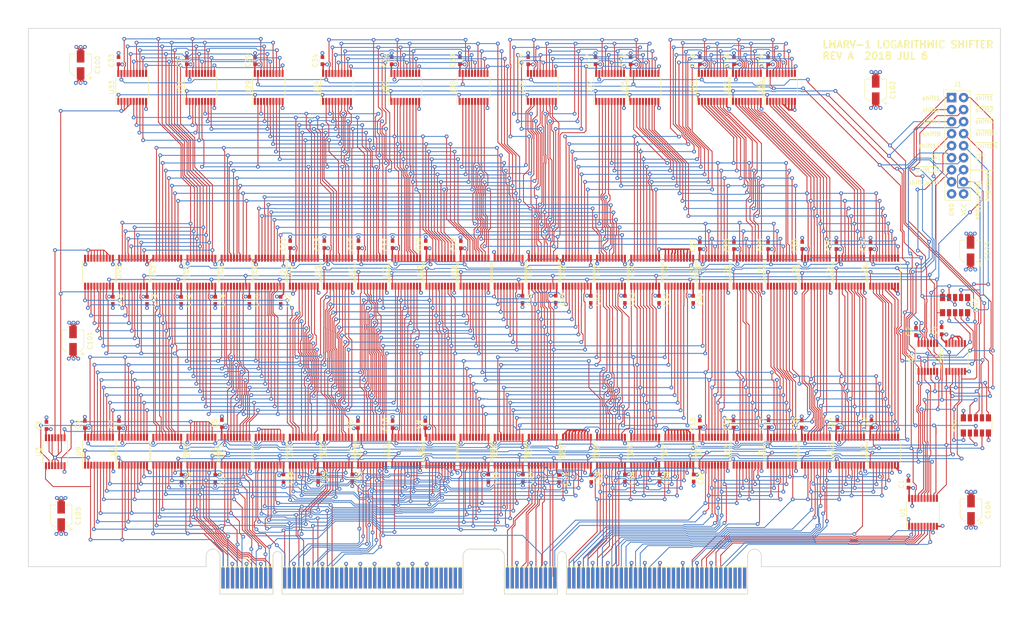
<source format=kicad_pcb>
(kicad_pcb (version 20171130) (host pcbnew "(5.0.0-rc2-35-gda6600525)")
  (layers (0 F.Cu signal) (1 Gnd1.Cu power) (2 Vcc2.Cu power) (31 B.Cu signal) (34 B.Paste user) (35 F.Paste user) (36 B.SilkS user) (37 F.SilkS user) (38 B.Mask user) (39 F.Mask user) (44 Edge.Cuts user))
  (net 0 "")
  (net 1 VCC)
  (net 2 GND)
  (net 3 /rd[31])
  (net 4 /rd[30])
  (net 5 /rd[29])
  (net 6 /rd[28])
  (net 7 /rd[27])
  (net 8 /rd[26])
  (net 9 /rd[25])
  (net 10 /rd[24])
  (net 11 /rs1[31])
  (net 12 /rs1[30])
  (net 13 /rs1[29])
  (net 14 /rs1[28])
  (net 15 /rs1[27])
  (net 16 /rs1[26])
  (net 17 /rs1[25])
  (net 18 /rs1[24])
  (net 19 /rd[23])
  (net 20 /rd[22])
  (net 21 /rd[21])
  (net 22 /rd[20])
  (net 23 /rd[19])
  (net 24 /rd[18])
  (net 25 /rd[17])
  (net 26 /rd[16])
  (net 27 "Net-(P1-Pad23)")
  (net 28 "Net-(P1-Pad24)")
  (net 29 "Net-(P1-Pad26)")
  (net 30 "Net-(P1-Pad27)")
  (net 31 "Net-(P1-Pad29)")
  (net 32 "Net-(P1-Pad30)")
  (net 33 "Net-(P1-Pad32)")
  (net 34 "Net-(P1-Pad33)")
  (net 35 "Net-(P1-Pad34)")
  (net 36 "Net-(P1-Pad35)")
  (net 37 "Net-(P1-Pad37)")
  (net 38 "Net-(P1-Pad38)")
  (net 39 "Net-(P1-Pad40)")
  (net 40 "Net-(P1-Pad41)")
  (net 41 "Net-(P1-Pad43)")
  (net 42 "Net-(P1-Pad44)")
  (net 43 "Net-(P1-Pad45)")
  (net 44 "Net-(P1-Pad46)")
  (net 45 "Net-(P1-Pad47)")
  (net 46 "Net-(P1-Pad48)")
  (net 47 "Net-(P1-Pad49)")
  (net 48 /rs1[23])
  (net 49 /rs1[22])
  (net 50 /rs1[21])
  (net 51 /rs1[20])
  (net 52 /rs1[19])
  (net 53 /rs1[18])
  (net 54 /rs1[17])
  (net 55 /rs1[16])
  (net 56 "Net-(P1-Pad121)")
  (net 57 "Net-(P1-Pad122)")
  (net 58 "Net-(P1-Pad124)")
  (net 59 "Net-(P1-Pad125)")
  (net 60 "Net-(P1-Pad127)")
  (net 61 "Net-(P1-Pad128)")
  (net 62 "Net-(P1-Pad130)")
  (net 63 "Net-(P1-Pad131)")
  (net 64 "Net-(P1-Pad132)")
  (net 65 "Net-(P1-Pad133)")
  (net 66 "Net-(P1-Pad135)")
  (net 67 "Net-(P1-Pad136)")
  (net 68 "Net-(P1-Pad138)")
  (net 69 "Net-(P1-Pad139)")
  (net 70 "Net-(P1-Pad141)")
  (net 71 "Net-(P1-Pad142)")
  (net 72 "Net-(P1-Pad143)")
  (net 73 "Net-(P1-Pad144)")
  (net 74 "Net-(P1-Pad145)")
  (net 75 "Net-(P1-Pad146)")
  (net 76 "Net-(P1-Pad147)")
  (net 77 /rd[15])
  (net 78 /rd[7])
  (net 79 "Net-(P1-Pad148)")
  (net 80 /rs1[12])
  (net 81 /rd[14])
  (net 82 /rd[13])
  (net 83 /rd[12])
  (net 84 /rd[11])
  (net 85 /rd[10])
  (net 86 /rd[9])
  (net 87 /rd[8])
  (net 88 /rd[6])
  (net 89 /rd[5])
  (net 90 /rd[4])
  (net 91 /rd[3])
  (net 92 /rd[2])
  (net 93 /rd[1])
  (net 94 /rd[0])
  (net 95 "Net-(P1-Pad72)")
  (net 96 "Net-(P1-Pad73)")
  (net 97 "Net-(P1-Pad75)")
  (net 98 "Net-(P1-Pad76)")
  (net 99 "Net-(P1-Pad78)")
  (net 100 "Net-(P1-Pad79)")
  (net 101 "Net-(P1-Pad81)")
  (net 102 "Net-(P1-Pad82)")
  (net 103 "Net-(P1-Pad83)")
  (net 104 "Net-(P1-Pad84)")
  (net 105 "Net-(P1-Pad86)")
  (net 106 /rs2[4]')
  (net 107 /rs2[3]')
  (net 108 /rs2[2]')
  (net 109 /rs2[1]')
  (net 110 /rs2[0]')
  (net 111 "Net-(P1-Pad94)")
  (net 112 "Net-(P1-Pad95)")
  (net 113 "Net-(P1-Pad96)")
  (net 114 "Net-(P1-Pad97)")
  (net 115 "Net-(P1-Pad98)")
  (net 116 "Net-(P1-Pad149)")
  (net 117 "Net-(P1-Pad151)")
  (net 118 "Net-(P1-Pad152)")
  (net 119 "Net-(P1-Pad154)")
  (net 120 /rs1[15])
  (net 121 /rs1[14])
  (net 122 /rs1[13])
  (net 123 /rs1[11])
  (net 124 /rs1[10])
  (net 125 /rs1[9])
  (net 126 /rs1[8])
  (net 127 /rs1[7])
  (net 128 /rs1[6])
  (net 129 /rs1[5])
  (net 130 /rs1[4])
  (net 131 /rs1[3])
  (net 132 /rs1[2])
  (net 133 /rs1[1])
  (net 134 /rs1[0])
  (net 135 "Net-(P1-Pad177)")
  (net 136 "Net-(P1-Pad179)")
  (net 137 "Net-(P1-Pad180)")
  (net 138 "Net-(P1-Pad181)")
  (net 139 "Net-(P1-Pad182)")
  (net 140 "Net-(P1-Pad184)")
  (net 141 /~shift_oe')
  (net 142 "Net-(P1-Pad187)")
  (net 143 "Net-(P1-Pad188)")
  (net 144 "Net-(P1-Pad190)")
  (net 145 /~shift_left')
  (net 146 /shift_arith')
  (net 147 "Net-(P1-Pad193)")
  (net 148 "Net-(P1-Pad194)")
  (net 149 "Net-(P1-Pad195)")
  (net 150 "Net-(P1-Pad196)")
  (net 151 /shift1)
  (net 152 /~shift_left)
  (net 153 /shift2)
  (net 154 /shift_arith)
  (net 155 /shift4)
  (net 156 /~shift_oe)
  (net 157 /shift8)
  (net 158 /shift16)
  (net 159 /~shift8)
  (net 160 /~shift16)
  (net 161 /~shift4)
  (net 162 /~shift_right)
  (net 163 /~shift2)
  (net 164 /~shift_16_oe)
  (net 165 /~shift1)
  (net 166 /~noshift_16_oe)
  (net 167 /msb)
  (net 168 /msb''')
  (net 169 /msb'')
  (net 170 /msb')
  (net 171 /s1[24])
  (net 172 /s1[25])
  (net 173 /s1[26])
  (net 174 /s1[27])
  (net 175 /s1[28])
  (net 176 /s1[29])
  (net 177 /s1[30])
  (net 178 /s1[31])
  (net 179 /s1[23])
  (net 180 /s1[22])
  (net 181 /s1[21])
  (net 182 /s1[20])
  (net 183 /s1[19])
  (net 184 /s1[18])
  (net 185 /s1[17])
  (net 186 /s1[16])
  (net 187 /s1[15])
  (net 188 /s1[14])
  (net 189 /s1[13])
  (net 190 /s1[12])
  (net 191 /s1[11])
  (net 192 /s1[10])
  (net 193 /s1[9])
  (net 194 /s1[8])
  (net 195 /s1[0])
  (net 196 /s1[1])
  (net 197 /s1[2])
  (net 198 /s1[3])
  (net 199 /s1[4])
  (net 200 /s1[5])
  (net 201 /s1[6])
  (net 202 /s1[7])
  (net 203 /s2[31])
  (net 204 /s2[30])
  (net 205 /s2[29])
  (net 206 /s2[28])
  (net 207 /s2[27])
  (net 208 /s2[26])
  (net 209 /s2[25])
  (net 210 /s2[24])
  (net 211 /s2[16])
  (net 212 /s2[17])
  (net 213 /s2[18])
  (net 214 /s2[19])
  (net 215 /s2[20])
  (net 216 /s2[21])
  (net 217 /s2[22])
  (net 218 /s2[23])
  (net 219 /s2[8])
  (net 220 /s2[9])
  (net 221 /s2[10])
  (net 222 /s2[11])
  (net 223 /s2[12])
  (net 224 /s2[13])
  (net 225 /s2[14])
  (net 226 /s2[15])
  (net 227 /s2[7])
  (net 228 /s2[6])
  (net 229 /s2[5])
  (net 230 /s2[4])
  (net 231 /s2[3])
  (net 232 /s2[2])
  (net 233 /s2[1])
  (net 234 /s2[0])
  (net 235 /s4[31])
  (net 236 /s4[30])
  (net 237 /s4[29])
  (net 238 /s4[28])
  (net 239 /s4[27])
  (net 240 /s4[26])
  (net 241 /s4[25])
  (net 242 /s4[24])
  (net 243 /s4[16])
  (net 244 /s4[17])
  (net 245 /s4[18])
  (net 246 /s4[19])
  (net 247 /s4[20])
  (net 248 /s4[21])
  (net 249 /s4[22])
  (net 250 /s4[23])
  (net 251 /s4[8])
  (net 252 /s4[9])
  (net 253 /s4[10])
  (net 254 /s4[11])
  (net 255 /s4[12])
  (net 256 /s4[13])
  (net 257 /s4[14])
  (net 258 /s4[15])
  (net 259 /s4[7])
  (net 260 /s4[6])
  (net 261 /s4[5])
  (net 262 /s4[4])
  (net 263 /s4[3])
  (net 264 /s4[2])
  (net 265 /s4[1])
  (net 266 /s4[0])
  (net 267 /s8[31])
  (net 268 /s8[30])
  (net 269 /s8[29])
  (net 270 /s8[28])
  (net 271 /s8[27])
  (net 272 /s8[26])
  (net 273 /s8[25])
  (net 274 /s8[24])
  (net 275 /s8[16])
  (net 276 /s8[17])
  (net 277 /s8[18])
  (net 278 /s8[19])
  (net 279 /s8[20])
  (net 280 /s8[21])
  (net 281 /s8[22])
  (net 282 /s8[23])
  (net 283 /s8[8])
  (net 284 /s8[9])
  (net 285 /s8[10])
  (net 286 /s8[11])
  (net 287 /s8[12])
  (net 288 /s8[13])
  (net 289 /s8[14])
  (net 290 /s8[15])
  (net 291 /s8[7])
  (net 292 /s8[6])
  (net 293 /s8[5])
  (net 294 /s8[4])
  (net 295 /s8[3])
  (net 296 /s8[2])
  (net 297 /s8[1])
  (net 298 /s8[0])
  (net 299 "Net-(U4-Pad8)")
  (net 300 "Net-(U4-Pad11)")
  (module Capacitors_SMD:C_0603 (layer F.Cu) (at 156 53.8 90)
    (fp_text reference C30 (at 0 -1.5 90) (layer F.SilkS))
    (fp_text value 100n)
    (pad 2 smd rect (at 0.75 0 90) (size 0.8 0.75) (layers F.Cu F.Paste F.Mask) (net 2 GND))
    (pad 1 smd rect (at -0.75 0 90) (size 0.8 0.75) (layers F.Cu F.Paste F.Mask) (net 1 VCC))
  )
  (module Capacitors_SMD:C_0603 (layer F.Cu) (at 141.6 53.8 90)
    (fp_text reference C32 (at 0 -1.5 90) (layer F.SilkS))
    (fp_text value 100n)
    (pad 1 smd rect (at -0.75 0 90) (size 0.8 0.75) (layers F.Cu F.Paste F.Mask) (net 1 VCC))
    (pad 2 smd rect (at 0.75 0 90) (size 0.8 0.75) (layers F.Cu F.Paste F.Mask) (net 2 GND))
  )
  (module Capacitors_SMD:C_0603 (layer F.Cu) (at 84 53.8 90)
    (fp_text reference C33 (at 0 -1.5 90) (layer F.SilkS))
    (fp_text value 100n)
    (pad 2 smd rect (at 0.75 0 90) (size 0.8 0.75) (layers F.Cu F.Paste F.Mask) (net 2 GND))
    (pad 1 smd rect (at -0.75 0 90) (size 0.8 0.75) (layers F.Cu F.Paste F.Mask) (net 1 VCC))
  )
  (module Capacitors_SMD:C_0603 (layer F.Cu) (at 192 53.8 90)
    (fp_text reference C35 (at 0 -1.5 90) (layer F.SilkS))
    (fp_text value 100n)
    (pad 1 smd rect (at -0.75 0 90) (size 0.8 0.75) (layers F.Cu F.Paste F.Mask) (net 1 VCC))
    (pad 2 smd rect (at 0.75 0 90) (size 0.8 0.75) (layers F.Cu F.Paste F.Mask) (net 2 GND))
  )
  (module Capacitors_SMD:C_0603 (layer F.Cu) (at 221 53.85 90)
    (fp_text reference C36 (at 0 -1.5 90) (layer F.SilkS))
    (fp_text value 100n)
    (pad 1 smd rect (at -0.75 0 90) (size 0.8 0.75) (layers F.Cu F.Paste F.Mask) (net 1 VCC))
    (pad 2 smd rect (at 0.75 0 90) (size 0.8 0.75) (layers F.Cu F.Paste F.Mask) (net 2 GND))
  )
  (module Capacitors_SMD:C_0603 (layer F.Cu) (at 184.6 53.8 90)
    (fp_text reference C37 (at 0 -1.5 90) (layer F.SilkS))
    (fp_text value 100n)
    (pad 1 smd rect (at -0.75 0 90) (size 0.8 0.75) (layers F.Cu F.Paste F.Mask) (net 1 VCC))
    (pad 2 smd rect (at 0.75 0 90) (size 0.8 0.75) (layers F.Cu F.Paste F.Mask) (net 2 GND))
  )
  (module Capacitors_SMD:C_0603 (layer F.Cu) (at 213.8 53.8 90)
    (fp_text reference C38 (at 0 -1.5 90) (layer F.SilkS))
    (fp_text value 100n)
    (pad 1 smd rect (at -0.75 0 90) (size 0.8 0.75) (layers F.Cu F.Paste F.Mask) (net 1 VCC))
    (pad 2 smd rect (at 0.75 0 90) (size 0.8 0.75) (layers F.Cu F.Paste F.Mask) (net 2 GND))
  )
  (module Capacitors_SMD:C_0603 (layer F.Cu) (at 170.4 53.8 90)
    (fp_text reference C39 (at 0 -1.5 90) (layer F.SilkS))
    (fp_text value 100n)
    (pad 1 smd rect (at -0.75 0 90) (size 0.8 0.75) (layers F.Cu F.Paste F.Mask) (net 1 VCC))
    (pad 2 smd rect (at 0.75 0 90) (size 0.8 0.75) (layers F.Cu F.Paste F.Mask) (net 2 GND))
  )
  (module Capacitors_SMD:C_0603 (layer F.Cu) (at 206.6 53.8 90)
    (fp_text reference C40 (at 0 -1.5 90) (layer F.SilkS))
    (fp_text value 100n)
    (pad 1 smd rect (at -0.75 0 90) (size 0.8 0.75) (layers F.Cu F.Paste F.Mask) (net 1 VCC))
    (pad 2 smd rect (at 0.75 0 90) (size 0.8 0.75) (layers F.Cu F.Paste F.Mask) (net 2 GND))
  )
  (module Housings_SSOP:TSSOP-20_4.4x6.5mm_Pitch0.65mm (layer F.Cu) (at 253.675 149.15 90)
    (fp_text reference U1 (at 0 -4.3 90) (layer F.SilkS))
    (fp_text value 74LVC541)
    (pad 20 smd rect (at 2.95 -2.925 90) (size 1.45 0.45) (layers F.Cu F.Paste F.Mask) (net 1 VCC))
    (pad 19 smd rect (at 2.95 -2.275 90) (size 1.45 0.45) (layers F.Cu F.Paste F.Mask) (net 2 GND))
    (pad 18 smd rect (at 2.95 -1.625 90) (size 1.45 0.45) (layers F.Cu F.Paste F.Mask) (net 152 /~shift_left))
    (pad 17 smd rect (at 2.95 -0.975 90) (size 1.45 0.45) (layers F.Cu F.Paste F.Mask) (net 158 /shift16))
    (pad 16 smd rect (at 2.95 -0.325 90) (size 1.45 0.45) (layers F.Cu F.Paste F.Mask) (net 157 /shift8))
    (pad 15 smd rect (at 2.95 0.325 90) (size 1.45 0.45) (layers F.Cu F.Paste F.Mask) (net 155 /shift4))
    (pad 14 smd rect (at 2.95 0.975 90) (size 1.45 0.45) (layers F.Cu F.Paste F.Mask) (net 153 /shift2))
    (pad 13 smd rect (at 2.95 1.625 90) (size 1.45 0.45) (layers F.Cu F.Paste F.Mask) (net 151 /shift1))
    (pad 12 smd rect (at 2.95 2.275 90) (size 1.45 0.45) (layers F.Cu F.Paste F.Mask) (net 154 /shift_arith))
    (pad 11 smd rect (at 2.95 2.925 90) (size 1.45 0.45) (layers F.Cu F.Paste F.Mask) (net 156 /~shift_oe))
    (pad 10 smd rect (at -2.95 2.925 90) (size 1.45 0.45) (layers F.Cu F.Paste F.Mask) (net 2 GND))
    (pad 9 smd rect (at -2.95 2.275 90) (size 1.45 0.45) (layers F.Cu F.Paste F.Mask) (net 141 /~shift_oe'))
    (pad 8 smd rect (at -2.95 1.625 90) (size 1.45 0.45) (layers F.Cu F.Paste F.Mask) (net 146 /shift_arith'))
    (pad 7 smd rect (at -2.95 0.975 90) (size 1.45 0.45) (layers F.Cu F.Paste F.Mask) (net 110 /rs2[0]'))
    (pad 6 smd rect (at -2.95 0.325 90) (size 1.45 0.45) (layers F.Cu F.Paste F.Mask) (net 109 /rs2[1]'))
    (pad 5 smd rect (at -2.95 -0.325 90) (size 1.45 0.45) (layers F.Cu F.Paste F.Mask) (net 108 /rs2[2]'))
    (pad 4 smd rect (at -2.95 -0.975 90) (size 1.45 0.45) (layers F.Cu F.Paste F.Mask) (net 107 /rs2[3]'))
    (pad 3 smd rect (at -2.95 -1.625 90) (size 1.45 0.45) (layers F.Cu F.Paste F.Mask) (net 106 /rs2[4]'))
    (pad 2 smd rect (at -2.95 -2.275 90) (size 1.45 0.45) (layers F.Cu F.Paste F.Mask) (net 145 /~shift_left'))
    (pad 1 smd rect (at -2.95 -2.925 90) (size 1.45 0.45) (layers F.Cu F.Paste F.Mask) (net 2 GND))
  )
  (module Housings_SSOP:TSSOP-14_4.4x5mm_Pitch0.65mm (layer F.Cu) (at 254.7 116.45 90)
    (fp_text reference U2 (at 0 -3.55 90) (layer F.SilkS))
    (fp_text value 74LVC04)
    (pad 14 smd rect (at 2.95 -1.95 90) (size 1.45 0.45) (layers F.Cu F.Paste F.Mask) (net 1 VCC))
    (pad 13 smd rect (at 2.95 -1.3 90) (size 1.45 0.45) (layers F.Cu F.Paste F.Mask) (net 152 /~shift_left))
    (pad 12 smd rect (at 2.95 -0.65 90) (size 1.45 0.45) (layers F.Cu F.Paste F.Mask) (net 162 /~shift_right))
    (pad 11 smd rect (at 2.95 0 90) (size 1.45 0.45) (layers F.Cu F.Paste F.Mask) (net 158 /shift16))
    (pad 10 smd rect (at 2.95 0.65 90) (size 1.45 0.45) (layers F.Cu F.Paste F.Mask) (net 160 /~shift16))
    (pad 9 smd rect (at 2.95 1.3 90) (size 1.45 0.45) (layers F.Cu F.Paste F.Mask) (net 157 /shift8))
    (pad 8 smd rect (at 2.95 1.95 90) (size 1.45 0.45) (layers F.Cu F.Paste F.Mask) (net 159 /~shift8))
    (pad 7 smd rect (at -2.95 1.95 90) (size 1.45 0.45) (layers F.Cu F.Paste F.Mask) (net 2 GND))
    (pad 6 smd rect (at -2.95 1.3 90) (size 1.45 0.45) (layers F.Cu F.Paste F.Mask) (net 161 /~shift4))
    (pad 5 smd rect (at -2.95 0.65 90) (size 1.45 0.45) (layers F.Cu F.Paste F.Mask) (net 155 /shift4))
    (pad 4 smd rect (at -2.95 0 90) (size 1.45 0.45) (layers F.Cu F.Paste F.Mask) (net 163 /~shift2))
    (pad 3 smd rect (at -2.95 -0.65 90) (size 1.45 0.45) (layers F.Cu F.Paste F.Mask) (net 153 /shift2))
    (pad 2 smd rect (at -2.95 -1.3 90) (size 1.45 0.45) (layers F.Cu F.Paste F.Mask) (net 165 /~shift1))
    (pad 1 smd rect (at -2.95 -1.95 90) (size 1.45 0.45) (layers F.Cu F.Paste F.Mask) (net 151 /shift1))
  )
  (module Housings_SSOP:TSSOP-14_4.4x5mm_Pitch0.65mm (layer F.Cu) (at 70.65 136.35 90)
    (fp_text reference U3 (at 0 -3.55 90) (layer F.SilkS))
    (fp_text value 74LVC08)
    (pad 14 smd rect (at 2.95 -1.95 90) (size 1.45 0.45) (layers F.Cu F.Paste F.Mask) (net 1 VCC))
    (pad 13 smd rect (at 2.95 -1.3 90) (size 1.45 0.45) (layers F.Cu F.Paste F.Mask) (net 167 /msb))
    (pad 12 smd rect (at 2.95 -0.65 90) (size 1.45 0.45) (layers F.Cu F.Paste F.Mask) (net 167 /msb))
    (pad 11 smd rect (at 2.95 0 90) (size 1.45 0.45) (layers F.Cu F.Paste F.Mask) (net 168 /msb'''))
    (pad 10 smd rect (at 2.95 0.65 90) (size 1.45 0.45) (layers F.Cu F.Paste F.Mask) (net 167 /msb))
    (pad 9 smd rect (at 2.95 1.3 90) (size 1.45 0.45) (layers F.Cu F.Paste F.Mask) (net 167 /msb))
    (pad 8 smd rect (at 2.95 1.95 90) (size 1.45 0.45) (layers F.Cu F.Paste F.Mask) (net 169 /msb''))
    (pad 7 smd rect (at -2.95 1.95 90) (size 1.45 0.45) (layers F.Cu F.Paste F.Mask) (net 2 GND))
    (pad 6 smd rect (at -2.95 1.3 90) (size 1.45 0.45) (layers F.Cu F.Paste F.Mask) (net 170 /msb'))
    (pad 5 smd rect (at -2.95 0.65 90) (size 1.45 0.45) (layers F.Cu F.Paste F.Mask) (net 167 /msb))
    (pad 4 smd rect (at -2.95 0 90) (size 1.45 0.45) (layers F.Cu F.Paste F.Mask) (net 167 /msb))
    (pad 3 smd rect (at -2.95 -0.65 90) (size 1.45 0.45) (layers F.Cu F.Paste F.Mask) (net 167 /msb))
    (pad 2 smd rect (at -2.95 -1.3 90) (size 1.45 0.45) (layers F.Cu F.Paste F.Mask) (net 154 /shift_arith))
    (pad 1 smd rect (at -2.95 -1.95 90) (size 1.45 0.45) (layers F.Cu F.Paste F.Mask) (net 11 /rs1[31]))
  )
  (module Housings_SSOP:TSSOP-14_4.4x5mm_Pitch0.65mm (layer F.Cu) (at 260.55 116.45 90)
    (fp_text reference U4 (at 0 -3.55 90) (layer F.SilkS))
    (fp_text value 74LVC32)
    (pad 1 smd rect (at -2.95 -1.95 90) (size 1.45 0.45) (layers F.Cu F.Paste F.Mask) (net 156 /~shift_oe))
    (pad 2 smd rect (at -2.95 -1.3 90) (size 1.45 0.45) (layers F.Cu F.Paste F.Mask) (net 160 /~shift16))
    (pad 3 smd rect (at -2.95 -0.65 90) (size 1.45 0.45) (layers F.Cu F.Paste F.Mask) (net 164 /~shift_16_oe))
    (pad 4 smd rect (at -2.95 0 90) (size 1.45 0.45) (layers F.Cu F.Paste F.Mask) (net 156 /~shift_oe))
    (pad 5 smd rect (at -2.95 0.65 90) (size 1.45 0.45) (layers F.Cu F.Paste F.Mask) (net 158 /shift16))
    (pad 6 smd rect (at -2.95 1.3 90) (size 1.45 0.45) (layers F.Cu F.Paste F.Mask) (net 166 /~noshift_16_oe))
    (pad 7 smd rect (at -2.95 1.95 90) (size 1.45 0.45) (layers F.Cu F.Paste F.Mask) (net 2 GND))
    (pad 8 smd rect (at 2.95 1.95 90) (size 1.45 0.45) (layers F.Cu F.Paste F.Mask) (net 299 "Net-(U4-Pad8)"))
    (pad 9 smd rect (at 2.95 1.3 90) (size 1.45 0.45) (layers F.Cu F.Paste F.Mask) (net 2 GND))
    (pad 10 smd rect (at 2.95 0.65 90) (size 1.45 0.45) (layers F.Cu F.Paste F.Mask) (net 2 GND))
    (pad 11 smd rect (at 2.95 0 90) (size 1.45 0.45) (layers F.Cu F.Paste F.Mask) (net 300 "Net-(U4-Pad11)"))
    (pad 12 smd rect (at 2.95 -0.65 90) (size 1.45 0.45) (layers F.Cu F.Paste F.Mask) (net 2 GND))
    (pad 13 smd rect (at 2.95 -1.3 90) (size 1.45 0.45) (layers F.Cu F.Paste F.Mask) (net 2 GND))
    (pad 14 smd rect (at 2.95 -1.95 90) (size 1.45 0.45) (layers F.Cu F.Paste F.Mask) (net 1 VCC))
  )
  (module Housings_SSOP:TSSOP-20_4.4x6.5mm_Pitch0.65mm (layer F.Cu) (at 108.675 136.25 90)
    (fp_text reference U5 (at 0 -4.3 90) (layer F.SilkS))
    (fp_text value 74LVC541)
    (pad 20 smd rect (at 2.95 -2.925 90) (size 1.45 0.45) (layers F.Cu F.Paste F.Mask) (net 1 VCC))
    (pad 19 smd rect (at 2.95 -2.275 90) (size 1.45 0.45) (layers F.Cu F.Paste F.Mask) (net 152 /~shift_left))
    (pad 18 smd rect (at 2.95 -1.625 90) (size 1.45 0.45) (layers F.Cu F.Paste F.Mask) (net 178 /s1[31]))
    (pad 17 smd rect (at 2.95 -0.975 90) (size 1.45 0.45) (layers F.Cu F.Paste F.Mask) (net 177 /s1[30]))
    (pad 16 smd rect (at 2.95 -0.325 90) (size 1.45 0.45) (layers F.Cu F.Paste F.Mask) (net 176 /s1[29]))
    (pad 15 smd rect (at 2.95 0.325 90) (size 1.45 0.45) (layers F.Cu F.Paste F.Mask) (net 175 /s1[28]))
    (pad 14 smd rect (at 2.95 0.975 90) (size 1.45 0.45) (layers F.Cu F.Paste F.Mask) (net 174 /s1[27]))
    (pad 13 smd rect (at 2.95 1.625 90) (size 1.45 0.45) (layers F.Cu F.Paste F.Mask) (net 173 /s1[26]))
    (pad 12 smd rect (at 2.95 2.275 90) (size 1.45 0.45) (layers F.Cu F.Paste F.Mask) (net 172 /s1[25]))
    (pad 11 smd rect (at 2.95 2.925 90) (size 1.45 0.45) (layers F.Cu F.Paste F.Mask) (net 171 /s1[24]))
    (pad 10 smd rect (at -2.95 2.925 90) (size 1.45 0.45) (layers F.Cu F.Paste F.Mask) (net 2 GND))
    (pad 9 smd rect (at -2.95 2.275 90) (size 1.45 0.45) (layers F.Cu F.Paste F.Mask) (net 48 /rs1[23]))
    (pad 8 smd rect (at -2.95 1.625 90) (size 1.45 0.45) (layers F.Cu F.Paste F.Mask) (net 18 /rs1[24]))
    (pad 7 smd rect (at -2.95 0.975 90) (size 1.45 0.45) (layers F.Cu F.Paste F.Mask) (net 17 /rs1[25]))
    (pad 6 smd rect (at -2.95 0.325 90) (size 1.45 0.45) (layers F.Cu F.Paste F.Mask) (net 16 /rs1[26]))
    (pad 5 smd rect (at -2.95 -0.325 90) (size 1.45 0.45) (layers F.Cu F.Paste F.Mask) (net 15 /rs1[27]))
    (pad 4 smd rect (at -2.95 -0.975 90) (size 1.45 0.45) (layers F.Cu F.Paste F.Mask) (net 14 /rs1[28]))
    (pad 3 smd rect (at -2.95 -1.625 90) (size 1.45 0.45) (layers F.Cu F.Paste F.Mask) (net 13 /rs1[29]))
    (pad 2 smd rect (at -2.95 -2.275 90) (size 1.45 0.45) (layers F.Cu F.Paste F.Mask) (net 12 /rs1[30]))
    (pad 1 smd rect (at -2.95 -2.925 90) (size 1.45 0.45) (layers F.Cu F.Paste F.Mask) (net 165 /~shift1))
  )
  (module Housings_SSOP:TSSOP-20_4.4x6.5mm_Pitch0.65mm (layer F.Cu) (at 137.475 136.25 90)
    (fp_text reference U6 (at 0 -4.3 90) (layer F.SilkS))
    (fp_text value 74LVC541)
    (pad 1 smd rect (at -2.95 -2.925 90) (size 1.45 0.45) (layers F.Cu F.Paste F.Mask) (net 165 /~shift1))
    (pad 2 smd rect (at -2.95 -2.275 90) (size 1.45 0.45) (layers F.Cu F.Paste F.Mask) (net 49 /rs1[22]))
    (pad 3 smd rect (at -2.95 -1.625 90) (size 1.45 0.45) (layers F.Cu F.Paste F.Mask) (net 50 /rs1[21]))
    (pad 4 smd rect (at -2.95 -0.975 90) (size 1.45 0.45) (layers F.Cu F.Paste F.Mask) (net 51 /rs1[20]))
    (pad 5 smd rect (at -2.95 -0.325 90) (size 1.45 0.45) (layers F.Cu F.Paste F.Mask) (net 52 /rs1[19]))
    (pad 6 smd rect (at -2.95 0.325 90) (size 1.45 0.45) (layers F.Cu F.Paste F.Mask) (net 53 /rs1[18]))
    (pad 7 smd rect (at -2.95 0.975 90) (size 1.45 0.45) (layers F.Cu F.Paste F.Mask) (net 54 /rs1[17]))
    (pad 8 smd rect (at -2.95 1.625 90) (size 1.45 0.45) (layers F.Cu F.Paste F.Mask) (net 55 /rs1[16]))
    (pad 9 smd rect (at -2.95 2.275 90) (size 1.45 0.45) (layers F.Cu F.Paste F.Mask) (net 120 /rs1[15]))
    (pad 10 smd rect (at -2.95 2.925 90) (size 1.45 0.45) (layers F.Cu F.Paste F.Mask) (net 2 GND))
    (pad 11 smd rect (at 2.95 2.925 90) (size 1.45 0.45) (layers F.Cu F.Paste F.Mask) (net 186 /s1[16]))
    (pad 12 smd rect (at 2.95 2.275 90) (size 1.45 0.45) (layers F.Cu F.Paste F.Mask) (net 185 /s1[17]))
    (pad 13 smd rect (at 2.95 1.625 90) (size 1.45 0.45) (layers F.Cu F.Paste F.Mask) (net 184 /s1[18]))
    (pad 14 smd rect (at 2.95 0.975 90) (size 1.45 0.45) (layers F.Cu F.Paste F.Mask) (net 183 /s1[19]))
    (pad 15 smd rect (at 2.95 0.325 90) (size 1.45 0.45) (layers F.Cu F.Paste F.Mask) (net 182 /s1[20]))
    (pad 16 smd rect (at 2.95 -0.325 90) (size 1.45 0.45) (layers F.Cu F.Paste F.Mask) (net 181 /s1[21]))
    (pad 17 smd rect (at 2.95 -0.975 90) (size 1.45 0.45) (layers F.Cu F.Paste F.Mask) (net 180 /s1[22]))
    (pad 18 smd rect (at 2.95 -1.625 90) (size 1.45 0.45) (layers F.Cu F.Paste F.Mask) (net 179 /s1[23]))
    (pad 19 smd rect (at 2.95 -2.275 90) (size 1.45 0.45) (layers F.Cu F.Paste F.Mask) (net 152 /~shift_left))
    (pad 20 smd rect (at 2.95 -2.925 90) (size 1.45 0.45) (layers F.Cu F.Paste F.Mask) (net 1 VCC))
  )
  (module Housings_SSOP:TSSOP-20_4.4x6.5mm_Pitch0.65mm (layer F.Cu) (at 87.075 136.25 90)
    (fp_text reference U7 (at 0 -4.3 90) (layer F.SilkS))
    (fp_text value 74LVC541)
    (pad 20 smd rect (at 2.95 -2.925 90) (size 1.45 0.45) (layers F.Cu F.Paste F.Mask) (net 1 VCC))
    (pad 19 smd rect (at 2.95 -2.275 90) (size 1.45 0.45) (layers F.Cu F.Paste F.Mask) (net 2 GND))
    (pad 18 smd rect (at 2.95 -1.625 90) (size 1.45 0.45) (layers F.Cu F.Paste F.Mask) (net 178 /s1[31]))
    (pad 17 smd rect (at 2.95 -0.975 90) (size 1.45 0.45) (layers F.Cu F.Paste F.Mask) (net 177 /s1[30]))
    (pad 16 smd rect (at 2.95 -0.325 90) (size 1.45 0.45) (layers F.Cu F.Paste F.Mask) (net 176 /s1[29]))
    (pad 15 smd rect (at 2.95 0.325 90) (size 1.45 0.45) (layers F.Cu F.Paste F.Mask) (net 175 /s1[28]))
    (pad 14 smd rect (at 2.95 0.975 90) (size 1.45 0.45) (layers F.Cu F.Paste F.Mask) (net 174 /s1[27]))
    (pad 13 smd rect (at 2.95 1.625 90) (size 1.45 0.45) (layers F.Cu F.Paste F.Mask) (net 173 /s1[26]))
    (pad 12 smd rect (at 2.95 2.275 90) (size 1.45 0.45) (layers F.Cu F.Paste F.Mask) (net 172 /s1[25]))
    (pad 11 smd rect (at 2.95 2.925 90) (size 1.45 0.45) (layers F.Cu F.Paste F.Mask) (net 171 /s1[24]))
    (pad 10 smd rect (at -2.95 2.925 90) (size 1.45 0.45) (layers F.Cu F.Paste F.Mask) (net 2 GND))
    (pad 9 smd rect (at -2.95 2.275 90) (size 1.45 0.45) (layers F.Cu F.Paste F.Mask) (net 18 /rs1[24]))
    (pad 8 smd rect (at -2.95 1.625 90) (size 1.45 0.45) (layers F.Cu F.Paste F.Mask) (net 17 /rs1[25]))
    (pad 7 smd rect (at -2.95 0.975 90) (size 1.45 0.45) (layers F.Cu F.Paste F.Mask) (net 16 /rs1[26]))
    (pad 6 smd rect (at -2.95 0.325 90) (size 1.45 0.45) (layers F.Cu F.Paste F.Mask) (net 15 /rs1[27]))
    (pad 5 smd rect (at -2.95 -0.325 90) (size 1.45 0.45) (layers F.Cu F.Paste F.Mask) (net 14 /rs1[28]))
    (pad 4 smd rect (at -2.95 -0.975 90) (size 1.45 0.45) (layers F.Cu F.Paste F.Mask) (net 13 /rs1[29]))
    (pad 3 smd rect (at -2.95 -1.625 90) (size 1.45 0.45) (layers F.Cu F.Paste F.Mask) (net 12 /rs1[30]))
    (pad 2 smd rect (at -2.95 -2.275 90) (size 1.45 0.45) (layers F.Cu F.Paste F.Mask) (net 11 /rs1[31]))
    (pad 1 smd rect (at -2.95 -2.925 90) (size 1.45 0.45) (layers F.Cu F.Paste F.Mask) (net 151 /shift1))
  )
  (module Housings_SSOP:TSSOP-20_4.4x6.5mm_Pitch0.65mm (layer F.Cu) (at 151.875 136.25 90)
    (fp_text reference U8 (at 0 -4.3 90) (layer F.SilkS))
    (fp_text value 74LVC541)
    (pad 1 smd rect (at -2.95 -2.925 90) (size 1.45 0.45) (layers F.Cu F.Paste F.Mask) (net 151 /shift1))
    (pad 2 smd rect (at -2.95 -2.275 90) (size 1.45 0.45) (layers F.Cu F.Paste F.Mask) (net 48 /rs1[23]))
    (pad 3 smd rect (at -2.95 -1.625 90) (size 1.45 0.45) (layers F.Cu F.Paste F.Mask) (net 49 /rs1[22]))
    (pad 4 smd rect (at -2.95 -0.975 90) (size 1.45 0.45) (layers F.Cu F.Paste F.Mask) (net 50 /rs1[21]))
    (pad 5 smd rect (at -2.95 -0.325 90) (size 1.45 0.45) (layers F.Cu F.Paste F.Mask) (net 51 /rs1[20]))
    (pad 6 smd rect (at -2.95 0.325 90) (size 1.45 0.45) (layers F.Cu F.Paste F.Mask) (net 52 /rs1[19]))
    (pad 7 smd rect (at -2.95 0.975 90) (size 1.45 0.45) (layers F.Cu F.Paste F.Mask) (net 53 /rs1[18]))
    (pad 8 smd rect (at -2.95 1.625 90) (size 1.45 0.45) (layers F.Cu F.Paste F.Mask) (net 54 /rs1[17]))
    (pad 9 smd rect (at -2.95 2.275 90) (size 1.45 0.45) (layers F.Cu F.Paste F.Mask) (net 55 /rs1[16]))
    (pad 10 smd rect (at -2.95 2.925 90) (size 1.45 0.45) (layers F.Cu F.Paste F.Mask) (net 2 GND))
    (pad 11 smd rect (at 2.95 2.925 90) (size 1.45 0.45) (layers F.Cu F.Paste F.Mask) (net 186 /s1[16]))
    (pad 12 smd rect (at 2.95 2.275 90) (size 1.45 0.45) (layers F.Cu F.Paste F.Mask) (net 185 /s1[17]))
    (pad 13 smd rect (at 2.95 1.625 90) (size 1.45 0.45) (layers F.Cu F.Paste F.Mask) (net 184 /s1[18]))
    (pad 14 smd rect (at 2.95 0.975 90) (size 1.45 0.45) (layers F.Cu F.Paste F.Mask) (net 183 /s1[19]))
    (pad 15 smd rect (at 2.95 0.325 90) (size 1.45 0.45) (layers F.Cu F.Paste F.Mask) (net 182 /s1[20]))
    (pad 16 smd rect (at 2.95 -0.325 90) (size 1.45 0.45) (layers F.Cu F.Paste F.Mask) (net 181 /s1[21]))
    (pad 17 smd rect (at 2.95 -0.975 90) (size 1.45 0.45) (layers F.Cu F.Paste F.Mask) (net 180 /s1[22]))
    (pad 18 smd rect (at 2.95 -1.625 90) (size 1.45 0.45) (layers F.Cu F.Paste F.Mask) (net 179 /s1[23]))
    (pad 19 smd rect (at 2.95 -2.275 90) (size 1.45 0.45) (layers F.Cu F.Paste F.Mask) (net 2 GND))
    (pad 20 smd rect (at 2.95 -2.925 90) (size 1.45 0.45) (layers F.Cu F.Paste F.Mask) (net 1 VCC))
  )
  (module Housings_SSOP:TSSOP-20_4.4x6.5mm_Pitch0.65mm (layer F.Cu) (at 79.875 136.25 90)
    (fp_text reference U9 (at 0 -4.3 90) (layer F.SilkS))
    (fp_text value 74LVC541)
    (pad 20 smd rect (at 2.95 -2.925 90) (size 1.45 0.45) (layers F.Cu F.Paste F.Mask) (net 1 VCC))
    (pad 19 smd rect (at 2.95 -2.275 90) (size 1.45 0.45) (layers F.Cu F.Paste F.Mask) (net 162 /~shift_right))
    (pad 18 smd rect (at 2.95 -1.625 90) (size 1.45 0.45) (layers F.Cu F.Paste F.Mask) (net 178 /s1[31]))
    (pad 17 smd rect (at 2.95 -0.975 90) (size 1.45 0.45) (layers F.Cu F.Paste F.Mask) (net 177 /s1[30]))
    (pad 16 smd rect (at 2.95 -0.325 90) (size 1.45 0.45) (layers F.Cu F.Paste F.Mask) (net 176 /s1[29]))
    (pad 15 smd rect (at 2.95 0.325 90) (size 1.45 0.45) (layers F.Cu F.Paste F.Mask) (net 175 /s1[28]))
    (pad 14 smd rect (at 2.95 0.975 90) (size 1.45 0.45) (layers F.Cu F.Paste F.Mask) (net 174 /s1[27]))
    (pad 13 smd rect (at 2.95 1.625 90) (size 1.45 0.45) (layers F.Cu F.Paste F.Mask) (net 173 /s1[26]))
    (pad 12 smd rect (at 2.95 2.275 90) (size 1.45 0.45) (layers F.Cu F.Paste F.Mask) (net 172 /s1[25]))
    (pad 11 smd rect (at 2.95 2.925 90) (size 1.45 0.45) (layers F.Cu F.Paste F.Mask) (net 171 /s1[24]))
    (pad 10 smd rect (at -2.95 2.925 90) (size 1.45 0.45) (layers F.Cu F.Paste F.Mask) (net 2 GND))
    (pad 9 smd rect (at -2.95 2.275 90) (size 1.45 0.45) (layers F.Cu F.Paste F.Mask) (net 17 /rs1[25]))
    (pad 8 smd rect (at -2.95 1.625 90) (size 1.45 0.45) (layers F.Cu F.Paste F.Mask) (net 16 /rs1[26]))
    (pad 7 smd rect (at -2.95 0.975 90) (size 1.45 0.45) (layers F.Cu F.Paste F.Mask) (net 15 /rs1[27]))
    (pad 6 smd rect (at -2.95 0.325 90) (size 1.45 0.45) (layers F.Cu F.Paste F.Mask) (net 14 /rs1[28]))
    (pad 5 smd rect (at -2.95 -0.325 90) (size 1.45 0.45) (layers F.Cu F.Paste F.Mask) (net 13 /rs1[29]))
    (pad 4 smd rect (at -2.95 -0.975 90) (size 1.45 0.45) (layers F.Cu F.Paste F.Mask) (net 12 /rs1[30]))
    (pad 3 smd rect (at -2.95 -1.625 90) (size 1.45 0.45) (layers F.Cu F.Paste F.Mask) (net 11 /rs1[31]))
    (pad 2 smd rect (at -2.95 -2.275 90) (size 1.45 0.45) (layers F.Cu F.Paste F.Mask) (net 167 /msb))
    (pad 1 smd rect (at -2.95 -2.925 90) (size 1.45 0.45) (layers F.Cu F.Paste F.Mask) (net 165 /~shift1))
  )
  (module Housings_SSOP:TSSOP-20_4.4x6.5mm_Pitch0.65mm (layer F.Cu) (at 144.675 136.25 90)
    (fp_text reference U10 (at 0 -4.3 90) (layer F.SilkS))
    (fp_text value 74LVC541)
    (pad 1 smd rect (at -2.95 -2.925 90) (size 1.45 0.45) (layers F.Cu F.Paste F.Mask) (net 165 /~shift1))
    (pad 2 smd rect (at -2.95 -2.275 90) (size 1.45 0.45) (layers F.Cu F.Paste F.Mask) (net 18 /rs1[24]))
    (pad 3 smd rect (at -2.95 -1.625 90) (size 1.45 0.45) (layers F.Cu F.Paste F.Mask) (net 48 /rs1[23]))
    (pad 4 smd rect (at -2.95 -0.975 90) (size 1.45 0.45) (layers F.Cu F.Paste F.Mask) (net 49 /rs1[22]))
    (pad 5 smd rect (at -2.95 -0.325 90) (size 1.45 0.45) (layers F.Cu F.Paste F.Mask) (net 50 /rs1[21]))
    (pad 6 smd rect (at -2.95 0.325 90) (size 1.45 0.45) (layers F.Cu F.Paste F.Mask) (net 51 /rs1[20]))
    (pad 7 smd rect (at -2.95 0.975 90) (size 1.45 0.45) (layers F.Cu F.Paste F.Mask) (net 52 /rs1[19]))
    (pad 8 smd rect (at -2.95 1.625 90) (size 1.45 0.45) (layers F.Cu F.Paste F.Mask) (net 53 /rs1[18]))
    (pad 9 smd rect (at -2.95 2.275 90) (size 1.45 0.45) (layers F.Cu F.Paste F.Mask) (net 54 /rs1[17]))
    (pad 10 smd rect (at -2.95 2.925 90) (size 1.45 0.45) (layers F.Cu F.Paste F.Mask) (net 2 GND))
    (pad 11 smd rect (at 2.95 2.925 90) (size 1.45 0.45) (layers F.Cu F.Paste F.Mask) (net 186 /s1[16]))
    (pad 12 smd rect (at 2.95 2.275 90) (size 1.45 0.45) (layers F.Cu F.Paste F.Mask) (net 185 /s1[17]))
    (pad 13 smd rect (at 2.95 1.625 90) (size 1.45 0.45) (layers F.Cu F.Paste F.Mask) (net 184 /s1[18]))
    (pad 14 smd rect (at 2.95 0.975 90) (size 1.45 0.45) (layers F.Cu F.Paste F.Mask) (net 183 /s1[19]))
    (pad 15 smd rect (at 2.95 0.325 90) (size 1.45 0.45) (layers F.Cu F.Paste F.Mask) (net 182 /s1[20]))
    (pad 16 smd rect (at 2.95 -0.325 90) (size 1.45 0.45) (layers F.Cu F.Paste F.Mask) (net 181 /s1[21]))
    (pad 17 smd rect (at 2.95 -0.975 90) (size 1.45 0.45) (layers F.Cu F.Paste F.Mask) (net 180 /s1[22]))
    (pad 18 smd rect (at 2.95 -1.625 90) (size 1.45 0.45) (layers F.Cu F.Paste F.Mask) (net 179 /s1[23]))
    (pad 19 smd rect (at 2.95 -2.275 90) (size 1.45 0.45) (layers F.Cu F.Paste F.Mask) (net 162 /~shift_right))
    (pad 20 smd rect (at 2.95 -2.925 90) (size 1.45 0.45) (layers F.Cu F.Paste F.Mask) (net 1 VCC))
  )
  (module Housings_SSOP:TSSOP-20_4.4x6.5mm_Pitch0.65mm (layer F.Cu) (at 223.875 136.25 90)
    (fp_text reference U11 (at 0 -4.3 90) (layer F.SilkS))
    (fp_text value 74LVC541)
    (pad 1 smd rect (at -2.95 -2.925 90) (size 1.45 0.45) (layers F.Cu F.Paste F.Mask) (net 165 /~shift1))
    (pad 2 smd rect (at -2.95 -2.275 90) (size 1.45 0.45) (layers F.Cu F.Paste F.Mask) (net 121 /rs1[14]))
    (pad 3 smd rect (at -2.95 -1.625 90) (size 1.45 0.45) (layers F.Cu F.Paste F.Mask) (net 122 /rs1[13]))
    (pad 4 smd rect (at -2.95 -0.975 90) (size 1.45 0.45) (layers F.Cu F.Paste F.Mask) (net 80 /rs1[12]))
    (pad 5 smd rect (at -2.95 -0.325 90) (size 1.45 0.45) (layers F.Cu F.Paste F.Mask) (net 123 /rs1[11]))
    (pad 6 smd rect (at -2.95 0.325 90) (size 1.45 0.45) (layers F.Cu F.Paste F.Mask) (net 124 /rs1[10]))
    (pad 7 smd rect (at -2.95 0.975 90) (size 1.45 0.45) (layers F.Cu F.Paste F.Mask) (net 125 /rs1[9]))
    (pad 8 smd rect (at -2.95 1.625 90) (size 1.45 0.45) (layers F.Cu F.Paste F.Mask) (net 126 /rs1[8]))
    (pad 9 smd rect (at -2.95 2.275 90) (size 1.45 0.45) (layers F.Cu F.Paste F.Mask) (net 127 /rs1[7]))
    (pad 10 smd rect (at -2.95 2.925 90) (size 1.45 0.45) (layers F.Cu F.Paste F.Mask) (net 2 GND))
    (pad 11 smd rect (at 2.95 2.925 90) (size 1.45 0.45) (layers F.Cu F.Paste F.Mask) (net 194 /s1[8]))
    (pad 12 smd rect (at 2.95 2.275 90) (size 1.45 0.45) (layers F.Cu F.Paste F.Mask) (net 193 /s1[9]))
    (pad 13 smd rect (at 2.95 1.625 90) (size 1.45 0.45) (layers F.Cu F.Paste F.Mask) (net 192 /s1[10]))
    (pad 14 smd rect (at 2.95 0.975 90) (size 1.45 0.45) (layers F.Cu F.Paste F.Mask) (net 191 /s1[11]))
    (pad 15 smd rect (at 2.95 0.325 90) (size 1.45 0.45) (layers F.Cu F.Paste F.Mask) (net 190 /s1[12]))
    (pad 16 smd rect (at 2.95 -0.325 90) (size 1.45 0.45) (layers F.Cu F.Paste F.Mask) (net 189 /s1[13]))
    (pad 17 smd rect (at 2.95 -0.975 90) (size 1.45 0.45) (layers F.Cu F.Paste F.Mask) (net 188 /s1[14]))
    (pad 18 smd rect (at 2.95 -1.625 90) (size 1.45 0.45) (layers F.Cu F.Paste F.Mask) (net 187 /s1[15]))
    (pad 19 smd rect (at 2.95 -2.275 90) (size 1.45 0.45) (layers F.Cu F.Paste F.Mask) (net 152 /~shift_left))
    (pad 20 smd rect (at 2.95 -2.925 90) (size 1.45 0.45) (layers F.Cu F.Paste F.Mask) (net 1 VCC))
  )
  (module Housings_SSOP:TSSOP-20_4.4x6.5mm_Pitch0.65mm (layer F.Cu) (at 245.475 136.25 90)
    (fp_text reference U12 (at 0 -4.3 90) (layer F.SilkS))
    (fp_text value 74LVC541)
    (pad 20 smd rect (at 2.95 -2.925 90) (size 1.45 0.45) (layers F.Cu F.Paste F.Mask) (net 1 VCC))
    (pad 19 smd rect (at 2.95 -2.275 90) (size 1.45 0.45) (layers F.Cu F.Paste F.Mask) (net 152 /~shift_left))
    (pad 18 smd rect (at 2.95 -1.625 90) (size 1.45 0.45) (layers F.Cu F.Paste F.Mask) (net 202 /s1[7]))
    (pad 17 smd rect (at 2.95 -0.975 90) (size 1.45 0.45) (layers F.Cu F.Paste F.Mask) (net 201 /s1[6]))
    (pad 16 smd rect (at 2.95 -0.325 90) (size 1.45 0.45) (layers F.Cu F.Paste F.Mask) (net 200 /s1[5]))
    (pad 15 smd rect (at 2.95 0.325 90) (size 1.45 0.45) (layers F.Cu F.Paste F.Mask) (net 199 /s1[4]))
    (pad 14 smd rect (at 2.95 0.975 90) (size 1.45 0.45) (layers F.Cu F.Paste F.Mask) (net 198 /s1[3]))
    (pad 13 smd rect (at 2.95 1.625 90) (size 1.45 0.45) (layers F.Cu F.Paste F.Mask) (net 197 /s1[2]))
    (pad 12 smd rect (at 2.95 2.275 90) (size 1.45 0.45) (layers F.Cu F.Paste F.Mask) (net 196 /s1[1]))
    (pad 11 smd rect (at 2.95 2.925 90) (size 1.45 0.45) (layers F.Cu F.Paste F.Mask) (net 195 /s1[0]))
    (pad 10 smd rect (at -2.95 2.925 90) (size 1.45 0.45) (layers F.Cu F.Paste F.Mask) (net 2 GND))
    (pad 9 smd rect (at -2.95 2.275 90) (size 1.45 0.45) (layers F.Cu F.Paste F.Mask) (net 2 GND))
    (pad 8 smd rect (at -2.95 1.625 90) (size 1.45 0.45) (layers F.Cu F.Paste F.Mask) (net 134 /rs1[0]))
    (pad 7 smd rect (at -2.95 0.975 90) (size 1.45 0.45) (layers F.Cu F.Paste F.Mask) (net 133 /rs1[1]))
    (pad 6 smd rect (at -2.95 0.325 90) (size 1.45 0.45) (layers F.Cu F.Paste F.Mask) (net 132 /rs1[2]))
    (pad 5 smd rect (at -2.95 -0.325 90) (size 1.45 0.45) (layers F.Cu F.Paste F.Mask) (net 131 /rs1[3]))
    (pad 4 smd rect (at -2.95 -0.975 90) (size 1.45 0.45) (layers F.Cu F.Paste F.Mask) (net 130 /rs1[4]))
    (pad 3 smd rect (at -2.95 -1.625 90) (size 1.45 0.45) (layers F.Cu F.Paste F.Mask) (net 129 /rs1[5]))
    (pad 2 smd rect (at -2.95 -2.275 90) (size 1.45 0.45) (layers F.Cu F.Paste F.Mask) (net 128 /rs1[6]))
    (pad 1 smd rect (at -2.95 -2.925 90) (size 1.45 0.45) (layers F.Cu F.Paste F.Mask) (net 165 /~shift1))
  )
  (module Housings_SSOP:TSSOP-20_4.4x6.5mm_Pitch0.65mm (layer F.Cu) (at 216.675 136.25 90)
    (fp_text reference U13 (at 0 -4.3 90) (layer F.SilkS))
    (fp_text value 74LVC541)
    (pad 20 smd rect (at 2.95 -2.925 90) (size 1.45 0.45) (layers F.Cu F.Paste F.Mask) (net 1 VCC))
    (pad 19 smd rect (at 2.95 -2.275 90) (size 1.45 0.45) (layers F.Cu F.Paste F.Mask) (net 2 GND))
    (pad 18 smd rect (at 2.95 -1.625 90) (size 1.45 0.45) (layers F.Cu F.Paste F.Mask) (net 187 /s1[15]))
    (pad 17 smd rect (at 2.95 -0.975 90) (size 1.45 0.45) (layers F.Cu F.Paste F.Mask) (net 188 /s1[14]))
    (pad 16 smd rect (at 2.95 -0.325 90) (size 1.45 0.45) (layers F.Cu F.Paste F.Mask) (net 189 /s1[13]))
    (pad 15 smd rect (at 2.95 0.325 90) (size 1.45 0.45) (layers F.Cu F.Paste F.Mask) (net 190 /s1[12]))
    (pad 14 smd rect (at 2.95 0.975 90) (size 1.45 0.45) (layers F.Cu F.Paste F.Mask) (net 191 /s1[11]))
    (pad 13 smd rect (at 2.95 1.625 90) (size 1.45 0.45) (layers F.Cu F.Paste F.Mask) (net 192 /s1[10]))
    (pad 12 smd rect (at 2.95 2.275 90) (size 1.45 0.45) (layers F.Cu F.Paste F.Mask) (net 193 /s1[9]))
    (pad 11 smd rect (at 2.95 2.925 90) (size 1.45 0.45) (layers F.Cu F.Paste F.Mask) (net 194 /s1[8]))
    (pad 10 smd rect (at -2.95 2.925 90) (size 1.45 0.45) (layers F.Cu F.Paste F.Mask) (net 2 GND))
    (pad 9 smd rect (at -2.95 2.275 90) (size 1.45 0.45) (layers F.Cu F.Paste F.Mask) (net 126 /rs1[8]))
    (pad 8 smd rect (at -2.95 1.625 90) (size 1.45 0.45) (layers F.Cu F.Paste F.Mask) (net 125 /rs1[9]))
    (pad 7 smd rect (at -2.95 0.975 90) (size 1.45 0.45) (layers F.Cu F.Paste F.Mask) (net 124 /rs1[10]))
    (pad 6 smd rect (at -2.95 0.325 90) (size 1.45 0.45) (layers F.Cu F.Paste F.Mask) (net 123 /rs1[11]))
    (pad 5 smd rect (at -2.95 -0.325 90) (size 1.45 0.45) (layers F.Cu F.Paste F.Mask) (net 80 /rs1[12]))
    (pad 4 smd rect (at -2.95 -0.975 90) (size 1.45 0.45) (layers F.Cu F.Paste F.Mask) (net 122 /rs1[13]))
    (pad 3 smd rect (at -2.95 -1.625 90) (size 1.45 0.45) (layers F.Cu F.Paste F.Mask) (net 121 /rs1[14]))
    (pad 2 smd rect (at -2.95 -2.275 90) (size 1.45 0.45) (layers F.Cu F.Paste F.Mask) (net 120 /rs1[15]))
    (pad 1 smd rect (at -2.95 -2.925 90) (size 1.45 0.45) (layers F.Cu F.Paste F.Mask) (net 151 /shift1))
  )
  (module Housings_SSOP:TSSOP-20_4.4x6.5mm_Pitch0.65mm (layer F.Cu) (at 238.275 136.25 90)
    (fp_text reference U14 (at 0 -4.3 90) (layer F.SilkS))
    (fp_text value 74LVC541)
    (pad 1 smd rect (at -2.95 -2.925 90) (size 1.45 0.45) (layers F.Cu F.Paste F.Mask) (net 151 /shift1))
    (pad 2 smd rect (at -2.95 -2.275 90) (size 1.45 0.45) (layers F.Cu F.Paste F.Mask) (net 127 /rs1[7]))
    (pad 3 smd rect (at -2.95 -1.625 90) (size 1.45 0.45) (layers F.Cu F.Paste F.Mask) (net 128 /rs1[6]))
    (pad 4 smd rect (at -2.95 -0.975 90) (size 1.45 0.45) (layers F.Cu F.Paste F.Mask) (net 129 /rs1[5]))
    (pad 5 smd rect (at -2.95 -0.325 90) (size 1.45 0.45) (layers F.Cu F.Paste F.Mask) (net 130 /rs1[4]))
    (pad 6 smd rect (at -2.95 0.325 90) (size 1.45 0.45) (layers F.Cu F.Paste F.Mask) (net 131 /rs1[3]))
    (pad 7 smd rect (at -2.95 0.975 90) (size 1.45 0.45) (layers F.Cu F.Paste F.Mask) (net 132 /rs1[2]))
    (pad 8 smd rect (at -2.95 1.625 90) (size 1.45 0.45) (layers F.Cu F.Paste F.Mask) (net 133 /rs1[1]))
    (pad 9 smd rect (at -2.95 2.275 90) (size 1.45 0.45) (layers F.Cu F.Paste F.Mask) (net 134 /rs1[0]))
    (pad 10 smd rect (at -2.95 2.925 90) (size 1.45 0.45) (layers F.Cu F.Paste F.Mask) (net 2 GND))
    (pad 11 smd rect (at 2.95 2.925 90) (size 1.45 0.45) (layers F.Cu F.Paste F.Mask) (net 195 /s1[0]))
    (pad 12 smd rect (at 2.95 2.275 90) (size 1.45 0.45) (layers F.Cu F.Paste F.Mask) (net 196 /s1[1]))
    (pad 13 smd rect (at 2.95 1.625 90) (size 1.45 0.45) (layers F.Cu F.Paste F.Mask) (net 197 /s1[2]))
    (pad 14 smd rect (at 2.95 0.975 90) (size 1.45 0.45) (layers F.Cu F.Paste F.Mask) (net 198 /s1[3]))
    (pad 15 smd rect (at 2.95 0.325 90) (size 1.45 0.45) (layers F.Cu F.Paste F.Mask) (net 199 /s1[4]))
    (pad 16 smd rect (at 2.95 -0.325 90) (size 1.45 0.45) (layers F.Cu F.Paste F.Mask) (net 200 /s1[5]))
    (pad 17 smd rect (at 2.95 -0.975 90) (size 1.45 0.45) (layers F.Cu F.Paste F.Mask) (net 201 /s1[6]))
    (pad 18 smd rect (at 2.95 -1.625 90) (size 1.45 0.45) (layers F.Cu F.Paste F.Mask) (net 202 /s1[7]))
    (pad 19 smd rect (at 2.95 -2.275 90) (size 1.45 0.45) (layers F.Cu F.Paste F.Mask) (net 2 GND))
    (pad 20 smd rect (at 2.95 -2.925 90) (size 1.45 0.45) (layers F.Cu F.Paste F.Mask) (net 1 VCC))
  )
  (module Housings_SSOP:TSSOP-20_4.4x6.5mm_Pitch0.65mm (layer F.Cu) (at 209.475 136.25 90)
    (fp_text reference U15 (at 0 -4.3 90) (layer F.SilkS))
    (fp_text value 74LVC541)
    (pad 1 smd rect (at -2.95 -2.925 90) (size 1.45 0.45) (layers F.Cu F.Paste F.Mask) (net 165 /~shift1))
    (pad 2 smd rect (at -2.95 -2.275 90) (size 1.45 0.45) (layers F.Cu F.Paste F.Mask) (net 55 /rs1[16]))
    (pad 3 smd rect (at -2.95 -1.625 90) (size 1.45 0.45) (layers F.Cu F.Paste F.Mask) (net 120 /rs1[15]))
    (pad 4 smd rect (at -2.95 -0.975 90) (size 1.45 0.45) (layers F.Cu F.Paste F.Mask) (net 121 /rs1[14]))
    (pad 5 smd rect (at -2.95 -0.325 90) (size 1.45 0.45) (layers F.Cu F.Paste F.Mask) (net 122 /rs1[13]))
    (pad 6 smd rect (at -2.95 0.325 90) (size 1.45 0.45) (layers F.Cu F.Paste F.Mask) (net 80 /rs1[12]))
    (pad 7 smd rect (at -2.95 0.975 90) (size 1.45 0.45) (layers F.Cu F.Paste F.Mask) (net 123 /rs1[11]))
    (pad 8 smd rect (at -2.95 1.625 90) (size 1.45 0.45) (layers F.Cu F.Paste F.Mask) (net 124 /rs1[10]))
    (pad 9 smd rect (at -2.95 2.275 90) (size 1.45 0.45) (layers F.Cu F.Paste F.Mask) (net 125 /rs1[9]))
    (pad 10 smd rect (at -2.95 2.925 90) (size 1.45 0.45) (layers F.Cu F.Paste F.Mask) (net 2 GND))
    (pad 11 smd rect (at 2.95 2.925 90) (size 1.45 0.45) (layers F.Cu F.Paste F.Mask) (net 194 /s1[8]))
    (pad 12 smd rect (at 2.95 2.275 90) (size 1.45 0.45) (layers F.Cu F.Paste F.Mask) (net 193 /s1[9]))
    (pad 13 smd rect (at 2.95 1.625 90) (size 1.45 0.45) (layers F.Cu F.Paste F.Mask) (net 192 /s1[10]))
    (pad 14 smd rect (at 2.95 0.975 90) (size 1.45 0.45) (layers F.Cu F.Paste F.Mask) (net 191 /s1[11]))
    (pad 15 smd rect (at 2.95 0.325 90) (size 1.45 0.45) (layers F.Cu F.Paste F.Mask) (net 190 /s1[12]))
    (pad 16 smd rect (at 2.95 -0.325 90) (size 1.45 0.45) (layers F.Cu F.Paste F.Mask) (net 189 /s1[13]))
    (pad 17 smd rect (at 2.95 -0.975 90) (size 1.45 0.45) (layers F.Cu F.Paste F.Mask) (net 188 /s1[14]))
    (pad 18 smd rect (at 2.95 -1.625 90) (size 1.45 0.45) (layers F.Cu F.Paste F.Mask) (net 187 /s1[15]))
    (pad 19 smd rect (at 2.95 -2.275 90) (size 1.45 0.45) (layers F.Cu F.Paste F.Mask) (net 162 /~shift_right))
    (pad 20 smd rect (at 2.95 -2.925 90) (size 1.45 0.45) (layers F.Cu F.Paste F.Mask) (net 1 VCC))
  )
  (module Housings_SSOP:TSSOP-20_4.4x6.5mm_Pitch0.65mm (layer F.Cu) (at 137.475 98.45 90)
    (fp_text reference U17 (at 0 -4.3 90) (layer F.SilkS))
    (fp_text value 74LVC541)
    (pad 1 smd rect (at -2.95 -2.925 90) (size 1.45 0.45) (layers F.Cu F.Paste F.Mask) (net 163 /~shift2))
    (pad 2 smd rect (at -2.95 -2.275 90) (size 1.45 0.45) (layers F.Cu F.Paste F.Mask) (net 176 /s1[29]))
    (pad 3 smd rect (at -2.95 -1.625 90) (size 1.45 0.45) (layers F.Cu F.Paste F.Mask) (net 175 /s1[28]))
    (pad 4 smd rect (at -2.95 -0.975 90) (size 1.45 0.45) (layers F.Cu F.Paste F.Mask) (net 174 /s1[27]))
    (pad 5 smd rect (at -2.95 -0.325 90) (size 1.45 0.45) (layers F.Cu F.Paste F.Mask) (net 173 /s1[26]))
    (pad 6 smd rect (at -2.95 0.325 90) (size 1.45 0.45) (layers F.Cu F.Paste F.Mask) (net 172 /s1[25]))
    (pad 7 smd rect (at -2.95 0.975 90) (size 1.45 0.45) (layers F.Cu F.Paste F.Mask) (net 171 /s1[24]))
    (pad 8 smd rect (at -2.95 1.625 90) (size 1.45 0.45) (layers F.Cu F.Paste F.Mask) (net 179 /s1[23]))
    (pad 9 smd rect (at -2.95 2.275 90) (size 1.45 0.45) (layers F.Cu F.Paste F.Mask) (net 180 /s1[22]))
    (pad 10 smd rect (at -2.95 2.925 90) (size 1.45 0.45) (layers F.Cu F.Paste F.Mask) (net 2 GND))
    (pad 11 smd rect (at 2.95 2.925 90) (size 1.45 0.45) (layers F.Cu F.Paste F.Mask) (net 210 /s2[24]))
    (pad 12 smd rect (at 2.95 2.275 90) (size 1.45 0.45) (layers F.Cu F.Paste F.Mask) (net 209 /s2[25]))
    (pad 13 smd rect (at 2.95 1.625 90) (size 1.45 0.45) (layers F.Cu F.Paste F.Mask) (net 208 /s2[26]))
    (pad 14 smd rect (at 2.95 0.975 90) (size 1.45 0.45) (layers F.Cu F.Paste F.Mask) (net 207 /s2[27]))
    (pad 15 smd rect (at 2.95 0.325 90) (size 1.45 0.45) (layers F.Cu F.Paste F.Mask) (net 206 /s2[28]))
    (pad 16 smd rect (at 2.95 -0.325 90) (size 1.45 0.45) (layers F.Cu F.Paste F.Mask) (net 205 /s2[29]))
    (pad 17 smd rect (at 2.95 -0.975 90) (size 1.45 0.45) (layers F.Cu F.Paste F.Mask) (net 204 /s2[30]))
    (pad 18 smd rect (at 2.95 -1.625 90) (size 1.45 0.45) (layers F.Cu F.Paste F.Mask) (net 203 /s2[31]))
    (pad 19 smd rect (at 2.95 -2.275 90) (size 1.45 0.45) (layers F.Cu F.Paste F.Mask) (net 152 /~shift_left))
    (pad 20 smd rect (at 2.95 -2.925 90) (size 1.45 0.45) (layers F.Cu F.Paste F.Mask) (net 1 VCC))
  )
  (module Housings_SSOP:TSSOP-20_4.4x6.5mm_Pitch0.65mm (layer F.Cu) (at 159.075 98.45 90)
    (fp_text reference U18 (at 0 -4.3 90) (layer F.SilkS))
    (fp_text value 74LVC541)
    (pad 20 smd rect (at 2.95 -2.925 90) (size 1.45 0.45) (layers F.Cu F.Paste F.Mask) (net 1 VCC))
    (pad 19 smd rect (at 2.95 -2.275 90) (size 1.45 0.45) (layers F.Cu F.Paste F.Mask) (net 152 /~shift_left))
    (pad 18 smd rect (at 2.95 -1.625 90) (size 1.45 0.45) (layers F.Cu F.Paste F.Mask) (net 218 /s2[23]))
    (pad 17 smd rect (at 2.95 -0.975 90) (size 1.45 0.45) (layers F.Cu F.Paste F.Mask) (net 217 /s2[22]))
    (pad 16 smd rect (at 2.95 -0.325 90) (size 1.45 0.45) (layers F.Cu F.Paste F.Mask) (net 216 /s2[21]))
    (pad 15 smd rect (at 2.95 0.325 90) (size 1.45 0.45) (layers F.Cu F.Paste F.Mask) (net 215 /s2[20]))
    (pad 14 smd rect (at 2.95 0.975 90) (size 1.45 0.45) (layers F.Cu F.Paste F.Mask) (net 214 /s2[19]))
    (pad 13 smd rect (at 2.95 1.625 90) (size 1.45 0.45) (layers F.Cu F.Paste F.Mask) (net 213 /s2[18]))
    (pad 12 smd rect (at 2.95 2.275 90) (size 1.45 0.45) (layers F.Cu F.Paste F.Mask) (net 212 /s2[17]))
    (pad 11 smd rect (at 2.95 2.925 90) (size 1.45 0.45) (layers F.Cu F.Paste F.Mask) (net 211 /s2[16]))
    (pad 10 smd rect (at -2.95 2.925 90) (size 1.45 0.45) (layers F.Cu F.Paste F.Mask) (net 2 GND))
    (pad 9 smd rect (at -2.95 2.275 90) (size 1.45 0.45) (layers F.Cu F.Paste F.Mask) (net 188 /s1[14]))
    (pad 8 smd rect (at -2.95 1.625 90) (size 1.45 0.45) (layers F.Cu F.Paste F.Mask) (net 187 /s1[15]))
    (pad 7 smd rect (at -2.95 0.975 90) (size 1.45 0.45) (layers F.Cu F.Paste F.Mask) (net 186 /s1[16]))
    (pad 6 smd rect (at -2.95 0.325 90) (size 1.45 0.45) (layers F.Cu F.Paste F.Mask) (net 185 /s1[17]))
    (pad 5 smd rect (at -2.95 -0.325 90) (size 1.45 0.45) (layers F.Cu F.Paste F.Mask) (net 184 /s1[18]))
    (pad 4 smd rect (at -2.95 -0.975 90) (size 1.45 0.45) (layers F.Cu F.Paste F.Mask) (net 183 /s1[19]))
    (pad 3 smd rect (at -2.95 -1.625 90) (size 1.45 0.45) (layers F.Cu F.Paste F.Mask) (net 182 /s1[20]))
    (pad 2 smd rect (at -2.95 -2.275 90) (size 1.45 0.45) (layers F.Cu F.Paste F.Mask) (net 181 /s1[21]))
    (pad 1 smd rect (at -2.95 -2.925 90) (size 1.45 0.45) (layers F.Cu F.Paste F.Mask) (net 163 /~shift2))
  )
  (module Housings_SSOP:TSSOP-20_4.4x6.5mm_Pitch0.65mm (layer F.Cu) (at 130.275 98.45 90)
    (fp_text reference U19 (at 0 -4.3 90) (layer F.SilkS))
    (fp_text value 74LVC541)
    (pad 1 smd rect (at -2.95 -2.925 90) (size 1.45 0.45) (layers F.Cu F.Paste F.Mask) (net 153 /shift2))
    (pad 2 smd rect (at -2.95 -2.275 90) (size 1.45 0.45) (layers F.Cu F.Paste F.Mask) (net 178 /s1[31]))
    (pad 3 smd rect (at -2.95 -1.625 90) (size 1.45 0.45) (layers F.Cu F.Paste F.Mask) (net 177 /s1[30]))
    (pad 4 smd rect (at -2.95 -0.975 90) (size 1.45 0.45) (layers F.Cu F.Paste F.Mask) (net 176 /s1[29]))
    (pad 5 smd rect (at -2.95 -0.325 90) (size 1.45 0.45) (layers F.Cu F.Paste F.Mask) (net 175 /s1[28]))
    (pad 6 smd rect (at -2.95 0.325 90) (size 1.45 0.45) (layers F.Cu F.Paste F.Mask) (net 174 /s1[27]))
    (pad 7 smd rect (at -2.95 0.975 90) (size 1.45 0.45) (layers F.Cu F.Paste F.Mask) (net 173 /s1[26]))
    (pad 8 smd rect (at -2.95 1.625 90) (size 1.45 0.45) (layers F.Cu F.Paste F.Mask) (net 172 /s1[25]))
    (pad 9 smd rect (at -2.95 2.275 90) (size 1.45 0.45) (layers F.Cu F.Paste F.Mask) (net 171 /s1[24]))
    (pad 10 smd rect (at -2.95 2.925 90) (size 1.45 0.45) (layers F.Cu F.Paste F.Mask) (net 2 GND))
    (pad 11 smd rect (at 2.95 2.925 90) (size 1.45 0.45) (layers F.Cu F.Paste F.Mask) (net 210 /s2[24]))
    (pad 12 smd rect (at 2.95 2.275 90) (size 1.45 0.45) (layers F.Cu F.Paste F.Mask) (net 209 /s2[25]))
    (pad 13 smd rect (at 2.95 1.625 90) (size 1.45 0.45) (layers F.Cu F.Paste F.Mask) (net 208 /s2[26]))
    (pad 14 smd rect (at 2.95 0.975 90) (size 1.45 0.45) (layers F.Cu F.Paste F.Mask) (net 207 /s2[27]))
    (pad 15 smd rect (at 2.95 0.325 90) (size 1.45 0.45) (layers F.Cu F.Paste F.Mask) (net 206 /s2[28]))
    (pad 16 smd rect (at 2.95 -0.325 90) (size 1.45 0.45) (layers F.Cu F.Paste F.Mask) (net 205 /s2[29]))
    (pad 17 smd rect (at 2.95 -0.975 90) (size 1.45 0.45) (layers F.Cu F.Paste F.Mask) (net 204 /s2[30]))
    (pad 18 smd rect (at 2.95 -1.625 90) (size 1.45 0.45) (layers F.Cu F.Paste F.Mask) (net 203 /s2[31]))
    (pad 19 smd rect (at 2.95 -2.275 90) (size 1.45 0.45) (layers F.Cu F.Paste F.Mask) (net 2 GND))
    (pad 20 smd rect (at 2.95 -2.925 90) (size 1.45 0.45) (layers F.Cu F.Paste F.Mask) (net 1 VCC))
  )
  (module Housings_SSOP:TSSOP-20_4.4x6.5mm_Pitch0.65mm (layer F.Cu) (at 151.875 98.45 90)
    (fp_text reference U20 (at 0 -4.3 90) (layer F.SilkS))
    (fp_text value 74LVC541)
    (pad 1 smd rect (at -2.95 -2.925 90) (size 1.45 0.45) (layers F.Cu F.Paste F.Mask) (net 153 /shift2))
    (pad 2 smd rect (at -2.95 -2.275 90) (size 1.45 0.45) (layers F.Cu F.Paste F.Mask) (net 179 /s1[23]))
    (pad 3 smd rect (at -2.95 -1.625 90) (size 1.45 0.45) (layers F.Cu F.Paste F.Mask) (net 180 /s1[22]))
    (pad 4 smd rect (at -2.95 -0.975 90) (size 1.45 0.45) (layers F.Cu F.Paste F.Mask) (net 181 /s1[21]))
    (pad 5 smd rect (at -2.95 -0.325 90) (size 1.45 0.45) (layers F.Cu F.Paste F.Mask) (net 182 /s1[20]))
    (pad 6 smd rect (at -2.95 0.325 90) (size 1.45 0.45) (layers F.Cu F.Paste F.Mask) (net 183 /s1[19]))
    (pad 7 smd rect (at -2.95 0.975 90) (size 1.45 0.45) (layers F.Cu F.Paste F.Mask) (net 184 /s1[18]))
    (pad 8 smd rect (at -2.95 1.625 90) (size 1.45 0.45) (layers F.Cu F.Paste F.Mask) (net 185 /s1[17]))
    (pad 9 smd rect (at -2.95 2.275 90) (size 1.45 0.45) (layers F.Cu F.Paste F.Mask) (net 186 /s1[16]))
    (pad 10 smd rect (at -2.95 2.925 90) (size 1.45 0.45) (layers F.Cu F.Paste F.Mask) (net 2 GND))
    (pad 11 smd rect (at 2.95 2.925 90) (size 1.45 0.45) (layers F.Cu F.Paste F.Mask) (net 211 /s2[16]))
    (pad 12 smd rect (at 2.95 2.275 90) (size 1.45 0.45) (layers F.Cu F.Paste F.Mask) (net 212 /s2[17]))
    (pad 13 smd rect (at 2.95 1.625 90) (size 1.45 0.45) (layers F.Cu F.Paste F.Mask) (net 213 /s2[18]))
    (pad 14 smd rect (at 2.95 0.975 90) (size 1.45 0.45) (layers F.Cu F.Paste F.Mask) (net 214 /s2[19]))
    (pad 15 smd rect (at 2.95 0.325 90) (size 1.45 0.45) (layers F.Cu F.Paste F.Mask) (net 215 /s2[20]))
    (pad 16 smd rect (at 2.95 -0.325 90) (size 1.45 0.45) (layers F.Cu F.Paste F.Mask) (net 216 /s2[21]))
    (pad 17 smd rect (at 2.95 -0.975 90) (size 1.45 0.45) (layers F.Cu F.Paste F.Mask) (net 217 /s2[22]))
    (pad 18 smd rect (at 2.95 -1.625 90) (size 1.45 0.45) (layers F.Cu F.Paste F.Mask) (net 218 /s2[23]))
    (pad 19 smd rect (at 2.95 -2.275 90) (size 1.45 0.45) (layers F.Cu F.Paste F.Mask) (net 2 GND))
    (pad 20 smd rect (at 2.95 -2.925 90) (size 1.45 0.45) (layers F.Cu F.Paste F.Mask) (net 1 VCC))
  )
  (module Housings_SSOP:TSSOP-20_4.4x6.5mm_Pitch0.65mm (layer F.Cu) (at 123.075 98.45 90)
    (fp_text reference U21 (at 0 -4.3 90) (layer F.SilkS))
    (fp_text value 74LVC541)
    (pad 1 smd rect (at -2.95 -2.925 90) (size 1.45 0.45) (layers F.Cu F.Paste F.Mask) (net 163 /~shift2))
    (pad 2 smd rect (at -2.95 -2.275 90) (size 1.45 0.45) (layers F.Cu F.Paste F.Mask) (net 167 /msb))
    (pad 3 smd rect (at -2.95 -1.625 90) (size 1.45 0.45) (layers F.Cu F.Paste F.Mask) (net 167 /msb))
    (pad 4 smd rect (at -2.95 -0.975 90) (size 1.45 0.45) (layers F.Cu F.Paste F.Mask) (net 178 /s1[31]))
    (pad 5 smd rect (at -2.95 -0.325 90) (size 1.45 0.45) (layers F.Cu F.Paste F.Mask) (net 177 /s1[30]))
    (pad 6 smd rect (at -2.95 0.325 90) (size 1.45 0.45) (layers F.Cu F.Paste F.Mask) (net 176 /s1[29]))
    (pad 7 smd rect (at -2.95 0.975 90) (size 1.45 0.45) (layers F.Cu F.Paste F.Mask) (net 175 /s1[28]))
    (pad 8 smd rect (at -2.95 1.625 90) (size 1.45 0.45) (layers F.Cu F.Paste F.Mask) (net 174 /s1[27]))
    (pad 9 smd rect (at -2.95 2.275 90) (size 1.45 0.45) (layers F.Cu F.Paste F.Mask) (net 173 /s1[26]))
    (pad 10 smd rect (at -2.95 2.925 90) (size 1.45 0.45) (layers F.Cu F.Paste F.Mask) (net 2 GND))
    (pad 11 smd rect (at 2.95 2.925 90) (size 1.45 0.45) (layers F.Cu F.Paste F.Mask) (net 210 /s2[24]))
    (pad 12 smd rect (at 2.95 2.275 90) (size 1.45 0.45) (layers F.Cu F.Paste F.Mask) (net 209 /s2[25]))
    (pad 13 smd rect (at 2.95 1.625 90) (size 1.45 0.45) (layers F.Cu F.Paste F.Mask) (net 208 /s2[26]))
    (pad 14 smd rect (at 2.95 0.975 90) (size 1.45 0.45) (layers F.Cu F.Paste F.Mask) (net 207 /s2[27]))
    (pad 15 smd rect (at 2.95 0.325 90) (size 1.45 0.45) (layers F.Cu F.Paste F.Mask) (net 206 /s2[28]))
    (pad 16 smd rect (at 2.95 -0.325 90) (size 1.45 0.45) (layers F.Cu F.Paste F.Mask) (net 205 /s2[29]))
    (pad 17 smd rect (at 2.95 -0.975 90) (size 1.45 0.45) (layers F.Cu F.Paste F.Mask) (net 204 /s2[30]))
    (pad 18 smd rect (at 2.95 -1.625 90) (size 1.45 0.45) (layers F.Cu F.Paste F.Mask) (net 203 /s2[31]))
    (pad 19 smd rect (at 2.95 -2.275 90) (size 1.45 0.45) (layers F.Cu F.Paste F.Mask) (net 162 /~shift_right))
    (pad 20 smd rect (at 2.95 -2.925 90) (size 1.45 0.45) (layers F.Cu F.Paste F.Mask) (net 1 VCC))
  )
  (module Housings_SSOP:TSSOP-20_4.4x6.5mm_Pitch0.65mm (layer F.Cu) (at 144.675 98.45 90)
    (fp_text reference U22 (at 0 -4.3 90) (layer F.SilkS))
    (fp_text value 74LVC541)
    (pad 20 smd rect (at 2.95 -2.925 90) (size 1.45 0.45) (layers F.Cu F.Paste F.Mask) (net 1 VCC))
    (pad 19 smd rect (at 2.95 -2.275 90) (size 1.45 0.45) (layers F.Cu F.Paste F.Mask) (net 162 /~shift_right))
    (pad 18 smd rect (at 2.95 -1.625 90) (size 1.45 0.45) (layers F.Cu F.Paste F.Mask) (net 218 /s2[23]))
    (pad 17 smd rect (at 2.95 -0.975 90) (size 1.45 0.45) (layers F.Cu F.Paste F.Mask) (net 217 /s2[22]))
    (pad 16 smd rect (at 2.95 -0.325 90) (size 1.45 0.45) (layers F.Cu F.Paste F.Mask) (net 216 /s2[21]))
    (pad 15 smd rect (at 2.95 0.325 90) (size 1.45 0.45) (layers F.Cu F.Paste F.Mask) (net 215 /s2[20]))
    (pad 14 smd rect (at 2.95 0.975 90) (size 1.45 0.45) (layers F.Cu F.Paste F.Mask) (net 214 /s2[19]))
    (pad 13 smd rect (at 2.95 1.625 90) (size 1.45 0.45) (layers F.Cu F.Paste F.Mask) (net 213 /s2[18]))
    (pad 12 smd rect (at 2.95 2.275 90) (size 1.45 0.45) (layers F.Cu F.Paste F.Mask) (net 212 /s2[17]))
    (pad 11 smd rect (at 2.95 2.925 90) (size 1.45 0.45) (layers F.Cu F.Paste F.Mask) (net 211 /s2[16]))
    (pad 10 smd rect (at -2.95 2.925 90) (size 1.45 0.45) (layers F.Cu F.Paste F.Mask) (net 2 GND))
    (pad 9 smd rect (at -2.95 2.275 90) (size 1.45 0.45) (layers F.Cu F.Paste F.Mask) (net 184 /s1[18]))
    (pad 8 smd rect (at -2.95 1.625 90) (size 1.45 0.45) (layers F.Cu F.Paste F.Mask) (net 183 /s1[19]))
    (pad 7 smd rect (at -2.95 0.975 90) (size 1.45 0.45) (layers F.Cu F.Paste F.Mask) (net 182 /s1[20]))
    (pad 6 smd rect (at -2.95 0.325 90) (size 1.45 0.45) (layers F.Cu F.Paste F.Mask) (net 181 /s1[21]))
    (pad 5 smd rect (at -2.95 -0.325 90) (size 1.45 0.45) (layers F.Cu F.Paste F.Mask) (net 180 /s1[22]))
    (pad 4 smd rect (at -2.95 -0.975 90) (size 1.45 0.45) (layers F.Cu F.Paste F.Mask) (net 179 /s1[23]))
    (pad 3 smd rect (at -2.95 -1.625 90) (size 1.45 0.45) (layers F.Cu F.Paste F.Mask) (net 171 /s1[24]))
    (pad 2 smd rect (at -2.95 -2.275 90) (size 1.45 0.45) (layers F.Cu F.Paste F.Mask) (net 172 /s1[25]))
    (pad 1 smd rect (at -2.95 -2.925 90) (size 1.45 0.45) (layers F.Cu F.Paste F.Mask) (net 163 /~shift2))
  )
  (module Housings_SSOP:TSSOP-20_4.4x6.5mm_Pitch0.65mm (layer F.Cu) (at 223.875 98.45 90)
    (fp_text reference U23 (at 0 -4.3 90) (layer F.SilkS))
    (fp_text value 74LVC541)
    (pad 20 smd rect (at 2.95 -2.925 90) (size 1.45 0.45) (layers F.Cu F.Paste F.Mask) (net 1 VCC))
    (pad 19 smd rect (at 2.95 -2.275 90) (size 1.45 0.45) (layers F.Cu F.Paste F.Mask) (net 152 /~shift_left))
    (pad 18 smd rect (at 2.95 -1.625 90) (size 1.45 0.45) (layers F.Cu F.Paste F.Mask) (net 226 /s2[15]))
    (pad 17 smd rect (at 2.95 -0.975 90) (size 1.45 0.45) (layers F.Cu F.Paste F.Mask) (net 225 /s2[14]))
    (pad 16 smd rect (at 2.95 -0.325 90) (size 1.45 0.45) (layers F.Cu F.Paste F.Mask) (net 224 /s2[13]))
    (pad 15 smd rect (at 2.95 0.325 90) (size 1.45 0.45) (layers F.Cu F.Paste F.Mask) (net 223 /s2[12]))
    (pad 14 smd rect (at 2.95 0.975 90) (size 1.45 0.45) (layers F.Cu F.Paste F.Mask) (net 222 /s2[11]))
    (pad 13 smd rect (at 2.95 1.625 90) (size 1.45 0.45) (layers F.Cu F.Paste F.Mask) (net 221 /s2[10]))
    (pad 12 smd rect (at 2.95 2.275 90) (size 1.45 0.45) (layers F.Cu F.Paste F.Mask) (net 220 /s2[9]))
    (pad 11 smd rect (at 2.95 2.925 90) (size 1.45 0.45) (layers F.Cu F.Paste F.Mask) (net 219 /s2[8]))
    (pad 10 smd rect (at -2.95 2.925 90) (size 1.45 0.45) (layers F.Cu F.Paste F.Mask) (net 2 GND))
    (pad 9 smd rect (at -2.95 2.275 90) (size 1.45 0.45) (layers F.Cu F.Paste F.Mask) (net 201 /s1[6]))
    (pad 8 smd rect (at -2.95 1.625 90) (size 1.45 0.45) (layers F.Cu F.Paste F.Mask) (net 202 /s1[7]))
    (pad 7 smd rect (at -2.95 0.975 90) (size 1.45 0.45) (layers F.Cu F.Paste F.Mask) (net 194 /s1[8]))
    (pad 6 smd rect (at -2.95 0.325 90) (size 1.45 0.45) (layers F.Cu F.Paste F.Mask) (net 193 /s1[9]))
    (pad 5 smd rect (at -2.95 -0.325 90) (size 1.45 0.45) (layers F.Cu F.Paste F.Mask) (net 192 /s1[10]))
    (pad 4 smd rect (at -2.95 -0.975 90) (size 1.45 0.45) (layers F.Cu F.Paste F.Mask) (net 191 /s1[11]))
    (pad 3 smd rect (at -2.95 -1.625 90) (size 1.45 0.45) (layers F.Cu F.Paste F.Mask) (net 190 /s1[12]))
    (pad 2 smd rect (at -2.95 -2.275 90) (size 1.45 0.45) (layers F.Cu F.Paste F.Mask) (net 189 /s1[13]))
    (pad 1 smd rect (at -2.95 -2.925 90) (size 1.45 0.45) (layers F.Cu F.Paste F.Mask) (net 163 /~shift2))
  )
  (module Housings_SSOP:TSSOP-20_4.4x6.5mm_Pitch0.65mm (layer F.Cu) (at 245.475 98.45 90)
    (fp_text reference U24 (at 0 -4.3 90) (layer F.SilkS))
    (fp_text value 74LVC541)
    (pad 1 smd rect (at -2.95 -2.925 90) (size 1.45 0.45) (layers F.Cu F.Paste F.Mask) (net 163 /~shift2))
    (pad 2 smd rect (at -2.95 -2.275 90) (size 1.45 0.45) (layers F.Cu F.Paste F.Mask) (net 200 /s1[5]))
    (pad 3 smd rect (at -2.95 -1.625 90) (size 1.45 0.45) (layers F.Cu F.Paste F.Mask) (net 199 /s1[4]))
    (pad 4 smd rect (at -2.95 -0.975 90) (size 1.45 0.45) (layers F.Cu F.Paste F.Mask) (net 198 /s1[3]))
    (pad 5 smd rect (at -2.95 -0.325 90) (size 1.45 0.45) (layers F.Cu F.Paste F.Mask) (net 197 /s1[2]))
    (pad 6 smd rect (at -2.95 0.325 90) (size 1.45 0.45) (layers F.Cu F.Paste F.Mask) (net 196 /s1[1]))
    (pad 7 smd rect (at -2.95 0.975 90) (size 1.45 0.45) (layers F.Cu F.Paste F.Mask) (net 195 /s1[0]))
    (pad 8 smd rect (at -2.95 1.625 90) (size 1.45 0.45) (layers F.Cu F.Paste F.Mask) (net 2 GND))
    (pad 9 smd rect (at -2.95 2.275 90) (size 1.45 0.45) (layers F.Cu F.Paste F.Mask) (net 2 GND))
    (pad 10 smd rect (at -2.95 2.925 90) (size 1.45 0.45) (layers F.Cu F.Paste F.Mask) (net 2 GND))
    (pad 11 smd rect (at 2.95 2.925 90) (size 1.45 0.45) (layers F.Cu F.Paste F.Mask) (net 234 /s2[0]))
    (pad 12 smd rect (at 2.95 2.275 90) (size 1.45 0.45) (layers F.Cu F.Paste F.Mask) (net 233 /s2[1]))
    (pad 13 smd rect (at 2.95 1.625 90) (size 1.45 0.45) (layers F.Cu F.Paste F.Mask) (net 232 /s2[2]))
    (pad 14 smd rect (at 2.95 0.975 90) (size 1.45 0.45) (layers F.Cu F.Paste F.Mask) (net 231 /s2[3]))
    (pad 15 smd rect (at 2.95 0.325 90) (size 1.45 0.45) (layers F.Cu F.Paste F.Mask) (net 230 /s2[4]))
    (pad 16 smd rect (at 2.95 -0.325 90) (size 1.45 0.45) (layers F.Cu F.Paste F.Mask) (net 229 /s2[5]))
    (pad 17 smd rect (at 2.95 -0.975 90) (size 1.45 0.45) (layers F.Cu F.Paste F.Mask) (net 228 /s2[6]))
    (pad 18 smd rect (at 2.95 -1.625 90) (size 1.45 0.45) (layers F.Cu F.Paste F.Mask) (net 227 /s2[7]))
    (pad 19 smd rect (at 2.95 -2.275 90) (size 1.45 0.45) (layers F.Cu F.Paste F.Mask) (net 152 /~shift_left))
    (pad 20 smd rect (at 2.95 -2.925 90) (size 1.45 0.45) (layers F.Cu F.Paste F.Mask) (net 1 VCC))
  )
  (module Housings_SSOP:TSSOP-20_4.4x6.5mm_Pitch0.65mm (layer F.Cu) (at 216.675 98.45 90)
    (fp_text reference U25 (at 0 -4.3 90) (layer F.SilkS))
    (fp_text value 74LVC541)
    (pad 20 smd rect (at 2.95 -2.925 90) (size 1.45 0.45) (layers F.Cu F.Paste F.Mask) (net 1 VCC))
    (pad 19 smd rect (at 2.95 -2.275 90) (size 1.45 0.45) (layers F.Cu F.Paste F.Mask) (net 2 GND))
    (pad 18 smd rect (at 2.95 -1.625 90) (size 1.45 0.45) (layers F.Cu F.Paste F.Mask) (net 226 /s2[15]))
    (pad 17 smd rect (at 2.95 -0.975 90) (size 1.45 0.45) (layers F.Cu F.Paste F.Mask) (net 225 /s2[14]))
    (pad 16 smd rect (at 2.95 -0.325 90) (size 1.45 0.45) (layers F.Cu F.Paste F.Mask) (net 224 /s2[13]))
    (pad 15 smd rect (at 2.95 0.325 90) (size 1.45 0.45) (layers F.Cu F.Paste F.Mask) (net 223 /s2[12]))
    (pad 14 smd rect (at 2.95 0.975 90) (size 1.45 0.45) (layers F.Cu F.Paste F.Mask) (net 222 /s2[11]))
    (pad 13 smd rect (at 2.95 1.625 90) (size 1.45 0.45) (layers F.Cu F.Paste F.Mask) (net 221 /s2[10]))
    (pad 12 smd rect (at 2.95 2.275 90) (size 1.45 0.45) (layers F.Cu F.Paste F.Mask) (net 220 /s2[9]))
    (pad 11 smd rect (at 2.95 2.925 90) (size 1.45 0.45) (layers F.Cu F.Paste F.Mask) (net 219 /s2[8]))
    (pad 10 smd rect (at -2.95 2.925 90) (size 1.45 0.45) (layers F.Cu F.Paste F.Mask) (net 2 GND))
    (pad 9 smd rect (at -2.95 2.275 90) (size 1.45 0.45) (layers F.Cu F.Paste F.Mask) (net 194 /s1[8]))
    (pad 8 smd rect (at -2.95 1.625 90) (size 1.45 0.45) (layers F.Cu F.Paste F.Mask) (net 193 /s1[9]))
    (pad 7 smd rect (at -2.95 0.975 90) (size 1.45 0.45) (layers F.Cu F.Paste F.Mask) (net 192 /s1[10]))
    (pad 6 smd rect (at -2.95 0.325 90) (size 1.45 0.45) (layers F.Cu F.Paste F.Mask) (net 191 /s1[11]))
    (pad 5 smd rect (at -2.95 -0.325 90) (size 1.45 0.45) (layers F.Cu F.Paste F.Mask) (net 190 /s1[12]))
    (pad 4 smd rect (at -2.95 -0.975 90) (size 1.45 0.45) (layers F.Cu F.Paste F.Mask) (net 189 /s1[13]))
    (pad 3 smd rect (at -2.95 -1.625 90) (size 1.45 0.45) (layers F.Cu F.Paste F.Mask) (net 188 /s1[14]))
    (pad 2 smd rect (at -2.95 -2.275 90) (size 1.45 0.45) (layers F.Cu F.Paste F.Mask) (net 187 /s1[15]))
    (pad 1 smd rect (at -2.95 -2.925 90) (size 1.45 0.45) (layers F.Cu F.Paste F.Mask) (net 153 /shift2))
  )
  (module Housings_SSOP:TSSOP-20_4.4x6.5mm_Pitch0.65mm (layer F.Cu) (at 238.275 98.45 90)
    (fp_text reference U26 (at 0 -4.3 90) (layer F.SilkS))
    (fp_text value 74LVC541)
    (pad 1 smd rect (at -2.95 -2.925 90) (size 1.45 0.45) (layers F.Cu F.Paste F.Mask) (net 153 /shift2))
    (pad 2 smd rect (at -2.95 -2.275 90) (size 1.45 0.45) (layers F.Cu F.Paste F.Mask) (net 202 /s1[7]))
    (pad 3 smd rect (at -2.95 -1.625 90) (size 1.45 0.45) (layers F.Cu F.Paste F.Mask) (net 201 /s1[6]))
    (pad 4 smd rect (at -2.95 -0.975 90) (size 1.45 0.45) (layers F.Cu F.Paste F.Mask) (net 200 /s1[5]))
    (pad 5 smd rect (at -2.95 -0.325 90) (size 1.45 0.45) (layers F.Cu F.Paste F.Mask) (net 199 /s1[4]))
    (pad 6 smd rect (at -2.95 0.325 90) (size 1.45 0.45) (layers F.Cu F.Paste F.Mask) (net 198 /s1[3]))
    (pad 7 smd rect (at -2.95 0.975 90) (size 1.45 0.45) (layers F.Cu F.Paste F.Mask) (net 197 /s1[2]))
    (pad 8 smd rect (at -2.95 1.625 90) (size 1.45 0.45) (layers F.Cu F.Paste F.Mask) (net 196 /s1[1]))
    (pad 9 smd rect (at -2.95 2.275 90) (size 1.45 0.45) (layers F.Cu F.Paste F.Mask) (net 195 /s1[0]))
    (pad 10 smd rect (at -2.95 2.925 90) (size 1.45 0.45) (layers F.Cu F.Paste F.Mask) (net 2 GND))
    (pad 11 smd rect (at 2.95 2.925 90) (size 1.45 0.45) (layers F.Cu F.Paste F.Mask) (net 234 /s2[0]))
    (pad 12 smd rect (at 2.95 2.275 90) (size 1.45 0.45) (layers F.Cu F.Paste F.Mask) (net 233 /s2[1]))
    (pad 13 smd rect (at 2.95 1.625 90) (size 1.45 0.45) (layers F.Cu F.Paste F.Mask) (net 232 /s2[2]))
    (pad 14 smd rect (at 2.95 0.975 90) (size 1.45 0.45) (layers F.Cu F.Paste F.Mask) (net 231 /s2[3]))
    (pad 15 smd rect (at 2.95 0.325 90) (size 1.45 0.45) (layers F.Cu F.Paste F.Mask) (net 230 /s2[4]))
    (pad 16 smd rect (at 2.95 -0.325 90) (size 1.45 0.45) (layers F.Cu F.Paste F.Mask) (net 229 /s2[5]))
    (pad 17 smd rect (at 2.95 -0.975 90) (size 1.45 0.45) (layers F.Cu F.Paste F.Mask) (net 228 /s2[6]))
    (pad 18 smd rect (at 2.95 -1.625 90) (size 1.45 0.45) (layers F.Cu F.Paste F.Mask) (net 227 /s2[7]))
    (pad 19 smd rect (at 2.95 -2.275 90) (size 1.45 0.45) (layers F.Cu F.Paste F.Mask) (net 2 GND))
    (pad 20 smd rect (at 2.95 -2.925 90) (size 1.45 0.45) (layers F.Cu F.Paste F.Mask) (net 1 VCC))
  )
  (module Housings_SSOP:TSSOP-20_4.4x6.5mm_Pitch0.65mm (layer F.Cu) (at 209.475 98.45 90)
    (fp_text reference U27 (at 0 -4.3 90) (layer F.SilkS))
    (fp_text value 74LVC541)
    (pad 20 smd rect (at 2.95 -2.925 90) (size 1.45 0.45) (layers F.Cu F.Paste F.Mask) (net 1 VCC))
    (pad 19 smd rect (at 2.95 -2.275 90) (size 1.45 0.45) (layers F.Cu F.Paste F.Mask) (net 162 /~shift_right))
    (pad 18 smd rect (at 2.95 -1.625 90) (size 1.45 0.45) (layers F.Cu F.Paste F.Mask) (net 226 /s2[15]))
    (pad 17 smd rect (at 2.95 -0.975 90) (size 1.45 0.45) (layers F.Cu F.Paste F.Mask) (net 225 /s2[14]))
    (pad 16 smd rect (at 2.95 -0.325 90) (size 1.45 0.45) (layers F.Cu F.Paste F.Mask) (net 224 /s2[13]))
    (pad 15 smd rect (at 2.95 0.325 90) (size 1.45 0.45) (layers F.Cu F.Paste F.Mask) (net 223 /s2[12]))
    (pad 14 smd rect (at 2.95 0.975 90) (size 1.45 0.45) (layers F.Cu F.Paste F.Mask) (net 222 /s2[11]))
    (pad 13 smd rect (at 2.95 1.625 90) (size 1.45 0.45) (layers F.Cu F.Paste F.Mask) (net 221 /s2[10]))
    (pad 12 smd rect (at 2.95 2.275 90) (size 1.45 0.45) (layers F.Cu F.Paste F.Mask) (net 220 /s2[9]))
    (pad 11 smd rect (at 2.95 2.925 90) (size 1.45 0.45) (layers F.Cu F.Paste F.Mask) (net 219 /s2[8]))
    (pad 10 smd rect (at -2.95 2.925 90) (size 1.45 0.45) (layers F.Cu F.Paste F.Mask) (net 2 GND))
    (pad 9 smd rect (at -2.95 2.275 90) (size 1.45 0.45) (layers F.Cu F.Paste F.Mask) (net 192 /s1[10]))
    (pad 8 smd rect (at -2.95 1.625 90) (size 1.45 0.45) (layers F.Cu F.Paste F.Mask) (net 191 /s1[11]))
    (pad 7 smd rect (at -2.95 0.975 90) (size 1.45 0.45) (layers F.Cu F.Paste F.Mask) (net 190 /s1[12]))
    (pad 6 smd rect (at -2.95 0.325 90) (size 1.45 0.45) (layers F.Cu F.Paste F.Mask) (net 189 /s1[13]))
    (pad 5 smd rect (at -2.95 -0.325 90) (size 1.45 0.45) (layers F.Cu F.Paste F.Mask) (net 188 /s1[14]))
    (pad 4 smd rect (at -2.95 -0.975 90) (size 1.45 0.45) (layers F.Cu F.Paste F.Mask) (net 187 /s1[15]))
    (pad 3 smd rect (at -2.95 -1.625 90) (size 1.45 0.45) (layers F.Cu F.Paste F.Mask) (net 186 /s1[16]))
    (pad 2 smd rect (at -2.95 -2.275 90) (size 1.45 0.45) (layers F.Cu F.Paste F.Mask) (net 185 /s1[17]))
    (pad 1 smd rect (at -2.95 -2.925 90) (size 1.45 0.45) (layers F.Cu F.Paste F.Mask) (net 163 /~shift2))
  )
  (module Housings_SSOP:TSSOP-20_4.4x6.5mm_Pitch0.65mm (layer F.Cu) (at 231.075 98.45 90)
    (fp_text reference U28 (at 0 -4.3 90) (layer F.SilkS))
    (fp_text value 74LVC541)
    (pad 1 smd rect (at -2.95 -2.925 90) (size 1.45 0.45) (layers F.Cu F.Paste F.Mask) (net 163 /~shift2))
    (pad 2 smd rect (at -2.95 -2.275 90) (size 1.45 0.45) (layers F.Cu F.Paste F.Mask) (net 193 /s1[9]))
    (pad 3 smd rect (at -2.95 -1.625 90) (size 1.45 0.45) (layers F.Cu F.Paste F.Mask) (net 194 /s1[8]))
    (pad 4 smd rect (at -2.95 -0.975 90) (size 1.45 0.45) (layers F.Cu F.Paste F.Mask) (net 202 /s1[7]))
    (pad 5 smd rect (at -2.95 -0.325 90) (size 1.45 0.45) (layers F.Cu F.Paste F.Mask) (net 201 /s1[6]))
    (pad 6 smd rect (at -2.95 0.325 90) (size 1.45 0.45) (layers F.Cu F.Paste F.Mask) (net 200 /s1[5]))
    (pad 7 smd rect (at -2.95 0.975 90) (size 1.45 0.45) (layers F.Cu F.Paste F.Mask) (net 199 /s1[4]))
    (pad 8 smd rect (at -2.95 1.625 90) (size 1.45 0.45) (layers F.Cu F.Paste F.Mask) (net 198 /s1[3]))
    (pad 9 smd rect (at -2.95 2.275 90) (size 1.45 0.45) (layers F.Cu F.Paste F.Mask) (net 197 /s1[2]))
    (pad 10 smd rect (at -2.95 2.925 90) (size 1.45 0.45) (layers F.Cu F.Paste F.Mask) (net 2 GND))
    (pad 11 smd rect (at 2.95 2.925 90) (size 1.45 0.45) (layers F.Cu F.Paste F.Mask) (net 234 /s2[0]))
    (pad 12 smd rect (at 2.95 2.275 90) (size 1.45 0.45) (layers F.Cu F.Paste F.Mask) (net 233 /s2[1]))
    (pad 13 smd rect (at 2.95 1.625 90) (size 1.45 0.45) (layers F.Cu F.Paste F.Mask) (net 232 /s2[2]))
    (pad 14 smd rect (at 2.95 0.975 90) (size 1.45 0.45) (layers F.Cu F.Paste F.Mask) (net 231 /s2[3]))
    (pad 15 smd rect (at 2.95 0.325 90) (size 1.45 0.45) (layers F.Cu F.Paste F.Mask) (net 230 /s2[4]))
    (pad 16 smd rect (at 2.95 -0.325 90) (size 1.45 0.45) (layers F.Cu F.Paste F.Mask) (net 229 /s2[5]))
    (pad 17 smd rect (at 2.95 -0.975 90) (size 1.45 0.45) (layers F.Cu F.Paste F.Mask) (net 228 /s2[6]))
    (pad 18 smd rect (at 2.95 -1.625 90) (size 1.45 0.45) (layers F.Cu F.Paste F.Mask) (net 227 /s2[7]))
    (pad 19 smd rect (at 2.95 -2.275 90) (size 1.45 0.45) (layers F.Cu F.Paste F.Mask) (net 162 /~shift_right))
    (pad 20 smd rect (at 2.95 -2.925 90) (size 1.45 0.45) (layers F.Cu F.Paste F.Mask) (net 1 VCC))
  )
  (module Housings_SSOP:TSSOP-20_4.4x6.5mm_Pitch0.65mm (layer F.Cu) (at 115.675 59.45 90)
    (fp_text reference U29 (at 0 -4.3 90) (layer F.SilkS))
    (fp_text value 74LVC541)
    (pad 1 smd rect (at -2.95 -2.925 90) (size 1.45 0.45) (layers F.Cu F.Paste F.Mask) (net 161 /~shift4))
    (pad 2 smd rect (at -2.95 -2.275 90) (size 1.45 0.45) (layers F.Cu F.Paste F.Mask) (net 207 /s2[27]))
    (pad 3 smd rect (at -2.95 -1.625 90) (size 1.45 0.45) (layers F.Cu F.Paste F.Mask) (net 208 /s2[26]))
    (pad 4 smd rect (at -2.95 -0.975 90) (size 1.45 0.45) (layers F.Cu F.Paste F.Mask) (net 209 /s2[25]))
    (pad 5 smd rect (at -2.95 -0.325 90) (size 1.45 0.45) (layers F.Cu F.Paste F.Mask) (net 210 /s2[24]))
    (pad 6 smd rect (at -2.95 0.325 90) (size 1.45 0.45) (layers F.Cu F.Paste F.Mask) (net 218 /s2[23]))
    (pad 7 smd rect (at -2.95 0.975 90) (size 1.45 0.45) (layers F.Cu F.Paste F.Mask) (net 217 /s2[22]))
    (pad 8 smd rect (at -2.95 1.625 90) (size 1.45 0.45) (layers F.Cu F.Paste F.Mask) (net 216 /s2[21]))
    (pad 9 smd rect (at -2.95 2.275 90) (size 1.45 0.45) (layers F.Cu F.Paste F.Mask) (net 215 /s2[20]))
    (pad 10 smd rect (at -2.95 2.925 90) (size 1.45 0.45) (layers F.Cu F.Paste F.Mask) (net 2 GND))
    (pad 11 smd rect (at 2.95 2.925 90) (size 1.45 0.45) (layers F.Cu F.Paste F.Mask) (net 242 /s4[24]))
    (pad 12 smd rect (at 2.95 2.275 90) (size 1.45 0.45) (layers F.Cu F.Paste F.Mask) (net 241 /s4[25]))
    (pad 13 smd rect (at 2.95 1.625 90) (size 1.45 0.45) (layers F.Cu F.Paste F.Mask) (net 240 /s4[26]))
    (pad 14 smd rect (at 2.95 0.975 90) (size 1.45 0.45) (layers F.Cu F.Paste F.Mask) (net 239 /s4[27]))
    (pad 15 smd rect (at 2.95 0.325 90) (size 1.45 0.45) (layers F.Cu F.Paste F.Mask) (net 238 /s4[28]))
    (pad 16 smd rect (at 2.95 -0.325 90) (size 1.45 0.45) (layers F.Cu F.Paste F.Mask) (net 237 /s4[29]))
    (pad 17 smd rect (at 2.95 -0.975 90) (size 1.45 0.45) (layers F.Cu F.Paste F.Mask) (net 236 /s4[30]))
    (pad 18 smd rect (at 2.95 -1.625 90) (size 1.45 0.45) (layers F.Cu F.Paste F.Mask) (net 235 /s4[31]))
    (pad 19 smd rect (at 2.95 -2.275 90) (size 1.45 0.45) (layers F.Cu F.Paste F.Mask) (net 152 /~shift_left))
    (pad 20 smd rect (at 2.95 -2.925 90) (size 1.45 0.45) (layers F.Cu F.Paste F.Mask) (net 1 VCC))
  )
  (module Housings_SSOP:TSSOP-20_4.4x6.5mm_Pitch0.65mm (layer F.Cu) (at 158.875 59.45 90)
    (fp_text reference U30 (at 0 -4.3 90) (layer F.SilkS))
    (fp_text value 74LVC541)
    (pad 20 smd rect (at 2.95 -2.925 90) (size 1.45 0.45) (layers F.Cu F.Paste F.Mask) (net 1 VCC))
    (pad 19 smd rect (at 2.95 -2.275 90) (size 1.45 0.45) (layers F.Cu F.Paste F.Mask) (net 152 /~shift_left))
    (pad 18 smd rect (at 2.95 -1.625 90) (size 1.45 0.45) (layers F.Cu F.Paste F.Mask) (net 250 /s4[23]))
    (pad 17 smd rect (at 2.95 -0.975 90) (size 1.45 0.45) (layers F.Cu F.Paste F.Mask) (net 249 /s4[22]))
    (pad 16 smd rect (at 2.95 -0.325 90) (size 1.45 0.45) (layers F.Cu F.Paste F.Mask) (net 248 /s4[21]))
    (pad 15 smd rect (at 2.95 0.325 90) (size 1.45 0.45) (layers F.Cu F.Paste F.Mask) (net 247 /s4[20]))
    (pad 14 smd rect (at 2.95 0.975 90) (size 1.45 0.45) (layers F.Cu F.Paste F.Mask) (net 246 /s4[19]))
    (pad 13 smd rect (at 2.95 1.625 90) (size 1.45 0.45) (layers F.Cu F.Paste F.Mask) (net 245 /s4[18]))
    (pad 12 smd rect (at 2.95 2.275 90) (size 1.45 0.45) (layers F.Cu F.Paste F.Mask) (net 244 /s4[17]))
    (pad 11 smd rect (at 2.95 2.925 90) (size 1.45 0.45) (layers F.Cu F.Paste F.Mask) (net 243 /s4[16]))
    (pad 10 smd rect (at -2.95 2.925 90) (size 1.45 0.45) (layers F.Cu F.Paste F.Mask) (net 2 GND))
    (pad 9 smd rect (at -2.95 2.275 90) (size 1.45 0.45) (layers F.Cu F.Paste F.Mask) (net 223 /s2[12]))
    (pad 8 smd rect (at -2.95 1.625 90) (size 1.45 0.45) (layers F.Cu F.Paste F.Mask) (net 224 /s2[13]))
    (pad 7 smd rect (at -2.95 0.975 90) (size 1.45 0.45) (layers F.Cu F.Paste F.Mask) (net 225 /s2[14]))
    (pad 6 smd rect (at -2.95 0.325 90) (size 1.45 0.45) (layers F.Cu F.Paste F.Mask) (net 226 /s2[15]))
    (pad 5 smd rect (at -2.95 -0.325 90) (size 1.45 0.45) (layers F.Cu F.Paste F.Mask) (net 211 /s2[16]))
    (pad 4 smd rect (at -2.95 -0.975 90) (size 1.45 0.45) (layers F.Cu F.Paste F.Mask) (net 212 /s2[17]))
    (pad 3 smd rect (at -2.95 -1.625 90) (size 1.45 0.45) (layers F.Cu F.Paste F.Mask) (net 213 /s2[18]))
    (pad 2 smd rect (at -2.95 -2.275 90) (size 1.45 0.45) (layers F.Cu F.Paste F.Mask) (net 214 /s2[19]))
    (pad 1 smd rect (at -2.95 -2.925 90) (size 1.45 0.45) (layers F.Cu F.Paste F.Mask) (net 161 /~shift4))
  )
  (module Housings_SSOP:TSSOP-20_4.4x6.5mm_Pitch0.65mm (layer F.Cu) (at 101.275 59.45 90)
    (fp_text reference U31 (at 0 -4.3 90) (layer F.SilkS))
    (fp_text value 74LVC541)
    (pad 1 smd rect (at -2.95 -2.925 90) (size 1.45 0.45) (layers F.Cu F.Paste F.Mask) (net 155 /shift4))
    (pad 2 smd rect (at -2.95 -2.275 90) (size 1.45 0.45) (layers F.Cu F.Paste F.Mask) (net 203 /s2[31]))
    (pad 3 smd rect (at -2.95 -1.625 90) (size 1.45 0.45) (layers F.Cu F.Paste F.Mask) (net 204 /s2[30]))
    (pad 4 smd rect (at -2.95 -0.975 90) (size 1.45 0.45) (layers F.Cu F.Paste F.Mask) (net 205 /s2[29]))
    (pad 5 smd rect (at -2.95 -0.325 90) (size 1.45 0.45) (layers F.Cu F.Paste F.Mask) (net 206 /s2[28]))
    (pad 6 smd rect (at -2.95 0.325 90) (size 1.45 0.45) (layers F.Cu F.Paste F.Mask) (net 207 /s2[27]))
    (pad 7 smd rect (at -2.95 0.975 90) (size 1.45 0.45) (layers F.Cu F.Paste F.Mask) (net 208 /s2[26]))
    (pad 8 smd rect (at -2.95 1.625 90) (size 1.45 0.45) (layers F.Cu F.Paste F.Mask) (net 209 /s2[25]))
    (pad 9 smd rect (at -2.95 2.275 90) (size 1.45 0.45) (layers F.Cu F.Paste F.Mask) (net 210 /s2[24]))
    (pad 10 smd rect (at -2.95 2.925 90) (size 1.45 0.45) (layers F.Cu F.Paste F.Mask) (net 2 GND))
    (pad 11 smd rect (at 2.95 2.925 90) (size 1.45 0.45) (layers F.Cu F.Paste F.Mask) (net 242 /s4[24]))
    (pad 12 smd rect (at 2.95 2.275 90) (size 1.45 0.45) (layers F.Cu F.Paste F.Mask) (net 241 /s4[25]))
    (pad 13 smd rect (at 2.95 1.625 90) (size 1.45 0.45) (layers F.Cu F.Paste F.Mask) (net 240 /s4[26]))
    (pad 14 smd rect (at 2.95 0.975 90) (size 1.45 0.45) (layers F.Cu F.Paste F.Mask) (net 239 /s4[27]))
    (pad 15 smd rect (at 2.95 0.325 90) (size 1.45 0.45) (layers F.Cu F.Paste F.Mask) (net 238 /s4[28]))
    (pad 16 smd rect (at 2.95 -0.325 90) (size 1.45 0.45) (layers F.Cu F.Paste F.Mask) (net 237 /s4[29]))
    (pad 17 smd rect (at 2.95 -0.975 90) (size 1.45 0.45) (layers F.Cu F.Paste F.Mask) (net 236 /s4[30]))
    (pad 18 smd rect (at 2.95 -1.625 90) (size 1.45 0.45) (layers F.Cu F.Paste F.Mask) (net 235 /s4[31]))
    (pad 19 smd rect (at 2.95 -2.275 90) (size 1.45 0.45) (layers F.Cu F.Paste F.Mask) (net 2 GND))
    (pad 20 smd rect (at 2.95 -2.925 90) (size 1.45 0.45) (layers F.Cu F.Paste F.Mask) (net 1 VCC))
  )
  (module Housings_SSOP:TSSOP-20_4.4x6.5mm_Pitch0.65mm (layer F.Cu) (at 144.475 59.45 90)
    (fp_text reference U32 (at 0 -4.3 90) (layer F.SilkS))
    (fp_text value 74LVC541)
    (pad 20 smd rect (at 2.95 -2.925 90) (size 1.45 0.45) (layers F.Cu F.Paste F.Mask) (net 1 VCC))
    (pad 19 smd rect (at 2.95 -2.275 90) (size 1.45 0.45) (layers F.Cu F.Paste F.Mask) (net 2 GND))
    (pad 18 smd rect (at 2.95 -1.625 90) (size 1.45 0.45) (layers F.Cu F.Paste F.Mask) (net 250 /s4[23]))
    (pad 17 smd rect (at 2.95 -0.975 90) (size 1.45 0.45) (layers F.Cu F.Paste F.Mask) (net 249 /s4[22]))
    (pad 16 smd rect (at 2.95 -0.325 90) (size 1.45 0.45) (layers F.Cu F.Paste F.Mask) (net 248 /s4[21]))
    (pad 15 smd rect (at 2.95 0.325 90) (size 1.45 0.45) (layers F.Cu F.Paste F.Mask) (net 247 /s4[20]))
    (pad 14 smd rect (at 2.95 0.975 90) (size 1.45 0.45) (layers F.Cu F.Paste F.Mask) (net 246 /s4[19]))
    (pad 13 smd rect (at 2.95 1.625 90) (size 1.45 0.45) (layers F.Cu F.Paste F.Mask) (net 245 /s4[18]))
    (pad 12 smd rect (at 2.95 2.275 90) (size 1.45 0.45) (layers F.Cu F.Paste F.Mask) (net 244 /s4[17]))
    (pad 11 smd rect (at 2.95 2.925 90) (size 1.45 0.45) (layers F.Cu F.Paste F.Mask) (net 243 /s4[16]))
    (pad 10 smd rect (at -2.95 2.925 90) (size 1.45 0.45) (layers F.Cu F.Paste F.Mask) (net 2 GND))
    (pad 9 smd rect (at -2.95 2.275 90) (size 1.45 0.45) (layers F.Cu F.Paste F.Mask) (net 211 /s2[16]))
    (pad 8 smd rect (at -2.95 1.625 90) (size 1.45 0.45) (layers F.Cu F.Paste F.Mask) (net 212 /s2[17]))
    (pad 7 smd rect (at -2.95 0.975 90) (size 1.45 0.45) (layers F.Cu F.Paste F.Mask) (net 213 /s2[18]))
    (pad 6 smd rect (at -2.95 0.325 90) (size 1.45 0.45) (layers F.Cu F.Paste F.Mask) (net 214 /s2[19]))
    (pad 5 smd rect (at -2.95 -0.325 90) (size 1.45 0.45) (layers F.Cu F.Paste F.Mask) (net 215 /s2[20]))
    (pad 4 smd rect (at -2.95 -0.975 90) (size 1.45 0.45) (layers F.Cu F.Paste F.Mask) (net 216 /s2[21]))
    (pad 3 smd rect (at -2.95 -1.625 90) (size 1.45 0.45) (layers F.Cu F.Paste F.Mask) (net 217 /s2[22]))
    (pad 2 smd rect (at -2.95 -2.275 90) (size 1.45 0.45) (layers F.Cu F.Paste F.Mask) (net 218 /s2[23]))
    (pad 1 smd rect (at -2.95 -2.925 90) (size 1.45 0.45) (layers F.Cu F.Paste F.Mask) (net 155 /shift4))
  )
  (module Housings_SSOP:TSSOP-20_4.4x6.5mm_Pitch0.65mm (layer F.Cu) (at 86.875 59.45 90)
    (fp_text reference U33 (at 0 -4.3 90) (layer F.SilkS))
    (fp_text value 74LVC541)
    (pad 1 smd rect (at -2.95 -2.925 90) (size 1.45 0.45) (layers F.Cu F.Paste F.Mask) (net 161 /~shift4))
    (pad 2 smd rect (at -2.95 -2.275 90) (size 1.45 0.45) (layers F.Cu F.Paste F.Mask) (net 167 /msb))
    (pad 3 smd rect (at -2.95 -1.625 90) (size 1.45 0.45) (layers F.Cu F.Paste F.Mask) (net 167 /msb))
    (pad 4 smd rect (at -2.95 -0.975 90) (size 1.45 0.45) (layers F.Cu F.Paste F.Mask) (net 167 /msb))
    (pad 5 smd rect (at -2.95 -0.325 90) (size 1.45 0.45) (layers F.Cu F.Paste F.Mask) (net 167 /msb))
    (pad 6 smd rect (at -2.95 0.325 90) (size 1.45 0.45) (layers F.Cu F.Paste F.Mask) (net 203 /s2[31]))
    (pad 7 smd rect (at -2.95 0.975 90) (size 1.45 0.45) (layers F.Cu F.Paste F.Mask) (net 204 /s2[30]))
    (pad 8 smd rect (at -2.95 1.625 90) (size 1.45 0.45) (layers F.Cu F.Paste F.Mask) (net 205 /s2[29]))
    (pad 9 smd rect (at -2.95 2.275 90) (size 1.45 0.45) (layers F.Cu F.Paste F.Mask) (net 206 /s2[28]))
    (pad 10 smd rect (at -2.95 2.925 90) (size 1.45 0.45) (layers F.Cu F.Paste F.Mask) (net 2 GND))
    (pad 11 smd rect (at 2.95 2.925 90) (size 1.45 0.45) (layers F.Cu F.Paste F.Mask) (net 242 /s4[24]))
    (pad 12 smd rect (at 2.95 2.275 90) (size 1.45 0.45) (layers F.Cu F.Paste F.Mask) (net 241 /s4[25]))
    (pad 13 smd rect (at 2.95 1.625 90) (size 1.45 0.45) (layers F.Cu F.Paste F.Mask) (net 240 /s4[26]))
    (pad 14 smd rect (at 2.95 0.975 90) (size 1.45 0.45) (layers F.Cu F.Paste F.Mask) (net 239 /s4[27]))
    (pad 15 smd rect (at 2.95 0.325 90) (size 1.45 0.45) (layers F.Cu F.Paste F.Mask) (net 238 /s4[28]))
    (pad 16 smd rect (at 2.95 -0.325 90) (size 1.45 0.45) (layers F.Cu F.Paste F.Mask) (net 237 /s4[29]))
    (pad 17 smd rect (at 2.95 -0.975 90) (size 1.45 0.45) (layers F.Cu F.Paste F.Mask) (net 236 /s4[30]))
    (pad 18 smd rect (at 2.95 -1.625 90) (size 1.45 0.45) (layers F.Cu F.Paste F.Mask) (net 235 /s4[31]))
    (pad 19 smd rect (at 2.95 -2.275 90) (size 1.45 0.45) (layers F.Cu F.Paste F.Mask) (net 162 /~shift_right))
    (pad 20 smd rect (at 2.95 -2.925 90) (size 1.45 0.45) (layers F.Cu F.Paste F.Mask) (net 1 VCC))
  )
  (module Housings_SSOP:TSSOP-20_4.4x6.5mm_Pitch0.65mm (layer F.Cu) (at 130.075 59.45 90)
    (fp_text reference U34 (at 0 -4.3 90) (layer F.SilkS))
    (fp_text value 74LVC541)
    (pad 20 smd rect (at 2.95 -2.925 90) (size 1.45 0.45) (layers F.Cu F.Paste F.Mask) (net 1 VCC))
    (pad 19 smd rect (at 2.95 -2.275 90) (size 1.45 0.45) (layers F.Cu F.Paste F.Mask) (net 162 /~shift_right))
    (pad 18 smd rect (at 2.95 -1.625 90) (size 1.45 0.45) (layers F.Cu F.Paste F.Mask) (net 250 /s4[23]))
    (pad 17 smd rect (at 2.95 -0.975 90) (size 1.45 0.45) (layers F.Cu F.Paste F.Mask) (net 249 /s4[22]))
    (pad 16 smd rect (at 2.95 -0.325 90) (size 1.45 0.45) (layers F.Cu F.Paste F.Mask) (net 248 /s4[21]))
    (pad 15 smd rect (at 2.95 0.325 90) (size 1.45 0.45) (layers F.Cu F.Paste F.Mask) (net 247 /s4[20]))
    (pad 14 smd rect (at 2.95 0.975 90) (size 1.45 0.45) (layers F.Cu F.Paste F.Mask) (net 246 /s4[19]))
    (pad 13 smd rect (at 2.95 1.625 90) (size 1.45 0.45) (layers F.Cu F.Paste F.Mask) (net 245 /s4[18]))
    (pad 12 smd rect (at 2.95 2.275 90) (size 1.45 0.45) (layers F.Cu F.Paste F.Mask) (net 244 /s4[17]))
    (pad 11 smd rect (at 2.95 2.925 90) (size 1.45 0.45) (layers F.Cu F.Paste F.Mask) (net 243 /s4[16]))
    (pad 10 smd rect (at -2.95 2.925 90) (size 1.45 0.45) (layers F.Cu F.Paste F.Mask) (net 2 GND))
    (pad 9 smd rect (at -2.95 2.275 90) (size 1.45 0.45) (layers F.Cu F.Paste F.Mask) (net 215 /s2[20]))
    (pad 8 smd rect (at -2.95 1.625 90) (size 1.45 0.45) (layers F.Cu F.Paste F.Mask) (net 216 /s2[21]))
    (pad 7 smd rect (at -2.95 0.975 90) (size 1.45 0.45) (layers F.Cu F.Paste F.Mask) (net 217 /s2[22]))
    (pad 6 smd rect (at -2.95 0.325 90) (size 1.45 0.45) (layers F.Cu F.Paste F.Mask) (net 218 /s2[23]))
    (pad 5 smd rect (at -2.95 -0.325 90) (size 1.45 0.45) (layers F.Cu F.Paste F.Mask) (net 210 /s2[24]))
    (pad 4 smd rect (at -2.95 -0.975 90) (size 1.45 0.45) (layers F.Cu F.Paste F.Mask) (net 209 /s2[25]))
    (pad 3 smd rect (at -2.95 -1.625 90) (size 1.45 0.45) (layers F.Cu F.Paste F.Mask) (net 208 /s2[26]))
    (pad 2 smd rect (at -2.95 -2.275 90) (size 1.45 0.45) (layers F.Cu F.Paste F.Mask) (net 207 /s2[27]))
    (pad 1 smd rect (at -2.95 -2.925 90) (size 1.45 0.45) (layers F.Cu F.Paste F.Mask) (net 161 /~shift4))
  )
  (module Housings_SSOP:TSSOP-20_4.4x6.5mm_Pitch0.65mm (layer F.Cu) (at 194.925 59.45 90)
    (fp_text reference U35 (at 0 -4.3 90) (layer F.SilkS))
    (fp_text value 74LVC541)
    (pad 20 smd rect (at 2.95 -2.925 90) (size 1.45 0.45) (layers F.Cu F.Paste F.Mask) (net 1 VCC))
    (pad 19 smd rect (at 2.95 -2.275 90) (size 1.45 0.45) (layers F.Cu F.Paste F.Mask) (net 152 /~shift_left))
    (pad 18 smd rect (at 2.95 -1.625 90) (size 1.45 0.45) (layers F.Cu F.Paste F.Mask) (net 258 /s4[15]))
    (pad 17 smd rect (at 2.95 -0.975 90) (size 1.45 0.45) (layers F.Cu F.Paste F.Mask) (net 257 /s4[14]))
    (pad 16 smd rect (at 2.95 -0.325 90) (size 1.45 0.45) (layers F.Cu F.Paste F.Mask) (net 256 /s4[13]))
    (pad 15 smd rect (at 2.95 0.325 90) (size 1.45 0.45) (layers F.Cu F.Paste F.Mask) (net 255 /s4[12]))
    (pad 14 smd rect (at 2.95 0.975 90) (size 1.45 0.45) (layers F.Cu F.Paste F.Mask) (net 254 /s4[11]))
    (pad 13 smd rect (at 2.95 1.625 90) (size 1.45 0.45) (layers F.Cu F.Paste F.Mask) (net 253 /s4[10]))
    (pad 12 smd rect (at 2.95 2.275 90) (size 1.45 0.45) (layers F.Cu F.Paste F.Mask) (net 252 /s4[9]))
    (pad 11 smd rect (at 2.95 2.925 90) (size 1.45 0.45) (layers F.Cu F.Paste F.Mask) (net 251 /s4[8]))
    (pad 10 smd rect (at -2.95 2.925 90) (size 1.45 0.45) (layers F.Cu F.Paste F.Mask) (net 2 GND))
    (pad 9 smd rect (at -2.95 2.275 90) (size 1.45 0.45) (layers F.Cu F.Paste F.Mask) (net 230 /s2[4]))
    (pad 8 smd rect (at -2.95 1.625 90) (size 1.45 0.45) (layers F.Cu F.Paste F.Mask) (net 229 /s2[5]))
    (pad 7 smd rect (at -2.95 0.975 90) (size 1.45 0.45) (layers F.Cu F.Paste F.Mask) (net 228 /s2[6]))
    (pad 6 smd rect (at -2.95 0.325 90) (size 1.45 0.45) (layers F.Cu F.Paste F.Mask) (net 227 /s2[7]))
    (pad 5 smd rect (at -2.95 -0.325 90) (size 1.45 0.45) (layers F.Cu F.Paste F.Mask) (net 219 /s2[8]))
    (pad 4 smd rect (at -2.95 -0.975 90) (size 1.45 0.45) (layers F.Cu F.Paste F.Mask) (net 220 /s2[9]))
    (pad 3 smd rect (at -2.95 -1.625 90) (size 1.45 0.45) (layers F.Cu F.Paste F.Mask) (net 221 /s2[10]))
    (pad 2 smd rect (at -2.95 -2.275 90) (size 1.45 0.45) (layers F.Cu F.Paste F.Mask) (net 222 /s2[11]))
    (pad 1 smd rect (at -2.95 -2.925 90) (size 1.45 0.45) (layers F.Cu F.Paste F.Mask) (net 161 /~shift4))
  )
  (module Housings_SSOP:TSSOP-20_4.4x6.5mm_Pitch0.65mm (layer F.Cu) (at 223.725 59.45 90)
    (fp_text reference U36 (at 0 -4.3 90) (layer F.SilkS))
    (fp_text value 74LVC541)
    (pad 1 smd rect (at -2.95 -2.925 90) (size 1.45 0.45) (layers F.Cu F.Paste F.Mask) (net 161 /~shift4))
    (pad 2 smd rect (at -2.95 -2.275 90) (size 1.45 0.45) (layers F.Cu F.Paste F.Mask) (net 231 /s2[3]))
    (pad 3 smd rect (at -2.95 -1.625 90) (size 1.45 0.45) (layers F.Cu F.Paste F.Mask) (net 232 /s2[2]))
    (pad 4 smd rect (at -2.95 -0.975 90) (size 1.45 0.45) (layers F.Cu F.Paste F.Mask) (net 233 /s2[1]))
    (pad 5 smd rect (at -2.95 -0.325 90) (size 1.45 0.45) (layers F.Cu F.Paste F.Mask) (net 234 /s2[0]))
    (pad 6 smd rect (at -2.95 0.325 90) (size 1.45 0.45) (layers F.Cu F.Paste F.Mask) (net 2 GND))
    (pad 7 smd rect (at -2.95 0.975 90) (size 1.45 0.45) (layers F.Cu F.Paste F.Mask) (net 2 GND))
    (pad 8 smd rect (at -2.95 1.625 90) (size 1.45 0.45) (layers F.Cu F.Paste F.Mask) (net 2 GND))
    (pad 9 smd rect (at -2.95 2.275 90) (size 1.45 0.45) (layers F.Cu F.Paste F.Mask) (net 2 GND))
    (pad 10 smd rect (at -2.95 2.925 90) (size 1.45 0.45) (layers F.Cu F.Paste F.Mask) (net 2 GND))
    (pad 11 smd rect (at 2.95 2.925 90) (size 1.45 0.45) (layers F.Cu F.Paste F.Mask) (net 266 /s4[0]))
    (pad 12 smd rect (at 2.95 2.275 90) (size 1.45 0.45) (layers F.Cu F.Paste F.Mask) (net 265 /s4[1]))
    (pad 13 smd rect (at 2.95 1.625 90) (size 1.45 0.45) (layers F.Cu F.Paste F.Mask) (net 264 /s4[2]))
    (pad 14 smd rect (at 2.95 0.975 90) (size 1.45 0.45) (layers F.Cu F.Paste F.Mask) (net 263 /s4[3]))
    (pad 15 smd rect (at 2.95 0.325 90) (size 1.45 0.45) (layers F.Cu F.Paste F.Mask) (net 262 /s4[4]))
    (pad 16 smd rect (at 2.95 -0.325 90) (size 1.45 0.45) (layers F.Cu F.Paste F.Mask) (net 261 /s4[5]))
    (pad 17 smd rect (at 2.95 -0.975 90) (size 1.45 0.45) (layers F.Cu F.Paste F.Mask) (net 260 /s4[6]))
    (pad 18 smd rect (at 2.95 -1.625 90) (size 1.45 0.45) (layers F.Cu F.Paste F.Mask) (net 259 /s4[7]))
    (pad 19 smd rect (at 2.95 -2.275 90) (size 1.45 0.45) (layers F.Cu F.Paste F.Mask) (net 152 /~shift_left))
    (pad 20 smd rect (at 2.95 -2.925 90) (size 1.45 0.45) (layers F.Cu F.Paste F.Mask) (net 1 VCC))
  )
  (module Housings_SSOP:TSSOP-20_4.4x6.5mm_Pitch0.65mm (layer F.Cu) (at 187.675 59.45 90)
    (fp_text reference U37 (at 0 -4.3 90) (layer F.SilkS))
    (fp_text value 74LVC541)
    (pad 20 smd rect (at 2.95 -2.925 90) (size 1.45 0.45) (layers F.Cu F.Paste F.Mask) (net 1 VCC))
    (pad 19 smd rect (at 2.95 -2.275 90) (size 1.45 0.45) (layers F.Cu F.Paste F.Mask) (net 2 GND))
    (pad 18 smd rect (at 2.95 -1.625 90) (size 1.45 0.45) (layers F.Cu F.Paste F.Mask) (net 258 /s4[15]))
    (pad 17 smd rect (at 2.95 -0.975 90) (size 1.45 0.45) (layers F.Cu F.Paste F.Mask) (net 257 /s4[14]))
    (pad 16 smd rect (at 2.95 -0.325 90) (size 1.45 0.45) (layers F.Cu F.Paste F.Mask) (net 256 /s4[13]))
    (pad 15 smd rect (at 2.95 0.325 90) (size 1.45 0.45) (layers F.Cu F.Paste F.Mask) (net 255 /s4[12]))
    (pad 14 smd rect (at 2.95 0.975 90) (size 1.45 0.45) (layers F.Cu F.Paste F.Mask) (net 254 /s4[11]))
    (pad 13 smd rect (at 2.95 1.625 90) (size 1.45 0.45) (layers F.Cu F.Paste F.Mask) (net 253 /s4[10]))
    (pad 12 smd rect (at 2.95 2.275 90) (size 1.45 0.45) (layers F.Cu F.Paste F.Mask) (net 252 /s4[9]))
    (pad 11 smd rect (at 2.95 2.925 90) (size 1.45 0.45) (layers F.Cu F.Paste F.Mask) (net 251 /s4[8]))
    (pad 10 smd rect (at -2.95 2.925 90) (size 1.45 0.45) (layers F.Cu F.Paste F.Mask) (net 2 GND))
    (pad 9 smd rect (at -2.95 2.275 90) (size 1.45 0.45) (layers F.Cu F.Paste F.Mask) (net 219 /s2[8]))
    (pad 8 smd rect (at -2.95 1.625 90) (size 1.45 0.45) (layers F.Cu F.Paste F.Mask) (net 220 /s2[9]))
    (pad 7 smd rect (at -2.95 0.975 90) (size 1.45 0.45) (layers F.Cu F.Paste F.Mask) (net 221 /s2[10]))
    (pad 6 smd rect (at -2.95 0.325 90) (size 1.45 0.45) (layers F.Cu F.Paste F.Mask) (net 222 /s2[11]))
    (pad 5 smd rect (at -2.95 -0.325 90) (size 1.45 0.45) (layers F.Cu F.Paste F.Mask) (net 223 /s2[12]))
    (pad 4 smd rect (at -2.95 -0.975 90) (size 1.45 0.45) (layers F.Cu F.Paste F.Mask) (net 224 /s2[13]))
    (pad 3 smd rect (at -2.95 -1.625 90) (size 1.45 0.45) (layers F.Cu F.Paste F.Mask) (net 225 /s2[14]))
    (pad 2 smd rect (at -2.95 -2.275 90) (size 1.45 0.45) (layers F.Cu F.Paste F.Mask) (net 226 /s2[15]))
    (pad 1 smd rect (at -2.95 -2.925 90) (size 1.45 0.45) (layers F.Cu F.Paste F.Mask) (net 155 /shift4))
  )
  (module Housings_SSOP:TSSOP-20_4.4x6.5mm_Pitch0.65mm (layer F.Cu) (at 216.525 59.45 90)
    (fp_text reference U38 (at 0 -4.3 90) (layer F.SilkS))
    (fp_text value 74LVC541)
    (pad 1 smd rect (at -2.95 -2.925 90) (size 1.45 0.45) (layers F.Cu F.Paste F.Mask) (net 155 /shift4))
    (pad 2 smd rect (at -2.95 -2.275 90) (size 1.45 0.45) (layers F.Cu F.Paste F.Mask) (net 227 /s2[7]))
    (pad 3 smd rect (at -2.95 -1.625 90) (size 1.45 0.45) (layers F.Cu F.Paste F.Mask) (net 228 /s2[6]))
    (pad 4 smd rect (at -2.95 -0.975 90) (size 1.45 0.45) (layers F.Cu F.Paste F.Mask) (net 229 /s2[5]))
    (pad 5 smd rect (at -2.95 -0.325 90) (size 1.45 0.45) (layers F.Cu F.Paste F.Mask) (net 230 /s2[4]))
    (pad 6 smd rect (at -2.95 0.325 90) (size 1.45 0.45) (layers F.Cu F.Paste F.Mask) (net 231 /s2[3]))
    (pad 7 smd rect (at -2.95 0.975 90) (size 1.45 0.45) (layers F.Cu F.Paste F.Mask) (net 232 /s2[2]))
    (pad 8 smd rect (at -2.95 1.625 90) (size 1.45 0.45) (layers F.Cu F.Paste F.Mask) (net 233 /s2[1]))
    (pad 9 smd rect (at -2.95 2.275 90) (size 1.45 0.45) (layers F.Cu F.Paste F.Mask) (net 234 /s2[0]))
    (pad 10 smd rect (at -2.95 2.925 90) (size 1.45 0.45) (layers F.Cu F.Paste F.Mask) (net 2 GND))
    (pad 11 smd rect (at 2.95 2.925 90) (size 1.45 0.45) (layers F.Cu F.Paste F.Mask) (net 266 /s4[0]))
    (pad 12 smd rect (at 2.95 2.275 90) (size 1.45 0.45) (layers F.Cu F.Paste F.Mask) (net 265 /s4[1]))
    (pad 13 smd rect (at 2.95 1.625 90) (size 1.45 0.45) (layers F.Cu F.Paste F.Mask) (net 264 /s4[2]))
    (pad 14 smd rect (at 2.95 0.975 90) (size 1.45 0.45) (layers F.Cu F.Paste F.Mask) (net 263 /s4[3]))
    (pad 15 smd rect (at 2.95 0.325 90) (size 1.45 0.45) (layers F.Cu F.Paste F.Mask) (net 262 /s4[4]))
    (pad 16 smd rect (at 2.95 -0.325 90) (size 1.45 0.45) (layers F.Cu F.Paste F.Mask) (net 261 /s4[5]))
    (pad 17 smd rect (at 2.95 -0.975 90) (size 1.45 0.45) (layers F.Cu F.Paste F.Mask) (net 260 /s4[6]))
    (pad 18 smd rect (at 2.95 -1.625 90) (size 1.45 0.45) (layers F.Cu F.Paste F.Mask) (net 259 /s4[7]))
    (pad 19 smd rect (at 2.95 -2.275 90) (size 1.45 0.45) (layers F.Cu F.Paste F.Mask) (net 2 GND))
    (pad 20 smd rect (at 2.95 -2.925 90) (size 1.45 0.45) (layers F.Cu F.Paste F.Mask) (net 1 VCC))
  )
  (module Housings_SSOP:TSSOP-20_4.4x6.5mm_Pitch0.65mm (layer F.Cu) (at 173.275 59.45 90)
    (fp_text reference U39 (at 0 -4.3 90) (layer F.SilkS))
    (fp_text value 74LVC541)
    (pad 20 smd rect (at 2.95 -2.925 90) (size 1.45 0.45) (layers F.Cu F.Paste F.Mask) (net 1 VCC))
    (pad 19 smd rect (at 2.95 -2.275 90) (size 1.45 0.45) (layers F.Cu F.Paste F.Mask) (net 162 /~shift_right))
    (pad 18 smd rect (at 2.95 -1.625 90) (size 1.45 0.45) (layers F.Cu F.Paste F.Mask) (net 258 /s4[15]))
    (pad 17 smd rect (at 2.95 -0.975 90) (size 1.45 0.45) (layers F.Cu F.Paste F.Mask) (net 257 /s4[14]))
    (pad 16 smd rect (at 2.95 -0.325 90) (size 1.45 0.45) (layers F.Cu F.Paste F.Mask) (net 256 /s4[13]))
    (pad 15 smd rect (at 2.95 0.325 90) (size 1.45 0.45) (layers F.Cu F.Paste F.Mask) (net 255 /s4[12]))
    (pad 14 smd rect (at 2.95 0.975 90) (size 1.45 0.45) (layers F.Cu F.Paste F.Mask) (net 254 /s4[11]))
    (pad 13 smd rect (at 2.95 1.625 90) (size 1.45 0.45) (layers F.Cu F.Paste F.Mask) (net 253 /s4[10]))
    (pad 12 smd rect (at 2.95 2.275 90) (size 1.45 0.45) (layers F.Cu F.Paste F.Mask) (net 252 /s4[9]))
    (pad 11 smd rect (at 2.95 2.925 90) (size 1.45 0.45) (layers F.Cu F.Paste F.Mask) (net 251 /s4[8]))
    (pad 10 smd rect (at -2.95 2.925 90) (size 1.45 0.45) (layers F.Cu F.Paste F.Mask) (net 2 GND))
    (pad 9 smd rect (at -2.95 2.275 90) (size 1.45 0.45) (layers F.Cu F.Paste F.Mask) (net 223 /s2[12]))
    (pad 8 smd rect (at -2.95 1.625 90) (size 1.45 0.45) (layers F.Cu F.Paste F.Mask) (net 224 /s2[13]))
    (pad 7 smd rect (at -2.95 0.975 90) (size 1.45 0.45) (layers F.Cu F.Paste F.Mask) (net 225 /s2[14]))
    (pad 6 smd rect (at -2.95 0.325 90) (size 1.45 0.45) (layers F.Cu F.Paste F.Mask) (net 226 /s2[15]))
    (pad 5 smd rect (at -2.95 -0.325 90) (size 1.45 0.45) (layers F.Cu F.Paste F.Mask) (net 211 /s2[16]))
    (pad 4 smd rect (at -2.95 -0.975 90) (size 1.45 0.45) (layers F.Cu F.Paste F.Mask) (net 212 /s2[17]))
    (pad 3 smd rect (at -2.95 -1.625 90) (size 1.45 0.45) (layers F.Cu F.Paste F.Mask) (net 213 /s2[18]))
    (pad 2 smd rect (at -2.95 -2.275 90) (size 1.45 0.45) (layers F.Cu F.Paste F.Mask) (net 214 /s2[19]))
    (pad 1 smd rect (at -2.95 -2.925 90) (size 1.45 0.45) (layers F.Cu F.Paste F.Mask) (net 161 /~shift4))
  )
  (module Housings_SSOP:TSSOP-20_4.4x6.5mm_Pitch0.65mm (layer F.Cu) (at 209.325 59.45 90)
    (fp_text reference U40 (at 0 -4.3 90) (layer F.SilkS))
    (fp_text value 74LVC541)
    (pad 1 smd rect (at -2.95 -2.925 90) (size 1.45 0.45) (layers F.Cu F.Paste F.Mask) (net 161 /~shift4))
    (pad 2 smd rect (at -2.95 -2.275 90) (size 1.45 0.45) (layers F.Cu F.Paste F.Mask) (net 222 /s2[11]))
    (pad 3 smd rect (at -2.95 -1.625 90) (size 1.45 0.45) (layers F.Cu F.Paste F.Mask) (net 221 /s2[10]))
    (pad 4 smd rect (at -2.95 -0.975 90) (size 1.45 0.45) (layers F.Cu F.Paste F.Mask) (net 220 /s2[9]))
    (pad 5 smd rect (at -2.95 -0.325 90) (size 1.45 0.45) (layers F.Cu F.Paste F.Mask) (net 219 /s2[8]))
    (pad 6 smd rect (at -2.95 0.325 90) (size 1.45 0.45) (layers F.Cu F.Paste F.Mask) (net 227 /s2[7]))
    (pad 7 smd rect (at -2.95 0.975 90) (size 1.45 0.45) (layers F.Cu F.Paste F.Mask) (net 228 /s2[6]))
    (pad 8 smd rect (at -2.95 1.625 90) (size 1.45 0.45) (layers F.Cu F.Paste F.Mask) (net 229 /s2[5]))
    (pad 9 smd rect (at -2.95 2.275 90) (size 1.45 0.45) (layers F.Cu F.Paste F.Mask) (net 230 /s2[4]))
    (pad 10 smd rect (at -2.95 2.925 90) (size 1.45 0.45) (layers F.Cu F.Paste F.Mask) (net 2 GND))
    (pad 11 smd rect (at 2.95 2.925 90) (size 1.45 0.45) (layers F.Cu F.Paste F.Mask) (net 266 /s4[0]))
    (pad 12 smd rect (at 2.95 2.275 90) (size 1.45 0.45) (layers F.Cu F.Paste F.Mask) (net 265 /s4[1]))
    (pad 13 smd rect (at 2.95 1.625 90) (size 1.45 0.45) (layers F.Cu F.Paste F.Mask) (net 264 /s4[2]))
    (pad 14 smd rect (at 2.95 0.975 90) (size 1.45 0.45) (layers F.Cu F.Paste F.Mask) (net 263 /s4[3]))
    (pad 15 smd rect (at 2.95 0.325 90) (size 1.45 0.45) (layers F.Cu F.Paste F.Mask) (net 262 /s4[4]))
    (pad 16 smd rect (at 2.95 -0.325 90) (size 1.45 0.45) (layers F.Cu F.Paste F.Mask) (net 261 /s4[5]))
    (pad 17 smd rect (at 2.95 -0.975 90) (size 1.45 0.45) (layers F.Cu F.Paste F.Mask) (net 260 /s4[6]))
    (pad 18 smd rect (at 2.95 -1.625 90) (size 1.45 0.45) (layers F.Cu F.Paste F.Mask) (net 259 /s4[7]))
    (pad 19 smd rect (at 2.95 -2.275 90) (size 1.45 0.45) (layers F.Cu F.Paste F.Mask) (net 162 /~shift_right))
    (pad 20 smd rect (at 2.95 -2.925 90) (size 1.45 0.45) (layers F.Cu F.Paste F.Mask) (net 1 VCC))
  )
  (module Housings_SSOP:TSSOP-20_4.4x6.5mm_Pitch0.65mm (layer F.Cu) (at 94.275 98.45 270)
    (fp_text reference U41 (at 0 -4.3 270) (layer F.SilkS))
    (fp_text value 74LVC541)
    (pad 1 smd rect (at -2.95 -2.925 270) (size 1.45 0.45) (layers F.Cu F.Paste F.Mask) (net 152 /~shift_left))
    (pad 2 smd rect (at -2.95 -2.275 270) (size 1.45 0.45) (layers F.Cu F.Paste F.Mask) (net 243 /s4[16]))
    (pad 3 smd rect (at -2.95 -1.625 270) (size 1.45 0.45) (layers F.Cu F.Paste F.Mask) (net 244 /s4[17]))
    (pad 4 smd rect (at -2.95 -0.975 270) (size 1.45 0.45) (layers F.Cu F.Paste F.Mask) (net 245 /s4[18]))
    (pad 5 smd rect (at -2.95 -0.325 270) (size 1.45 0.45) (layers F.Cu F.Paste F.Mask) (net 246 /s4[19]))
    (pad 6 smd rect (at -2.95 0.325 270) (size 1.45 0.45) (layers F.Cu F.Paste F.Mask) (net 247 /s4[20]))
    (pad 7 smd rect (at -2.95 0.975 270) (size 1.45 0.45) (layers F.Cu F.Paste F.Mask) (net 248 /s4[21]))
    (pad 8 smd rect (at -2.95 1.625 270) (size 1.45 0.45) (layers F.Cu F.Paste F.Mask) (net 249 /s4[22]))
    (pad 9 smd rect (at -2.95 2.275 270) (size 1.45 0.45) (layers F.Cu F.Paste F.Mask) (net 250 /s4[23]))
    (pad 10 smd rect (at -2.95 2.925 270) (size 1.45 0.45) (layers F.Cu F.Paste F.Mask) (net 2 GND))
    (pad 11 smd rect (at 2.95 2.925 270) (size 1.45 0.45) (layers F.Cu F.Paste F.Mask) (net 267 /s8[31]))
    (pad 12 smd rect (at 2.95 2.275 270) (size 1.45 0.45) (layers F.Cu F.Paste F.Mask) (net 268 /s8[30]))
    (pad 13 smd rect (at 2.95 1.625 270) (size 1.45 0.45) (layers F.Cu F.Paste F.Mask) (net 269 /s8[29]))
    (pad 14 smd rect (at 2.95 0.975 270) (size 1.45 0.45) (layers F.Cu F.Paste F.Mask) (net 270 /s8[28]))
    (pad 15 smd rect (at 2.95 0.325 270) (size 1.45 0.45) (layers F.Cu F.Paste F.Mask) (net 271 /s8[27]))
    (pad 16 smd rect (at 2.95 -0.325 270) (size 1.45 0.45) (layers F.Cu F.Paste F.Mask) (net 272 /s8[26]))
    (pad 17 smd rect (at 2.95 -0.975 270) (size 1.45 0.45) (layers F.Cu F.Paste F.Mask) (net 273 /s8[25]))
    (pad 18 smd rect (at 2.95 -1.625 270) (size 1.45 0.45) (layers F.Cu F.Paste F.Mask) (net 274 /s8[24]))
    (pad 19 smd rect (at 2.95 -2.275 270) (size 1.45 0.45) (layers F.Cu F.Paste F.Mask) (net 159 /~shift8))
    (pad 20 smd rect (at 2.95 -2.925 270) (size 1.45 0.45) (layers F.Cu F.Paste F.Mask) (net 1 VCC))
  )
  (module Housings_SSOP:TSSOP-20_4.4x6.5mm_Pitch0.65mm (layer F.Cu) (at 115.875 98.45 270)
    (fp_text reference U42 (at 0 -4.3 270) (layer F.SilkS))
    (fp_text value 74LVC541)
    (pad 20 smd rect (at 2.95 -2.925 270) (size 1.45 0.45) (layers F.Cu F.Paste F.Mask) (net 1 VCC))
    (pad 19 smd rect (at 2.95 -2.275 270) (size 1.45 0.45) (layers F.Cu F.Paste F.Mask) (net 159 /~shift8))
    (pad 18 smd rect (at 2.95 -1.625 270) (size 1.45 0.45) (layers F.Cu F.Paste F.Mask) (net 275 /s8[16]))
    (pad 17 smd rect (at 2.95 -0.975 270) (size 1.45 0.45) (layers F.Cu F.Paste F.Mask) (net 276 /s8[17]))
    (pad 16 smd rect (at 2.95 -0.325 270) (size 1.45 0.45) (layers F.Cu F.Paste F.Mask) (net 277 /s8[18]))
    (pad 15 smd rect (at 2.95 0.325 270) (size 1.45 0.45) (layers F.Cu F.Paste F.Mask) (net 278 /s8[19]))
    (pad 14 smd rect (at 2.95 0.975 270) (size 1.45 0.45) (layers F.Cu F.Paste F.Mask) (net 279 /s8[20]))
    (pad 13 smd rect (at 2.95 1.625 270) (size 1.45 0.45) (layers F.Cu F.Paste F.Mask) (net 280 /s8[21]))
    (pad 12 smd rect (at 2.95 2.275 270) (size 1.45 0.45) (layers F.Cu F.Paste F.Mask) (net 281 /s8[22]))
    (pad 11 smd rect (at 2.95 2.925 270) (size 1.45 0.45) (layers F.Cu F.Paste F.Mask) (net 282 /s8[23]))
    (pad 10 smd rect (at -2.95 2.925 270) (size 1.45 0.45) (layers F.Cu F.Paste F.Mask) (net 2 GND))
    (pad 9 smd rect (at -2.95 2.275 270) (size 1.45 0.45) (layers F.Cu F.Paste F.Mask) (net 258 /s4[15]))
    (pad 8 smd rect (at -2.95 1.625 270) (size 1.45 0.45) (layers F.Cu F.Paste F.Mask) (net 257 /s4[14]))
    (pad 7 smd rect (at -2.95 0.975 270) (size 1.45 0.45) (layers F.Cu F.Paste F.Mask) (net 256 /s4[13]))
    (pad 6 smd rect (at -2.95 0.325 270) (size 1.45 0.45) (layers F.Cu F.Paste F.Mask) (net 255 /s4[12]))
    (pad 5 smd rect (at -2.95 -0.325 270) (size 1.45 0.45) (layers F.Cu F.Paste F.Mask) (net 254 /s4[11]))
    (pad 4 smd rect (at -2.95 -0.975 270) (size 1.45 0.45) (layers F.Cu F.Paste F.Mask) (net 253 /s4[10]))
    (pad 3 smd rect (at -2.95 -1.625 270) (size 1.45 0.45) (layers F.Cu F.Paste F.Mask) (net 252 /s4[9]))
    (pad 2 smd rect (at -2.95 -2.275 270) (size 1.45 0.45) (layers F.Cu F.Paste F.Mask) (net 251 /s4[8]))
    (pad 1 smd rect (at -2.95 -2.925 270) (size 1.45 0.45) (layers F.Cu F.Paste F.Mask) (net 152 /~shift_left))
  )
  (module Housings_SSOP:TSSOP-20_4.4x6.5mm_Pitch0.65mm (layer F.Cu) (at 87.075 98.45 270)
    (fp_text reference U43 (at 0 -4.3 270) (layer F.SilkS))
    (fp_text value 74LVC541)
    (pad 1 smd rect (at -2.95 -2.925 270) (size 1.45 0.45) (layers F.Cu F.Paste F.Mask) (net 2 GND))
    (pad 2 smd rect (at -2.95 -2.275 270) (size 1.45 0.45) (layers F.Cu F.Paste F.Mask) (net 242 /s4[24]))
    (pad 3 smd rect (at -2.95 -1.625 270) (size 1.45 0.45) (layers F.Cu F.Paste F.Mask) (net 241 /s4[25]))
    (pad 4 smd rect (at -2.95 -0.975 270) (size 1.45 0.45) (layers F.Cu F.Paste F.Mask) (net 240 /s4[26]))
    (pad 5 smd rect (at -2.95 -0.325 270) (size 1.45 0.45) (layers F.Cu F.Paste F.Mask) (net 239 /s4[27]))
    (pad 6 smd rect (at -2.95 0.325 270) (size 1.45 0.45) (layers F.Cu F.Paste F.Mask) (net 238 /s4[28]))
    (pad 7 smd rect (at -2.95 0.975 270) (size 1.45 0.45) (layers F.Cu F.Paste F.Mask) (net 237 /s4[29]))
    (pad 8 smd rect (at -2.95 1.625 270) (size 1.45 0.45) (layers F.Cu F.Paste F.Mask) (net 236 /s4[30]))
    (pad 9 smd rect (at -2.95 2.275 270) (size 1.45 0.45) (layers F.Cu F.Paste F.Mask) (net 235 /s4[31]))
    (pad 10 smd rect (at -2.95 2.925 270) (size 1.45 0.45) (layers F.Cu F.Paste F.Mask) (net 2 GND))
    (pad 11 smd rect (at 2.95 2.925 270) (size 1.45 0.45) (layers F.Cu F.Paste F.Mask) (net 267 /s8[31]))
    (pad 12 smd rect (at 2.95 2.275 270) (size 1.45 0.45) (layers F.Cu F.Paste F.Mask) (net 268 /s8[30]))
    (pad 13 smd rect (at 2.95 1.625 270) (size 1.45 0.45) (layers F.Cu F.Paste F.Mask) (net 269 /s8[29]))
    (pad 14 smd rect (at 2.95 0.975 270) (size 1.45 0.45) (layers F.Cu F.Paste F.Mask) (net 270 /s8[28]))
    (pad 15 smd rect (at 2.95 0.325 270) (size 1.45 0.45) (layers F.Cu F.Paste F.Mask) (net 271 /s8[27]))
    (pad 16 smd rect (at 2.95 -0.325 270) (size 1.45 0.45) (layers F.Cu F.Paste F.Mask) (net 272 /s8[26]))
    (pad 17 smd rect (at 2.95 -0.975 270) (size 1.45 0.45) (layers F.Cu F.Paste F.Mask) (net 273 /s8[25]))
    (pad 18 smd rect (at 2.95 -1.625 270) (size 1.45 0.45) (layers F.Cu F.Paste F.Mask) (net 274 /s8[24]))
    (pad 19 smd rect (at 2.95 -2.275 270) (size 1.45 0.45) (layers F.Cu F.Paste F.Mask) (net 157 /shift8))
    (pad 20 smd rect (at 2.95 -2.925 270) (size 1.45 0.45) (layers F.Cu F.Paste F.Mask) (net 1 VCC))
  )
  (module Housings_SSOP:TSSOP-20_4.4x6.5mm_Pitch0.65mm (layer F.Cu) (at 108.675 98.45 270)
    (fp_text reference U44 (at 0 -4.3 270) (layer F.SilkS))
    (fp_text value 74LVC541)
    (pad 20 smd rect (at 2.95 -2.925 270) (size 1.45 0.45) (layers F.Cu F.Paste F.Mask) (net 1 VCC))
    (pad 19 smd rect (at 2.95 -2.275 270) (size 1.45 0.45) (layers F.Cu F.Paste F.Mask) (net 157 /shift8))
    (pad 18 smd rect (at 2.95 -1.625 270) (size 1.45 0.45) (layers F.Cu F.Paste F.Mask) (net 275 /s8[16]))
    (pad 17 smd rect (at 2.95 -0.975 270) (size 1.45 0.45) (layers F.Cu F.Paste F.Mask) (net 276 /s8[17]))
    (pad 16 smd rect (at 2.95 -0.325 270) (size 1.45 0.45) (layers F.Cu F.Paste F.Mask) (net 277 /s8[18]))
    (pad 15 smd rect (at 2.95 0.325 270) (size 1.45 0.45) (layers F.Cu F.Paste F.Mask) (net 278 /s8[19]))
    (pad 14 smd rect (at 2.95 0.975 270) (size 1.45 0.45) (layers F.Cu F.Paste F.Mask) (net 279 /s8[20]))
    (pad 13 smd rect (at 2.95 1.625 270) (size 1.45 0.45) (layers F.Cu F.Paste F.Mask) (net 280 /s8[21]))
    (pad 12 smd rect (at 2.95 2.275 270) (size 1.45 0.45) (layers F.Cu F.Paste F.Mask) (net 281 /s8[22]))
    (pad 11 smd rect (at 2.95 2.925 270) (size 1.45 0.45) (layers F.Cu F.Paste F.Mask) (net 282 /s8[23]))
    (pad 10 smd rect (at -2.95 2.925 270) (size 1.45 0.45) (layers F.Cu F.Paste F.Mask) (net 2 GND))
    (pad 9 smd rect (at -2.95 2.275 270) (size 1.45 0.45) (layers F.Cu F.Paste F.Mask) (net 250 /s4[23]))
    (pad 8 smd rect (at -2.95 1.625 270) (size 1.45 0.45) (layers F.Cu F.Paste F.Mask) (net 249 /s4[22]))
    (pad 7 smd rect (at -2.95 0.975 270) (size 1.45 0.45) (layers F.Cu F.Paste F.Mask) (net 248 /s4[21]))
    (pad 6 smd rect (at -2.95 0.325 270) (size 1.45 0.45) (layers F.Cu F.Paste F.Mask) (net 247 /s4[20]))
    (pad 5 smd rect (at -2.95 -0.325 270) (size 1.45 0.45) (layers F.Cu F.Paste F.Mask) (net 246 /s4[19]))
    (pad 4 smd rect (at -2.95 -0.975 270) (size 1.45 0.45) (layers F.Cu F.Paste F.Mask) (net 245 /s4[18]))
    (pad 3 smd rect (at -2.95 -1.625 270) (size 1.45 0.45) (layers F.Cu F.Paste F.Mask) (net 244 /s4[17]))
    (pad 2 smd rect (at -2.95 -2.275 270) (size 1.45 0.45) (layers F.Cu F.Paste F.Mask) (net 243 /s4[16]))
    (pad 1 smd rect (at -2.95 -2.925 270) (size 1.45 0.45) (layers F.Cu F.Paste F.Mask) (net 2 GND))
  )
  (module Housings_SSOP:TSSOP-20_4.4x6.5mm_Pitch0.65mm (layer F.Cu) (at 79.875 98.45 270)
    (fp_text reference U45 (at 0 -4.3 270) (layer F.SilkS))
    (fp_text value 74LVC541)
    (pad 20 smd rect (at 2.95 -2.925 270) (size 1.45 0.45) (layers F.Cu F.Paste F.Mask) (net 1 VCC))
    (pad 19 smd rect (at 2.95 -2.275 270) (size 1.45 0.45) (layers F.Cu F.Paste F.Mask) (net 159 /~shift8))
    (pad 18 smd rect (at 2.95 -1.625 270) (size 1.45 0.45) (layers F.Cu F.Paste F.Mask) (net 274 /s8[24]))
    (pad 17 smd rect (at 2.95 -0.975 270) (size 1.45 0.45) (layers F.Cu F.Paste F.Mask) (net 273 /s8[25]))
    (pad 16 smd rect (at 2.95 -0.325 270) (size 1.45 0.45) (layers F.Cu F.Paste F.Mask) (net 272 /s8[26]))
    (pad 15 smd rect (at 2.95 0.325 270) (size 1.45 0.45) (layers F.Cu F.Paste F.Mask) (net 271 /s8[27]))
    (pad 14 smd rect (at 2.95 0.975 270) (size 1.45 0.45) (layers F.Cu F.Paste F.Mask) (net 270 /s8[28]))
    (pad 13 smd rect (at 2.95 1.625 270) (size 1.45 0.45) (layers F.Cu F.Paste F.Mask) (net 269 /s8[29]))
    (pad 12 smd rect (at 2.95 2.275 270) (size 1.45 0.45) (layers F.Cu F.Paste F.Mask) (net 268 /s8[30]))
    (pad 11 smd rect (at 2.95 2.925 270) (size 1.45 0.45) (layers F.Cu F.Paste F.Mask) (net 267 /s8[31]))
    (pad 10 smd rect (at -2.95 2.925 270) (size 1.45 0.45) (layers F.Cu F.Paste F.Mask) (net 2 GND))
    (pad 9 smd rect (at -2.95 2.275 270) (size 1.45 0.45) (layers F.Cu F.Paste F.Mask) (net 168 /msb'''))
    (pad 8 smd rect (at -2.95 1.625 270) (size 1.45 0.45) (layers F.Cu F.Paste F.Mask) (net 168 /msb'''))
    (pad 7 smd rect (at -2.95 0.975 270) (size 1.45 0.45) (layers F.Cu F.Paste F.Mask) (net 168 /msb'''))
    (pad 6 smd rect (at -2.95 0.325 270) (size 1.45 0.45) (layers F.Cu F.Paste F.Mask) (net 168 /msb'''))
    (pad 5 smd rect (at -2.95 -0.325 270) (size 1.45 0.45) (layers F.Cu F.Paste F.Mask) (net 168 /msb'''))
    (pad 4 smd rect (at -2.95 -0.975 270) (size 1.45 0.45) (layers F.Cu F.Paste F.Mask) (net 168 /msb'''))
    (pad 3 smd rect (at -2.95 -1.625 270) (size 1.45 0.45) (layers F.Cu F.Paste F.Mask) (net 168 /msb'''))
    (pad 2 smd rect (at -2.95 -2.275 270) (size 1.45 0.45) (layers F.Cu F.Paste F.Mask) (net 168 /msb'''))
    (pad 1 smd rect (at -2.95 -2.925 270) (size 1.45 0.45) (layers F.Cu F.Paste F.Mask) (net 162 /~shift_right))
  )
  (module Housings_SSOP:TSSOP-20_4.4x6.5mm_Pitch0.65mm (layer F.Cu) (at 101.475 98.45 270)
    (fp_text reference U46 (at 0 -4.3 270) (layer F.SilkS))
    (fp_text value 74LVC541)
    (pad 20 smd rect (at 2.95 -2.925 270) (size 1.45 0.45) (layers F.Cu F.Paste F.Mask) (net 1 VCC))
    (pad 19 smd rect (at 2.95 -2.275 270) (size 1.45 0.45) (layers F.Cu F.Paste F.Mask) (net 159 /~shift8))
    (pad 18 smd rect (at 2.95 -1.625 270) (size 1.45 0.45) (layers F.Cu F.Paste F.Mask) (net 275 /s8[16]))
    (pad 17 smd rect (at 2.95 -0.975 270) (size 1.45 0.45) (layers F.Cu F.Paste F.Mask) (net 276 /s8[17]))
    (pad 16 smd rect (at 2.95 -0.325 270) (size 1.45 0.45) (layers F.Cu F.Paste F.Mask) (net 277 /s8[18]))
    (pad 15 smd rect (at 2.95 0.325 270) (size 1.45 0.45) (layers F.Cu F.Paste F.Mask) (net 278 /s8[19]))
    (pad 14 smd rect (at 2.95 0.975 270) (size 1.45 0.45) (layers F.Cu F.Paste F.Mask) (net 279 /s8[20]))
    (pad 13 smd rect (at 2.95 1.625 270) (size 1.45 0.45) (layers F.Cu F.Paste F.Mask) (net 280 /s8[21]))
    (pad 12 smd rect (at 2.95 2.275 270) (size 1.45 0.45) (layers F.Cu F.Paste F.Mask) (net 281 /s8[22]))
    (pad 11 smd rect (at 2.95 2.925 270) (size 1.45 0.45) (layers F.Cu F.Paste F.Mask) (net 282 /s8[23]))
    (pad 10 smd rect (at -2.95 2.925 270) (size 1.45 0.45) (layers F.Cu F.Paste F.Mask) (net 2 GND))
    (pad 9 smd rect (at -2.95 2.275 270) (size 1.45 0.45) (layers F.Cu F.Paste F.Mask) (net 235 /s4[31]))
    (pad 8 smd rect (at -2.95 1.625 270) (size 1.45 0.45) (layers F.Cu F.Paste F.Mask) (net 236 /s4[30]))
    (pad 7 smd rect (at -2.95 0.975 270) (size 1.45 0.45) (layers F.Cu F.Paste F.Mask) (net 237 /s4[29]))
    (pad 6 smd rect (at -2.95 0.325 270) (size 1.45 0.45) (layers F.Cu F.Paste F.Mask) (net 238 /s4[28]))
    (pad 5 smd rect (at -2.95 -0.325 270) (size 1.45 0.45) (layers F.Cu F.Paste F.Mask) (net 239 /s4[27]))
    (pad 4 smd rect (at -2.95 -0.975 270) (size 1.45 0.45) (layers F.Cu F.Paste F.Mask) (net 240 /s4[26]))
    (pad 3 smd rect (at -2.95 -1.625 270) (size 1.45 0.45) (layers F.Cu F.Paste F.Mask) (net 241 /s4[25]))
    (pad 2 smd rect (at -2.95 -2.275 270) (size 1.45 0.45) (layers F.Cu F.Paste F.Mask) (net 242 /s4[24]))
    (pad 1 smd rect (at -2.95 -2.925 270) (size 1.45 0.45) (layers F.Cu F.Paste F.Mask) (net 162 /~shift_right))
  )
  (module Housings_SSOP:TSSOP-20_4.4x6.5mm_Pitch0.65mm (layer F.Cu) (at 180.675 98.45 270)
    (fp_text reference U47 (at 0 -4.3 270) (layer F.SilkS))
    (fp_text value 74LVC541)
    (pad 20 smd rect (at 2.95 -2.925 270) (size 1.45 0.45) (layers F.Cu F.Paste F.Mask) (net 1 VCC))
    (pad 19 smd rect (at 2.95 -2.275 270) (size 1.45 0.45) (layers F.Cu F.Paste F.Mask) (net 159 /~shift8))
    (pad 18 smd rect (at 2.95 -1.625 270) (size 1.45 0.45) (layers F.Cu F.Paste F.Mask) (net 283 /s8[8]))
    (pad 17 smd rect (at 2.95 -0.975 270) (size 1.45 0.45) (layers F.Cu F.Paste F.Mask) (net 284 /s8[9]))
    (pad 16 smd rect (at 2.95 -0.325 270) (size 1.45 0.45) (layers F.Cu F.Paste F.Mask) (net 285 /s8[10]))
    (pad 15 smd rect (at 2.95 0.325 270) (size 1.45 0.45) (layers F.Cu F.Paste F.Mask) (net 286 /s8[11]))
    (pad 14 smd rect (at 2.95 0.975 270) (size 1.45 0.45) (layers F.Cu F.Paste F.Mask) (net 287 /s8[12]))
    (pad 13 smd rect (at 2.95 1.625 270) (size 1.45 0.45) (layers F.Cu F.Paste F.Mask) (net 288 /s8[13]))
    (pad 12 smd rect (at 2.95 2.275 270) (size 1.45 0.45) (layers F.Cu F.Paste F.Mask) (net 289 /s8[14]))
    (pad 11 smd rect (at 2.95 2.925 270) (size 1.45 0.45) (layers F.Cu F.Paste F.Mask) (net 290 /s8[15]))
    (pad 10 smd rect (at -2.95 2.925 270) (size 1.45 0.45) (layers F.Cu F.Paste F.Mask) (net 2 GND))
    (pad 9 smd rect (at -2.95 2.275 270) (size 1.45 0.45) (layers F.Cu F.Paste F.Mask) (net 259 /s4[7]))
    (pad 8 smd rect (at -2.95 1.625 270) (size 1.45 0.45) (layers F.Cu F.Paste F.Mask) (net 260 /s4[6]))
    (pad 7 smd rect (at -2.95 0.975 270) (size 1.45 0.45) (layers F.Cu F.Paste F.Mask) (net 261 /s4[5]))
    (pad 6 smd rect (at -2.95 0.325 270) (size 1.45 0.45) (layers F.Cu F.Paste F.Mask) (net 262 /s4[4]))
    (pad 5 smd rect (at -2.95 -0.325 270) (size 1.45 0.45) (layers F.Cu F.Paste F.Mask) (net 263 /s4[3]))
    (pad 4 smd rect (at -2.95 -0.975 270) (size 1.45 0.45) (layers F.Cu F.Paste F.Mask) (net 264 /s4[2]))
    (pad 3 smd rect (at -2.95 -1.625 270) (size 1.45 0.45) (layers F.Cu F.Paste F.Mask) (net 265 /s4[1]))
    (pad 2 smd rect (at -2.95 -2.275 270) (size 1.45 0.45) (layers F.Cu F.Paste F.Mask) (net 266 /s4[0]))
    (pad 1 smd rect (at -2.95 -2.925 270) (size 1.45 0.45) (layers F.Cu F.Paste F.Mask) (net 152 /~shift_left))
  )
  (module Housings_SSOP:TSSOP-20_4.4x6.5mm_Pitch0.65mm (layer F.Cu) (at 202.275 98.45 270)
    (fp_text reference U48 (at 0 -4.3 270) (layer F.SilkS))
    (fp_text value 74LVC541)
    (pad 1 smd rect (at -2.95 -2.925 270) (size 1.45 0.45) (layers F.Cu F.Paste F.Mask) (net 152 /~shift_left))
    (pad 2 smd rect (at -2.95 -2.275 270) (size 1.45 0.45) (layers F.Cu F.Paste F.Mask) (net 2 GND))
    (pad 3 smd rect (at -2.95 -1.625 270) (size 1.45 0.45) (layers F.Cu F.Paste F.Mask) (net 2 GND))
    (pad 4 smd rect (at -2.95 -0.975 270) (size 1.45 0.45) (layers F.Cu F.Paste F.Mask) (net 2 GND))
    (pad 5 smd rect (at -2.95 -0.325 270) (size 1.45 0.45) (layers F.Cu F.Paste F.Mask) (net 2 GND))
    (pad 6 smd rect (at -2.95 0.325 270) (size 1.45 0.45) (layers F.Cu F.Paste F.Mask) (net 2 GND))
    (pad 7 smd rect (at -2.95 0.975 270) (size 1.45 0.45) (layers F.Cu F.Paste F.Mask) (net 2 GND))
    (pad 8 smd rect (at -2.95 1.625 270) (size 1.45 0.45) (layers F.Cu F.Paste F.Mask) (net 2 GND))
    (pad 9 smd rect (at -2.95 2.275 270) (size 1.45 0.45) (layers F.Cu F.Paste F.Mask) (net 2 GND))
    (pad 10 smd rect (at -2.95 2.925 270) (size 1.45 0.45) (layers F.Cu F.Paste F.Mask) (net 2 GND))
    (pad 11 smd rect (at 2.95 2.925 270) (size 1.45 0.45) (layers F.Cu F.Paste F.Mask) (net 291 /s8[7]))
    (pad 12 smd rect (at 2.95 2.275 270) (size 1.45 0.45) (layers F.Cu F.Paste F.Mask) (net 292 /s8[6]))
    (pad 13 smd rect (at 2.95 1.625 270) (size 1.45 0.45) (layers F.Cu F.Paste F.Mask) (net 293 /s8[5]))
    (pad 14 smd rect (at 2.95 0.975 270) (size 1.45 0.45) (layers F.Cu F.Paste F.Mask) (net 294 /s8[4]))
    (pad 15 smd rect (at 2.95 0.325 270) (size 1.45 0.45) (layers F.Cu F.Paste F.Mask) (net 295 /s8[3]))
    (pad 16 smd rect (at 2.95 -0.325 270) (size 1.45 0.45) (layers F.Cu F.Paste F.Mask) (net 296 /s8[2]))
    (pad 17 smd rect (at 2.95 -0.975 270) (size 1.45 0.45) (layers F.Cu F.Paste F.Mask) (net 297 /s8[1]))
    (pad 18 smd rect (at 2.95 -1.625 270) (size 1.45 0.45) (layers F.Cu F.Paste F.Mask) (net 298 /s8[0]))
    (pad 19 smd rect (at 2.95 -2.275 270) (size 1.45 0.45) (layers F.Cu F.Paste F.Mask) (net 159 /~shift8))
    (pad 20 smd rect (at 2.95 -2.925 270) (size 1.45 0.45) (layers F.Cu F.Paste F.Mask) (net 1 VCC))
  )
  (module Housings_SSOP:TSSOP-20_4.4x6.5mm_Pitch0.65mm (layer F.Cu) (at 173.475 98.45 270)
    (fp_text reference U49 (at 0 -4.3 270) (layer F.SilkS))
    (fp_text value 74LVC541)
    (pad 20 smd rect (at 2.95 -2.925 270) (size 1.45 0.45) (layers F.Cu F.Paste F.Mask) (net 1 VCC))
    (pad 19 smd rect (at 2.95 -2.275 270) (size 1.45 0.45) (layers F.Cu F.Paste F.Mask) (net 157 /shift8))
    (pad 18 smd rect (at 2.95 -1.625 270) (size 1.45 0.45) (layers F.Cu F.Paste F.Mask) (net 283 /s8[8]))
    (pad 17 smd rect (at 2.95 -0.975 270) (size 1.45 0.45) (layers F.Cu F.Paste F.Mask) (net 284 /s8[9]))
    (pad 16 smd rect (at 2.95 -0.325 270) (size 1.45 0.45) (layers F.Cu F.Paste F.Mask) (net 285 /s8[10]))
    (pad 15 smd rect (at 2.95 0.325 270) (size 1.45 0.45) (layers F.Cu F.Paste F.Mask) (net 286 /s8[11]))
    (pad 14 smd rect (at 2.95 0.975 270) (size 1.45 0.45) (layers F.Cu F.Paste F.Mask) (net 287 /s8[12]))
    (pad 13 smd rect (at 2.95 1.625 270) (size 1.45 0.45) (layers F.Cu F.Paste F.Mask) (net 288 /s8[13]))
    (pad 12 smd rect (at 2.95 2.275 270) (size 1.45 0.45) (layers F.Cu F.Paste F.Mask) (net 289 /s8[14]))
    (pad 11 smd rect (at 2.95 2.925 270) (size 1.45 0.45) (layers F.Cu F.Paste F.Mask) (net 290 /s8[15]))
    (pad 10 smd rect (at -2.95 2.925 270) (size 1.45 0.45) (layers F.Cu F.Paste F.Mask) (net 2 GND))
    (pad 9 smd rect (at -2.95 2.275 270) (size 1.45 0.45) (layers F.Cu F.Paste F.Mask) (net 258 /s4[15]))
    (pad 8 smd rect (at -2.95 1.625 270) (size 1.45 0.45) (layers F.Cu F.Paste F.Mask) (net 257 /s4[14]))
    (pad 7 smd rect (at -2.95 0.975 270) (size 1.45 0.45) (layers F.Cu F.Paste F.Mask) (net 256 /s4[13]))
    (pad 6 smd rect (at -2.95 0.325 270) (size 1.45 0.45) (layers F.Cu F.Paste F.Mask) (net 255 /s4[12]))
    (pad 5 smd rect (at -2.95 -0.325 270) (size 1.45 0.45) (layers F.Cu F.Paste F.Mask) (net 254 /s4[11]))
    (pad 4 smd rect (at -2.95 -0.975 270) (size 1.45 0.45) (layers F.Cu F.Paste F.Mask) (net 253 /s4[10]))
    (pad 3 smd rect (at -2.95 -1.625 270) (size 1.45 0.45) (layers F.Cu F.Paste F.Mask) (net 252 /s4[9]))
    (pad 2 smd rect (at -2.95 -2.275 270) (size 1.45 0.45) (layers F.Cu F.Paste F.Mask) (net 251 /s4[8]))
    (pad 1 smd rect (at -2.95 -2.925 270) (size 1.45 0.45) (layers F.Cu F.Paste F.Mask) (net 2 GND))
  )
  (module Housings_SSOP:TSSOP-20_4.4x6.5mm_Pitch0.65mm (layer F.Cu) (at 195.075 98.45 270)
    (fp_text reference U50 (at 0 -4.3 270) (layer F.SilkS))
    (fp_text value 74LVC541)
    (pad 1 smd rect (at -2.95 -2.925 270) (size 1.45 0.45) (layers F.Cu F.Paste F.Mask) (net 2 GND))
    (pad 2 smd rect (at -2.95 -2.275 270) (size 1.45 0.45) (layers F.Cu F.Paste F.Mask) (net 266 /s4[0]))
    (pad 3 smd rect (at -2.95 -1.625 270) (size 1.45 0.45) (layers F.Cu F.Paste F.Mask) (net 265 /s4[1]))
    (pad 4 smd rect (at -2.95 -0.975 270) (size 1.45 0.45) (layers F.Cu F.Paste F.Mask) (net 264 /s4[2]))
    (pad 5 smd rect (at -2.95 -0.325 270) (size 1.45 0.45) (layers F.Cu F.Paste F.Mask) (net 263 /s4[3]))
    (pad 6 smd rect (at -2.95 0.325 270) (size 1.45 0.45) (layers F.Cu F.Paste F.Mask) (net 262 /s4[4]))
    (pad 7 smd rect (at -2.95 0.975 270) (size 1.45 0.45) (layers F.Cu F.Paste F.Mask) (net 261 /s4[5]))
    (pad 8 smd rect (at -2.95 1.625 270) (size 1.45 0.45) (layers F.Cu F.Paste F.Mask) (net 260 /s4[6]))
    (pad 9 smd rect (at -2.95 2.275 270) (size 1.45 0.45) (layers F.Cu F.Paste F.Mask) (net 259 /s4[7]))
    (pad 10 smd rect (at -2.95 2.925 270) (size 1.45 0.45) (layers F.Cu F.Paste F.Mask) (net 2 GND))
    (pad 11 smd rect (at 2.95 2.925 270) (size 1.45 0.45) (layers F.Cu F.Paste F.Mask) (net 291 /s8[7]))
    (pad 12 smd rect (at 2.95 2.275 270) (size 1.45 0.45) (layers F.Cu F.Paste F.Mask) (net 292 /s8[6]))
    (pad 13 smd rect (at 2.95 1.625 270) (size 1.45 0.45) (layers F.Cu F.Paste F.Mask) (net 293 /s8[5]))
    (pad 14 smd rect (at 2.95 0.975 270) (size 1.45 0.45) (layers F.Cu F.Paste F.Mask) (net 294 /s8[4]))
    (pad 15 smd rect (at 2.95 0.325 270) (size 1.45 0.45) (layers F.Cu F.Paste F.Mask) (net 295 /s8[3]))
    (pad 16 smd rect (at 2.95 -0.325 270) (size 1.45 0.45) (layers F.Cu F.Paste F.Mask) (net 296 /s8[2]))
    (pad 17 smd rect (at 2.95 -0.975 270) (size 1.45 0.45) (layers F.Cu F.Paste F.Mask) (net 297 /s8[1]))
    (pad 18 smd rect (at 2.95 -1.625 270) (size 1.45 0.45) (layers F.Cu F.Paste F.Mask) (net 298 /s8[0]))
    (pad 19 smd rect (at 2.95 -2.275 270) (size 1.45 0.45) (layers F.Cu F.Paste F.Mask) (net 157 /shift8))
    (pad 20 smd rect (at 2.95 -2.925 270) (size 1.45 0.45) (layers F.Cu F.Paste F.Mask) (net 1 VCC))
  )
  (module Housings_SSOP:TSSOP-20_4.4x6.5mm_Pitch0.65mm (layer F.Cu) (at 166.275 98.45 270)
    (fp_text reference U51 (at 0 -4.3 270) (layer F.SilkS))
    (fp_text value 74LVC541)
    (pad 20 smd rect (at 2.95 -2.925 270) (size 1.45 0.45) (layers F.Cu F.Paste F.Mask) (net 1 VCC))
    (pad 19 smd rect (at 2.95 -2.275 270) (size 1.45 0.45) (layers F.Cu F.Paste F.Mask) (net 159 /~shift8))
    (pad 18 smd rect (at 2.95 -1.625 270) (size 1.45 0.45) (layers F.Cu F.Paste F.Mask) (net 283 /s8[8]))
    (pad 17 smd rect (at 2.95 -0.975 270) (size 1.45 0.45) (layers F.Cu F.Paste F.Mask) (net 284 /s8[9]))
    (pad 16 smd rect (at 2.95 -0.325 270) (size 1.45 0.45) (layers F.Cu F.Paste F.Mask) (net 285 /s8[10]))
    (pad 15 smd rect (at 2.95 0.325 270) (size 1.45 0.45) (layers F.Cu F.Paste F.Mask) (net 286 /s8[11]))
    (pad 14 smd rect (at 2.95 0.975 270) (size 1.45 0.45) (layers F.Cu F.Paste F.Mask) (net 287 /s8[12]))
    (pad 13 smd rect (at 2.95 1.625 270) (size 1.45 0.45) (layers F.Cu F.Paste F.Mask) (net 288 /s8[13]))
    (pad 12 smd rect (at 2.95 2.275 270) (size 1.45 0.45) (layers F.Cu F.Paste F.Mask) (net 289 /s8[14]))
    (pad 11 smd rect (at 2.95 2.925 270) (size 1.45 0.45) (layers F.Cu F.Paste F.Mask) (net 290 /s8[15]))
    (pad 10 smd rect (at -2.95 2.925 270) (size 1.45 0.45) (layers F.Cu F.Paste F.Mask) (net 2 GND))
    (pad 9 smd rect (at -2.95 2.275 270) (size 1.45 0.45) (layers F.Cu F.Paste F.Mask) (net 250 /s4[23]))
    (pad 8 smd rect (at -2.95 1.625 270) (size 1.45 0.45) (layers F.Cu F.Paste F.Mask) (net 249 /s4[22]))
    (pad 7 smd rect (at -2.95 0.975 270) (size 1.45 0.45) (layers F.Cu F.Paste F.Mask) (net 248 /s4[21]))
    (pad 6 smd rect (at -2.95 0.325 270) (size 1.45 0.45) (layers F.Cu F.Paste F.Mask) (net 247 /s4[20]))
    (pad 5 smd rect (at -2.95 -0.325 270) (size 1.45 0.45) (layers F.Cu F.Paste F.Mask) (net 246 /s4[19]))
    (pad 4 smd rect (at -2.95 -0.975 270) (size 1.45 0.45) (layers F.Cu F.Paste F.Mask) (net 245 /s4[18]))
    (pad 3 smd rect (at -2.95 -1.625 270) (size 1.45 0.45) (layers F.Cu F.Paste F.Mask) (net 244 /s4[17]))
    (pad 2 smd rect (at -2.95 -2.275 270) (size 1.45 0.45) (layers F.Cu F.Paste F.Mask) (net 243 /s4[16]))
    (pad 1 smd rect (at -2.95 -2.925 270) (size 1.45 0.45) (layers F.Cu F.Paste F.Mask) (net 162 /~shift_right))
  )
  (module Housings_SSOP:TSSOP-20_4.4x6.5mm_Pitch0.65mm (layer F.Cu) (at 187.875 98.45 270)
    (fp_text reference U52 (at 0 -4.3 270) (layer F.SilkS))
    (fp_text value 74LVC541)
    (pad 1 smd rect (at -2.95 -2.925 270) (size 1.45 0.45) (layers F.Cu F.Paste F.Mask) (net 162 /~shift_right))
    (pad 2 smd rect (at -2.95 -2.275 270) (size 1.45 0.45) (layers F.Cu F.Paste F.Mask) (net 251 /s4[8]))
    (pad 3 smd rect (at -2.95 -1.625 270) (size 1.45 0.45) (layers F.Cu F.Paste F.Mask) (net 252 /s4[9]))
    (pad 4 smd rect (at -2.95 -0.975 270) (size 1.45 0.45) (layers F.Cu F.Paste F.Mask) (net 253 /s4[10]))
    (pad 5 smd rect (at -2.95 -0.325 270) (size 1.45 0.45) (layers F.Cu F.Paste F.Mask) (net 254 /s4[11]))
    (pad 6 smd rect (at -2.95 0.325 270) (size 1.45 0.45) (layers F.Cu F.Paste F.Mask) (net 255 /s4[12]))
    (pad 7 smd rect (at -2.95 0.975 270) (size 1.45 0.45) (layers F.Cu F.Paste F.Mask) (net 256 /s4[13]))
    (pad 8 smd rect (at -2.95 1.625 270) (size 1.45 0.45) (layers F.Cu F.Paste F.Mask) (net 257 /s4[14]))
    (pad 9 smd rect (at -2.95 2.275 270) (size 1.45 0.45) (layers F.Cu F.Paste F.Mask) (net 258 /s4[15]))
    (pad 10 smd rect (at -2.95 2.925 270) (size 1.45 0.45) (layers F.Cu F.Paste F.Mask) (net 2 GND))
    (pad 11 smd rect (at 2.95 2.925 270) (size 1.45 0.45) (layers F.Cu F.Paste F.Mask) (net 291 /s8[7]))
    (pad 12 smd rect (at 2.95 2.275 270) (size 1.45 0.45) (layers F.Cu F.Paste F.Mask) (net 292 /s8[6]))
    (pad 13 smd rect (at 2.95 1.625 270) (size 1.45 0.45) (layers F.Cu F.Paste F.Mask) (net 293 /s8[5]))
    (pad 14 smd rect (at 2.95 0.975 270) (size 1.45 0.45) (layers F.Cu F.Paste F.Mask) (net 294 /s8[4]))
    (pad 15 smd rect (at 2.95 0.325 270) (size 1.45 0.45) (layers F.Cu F.Paste F.Mask) (net 295 /s8[3]))
    (pad 16 smd rect (at 2.95 -0.325 270) (size 1.45 0.45) (layers F.Cu F.Paste F.Mask) (net 296 /s8[2]))
    (pad 17 smd rect (at 2.95 -0.975 270) (size 1.45 0.45) (layers F.Cu F.Paste F.Mask) (net 297 /s8[1]))
    (pad 18 smd rect (at 2.95 -1.625 270) (size 1.45 0.45) (layers F.Cu F.Paste F.Mask) (net 298 /s8[0]))
    (pad 19 smd rect (at 2.95 -2.275 270) (size 1.45 0.45) (layers F.Cu F.Paste F.Mask) (net 159 /~shift8))
    (pad 20 smd rect (at 2.95 -2.925 270) (size 1.45 0.45) (layers F.Cu F.Paste F.Mask) (net 1 VCC))
  )
  (module Housings_SSOP:TSSOP-20_4.4x6.5mm_Pitch0.65mm (layer F.Cu) (at 130.275 136.25 270)
    (fp_text reference U53 (at 0 -4.3 270) (layer F.SilkS))
    (fp_text value 74LVC541)
    (pad 1 smd rect (at -2.95 -2.925 270) (size 1.45 0.45) (layers F.Cu F.Paste F.Mask) (net 152 /~shift_left))
    (pad 2 smd rect (at -2.95 -2.275 270) (size 1.45 0.45) (layers F.Cu F.Paste F.Mask) (net 283 /s8[8]))
    (pad 3 smd rect (at -2.95 -1.625 270) (size 1.45 0.45) (layers F.Cu F.Paste F.Mask) (net 284 /s8[9]))
    (pad 4 smd rect (at -2.95 -0.975 270) (size 1.45 0.45) (layers F.Cu F.Paste F.Mask) (net 285 /s8[10]))
    (pad 5 smd rect (at -2.95 -0.325 270) (size 1.45 0.45) (layers F.Cu F.Paste F.Mask) (net 286 /s8[11]))
    (pad 6 smd rect (at -2.95 0.325 270) (size 1.45 0.45) (layers F.Cu F.Paste F.Mask) (net 287 /s8[12]))
    (pad 7 smd rect (at -2.95 0.975 270) (size 1.45 0.45) (layers F.Cu F.Paste F.Mask) (net 288 /s8[13]))
    (pad 8 smd rect (at -2.95 1.625 270) (size 1.45 0.45) (layers F.Cu F.Paste F.Mask) (net 289 /s8[14]))
    (pad 9 smd rect (at -2.95 2.275 270) (size 1.45 0.45) (layers F.Cu F.Paste F.Mask) (net 290 /s8[15]))
    (pad 10 smd rect (at -2.95 2.925 270) (size 1.45 0.45) (layers F.Cu F.Paste F.Mask) (net 2 GND))
    (pad 11 smd rect (at 2.95 2.925 270) (size 1.45 0.45) (layers F.Cu F.Paste F.Mask) (net 3 /rd[31]))
    (pad 12 smd rect (at 2.95 2.275 270) (size 1.45 0.45) (layers F.Cu F.Paste F.Mask) (net 4 /rd[30]))
    (pad 13 smd rect (at 2.95 1.625 270) (size 1.45 0.45) (layers F.Cu F.Paste F.Mask) (net 5 /rd[29]))
    (pad 14 smd rect (at 2.95 0.975 270) (size 1.45 0.45) (layers F.Cu F.Paste F.Mask) (net 6 /rd[28]))
    (pad 15 smd rect (at 2.95 0.325 270) (size 1.45 0.45) (layers F.Cu F.Paste F.Mask) (net 7 /rd[27]))
    (pad 16 smd rect (at 2.95 -0.325 270) (size 1.45 0.45) (layers F.Cu F.Paste F.Mask) (net 8 /rd[26]))
    (pad 17 smd rect (at 2.95 -0.975 270) (size 1.45 0.45) (layers F.Cu F.Paste F.Mask) (net 9 /rd[25]))
    (pad 18 smd rect (at 2.95 -1.625 270) (size 1.45 0.45) (layers F.Cu F.Paste F.Mask) (net 10 /rd[24]))
    (pad 19 smd rect (at 2.95 -2.275 270) (size 1.45 0.45) (layers F.Cu F.Paste F.Mask) (net 164 /~shift_16_oe))
    (pad 20 smd rect (at 2.95 -2.925 270) (size 1.45 0.45) (layers F.Cu F.Paste F.Mask) (net 1 VCC))
  )
  (module Housings_SSOP:TSSOP-20_4.4x6.5mm_Pitch0.65mm (layer F.Cu) (at 166.275 136.25 270)
    (fp_text reference U54 (at 0 -4.3 270) (layer F.SilkS))
    (fp_text value 74LVC541)
    (pad 20 smd rect (at 2.95 -2.925 270) (size 1.45 0.45) (layers F.Cu F.Paste F.Mask) (net 1 VCC))
    (pad 19 smd rect (at 2.95 -2.275 270) (size 1.45 0.45) (layers F.Cu F.Paste F.Mask) (net 164 /~shift_16_oe))
    (pad 18 smd rect (at 2.95 -1.625 270) (size 1.45 0.45) (layers F.Cu F.Paste F.Mask) (net 26 /rd[16]))
    (pad 17 smd rect (at 2.95 -0.975 270) (size 1.45 0.45) (layers F.Cu F.Paste F.Mask) (net 25 /rd[17]))
    (pad 16 smd rect (at 2.95 -0.325 270) (size 1.45 0.45) (layers F.Cu F.Paste F.Mask) (net 24 /rd[18]))
    (pad 15 smd rect (at 2.95 0.325 270) (size 1.45 0.45) (layers F.Cu F.Paste F.Mask) (net 23 /rd[19]))
    (pad 14 smd rect (at 2.95 0.975 270) (size 1.45 0.45) (layers F.Cu F.Paste F.Mask) (net 22 /rd[20]))
    (pad 13 smd rect (at 2.95 1.625 270) (size 1.45 0.45) (layers F.Cu F.Paste F.Mask) (net 21 /rd[21]))
    (pad 12 smd rect (at 2.95 2.275 270) (size 1.45 0.45) (layers F.Cu F.Paste F.Mask) (net 20 /rd[22]))
    (pad 11 smd rect (at 2.95 2.925 270) (size 1.45 0.45) (layers F.Cu F.Paste F.Mask) (net 19 /rd[23]))
    (pad 10 smd rect (at -2.95 2.925 270) (size 1.45 0.45) (layers F.Cu F.Paste F.Mask) (net 2 GND))
    (pad 9 smd rect (at -2.95 2.275 270) (size 1.45 0.45) (layers F.Cu F.Paste F.Mask) (net 291 /s8[7]))
    (pad 8 smd rect (at -2.95 1.625 270) (size 1.45 0.45) (layers F.Cu F.Paste F.Mask) (net 292 /s8[6]))
    (pad 7 smd rect (at -2.95 0.975 270) (size 1.45 0.45) (layers F.Cu F.Paste F.Mask) (net 293 /s8[5]))
    (pad 6 smd rect (at -2.95 0.325 270) (size 1.45 0.45) (layers F.Cu F.Paste F.Mask) (net 294 /s8[4]))
    (pad 5 smd rect (at -2.95 -0.325 270) (size 1.45 0.45) (layers F.Cu F.Paste F.Mask) (net 295 /s8[3]))
    (pad 4 smd rect (at -2.95 -0.975 270) (size 1.45 0.45) (layers F.Cu F.Paste F.Mask) (net 296 /s8[2]))
    (pad 3 smd rect (at -2.95 -1.625 270) (size 1.45 0.45) (layers F.Cu F.Paste F.Mask) (net 297 /s8[1]))
    (pad 2 smd rect (at -2.95 -2.275 270) (size 1.45 0.45) (layers F.Cu F.Paste F.Mask) (net 298 /s8[0]))
    (pad 1 smd rect (at -2.95 -2.925 270) (size 1.45 0.45) (layers F.Cu F.Paste F.Mask) (net 152 /~shift_left))
  )
  (module Housings_SSOP:TSSOP-20_4.4x6.5mm_Pitch0.65mm (layer F.Cu) (at 94.275 136.25 270)
    (fp_text reference U55 (at 0 -4.3 270) (layer F.SilkS))
    (fp_text value 74LVC541)
    (pad 1 smd rect (at -2.95 -2.925 270) (size 1.45 0.45) (layers F.Cu F.Paste F.Mask) (net 156 /~shift_oe))
    (pad 2 smd rect (at -2.95 -2.275 270) (size 1.45 0.45) (layers F.Cu F.Paste F.Mask) (net 274 /s8[24]))
    (pad 3 smd rect (at -2.95 -1.625 270) (size 1.45 0.45) (layers F.Cu F.Paste F.Mask) (net 273 /s8[25]))
    (pad 4 smd rect (at -2.95 -0.975 270) (size 1.45 0.45) (layers F.Cu F.Paste F.Mask) (net 272 /s8[26]))
    (pad 5 smd rect (at -2.95 -0.325 270) (size 1.45 0.45) (layers F.Cu F.Paste F.Mask) (net 271 /s8[27]))
    (pad 6 smd rect (at -2.95 0.325 270) (size 1.45 0.45) (layers F.Cu F.Paste F.Mask) (net 270 /s8[28]))
    (pad 7 smd rect (at -2.95 0.975 270) (size 1.45 0.45) (layers F.Cu F.Paste F.Mask) (net 269 /s8[29]))
    (pad 8 smd rect (at -2.95 1.625 270) (size 1.45 0.45) (layers F.Cu F.Paste F.Mask) (net 268 /s8[30]))
    (pad 9 smd rect (at -2.95 2.275 270) (size 1.45 0.45) (layers F.Cu F.Paste F.Mask) (net 267 /s8[31]))
    (pad 10 smd rect (at -2.95 2.925 270) (size 1.45 0.45) (layers F.Cu F.Paste F.Mask) (net 2 GND))
    (pad 11 smd rect (at 2.95 2.925 270) (size 1.45 0.45) (layers F.Cu F.Paste F.Mask) (net 3 /rd[31]))
    (pad 12 smd rect (at 2.95 2.275 270) (size 1.45 0.45) (layers F.Cu F.Paste F.Mask) (net 4 /rd[30]))
    (pad 13 smd rect (at 2.95 1.625 270) (size 1.45 0.45) (layers F.Cu F.Paste F.Mask) (net 5 /rd[29]))
    (pad 14 smd rect (at 2.95 0.975 270) (size 1.45 0.45) (layers F.Cu F.Paste F.Mask) (net 6 /rd[28]))
    (pad 15 smd rect (at 2.95 0.325 270) (size 1.45 0.45) (layers F.Cu F.Paste F.Mask) (net 7 /rd[27]))
    (pad 16 smd rect (at 2.95 -0.325 270) (size 1.45 0.45) (layers F.Cu F.Paste F.Mask) (net 8 /rd[26]))
    (pad 17 smd rect (at 2.95 -0.975 270) (size 1.45 0.45) (layers F.Cu F.Paste F.Mask) (net 9 /rd[25]))
    (pad 18 smd rect (at 2.95 -1.625 270) (size 1.45 0.45) (layers F.Cu F.Paste F.Mask) (net 10 /rd[24]))
    (pad 19 smd rect (at 2.95 -2.275 270) (size 1.45 0.45) (layers F.Cu F.Paste F.Mask) (net 166 /~noshift_16_oe))
    (pad 20 smd rect (at 2.95 -2.925 270) (size 1.45 0.45) (layers F.Cu F.Paste F.Mask) (net 1 VCC))
  )
  (module Housings_SSOP:TSSOP-20_4.4x6.5mm_Pitch0.65mm (layer F.Cu) (at 159.075 136.25 270)
    (fp_text reference U56 (at 0 -4.3 270) (layer F.SilkS))
    (fp_text value 74LVC541)
    (pad 20 smd rect (at 2.95 -2.925 270) (size 1.45 0.45) (layers F.Cu F.Paste F.Mask) (net 1 VCC))
    (pad 19 smd rect (at 2.95 -2.275 270) (size 1.45 0.45) (layers F.Cu F.Paste F.Mask) (net 166 /~noshift_16_oe))
    (pad 18 smd rect (at 2.95 -1.625 270) (size 1.45 0.45) (layers F.Cu F.Paste F.Mask) (net 26 /rd[16]))
    (pad 17 smd rect (at 2.95 -0.975 270) (size 1.45 0.45) (layers F.Cu F.Paste F.Mask) (net 25 /rd[17]))
    (pad 16 smd rect (at 2.95 -0.325 270) (size 1.45 0.45) (layers F.Cu F.Paste F.Mask) (net 24 /rd[18]))
    (pad 15 smd rect (at 2.95 0.325 270) (size 1.45 0.45) (layers F.Cu F.Paste F.Mask) (net 23 /rd[19]))
    (pad 14 smd rect (at 2.95 0.975 270) (size 1.45 0.45) (layers F.Cu F.Paste F.Mask) (net 22 /rd[20]))
    (pad 13 smd rect (at 2.95 1.625 270) (size 1.45 0.45) (layers F.Cu F.Paste F.Mask) (net 21 /rd[21]))
    (pad 12 smd rect (at 2.95 2.275 270) (size 1.45 0.45) (layers F.Cu F.Paste F.Mask) (net 20 /rd[22]))
    (pad 11 smd rect (at 2.95 2.925 270) (size 1.45 0.45) (layers F.Cu F.Paste F.Mask) (net 19 /rd[23]))
    (pad 10 smd rect (at -2.95 2.925 270) (size 1.45 0.45) (layers F.Cu F.Paste F.Mask) (net 2 GND))
    (pad 9 smd rect (at -2.95 2.275 270) (size 1.45 0.45) (layers F.Cu F.Paste F.Mask) (net 282 /s8[23]))
    (pad 8 smd rect (at -2.95 1.625 270) (size 1.45 0.45) (layers F.Cu F.Paste F.Mask) (net 281 /s8[22]))
    (pad 7 smd rect (at -2.95 0.975 270) (size 1.45 0.45) (layers F.Cu F.Paste F.Mask) (net 280 /s8[21]))
    (pad 6 smd rect (at -2.95 0.325 270) (size 1.45 0.45) (layers F.Cu F.Paste F.Mask) (net 279 /s8[20]))
    (pad 5 smd rect (at -2.95 -0.325 270) (size 1.45 0.45) (layers F.Cu F.Paste F.Mask) (net 278 /s8[19]))
    (pad 4 smd rect (at -2.95 -0.975 270) (size 1.45 0.45) (layers F.Cu F.Paste F.Mask) (net 277 /s8[18]))
    (pad 3 smd rect (at -2.95 -1.625 270) (size 1.45 0.45) (layers F.Cu F.Paste F.Mask) (net 276 /s8[17]))
    (pad 2 smd rect (at -2.95 -2.275 270) (size 1.45 0.45) (layers F.Cu F.Paste F.Mask) (net 275 /s8[16]))
    (pad 1 smd rect (at -2.95 -2.925 270) (size 1.45 0.45) (layers F.Cu F.Paste F.Mask) (net 156 /~shift_oe))
  )
  (module Housings_SSOP:TSSOP-20_4.4x6.5mm_Pitch0.65mm (layer F.Cu) (at 101.475 136.25 270)
    (fp_text reference U57 (at 0 -4.3 270) (layer F.SilkS))
    (fp_text value 74LVC541)
    (pad 1 smd rect (at -2.95 -2.925 270) (size 1.45 0.45) (layers F.Cu F.Paste F.Mask) (net 162 /~shift_right))
    (pad 2 smd rect (at -2.95 -2.275 270) (size 1.45 0.45) (layers F.Cu F.Paste F.Mask) (net 170 /msb'))
    (pad 3 smd rect (at -2.95 -1.625 270) (size 1.45 0.45) (layers F.Cu F.Paste F.Mask) (net 170 /msb'))
    (pad 4 smd rect (at -2.95 -0.975 270) (size 1.45 0.45) (layers F.Cu F.Paste F.Mask) (net 170 /msb'))
    (pad 5 smd rect (at -2.95 -0.325 270) (size 1.45 0.45) (layers F.Cu F.Paste F.Mask) (net 170 /msb'))
    (pad 6 smd rect (at -2.95 0.325 270) (size 1.45 0.45) (layers F.Cu F.Paste F.Mask) (net 170 /msb'))
    (pad 7 smd rect (at -2.95 0.975 270) (size 1.45 0.45) (layers F.Cu F.Paste F.Mask) (net 170 /msb'))
    (pad 8 smd rect (at -2.95 1.625 270) (size 1.45 0.45) (layers F.Cu F.Paste F.Mask) (net 170 /msb'))
    (pad 9 smd rect (at -2.95 2.275 270) (size 1.45 0.45) (layers F.Cu F.Paste F.Mask) (net 170 /msb'))
    (pad 10 smd rect (at -2.95 2.925 270) (size 1.45 0.45) (layers F.Cu F.Paste F.Mask) (net 2 GND))
    (pad 11 smd rect (at 2.95 2.925 270) (size 1.45 0.45) (layers F.Cu F.Paste F.Mask) (net 3 /rd[31]))
    (pad 12 smd rect (at 2.95 2.275 270) (size 1.45 0.45) (layers F.Cu F.Paste F.Mask) (net 4 /rd[30]))
    (pad 13 smd rect (at 2.95 1.625 270) (size 1.45 0.45) (layers F.Cu F.Paste F.Mask) (net 5 /rd[29]))
    (pad 14 smd rect (at 2.95 0.975 270) (size 1.45 0.45) (layers F.Cu F.Paste F.Mask) (net 6 /rd[28]))
    (pad 15 smd rect (at 2.95 0.325 270) (size 1.45 0.45) (layers F.Cu F.Paste F.Mask) (net 7 /rd[27]))
    (pad 16 smd rect (at 2.95 -0.325 270) (size 1.45 0.45) (layers F.Cu F.Paste F.Mask) (net 8 /rd[26]))
    (pad 17 smd rect (at 2.95 -0.975 270) (size 1.45 0.45) (layers F.Cu F.Paste F.Mask) (net 9 /rd[25]))
    (pad 18 smd rect (at 2.95 -1.625 270) (size 1.45 0.45) (layers F.Cu F.Paste F.Mask) (net 10 /rd[24]))
    (pad 19 smd rect (at 2.95 -2.275 270) (size 1.45 0.45) (layers F.Cu F.Paste F.Mask) (net 164 /~shift_16_oe))
    (pad 20 smd rect (at 2.95 -2.925 270) (size 1.45 0.45) (layers F.Cu F.Paste F.Mask) (net 1 VCC))
  )
  (module Housings_SSOP:TSSOP-20_4.4x6.5mm_Pitch0.65mm (layer F.Cu) (at 115.875 136.25 270)
    (fp_text reference U58 (at 0 -4.3 270) (layer F.SilkS))
    (fp_text value 74LVC541)
    (pad 20 smd rect (at 2.95 -2.925 270) (size 1.45 0.45) (layers F.Cu F.Paste F.Mask) (net 1 VCC))
    (pad 19 smd rect (at 2.95 -2.275 270) (size 1.45 0.45) (layers F.Cu F.Paste F.Mask) (net 164 /~shift_16_oe))
    (pad 18 smd rect (at 2.95 -1.625 270) (size 1.45 0.45) (layers F.Cu F.Paste F.Mask) (net 26 /rd[16]))
    (pad 17 smd rect (at 2.95 -0.975 270) (size 1.45 0.45) (layers F.Cu F.Paste F.Mask) (net 25 /rd[17]))
    (pad 16 smd rect (at 2.95 -0.325 270) (size 1.45 0.45) (layers F.Cu F.Paste F.Mask) (net 24 /rd[18]))
    (pad 15 smd rect (at 2.95 0.325 270) (size 1.45 0.45) (layers F.Cu F.Paste F.Mask) (net 23 /rd[19]))
    (pad 14 smd rect (at 2.95 0.975 270) (size 1.45 0.45) (layers F.Cu F.Paste F.Mask) (net 22 /rd[20]))
    (pad 13 smd rect (at 2.95 1.625 270) (size 1.45 0.45) (layers F.Cu F.Paste F.Mask) (net 21 /rd[21]))
    (pad 12 smd rect (at 2.95 2.275 270) (size 1.45 0.45) (layers F.Cu F.Paste F.Mask) (net 20 /rd[22]))
    (pad 11 smd rect (at 2.95 2.925 270) (size 1.45 0.45) (layers F.Cu F.Paste F.Mask) (net 19 /rd[23]))
    (pad 10 smd rect (at -2.95 2.925 270) (size 1.45 0.45) (layers F.Cu F.Paste F.Mask) (net 2 GND))
    (pad 9 smd rect (at -2.95 2.275 270) (size 1.45 0.45) (layers F.Cu F.Paste F.Mask) (net 169 /msb''))
    (pad 8 smd rect (at -2.95 1.625 270) (size 1.45 0.45) (layers F.Cu F.Paste F.Mask) (net 169 /msb''))
    (pad 7 smd rect (at -2.95 0.975 270) (size 1.45 0.45) (layers F.Cu F.Paste F.Mask) (net 169 /msb''))
    (pad 6 smd rect (at -2.95 0.325 270) (size 1.45 0.45) (layers F.Cu F.Paste F.Mask) (net 169 /msb''))
    (pad 5 smd rect (at -2.95 -0.325 270) (size 1.45 0.45) (layers F.Cu F.Paste F.Mask) (net 169 /msb''))
    (pad 4 smd rect (at -2.95 -0.975 270) (size 1.45 0.45) (layers F.Cu F.Paste F.Mask) (net 169 /msb''))
    (pad 3 smd rect (at -2.95 -1.625 270) (size 1.45 0.45) (layers F.Cu F.Paste F.Mask) (net 169 /msb''))
    (pad 2 smd rect (at -2.95 -2.275 270) (size 1.45 0.45) (layers F.Cu F.Paste F.Mask) (net 169 /msb''))
    (pad 1 smd rect (at -2.95 -2.925 270) (size 1.45 0.45) (layers F.Cu F.Paste F.Mask) (net 162 /~shift_right))
  )
  (module Housings_SSOP:TSSOP-20_4.4x6.5mm_Pitch0.65mm (layer F.Cu) (at 180.675 136.25 270)
    (fp_text reference U59 (at 0 -4.3 270) (layer F.SilkS))
    (fp_text value 74LVC541)
    (pad 1 smd rect (at -2.95 -2.925 270) (size 1.45 0.45) (layers F.Cu F.Paste F.Mask) (net 152 /~shift_left))
    (pad 2 smd rect (at -2.95 -2.275 270) (size 1.45 0.45) (layers F.Cu F.Paste F.Mask) (net 2 GND))
    (pad 3 smd rect (at -2.95 -1.625 270) (size 1.45 0.45) (layers F.Cu F.Paste F.Mask) (net 2 GND))
    (pad 4 smd rect (at -2.95 -0.975 270) (size 1.45 0.45) (layers F.Cu F.Paste F.Mask) (net 2 GND))
    (pad 5 smd rect (at -2.95 -0.325 270) (size 1.45 0.45) (layers F.Cu F.Paste F.Mask) (net 2 GND))
    (pad 6 smd rect (at -2.95 0.325 270) (size 1.45 0.45) (layers F.Cu F.Paste F.Mask) (net 2 GND))
    (pad 7 smd rect (at -2.95 0.975 270) (size 1.45 0.45) (layers F.Cu F.Paste F.Mask) (net 2 GND))
    (pad 8 smd rect (at -2.95 1.625 270) (size 1.45 0.45) (layers F.Cu F.Paste F.Mask) (net 2 GND))
    (pad 9 smd rect (at -2.95 2.275 270) (size 1.45 0.45) (layers F.Cu F.Paste F.Mask) (net 2 GND))
    (pad 10 smd rect (at -2.95 2.925 270) (size 1.45 0.45) (layers F.Cu F.Paste F.Mask) (net 2 GND))
    (pad 11 smd rect (at 2.95 2.925 270) (size 1.45 0.45) (layers F.Cu F.Paste F.Mask) (net 77 /rd[15]))
    (pad 12 smd rect (at 2.95 2.275 270) (size 1.45 0.45) (layers F.Cu F.Paste F.Mask) (net 81 /rd[14]))
    (pad 13 smd rect (at 2.95 1.625 270) (size 1.45 0.45) (layers F.Cu F.Paste F.Mask) (net 82 /rd[13]))
    (pad 14 smd rect (at 2.95 0.975 270) (size 1.45 0.45) (layers F.Cu F.Paste F.Mask) (net 83 /rd[12]))
    (pad 15 smd rect (at 2.95 0.325 270) (size 1.45 0.45) (layers F.Cu F.Paste F.Mask) (net 84 /rd[11]))
    (pad 16 smd rect (at 2.95 -0.325 270) (size 1.45 0.45) (layers F.Cu F.Paste F.Mask) (net 85 /rd[10]))
    (pad 17 smd rect (at 2.95 -0.975 270) (size 1.45 0.45) (layers F.Cu F.Paste F.Mask) (net 86 /rd[9]))
    (pad 18 smd rect (at 2.95 -1.625 270) (size 1.45 0.45) (layers F.Cu F.Paste F.Mask) (net 87 /rd[8]))
    (pad 19 smd rect (at 2.95 -2.275 270) (size 1.45 0.45) (layers F.Cu F.Paste F.Mask) (net 164 /~shift_16_oe))
    (pad 20 smd rect (at 2.95 -2.925 270) (size 1.45 0.45) (layers F.Cu F.Paste F.Mask) (net 1 VCC))
  )
  (module Housings_SSOP:TSSOP-20_4.4x6.5mm_Pitch0.65mm (layer F.Cu) (at 202.275 136.25 270)
    (fp_text reference U60 (at 0 -4.3 270) (layer F.SilkS))
    (fp_text value 74LVC541)
    (pad 20 smd rect (at 2.95 -2.925 270) (size 1.45 0.45) (layers F.Cu F.Paste F.Mask) (net 1 VCC))
    (pad 19 smd rect (at 2.95 -2.275 270) (size 1.45 0.45) (layers F.Cu F.Paste F.Mask) (net 164 /~shift_16_oe))
    (pad 18 smd rect (at 2.95 -1.625 270) (size 1.45 0.45) (layers F.Cu F.Paste F.Mask) (net 94 /rd[0]))
    (pad 17 smd rect (at 2.95 -0.975 270) (size 1.45 0.45) (layers F.Cu F.Paste F.Mask) (net 93 /rd[1]))
    (pad 16 smd rect (at 2.95 -0.325 270) (size 1.45 0.45) (layers F.Cu F.Paste F.Mask) (net 92 /rd[2]))
    (pad 15 smd rect (at 2.95 0.325 270) (size 1.45 0.45) (layers F.Cu F.Paste F.Mask) (net 91 /rd[3]))
    (pad 14 smd rect (at 2.95 0.975 270) (size 1.45 0.45) (layers F.Cu F.Paste F.Mask) (net 90 /rd[4]))
    (pad 13 smd rect (at 2.95 1.625 270) (size 1.45 0.45) (layers F.Cu F.Paste F.Mask) (net 89 /rd[5]))
    (pad 12 smd rect (at 2.95 2.275 270) (size 1.45 0.45) (layers F.Cu F.Paste F.Mask) (net 88 /rd[6]))
    (pad 11 smd rect (at 2.95 2.925 270) (size 1.45 0.45) (layers F.Cu F.Paste F.Mask) (net 78 /rd[7]))
    (pad 10 smd rect (at -2.95 2.925 270) (size 1.45 0.45) (layers F.Cu F.Paste F.Mask) (net 2 GND))
    (pad 9 smd rect (at -2.95 2.275 270) (size 1.45 0.45) (layers F.Cu F.Paste F.Mask) (net 2 GND))
    (pad 8 smd rect (at -2.95 1.625 270) (size 1.45 0.45) (layers F.Cu F.Paste F.Mask) (net 2 GND))
    (pad 7 smd rect (at -2.95 0.975 270) (size 1.45 0.45) (layers F.Cu F.Paste F.Mask) (net 2 GND))
    (pad 6 smd rect (at -2.95 0.325 270) (size 1.45 0.45) (layers F.Cu F.Paste F.Mask) (net 2 GND))
    (pad 5 smd rect (at -2.95 -0.325 270) (size 1.45 0.45) (layers F.Cu F.Paste F.Mask) (net 2 GND))
    (pad 4 smd rect (at -2.95 -0.975 270) (size 1.45 0.45) (layers F.Cu F.Paste F.Mask) (net 2 GND))
    (pad 3 smd rect (at -2.95 -1.625 270) (size 1.45 0.45) (layers F.Cu F.Paste F.Mask) (net 2 GND))
    (pad 2 smd rect (at -2.95 -2.275 270) (size 1.45 0.45) (layers F.Cu F.Paste F.Mask) (net 2 GND))
    (pad 1 smd rect (at -2.95 -2.925 270) (size 1.45 0.45) (layers F.Cu F.Paste F.Mask) (net 152 /~shift_left))
  )
  (module Housings_SSOP:TSSOP-20_4.4x6.5mm_Pitch0.65mm (layer F.Cu) (at 173.475 136.25 270)
    (fp_text reference U61 (at 0 -4.3 270) (layer F.SilkS))
    (fp_text value 74LVC541)
    (pad 1 smd rect (at -2.95 -2.925 270) (size 1.45 0.45) (layers F.Cu F.Paste F.Mask) (net 156 /~shift_oe))
    (pad 2 smd rect (at -2.95 -2.275 270) (size 1.45 0.45) (layers F.Cu F.Paste F.Mask) (net 283 /s8[8]))
    (pad 3 smd rect (at -2.95 -1.625 270) (size 1.45 0.45) (layers F.Cu F.Paste F.Mask) (net 284 /s8[9]))
    (pad 4 smd rect (at -2.95 -0.975 270) (size 1.45 0.45) (layers F.Cu F.Paste F.Mask) (net 285 /s8[10]))
    (pad 5 smd rect (at -2.95 -0.325 270) (size 1.45 0.45) (layers F.Cu F.Paste F.Mask) (net 286 /s8[11]))
    (pad 6 smd rect (at -2.95 0.325 270) (size 1.45 0.45) (layers F.Cu F.Paste F.Mask) (net 287 /s8[12]))
    (pad 7 smd rect (at -2.95 0.975 270) (size 1.45 0.45) (layers F.Cu F.Paste F.Mask) (net 288 /s8[13]))
    (pad 8 smd rect (at -2.95 1.625 270) (size 1.45 0.45) (layers F.Cu F.Paste F.Mask) (net 289 /s8[14]))
    (pad 9 smd rect (at -2.95 2.275 270) (size 1.45 0.45) (layers F.Cu F.Paste F.Mask) (net 290 /s8[15]))
    (pad 10 smd rect (at -2.95 2.925 270) (size 1.45 0.45) (layers F.Cu F.Paste F.Mask) (net 2 GND))
    (pad 11 smd rect (at 2.95 2.925 270) (size 1.45 0.45) (layers F.Cu F.Paste F.Mask) (net 77 /rd[15]))
    (pad 12 smd rect (at 2.95 2.275 270) (size 1.45 0.45) (layers F.Cu F.Paste F.Mask) (net 81 /rd[14]))
    (pad 13 smd rect (at 2.95 1.625 270) (size 1.45 0.45) (layers F.Cu F.Paste F.Mask) (net 82 /rd[13]))
    (pad 14 smd rect (at 2.95 0.975 270) (size 1.45 0.45) (layers F.Cu F.Paste F.Mask) (net 83 /rd[12]))
    (pad 15 smd rect (at 2.95 0.325 270) (size 1.45 0.45) (layers F.Cu F.Paste F.Mask) (net 84 /rd[11]))
    (pad 16 smd rect (at 2.95 -0.325 270) (size 1.45 0.45) (layers F.Cu F.Paste F.Mask) (net 85 /rd[10]))
    (pad 17 smd rect (at 2.95 -0.975 270) (size 1.45 0.45) (layers F.Cu F.Paste F.Mask) (net 86 /rd[9]))
    (pad 18 smd rect (at 2.95 -1.625 270) (size 1.45 0.45) (layers F.Cu F.Paste F.Mask) (net 87 /rd[8]))
    (pad 19 smd rect (at 2.95 -2.275 270) (size 1.45 0.45) (layers F.Cu F.Paste F.Mask) (net 166 /~noshift_16_oe))
    (pad 20 smd rect (at 2.95 -2.925 270) (size 1.45 0.45) (layers F.Cu F.Paste F.Mask) (net 1 VCC))
  )
  (module Housings_SSOP:TSSOP-20_4.4x6.5mm_Pitch0.65mm (layer F.Cu) (at 195.075 136.25 270)
    (fp_text reference U62 (at 0 -4.3 270) (layer F.SilkS))
    (fp_text value 74LVC541)
    (pad 20 smd rect (at 2.95 -2.925 270) (size 1.45 0.45) (layers F.Cu F.Paste F.Mask) (net 1 VCC))
    (pad 19 smd rect (at 2.95 -2.275 270) (size 1.45 0.45) (layers F.Cu F.Paste F.Mask) (net 166 /~noshift_16_oe))
    (pad 18 smd rect (at 2.95 -1.625 270) (size 1.45 0.45) (layers F.Cu F.Paste F.Mask) (net 94 /rd[0]))
    (pad 17 smd rect (at 2.95 -0.975 270) (size 1.45 0.45) (layers F.Cu F.Paste F.Mask) (net 93 /rd[1]))
    (pad 16 smd rect (at 2.95 -0.325 270) (size 1.45 0.45) (layers F.Cu F.Paste F.Mask) (net 92 /rd[2]))
    (pad 15 smd rect (at 2.95 0.325 270) (size 1.45 0.45) (layers F.Cu F.Paste F.Mask) (net 91 /rd[3]))
    (pad 14 smd rect (at 2.95 0.975 270) (size 1.45 0.45) (layers F.Cu F.Paste F.Mask) (net 90 /rd[4]))
    (pad 13 smd rect (at 2.95 1.625 270) (size 1.45 0.45) (layers F.Cu F.Paste F.Mask) (net 89 /rd[5]))
    (pad 12 smd rect (at 2.95 2.275 270) (size 1.45 0.45) (layers F.Cu F.Paste F.Mask) (net 88 /rd[6]))
    (pad 11 smd rect (at 2.95 2.925 270) (size 1.45 0.45) (layers F.Cu F.Paste F.Mask) (net 78 /rd[7]))
    (pad 10 smd rect (at -2.95 2.925 270) (size 1.45 0.45) (layers F.Cu F.Paste F.Mask) (net 2 GND))
    (pad 9 smd rect (at -2.95 2.275 270) (size 1.45 0.45) (layers F.Cu F.Paste F.Mask) (net 291 /s8[7]))
    (pad 8 smd rect (at -2.95 1.625 270) (size 1.45 0.45) (layers F.Cu F.Paste F.Mask) (net 292 /s8[6]))
    (pad 7 smd rect (at -2.95 0.975 270) (size 1.45 0.45) (layers F.Cu F.Paste F.Mask) (net 293 /s8[5]))
    (pad 6 smd rect (at -2.95 0.325 270) (size 1.45 0.45) (layers F.Cu F.Paste F.Mask) (net 294 /s8[4]))
    (pad 5 smd rect (at -2.95 -0.325 270) (size 1.45 0.45) (layers F.Cu F.Paste F.Mask) (net 295 /s8[3]))
    (pad 4 smd rect (at -2.95 -0.975 270) (size 1.45 0.45) (layers F.Cu F.Paste F.Mask) (net 296 /s8[2]))
    (pad 3 smd rect (at -2.95 -1.625 270) (size 1.45 0.45) (layers F.Cu F.Paste F.Mask) (net 297 /s8[1]))
    (pad 2 smd rect (at -2.95 -2.275 270) (size 1.45 0.45) (layers F.Cu F.Paste F.Mask) (net 298 /s8[0]))
    (pad 1 smd rect (at -2.95 -2.925 270) (size 1.45 0.45) (layers F.Cu F.Paste F.Mask) (net 156 /~shift_oe))
  )
  (module Housings_SSOP:TSSOP-20_4.4x6.5mm_Pitch0.65mm (layer F.Cu) (at 123.075 136.25 270)
    (fp_text reference U63 (at 0 -4.3 270) (layer F.SilkS))
    (fp_text value 74LVC541)
    (pad 1 smd rect (at -2.95 -2.925 270) (size 1.45 0.45) (layers F.Cu F.Paste F.Mask) (net 162 /~shift_right))
    (pad 2 smd rect (at -2.95 -2.275 270) (size 1.45 0.45) (layers F.Cu F.Paste F.Mask) (net 274 /s8[24]))
    (pad 3 smd rect (at -2.95 -1.625 270) (size 1.45 0.45) (layers F.Cu F.Paste F.Mask) (net 273 /s8[25]))
    (pad 4 smd rect (at -2.95 -0.975 270) (size 1.45 0.45) (layers F.Cu F.Paste F.Mask) (net 272 /s8[26]))
    (pad 5 smd rect (at -2.95 -0.325 270) (size 1.45 0.45) (layers F.Cu F.Paste F.Mask) (net 271 /s8[27]))
    (pad 6 smd rect (at -2.95 0.325 270) (size 1.45 0.45) (layers F.Cu F.Paste F.Mask) (net 270 /s8[28]))
    (pad 7 smd rect (at -2.95 0.975 270) (size 1.45 0.45) (layers F.Cu F.Paste F.Mask) (net 269 /s8[29]))
    (pad 8 smd rect (at -2.95 1.625 270) (size 1.45 0.45) (layers F.Cu F.Paste F.Mask) (net 268 /s8[30]))
    (pad 9 smd rect (at -2.95 2.275 270) (size 1.45 0.45) (layers F.Cu F.Paste F.Mask) (net 267 /s8[31]))
    (pad 10 smd rect (at -2.95 2.925 270) (size 1.45 0.45) (layers F.Cu F.Paste F.Mask) (net 2 GND))
    (pad 11 smd rect (at 2.95 2.925 270) (size 1.45 0.45) (layers F.Cu F.Paste F.Mask) (net 77 /rd[15]))
    (pad 12 smd rect (at 2.95 2.275 270) (size 1.45 0.45) (layers F.Cu F.Paste F.Mask) (net 81 /rd[14]))
    (pad 13 smd rect (at 2.95 1.625 270) (size 1.45 0.45) (layers F.Cu F.Paste F.Mask) (net 82 /rd[13]))
    (pad 14 smd rect (at 2.95 0.975 270) (size 1.45 0.45) (layers F.Cu F.Paste F.Mask) (net 83 /rd[12]))
    (pad 15 smd rect (at 2.95 0.325 270) (size 1.45 0.45) (layers F.Cu F.Paste F.Mask) (net 84 /rd[11]))
    (pad 16 smd rect (at 2.95 -0.325 270) (size 1.45 0.45) (layers F.Cu F.Paste F.Mask) (net 85 /rd[10]))
    (pad 17 smd rect (at 2.95 -0.975 270) (size 1.45 0.45) (layers F.Cu F.Paste F.Mask) (net 86 /rd[9]))
    (pad 18 smd rect (at 2.95 -1.625 270) (size 1.45 0.45) (layers F.Cu F.Paste F.Mask) (net 87 /rd[8]))
    (pad 19 smd rect (at 2.95 -2.275 270) (size 1.45 0.45) (layers F.Cu F.Paste F.Mask) (net 164 /~shift_16_oe))
    (pad 20 smd rect (at 2.95 -2.925 270) (size 1.45 0.45) (layers F.Cu F.Paste F.Mask) (net 1 VCC))
  )
  (module Housings_SSOP:TSSOP-20_4.4x6.5mm_Pitch0.65mm (layer F.Cu) (at 187.875 136.25 270)
    (fp_text reference U64 (at 0 -4.3 270) (layer F.SilkS))
    (fp_text value 74LVC541)
    (pad 20 smd rect (at 2.95 -2.925 270) (size 1.45 0.45) (layers F.Cu F.Paste F.Mask) (net 1 VCC))
    (pad 19 smd rect (at 2.95 -2.275 270) (size 1.45 0.45) (layers F.Cu F.Paste F.Mask) (net 164 /~shift_16_oe))
    (pad 18 smd rect (at 2.95 -1.625 270) (size 1.45 0.45) (layers F.Cu F.Paste F.Mask) (net 94 /rd[0]))
    (pad 17 smd rect (at 2.95 -0.975 270) (size 1.45 0.45) (layers F.Cu F.Paste F.Mask) (net 93 /rd[1]))
    (pad 16 smd rect (at 2.95 -0.325 270) (size 1.45 0.45) (layers F.Cu F.Paste F.Mask) (net 92 /rd[2]))
    (pad 15 smd rect (at 2.95 0.325 270) (size 1.45 0.45) (layers F.Cu F.Paste F.Mask) (net 91 /rd[3]))
    (pad 14 smd rect (at 2.95 0.975 270) (size 1.45 0.45) (layers F.Cu F.Paste F.Mask) (net 90 /rd[4]))
    (pad 13 smd rect (at 2.95 1.625 270) (size 1.45 0.45) (layers F.Cu F.Paste F.Mask) (net 89 /rd[5]))
    (pad 12 smd rect (at 2.95 2.275 270) (size 1.45 0.45) (layers F.Cu F.Paste F.Mask) (net 88 /rd[6]))
    (pad 11 smd rect (at 2.95 2.925 270) (size 1.45 0.45) (layers F.Cu F.Paste F.Mask) (net 78 /rd[7]))
    (pad 10 smd rect (at -2.95 2.925 270) (size 1.45 0.45) (layers F.Cu F.Paste F.Mask) (net 2 GND))
    (pad 9 smd rect (at -2.95 2.275 270) (size 1.45 0.45) (layers F.Cu F.Paste F.Mask) (net 282 /s8[23]))
    (pad 8 smd rect (at -2.95 1.625 270) (size 1.45 0.45) (layers F.Cu F.Paste F.Mask) (net 281 /s8[22]))
    (pad 7 smd rect (at -2.95 0.975 270) (size 1.45 0.45) (layers F.Cu F.Paste F.Mask) (net 280 /s8[21]))
    (pad 6 smd rect (at -2.95 0.325 270) (size 1.45 0.45) (layers F.Cu F.Paste F.Mask) (net 279 /s8[20]))
    (pad 5 smd rect (at -2.95 -0.325 270) (size 1.45 0.45) (layers F.Cu F.Paste F.Mask) (net 278 /s8[19]))
    (pad 4 smd rect (at -2.95 -0.975 270) (size 1.45 0.45) (layers F.Cu F.Paste F.Mask) (net 277 /s8[18]))
    (pad 3 smd rect (at -2.95 -1.625 270) (size 1.45 0.45) (layers F.Cu F.Paste F.Mask) (net 276 /s8[17]))
    (pad 2 smd rect (at -2.95 -2.275 270) (size 1.45 0.45) (layers F.Cu F.Paste F.Mask) (net 275 /s8[16]))
    (pad 1 smd rect (at -2.95 -2.925 270) (size 1.45 0.45) (layers F.Cu F.Paste F.Mask) (net 162 /~shift_right))
  )
  (module Housings_SSOP:TSSOP-20_4.4x6.5mm_Pitch0.65mm (layer F.Cu) (at 231.075 136.25 90)
    (fp_text reference U16 (at 0 -4.3 90) (layer F.SilkS))
    (fp_text value 74LVC541)
    (pad 20 smd rect (at 2.95 -2.925 90) (size 1.45 0.45) (layers F.Cu F.Paste F.Mask) (net 1 VCC))
    (pad 19 smd rect (at 2.95 -2.275 90) (size 1.45 0.45) (layers F.Cu F.Paste F.Mask) (net 162 /~shift_right))
    (pad 18 smd rect (at 2.95 -1.625 90) (size 1.45 0.45) (layers F.Cu F.Paste F.Mask) (net 202 /s1[7]))
    (pad 17 smd rect (at 2.95 -0.975 90) (size 1.45 0.45) (layers F.Cu F.Paste F.Mask) (net 201 /s1[6]))
    (pad 16 smd rect (at 2.95 -0.325 90) (size 1.45 0.45) (layers F.Cu F.Paste F.Mask) (net 200 /s1[5]))
    (pad 15 smd rect (at 2.95 0.325 90) (size 1.45 0.45) (layers F.Cu F.Paste F.Mask) (net 199 /s1[4]))
    (pad 14 smd rect (at 2.95 0.975 90) (size 1.45 0.45) (layers F.Cu F.Paste F.Mask) (net 198 /s1[3]))
    (pad 13 smd rect (at 2.95 1.625 90) (size 1.45 0.45) (layers F.Cu F.Paste F.Mask) (net 197 /s1[2]))
    (pad 12 smd rect (at 2.95 2.275 90) (size 1.45 0.45) (layers F.Cu F.Paste F.Mask) (net 196 /s1[1]))
    (pad 11 smd rect (at 2.95 2.925 90) (size 1.45 0.45) (layers F.Cu F.Paste F.Mask) (net 195 /s1[0]))
    (pad 10 smd rect (at -2.95 2.925 90) (size 1.45 0.45) (layers F.Cu F.Paste F.Mask) (net 2 GND))
    (pad 9 smd rect (at -2.95 2.275 90) (size 1.45 0.45) (layers F.Cu F.Paste F.Mask) (net 133 /rs1[1]))
    (pad 8 smd rect (at -2.95 1.625 90) (size 1.45 0.45) (layers F.Cu F.Paste F.Mask) (net 132 /rs1[2]))
    (pad 7 smd rect (at -2.95 0.975 90) (size 1.45 0.45) (layers F.Cu F.Paste F.Mask) (net 131 /rs1[3]))
    (pad 6 smd rect (at -2.95 0.325 90) (size 1.45 0.45) (layers F.Cu F.Paste F.Mask) (net 130 /rs1[4]))
    (pad 5 smd rect (at -2.95 -0.325 90) (size 1.45 0.45) (layers F.Cu F.Paste F.Mask) (net 129 /rs1[5]))
    (pad 4 smd rect (at -2.95 -0.975 90) (size 1.45 0.45) (layers F.Cu F.Paste F.Mask) (net 128 /rs1[6]))
    (pad 3 smd rect (at -2.95 -1.625 90) (size 1.45 0.45) (layers F.Cu F.Paste F.Mask) (net 127 /rs1[7]))
    (pad 2 smd rect (at -2.95 -2.275 90) (size 1.45 0.45) (layers F.Cu F.Paste F.Mask) (net 126 /rs1[8]))
    (pad 1 smd rect (at -2.95 -2.925 90) (size 1.45 0.45) (layers F.Cu F.Paste F.Mask) (net 165 /~shift1))
  )
  (module lmarv:PCI-EXPRESS (layer F.Cu) (at 117.54 166.41)
    (fp_text reference P1 (at -6.4 -7.11) (layer F.SilkS))
    (fp_text value dual-pcie-cardedge)
    (fp_line (start 0.937247 -0.00177) (end 39.137247 -0.00177) (layer Edge.Cuts) (width 0.12))
    (fp_line (start -15.062753 -8.05177) (end -15.062753 -5.80177) (layer Edge.Cuts) (width 0.12))
    (fp_arc (start -0.012753 -8.05177) (end -0.962753 -8.05177) (angle 180) (layer Edge.Cuts) (width 0.12))
    (fp_line (start 99.137247 -8.05177) (end 99.137247 -0.00177) (layer Edge.Cuts) (width 0.12))
    (fp_arc (start 100.587247 -8.05177) (end 99.137247 -8.05177) (angle 180) (layer Edge.Cuts) (width 0.12))
    (fp_arc (start -13.612753 -8.05177) (end -15.062753 -8.05177) (angle 180) (layer Edge.Cuts) (width 0.12))
    (fp_line (start -0.962753 -0.00177) (end -12.162753 -0.00177) (layer Edge.Cuts) (width 0.12))
    (fp_line (start 39.137247 -8.05177) (end 39.137247 -0.00177) (layer Edge.Cuts) (width 0.12))
    (fp_arc (start 59.987247 -8.05177) (end 59.037247 -8.05177) (angle 180) (layer Edge.Cuts) (width 0.12))
    (fp_arc (start 40.587247 -8.05177) (end 39.137247 -8.05177) (angle 90) (layer Edge.Cuts) (width 0.12))
    (fp_line (start 60.937247 -8.05177) (end 60.937247 -5.80177) (layer Edge.Cuts) (width 0.12))
    (fp_line (start 40.587247 -9.50177) (end 46.387247 -9.50177) (layer Edge.Cuts) (width 0.12))
    (fp_line (start -12.162753 -0.00177) (end -12.162753 -8.05177) (layer Edge.Cuts) (width 0.12))
    (fp_line (start 60.937247 -5.80177) (end 60.937247 -0.00177) (layer Edge.Cuts) (width 0.12))
    (fp_line (start 59.037247 -5.80177) (end 59.037247 -8.05177) (layer Edge.Cuts) (width 0.12))
    (fp_line (start 0.937247 -8.05177) (end 0.937247 -5.80177) (layer Edge.Cuts) (width 0.12))
    (fp_line (start 59.037247 -0.00177) (end 47.837247 -0.00177) (layer Edge.Cuts) (width 0.12))
    (fp_line (start -0.962753 -5.80177) (end -0.962753 -8.05177) (layer Edge.Cuts) (width 0.12))
    (fp_line (start 0.937247 -5.80177) (end 0.937247 -0.00177) (layer Edge.Cuts) (width 0.12))
    (fp_line (start -0.962753 -5.80177) (end -0.962753 -0.00177) (layer Edge.Cuts) (width 0.12))
    (fp_line (start 60.937247 -0.00177) (end 99.137247 -0.00177) (layer Edge.Cuts) (width 0.12))
    (fp_line (start 102.037247 -8.05177) (end 102.037247 -5.80177) (layer Edge.Cuts) (width 0.12))
    (fp_line (start 59.037247 -5.80177) (end 59.037247 -0.00177) (layer Edge.Cuts) (width 0.12))
    (fp_arc (start 46.387247 -8.05177) (end 46.387247 -9.50177) (angle 90) (layer Edge.Cuts) (width 0.12))
    (fp_line (start 47.837247 -0.00177) (end 47.837247 -8.05177) (layer Edge.Cuts) (width 0.12))
    (pad 1 connect rect (at -11.5 -3.4) (size 0.7 4.4) (layers F.Cu F.Mask) (net 3 /rd[31]))
    (pad 2 connect rect (at -10.5 -3.4) (size 0.7 4.4) (layers F.Cu F.Mask) (net 4 /rd[30]))
    (pad 3 connect rect (at -9.5 -3.4) (size 0.7 4.4) (layers F.Cu F.Mask) (net 2 GND))
    (pad 4 connect rect (at -8.5 -3.4) (size 0.7 4.4) (layers F.Cu F.Mask) (net 5 /rd[29]))
    (pad 5 connect rect (at -7.5 -3.4) (size 0.7 4.4) (layers F.Cu F.Mask) (net 6 /rd[28]))
    (pad 6 connect rect (at -6.5 -3.4) (size 0.7 4.4) (layers F.Cu F.Mask) (net 1 VCC))
    (pad 7 connect rect (at -5.5 -3.4) (size 0.7 4.4) (layers F.Cu F.Mask) (net 7 /rd[27]))
    (pad 8 connect rect (at -4.5 -3.4) (size 0.7 4.4) (layers F.Cu F.Mask) (net 8 /rd[26]))
    (pad 9 connect rect (at -3.5 -3.4) (size 0.7 4.4) (layers F.Cu F.Mask) (net 2 GND))
    (pad 10 connect rect (at -2.5 -3.4) (size 0.7 4.4) (layers F.Cu F.Mask) (net 9 /rd[25]))
    (pad 11 connect rect (at -1.5 -3.4) (size 0.7 4.4) (layers F.Cu F.Mask) (net 10 /rd[24]))
    (pad 99 connect rect (at -11.5 -3.4) (size 0.7 4.4) (layers B.Cu B.Mask) (net 11 /rs1[31]))
    (pad 100 connect rect (at -10.5 -3.4) (size 0.7 4.4) (layers B.Cu B.Mask) (net 12 /rs1[30]))
    (pad 101 connect rect (at -9.5 -3.4) (size 0.7 4.4) (layers B.Cu B.Mask) (net 2 GND))
    (pad 102 connect rect (at -8.5 -3.4) (size 0.7 4.4) (layers B.Cu B.Mask) (net 13 /rs1[29]))
    (pad 103 connect rect (at -7.5 -3.4) (size 0.7 4.4) (layers B.Cu B.Mask) (net 14 /rs1[28]))
    (pad 104 connect rect (at -6.5 -3.4) (size 0.7 4.4) (layers B.Cu B.Mask) (net 1 VCC))
    (pad 105 connect rect (at -5.5 -3.4) (size 0.7 4.4) (layers B.Cu B.Mask) (net 15 /rs1[27]))
    (pad 106 connect rect (at -4.5 -3.4) (size 0.7 4.4) (layers B.Cu B.Mask) (net 16 /rs1[26]))
    (pad 107 connect rect (at -3.5 -3.4) (size 0.7 4.4) (layers B.Cu B.Mask) (net 2 GND))
    (pad 108 connect rect (at -2.5 -3.4) (size 0.7 4.4) (layers B.Cu B.Mask) (net 17 /rs1[25]))
    (pad 109 connect rect (at -1.5 -3.4) (size 0.7 4.4) (layers B.Cu B.Mask) (net 18 /rs1[24]))
    (pad 12 connect rect (at 1.5 -3.4) (size 0.7 4.4) (layers F.Cu F.Mask) (net 19 /rd[23]))
    (pad 13 connect rect (at 2.5 -3.4) (size 0.7 4.4) (layers F.Cu F.Mask) (net 20 /rd[22]))
    (pad 14 connect rect (at 3.5 -3.4) (size 0.7 4.4) (layers F.Cu F.Mask) (net 2 GND))
    (pad 15 connect rect (at 4.5 -3.4) (size 0.7 4.4) (layers F.Cu F.Mask) (net 21 /rd[21]))
    (pad 16 connect rect (at 5.5 -3.4) (size 0.7 4.4) (layers F.Cu F.Mask) (net 22 /rd[20]))
    (pad 17 connect rect (at 6.5 -3.4) (size 0.7 4.4) (layers F.Cu F.Mask) (net 1 VCC))
    (pad 18 connect rect (at 7.5 -3.4) (size 0.7 4.4) (layers F.Cu F.Mask) (net 23 /rd[19]))
    (pad 19 connect rect (at 8.5 -3.4) (size 0.7 4.4) (layers F.Cu F.Mask) (net 24 /rd[18]))
    (pad 20 connect rect (at 9.5 -3.4) (size 0.7 4.4) (layers F.Cu F.Mask) (net 2 GND))
    (pad 21 connect rect (at 10.5 -3.4) (size 0.7 4.4) (layers F.Cu F.Mask) (net 25 /rd[17]))
    (pad 22 connect rect (at 11.5 -3.4) (size 0.7 4.4) (layers F.Cu F.Mask) (net 26 /rd[16]))
    (pad 23 connect rect (at 12.5 -3.4) (size 0.7 4.4) (layers F.Cu F.Mask) (net 27 "Net-(P1-Pad23)"))
    (pad 24 connect rect (at 13.5 -3.4) (size 0.7 4.4) (layers F.Cu F.Mask) (net 28 "Net-(P1-Pad24)"))
    (pad 25 connect rect (at 14.5 -3.4) (size 0.7 4.4) (layers F.Cu F.Mask) (net 2 GND))
    (pad 26 connect rect (at 15.5 -3.4) (size 0.7 4.4) (layers F.Cu F.Mask) (net 29 "Net-(P1-Pad26)"))
    (pad 27 connect rect (at 16.5 -3.4) (size 0.7 4.4) (layers F.Cu F.Mask) (net 30 "Net-(P1-Pad27)"))
    (pad 28 connect rect (at 17.5 -3.4) (size 0.7 4.4) (layers F.Cu F.Mask) (net 1 VCC))
    (pad 29 connect rect (at 18.5 -3.4) (size 0.7 4.4) (layers F.Cu F.Mask) (net 31 "Net-(P1-Pad29)"))
    (pad 30 connect rect (at 19.5 -3.4) (size 0.7 4.4) (layers F.Cu F.Mask) (net 32 "Net-(P1-Pad30)"))
    (pad 31 connect rect (at 20.5 -3.4) (size 0.7 4.4) (layers F.Cu F.Mask) (net 2 GND))
    (pad 32 connect rect (at 21.5 -3.4) (size 0.7 4.4) (layers F.Cu F.Mask) (net 33 "Net-(P1-Pad32)"))
    (pad 33 connect rect (at 22.5 -3.4) (size 0.7 4.4) (layers F.Cu F.Mask) (net 34 "Net-(P1-Pad33)"))
    (pad 34 connect rect (at 23.5 -3.4) (size 0.7 4.4) (layers F.Cu F.Mask) (net 35 "Net-(P1-Pad34)"))
    (pad 35 connect rect (at 24.5 -3.4) (size 0.7 4.4) (layers F.Cu F.Mask) (net 36 "Net-(P1-Pad35)"))
    (pad 36 connect rect (at 25.5 -3.4) (size 0.7 4.4) (layers F.Cu F.Mask) (net 2 GND))
    (pad 37 connect rect (at 26.5 -3.4) (size 0.7 4.4) (layers F.Cu F.Mask) (net 37 "Net-(P1-Pad37)"))
    (pad 38 connect rect (at 27.5 -3.4) (size 0.7 4.4) (layers F.Cu F.Mask) (net 38 "Net-(P1-Pad38)"))
    (pad 39 connect rect (at 28.5 -3.4) (size 0.7 4.4) (layers F.Cu F.Mask) (net 1 VCC))
    (pad 40 connect rect (at 29.5 -3.4) (size 0.7 4.4) (layers F.Cu F.Mask) (net 39 "Net-(P1-Pad40)"))
    (pad 41 connect rect (at 30.5 -3.4) (size 0.7 4.4) (layers F.Cu F.Mask) (net 40 "Net-(P1-Pad41)"))
    (pad 42 connect rect (at 31.5 -3.4) (size 0.7 4.4) (layers F.Cu F.Mask) (net 2 GND))
    (pad 43 connect rect (at 32.5 -3.4) (size 0.7 4.4) (layers F.Cu F.Mask) (net 41 "Net-(P1-Pad43)"))
    (pad 44 connect rect (at 33.5 -3.4) (size 0.7 4.4) (layers F.Cu F.Mask) (net 42 "Net-(P1-Pad44)"))
    (pad 45 connect rect (at 34.5 -3.4) (size 0.7 4.4) (layers F.Cu F.Mask) (net 43 "Net-(P1-Pad45)"))
    (pad 46 connect rect (at 35.5 -3.4) (size 0.7 4.4) (layers F.Cu F.Mask) (net 44 "Net-(P1-Pad46)"))
    (pad 47 connect rect (at 36.5 -3.4) (size 0.7 4.4) (layers F.Cu F.Mask) (net 45 "Net-(P1-Pad47)"))
    (pad 48 connect rect (at 37.5 -3.4) (size 0.7 4.4) (layers F.Cu F.Mask) (net 46 "Net-(P1-Pad48)"))
    (pad 49 connect rect (at 38.5 -3.4) (size 0.7 4.4) (layers F.Cu F.Mask) (net 47 "Net-(P1-Pad49)"))
    (pad 110 connect rect (at 1.5 -3.4) (size 0.7 4.4) (layers B.Cu B.Mask) (net 48 /rs1[23]))
    (pad 111 connect rect (at 2.5 -3.4) (size 0.7 4.4) (layers B.Cu B.Mask) (net 49 /rs1[22]))
    (pad 112 connect rect (at 3.5 -3.4) (size 0.7 4.4) (layers B.Cu B.Mask) (net 2 GND))
    (pad 113 connect rect (at 4.5 -3.4) (size 0.7 4.4) (layers B.Cu B.Mask) (net 50 /rs1[21]))
    (pad 114 connect rect (at 5.5 -3.4) (size 0.7 4.4) (layers B.Cu B.Mask) (net 51 /rs1[20]))
    (pad 115 connect rect (at 6.5 -3.4) (size 0.7 4.4) (layers B.Cu B.Mask) (net 1 VCC))
    (pad 116 connect rect (at 7.5 -3.4) (size 0.7 4.4) (layers B.Cu B.Mask) (net 52 /rs1[19]))
    (pad 117 connect rect (at 8.5 -3.4) (size 0.7 4.4) (layers B.Cu B.Mask) (net 53 /rs1[18]))
    (pad 118 connect rect (at 9.5 -3.4) (size 0.7 4.4) (layers B.Cu B.Mask) (net 2 GND))
    (pad 119 connect rect (at 10.5 -3.4) (size 0.7 4.4) (layers B.Cu B.Mask) (net 54 /rs1[17]))
    (pad 120 connect rect (at 11.5 -3.4) (size 0.7 4.4) (layers B.Cu B.Mask) (net 55 /rs1[16]))
    (pad 121 connect rect (at 12.5 -3.4) (size 0.7 4.4) (layers B.Cu B.Mask) (net 56 "Net-(P1-Pad121)"))
    (pad 122 connect rect (at 13.5 -3.4) (size 0.7 4.4) (layers B.Cu B.Mask) (net 57 "Net-(P1-Pad122)"))
    (pad 123 connect rect (at 14.5 -3.4) (size 0.7 4.4) (layers B.Cu B.Mask) (net 2 GND))
    (pad 124 connect rect (at 15.5 -3.4) (size 0.7 4.4) (layers B.Cu B.Mask) (net 58 "Net-(P1-Pad124)"))
    (pad 125 connect rect (at 16.5 -3.4) (size 0.7 4.4) (layers B.Cu B.Mask) (net 59 "Net-(P1-Pad125)"))
    (pad 126 connect rect (at 17.5 -3.4) (size 0.7 4.4) (layers B.Cu B.Mask) (net 1 VCC))
    (pad 127 connect rect (at 18.5 -3.4) (size 0.7 4.4) (layers B.Cu B.Mask) (net 60 "Net-(P1-Pad127)"))
    (pad 128 connect rect (at 19.5 -3.4) (size 0.7 4.4) (layers B.Cu B.Mask) (net 61 "Net-(P1-Pad128)"))
    (pad 129 connect rect (at 20.5 -3.4) (size 0.7 4.4) (layers B.Cu B.Mask) (net 2 GND))
    (pad 130 connect rect (at 21.5 -3.4) (size 0.7 4.4) (layers B.Cu B.Mask) (net 62 "Net-(P1-Pad130)"))
    (pad 131 connect rect (at 22.5 -3.4) (size 0.7 4.4) (layers B.Cu B.Mask) (net 63 "Net-(P1-Pad131)"))
    (pad 132 connect rect (at 23.5 -3.4) (size 0.7 4.4) (layers B.Cu B.Mask) (net 64 "Net-(P1-Pad132)"))
    (pad 133 connect rect (at 24.5 -3.4) (size 0.7 4.4) (layers B.Cu B.Mask) (net 65 "Net-(P1-Pad133)"))
    (pad 134 connect rect (at 25.5 -3.4) (size 0.7 4.4) (layers B.Cu B.Mask) (net 2 GND))
    (pad 135 connect rect (at 26.5 -3.4) (size 0.7 4.4) (layers B.Cu B.Mask) (net 66 "Net-(P1-Pad135)"))
    (pad 136 connect rect (at 27.5 -3.4) (size 0.7 4.4) (layers B.Cu B.Mask) (net 67 "Net-(P1-Pad136)"))
    (pad 137 connect rect (at 28.5 -3.4) (size 0.7 4.4) (layers B.Cu B.Mask) (net 1 VCC))
    (pad 138 connect rect (at 29.5 -3.4) (size 0.7 4.4) (layers B.Cu B.Mask) (net 68 "Net-(P1-Pad138)"))
    (pad 139 connect rect (at 30.5 -3.4) (size 0.7 4.4) (layers B.Cu B.Mask) (net 69 "Net-(P1-Pad139)"))
    (pad 140 connect rect (at 31.5 -3.4) (size 0.7 4.4) (layers B.Cu B.Mask) (net 2 GND))
    (pad 141 connect rect (at 32.5 -3.4) (size 0.7 4.4) (layers B.Cu B.Mask) (net 70 "Net-(P1-Pad141)"))
    (pad 142 connect rect (at 33.5 -3.4) (size 0.7 4.4) (layers B.Cu B.Mask) (net 71 "Net-(P1-Pad142)"))
    (pad 143 connect rect (at 34.5 -3.4) (size 0.7 4.4) (layers B.Cu B.Mask) (net 72 "Net-(P1-Pad143)"))
    (pad 144 connect rect (at 35.5 -3.4) (size 0.7 4.4) (layers B.Cu B.Mask) (net 73 "Net-(P1-Pad144)"))
    (pad 145 connect rect (at 36.5 -3.4) (size 0.7 4.4) (layers B.Cu B.Mask) (net 74 "Net-(P1-Pad145)"))
    (pad 146 connect rect (at 37.5 -3.4) (size 0.7 4.4) (layers B.Cu B.Mask) (net 75 "Net-(P1-Pad146)"))
    (pad 147 connect rect (at 38.5 -3.4) (size 0.7 4.4) (layers B.Cu B.Mask) (net 76 "Net-(P1-Pad147)"))
    (pad 50 connect rect (at 48.5 -3.4) (size 0.7 4.4) (layers F.Cu F.Mask) (net 77 /rd[15]))
    (pad 61 connect rect (at 61.5 -3.4) (size 0.7 4.4) (layers F.Cu F.Mask) (net 78 /rd[7]))
    (pad 148 connect rect (at 48.5 -3.4) (size 0.7 4.4) (layers B.Cu B.Mask) (net 79 "Net-(P1-Pad148)"))
    (pad 159 connect rect (at 61.5 -3.4) (size 0.7 4.4) (layers B.Cu B.Mask) (net 80 /rs1[12]))
    (pad 51 connect rect (at 49.5 -3.4) (size 0.7 4.4) (layers F.Cu F.Mask) (net 81 /rd[14]))
    (pad 52 connect rect (at 50.5 -3.4) (size 0.7 4.4) (layers F.Cu F.Mask) (net 2 GND))
    (pad 53 connect rect (at 51.5 -3.4) (size 0.7 4.4) (layers F.Cu F.Mask) (net 82 /rd[13]))
    (pad 54 connect rect (at 52.5 -3.4) (size 0.7 4.4) (layers F.Cu F.Mask) (net 83 /rd[12]))
    (pad 55 connect rect (at 53.5 -3.4) (size 0.7 4.4) (layers F.Cu F.Mask) (net 1 VCC))
    (pad 56 connect rect (at 54.5 -3.4) (size 0.7 4.4) (layers F.Cu F.Mask) (net 84 /rd[11]))
    (pad 57 connect rect (at 55.5 -3.4) (size 0.7 4.4) (layers F.Cu F.Mask) (net 85 /rd[10]))
    (pad 58 connect rect (at 56.5 -3.4) (size 0.7 4.4) (layers F.Cu F.Mask) (net 2 GND))
    (pad 59 connect rect (at 57.5 -3.4) (size 0.7 4.4) (layers F.Cu F.Mask) (net 86 /rd[9]))
    (pad 60 connect rect (at 58.5 -3.4) (size 0.7 4.4) (layers F.Cu F.Mask) (net 87 /rd[8]))
    (pad 62 connect rect (at 62.5 -3.4) (size 0.7 4.4) (layers F.Cu F.Mask) (net 88 /rd[6]))
    (pad 63 connect rect (at 63.5 -3.4) (size 0.7 4.4) (layers F.Cu F.Mask) (net 2 GND))
    (pad 64 connect rect (at 64.5 -3.4) (size 0.7 4.4) (layers F.Cu F.Mask) (net 89 /rd[5]))
    (pad 65 connect rect (at 65.5 -3.4) (size 0.7 4.4) (layers F.Cu F.Mask) (net 90 /rd[4]))
    (pad 66 connect rect (at 66.5 -3.4) (size 0.7 4.4) (layers F.Cu F.Mask) (net 1 VCC))
    (pad 67 connect rect (at 67.5 -3.4) (size 0.7 4.4) (layers F.Cu F.Mask) (net 91 /rd[3]))
    (pad 68 connect rect (at 68.5 -3.4) (size 0.7 4.4) (layers F.Cu F.Mask) (net 92 /rd[2]))
    (pad 69 connect rect (at 69.5 -3.4) (size 0.7 4.4) (layers F.Cu F.Mask) (net 2 GND))
    (pad 70 connect rect (at 70.5 -3.4) (size 0.7 4.4) (layers F.Cu F.Mask) (net 93 /rd[1]))
    (pad 71 connect rect (at 71.5 -3.4) (size 0.7 4.4) (layers F.Cu F.Mask) (net 94 /rd[0]))
    (pad 72 connect rect (at 72.5 -3.4) (size 0.7 4.4) (layers F.Cu F.Mask) (net 95 "Net-(P1-Pad72)"))
    (pad 73 connect rect (at 73.5 -3.4) (size 0.7 4.4) (layers F.Cu F.Mask) (net 96 "Net-(P1-Pad73)"))
    (pad 74 connect rect (at 74.5 -3.4) (size 0.7 4.4) (layers F.Cu F.Mask) (net 2 GND))
    (pad 75 connect rect (at 75.5 -3.4) (size 0.7 4.4) (layers F.Cu F.Mask) (net 97 "Net-(P1-Pad75)"))
    (pad 76 connect rect (at 76.5 -3.4) (size 0.7 4.4) (layers F.Cu F.Mask) (net 98 "Net-(P1-Pad76)"))
    (pad 77 connect rect (at 77.5 -3.4) (size 0.7 4.4) (layers F.Cu F.Mask) (net 1 VCC))
    (pad 78 connect rect (at 78.5 -3.4) (size 0.7 4.4) (layers F.Cu F.Mask) (net 99 "Net-(P1-Pad78)"))
    (pad 79 connect rect (at 79.5 -3.4) (size 0.7 4.4) (layers F.Cu F.Mask) (net 100 "Net-(P1-Pad79)"))
    (pad 80 connect rect (at 80.5 -3.4) (size 0.7 4.4) (layers F.Cu F.Mask) (net 2 GND))
    (pad 81 connect rect (at 81.5 -3.4) (size 0.7 4.4) (layers F.Cu F.Mask) (net 101 "Net-(P1-Pad81)"))
    (pad 82 connect rect (at 82.5 -3.4) (size 0.7 4.4) (layers F.Cu F.Mask) (net 102 "Net-(P1-Pad82)"))
    (pad 83 connect rect (at 83.5 -3.4) (size 0.7 4.4) (layers F.Cu F.Mask) (net 103 "Net-(P1-Pad83)"))
    (pad 84 connect rect (at 84.5 -3.4) (size 0.7 4.4) (layers F.Cu F.Mask) (net 104 "Net-(P1-Pad84)"))
    (pad 85 connect rect (at 85.5 -3.4) (size 0.7 4.4) (layers F.Cu F.Mask) (net 2 GND))
    (pad 86 connect rect (at 86.5 -3.4) (size 0.7 4.4) (layers F.Cu F.Mask) (net 105 "Net-(P1-Pad86)"))
    (pad 87 connect rect (at 87.5 -3.4) (size 0.7 4.4) (layers F.Cu F.Mask) (net 106 /rs2[4]'))
    (pad 88 connect rect (at 88.5 -3.4) (size 0.7 4.4) (layers F.Cu F.Mask) (net 1 VCC))
    (pad 89 connect rect (at 89.5 -3.4) (size 0.7 4.4) (layers F.Cu F.Mask) (net 107 /rs2[3]'))
    (pad 90 connect rect (at 90.5 -3.4) (size 0.7 4.4) (layers F.Cu F.Mask) (net 108 /rs2[2]'))
    (pad 91 connect rect (at 91.5 -3.4) (size 0.7 4.4) (layers F.Cu F.Mask) (net 2 GND))
    (pad 92 connect rect (at 92.5 -3.4) (size 0.7 4.4) (layers F.Cu F.Mask) (net 109 /rs2[1]'))
    (pad 93 connect rect (at 93.5 -3.4) (size 0.7 4.4) (layers F.Cu F.Mask) (net 110 /rs2[0]'))
    (pad 94 connect rect (at 94.5 -3.4) (size 0.7 4.4) (layers F.Cu F.Mask) (net 111 "Net-(P1-Pad94)"))
    (pad 95 connect rect (at 95.5 -3.4) (size 0.7 4.4) (layers F.Cu F.Mask) (net 112 "Net-(P1-Pad95)"))
    (pad 96 connect rect (at 96.5 -3.4) (size 0.7 4.4) (layers F.Cu F.Mask) (net 113 "Net-(P1-Pad96)"))
    (pad 97 connect rect (at 97.5 -3.4) (size 0.7 4.4) (layers F.Cu F.Mask) (net 114 "Net-(P1-Pad97)"))
    (pad 98 connect rect (at 98.5 -3.4) (size 0.7 4.4) (layers F.Cu F.Mask) (net 115 "Net-(P1-Pad98)"))
    (pad 149 connect rect (at 49.5 -3.4) (size 0.7 4.4) (layers B.Cu B.Mask) (net 116 "Net-(P1-Pad149)"))
    (pad 150 connect rect (at 50.5 -3.4) (size 0.7 4.4) (layers B.Cu B.Mask) (net 2 GND))
    (pad 151 connect rect (at 51.5 -3.4) (size 0.7 4.4) (layers B.Cu B.Mask) (net 117 "Net-(P1-Pad151)"))
    (pad 152 connect rect (at 52.5 -3.4) (size 0.7 4.4) (layers B.Cu B.Mask) (net 118 "Net-(P1-Pad152)"))
    (pad 153 connect rect (at 53.5 -3.4) (size 0.7 4.4) (layers B.Cu B.Mask) (net 1 VCC))
    (pad 154 connect rect (at 54.5 -3.4) (size 0.7 4.4) (layers B.Cu B.Mask) (net 119 "Net-(P1-Pad154)"))
    (pad 155 connect rect (at 55.5 -3.4) (size 0.7 4.4) (layers B.Cu B.Mask) (net 120 /rs1[15]))
    (pad 156 connect rect (at 56.5 -3.4) (size 0.7 4.4) (layers B.Cu B.Mask) (net 2 GND))
    (pad 157 connect rect (at 57.5 -3.4) (size 0.7 4.4) (layers B.Cu B.Mask) (net 121 /rs1[14]))
    (pad 158 connect rect (at 58.5 -3.4) (size 0.7 4.4) (layers B.Cu B.Mask) (net 122 /rs1[13]))
    (pad 160 connect rect (at 62.5 -3.4) (size 0.7 4.4) (layers B.Cu B.Mask) (net 123 /rs1[11]))
    (pad 161 connect rect (at 63.5 -3.4) (size 0.7 4.4) (layers B.Cu B.Mask) (net 2 GND))
    (pad 162 connect rect (at 64.5 -3.4) (size 0.7 4.4) (layers B.Cu B.Mask) (net 124 /rs1[10]))
    (pad 163 connect rect (at 65.5 -3.4) (size 0.7 4.4) (layers B.Cu B.Mask) (net 125 /rs1[9]))
    (pad 164 connect rect (at 66.5 -3.4) (size 0.7 4.4) (layers B.Cu B.Mask) (net 1 VCC))
    (pad 165 connect rect (at 67.5 -3.4) (size 0.7 4.4) (layers B.Cu B.Mask) (net 126 /rs1[8]))
    (pad 166 connect rect (at 68.5 -3.4) (size 0.7 4.4) (layers B.Cu B.Mask) (net 127 /rs1[7]))
    (pad 167 connect rect (at 69.5 -3.4) (size 0.7 4.4) (layers B.Cu B.Mask) (net 2 GND))
    (pad 168 connect rect (at 70.5 -3.4) (size 0.7 4.4) (layers B.Cu B.Mask) (net 128 /rs1[6]))
    (pad 169 connect rect (at 71.5 -3.4) (size 0.7 4.4) (layers B.Cu B.Mask) (net 129 /rs1[5]))
    (pad 170 connect rect (at 72.5 -3.4) (size 0.7 4.4) (layers B.Cu B.Mask) (net 130 /rs1[4]))
    (pad 171 connect rect (at 73.5 -3.4) (size 0.7 4.4) (layers B.Cu B.Mask) (net 131 /rs1[3]))
    (pad 172 connect rect (at 74.5 -3.4) (size 0.7 4.4) (layers B.Cu B.Mask) (net 2 GND))
    (pad 173 connect rect (at 75.5 -3.4) (size 0.7 4.4) (layers B.Cu B.Mask) (net 132 /rs1[2]))
    (pad 174 connect rect (at 76.5 -3.4) (size 0.7 4.4) (layers B.Cu B.Mask) (net 133 /rs1[1]))
    (pad 175 connect rect (at 77.5 -3.4) (size 0.7 4.4) (layers B.Cu B.Mask) (net 1 VCC))
    (pad 176 connect rect (at 78.5 -3.4) (size 0.7 4.4) (layers B.Cu B.Mask) (net 134 /rs1[0]))
    (pad 177 connect rect (at 79.5 -3.4) (size 0.7 4.4) (layers B.Cu B.Mask) (net 135 "Net-(P1-Pad177)"))
    (pad 178 connect rect (at 80.5 -3.4) (size 0.7 4.4) (layers B.Cu B.Mask) (net 2 GND))
    (pad 179 connect rect (at 81.5 -3.4) (size 0.7 4.4) (layers B.Cu B.Mask) (net 136 "Net-(P1-Pad179)"))
    (pad 180 connect rect (at 82.5 -3.4) (size 0.7 4.4) (layers B.Cu B.Mask) (net 137 "Net-(P1-Pad180)"))
    (pad 181 connect rect (at 83.5 -3.4) (size 0.7 4.4) (layers B.Cu B.Mask) (net 138 "Net-(P1-Pad181)"))
    (pad 182 connect rect (at 84.5 -3.4) (size 0.7 4.4) (layers B.Cu B.Mask) (net 139 "Net-(P1-Pad182)"))
    (pad 183 connect rect (at 85.5 -3.4) (size 0.7 4.4) (layers B.Cu B.Mask) (net 2 GND))
    (pad 184 connect rect (at 86.5 -3.4) (size 0.7 4.4) (layers B.Cu B.Mask) (net 140 "Net-(P1-Pad184)"))
    (pad 185 connect rect (at 87.5 -3.4) (size 0.7 4.4) (layers B.Cu B.Mask) (net 141 /~shift_oe'))
    (pad 186 connect rect (at 88.5 -3.4) (size 0.7 4.4) (layers B.Cu B.Mask) (net 1 VCC))
    (pad 187 connect rect (at 89.5 -3.4) (size 0.7 4.4) (layers B.Cu B.Mask) (net 142 "Net-(P1-Pad187)"))
    (pad 188 connect rect (at 90.5 -3.4) (size 0.7 4.4) (layers B.Cu B.Mask) (net 143 "Net-(P1-Pad188)"))
    (pad 189 connect rect (at 91.5 -3.4) (size 0.7 4.4) (layers B.Cu B.Mask) (net 2 GND))
    (pad 190 connect rect (at 92.5 -3.4) (size 0.7 4.4) (layers B.Cu B.Mask) (net 144 "Net-(P1-Pad190)"))
    (pad 191 connect rect (at 93.5 -3.4) (size 0.7 4.4) (layers B.Cu B.Mask) (net 145 /~shift_left'))
    (pad 192 connect rect (at 94.5 -3.4) (size 0.7 4.4) (layers B.Cu B.Mask) (net 146 /shift_arith'))
    (pad 193 connect rect (at 95.5 -3.4) (size 0.7 4.4) (layers B.Cu B.Mask) (net 147 "Net-(P1-Pad193)"))
    (pad 194 connect rect (at 96.5 -3.4) (size 0.7 4.4) (layers B.Cu B.Mask) (net 148 "Net-(P1-Pad194)"))
    (pad 195 connect rect (at 97.5 -3.4) (size 0.7 4.4) (layers B.Cu B.Mask) (net 149 "Net-(P1-Pad195)"))
    (pad 196 connect rect (at 98.5 -3.4) (size 0.7 4.4) (layers B.Cu B.Mask) (net 150 "Net-(P1-Pad196)"))
  )
  (module Capacitors_SMD:C_0603 (layer F.Cu) (at 250.6 143.2 90)
    (fp_text reference C1 (at 0 -1.5 90) (layer F.SilkS))
    (fp_text value 100n)
    (pad 2 smd rect (at 0.75 0 90) (size 0.8 0.75) (layers F.Cu F.Paste F.Mask) (net 2 GND))
    (pad 1 smd rect (at -0.75 0 90) (size 0.8 0.75) (layers F.Cu F.Paste F.Mask) (net 1 VCC))
  )
  (module Capacitors_SMD:C_0603 (layer F.Cu) (at 252.2 111 90)
    (fp_text reference C2 (at 0 -1.5 90) (layer F.SilkS))
    (fp_text value 100n)
    (pad 2 smd rect (at 0.75 0 90) (size 0.8 0.75) (layers F.Cu F.Paste F.Mask) (net 2 GND))
    (pad 1 smd rect (at -0.75 0 90) (size 0.8 0.75) (layers F.Cu F.Paste F.Mask) (net 1 VCC))
  )
  (module Capacitors_SMD:C_0603 (layer F.Cu) (at 68.8 130.8 90)
    (fp_text reference C3 (at 0 -1.5 90) (layer F.SilkS))
    (fp_text value 100n)
    (pad 2 smd rect (at 0.75 0 90) (size 0.8 0.75) (layers F.Cu F.Paste F.Mask) (net 2 GND))
    (pad 1 smd rect (at -0.75 0 90) (size 0.8 0.75) (layers F.Cu F.Paste F.Mask) (net 1 VCC))
  )
  (module Capacitors_SMD:C_0603 (layer F.Cu) (at 257.6 110.8 90)
    (fp_text reference C4 (at 0 -1.5 90) (layer F.SilkS))
    (fp_text value 100n)
    (pad 1 smd rect (at -0.75 0 90) (size 0.8 0.75) (layers F.Cu F.Paste F.Mask) (net 1 VCC))
    (pad 2 smd rect (at 0.75 0 90) (size 0.8 0.75) (layers F.Cu F.Paste F.Mask) (net 2 GND))
  )
  (module Capacitors_SMD:C_0603 (layer F.Cu) (at 105.8 130.4 90)
    (fp_text reference C5 (at 0 -1.5 90) (layer F.SilkS))
    (fp_text value 100n)
    (pad 2 smd rect (at 0.75 0 90) (size 0.8 0.75) (layers F.Cu F.Paste F.Mask) (net 2 GND))
    (pad 1 smd rect (at -0.75 0 90) (size 0.8 0.75) (layers F.Cu F.Paste F.Mask) (net 1 VCC))
  )
  (module Capacitors_SMD:C_0603 (layer F.Cu) (at 134.5 130.6 90)
    (fp_text reference C6 (at 0 -1.5 90) (layer F.SilkS))
    (fp_text value 100n)
    (pad 1 smd rect (at -0.75 0 90) (size 0.8 0.75) (layers F.Cu F.Paste F.Mask) (net 1 VCC))
    (pad 2 smd rect (at 0.75 0 90) (size 0.8 0.75) (layers F.Cu F.Paste F.Mask) (net 2 GND))
  )
  (module Capacitors_SMD:C_0603 (layer F.Cu) (at 84.1 130.6 90)
    (fp_text reference C7 (at 0 -1.5 90) (layer F.SilkS))
    (fp_text value 100n)
    (pad 2 smd rect (at 0.75 0 90) (size 0.8 0.75) (layers F.Cu F.Paste F.Mask) (net 2 GND))
    (pad 1 smd rect (at -0.75 0 90) (size 0.8 0.75) (layers F.Cu F.Paste F.Mask) (net 1 VCC))
  )
  (module Capacitors_SMD:C_0603 (layer F.Cu) (at 148.7 130.6 90)
    (fp_text reference C8 (at 0 -1.5 90) (layer F.SilkS))
    (fp_text value 100n)
    (pad 1 smd rect (at -0.75 0 90) (size 0.8 0.75) (layers F.Cu F.Paste F.Mask) (net 1 VCC))
    (pad 2 smd rect (at 0.75 0 90) (size 0.8 0.75) (layers F.Cu F.Paste F.Mask) (net 2 GND))
  )
  (module Capacitors_SMD:C_0603 (layer F.Cu) (at 76.9 130.6 90)
    (fp_text reference C9 (at 0 -1.5 90) (layer F.SilkS))
    (fp_text value 100n)
    (pad 2 smd rect (at 0.75 0 90) (size 0.8 0.75) (layers F.Cu F.Paste F.Mask) (net 2 GND))
    (pad 1 smd rect (at -0.75 0 90) (size 0.8 0.75) (layers F.Cu F.Paste F.Mask) (net 1 VCC))
  )
  (module Capacitors_SMD:C_0603 (layer F.Cu) (at 141.8 130.6 90)
    (fp_text reference C10 (at 0 -1.5 90) (layer F.SilkS))
    (fp_text value 100n)
    (pad 1 smd rect (at -0.75 0 90) (size 0.8 0.75) (layers F.Cu F.Paste F.Mask) (net 1 VCC))
    (pad 2 smd rect (at 0.75 0 90) (size 0.8 0.75) (layers F.Cu F.Paste F.Mask) (net 2 GND))
  )
  (module Capacitors_SMD:C_0603 (layer F.Cu) (at 221.1 130.45 90)
    (fp_text reference C11 (at 0 -1.5 90) (layer F.SilkS))
    (fp_text value 100n)
    (pad 1 smd rect (at -0.75 0 90) (size 0.8 0.75) (layers F.Cu F.Paste F.Mask) (net 1 VCC))
    (pad 2 smd rect (at 0.75 0 90) (size 0.8 0.75) (layers F.Cu F.Paste F.Mask) (net 2 GND))
  )
  (module Capacitors_SMD:C_0603 (layer F.Cu) (at 242.8 130.5 90)
    (fp_text reference C12 (at 0 -1.5 90) (layer F.SilkS))
    (fp_text value 100n)
    (pad 1 smd rect (at -0.75 0 90) (size 0.8 0.75) (layers F.Cu F.Paste F.Mask) (net 1 VCC))
    (pad 2 smd rect (at 0.75 0 90) (size 0.8 0.75) (layers F.Cu F.Paste F.Mask) (net 2 GND))
  )
  (module Capacitors_SMD:C_0603 (layer F.Cu) (at 213.7 130.5 90)
    (fp_text reference C13 (at 0 -1.5 90) (layer F.SilkS))
    (fp_text value 100n)
    (pad 1 smd rect (at -0.75 0 90) (size 0.8 0.75) (layers F.Cu F.Paste F.Mask) (net 1 VCC))
    (pad 2 smd rect (at 0.75 0 90) (size 0.8 0.75) (layers F.Cu F.Paste F.Mask) (net 2 GND))
  )
  (module Capacitors_SMD:C_0603 (layer F.Cu) (at 235.6 130.5 90)
    (fp_text reference C14 (at 0 -1.5 90) (layer F.SilkS))
    (fp_text value 100n)
    (pad 2 smd rect (at 0.75 0 90) (size 0.8 0.75) (layers F.Cu F.Paste F.Mask) (net 2 GND))
    (pad 1 smd rect (at -0.75 0 90) (size 0.8 0.75) (layers F.Cu F.Paste F.Mask) (net 1 VCC))
  )
  (module Capacitors_SMD:C_0603 (layer F.Cu) (at 206.6 130.5 90)
    (fp_text reference C15 (at 0 -1.5 90) (layer F.SilkS))
    (fp_text value 100n)
    (pad 1 smd rect (at -0.75 0 90) (size 0.8 0.75) (layers F.Cu F.Paste F.Mask) (net 1 VCC))
    (pad 2 smd rect (at 0.75 0 90) (size 0.8 0.75) (layers F.Cu F.Paste F.Mask) (net 2 GND))
  )
  (module Capacitors_SMD:C_0603 (layer F.Cu) (at 228.1 130.5 90)
    (fp_text reference C16 (at 0 -1.5 90) (layer F.SilkS))
    (fp_text value 100n)
    (pad 2 smd rect (at 0.75 0 90) (size 0.8 0.75) (layers F.Cu F.Paste F.Mask) (net 2 GND))
    (pad 1 smd rect (at -0.75 0 90) (size 0.8 0.75) (layers F.Cu F.Paste F.Mask) (net 1 VCC))
  )
  (module Capacitors_SMD:C_0603 (layer F.Cu) (at 134.6 92.6 90)
    (fp_text reference C17 (at 0 -1.5 90) (layer F.SilkS))
    (fp_text value 100n)
    (pad 2 smd rect (at 0.75 0 90) (size 0.8 0.75) (layers F.Cu F.Paste F.Mask) (net 2 GND))
    (pad 1 smd rect (at -0.75 0 90) (size 0.8 0.75) (layers F.Cu F.Paste F.Mask) (net 1 VCC))
  )
  (module Capacitors_SMD:C_0603 (layer F.Cu) (at 156.2 92.65 90)
    (fp_text reference C18 (at 0 -1.5 90) (layer F.SilkS))
    (fp_text value 100n)
    (pad 2 smd rect (at 0.75 0 90) (size 0.8 0.75) (layers F.Cu F.Paste F.Mask) (net 2 GND))
    (pad 1 smd rect (at -0.75 0 90) (size 0.8 0.75) (layers F.Cu F.Paste F.Mask) (net 1 VCC))
  )
  (module Capacitors_SMD:C_0603 (layer F.Cu) (at 127.4 92.6 90)
    (fp_text reference C19 (at 0 -1.5 90) (layer F.SilkS))
    (fp_text value 100n)
    (pad 1 smd rect (at -0.75 0 90) (size 0.8 0.75) (layers F.Cu F.Paste F.Mask) (net 1 VCC))
    (pad 2 smd rect (at 0.75 0 90) (size 0.8 0.75) (layers F.Cu F.Paste F.Mask) (net 2 GND))
  )
  (module Capacitors_SMD:C_0603 (layer F.Cu) (at 148.8 92.6 90)
    (fp_text reference C20 (at 0 -1.5 90) (layer F.SilkS))
    (fp_text value 100n)
    (pad 1 smd rect (at -0.75 0 90) (size 0.8 0.75) (layers F.Cu F.Paste F.Mask) (net 1 VCC))
    (pad 2 smd rect (at 0.75 0 90) (size 0.8 0.75) (layers F.Cu F.Paste F.Mask) (net 2 GND))
  )
  (module Capacitors_SMD:C_0603 (layer F.Cu) (at 120.2 92.6 90)
    (fp_text reference C21 (at 0 -1.5 90) (layer F.SilkS))
    (fp_text value 100n)
    (pad 2 smd rect (at 0.75 0 90) (size 0.8 0.75) (layers F.Cu F.Paste F.Mask) (net 2 GND))
    (pad 1 smd rect (at -0.75 0 90) (size 0.8 0.75) (layers F.Cu F.Paste F.Mask) (net 1 VCC))
  )
  (module Capacitors_SMD:C_0603 (layer F.Cu) (at 141.8 92.6 90)
    (fp_text reference C22 (at 0 -1.5 90) (layer F.SilkS))
    (fp_text value 100n)
    (pad 1 smd rect (at -0.75 0 90) (size 0.8 0.75) (layers F.Cu F.Paste F.Mask) (net 1 VCC))
    (pad 2 smd rect (at 0.75 0 90) (size 0.8 0.75) (layers F.Cu F.Paste F.Mask) (net 2 GND))
  )
  (module Capacitors_SMD:C_0603 (layer F.Cu) (at 221 92.8 90)
    (fp_text reference C23 (at 0 -1.5 90) (layer F.SilkS))
    (fp_text value 100n)
    (pad 2 smd rect (at 0.75 0 90) (size 0.8 0.75) (layers F.Cu F.Paste F.Mask) (net 2 GND))
    (pad 1 smd rect (at -0.75 0 90) (size 0.8 0.75) (layers F.Cu F.Paste F.Mask) (net 1 VCC))
  )
  (module Capacitors_SMD:C_0603 (layer F.Cu) (at 242.6 92.8 90)
    (fp_text reference C24 (at 0 -1.5 90) (layer F.SilkS))
    (fp_text value 100n)
    (pad 2 smd rect (at 0.75 0 90) (size 0.8 0.75) (layers F.Cu F.Paste F.Mask) (net 2 GND))
    (pad 1 smd rect (at -0.75 0 90) (size 0.8 0.75) (layers F.Cu F.Paste F.Mask) (net 1 VCC))
  )
  (module Capacitors_SMD:C_0603 (layer F.Cu) (at 213.8 92.8 90)
    (fp_text reference C25 (at 0 -1.5 90) (layer F.SilkS))
    (fp_text value 100n)
    (pad 2 smd rect (at 0.75 0 90) (size 0.8 0.75) (layers F.Cu F.Paste F.Mask) (net 2 GND))
    (pad 1 smd rect (at -0.75 0 90) (size 0.8 0.75) (layers F.Cu F.Paste F.Mask) (net 1 VCC))
  )
  (module Capacitors_SMD:C_0603 (layer F.Cu) (at 235.4 92.8 90)
    (fp_text reference C26 (at 0 -1.5 90) (layer F.SilkS))
    (fp_text value 100n)
    (pad 1 smd rect (at -0.75 0 90) (size 0.8 0.75) (layers F.Cu F.Paste F.Mask) (net 1 VCC))
    (pad 2 smd rect (at 0.75 0 90) (size 0.8 0.75) (layers F.Cu F.Paste F.Mask) (net 2 GND))
  )
  (module Capacitors_SMD:C_0603 (layer F.Cu) (at 206.6 92.8 90)
    (fp_text reference C27 (at 0 -1.5 90) (layer F.SilkS))
    (fp_text value 100n)
    (pad 1 smd rect (at -0.75 0 90) (size 0.8 0.75) (layers F.Cu F.Paste F.Mask) (net 1 VCC))
    (pad 2 smd rect (at 0.75 0 90) (size 0.8 0.75) (layers F.Cu F.Paste F.Mask) (net 2 GND))
  )
  (module Capacitors_SMD:C_0603 (layer F.Cu) (at 228.2 92.8 90)
    (fp_text reference C28 (at 0 -1.5 90) (layer F.SilkS))
    (fp_text value 100n)
    (pad 1 smd rect (at -0.75 0 90) (size 0.8 0.75) (layers F.Cu F.Paste F.Mask) (net 1 VCC))
    (pad 2 smd rect (at 0.75 0 90) (size 0.8 0.75) (layers F.Cu F.Paste F.Mask) (net 2 GND))
  )
  (module Capacitors_SMD:C_0603 (layer F.Cu) (at 112.8 53.8 90)
    (fp_text reference C29 (at 0 -1.5 90) (layer F.SilkS))
    (fp_text value 100n)
    (pad 2 smd rect (at 0.75 0 90) (size 0.8 0.75) (layers F.Cu F.Paste F.Mask) (net 2 GND))
    (pad 1 smd rect (at -0.75 0 90) (size 0.8 0.75) (layers F.Cu F.Paste F.Mask) (net 1 VCC))
  )
  (module Capacitors_SMD:C_0603 (layer F.Cu) (at 98.4 53.8 90)
    (fp_text reference C31 (at 0 -1.5 90) (layer F.SilkS))
    (fp_text value 100n)
    (pad 2 smd rect (at 0.75 0 90) (size 0.8 0.75) (layers F.Cu F.Paste F.Mask) (net 2 GND))
    (pad 1 smd rect (at -0.75 0 90) (size 0.8 0.75) (layers F.Cu F.Paste F.Mask) (net 1 VCC))
  )
  (module Capacitors_SMD:C_0603 (layer F.Cu) (at 127 53.8 90)
    (fp_text reference C34 (at 0 -1.5 90) (layer F.SilkS))
    (fp_text value 100n)
    (pad 1 smd rect (at -0.75 0 90) (size 0.8 0.75) (layers F.Cu F.Paste F.Mask) (net 1 VCC))
    (pad 2 smd rect (at 0.75 0 90) (size 0.8 0.75) (layers F.Cu F.Paste F.Mask) (net 2 GND))
  )
  (module Capacitors_SMD:C_0603 (layer F.Cu) (at 97.2 104.4 270)
    (fp_text reference C41 (at 0 -1.5 270) (layer F.SilkS))
    (fp_text value 100n)
    (pad 2 smd rect (at 0.75 0 270) (size 0.8 0.75) (layers F.Cu F.Paste F.Mask) (net 2 GND))
    (pad 1 smd rect (at -0.75 0 270) (size 0.8 0.75) (layers F.Cu F.Paste F.Mask) (net 1 VCC))
  )
  (module Capacitors_SMD:C_0603 (layer F.Cu) (at 118.2 104.4 270)
    (fp_text reference C42 (at 0 -1.5 270) (layer F.SilkS))
    (fp_text value 100n)
    (pad 1 smd rect (at -0.75 0 270) (size 0.8 0.75) (layers F.Cu F.Paste F.Mask) (net 1 VCC))
    (pad 2 smd rect (at 0.75 0 270) (size 0.8 0.75) (layers F.Cu F.Paste F.Mask) (net 2 GND))
  )
  (module Capacitors_SMD:C_0603 (layer F.Cu) (at 90 104.4 270)
    (fp_text reference C43 (at 0 -1.5 270) (layer F.SilkS))
    (fp_text value 100n)
    (pad 2 smd rect (at 0.75 0 270) (size 0.8 0.75) (layers F.Cu F.Paste F.Mask) (net 2 GND))
    (pad 1 smd rect (at -0.75 0 270) (size 0.8 0.75) (layers F.Cu F.Paste F.Mask) (net 1 VCC))
  )
  (module Capacitors_SMD:C_0603 (layer F.Cu) (at 111.6 104.4 270)
    (fp_text reference C44 (at 0 -1.5 270) (layer F.SilkS))
    (fp_text value 100n)
    (pad 1 smd rect (at -0.75 0 270) (size 0.8 0.75) (layers F.Cu F.Paste F.Mask) (net 1 VCC))
    (pad 2 smd rect (at 0.75 0 270) (size 0.8 0.75) (layers F.Cu F.Paste F.Mask) (net 2 GND))
  )
  (module Capacitors_SMD:C_0603 (layer F.Cu) (at 82.8 104.4 270)
    (fp_text reference C45 (at 0 -1.5 270) (layer F.SilkS))
    (fp_text value 100n)
    (pad 2 smd rect (at 0.75 0 270) (size 0.8 0.75) (layers F.Cu F.Paste F.Mask) (net 2 GND))
    (pad 1 smd rect (at -0.75 0 270) (size 0.8 0.75) (layers F.Cu F.Paste F.Mask) (net 1 VCC))
  )
  (module Capacitors_SMD:C_0603 (layer F.Cu) (at 104.4 104.4 270)
    (fp_text reference C46 (at 0 -1.5 270) (layer F.SilkS))
    (fp_text value 100n)
    (pad 2 smd rect (at 0.75 0 270) (size 0.8 0.75) (layers F.Cu F.Paste F.Mask) (net 2 GND))
    (pad 1 smd rect (at -0.75 0 270) (size 0.8 0.75) (layers F.Cu F.Paste F.Mask) (net 1 VCC))
  )
  (module Capacitors_SMD:C_0603 (layer F.Cu) (at 183.6 104.2 270)
    (fp_text reference C47 (at 0 -1.5 270) (layer F.SilkS))
    (fp_text value 100n)
    (pad 1 smd rect (at -0.75 0 270) (size 0.8 0.75) (layers F.Cu F.Paste F.Mask) (net 1 VCC))
    (pad 2 smd rect (at 0.75 0 270) (size 0.8 0.75) (layers F.Cu F.Paste F.Mask) (net 2 GND))
  )
  (module Capacitors_SMD:C_0603 (layer F.Cu) (at 205.2 104.2 270)
    (fp_text reference C48 (at 0 -1.5 270) (layer F.SilkS))
    (fp_text value 100n)
    (pad 2 smd rect (at 0.75 0 270) (size 0.8 0.75) (layers F.Cu F.Paste F.Mask) (net 2 GND))
    (pad 1 smd rect (at -0.75 0 270) (size 0.8 0.75) (layers F.Cu F.Paste F.Mask) (net 1 VCC))
  )
  (module Capacitors_SMD:C_0603 (layer F.Cu) (at 176.2 104.15 270)
    (fp_text reference C49 (at 0 -1.5 270) (layer F.SilkS))
    (fp_text value 100n)
    (pad 1 smd rect (at -0.75 0 270) (size 0.8 0.75) (layers F.Cu F.Paste F.Mask) (net 1 VCC))
    (pad 2 smd rect (at 0.75 0 270) (size 0.8 0.75) (layers F.Cu F.Paste F.Mask) (net 2 GND))
  )
  (module Capacitors_SMD:C_0603 (layer F.Cu) (at 198 104.2 270)
    (fp_text reference C50 (at 0 -1.5 270) (layer F.SilkS))
    (fp_text value 100n)
    (pad 1 smd rect (at -0.75 0 270) (size 0.8 0.75) (layers F.Cu F.Paste F.Mask) (net 1 VCC))
    (pad 2 smd rect (at 0.75 0 270) (size 0.8 0.75) (layers F.Cu F.Paste F.Mask) (net 2 GND))
  )
  (module Capacitors_SMD:C_0603 (layer F.Cu) (at 169.2 104.2 270)
    (fp_text reference C51 (at 0 -1.5 270) (layer F.SilkS))
    (fp_text value 100n)
    (pad 2 smd rect (at 0.75 0 270) (size 0.8 0.75) (layers F.Cu F.Paste F.Mask) (net 2 GND))
    (pad 1 smd rect (at -0.75 0 270) (size 0.8 0.75) (layers F.Cu F.Paste F.Mask) (net 1 VCC))
  )
  (module Capacitors_SMD:C_0603 (layer F.Cu) (at 190.8 104.2 270)
    (fp_text reference C52 (at 0 -1.5 270) (layer F.SilkS))
    (fp_text value 100n)
    (pad 1 smd rect (at -0.75 0 270) (size 0.8 0.75) (layers F.Cu F.Paste F.Mask) (net 1 VCC))
    (pad 2 smd rect (at 0.75 0 270) (size 0.8 0.75) (layers F.Cu F.Paste F.Mask) (net 2 GND))
  )
  (module Capacitors_SMD:C_0603 (layer F.Cu) (at 133.3 141.9 270)
    (fp_text reference C53 (at 0 -1.5 270) (layer F.SilkS))
    (fp_text value 100n)
    (pad 2 smd rect (at 0.75 0 270) (size 0.8 0.75) (layers F.Cu F.Paste F.Mask) (net 2 GND))
    (pad 1 smd rect (at -0.75 0 270) (size 0.8 0.75) (layers F.Cu F.Paste F.Mask) (net 1 VCC))
  )
  (module Capacitors_SMD:C_0603 (layer F.Cu) (at 169.3 141.9 270)
    (fp_text reference C54 (at 0 -1.5 270) (layer F.SilkS))
    (fp_text value 100n)
    (pad 2 smd rect (at 0.75 0 270) (size 0.8 0.75) (layers F.Cu F.Paste F.Mask) (net 2 GND))
    (pad 1 smd rect (at -0.75 0 270) (size 0.8 0.75) (layers F.Cu F.Paste F.Mask) (net 1 VCC))
  )
  (module Capacitors_SMD:C_0603 (layer F.Cu) (at 97.3 142 270)
    (fp_text reference C55 (at 0 -1.5 270) (layer F.SilkS))
    (fp_text value 100n)
    (pad 1 smd rect (at -0.75 0 270) (size 0.8 0.75) (layers F.Cu F.Paste F.Mask) (net 1 VCC))
    (pad 2 smd rect (at 0.75 0 270) (size 0.8 0.75) (layers F.Cu F.Paste F.Mask) (net 2 GND))
  )
  (module Capacitors_SMD:C_0603 (layer F.Cu) (at 162 141.9 270)
    (fp_text reference C56 (at 0 -1.5 270) (layer F.SilkS))
    (fp_text value 100n)
    (pad 1 smd rect (at -0.75 0 270) (size 0.8 0.75) (layers F.Cu F.Paste F.Mask) (net 1 VCC))
    (pad 2 smd rect (at 0.75 0 270) (size 0.8 0.75) (layers F.Cu F.Paste F.Mask) (net 2 GND))
  )
  (module Capacitors_SMD:C_0603 (layer F.Cu) (at 104.4 142 270)
    (fp_text reference C57 (at 0 -1.5 270) (layer F.SilkS))
    (fp_text value 100n)
    (pad 1 smd rect (at -0.75 0 270) (size 0.8 0.75) (layers F.Cu F.Paste F.Mask) (net 1 VCC))
    (pad 2 smd rect (at 0.75 0 270) (size 0.8 0.75) (layers F.Cu F.Paste F.Mask) (net 2 GND))
  )
  (module Capacitors_SMD:C_0603 (layer F.Cu) (at 118.8 141.9 270)
    (fp_text reference C58 (at 0 -1.5 270) (layer F.SilkS))
    (fp_text value 100n)
    (pad 2 smd rect (at 0.75 0 270) (size 0.8 0.75) (layers F.Cu F.Paste F.Mask) (net 2 GND))
    (pad 1 smd rect (at -0.75 0 270) (size 0.8 0.75) (layers F.Cu F.Paste F.Mask) (net 1 VCC))
  )
  (module Capacitors_SMD:C_0603 (layer F.Cu) (at 183.7 142 270)
    (fp_text reference C59 (at 0 -1.5 270) (layer F.SilkS))
    (fp_text value 100n)
    (pad 1 smd rect (at -0.75 0 270) (size 0.8 0.75) (layers F.Cu F.Paste F.Mask) (net 1 VCC))
    (pad 2 smd rect (at 0.75 0 270) (size 0.8 0.75) (layers F.Cu F.Paste F.Mask) (net 2 GND))
  )
  (module Capacitors_SMD:C_0603 (layer F.Cu) (at 205.3 141.9 270)
    (fp_text reference C60 (at 0 -1.5 270) (layer F.SilkS))
    (fp_text value 100n)
    (pad 2 smd rect (at 0.75 0 270) (size 0.8 0.75) (layers F.Cu F.Paste F.Mask) (net 2 GND))
    (pad 1 smd rect (at -0.75 0 270) (size 0.8 0.75) (layers F.Cu F.Paste F.Mask) (net 1 VCC))
  )
  (module Capacitors_SMD:C_0603 (layer F.Cu) (at 176.9 142 270)
    (fp_text reference C61 (at 0 -1.5 270) (layer F.SilkS))
    (fp_text value 100n)
    (pad 1 smd rect (at -0.75 0 270) (size 0.8 0.75) (layers F.Cu F.Paste F.Mask) (net 1 VCC))
    (pad 2 smd rect (at 0.75 0 270) (size 0.8 0.75) (layers F.Cu F.Paste F.Mask) (net 2 GND))
  )
  (module Capacitors_SMD:C_0603 (layer F.Cu) (at 198.1 141.9 270)
    (fp_text reference C62 (at 0 -1.5 270) (layer F.SilkS))
    (fp_text value 100n)
    (pad 1 smd rect (at -0.75 0 270) (size 0.8 0.75) (layers F.Cu F.Paste F.Mask) (net 1 VCC))
    (pad 2 smd rect (at 0.75 0 270) (size 0.8 0.75) (layers F.Cu F.Paste F.Mask) (net 2 GND))
  )
  (module Capacitors_SMD:C_0603 (layer F.Cu) (at 126.1 141.9 270)
    (fp_text reference C63 (at 0 -1.5 270) (layer F.SilkS))
    (fp_text value 100n)
    (pad 2 smd rect (at 0.75 0 270) (size 0.8 0.75) (layers F.Cu F.Paste F.Mask) (net 2 GND))
    (pad 1 smd rect (at -0.75 0 270) (size 0.8 0.75) (layers F.Cu F.Paste F.Mask) (net 1 VCC))
  )
  (module Capacitors_SMD:C_0603 (layer F.Cu) (at 190.8 141.9 270)
    (fp_text reference C64 (at 0 -1.5 270) (layer F.SilkS))
    (fp_text value 100n)
    (pad 1 smd rect (at -0.75 0 270) (size 0.8 0.75) (layers F.Cu F.Paste F.Mask) (net 1 VCC))
    (pad 2 smd rect (at 0.75 0 270) (size 0.8 0.75) (layers F.Cu F.Paste F.Mask) (net 2 GND))
  )
  (module Capacitors_SMD:CP_Elec_4x4.5 (layer F.Cu) (at 76 54.7 90)
    (fp_text reference C100 (at 0 3.58 270) (layer F.SilkS))
    (fp_text value 10u)
    (fp_text user + (at -2.78 1.99 270) (layer F.SilkS))
    (pad 2 smd rect (at 1.8 0 270) (size 2.6 1.6) (layers F.Cu F.Paste F.Mask) (net 2 GND))
    (pad 1 smd rect (at -1.8 0 270) (size 2.6 1.6) (layers F.Cu F.Paste F.Mask) (net 1 VCC))
  )
  (module Capacitors_SMD:CP_Elec_4x4.5 (layer F.Cu) (at 74.4 112.9 90)
    (fp_text reference C101 (at 0 3.58 270) (layer F.SilkS))
    (fp_text value 10u)
    (fp_text user + (at -2.78 1.99 270) (layer F.SilkS))
    (pad 1 smd rect (at -1.8 0 270) (size 2.6 1.6) (layers F.Cu F.Paste F.Mask) (net 1 VCC))
    (pad 2 smd rect (at 1.8 0 270) (size 2.6 1.6) (layers F.Cu F.Paste F.Mask) (net 2 GND))
  )
  (module Capacitors_SMD:CP_Elec_4x4.5 (layer F.Cu) (at 243.7 60 90)
    (fp_text reference C102 (at 0 3.58 270) (layer F.SilkS))
    (fp_text value 10u)
    (fp_text user + (at -2.78 1.99 270) (layer F.SilkS))
    (pad 2 smd rect (at 1.8 0 270) (size 2.6 1.6) (layers F.Cu F.Paste F.Mask) (net 2 GND))
    (pad 1 smd rect (at -1.8 0 270) (size 2.6 1.6) (layers F.Cu F.Paste F.Mask) (net 1 VCC))
  )
  (module Capacitors_SMD:CP_Elec_4x4.5 (layer F.Cu) (at 263.7 94 90)
    (fp_text reference C103 (at 0 3.58 270) (layer F.SilkS))
    (fp_text value 10u)
    (fp_text user + (at -2.78 1.99 270) (layer F.SilkS))
    (pad 2 smd rect (at 1.8 0 270) (size 2.6 1.6) (layers F.Cu F.Paste F.Mask) (net 2 GND))
    (pad 1 smd rect (at -1.8 0 270) (size 2.6 1.6) (layers F.Cu F.Paste F.Mask) (net 1 VCC))
  )
  (module Capacitors_SMD:CP_Elec_4x4.5 (layer F.Cu) (at 263.8 148.6 90)
    (fp_text reference C104 (at 0 3.58 270) (layer F.SilkS))
    (fp_text value 10u)
    (fp_text user + (at -2.78 1.99 270) (layer F.SilkS))
    (pad 1 smd rect (at -1.8 0 270) (size 2.6 1.6) (layers F.Cu F.Paste F.Mask) (net 1 VCC))
    (pad 2 smd rect (at 1.8 0 270) (size 2.6 1.6) (layers F.Cu F.Paste F.Mask) (net 2 GND))
  )
  (module Capacitors_SMD:CP_Elec_4x4.5 (layer F.Cu) (at 71.9 149.9 90)
    (fp_text reference C105 (at 0 3.58 270) (layer F.SilkS))
    (fp_text value 10u)
    (fp_text user + (at -2.78 1.99 270) (layer F.SilkS))
    (pad 2 smd rect (at 1.8 0 270) (size 2.6 1.6) (layers F.Cu F.Paste F.Mask) (net 2 GND))
    (pad 1 smd rect (at -1.8 0 270) (size 2.6 1.6) (layers F.Cu F.Paste F.Mask) (net 1 VCC))
  )
  (module Connectors_Samtec:SDL-118-X-XX_2x09 (layer F.Cu) (at 259.7 61.6)
    (fp_text reference J1 (at 1.3 -2.8 180) (layer F.SilkS))
    (fp_text value Conn_02x09_Odd_Even)
    (pad 18 thru_hole circle (at 2.54 20.32) (size 2 2) (drill 0.95) (layers *.Cu *.Mask) (net 1 VCC))
    (pad 16 thru_hole circle (at 2.54 17.78) (size 2 2) (drill 0.95) (layers *.Cu *.Mask) (net 166 /~noshift_16_oe))
    (pad 14 thru_hole circle (at 2.54 15.24) (size 2 2) (drill 0.95) (layers *.Cu *.Mask) (net 164 /~shift_16_oe))
    (pad 12 thru_hole circle (at 2.54 12.7) (size 2 2) (drill 0.95) (layers *.Cu *.Mask) (net 162 /~shift_right))
    (pad 10 thru_hole circle (at 2.54 10.16) (size 2 2) (drill 0.95) (layers *.Cu *.Mask) (net 160 /~shift16))
    (pad 8 thru_hole circle (at 2.54 7.62) (size 2 2) (drill 0.95) (layers *.Cu *.Mask) (net 159 /~shift8))
    (pad 6 thru_hole circle (at 2.54 5.08) (size 2 2) (drill 0.95) (layers *.Cu *.Mask) (net 161 /~shift4))
    (pad 4 thru_hole circle (at 2.54 2.54) (size 2 2) (drill 0.95) (layers *.Cu *.Mask) (net 163 /~shift2))
    (pad 2 thru_hole circle (at 2.54 0) (size 2 2) (drill 0.95) (layers *.Cu *.Mask) (net 165 /~shift1))
    (pad 17 thru_hole circle (at 0 20.32) (size 2 2) (drill 0.95) (layers *.Cu *.Mask) (net 2 GND))
    (pad 15 thru_hole circle (at 0 17.78) (size 2 2) (drill 0.95) (layers *.Cu *.Mask) (net 154 /shift_arith))
    (pad 13 thru_hole circle (at 0 15.24) (size 2 2) (drill 0.95) (layers *.Cu *.Mask) (net 156 /~shift_oe))
    (pad 11 thru_hole circle (at 0 12.7) (size 2 2) (drill 0.95) (layers *.Cu *.Mask) (net 152 /~shift_left))
    (pad 9 thru_hole circle (at 0 10.16) (size 2 2) (drill 0.95) (layers *.Cu *.Mask) (net 158 /shift16))
    (pad 7 thru_hole circle (at 0 7.62) (size 2 2) (drill 0.95) (layers *.Cu *.Mask) (net 157 /shift8))
    (pad 5 thru_hole circle (at 0 5.08) (size 2 2) (drill 0.95) (layers *.Cu *.Mask) (net 155 /shift4))
    (pad 3 thru_hole circle (at 0 2.54) (size 2 2) (drill 0.95) (layers *.Cu *.Mask) (net 153 /shift2))
    (pad 1 thru_hole rect (at 0 0) (size 2 2) (drill 0.95) (layers *.Cu *.Mask) (net 151 /shift1))
  )
  (module lmarv:Yageo_YC358 (layer F.Cu) (at 264.84 130.8 180)
    (fp_text reference RN1 (at 4.64 0 270) (layer F.SilkS))
    (fp_text value RPACK8)
    (pad 5 smd rect (at 2.64 1.6 180) (size 1.1 1.5) (layers F.Cu F.Paste F.Mask) (net 1 VCC))
    (pad 6 smd rect (at 2.64 -1.6 180) (size 1.1 1.5) (layers F.Cu F.Paste F.Mask) (net 158 /shift16))
    (pad 4 smd rect (at 1.27 1.6 180) (size 0.9 1.5) (layers F.Cu F.Paste F.Mask) (net 157 /shift8))
    (pad 7 smd rect (at 1.27 -1.6 180) (size 0.9 1.5) (layers F.Cu F.Paste F.Mask) (net 156 /~shift_oe))
    (pad 3 smd rect (at 0 1.6 180) (size 0.9 1.5) (layers F.Cu F.Paste F.Mask) (net 155 /shift4))
    (pad 8 smd rect (at 0 -1.6 180) (size 0.9 1.5) (layers F.Cu F.Paste F.Mask) (net 154 /shift_arith))
    (pad 2 smd rect (at -1.27 1.6 180) (size 0.9 1.5) (layers F.Cu F.Paste F.Mask) (net 153 /shift2))
    (pad 9 smd rect (at -1.27 -1.6 180) (size 0.9 1.5) (layers F.Cu F.Paste F.Mask) (net 152 /~shift_left))
    (pad 1 smd rect (at -2.64 1.6 180) (size 1.1 1.5) (layers F.Cu F.Paste F.Mask) (net 151 /shift1))
    (pad 10 smd rect (at -2.64 -1.6 180) (size 1.1 1.5) (layers F.Cu F.Paste F.Mask) (net 1 VCC))
  )
  (module lmarv:Yageo_YC358 (layer F.Cu) (at 260.44 105.4 180)
    (fp_text reference RN2 (at -4.4 0 270) (layer F.SilkS))
    (fp_text value RPACK8)
    (pad 10 smd rect (at -2.64 -1.6 180) (size 1.1 1.5) (layers F.Cu F.Paste F.Mask) (net 1 VCC))
    (pad 1 smd rect (at -2.64 1.6 180) (size 1.1 1.5) (layers F.Cu F.Paste F.Mask) (net 166 /~noshift_16_oe))
    (pad 9 smd rect (at -1.27 -1.6 180) (size 0.9 1.5) (layers F.Cu F.Paste F.Mask) (net 165 /~shift1))
    (pad 2 smd rect (at -1.27 1.6 180) (size 0.9 1.5) (layers F.Cu F.Paste F.Mask) (net 164 /~shift_16_oe))
    (pad 8 smd rect (at 0 -1.6 180) (size 0.9 1.5) (layers F.Cu F.Paste F.Mask) (net 163 /~shift2))
    (pad 3 smd rect (at 0 1.6 180) (size 0.9 1.5) (layers F.Cu F.Paste F.Mask) (net 162 /~shift_right))
    (pad 7 smd rect (at 1.27 -1.6 180) (size 0.9 1.5) (layers F.Cu F.Paste F.Mask) (net 161 /~shift4))
    (pad 4 smd rect (at 1.27 1.6 180) (size 0.9 1.5) (layers F.Cu F.Paste F.Mask) (net 160 /~shift16))
    (pad 6 smd rect (at 2.64 -1.6 180) (size 1.1 1.5) (layers F.Cu F.Paste F.Mask) (net 159 /~shift8))
    (pad 5 smd rect (at 2.64 1.6 180) (size 1.1 1.5) (layers F.Cu F.Paste F.Mask) (net 1 VCC))
  )
  (gr_text "LMARV-1 LOGARITHMIC SHIFTER\nREV A  2018 JUL 6" (at 232.3 51.6) (layer F.SilkS) (effects (font (size 1.5 1.5) (thickness 0.3)) (justify left)))
  (gr_line (start 263.7 79.4) (end 266.2 79.4) (layer F.SilkS) (width 0.2))
  (gr_line (start 263.6 76.9) (end 268.3 76.9) (layer F.SilkS) (width 0.2))
  (gr_text shift1 (at 257.4 61.7) (layer F.SilkS) (effects (font (size 0.889 0.889) (thickness 0.1524)) (justify right)))
  (gr_text shift2 (at 257.4 64.2) (layer F.SilkS) (effects (font (size 0.889 0.889) (thickness 0.1524)) (justify right)))
  (gr_text shift4 (at 257.5 66.7) (layer F.SilkS) (effects (font (size 0.889 0.889) (thickness 0.1524)) (justify right)))
  (gr_text shift8 (at 257.5 69.3) (layer F.SilkS) (effects (font (size 0.889 0.889) (thickness 0.1524)) (justify right)))
  (gr_text shift16 (at 257.5 71.8) (layer F.SilkS) (effects (font (size 0.889 0.889) (thickness 0.1524)) (justify right)))
  (gr_text ~shl (at 257.4 74.4) (layer F.SilkS) (effects (font (size 0.889 0.889) (thickness 0.1524)) (justify right)))
  (gr_text ~shift_oe (at 257.4 76.9) (layer F.SilkS) (effects (font (size 0.889 0.889) (thickness 0.1524)) (justify right)))
  (gr_text shift_arith (at 257.4 79.5) (layer F.SilkS) (effects (font (size 0.889 0.889) (thickness 0.1524)) (justify right)))
  (gr_text GND (at 259.7 83.8 90) (layer F.SilkS) (effects (font (size 0.889 0.889) (thickness 0.1524)) (justify right)))
  (gr_text VCC (at 262.3 86.6 90) (layer F.SilkS) (effects (font (size 0.889 0.889) (thickness 0.1524)) (justify left)))
  (gr_text ~noshift16oe (at 265.3 79.6 270) (layer F.SilkS) (effects (font (size 0.889 0.889) (thickness 0.1524)) (justify left)))
  (gr_text ~shift16oe (at 267.4 77.2 270) (layer F.SilkS) (effects (font (size 0.889 0.889) (thickness 0.1524)) (justify left)))
  (gr_text ~shr (at 264.5 74.4) (layer F.SilkS) (effects (font (size 0.889 0.889) (thickness 0.1524)) (justify left)))
  (gr_text ~shift16 (at 264.6 71.8) (layer F.SilkS) (effects (font (size 0.889 0.889) (thickness 0.1524)) (justify left)))
  (gr_text ~shift8 (at 266.6 69.2) (layer F.SilkS) (effects (font (size 0.889 0.889) (thickness 0.1524))))
  (gr_text ~shift4 (at 266.6 66.7) (layer F.SilkS) (effects (font (size 0.889 0.889) (thickness 0.1524))))
  (gr_text ~shift2 (at 266.6 64.2) (layer F.SilkS) (effects (font (size 0.889 0.889) (thickness 0.1524))))
  (gr_text ~shift1 (at 266.6 61.7) (layer F.SilkS) (effects (font (size 0.889 0.889) (thickness 0.1524))))
  (gr_line (start 270 47) (end 270 160.6) (layer Edge.Cuts) (width 0.15))
  (gr_line (start 65 47) (end 270 47) (layer Edge.Cuts) (width 0.15))
  (gr_line (start 65 160.6) (end 65 47) (layer Edge.Cuts) (width 0.15))
  (gr_line (start 219.575 160.6) (end 270 160.6) (layer Edge.Cuts) (width 0.15))
  (gr_line (start 102.45 160.6) (end 65 160.6) (layer Edge.Cuts) (width 0.15))
  (segment (start 83.95 56.5) (end 83.95 54.4) (width 0.1778) (layer F.Cu) (net 1))
  (segment (start 220.8 54.8) (end 221 54.6) (width 0.3) (layer F.Cu) (net 1))
  (segment (start 220.8 56.5) (end 220.8 54.8) (width 0.3) (layer F.Cu) (net 1))
  (via (at 222 54.6) (size 0.8) (drill 0.4) (layers F.Cu B.Cu) (net 1))
  (segment (start 221 54.6) (end 222 54.6) (width 0.3) (layer F.Cu) (net 1))
  (segment (start 213.6 54.75) (end 213.8 54.55) (width 0.3) (layer F.Cu) (net 1))
  (segment (start 213.6 56.5) (end 213.6 54.75) (width 0.3) (layer F.Cu) (net 1))
  (via (at 215 54.6) (size 0.8) (drill 0.4) (layers F.Cu B.Cu) (net 1))
  (segment (start 213.8 54.55) (end 214.95 54.55) (width 0.3) (layer F.Cu) (net 1))
  (segment (start 214.95 54.55) (end 215 54.6) (width 0.3) (layer F.Cu) (net 1))
  (segment (start 206.4 54.75) (end 206.6 54.55) (width 0.3) (layer F.Cu) (net 1))
  (segment (start 206.4 56.5) (end 206.4 54.75) (width 0.3) (layer F.Cu) (net 1))
  (segment (start 206.6 54.55) (end 207.55 54.55) (width 0.3) (layer F.Cu) (net 1))
  (via (at 207.6 54.6) (size 0.8) (drill 0.4) (layers F.Cu B.Cu) (net 1))
  (segment (start 207.55 54.55) (end 207.6 54.6) (width 0.3) (layer F.Cu) (net 1))
  (segment (start 192 56.5) (end 192 54.55) (width 0.3) (layer F.Cu) (net 1))
  (segment (start 193.15 54.55) (end 193.2 54.6) (width 0.3) (layer F.Cu) (net 1))
  (segment (start 192 54.55) (end 193.15 54.55) (width 0.3) (layer F.Cu) (net 1))
  (via (at 193.2 54.6) (size 0.8) (drill 0.4) (layers F.Cu B.Cu) (net 1))
  (segment (start 184.75 54.7) (end 184.6 54.55) (width 0.3) (layer F.Cu) (net 1))
  (segment (start 184.75 56.5) (end 184.75 54.7) (width 0.3) (layer F.Cu) (net 1))
  (via (at 185.6 54.6) (size 0.8) (drill 0.4) (layers F.Cu B.Cu) (net 1))
  (segment (start 185.55 54.55) (end 185.6 54.6) (width 0.3) (layer F.Cu) (net 1))
  (segment (start 184.6 54.55) (end 185.55 54.55) (width 0.3) (layer F.Cu) (net 1))
  (segment (start 170.35 54.6) (end 170.4 54.55) (width 0.3) (layer F.Cu) (net 1))
  (segment (start 170.35 56.5) (end 170.35 54.6) (width 0.3) (layer F.Cu) (net 1))
  (segment (start 171.35 54.55) (end 171.4 54.6) (width 0.3) (layer F.Cu) (net 1))
  (via (at 171.4 54.6) (size 0.8) (drill 0.4) (layers F.Cu B.Cu) (net 1))
  (segment (start 170.4 54.55) (end 171.35 54.55) (width 0.3) (layer F.Cu) (net 1))
  (segment (start 156 56.45) (end 155.95 56.5) (width 0.3) (layer F.Cu) (net 1))
  (segment (start 156 54.55) (end 156 56.45) (width 0.3) (layer F.Cu) (net 1))
  (segment (start 156 54.55) (end 156.95 54.55) (width 0.3) (layer F.Cu) (net 1))
  (segment (start 156.95 54.55) (end 157 54.6) (width 0.3) (layer F.Cu) (net 1))
  (via (at 157 54.6) (size 0.8) (drill 0.4) (layers F.Cu B.Cu) (net 1))
  (segment (start 141.55 54.6) (end 141.6 54.55) (width 0.3) (layer F.Cu) (net 1))
  (segment (start 141.55 56.5) (end 141.55 54.6) (width 0.3) (layer F.Cu) (net 1))
  (via (at 142.4 54.6) (size 0.8) (drill 0.4) (layers F.Cu B.Cu) (net 1))
  (segment (start 141.6 54.55) (end 142.35 54.55) (width 0.3) (layer F.Cu) (net 1))
  (segment (start 142.35 54.55) (end 142.4 54.6) (width 0.3) (layer F.Cu) (net 1))
  (segment (start 127.15 54.7) (end 127 54.55) (width 0.3) (layer F.Cu) (net 1))
  (segment (start 127.15 56.5) (end 127.15 54.7) (width 0.3) (layer F.Cu) (net 1))
  (segment (start 127 54.55) (end 127.95 54.55) (width 0.3) (layer F.Cu) (net 1))
  (via (at 128 54.6) (size 0.8) (drill 0.4) (layers F.Cu B.Cu) (net 1))
  (segment (start 127.95 54.55) (end 128 54.6) (width 0.3) (layer F.Cu) (net 1))
  (segment (start 112.75 54.6) (end 112.8 54.55) (width 0.3) (layer F.Cu) (net 1))
  (segment (start 112.75 56.5) (end 112.75 54.6) (width 0.3) (layer F.Cu) (net 1))
  (via (at 113.6 54.6) (size 0.8) (drill 0.4) (layers F.Cu B.Cu) (net 1))
  (segment (start 113.55 54.55) (end 113.6 54.6) (width 0.3) (layer F.Cu) (net 1))
  (segment (start 112.8 54.55) (end 113.55 54.55) (width 0.3) (layer F.Cu) (net 1))
  (segment (start 98.35 54.6) (end 98.4 54.55) (width 0.3) (layer F.Cu) (net 1))
  (segment (start 98.35 56.5) (end 98.35 54.6) (width 0.3) (layer F.Cu) (net 1))
  (segment (start 99.15 54.55) (end 99.2 54.6) (width 0.3) (layer F.Cu) (net 1))
  (via (at 99.2 54.6) (size 0.8) (drill 0.4) (layers F.Cu B.Cu) (net 1))
  (segment (start 98.4 54.55) (end 99.15 54.55) (width 0.3) (layer F.Cu) (net 1))
  (segment (start 257.6 112.5) (end 258.6 113.5) (width 0.3) (layer F.Cu) (net 1))
  (segment (start 257.6 111.55) (end 257.6 112.5) (width 0.3) (layer F.Cu) (net 1))
  (via (at 258.6 111.6) (size 0.8) (drill 0.4) (layers F.Cu B.Cu) (net 1))
  (segment (start 257.6 111.55) (end 258.55 111.55) (width 0.3) (layer F.Cu) (net 1))
  (segment (start 258.55 111.55) (end 258.6 111.6) (width 0.3) (layer F.Cu) (net 1))
  (segment (start 252.75 112.3) (end 252.2 111.75) (width 0.3) (layer F.Cu) (net 1))
  (segment (start 252.75 113.5) (end 252.75 112.3) (width 0.3) (layer F.Cu) (net 1))
  (segment (start 242.55 93.6) (end 242.6 93.55) (width 0.3) (layer F.Cu) (net 1))
  (segment (start 242.55 95.5) (end 242.55 93.6) (width 0.3) (layer F.Cu) (net 1))
  (segment (start 243.35 93.55) (end 243.4 93.6) (width 0.3) (layer F.Cu) (net 1))
  (segment (start 242.6 93.55) (end 243.35 93.55) (width 0.3) (layer F.Cu) (net 1))
  (via (at 243.4 93.6) (size 0.8) (drill 0.4) (layers F.Cu B.Cu) (net 1))
  (segment (start 235.35 93.6) (end 235.4 93.55) (width 0.3) (layer F.Cu) (net 1))
  (segment (start 235.35 95.5) (end 235.35 93.6) (width 0.3) (layer F.Cu) (net 1))
  (via (at 236.2 93.6) (size 0.8) (drill 0.4) (layers F.Cu B.Cu) (net 1))
  (segment (start 235.4 93.55) (end 236.15 93.55) (width 0.3) (layer F.Cu) (net 1))
  (segment (start 236.15 93.55) (end 236.2 93.6) (width 0.3) (layer F.Cu) (net 1))
  (segment (start 228.2 95.45) (end 228.15 95.5) (width 0.3) (layer F.Cu) (net 1))
  (segment (start 228.2 93.55) (end 228.2 95.45) (width 0.3) (layer F.Cu) (net 1))
  (segment (start 228.95 93.55) (end 229 93.6) (width 0.3) (layer F.Cu) (net 1))
  (segment (start 228.2 93.55) (end 228.95 93.55) (width 0.3) (layer F.Cu) (net 1))
  (via (at 229 93.6) (size 0.8) (drill 0.4) (layers F.Cu B.Cu) (net 1))
  (segment (start 220.95 93.6) (end 221 93.55) (width 0.3) (layer F.Cu) (net 1))
  (segment (start 220.95 95.5) (end 220.95 93.6) (width 0.3) (layer F.Cu) (net 1))
  (via (at 221.8 93.6) (size 0.8) (drill 0.4) (layers F.Cu B.Cu) (net 1))
  (segment (start 221.75 93.55) (end 221.8 93.6) (width 0.3) (layer F.Cu) (net 1))
  (segment (start 221 93.55) (end 221.75 93.55) (width 0.3) (layer F.Cu) (net 1))
  (segment (start 213.75 93.6) (end 213.8 93.55) (width 0.3) (layer F.Cu) (net 1))
  (segment (start 213.75 95.5) (end 213.75 93.6) (width 0.3) (layer F.Cu) (net 1))
  (via (at 214.6 93.6) (size 0.8) (drill 0.4) (layers F.Cu B.Cu) (net 1))
  (segment (start 213.8 93.55) (end 214.55 93.55) (width 0.3) (layer F.Cu) (net 1))
  (segment (start 214.55 93.55) (end 214.6 93.6) (width 0.3) (layer F.Cu) (net 1))
  (segment (start 206.55 93.6) (end 206.6 93.55) (width 0.3) (layer F.Cu) (net 1))
  (segment (start 206.55 95.5) (end 206.55 93.6) (width 0.3) (layer F.Cu) (net 1))
  (segment (start 207.35 93.55) (end 207.4 93.6) (width 0.3) (layer F.Cu) (net 1))
  (via (at 207.4 93.6) (size 0.8) (drill 0.4) (layers F.Cu B.Cu) (net 1))
  (segment (start 206.6 93.55) (end 207.35 93.55) (width 0.3) (layer F.Cu) (net 1))
  (segment (start 205.2 101.4) (end 205.2 103.45) (width 0.3) (layer F.Cu) (net 1))
  (segment (start 204.45 103.45) (end 204.4 103.4) (width 0.3) (layer F.Cu) (net 1))
  (via (at 204.4 103.4) (size 0.8) (drill 0.4) (layers F.Cu B.Cu) (net 1))
  (segment (start 205.2 103.45) (end 204.45 103.45) (width 0.3) (layer F.Cu) (net 1))
  (segment (start 198 101.4) (end 198 103.45) (width 0.3) (layer F.Cu) (net 1))
  (via (at 197.2 103.4) (size 0.8) (drill 0.4) (layers F.Cu B.Cu) (net 1))
  (segment (start 197.25 103.45) (end 197.2 103.4) (width 0.3) (layer F.Cu) (net 1))
  (segment (start 198 103.45) (end 197.25 103.45) (width 0.3) (layer F.Cu) (net 1))
  (segment (start 190.8 101.4) (end 190.8 103.45) (width 0.3) (layer F.Cu) (net 1))
  (segment (start 190.05 103.45) (end 190 103.4) (width 0.3) (layer F.Cu) (net 1))
  (segment (start 190.8 103.45) (end 190.05 103.45) (width 0.3) (layer F.Cu) (net 1))
  (via (at 190 103.4) (size 0.8) (drill 0.4) (layers F.Cu B.Cu) (net 1))
  (segment (start 183.6 101.4) (end 183.6 103.45) (width 0.3) (layer F.Cu) (net 1))
  (via (at 182.8 103.4) (size 0.8) (drill 0.4) (layers F.Cu B.Cu) (net 1))
  (segment (start 182.85 103.45) (end 182.8 103.4) (width 0.3) (layer F.Cu) (net 1))
  (segment (start 183.6 103.45) (end 182.85 103.45) (width 0.3) (layer F.Cu) (net 1))
  (segment (start 176.4 103.2) (end 176.2 103.4) (width 0.3) (layer F.Cu) (net 1))
  (segment (start 176.4 101.4) (end 176.4 103.2) (width 0.3) (layer F.Cu) (net 1))
  (segment (start 176.2 103.4) (end 175.2 103.4) (width 0.3) (layer F.Cu) (net 1))
  (via (at 175.2 103.4) (size 0.8) (drill 0.4) (layers F.Cu B.Cu) (net 1))
  (segment (start 169.2 101.4) (end 169.2 103.45) (width 0.3) (layer F.Cu) (net 1))
  (segment (start 168.45 103.45) (end 168.4 103.4) (width 0.3) (layer F.Cu) (net 1))
  (via (at 168.4 103.4) (size 0.8) (drill 0.4) (layers F.Cu B.Cu) (net 1))
  (segment (start 169.2 103.45) (end 168.45 103.45) (width 0.3) (layer F.Cu) (net 1))
  (segment (start 156.15 93.45) (end 156.2 93.4) (width 0.3) (layer F.Cu) (net 1))
  (segment (start 156.15 95.5) (end 156.15 93.45) (width 0.3) (layer F.Cu) (net 1))
  (segment (start 156.2 93.4) (end 157 93.4) (width 0.3) (layer F.Cu) (net 1))
  (via (at 157 93.4) (size 0.8) (drill 0.4) (layers F.Cu B.Cu) (net 1))
  (segment (start 148.95 93.5) (end 148.8 93.35) (width 0.3) (layer F.Cu) (net 1))
  (segment (start 148.95 95.5) (end 148.95 93.5) (width 0.3) (layer F.Cu) (net 1))
  (via (at 149.6 93.4) (size 0.8) (drill 0.4) (layers F.Cu B.Cu) (net 1))
  (segment (start 148.8 93.35) (end 149.55 93.35) (width 0.3) (layer F.Cu) (net 1))
  (segment (start 149.55 93.35) (end 149.6 93.4) (width 0.3) (layer F.Cu) (net 1))
  (segment (start 141.75 93.4) (end 141.8 93.35) (width 0.3) (layer F.Cu) (net 1))
  (segment (start 141.75 95.5) (end 141.75 93.4) (width 0.3) (layer F.Cu) (net 1))
  (via (at 142.6 93.4) (size 0.8) (drill 0.4) (layers F.Cu B.Cu) (net 1))
  (segment (start 142.55 93.35) (end 142.6 93.4) (width 0.3) (layer F.Cu) (net 1))
  (segment (start 141.8 93.35) (end 142.55 93.35) (width 0.3) (layer F.Cu) (net 1))
  (segment (start 134.55 93.4) (end 134.6 93.35) (width 0.3) (layer F.Cu) (net 1))
  (segment (start 134.55 95.5) (end 134.55 93.4) (width 0.3) (layer F.Cu) (net 1))
  (via (at 135.4 93.4) (size 0.8) (drill 0.4) (layers F.Cu B.Cu) (net 1))
  (segment (start 135.35 93.35) (end 135.4 93.4) (width 0.3) (layer F.Cu) (net 1))
  (segment (start 134.6 93.35) (end 135.35 93.35) (width 0.3) (layer F.Cu) (net 1))
  (segment (start 127.35 93.4) (end 127.4 93.35) (width 0.3) (layer F.Cu) (net 1))
  (segment (start 127.35 95.5) (end 127.35 93.4) (width 0.3) (layer F.Cu) (net 1))
  (segment (start 127.4 93.35) (end 128.15 93.35) (width 0.3) (layer F.Cu) (net 1))
  (via (at 128.2 93.4) (size 0.8) (drill 0.4) (layers F.Cu B.Cu) (net 1))
  (segment (start 128.15 93.35) (end 128.2 93.4) (width 0.3) (layer F.Cu) (net 1))
  (segment (start 120.15 93.4) (end 120.2 93.35) (width 0.3) (layer F.Cu) (net 1))
  (segment (start 120.15 95.5) (end 120.15 93.4) (width 0.3) (layer F.Cu) (net 1))
  (via (at 121 93.4) (size 0.8) (drill 0.4) (layers F.Cu B.Cu) (net 1))
  (segment (start 120.95 93.35) (end 121 93.4) (width 0.3) (layer F.Cu) (net 1))
  (segment (start 120.2 93.35) (end 120.95 93.35) (width 0.3) (layer F.Cu) (net 1))
  (segment (start 118.8 103.05) (end 118.8 101.4) (width 0.3) (layer F.Cu) (net 1))
  (segment (start 118.2 103.65) (end 118.8 103.05) (width 0.3) (layer F.Cu) (net 1))
  (via (at 117.4 103.6) (size 0.8) (drill 0.4) (layers F.Cu B.Cu) (net 1))
  (segment (start 117.45 103.65) (end 117.4 103.6) (width 0.3) (layer F.Cu) (net 1))
  (segment (start 118.2 103.65) (end 117.45 103.65) (width 0.3) (layer F.Cu) (net 1))
  (segment (start 111.6 101.4) (end 111.6 103.65) (width 0.3) (layer F.Cu) (net 1))
  (segment (start 111.6 103.65) (end 110.85 103.65) (width 0.3) (layer F.Cu) (net 1))
  (segment (start 110.85 103.65) (end 110.8 103.6) (width 0.3) (layer F.Cu) (net 1))
  (via (at 110.8 103.6) (size 0.8) (drill 0.4) (layers F.Cu B.Cu) (net 1))
  (segment (start 104.4 101.4) (end 104.4 103.65) (width 0.3) (layer F.Cu) (net 1))
  (via (at 103.6 103.6) (size 0.8) (drill 0.4) (layers F.Cu B.Cu) (net 1))
  (segment (start 103.65 103.65) (end 103.6 103.6) (width 0.3) (layer F.Cu) (net 1))
  (segment (start 104.4 103.65) (end 103.65 103.65) (width 0.3) (layer F.Cu) (net 1))
  (segment (start 97.2 101.4) (end 97.2 103.65) (width 0.3) (layer F.Cu) (net 1))
  (segment (start 96.45 103.65) (end 96.4 103.6) (width 0.3) (layer F.Cu) (net 1))
  (via (at 96.4 103.6) (size 0.8) (drill 0.4) (layers F.Cu B.Cu) (net 1))
  (segment (start 97.2 103.65) (end 96.45 103.65) (width 0.3) (layer F.Cu) (net 1))
  (segment (start 90 101.4) (end 90 103.65) (width 0.3) (layer F.Cu) (net 1))
  (segment (start 89.25 103.65) (end 89.2 103.6) (width 0.3) (layer F.Cu) (net 1))
  (segment (start 90 103.65) (end 89.25 103.65) (width 0.3) (layer F.Cu) (net 1))
  (via (at 89.2 103.6) (size 0.8) (drill 0.4) (layers F.Cu B.Cu) (net 1))
  (segment (start 82.8 101.4) (end 82.8 103.65) (width 0.3) (layer F.Cu) (net 1))
  (segment (start 82.05 103.65) (end 82 103.6) (width 0.3) (layer F.Cu) (net 1))
  (segment (start 82.8 103.65) (end 82.05 103.65) (width 0.3) (layer F.Cu) (net 1))
  (via (at 82 103.6) (size 0.8) (drill 0.4) (layers F.Cu B.Cu) (net 1))
  (via (at 206 159.8) (size 0.8) (drill 0.4) (layers F.Cu B.Cu) (net 1))
  (segment (start 206.04 163.01) (end 206.04 159.84) (width 0.3) (layer B.Cu) (net 1))
  (segment (start 206.04 159.84) (end 206 159.8) (width 0.3) (layer B.Cu) (net 1))
  (segment (start 206 162.97) (end 206.04 163.01) (width 0.3) (layer F.Cu) (net 1))
  (segment (start 206 159.8) (end 206 162.97) (width 0.3) (layer F.Cu) (net 1))
  (via (at 195 159.8) (size 0.8) (drill 0.4) (layers F.Cu B.Cu) (net 1))
  (segment (start 195.04 163.01) (end 195.04 159.84) (width 0.3) (layer F.Cu) (net 1))
  (segment (start 195.04 159.84) (end 195 159.8) (width 0.3) (layer F.Cu) (net 1))
  (segment (start 195 162.97) (end 195.04 163.01) (width 0.3) (layer B.Cu) (net 1))
  (segment (start 195 159.8) (end 195 162.97) (width 0.3) (layer B.Cu) (net 1))
  (via (at 184 159.8) (size 0.8) (drill 0.4) (layers F.Cu B.Cu) (net 1))
  (segment (start 184.04 163.01) (end 184.04 159.84) (width 0.3) (layer B.Cu) (net 1))
  (segment (start 184.04 159.84) (end 184 159.8) (width 0.3) (layer B.Cu) (net 1))
  (segment (start 184 162.97) (end 184.04 163.01) (width 0.3) (layer F.Cu) (net 1))
  (segment (start 184 159.8) (end 184 162.97) (width 0.3) (layer F.Cu) (net 1))
  (via (at 146 160) (size 0.8) (drill 0.4) (layers F.Cu B.Cu) (net 1))
  (segment (start 146.04 163.01) (end 146.04 160.04) (width 0.3) (layer B.Cu) (net 1))
  (segment (start 146.04 160.04) (end 146 160) (width 0.3) (layer B.Cu) (net 1))
  (segment (start 146.04 160.605685) (end 146.04 163.01) (width 0.3) (layer F.Cu) (net 1))
  (segment (start 146 160.565685) (end 146.04 160.605685) (width 0.3) (layer F.Cu) (net 1))
  (segment (start 146 160) (end 146 160.565685) (width 0.3) (layer F.Cu) (net 1))
  (via (at 135 160) (size 0.8) (drill 0.4) (layers F.Cu B.Cu) (net 1))
  (segment (start 135.04 163.01) (end 135.04 160.04) (width 0.3) (layer F.Cu) (net 1))
  (segment (start 135.04 160.04) (end 135 160) (width 0.3) (layer F.Cu) (net 1))
  (segment (start 135.04 160.605685) (end 135.04 163.01) (width 0.3) (layer B.Cu) (net 1))
  (segment (start 135 160.565685) (end 135.04 160.605685) (width 0.3) (layer B.Cu) (net 1))
  (segment (start 135 160) (end 135 160.565685) (width 0.3) (layer B.Cu) (net 1))
  (via (at 124 160) (size 0.8) (drill 0.4) (layers F.Cu B.Cu) (net 1))
  (segment (start 124.04 163.01) (end 124.04 160.04) (width 0.3) (layer B.Cu) (net 1))
  (segment (start 124.04 160.04) (end 124 160) (width 0.3) (layer B.Cu) (net 1))
  (segment (start 124 162.97) (end 124.04 163.01) (width 0.3) (layer F.Cu) (net 1))
  (segment (start 124 160) (end 124 162.97) (width 0.3) (layer F.Cu) (net 1))
  (via (at 111 160) (size 0.8) (drill 0.4) (layers F.Cu B.Cu) (net 1))
  (segment (start 111.04 163.01) (end 111.04 160.04) (width 0.3) (layer F.Cu) (net 1))
  (segment (start 111.04 160.04) (end 111 160) (width 0.3) (layer F.Cu) (net 1))
  (segment (start 111 162.97) (end 111.04 163.01) (width 0.3) (layer B.Cu) (net 1))
  (segment (start 111 160) (end 111 162.97) (width 0.3) (layer B.Cu) (net 1))
  (segment (start 171.04 159.817013) (end 171.022321 159.799334) (width 0.3) (layer F.Cu) (net 1))
  (via (at 171.022321 159.799334) (size 0.8) (drill 0.4) (layers F.Cu B.Cu) (net 1))
  (segment (start 171.04 163.01) (end 171.04 159.817013) (width 0.3) (layer B.Cu) (net 1))
  (segment (start 171.04 163.01) (end 171.04 159.817013) (width 0.3) (layer F.Cu) (net 1))
  (segment (start 171.04 159.817013) (end 171.022321 159.799334) (width 0.3) (layer B.Cu) (net 1))
  (segment (start 250.75 144.1) (end 250.6 143.95) (width 0.3) (layer F.Cu) (net 1))
  (segment (start 250.75 146.2) (end 250.75 144.1) (width 0.3) (layer F.Cu) (net 1))
  (segment (start 251.55 143.95) (end 251.6 144) (width 0.3) (layer F.Cu) (net 1))
  (segment (start 250.6 143.95) (end 251.55 143.95) (width 0.3) (layer F.Cu) (net 1))
  (via (at 251.6 144) (size 0.8) (drill 0.4) (layers F.Cu B.Cu) (net 1))
  (segment (start 83.95 54.6) (end 84 54.55) (width 0.3) (layer F.Cu) (net 1))
  (segment (start 83.95 56.5) (end 83.95 54.6) (width 0.3) (layer F.Cu) (net 1))
  (segment (start 84.75 54.55) (end 84.8 54.6) (width 0.3) (layer F.Cu) (net 1))
  (segment (start 84 54.55) (end 84.75 54.55) (width 0.3) (layer F.Cu) (net 1))
  (via (at 84.8 54.6) (size 0.8) (drill 0.4) (layers F.Cu B.Cu) (net 1))
  (segment (start 68.7 131.65) (end 68.8 131.55) (width 0.3) (layer F.Cu) (net 1))
  (segment (start 68.7 133.4) (end 68.7 131.65) (width 0.3) (layer F.Cu) (net 1))
  (via (at 69.7 131.6) (size 0.8) (drill 0.4) (layers F.Cu B.Cu) (net 1))
  (segment (start 68.8 131.55) (end 69.65 131.55) (width 0.3) (layer F.Cu) (net 1))
  (segment (start 69.65 131.55) (end 69.7 131.6) (width 0.3) (layer F.Cu) (net 1))
  (segment (start 76.95 131.4) (end 76.9 131.35) (width 0.3) (layer F.Cu) (net 1))
  (segment (start 76.95 133.3) (end 76.95 131.4) (width 0.3) (layer F.Cu) (net 1))
  (segment (start 77.65 131.35) (end 77.7 131.3) (width 0.3) (layer F.Cu) (net 1))
  (segment (start 76.9 131.35) (end 77.65 131.35) (width 0.3) (layer F.Cu) (net 1))
  (via (at 77.7 131.3) (size 0.8) (drill 0.4) (layers F.Cu B.Cu) (net 1))
  (segment (start 84.15 131.4) (end 84.1 131.35) (width 0.3) (layer F.Cu) (net 1))
  (segment (start 84.15 133.3) (end 84.15 131.4) (width 0.3) (layer F.Cu) (net 1))
  (via (at 85 131.4) (size 0.8) (drill 0.4) (layers F.Cu B.Cu) (net 1))
  (segment (start 84.1 131.35) (end 84.95 131.35) (width 0.3) (layer F.Cu) (net 1))
  (segment (start 84.95 131.35) (end 85 131.4) (width 0.3) (layer F.Cu) (net 1))
  (segment (start 97.2 141.15) (end 97.3 141.25) (width 0.3) (layer F.Cu) (net 1))
  (segment (start 97.2 139.2) (end 97.2 141.15) (width 0.3) (layer F.Cu) (net 1))
  (via (at 98.1 141.2) (size 0.8) (drill 0.4) (layers F.Cu B.Cu) (net 1))
  (segment (start 97.3 141.25) (end 98.05 141.25) (width 0.3) (layer F.Cu) (net 1))
  (segment (start 98.05 141.25) (end 98.1 141.2) (width 0.3) (layer F.Cu) (net 1))
  (segment (start 104.4 139.2) (end 104.4 141.25) (width 0.3) (layer F.Cu) (net 1))
  (segment (start 105.25 141.25) (end 105.3 141.2) (width 0.3) (layer F.Cu) (net 1))
  (via (at 105.3 141.2) (size 0.8) (drill 0.4) (layers F.Cu B.Cu) (net 1))
  (segment (start 104.4 141.25) (end 105.25 141.25) (width 0.3) (layer F.Cu) (net 1))
  (segment (start 105.75 131.2) (end 105.8 131.15) (width 0.3) (layer F.Cu) (net 1))
  (segment (start 105.75 133.3) (end 105.75 131.2) (width 0.3) (layer F.Cu) (net 1))
  (segment (start 105.8 131.15) (end 106.55 131.15) (width 0.3) (layer F.Cu) (net 1))
  (via (at 106.6 131.2) (size 0.8) (drill 0.4) (layers F.Cu B.Cu) (net 1))
  (segment (start 106.55 131.15) (end 106.6 131.2) (width 0.3) (layer F.Cu) (net 1))
  (segment (start 118.8 139.2) (end 118.8 141.15) (width 0.3) (layer F.Cu) (net 1))
  (via (at 117.9 141.3) (size 0.8) (drill 0.4) (layers F.Cu B.Cu) (net 1))
  (segment (start 118.05 141.15) (end 117.9 141.3) (width 0.3) (layer F.Cu) (net 1))
  (segment (start 118.8 141.15) (end 118.05 141.15) (width 0.3) (layer F.Cu) (net 1))
  (segment (start 126 141.05) (end 126.1 141.15) (width 0.3) (layer F.Cu) (net 1))
  (segment (start 126 139.2) (end 126 141.05) (width 0.3) (layer F.Cu) (net 1))
  (segment (start 126.775 141.15) (end 127.01617 140.90883) (width 0.3) (layer F.Cu) (net 1))
  (segment (start 127.01617 140.90883) (end 127.01617 140.801967) (width 0.3) (layer F.Cu) (net 1))
  (segment (start 126.1 141.15) (end 126.775 141.15) (width 0.3) (layer F.Cu) (net 1))
  (via (at 127.01617 140.801967) (size 0.8) (drill 0.4) (layers F.Cu B.Cu) (net 1))
  (segment (start 133.2 141.05) (end 133.3 141.15) (width 0.3) (layer F.Cu) (net 1))
  (segment (start 133.2 139.2) (end 133.2 141.05) (width 0.3) (layer F.Cu) (net 1))
  (via (at 134.1 141.1) (size 0.8) (drill 0.4) (layers F.Cu B.Cu) (net 1))
  (segment (start 134.05 141.15) (end 134.1 141.1) (width 0.3) (layer F.Cu) (net 1))
  (segment (start 133.3 141.15) (end 134.05 141.15) (width 0.3) (layer F.Cu) (net 1))
  (segment (start 134.5 133.25) (end 134.55 133.3) (width 0.3) (layer F.Cu) (net 1))
  (segment (start 134.5 131.35) (end 134.5 133.25) (width 0.3) (layer F.Cu) (net 1))
  (segment (start 134.5 131.35) (end 133.65 131.35) (width 0.3) (layer F.Cu) (net 1))
  (via (at 133.6 131.4) (size 0.8) (drill 0.4) (layers F.Cu B.Cu) (net 1))
  (segment (start 133.65 131.35) (end 133.6 131.4) (width 0.3) (layer F.Cu) (net 1))
  (segment (start 141.8 133.25) (end 141.75 133.3) (width 0.3) (layer F.Cu) (net 1))
  (segment (start 141.8 131.35) (end 141.8 133.25) (width 0.3) (layer F.Cu) (net 1))
  (segment (start 141.8 131.35) (end 142.55 131.35) (width 0.3) (layer F.Cu) (net 1))
  (via (at 142.6 131.4) (size 0.8) (drill 0.4) (layers F.Cu B.Cu) (net 1))
  (segment (start 142.55 131.35) (end 142.6 131.4) (width 0.3) (layer F.Cu) (net 1))
  (segment (start 148.7 133.05) (end 148.95 133.3) (width 0.3) (layer F.Cu) (net 1))
  (segment (start 148.7 131.35) (end 148.7 133.05) (width 0.3) (layer F.Cu) (net 1))
  (via (at 149.5 131.4) (size 0.8) (drill 0.4) (layers F.Cu B.Cu) (net 1))
  (segment (start 149.45 131.35) (end 149.5 131.4) (width 0.3) (layer F.Cu) (net 1))
  (segment (start 148.7 131.35) (end 149.45 131.35) (width 0.3) (layer F.Cu) (net 1))
  (segment (start 162 141.15) (end 162 139.2) (width 0.3) (layer F.Cu) (net 1))
  (segment (start 161.15 141.15) (end 161.1 141.2) (width 0.3) (layer F.Cu) (net 1))
  (segment (start 162 141.15) (end 161.15 141.15) (width 0.3) (layer F.Cu) (net 1))
  (via (at 161.1 141.2) (size 0.8) (drill 0.4) (layers F.Cu B.Cu) (net 1))
  (segment (start 169.3 139.3) (end 169.2 139.2) (width 0.3) (layer F.Cu) (net 1))
  (segment (start 169.3 141.15) (end 169.3 139.3) (width 0.3) (layer F.Cu) (net 1))
  (segment (start 168.45 141.15) (end 168.4 141.2) (width 0.3) (layer F.Cu) (net 1))
  (segment (start 169.3 141.15) (end 168.45 141.15) (width 0.3) (layer F.Cu) (net 1))
  (via (at 168.4 141.2) (size 0.8) (drill 0.4) (layers F.Cu B.Cu) (net 1))
  (segment (start 176.4 140.75) (end 176.9 141.25) (width 0.3) (layer F.Cu) (net 1))
  (segment (start 176.4 139.2) (end 176.4 140.75) (width 0.3) (layer F.Cu) (net 1))
  (via (at 177.7 141.3) (size 0.8) (drill 0.4) (layers F.Cu B.Cu) (net 1))
  (segment (start 177.65 141.25) (end 177.7 141.3) (width 0.3) (layer F.Cu) (net 1))
  (segment (start 176.9 141.25) (end 177.65 141.25) (width 0.3) (layer F.Cu) (net 1))
  (segment (start 183.6 141.15) (end 183.7 141.25) (width 0.3) (layer F.Cu) (net 1))
  (segment (start 183.6 139.2) (end 183.6 141.15) (width 0.3) (layer F.Cu) (net 1))
  (via (at 184.5 141.2) (size 0.8) (drill 0.4) (layers F.Cu B.Cu) (net 1))
  (segment (start 184.45 141.25) (end 184.5 141.2) (width 0.3) (layer F.Cu) (net 1))
  (segment (start 183.7 141.25) (end 184.45 141.25) (width 0.3) (layer F.Cu) (net 1))
  (segment (start 190.8 139.2) (end 190.8 141.15) (width 0.3) (layer F.Cu) (net 1))
  (via (at 191.6 141.1) (size 0.8) (drill 0.4) (layers F.Cu B.Cu) (net 1))
  (segment (start 190.8 141.15) (end 191.55 141.15) (width 0.3) (layer F.Cu) (net 1))
  (segment (start 191.55 141.15) (end 191.6 141.1) (width 0.3) (layer F.Cu) (net 1))
  (segment (start 198 141.05) (end 198.1 141.15) (width 0.3) (layer F.Cu) (net 1))
  (segment (start 198 139.2) (end 198 141.05) (width 0.3) (layer F.Cu) (net 1))
  (segment (start 198.75 141.15) (end 198.8 141.1) (width 0.3) (layer F.Cu) (net 1))
  (via (at 198.8 141.1) (size 0.8) (drill 0.4) (layers F.Cu B.Cu) (net 1))
  (segment (start 198.1 141.15) (end 198.75 141.15) (width 0.3) (layer F.Cu) (net 1))
  (segment (start 205.2 141.05) (end 205.3 141.15) (width 0.3) (layer F.Cu) (net 1))
  (segment (start 205.2 139.2) (end 205.2 141.05) (width 0.3) (layer F.Cu) (net 1))
  (via (at 206 141.2) (size 0.8) (drill 0.4) (layers F.Cu B.Cu) (net 1))
  (segment (start 205.3 141.15) (end 205.95 141.15) (width 0.3) (layer F.Cu) (net 1))
  (segment (start 205.95 141.15) (end 206 141.2) (width 0.3) (layer F.Cu) (net 1))
  (segment (start 206.55 131.3) (end 206.6 131.25) (width 0.3) (layer F.Cu) (net 1))
  (segment (start 206.55 133.3) (end 206.55 131.3) (width 0.3) (layer F.Cu) (net 1))
  (via (at 207.4 131.1) (size 0.8) (drill 0.4) (layers F.Cu B.Cu) (net 1))
  (segment (start 207.25 131.25) (end 207.4 131.1) (width 0.3) (layer F.Cu) (net 1))
  (segment (start 206.6 131.25) (end 207.25 131.25) (width 0.3) (layer F.Cu) (net 1))
  (segment (start 213.75 131.3) (end 213.7 131.25) (width 0.3) (layer F.Cu) (net 1))
  (segment (start 213.75 133.3) (end 213.75 131.3) (width 0.3) (layer F.Cu) (net 1))
  (segment (start 214.35 131.25) (end 214.4 131.2) (width 0.3) (layer F.Cu) (net 1))
  (segment (start 213.7 131.25) (end 214.35 131.25) (width 0.3) (layer F.Cu) (net 1))
  (via (at 214.4 131.2) (size 0.8) (drill 0.4) (layers F.Cu B.Cu) (net 1))
  (segment (start 220.95 131.35) (end 221.1 131.2) (width 0.3) (layer F.Cu) (net 1))
  (segment (start 220.95 133.3) (end 220.95 131.35) (width 0.3) (layer F.Cu) (net 1))
  (segment (start 221.1 131.2) (end 221.8 131.2) (width 0.3) (layer F.Cu) (net 1))
  (via (at 221.8 131.2) (size 0.8) (drill 0.4) (layers F.Cu B.Cu) (net 1))
  (segment (start 228.1 133.25) (end 228.15 133.3) (width 0.3) (layer F.Cu) (net 1))
  (segment (start 228.1 131.25) (end 228.1 133.25) (width 0.3) (layer F.Cu) (net 1))
  (via (at 229 131.3) (size 0.8) (drill 0.4) (layers F.Cu B.Cu) (net 1))
  (segment (start 228.95 131.25) (end 229 131.3) (width 0.3) (layer F.Cu) (net 1))
  (segment (start 228.1 131.25) (end 228.95 131.25) (width 0.3) (layer F.Cu) (net 1))
  (segment (start 235.35 131.5) (end 235.6 131.25) (width 0.3) (layer F.Cu) (net 1))
  (segment (start 235.35 133.3) (end 235.35 131.5) (width 0.3) (layer F.Cu) (net 1))
  (via (at 236.3 131.2) (size 0.8) (drill 0.4) (layers F.Cu B.Cu) (net 1))
  (segment (start 236.25 131.25) (end 236.3 131.2) (width 0.3) (layer F.Cu) (net 1))
  (segment (start 235.6 131.25) (end 236.25 131.25) (width 0.3) (layer F.Cu) (net 1))
  (segment (start 242.55 131.5) (end 242.8 131.25) (width 0.3) (layer F.Cu) (net 1))
  (segment (start 242.55 133.3) (end 242.55 131.5) (width 0.3) (layer F.Cu) (net 1))
  (via (at 243.6 131.2) (size 0.8) (drill 0.4) (layers F.Cu B.Cu) (net 1))
  (segment (start 243.55 131.25) (end 243.6 131.2) (width 0.3) (layer F.Cu) (net 1))
  (segment (start 242.8 131.25) (end 243.55 131.25) (width 0.3) (layer F.Cu) (net 1))
  (via (at 76 58.5) (size 0.8) (drill 0.4) (layers F.Cu B.Cu) (net 1))
  (segment (start 76 56.5) (end 76 58.5) (width 0.3) (layer F.Cu) (net 1))
  (via (at 77 58.5) (size 0.8) (drill 0.4) (layers F.Cu B.Cu) (net 1))
  (segment (start 76 56.5) (end 76 57.5) (width 0.3) (layer F.Cu) (net 1))
  (segment (start 76 57.5) (end 77 58.5) (width 0.3) (layer F.Cu) (net 1))
  (via (at 75 58.5) (size 0.8) (drill 0.4) (layers F.Cu B.Cu) (net 1))
  (segment (start 76 57.5) (end 75 58.5) (width 0.3) (layer F.Cu) (net 1))
  (via (at 242.7 63.8) (size 0.8) (drill 0.4) (layers F.Cu B.Cu) (net 1))
  (via (at 244.7 63.8) (size 0.8) (drill 0.4) (layers F.Cu B.Cu) (net 1))
  (segment (start 243.7 61.8) (end 243.7 62.8) (width 0.3) (layer F.Cu) (net 1))
  (segment (start 243.7 61.8) (end 243.7 63.8) (width 0.3) (layer F.Cu) (net 1))
  (segment (start 243.7 62.8) (end 242.7 63.8) (width 0.3) (layer F.Cu) (net 1))
  (segment (start 243.7 62.8) (end 244.7 63.8) (width 0.3) (layer F.Cu) (net 1))
  (via (at 243.7 63.8) (size 0.8) (drill 0.4) (layers F.Cu B.Cu) (net 1))
  (via (at 262.7 97.9) (size 0.8) (drill 0.4) (layers F.Cu B.Cu) (net 1))
  (via (at 263.7 97.9) (size 0.8) (drill 0.4) (layers F.Cu B.Cu) (net 1))
  (via (at 264.7 97.9) (size 0.8) (drill 0.4) (layers F.Cu B.Cu) (net 1))
  (segment (start 263.7 95.9) (end 263.7 96.9) (width 0.3) (layer F.Cu) (net 1))
  (segment (start 263.7 95.9) (end 263.7 97.9) (width 0.3) (layer F.Cu) (net 1))
  (segment (start 263.7 96.9) (end 262.7 97.9) (width 0.3) (layer F.Cu) (net 1))
  (segment (start 263.7 96.9) (end 264.7 97.9) (width 0.3) (layer F.Cu) (net 1))
  (segment (start 74.5 115.7) (end 75.5 116.7) (width 0.3) (layer F.Cu) (net 1))
  (segment (start 74.5 114.7) (end 74.5 115.7) (width 0.3) (layer F.Cu) (net 1))
  (segment (start 74.5 115.7) (end 73.5 116.7) (width 0.3) (layer F.Cu) (net 1))
  (segment (start 74.5 114.7) (end 74.5 116.7) (width 0.3) (layer F.Cu) (net 1))
  (via (at 75.5 116.7) (size 0.8) (drill 0.4) (layers F.Cu B.Cu) (net 1))
  (via (at 73.5 116.7) (size 0.8) (drill 0.4) (layers F.Cu B.Cu) (net 1))
  (via (at 74.5 116.7) (size 0.8) (drill 0.4) (layers F.Cu B.Cu) (net 1))
  (via (at 72.9 153.7) (size 0.8) (drill 0.4) (layers F.Cu B.Cu) (net 1))
  (via (at 70.9 153.7) (size 0.8) (drill 0.4) (layers F.Cu B.Cu) (net 1))
  (via (at 71.9 153.7) (size 0.8) (drill 0.4) (layers F.Cu B.Cu) (net 1))
  (segment (start 71.9 152.7) (end 72.9 153.7) (width 0.3) (layer F.Cu) (net 1))
  (segment (start 71.9 151.7) (end 71.9 152.7) (width 0.3) (layer F.Cu) (net 1))
  (segment (start 71.9 152.7) (end 70.9 153.7) (width 0.3) (layer F.Cu) (net 1))
  (segment (start 71.9 151.7) (end 71.9 153.7) (width 0.3) (layer F.Cu) (net 1))
  (via (at 264.8 152.4) (size 0.8) (drill 0.4) (layers F.Cu B.Cu) (net 1))
  (via (at 263.8 152.4) (size 0.8) (drill 0.4) (layers F.Cu B.Cu) (net 1))
  (via (at 262.8 152.4) (size 0.8) (drill 0.4) (layers F.Cu B.Cu) (net 1))
  (segment (start 263.8 151.4) (end 264.8 152.4) (width 0.3) (layer F.Cu) (net 1))
  (segment (start 263.8 150.4) (end 263.8 151.4) (width 0.3) (layer F.Cu) (net 1))
  (segment (start 263.8 150.4) (end 263.8 152.4) (width 0.3) (layer F.Cu) (net 1))
  (segment (start 263.8 151.4) (end 262.8 152.4) (width 0.3) (layer F.Cu) (net 1))
  (segment (start 252.2 111.75) (end 252.875 111.75) (width 0.3) (layer F.Cu) (net 1))
  (segment (start 252.875 111.75) (end 252.946224 111.821224) (width 0.3) (layer F.Cu) (net 1))
  (segment (start 252.946224 111.821224) (end 252.946224 111.838679) (width 0.3) (layer F.Cu) (net 1))
  (via (at 252.946224 111.838679) (size 0.8) (drill 0.4) (layers F.Cu B.Cu) (net 1))
  (via (at 267.5 133.9) (size 0.8) (drill 0.4) (layers F.Cu B.Cu) (net 1))
  (segment (start 267.48 132.4) (end 267.48 133.88) (width 0.3) (layer F.Cu) (net 1))
  (segment (start 267.48 133.88) (end 267.5 133.9) (width 0.3) (layer F.Cu) (net 1))
  (via (at 262.2 127.7) (size 0.8) (drill 0.4) (layers F.Cu B.Cu) (net 1))
  (segment (start 262.2 129.2) (end 262.2 127.7) (width 0.3) (layer F.Cu) (net 1))
  (segment (start 263.08 107) (end 263.08 108.38) (width 0.3) (layer F.Cu) (net 1))
  (via (at 263.1 108.4) (size 0.8) (drill 0.4) (layers F.Cu B.Cu) (net 1))
  (segment (start 263.08 108.38) (end 263.1 108.4) (width 0.3) (layer F.Cu) (net 1))
  (via (at 257.8 102.4) (size 0.8) (drill 0.4) (layers F.Cu B.Cu) (net 1))
  (segment (start 257.8 103.8) (end 257.8 102.4) (width 0.3) (layer F.Cu) (net 1))
  (via (at 209 159.8) (size 0.8) (drill 0.4) (layers F.Cu B.Cu) (net 2))
  (via (at 89.8 64) (size 0.8) (drill 0.4) (layers F.Cu B.Cu) (net 2))
  (segment (start 89.8 62.4) (end 89.8 64) (width 0.3) (layer F.Cu) (net 2))
  (via (at 104.2 63.8) (size 0.8) (drill 0.4) (layers F.Cu B.Cu) (net 2))
  (segment (start 104.2 62.4) (end 104.2 63.8) (width 0.3) (layer F.Cu) (net 2))
  (via (at 118.6 63.8) (size 0.8) (drill 0.4) (layers F.Cu B.Cu) (net 2))
  (segment (start 118.6 62.4) (end 118.6 63.8) (width 0.3) (layer F.Cu) (net 2))
  (segment (start 133 62.4) (end 133 63.8) (width 0.3) (layer F.Cu) (net 2))
  (via (at 133 63.8) (size 0.8) (drill 0.4) (layers F.Cu B.Cu) (net 2))
  (via (at 147.4 64) (size 0.8) (drill 0.4) (layers F.Cu B.Cu) (net 2))
  (segment (start 147.4 62.4) (end 147.4 64) (width 0.3) (layer F.Cu) (net 2))
  (segment (start 161.8 62.4) (end 161.8 63.8) (width 0.3) (layer F.Cu) (net 2))
  (via (at 161.8 63.8) (size 0.8) (drill 0.4) (layers F.Cu B.Cu) (net 2))
  (via (at 176.2 63.8) (size 0.8) (drill 0.4) (layers F.Cu B.Cu) (net 2))
  (segment (start 176.2 62.4) (end 176.2 63.8) (width 0.3) (layer F.Cu) (net 2))
  (via (at 190.6 63.8) (size 0.8) (drill 0.4) (layers F.Cu B.Cu) (net 2))
  (segment (start 190.6 62.4) (end 190.6 63.8) (width 0.3) (layer F.Cu) (net 2))
  (via (at 198 63.8) (size 0.8) (drill 0.4) (layers F.Cu B.Cu) (net 2))
  (segment (start 197.85 62.4) (end 197.85 63.65) (width 0.3) (layer F.Cu) (net 2))
  (segment (start 197.85 63.65) (end 198 63.8) (width 0.3) (layer F.Cu) (net 2))
  (via (at 212.8 64) (size 0.8) (drill 0.4) (layers F.Cu B.Cu) (net 2))
  (segment (start 212.25 63.45) (end 212.8 64) (width 0.3) (layer F.Cu) (net 2))
  (segment (start 212.25 62.4) (end 212.25 63.45) (width 0.3) (layer F.Cu) (net 2))
  (segment (start 219.45 63.85) (end 219.6 64) (width 0.3) (layer F.Cu) (net 2))
  (segment (start 219.45 62.4) (end 219.45 63.85) (width 0.3) (layer F.Cu) (net 2))
  (via (at 219.6 64) (size 0.8) (drill 0.4) (layers F.Cu B.Cu) (net 2))
  (via (at 226.6 64.2) (size 0.8) (drill 0.4) (layers F.Cu B.Cu) (net 2))
  (segment (start 226.65 62.4) (end 226.65 64.15) (width 0.3) (layer F.Cu) (net 2))
  (segment (start 226.65 64.15) (end 226.6 64.2) (width 0.3) (layer F.Cu) (net 2))
  (segment (start 224.05 62.9) (end 224.05 62.4) (width 0.3) (layer F.Cu) (net 2))
  (segment (start 224.7 63.55) (end 224.8 63.65) (width 0.3) (layer F.Cu) (net 2))
  (segment (start 224.7 62.4) (end 224.7 63.55) (width 0.3) (layer F.Cu) (net 2))
  (segment (start 225.35 64.2) (end 224.8 63.65) (width 0.3) (layer F.Cu) (net 2))
  (segment (start 224.8 63.65) (end 224.05 62.9) (width 0.3) (layer F.Cu) (net 2))
  (segment (start 225.35 62.4) (end 225.35 64.2) (width 0.3) (layer F.Cu) (net 2))
  (segment (start 226 62.4) (end 226 64.2) (width 0.3) (layer F.Cu) (net 2))
  (segment (start 226.6 64.2) (end 226 64.2) (width 0.3) (layer F.Cu) (net 2))
  (segment (start 226 64.2) (end 225.35 64.2) (width 0.3) (layer F.Cu) (net 2))
  (via (at 221 52.2) (size 0.8) (drill 0.4) (layers F.Cu B.Cu) (net 2))
  (segment (start 221 53.1) (end 221 52.2) (width 0.3) (layer F.Cu) (net 2))
  (via (at 213.8 52.2) (size 0.8) (drill 0.4) (layers F.Cu B.Cu) (net 2))
  (segment (start 213.8 53.05) (end 213.8 52.2) (width 0.3) (layer F.Cu) (net 2))
  (segment (start 214.25 57.75) (end 214.2 57.8) (width 0.3) (layer F.Cu) (net 2))
  (via (at 214.2 57.8) (size 0.8) (drill 0.4) (layers F.Cu B.Cu) (net 2))
  (segment (start 214.25 56.5) (end 214.25 57.75) (width 0.3) (layer F.Cu) (net 2))
  (segment (start 206.6 53.05) (end 206.6 52.2) (width 0.3) (layer F.Cu) (net 2))
  (via (at 206.6 52.2) (size 0.8) (drill 0.4) (layers F.Cu B.Cu) (net 2))
  (via (at 192 52.2) (size 0.8) (drill 0.4) (layers F.Cu B.Cu) (net 2))
  (segment (start 192 53.05) (end 192 52.2) (width 0.3) (layer F.Cu) (net 2))
  (via (at 184.6 52.2) (size 0.8) (drill 0.4) (layers F.Cu B.Cu) (net 2))
  (segment (start 184.6 53.05) (end 184.6 52.2) (width 0.3) (layer F.Cu) (net 2))
  (via (at 185.4 57.8) (size 0.8) (drill 0.4) (layers F.Cu B.Cu) (net 2))
  (segment (start 185.4 56.5) (end 185.4 57.8) (width 0.3) (layer F.Cu) (net 2))
  (via (at 170.4 52.2) (size 0.8) (drill 0.4) (layers F.Cu B.Cu) (net 2))
  (segment (start 170.4 53.05) (end 170.4 52.2) (width 0.3) (layer F.Cu) (net 2))
  (via (at 156 52.2) (size 0.8) (drill 0.4) (layers F.Cu B.Cu) (net 2))
  (segment (start 156 53.05) (end 156 52.2) (width 0.3) (layer F.Cu) (net 2))
  (via (at 141.6 52.2) (size 0.8) (drill 0.4) (layers F.Cu B.Cu) (net 2))
  (segment (start 141.6 53.05) (end 141.6 52.2) (width 0.3) (layer F.Cu) (net 2))
  (via (at 142.2 57.8) (size 0.8) (drill 0.4) (layers F.Cu B.Cu) (net 2))
  (segment (start 142.2 56.5) (end 142.2 57.8) (width 0.3) (layer F.Cu) (net 2))
  (via (at 127 52.2) (size 0.8) (drill 0.4) (layers F.Cu B.Cu) (net 2))
  (segment (start 127 53.05) (end 127 52.2) (width 0.3) (layer F.Cu) (net 2))
  (segment (start 112.8 53.05) (end 112.8 52.2) (width 0.3) (layer F.Cu) (net 2))
  (via (at 112.8 52.2) (size 0.8) (drill 0.4) (layers F.Cu B.Cu) (net 2))
  (via (at 99 57.8) (size 0.8) (drill 0.4) (layers F.Cu B.Cu) (net 2))
  (segment (start 99 56.5) (end 99 57.8) (width 0.3) (layer F.Cu) (net 2))
  (via (at 98.4 52.2) (size 0.8) (drill 0.4) (layers F.Cu B.Cu) (net 2))
  (segment (start 98.4 53.05) (end 98.4 52.2) (width 0.3) (layer F.Cu) (net 2))
  (via (at 257.6 109) (size 0.8) (drill 0.4) (layers F.Cu B.Cu) (net 2))
  (segment (start 257.6 110.05) (end 257.6 109) (width 0.3) (layer F.Cu) (net 2))
  (via (at 263.4 119.4) (size 0.8) (drill 0.4) (layers F.Cu B.Cu) (net 2))
  (segment (start 262.5 119.4) (end 263.4 119.4) (width 0.3) (layer F.Cu) (net 2))
  (via (at 256.6 120.8) (size 0.8) (drill 0.4) (layers F.Cu B.Cu) (net 2))
  (segment (start 256.65 119.4) (end 256.65 120.75) (width 0.3) (layer F.Cu) (net 2))
  (segment (start 256.65 120.75) (end 256.6 120.8) (width 0.3) (layer F.Cu) (net 2))
  (via (at 252.2 109.2) (size 0.8) (drill 0.4) (layers F.Cu B.Cu) (net 2))
  (segment (start 252.2 110.25) (end 252.2 109.2) (width 0.3) (layer F.Cu) (net 2))
  (via (at 242.6 91.2) (size 0.8) (drill 0.4) (layers F.Cu B.Cu) (net 2))
  (segment (start 242.6 92.05) (end 242.6 91.2) (width 0.3) (layer F.Cu) (net 2))
  (via (at 235.4 91.2) (size 0.8) (drill 0.4) (layers F.Cu B.Cu) (net 2))
  (segment (start 235.4 92.05) (end 235.4 91.2) (width 0.3) (layer F.Cu) (net 2))
  (via (at 236.399902 96.802256) (size 0.8) (drill 0.4) (layers F.Cu B.Cu) (net 2))
  (segment (start 236 96.402354) (end 236.399902 96.802256) (width 0.3) (layer F.Cu) (net 2))
  (segment (start 236 95.5) (end 236 96.402354) (width 0.3) (layer F.Cu) (net 2))
  (via (at 228.2 91.2) (size 0.8) (drill 0.4) (layers F.Cu B.Cu) (net 2))
  (segment (start 228.2 92.05) (end 228.2 91.2) (width 0.3) (layer F.Cu) (net 2))
  (via (at 221 91.2) (size 0.8) (drill 0.4) (layers F.Cu B.Cu) (net 2))
  (segment (start 221 92.05) (end 221 91.2) (width 0.3) (layer F.Cu) (net 2))
  (via (at 213.8 91.2) (size 0.8) (drill 0.4) (layers F.Cu B.Cu) (net 2))
  (segment (start 213.8 92.05) (end 213.8 91.2) (width 0.3) (layer F.Cu) (net 2))
  (via (at 214.527724 96.720461) (size 0.8) (drill 0.4) (layers F.Cu B.Cu) (net 2))
  (segment (start 214.4 96.592737) (end 214.527724 96.720461) (width 0.3) (layer F.Cu) (net 2))
  (segment (start 214.4 95.5) (end 214.4 96.592737) (width 0.3) (layer F.Cu) (net 2))
  (via (at 206.6 91.2) (size 0.8) (drill 0.4) (layers F.Cu B.Cu) (net 2))
  (segment (start 206.6 92.05) (end 206.6 91.2) (width 0.3) (layer F.Cu) (net 2))
  (via (at 198 93.6) (size 0.8) (drill 0.4) (layers F.Cu B.Cu) (net 2))
  (segment (start 198 95.5) (end 198 93.6) (width 0.3) (layer F.Cu) (net 2))
  (segment (start 204.55 93.75) (end 204.55 95.5) (width 0.3) (layer F.Cu) (net 2))
  (segment (start 204.4 93.6) (end 204.55 93.75) (width 0.3) (layer F.Cu) (net 2))
  (segment (start 204 94.375) (end 204 93.6) (width 0.3) (layer F.Cu) (net 2))
  (segment (start 203.9 94.475) (end 204 94.375) (width 0.3) (layer F.Cu) (net 2))
  (segment (start 203.9 95.5) (end 203.9 94.475) (width 0.3) (layer F.Cu) (net 2))
  (segment (start 204 93.6) (end 204.4 93.6) (width 0.3) (layer F.Cu) (net 2))
  (segment (start 203.2 94.425) (end 203.2 93.6) (width 0.3) (layer F.Cu) (net 2))
  (segment (start 203.25 94.475) (end 203.2 94.425) (width 0.3) (layer F.Cu) (net 2))
  (segment (start 203.25 95.5) (end 203.25 94.475) (width 0.3) (layer F.Cu) (net 2))
  (segment (start 203.2 93.6) (end 204 93.6) (width 0.3) (layer F.Cu) (net 2))
  (segment (start 202.6 95.5) (end 202.6 93.6) (width 0.3) (layer F.Cu) (net 2))
  (segment (start 202.6 93.6) (end 203.2 93.6) (width 0.3) (layer F.Cu) (net 2))
  (segment (start 201.95 93.65) (end 202 93.6) (width 0.3) (layer F.Cu) (net 2))
  (segment (start 201.95 95.5) (end 201.95 93.65) (width 0.3) (layer F.Cu) (net 2))
  (segment (start 202 93.6) (end 202.6 93.6) (width 0.3) (layer F.Cu) (net 2))
  (segment (start 201.4 94.375) (end 201.4 93.6) (width 0.3) (layer F.Cu) (net 2))
  (segment (start 201.3 94.475) (end 201.4 94.375) (width 0.3) (layer F.Cu) (net 2))
  (segment (start 201.3 95.5) (end 201.3 94.475) (width 0.3) (layer F.Cu) (net 2))
  (segment (start 201.4 93.6) (end 202 93.6) (width 0.3) (layer F.Cu) (net 2))
  (segment (start 200.8 94.325) (end 200.8 93.6) (width 0.3) (layer F.Cu) (net 2))
  (segment (start 200.65 94.475) (end 200.8 94.325) (width 0.3) (layer F.Cu) (net 2))
  (segment (start 200.65 95.5) (end 200.65 94.475) (width 0.3) (layer F.Cu) (net 2))
  (segment (start 200.8 93.6) (end 201.4 93.6) (width 0.3) (layer F.Cu) (net 2))
  (segment (start 200 95.5) (end 200 93.6) (width 0.3) (layer F.Cu) (net 2))
  (segment (start 200 93.6) (end 200.8 93.6) (width 0.3) (layer F.Cu) (net 2))
  (segment (start 199.35 93.75) (end 199.2 93.6) (width 0.3) (layer F.Cu) (net 2))
  (segment (start 199.35 95.5) (end 199.35 93.75) (width 0.3) (layer F.Cu) (net 2))
  (segment (start 198 93.6) (end 199.2 93.6) (width 0.3) (layer F.Cu) (net 2))
  (segment (start 199.2 93.6) (end 200 93.6) (width 0.3) (layer F.Cu) (net 2))
  (via (at 205.2 105.8) (size 0.8) (drill 0.4) (layers F.Cu B.Cu) (net 2))
  (segment (start 205.2 104.95) (end 205.2 105.8) (width 0.3) (layer F.Cu) (net 2))
  (via (at 198 105.8) (size 0.8) (drill 0.4) (layers F.Cu B.Cu) (net 2))
  (segment (start 198 104.95) (end 198 105.8) (width 0.3) (layer F.Cu) (net 2))
  (via (at 190.8 105.8) (size 0.8) (drill 0.4) (layers F.Cu B.Cu) (net 2))
  (segment (start 190.8 104.95) (end 190.8 105.8) (width 0.3) (layer F.Cu) (net 2))
  (via (at 183.6 105.8) (size 0.8) (drill 0.4) (layers F.Cu B.Cu) (net 2))
  (segment (start 183.6 104.95) (end 183.6 105.8) (width 0.3) (layer F.Cu) (net 2))
  (via (at 176.2 105.8) (size 0.8) (drill 0.4) (layers F.Cu B.Cu) (net 2))
  (segment (start 176.2 104.9) (end 176.2 105.8) (width 0.3) (layer F.Cu) (net 2))
  (via (at 169.2 105.8) (size 0.8) (drill 0.4) (layers F.Cu B.Cu) (net 2))
  (segment (start 169.2 104.95) (end 169.2 105.8) (width 0.3) (layer F.Cu) (net 2))
  (via (at 162 102.8) (size 0.8) (drill 0.4) (layers F.Cu B.Cu) (net 2))
  (segment (start 162 101.4) (end 162 102.8) (width 0.3) (layer F.Cu) (net 2))
  (via (at 154.8 102.8) (size 0.8) (drill 0.4) (layers F.Cu B.Cu) (net 2))
  (segment (start 154.8 101.4) (end 154.8 102.8) (width 0.3) (layer F.Cu) (net 2))
  (via (at 156.125656 91.074344) (size 0.8) (drill 0.4) (layers F.Cu B.Cu) (net 2))
  (segment (start 156.2 91.148688) (end 156.125656 91.074344) (width 0.3) (layer F.Cu) (net 2))
  (segment (start 156.2 91.9) (end 156.2 91.148688) (width 0.3) (layer F.Cu) (net 2))
  (via (at 148.8 91) (size 0.8) (drill 0.4) (layers F.Cu B.Cu) (net 2))
  (segment (start 148.8 91.85) (end 148.8 91) (width 0.3) (layer F.Cu) (net 2))
  (via (at 149.8 96.8) (size 0.8) (drill 0.4) (layers F.Cu B.Cu) (net 2))
  (segment (start 149.6 95.5) (end 149.6 96.6) (width 0.3) (layer F.Cu) (net 2))
  (segment (start 149.6 96.6) (end 149.8 96.8) (width 0.3) (layer F.Cu) (net 2))
  (segment (start 141.8 91.85) (end 141.8 91) (width 0.3) (layer F.Cu) (net 2))
  (via (at 141.8 91) (size 0.8) (drill 0.4) (layers F.Cu B.Cu) (net 2))
  (via (at 134.6 91) (size 0.8) (drill 0.4) (layers F.Cu B.Cu) (net 2))
  (segment (start 134.6 91.85) (end 134.6 91) (width 0.3) (layer F.Cu) (net 2))
  (via (at 127.4 91) (size 0.8) (drill 0.4) (layers F.Cu B.Cu) (net 2))
  (segment (start 127.4 91.85) (end 127.4 91) (width 0.3) (layer F.Cu) (net 2))
  (segment (start 128 95.5) (end 128 96.6) (width 0.3) (layer F.Cu) (net 2))
  (segment (start 128 96.6) (end 128.2 96.8) (width 0.3) (layer F.Cu) (net 2))
  (via (at 128.2 96.8) (size 0.8) (drill 0.4) (layers F.Cu B.Cu) (net 2))
  (via (at 120.2 91) (size 0.8) (drill 0.4) (layers F.Cu B.Cu) (net 2))
  (segment (start 120.2 91.85) (end 120.2 91) (width 0.3) (layer F.Cu) (net 2))
  (via (at 118.2 106) (size 0.8) (drill 0.4) (layers F.Cu B.Cu) (net 2))
  (segment (start 118.2 105.15) (end 118.2 106) (width 0.3) (layer F.Cu) (net 2))
  (via (at 111.6 106) (size 0.8) (drill 0.4) (layers F.Cu B.Cu) (net 2))
  (segment (start 111.6 105.15) (end 111.6 106) (width 0.3) (layer F.Cu) (net 2))
  (via (at 104.4 106) (size 0.8) (drill 0.4) (layers F.Cu B.Cu) (net 2))
  (segment (start 104.4 105.15) (end 104.4 106) (width 0.3) (layer F.Cu) (net 2))
  (via (at 97.2 106) (size 0.8) (drill 0.4) (layers F.Cu B.Cu) (net 2))
  (segment (start 97.2 105.15) (end 97.2 106) (width 0.3) (layer F.Cu) (net 2))
  (via (at 90 106) (size 0.8) (drill 0.4) (layers F.Cu B.Cu) (net 2))
  (segment (start 90 105.15) (end 90 106) (width 0.3) (layer F.Cu) (net 2))
  (via (at 82.8 106) (size 0.8) (drill 0.4) (layers F.Cu B.Cu) (net 2))
  (segment (start 82.8 105.15) (end 82.8 106) (width 0.3) (layer F.Cu) (net 2))
  (via (at 77 96.8) (size 0.8) (drill 0.4) (layers F.Cu B.Cu) (net 2))
  (segment (start 76.95 95.5) (end 76.95 96.75) (width 0.3) (layer F.Cu) (net 2))
  (segment (start 76.95 96.75) (end 77 96.8) (width 0.3) (layer F.Cu) (net 2))
  (via (at 84.2 96.8) (size 0.8) (drill 0.4) (layers F.Cu B.Cu) (net 2))
  (segment (start 84.15 95.5) (end 84.15 96.75) (width 0.3) (layer F.Cu) (net 2))
  (segment (start 84.15 96.75) (end 84.2 96.8) (width 0.3) (layer F.Cu) (net 2))
  (via (at 90 96.8) (size 0.8) (drill 0.4) (layers F.Cu B.Cu) (net 2))
  (segment (start 90 95.5) (end 90 96.8) (width 0.3) (layer F.Cu) (net 2))
  (segment (start 91.3 95.5) (end 90 96.8) (width 0.3) (layer F.Cu) (net 2))
  (segment (start 91.35 95.5) (end 91.3 95.5) (width 0.3) (layer F.Cu) (net 2))
  (segment (start 98.55 96.617134) (end 98.566433 96.633567) (width 0.3) (layer F.Cu) (net 2))
  (segment (start 98.55 95.5) (end 98.55 96.617134) (width 0.3) (layer F.Cu) (net 2))
  (via (at 98.566433 96.633567) (size 0.8) (drill 0.4) (layers F.Cu B.Cu) (net 2))
  (via (at 105.8 96.8) (size 0.8) (drill 0.4) (layers F.Cu B.Cu) (net 2))
  (segment (start 105.75 95.5) (end 105.75 96.75) (width 0.3) (layer F.Cu) (net 2))
  (segment (start 105.75 96.75) (end 105.8 96.8) (width 0.3) (layer F.Cu) (net 2))
  (via (at 113 96.8) (size 0.8) (drill 0.4) (layers F.Cu B.Cu) (net 2))
  (segment (start 112.95 95.5) (end 112.95 96.75) (width 0.3) (layer F.Cu) (net 2))
  (segment (start 112.95 96.75) (end 113 96.8) (width 0.3) (layer F.Cu) (net 2))
  (segment (start 111.7 95.5) (end 113 96.8) (width 0.3) (layer F.Cu) (net 2))
  (segment (start 111.6 95.5) (end 111.7 95.5) (width 0.3) (layer F.Cu) (net 2))
  (via (at 126.2 102.8) (size 0.8) (drill 0.4) (layers F.Cu B.Cu) (net 2))
  (segment (start 126 101.4) (end 126 102.6) (width 0.3) (layer F.Cu) (net 2))
  (segment (start 126 102.6) (end 126.2 102.8) (width 0.3) (layer F.Cu) (net 2))
  (via (at 133.4 102.8) (size 0.8) (drill 0.4) (layers F.Cu B.Cu) (net 2))
  (segment (start 133.2 101.4) (end 133.2 102.6) (width 0.3) (layer F.Cu) (net 2))
  (segment (start 133.2 102.6) (end 133.4 102.8) (width 0.3) (layer F.Cu) (net 2))
  (via (at 140.6 102.8) (size 0.8) (drill 0.4) (layers F.Cu B.Cu) (net 2))
  (segment (start 140.4 101.4) (end 140.4 102.6) (width 0.3) (layer F.Cu) (net 2))
  (segment (start 140.4 102.6) (end 140.6 102.8) (width 0.3) (layer F.Cu) (net 2))
  (via (at 147.8 102.8) (size 0.8) (drill 0.4) (layers F.Cu B.Cu) (net 2))
  (segment (start 147.6 101.4) (end 147.6 102.6) (width 0.3) (layer F.Cu) (net 2))
  (segment (start 147.6 102.6) (end 147.8 102.8) (width 0.3) (layer F.Cu) (net 2))
  (via (at 163.2 94.2) (size 0.8) (drill 0.4) (layers F.Cu B.Cu) (net 2))
  (segment (start 163.35 95.5) (end 163.35 94.35) (width 0.3) (layer F.Cu) (net 2))
  (segment (start 163.35 94.35) (end 163.2 94.2) (width 0.3) (layer F.Cu) (net 2))
  (via (at 170.4 94.2) (size 0.8) (drill 0.4) (layers F.Cu B.Cu) (net 2))
  (segment (start 170.55 95.5) (end 170.55 94.35) (width 0.3) (layer F.Cu) (net 2))
  (segment (start 170.55 94.35) (end 170.4 94.2) (width 0.3) (layer F.Cu) (net 2))
  (via (at 212.6 102.8) (size 0.8) (drill 0.4) (layers F.Cu B.Cu) (net 2))
  (segment (start 212.4 101.4) (end 212.4 102.6) (width 0.3) (layer F.Cu) (net 2))
  (segment (start 212.4 102.6) (end 212.6 102.8) (width 0.3) (layer F.Cu) (net 2))
  (segment (start 219.6 102.355689) (end 220.017187 102.772876) (width 0.3) (layer F.Cu) (net 2))
  (segment (start 219.6 101.4) (end 219.6 102.355689) (width 0.3) (layer F.Cu) (net 2))
  (via (at 220.017187 102.772876) (size 0.8) (drill 0.4) (layers F.Cu B.Cu) (net 2))
  (segment (start 226.8 101.4) (end 226.8 102.8) (width 0.3) (layer F.Cu) (net 2))
  (via (at 226.8 102.8) (size 0.8) (drill 0.4) (layers F.Cu B.Cu) (net 2))
  (via (at 234.2 102.8) (size 0.8) (drill 0.4) (layers F.Cu B.Cu) (net 2))
  (segment (start 234 101.4) (end 234 102.6) (width 0.3) (layer F.Cu) (net 2))
  (segment (start 234 102.6) (end 234.2 102.8) (width 0.3) (layer F.Cu) (net 2))
  (via (at 241.4 102.8) (size 0.8) (drill 0.4) (layers F.Cu B.Cu) (net 2))
  (segment (start 241.2 102.6) (end 241.4 102.8) (width 0.3) (layer F.Cu) (net 2))
  (segment (start 241.2 101.4) (end 241.2 102.6) (width 0.3) (layer F.Cu) (net 2))
  (via (at 248.4 103) (size 0.8) (drill 0.4) (layers F.Cu B.Cu) (net 2))
  (segment (start 248.4 101.4) (end 248.4 103) (width 0.3) (layer F.Cu) (net 2))
  (segment (start 247.75 102.35) (end 248.4 103) (width 0.3) (layer F.Cu) (net 2))
  (segment (start 247.75 101.4) (end 247.75 102.35) (width 0.3) (layer F.Cu) (net 2))
  (segment (start 247.1 101.7) (end 248.4 103) (width 0.3) (layer F.Cu) (net 2))
  (segment (start 247.1 101.4) (end 247.1 101.7) (width 0.3) (layer F.Cu) (net 2))
  (via (at 192.2 96.8) (size 0.8) (drill 0.4) (layers F.Cu B.Cu) (net 2))
  (segment (start 192.15 95.5) (end 192.15 96.75) (width 0.3) (layer F.Cu) (net 2))
  (segment (start 192.15 96.75) (end 192.2 96.8) (width 0.3) (layer F.Cu) (net 2))
  (via (at 184.966433 96.633567) (size 0.8) (drill 0.4) (layers F.Cu B.Cu) (net 2))
  (segment (start 184.95 95.5) (end 184.95 96.617134) (width 0.3) (layer F.Cu) (net 2))
  (segment (start 184.95 96.617134) (end 184.966433 96.633567) (width 0.3) (layer F.Cu) (net 2))
  (segment (start 177.75 96.617134) (end 177.766433 96.633567) (width 0.3) (layer F.Cu) (net 2))
  (segment (start 177.75 95.5) (end 177.75 96.617134) (width 0.3) (layer F.Cu) (net 2))
  (via (at 177.766433 96.633567) (size 0.8) (drill 0.4) (layers F.Cu B.Cu) (net 2))
  (segment (start 176.632866 95.5) (end 177.766433 96.633567) (width 0.3) (layer F.Cu) (net 2))
  (segment (start 176.4 95.5) (end 176.632866 95.5) (width 0.3) (layer F.Cu) (net 2))
  (segment (start 209.04 159.84) (end 209 159.8) (width 0.3) (layer F.Cu) (net 2))
  (segment (start 209.04 163.01) (end 209.04 159.84) (width 0.3) (layer F.Cu) (net 2))
  (segment (start 209 162.97) (end 209.04 163.01) (width 0.3) (layer B.Cu) (net 2))
  (segment (start 209 159.8) (end 209 162.97) (width 0.3) (layer B.Cu) (net 2))
  (via (at 203 159.8) (size 0.8) (drill 0.4) (layers F.Cu B.Cu) (net 2))
  (segment (start 203.04 163.01) (end 203.04 159.84) (width 0.3) (layer F.Cu) (net 2))
  (segment (start 203.04 159.84) (end 203 159.8) (width 0.3) (layer F.Cu) (net 2))
  (segment (start 203 162.97) (end 203.04 163.01) (width 0.3) (layer B.Cu) (net 2))
  (segment (start 203 159.8) (end 203 162.97) (width 0.3) (layer B.Cu) (net 2))
  (via (at 198.2 159.8) (size 0.8) (drill 0.4) (layers F.Cu B.Cu) (net 2))
  (segment (start 198.04 163.01) (end 198.04 159.96) (width 0.3) (layer B.Cu) (net 2))
  (segment (start 198.04 159.96) (end 198.2 159.8) (width 0.3) (layer B.Cu) (net 2))
  (segment (start 198.2 162.85) (end 198.04 163.01) (width 0.3) (layer F.Cu) (net 2))
  (segment (start 198.2 159.8) (end 198.2 162.85) (width 0.3) (layer F.Cu) (net 2))
  (via (at 192.2 159.8) (size 0.8) (drill 0.4) (layers F.Cu B.Cu) (net 2))
  (segment (start 192.04 163.01) (end 192.04 159.96) (width 0.3) (layer B.Cu) (net 2))
  (segment (start 192.04 159.96) (end 192.2 159.8) (width 0.3) (layer B.Cu) (net 2))
  (segment (start 192.2 162.85) (end 192.04 163.01) (width 0.3) (layer F.Cu) (net 2))
  (segment (start 192.2 159.8) (end 192.2 162.85) (width 0.3) (layer F.Cu) (net 2))
  (via (at 187.2 159.8) (size 0.8) (drill 0.4) (layers F.Cu B.Cu) (net 2))
  (segment (start 187.04 163.01) (end 187.04 159.96) (width 0.3) (layer F.Cu) (net 2))
  (segment (start 187.04 159.96) (end 187.2 159.8) (width 0.3) (layer F.Cu) (net 2))
  (segment (start 187.2 162.85) (end 187.04 163.01) (width 0.3) (layer B.Cu) (net 2))
  (segment (start 187.2 159.8) (end 187.2 162.85) (width 0.3) (layer B.Cu) (net 2))
  (via (at 181.2 159.8) (size 0.8) (drill 0.4) (layers F.Cu B.Cu) (net 2))
  (segment (start 181.04 163.01) (end 181.04 159.96) (width 0.3) (layer F.Cu) (net 2))
  (segment (start 181.04 159.96) (end 181.2 159.8) (width 0.3) (layer F.Cu) (net 2))
  (segment (start 181.2 162.85) (end 181.04 163.01) (width 0.3) (layer B.Cu) (net 2))
  (segment (start 181.2 159.8) (end 181.2 162.85) (width 0.3) (layer B.Cu) (net 2))
  (via (at 168 159.8) (size 0.8) (drill 0.4) (layers F.Cu B.Cu) (net 2))
  (segment (start 168.04 163.01) (end 168.04 159.84) (width 0.3) (layer B.Cu) (net 2))
  (segment (start 168.04 159.84) (end 168 159.8) (width 0.3) (layer B.Cu) (net 2))
  (segment (start 168 159.8) (end 168 162.4) (width 0.3) (layer F.Cu) (net 2))
  (segment (start 168.04 162.44) (end 168.04 163.01) (width 0.3) (layer F.Cu) (net 2))
  (segment (start 168 162.4) (end 168.04 162.44) (width 0.3) (layer F.Cu) (net 2))
  (via (at 149 160) (size 0.8) (drill 0.4) (layers F.Cu B.Cu) (net 2))
  (segment (start 149.04 163.01) (end 149.04 160.04) (width 0.3) (layer F.Cu) (net 2))
  (segment (start 149.04 160.04) (end 149 160) (width 0.3) (layer F.Cu) (net 2))
  (segment (start 149.04 160.605685) (end 149.04 163.01) (width 0.3) (layer B.Cu) (net 2))
  (segment (start 149 160.565685) (end 149.04 160.605685) (width 0.3) (layer B.Cu) (net 2))
  (segment (start 149 160) (end 149 160.565685) (width 0.3) (layer B.Cu) (net 2))
  (via (at 143 160) (size 0.8) (drill 0.4) (layers F.Cu B.Cu) (net 2))
  (segment (start 143.04 163.01) (end 143.04 160.04) (width 0.3) (layer F.Cu) (net 2))
  (segment (start 143.04 160.04) (end 143 160) (width 0.3) (layer F.Cu) (net 2))
  (segment (start 143 162.97) (end 143.04 163.01) (width 0.3) (layer B.Cu) (net 2))
  (segment (start 143 160) (end 143 162.97) (width 0.3) (layer B.Cu) (net 2))
  (via (at 138 160) (size 0.8) (drill 0.4) (layers F.Cu B.Cu) (net 2))
  (segment (start 138.04 163.01) (end 138.04 160.04) (width 0.3) (layer B.Cu) (net 2))
  (segment (start 138.04 160.04) (end 138 160) (width 0.3) (layer B.Cu) (net 2))
  (segment (start 138.04 160.605685) (end 138.04 163.01) (width 0.3) (layer F.Cu) (net 2))
  (segment (start 138 160.565685) (end 138.04 160.605685) (width 0.3) (layer F.Cu) (net 2))
  (segment (start 138 160) (end 138 160.565685) (width 0.3) (layer F.Cu) (net 2))
  (via (at 132 160) (size 0.8) (drill 0.4) (layers F.Cu B.Cu) (net 2))
  (segment (start 132.04 163.01) (end 132.04 160.04) (width 0.3) (layer B.Cu) (net 2))
  (segment (start 132.04 160.04) (end 132 160) (width 0.3) (layer B.Cu) (net 2))
  (segment (start 132 162.97) (end 132.04 163.01) (width 0.3) (layer F.Cu) (net 2))
  (segment (start 132 160) (end 132 162.97) (width 0.3) (layer F.Cu) (net 2))
  (via (at 127 160) (size 0.8) (drill 0.4) (layers F.Cu B.Cu) (net 2))
  (segment (start 127.04 163.01) (end 127.04 160.04) (width 0.3) (layer F.Cu) (net 2))
  (segment (start 127.04 160.04) (end 127 160) (width 0.3) (layer F.Cu) (net 2))
  (segment (start 127 162.97) (end 127.04 163.01) (width 0.3) (layer B.Cu) (net 2))
  (segment (start 127 160) (end 127 162.97) (width 0.3) (layer B.Cu) (net 2))
  (via (at 121 160) (size 0.8) (drill 0.4) (layers F.Cu B.Cu) (net 2))
  (segment (start 121.04 163.01) (end 121.04 160.04) (width 0.3) (layer F.Cu) (net 2))
  (segment (start 121.04 160.04) (end 121 160) (width 0.3) (layer F.Cu) (net 2))
  (segment (start 121 162.97) (end 121.04 163.01) (width 0.3) (layer B.Cu) (net 2))
  (segment (start 121 160) (end 121 162.97) (width 0.3) (layer B.Cu) (net 2))
  (via (at 114 160) (size 0.8) (drill 0.4) (layers F.Cu B.Cu) (net 2))
  (segment (start 114.04 163.01) (end 114.04 160.04) (width 0.3) (layer B.Cu) (net 2))
  (segment (start 114.04 160.04) (end 114 160) (width 0.3) (layer B.Cu) (net 2))
  (segment (start 114 162.97) (end 114.04 163.01) (width 0.3) (layer F.Cu) (net 2))
  (segment (start 114 160) (end 114 162.97) (width 0.3) (layer F.Cu) (net 2))
  (via (at 108 160) (size 0.8) (drill 0.4) (layers F.Cu B.Cu) (net 2))
  (segment (start 108.04 163.01) (end 108.04 160.04) (width 0.3) (layer B.Cu) (net 2))
  (segment (start 108.04 160.04) (end 108 160) (width 0.3) (layer B.Cu) (net 2))
  (segment (start 108 162.97) (end 108.04 163.01) (width 0.3) (layer F.Cu) (net 2))
  (segment (start 108 160) (end 108 162.97) (width 0.3) (layer F.Cu) (net 2))
  (segment (start 174.04 159.82671) (end 174.06671 159.8) (width 0.3) (layer B.Cu) (net 2))
  (segment (start 174.04 159.82671) (end 174.06671 159.8) (width 0.3) (layer F.Cu) (net 2))
  (segment (start 174.04 163.01) (end 174.04 159.82671) (width 0.3) (layer B.Cu) (net 2))
  (segment (start 174.04 163.01) (end 174.04 159.82671) (width 0.3) (layer F.Cu) (net 2))
  (via (at 174.06671 159.8) (size 0.8) (drill 0.4) (layers F.Cu B.Cu) (net 2))
  (via (at 250.6 141.4) (size 0.8) (drill 0.4) (layers F.Cu B.Cu) (net 2))
  (segment (start 250.6 142.45) (end 250.6 141.4) (width 0.3) (layer F.Cu) (net 2))
  (via (at 248.8 140.6) (size 0.8) (drill 0.4) (layers F.Cu B.Cu) (net 2))
  (segment (start 248.4 139.2) (end 248.4 140.2) (width 0.3) (layer F.Cu) (net 2))
  (segment (start 248.4 140.2) (end 248.8 140.6) (width 0.3) (layer F.Cu) (net 2))
  (segment (start 247.75 139.55) (end 248.8 140.6) (width 0.3) (layer F.Cu) (net 2))
  (segment (start 247.75 139.2) (end 247.75 139.55) (width 0.3) (layer F.Cu) (net 2))
  (via (at 251.4 147.8) (size 0.8) (drill 0.4) (layers F.Cu B.Cu) (net 2))
  (segment (start 251.4 146.2) (end 251.4 147.8) (width 0.3) (layer F.Cu) (net 2))
  (via (at 250.6 150.6) (size 0.8) (drill 0.4) (layers F.Cu B.Cu) (net 2))
  (segment (start 250.75 152.1) (end 250.75 150.75) (width 0.3) (layer F.Cu) (net 2))
  (segment (start 250.75 150.75) (end 250.6 150.6) (width 0.3) (layer F.Cu) (net 2))
  (via (at 257.8 152) (size 0.8) (drill 0.4) (layers F.Cu B.Cu) (net 2))
  (segment (start 256.6 152.1) (end 257.7 152.1) (width 0.3) (layer F.Cu) (net 2))
  (segment (start 257.7 152.1) (end 257.8 152) (width 0.3) (layer F.Cu) (net 2))
  (via (at 84 52.2) (size 0.8) (drill 0.4) (layers F.Cu B.Cu) (net 2))
  (segment (start 84 53.05) (end 84 52.2) (width 0.3) (layer F.Cu) (net 2))
  (via (at 68.8 129.1) (size 0.8) (drill 0.4) (layers F.Cu B.Cu) (net 2))
  (segment (start 68.8 130.05) (end 68.8 129.1) (width 0.3) (layer F.Cu) (net 2))
  (via (at 72.6 140.6) (size 0.8) (drill 0.4) (layers F.Cu B.Cu) (net 2))
  (segment (start 72.6 139.3) (end 72.6 140.6) (width 0.3) (layer F.Cu) (net 2))
  (via (at 76.9 129) (size 0.8) (drill 0.4) (layers F.Cu B.Cu) (net 2))
  (segment (start 76.9 129.85) (end 76.9 129) (width 0.3) (layer F.Cu) (net 2))
  (via (at 82.9 140.5) (size 0.8) (drill 0.4) (layers F.Cu B.Cu) (net 2))
  (segment (start 82.8 139.2) (end 82.8 140.4) (width 0.3) (layer F.Cu) (net 2))
  (segment (start 82.8 140.4) (end 82.9 140.5) (width 0.3) (layer F.Cu) (net 2))
  (via (at 84.1 129) (size 0.8) (drill 0.4) (layers F.Cu B.Cu) (net 2))
  (segment (start 84.1 129.85) (end 84.1 129) (width 0.3) (layer F.Cu) (net 2))
  (via (at 84.8 134.5) (size 0.8) (drill 0.4) (layers F.Cu B.Cu) (net 2))
  (segment (start 84.8 133.3) (end 84.8 134.5) (width 0.3) (layer F.Cu) (net 2))
  (via (at 90.6 140.7) (size 0.8) (drill 0.4) (layers F.Cu B.Cu) (net 2))
  (segment (start 90 139.2) (end 90 140.1) (width 0.3) (layer F.Cu) (net 2))
  (segment (start 90 140.1) (end 90.6 140.7) (width 0.3) (layer F.Cu) (net 2))
  (segment (start 91.35 133.3) (end 91.35 134.45) (width 0.3) (layer F.Cu) (net 2))
  (via (at 91.3 134.5) (size 0.8) (drill 0.4) (layers F.Cu B.Cu) (net 2))
  (segment (start 91.35 134.45) (end 91.3 134.5) (width 0.3) (layer F.Cu) (net 2))
  (segment (start 98.55 134.35) (end 98.5 134.4) (width 0.3) (layer F.Cu) (net 2))
  (segment (start 98.55 133.3) (end 98.55 134.35) (width 0.3) (layer F.Cu) (net 2))
  (via (at 98.5 134.4) (size 0.8) (drill 0.4) (layers F.Cu B.Cu) (net 2))
  (segment (start 97.3 142.75) (end 97.3 143.5) (width 0.3) (layer F.Cu) (net 2))
  (via (at 97.3 143.5) (size 0.8) (drill 0.4) (layers F.Cu B.Cu) (net 2))
  (via (at 104.4 143.6) (size 0.8) (drill 0.4) (layers F.Cu B.Cu) (net 2))
  (segment (start 104.4 142.75) (end 104.4 143.6) (width 0.3) (layer F.Cu) (net 2))
  (segment (start 111.6 140.4) (end 111.7 140.5) (width 0.3) (layer F.Cu) (net 2))
  (via (at 111.7 140.5) (size 0.8) (drill 0.4) (layers F.Cu B.Cu) (net 2))
  (segment (start 111.6 139.2) (end 111.6 140.4) (width 0.3) (layer F.Cu) (net 2))
  (via (at 112.966433 134.433567) (size 0.8) (drill 0.4) (layers F.Cu B.Cu) (net 2))
  (segment (start 112.95 134.417134) (end 112.966433 134.433567) (width 0.3) (layer F.Cu) (net 2))
  (segment (start 112.95 133.3) (end 112.95 134.417134) (width 0.3) (layer F.Cu) (net 2))
  (via (at 105.8 128.9) (size 0.8) (drill 0.4) (layers F.Cu B.Cu) (net 2))
  (segment (start 105.8 129.65) (end 105.8 128.9) (width 0.3) (layer F.Cu) (net 2))
  (segment (start 118.8 142.65) (end 118.8 143.4) (width 0.3) (layer F.Cu) (net 2))
  (via (at 118.8 143.4) (size 0.8) (drill 0.4) (layers F.Cu B.Cu) (net 2))
  (via (at 126.1 143.4) (size 0.8) (drill 0.4) (layers F.Cu B.Cu) (net 2))
  (segment (start 126.1 142.65) (end 126.1 143.4) (width 0.3) (layer F.Cu) (net 2))
  (via (at 133.3 143.6) (size 0.8) (drill 0.4) (layers F.Cu B.Cu) (net 2))
  (segment (start 133.3 142.65) (end 133.3 143.6) (width 0.3) (layer F.Cu) (net 2))
  (via (at 134.5 129.1) (size 0.8) (drill 0.4) (layers F.Cu B.Cu) (net 2))
  (segment (start 134.5 129.85) (end 134.5 129.1) (width 0.3) (layer F.Cu) (net 2))
  (via (at 141.8 129) (size 0.8) (drill 0.4) (layers F.Cu B.Cu) (net 2))
  (segment (start 141.8 129.85) (end 141.8 129) (width 0.3) (layer F.Cu) (net 2))
  (via (at 148.7 129.1) (size 0.8) (drill 0.4) (layers F.Cu B.Cu) (net 2))
  (segment (start 148.7 129.85) (end 148.7 129.1) (width 0.3) (layer F.Cu) (net 2))
  (segment (start 149.6 133.3) (end 149.6 134.416445) (width 0.3) (layer F.Cu) (net 2))
  (via (at 149.600001 134.416446) (size 0.8) (drill 0.4) (layers F.Cu B.Cu) (net 2))
  (segment (start 149.6 134.416445) (end 149.600001 134.416446) (width 0.3) (layer F.Cu) (net 2))
  (via (at 156.166433 134.433567) (size 0.8) (drill 0.4) (layers F.Cu B.Cu) (net 2))
  (segment (start 156.15 133.3) (end 156.15 134.417134) (width 0.3) (layer F.Cu) (net 2))
  (segment (start 156.15 134.417134) (end 156.166433 134.433567) (width 0.3) (layer F.Cu) (net 2))
  (segment (start 120.15 134.35) (end 120.1 134.4) (width 0.3) (layer F.Cu) (net 2))
  (segment (start 120.15 133.3) (end 120.15 134.35) (width 0.3) (layer F.Cu) (net 2))
  (via (at 120.1 134.4) (size 0.8) (drill 0.4) (layers F.Cu B.Cu) (net 2))
  (via (at 127.366433 134.433567) (size 0.8) (drill 0.4) (layers F.Cu B.Cu) (net 2))
  (segment (start 127.35 134.417134) (end 127.366433 134.433567) (width 0.3) (layer F.Cu) (net 2))
  (segment (start 127.35 133.3) (end 127.35 134.417134) (width 0.3) (layer F.Cu) (net 2))
  (via (at 140.5 140.5) (size 0.8) (drill 0.4) (layers F.Cu B.Cu) (net 2))
  (segment (start 140.4 140.4) (end 140.5 140.5) (width 0.3) (layer F.Cu) (net 2))
  (segment (start 140.4 139.2) (end 140.4 140.4) (width 0.3) (layer F.Cu) (net 2))
  (segment (start 147.6 139.2) (end 147.608257 140.307286) (width 0.3) (layer F.Cu) (net 2))
  (via (at 147.608257 140.307286) (size 0.8) (drill 0.4) (layers F.Cu B.Cu) (net 2))
  (segment (start 154.8 140.1) (end 155.5 140.8) (width 0.3) (layer F.Cu) (net 2))
  (segment (start 154.8 139.2) (end 154.8 140.1) (width 0.3) (layer F.Cu) (net 2))
  (via (at 155.5 140.8) (size 0.8) (drill 0.4) (layers F.Cu B.Cu) (net 2))
  (segment (start 163.35 134.417134) (end 163.366433 134.433567) (width 0.3) (layer F.Cu) (net 2))
  (segment (start 163.35 133.3) (end 163.35 134.417134) (width 0.3) (layer F.Cu) (net 2))
  (via (at 163.366433 134.433567) (size 0.8) (drill 0.4) (layers F.Cu B.Cu) (net 2))
  (segment (start 162 142.65) (end 162 143.4) (width 0.3) (layer F.Cu) (net 2))
  (via (at 162 143.4) (size 0.8) (drill 0.4) (layers F.Cu B.Cu) (net 2))
  (segment (start 170.55 133.3) (end 170.55 134.45) (width 0.3) (layer F.Cu) (net 2))
  (via (at 170.6 134.5) (size 0.8) (drill 0.4) (layers F.Cu B.Cu) (net 2))
  (segment (start 170.55 134.45) (end 170.6 134.5) (width 0.3) (layer F.Cu) (net 2))
  (via (at 169.3 143.5) (size 0.8) (drill 0.4) (layers F.Cu B.Cu) (net 2))
  (segment (start 169.3 142.65) (end 169.3 143.5) (width 0.3) (layer F.Cu) (net 2))
  (via (at 176.9 143.6) (size 0.8) (drill 0.4) (layers F.Cu B.Cu) (net 2))
  (segment (start 176.9 142.75) (end 176.9 143.6) (width 0.3) (layer F.Cu) (net 2))
  (via (at 183.7 143.6) (size 0.8) (drill 0.4) (layers F.Cu B.Cu) (net 2))
  (segment (start 183.7 142.75) (end 183.7 143.6) (width 0.3) (layer F.Cu) (net 2))
  (via (at 190.8 143.4) (size 0.8) (drill 0.4) (layers F.Cu B.Cu) (net 2))
  (segment (start 190.8 142.65) (end 190.8 143.4) (width 0.3) (layer F.Cu) (net 2))
  (via (at 198.1 143.4) (size 0.8) (drill 0.4) (layers F.Cu B.Cu) (net 2))
  (segment (start 198.1 142.65) (end 198.1 143.4) (width 0.3) (layer F.Cu) (net 2))
  (via (at 205.3 143.5) (size 0.8) (drill 0.4) (layers F.Cu B.Cu) (net 2))
  (segment (start 205.3 142.65) (end 205.3 143.5) (width 0.3) (layer F.Cu) (net 2))
  (via (at 212.5 140.4) (size 0.8) (drill 0.4) (layers F.Cu B.Cu) (net 2))
  (segment (start 212.4 139.2) (end 212.4 140.3) (width 0.3) (layer F.Cu) (net 2))
  (segment (start 212.4 140.3) (end 212.5 140.4) (width 0.3) (layer F.Cu) (net 2))
  (via (at 199.3 131.7) (size 0.8) (drill 0.4) (layers F.Cu B.Cu) (net 2))
  (segment (start 199.35 131.75) (end 199.3 131.7) (width 0.3) (layer F.Cu) (net 2))
  (segment (start 199.35 133.3) (end 199.35 131.75) (width 0.3) (layer F.Cu) (net 2))
  (segment (start 199.865685 131.7) (end 199.3 131.7) (width 0.3) (layer F.Cu) (net 2))
  (segment (start 204.55 132.275) (end 203.975 131.7) (width 0.3) (layer F.Cu) (net 2))
  (segment (start 204.55 133.3) (end 204.55 132.275) (width 0.3) (layer F.Cu) (net 2))
  (segment (start 203.8 132.175) (end 203.8 131.7) (width 0.3) (layer F.Cu) (net 2))
  (segment (start 203.9 132.275) (end 203.8 132.175) (width 0.3) (layer F.Cu) (net 2))
  (segment (start 203.9 133.3) (end 203.9 132.275) (width 0.3) (layer F.Cu) (net 2))
  (segment (start 203.975 131.7) (end 203.8 131.7) (width 0.3) (layer F.Cu) (net 2))
  (segment (start 203.2 132.225) (end 203.2 131.7) (width 0.3) (layer F.Cu) (net 2))
  (segment (start 203.25 132.275) (end 203.2 132.225) (width 0.3) (layer F.Cu) (net 2))
  (segment (start 203.25 133.3) (end 203.25 132.275) (width 0.3) (layer F.Cu) (net 2))
  (segment (start 203.8 131.7) (end 203.2 131.7) (width 0.3) (layer F.Cu) (net 2))
  (segment (start 202.6 133.3) (end 202.6 131.7) (width 0.3) (layer F.Cu) (net 2))
  (segment (start 203.2 131.7) (end 202.6 131.7) (width 0.3) (layer F.Cu) (net 2))
  (segment (start 201.95 131.75) (end 201.9 131.7) (width 0.3) (layer F.Cu) (net 2))
  (segment (start 201.95 133.3) (end 201.95 131.75) (width 0.3) (layer F.Cu) (net 2))
  (segment (start 202.6 131.7) (end 201.9 131.7) (width 0.3) (layer F.Cu) (net 2))
  (segment (start 201.3 133.3) (end 201.3 131.7) (width 0.3) (layer F.Cu) (net 2))
  (segment (start 201.9 131.7) (end 201.3 131.7) (width 0.3) (layer F.Cu) (net 2))
  (segment (start 200.65 131.75) (end 200.6 131.7) (width 0.3) (layer F.Cu) (net 2))
  (segment (start 200.65 133.3) (end 200.65 131.75) (width 0.3) (layer F.Cu) (net 2))
  (segment (start 201.3 131.7) (end 200.6 131.7) (width 0.3) (layer F.Cu) (net 2))
  (segment (start 200.6 131.7) (end 199.865685 131.7) (width 0.3) (layer F.Cu) (net 2))
  (segment (start 200 131.834315) (end 199.865685 131.7) (width 0.3) (layer F.Cu) (net 2))
  (segment (start 200 133.3) (end 200 131.834315) (width 0.3) (layer F.Cu) (net 2))
  (via (at 192.1 132.1) (size 0.8) (drill 0.4) (layers F.Cu B.Cu) (net 2))
  (segment (start 192.15 132.15) (end 192.1 132.1) (width 0.3) (layer F.Cu) (net 2))
  (segment (start 192.15 133.3) (end 192.15 132.15) (width 0.3) (layer F.Cu) (net 2))
  (segment (start 184.95 133.3) (end 184.95 132.05) (width 0.3) (layer F.Cu) (net 2))
  (via (at 184.9 132) (size 0.8) (drill 0.4) (layers F.Cu B.Cu) (net 2))
  (segment (start 184.95 132.05) (end 184.9 132) (width 0.3) (layer F.Cu) (net 2))
  (segment (start 182.95 131.85) (end 183 131.8) (width 0.3) (layer F.Cu) (net 2))
  (segment (start 182.95 133.3) (end 182.95 131.85) (width 0.3) (layer F.Cu) (net 2))
  (via (at 183 131.8) (size 0.8) (drill 0.4) (layers F.Cu B.Cu) (net 2))
  (segment (start 182.434315 131.8) (end 183 131.8) (width 0.3) (layer F.Cu) (net 2))
  (segment (start 177.75 133.3) (end 177.75 132.8) (width 0.3) (layer F.Cu) (net 2))
  (segment (start 178.4 133.3) (end 178.4 132.15) (width 0.3) (layer F.Cu) (net 2))
  (segment (start 177.75 132.8) (end 178.4 132.15) (width 0.3) (layer F.Cu) (net 2))
  (segment (start 178.4 132.15) (end 178.75 131.8) (width 0.3) (layer F.Cu) (net 2))
  (segment (start 179.2 132.125) (end 179.2 131.8) (width 0.3) (layer F.Cu) (net 2))
  (segment (start 179.05 132.275) (end 179.2 132.125) (width 0.3) (layer F.Cu) (net 2))
  (segment (start 179.05 133.3) (end 179.05 132.275) (width 0.3) (layer F.Cu) (net 2))
  (segment (start 178.75 131.8) (end 179.2 131.8) (width 0.3) (layer F.Cu) (net 2))
  (segment (start 180 131.975) (end 180 131.8) (width 0.3) (layer F.Cu) (net 2))
  (segment (start 179.7 132.275) (end 180 131.975) (width 0.3) (layer F.Cu) (net 2))
  (segment (start 179.7 133.3) (end 179.7 132.275) (width 0.3) (layer F.Cu) (net 2))
  (segment (start 179.2 131.8) (end 180 131.8) (width 0.3) (layer F.Cu) (net 2))
  (segment (start 180.35 132.05) (end 180.6 131.8) (width 0.3) (layer F.Cu) (net 2))
  (segment (start 180.35 133.3) (end 180.35 132.05) (width 0.3) (layer F.Cu) (net 2))
  (segment (start 180 131.8) (end 180.6 131.8) (width 0.3) (layer F.Cu) (net 2))
  (segment (start 181.2 132.075) (end 181.2 131.8) (width 0.3) (layer F.Cu) (net 2))
  (segment (start 181 132.275) (end 181.2 132.075) (width 0.3) (layer F.Cu) (net 2))
  (segment (start 181 133.3) (end 181 132.275) (width 0.3) (layer F.Cu) (net 2))
  (segment (start 180.6 131.8) (end 181.2 131.8) (width 0.3) (layer F.Cu) (net 2))
  (segment (start 181.9 132.025) (end 181.9 131.8) (width 0.3) (layer F.Cu) (net 2))
  (segment (start 181.65 132.275) (end 181.9 132.025) (width 0.3) (layer F.Cu) (net 2))
  (segment (start 181.65 133.3) (end 181.65 132.275) (width 0.3) (layer F.Cu) (net 2))
  (segment (start 181.2 131.8) (end 181.9 131.8) (width 0.3) (layer F.Cu) (net 2))
  (segment (start 181.9 131.8) (end 182.434315 131.8) (width 0.3) (layer F.Cu) (net 2))
  (segment (start 182.434315 132.140685) (end 182.434315 131.8) (width 0.3) (layer F.Cu) (net 2))
  (segment (start 182.3 132.275) (end 182.434315 132.140685) (width 0.3) (layer F.Cu) (net 2))
  (segment (start 182.3 133.3) (end 182.3 132.275) (width 0.3) (layer F.Cu) (net 2))
  (via (at 206.6 128.9) (size 0.8) (drill 0.4) (layers F.Cu B.Cu) (net 2))
  (segment (start 206.6 129.75) (end 206.6 128.9) (width 0.3) (layer F.Cu) (net 2))
  (via (at 213.7 128.9) (size 0.8) (drill 0.4) (layers F.Cu B.Cu) (net 2))
  (segment (start 213.7 129.75) (end 213.7 128.9) (width 0.3) (layer F.Cu) (net 2))
  (via (at 214.399999 134.416445) (size 0.8) (drill 0.4) (layers F.Cu B.Cu) (net 2))
  (segment (start 214.4 134.416444) (end 214.399999 134.416445) (width 0.3) (layer F.Cu) (net 2))
  (segment (start 214.4 133.3) (end 214.4 134.416444) (width 0.3) (layer F.Cu) (net 2))
  (via (at 219.6 140.4) (size 0.8) (drill 0.4) (layers F.Cu B.Cu) (net 2))
  (segment (start 219.6 139.2) (end 219.6 140.4) (width 0.3) (layer F.Cu) (net 2))
  (via (at 226.9 140.4) (size 0.8) (drill 0.4) (layers F.Cu B.Cu) (net 2))
  (segment (start 226.8 139.2) (end 226.8 140.3) (width 0.3) (layer F.Cu) (net 2))
  (segment (start 226.8 140.3) (end 226.9 140.4) (width 0.3) (layer F.Cu) (net 2))
  (via (at 221.1 128.9) (size 0.8) (drill 0.4) (layers F.Cu B.Cu) (net 2))
  (segment (start 221.1 129.7) (end 221.1 128.9) (width 0.3) (layer F.Cu) (net 2))
  (via (at 228.1 128.9) (size 0.8) (drill 0.4) (layers F.Cu B.Cu) (net 2))
  (segment (start 228.1 129.75) (end 228.1 128.9) (width 0.3) (layer F.Cu) (net 2))
  (via (at 235.6 129) (size 0.8) (drill 0.4) (layers F.Cu B.Cu) (net 2))
  (segment (start 235.6 129.75) (end 235.6 129) (width 0.3) (layer F.Cu) (net 2))
  (via (at 236 134.416445) (size 0.8) (drill 0.4) (layers F.Cu B.Cu) (net 2))
  (segment (start 236 133.3) (end 236 134.416445) (width 0.3) (layer F.Cu) (net 2))
  (via (at 234 140.4) (size 0.8) (drill 0.4) (layers F.Cu B.Cu) (net 2))
  (segment (start 234 139.2) (end 234 140.4) (width 0.3) (layer F.Cu) (net 2))
  (via (at 241.5 140.5) (size 0.8) (drill 0.4) (layers F.Cu B.Cu) (net 2))
  (segment (start 241.2 140.2) (end 241.5 140.5) (width 0.3) (layer F.Cu) (net 2))
  (segment (start 241.2 139.2) (end 241.2 140.2) (width 0.3) (layer F.Cu) (net 2))
  (via (at 242.8 128.9) (size 0.8) (drill 0.4) (layers F.Cu B.Cu) (net 2))
  (segment (start 242.8 129.75) (end 242.8 128.9) (width 0.3) (layer F.Cu) (net 2))
  (via (at 76 50.9) (size 0.8) (drill 0.4) (layers F.Cu B.Cu) (net 2))
  (segment (start 76 52.9) (end 76 50.9) (width 0.3) (layer F.Cu) (net 2))
  (via (at 76.9 50.9) (size 0.8) (drill 0.4) (layers F.Cu B.Cu) (net 2))
  (segment (start 76 52.9) (end 76 51.8) (width 0.3) (layer F.Cu) (net 2))
  (segment (start 76 51.8) (end 76.9 50.9) (width 0.3) (layer F.Cu) (net 2))
  (via (at 75.1 50.9) (size 0.8) (drill 0.4) (layers F.Cu B.Cu) (net 2))
  (segment (start 76 51.8) (end 75.1 50.9) (width 0.3) (layer F.Cu) (net 2))
  (via (at 243.7 56.2) (size 0.8) (drill 0.4) (layers F.Cu B.Cu) (net 2))
  (via (at 242.8 56.2) (size 0.8) (drill 0.4) (layers F.Cu B.Cu) (net 2))
  (segment (start 243.7 58.2) (end 243.7 56.2) (width 0.3) (layer F.Cu) (net 2))
  (segment (start 243.7 57.1) (end 242.8 56.2) (width 0.3) (layer F.Cu) (net 2))
  (segment (start 243.7 57.1) (end 244.6 56.2) (width 0.3) (layer F.Cu) (net 2))
  (segment (start 243.7 58.2) (end 243.7 57.1) (width 0.3) (layer F.Cu) (net 2))
  (via (at 244.6 56.2) (size 0.8) (drill 0.4) (layers F.Cu B.Cu) (net 2))
  (via (at 263.7 90.3) (size 0.8) (drill 0.4) (layers F.Cu B.Cu) (net 2))
  (via (at 264.6 90.3) (size 0.8) (drill 0.4) (layers F.Cu B.Cu) (net 2))
  (via (at 262.8 90.3) (size 0.8) (drill 0.4) (layers F.Cu B.Cu) (net 2))
  (segment (start 263.7 92.3) (end 263.7 90.3) (width 0.3) (layer F.Cu) (net 2))
  (segment (start 263.7 91.2) (end 262.8 90.3) (width 0.3) (layer F.Cu) (net 2))
  (segment (start 263.7 92.3) (end 263.7 91.2) (width 0.3) (layer F.Cu) (net 2))
  (segment (start 263.7 91.2) (end 264.6 90.3) (width 0.3) (layer F.Cu) (net 2))
  (segment (start 74.5 110) (end 73.6 109.1) (width 0.3) (layer F.Cu) (net 2))
  (segment (start 74.5 111.1) (end 74.5 109.1) (width 0.3) (layer F.Cu) (net 2))
  (segment (start 74.5 110) (end 75.4 109.1) (width 0.3) (layer F.Cu) (net 2))
  (segment (start 74.5 111.1) (end 74.5 110) (width 0.3) (layer F.Cu) (net 2))
  (via (at 75.4 109.1) (size 0.8) (drill 0.4) (layers F.Cu B.Cu) (net 2))
  (via (at 74.5 109.1) (size 0.8) (drill 0.4) (layers F.Cu B.Cu) (net 2))
  (via (at 73.6 109.1) (size 0.8) (drill 0.4) (layers F.Cu B.Cu) (net 2))
  (via (at 71 146.1) (size 0.8) (drill 0.4) (layers F.Cu B.Cu) (net 2))
  (via (at 71.9 146.1) (size 0.8) (drill 0.4) (layers F.Cu B.Cu) (net 2))
  (via (at 72.8 146.1) (size 0.8) (drill 0.4) (layers F.Cu B.Cu) (net 2))
  (segment (start 71.9 147) (end 72.8 146.1) (width 0.3) (layer F.Cu) (net 2))
  (segment (start 71.9 147) (end 71 146.1) (width 0.3) (layer F.Cu) (net 2))
  (segment (start 71.9 148.1) (end 71.9 146.1) (width 0.3) (layer F.Cu) (net 2))
  (segment (start 71.9 148.1) (end 71.9 147) (width 0.3) (layer F.Cu) (net 2))
  (via (at 262.9 144.8) (size 0.8) (drill 0.4) (layers F.Cu B.Cu) (net 2))
  (via (at 264.7 144.8) (size 0.8) (drill 0.4) (layers F.Cu B.Cu) (net 2))
  (via (at 263.8 144.8) (size 0.8) (drill 0.4) (layers F.Cu B.Cu) (net 2))
  (segment (start 263.8 145.7) (end 264.7 144.8) (width 0.3) (layer F.Cu) (net 2))
  (segment (start 263.8 145.7) (end 262.9 144.8) (width 0.3) (layer F.Cu) (net 2))
  (segment (start 263.8 146.8) (end 263.8 144.8) (width 0.3) (layer F.Cu) (net 2))
  (segment (start 263.8 146.8) (end 263.8 145.7) (width 0.3) (layer F.Cu) (net 2))
  (via (at 259.9 112) (size 0.8) (drill 0.4) (layers F.Cu B.Cu) (net 2))
  (segment (start 259.25 113.5) (end 259.25 112.65) (width 0.3) (layer F.Cu) (net 2))
  (segment (start 259.25 112.65) (end 259.9 112) (width 0.3) (layer F.Cu) (net 2))
  (segment (start 259.9 113.5) (end 259.9 112) (width 0.3) (layer F.Cu) (net 2))
  (segment (start 260.725 112) (end 259.9 112) (width 0.3) (layer F.Cu) (net 2))
  (segment (start 261.2 112.475) (end 260.725 112) (width 0.3) (layer F.Cu) (net 2))
  (segment (start 261.2 113.5) (end 261.2 112.475) (width 0.3) (layer F.Cu) (net 2))
  (segment (start 261.375 112) (end 260.725 112) (width 0.3) (layer F.Cu) (net 2))
  (segment (start 261.85 112.475) (end 261.375 112) (width 0.3) (layer F.Cu) (net 2))
  (segment (start 261.85 113.5) (end 261.85 112.475) (width 0.3) (layer F.Cu) (net 2))
  (via (at 122.6 153.7) (size 0.8) (drill 0.4) (layers F.Cu B.Cu) (net 3))
  (via (at 98.6 153.6) (size 0.8) (drill 0.4) (layers F.Cu B.Cu) (net 3))
  (via (at 91.3 153.6) (size 0.8) (drill 0.4) (layers F.Cu B.Cu) (net 3))
  (segment (start 91.35 139.2) (end 91.35 153.55) (width 0.1778) (layer F.Cu) (net 3))
  (segment (start 91.35 153.55) (end 91.3 153.6) (width 0.1778) (layer F.Cu) (net 3))
  (segment (start 91.3 153.6) (end 98.6 153.6) (width 0.1778) (layer B.Cu) (net 3))
  (segment (start 107.48672 153.6) (end 107.420018 153.533298) (width 0.1778) (layer B.Cu) (net 3))
  (segment (start 106.1 160.5722) (end 106.1 157.707081) (width 0.1778) (layer F.Cu) (net 3))
  (segment (start 111.3 153.6) (end 107.48672 153.6) (width 0.1778) (layer B.Cu) (net 3))
  (segment (start 106.779982 153.533298) (end 106.71328 153.6) (width 0.1778) (layer B.Cu) (net 3))
  (segment (start 106.71328 153.6) (end 98.6 153.6) (width 0.1778) (layer B.Cu) (net 3))
  (segment (start 111.799999 154.099999) (end 111.3 153.6) (width 0.1778) (layer B.Cu) (net 3))
  (segment (start 122.200001 154.099999) (end 111.799999 154.099999) (width 0.1778) (layer B.Cu) (net 3))
  (segment (start 122.6 153.7) (end 122.200001 154.099999) (width 0.1778) (layer B.Cu) (net 3))
  (segment (start 101.992919 153.6) (end 98.6 153.6) (width 0.1778) (layer F.Cu) (net 3))
  (segment (start 106.04 160.6322) (end 106.1 160.5722) (width 0.1778) (layer F.Cu) (net 3))
  (segment (start 107.420018 153.533298) (end 106.779982 153.533298) (width 0.1778) (layer B.Cu) (net 3))
  (segment (start 106.1 157.707081) (end 101.992919 153.6) (width 0.1778) (layer F.Cu) (net 3))
  (segment (start 106.04 163.01) (end 106.04 160.6322) (width 0.1778) (layer F.Cu) (net 3))
  (segment (start 98.200001 142.086719) (end 98.766702 141.520018) (width 0.1778) (layer F.Cu) (net 3))
  (segment (start 98.766702 141.520018) (end 98.766702 140.879982) (width 0.1778) (layer F.Cu) (net 3))
  (segment (start 98.766702 140.879982) (end 98.55 140.66328) (width 0.1778) (layer F.Cu) (net 3))
  (segment (start 98.55 140.66328) (end 98.55 139.2) (width 0.1778) (layer F.Cu) (net 3))
  (segment (start 98.6 153.6) (end 98.200001 153.200001) (width 0.1778) (layer F.Cu) (net 3))
  (segment (start 98.200001 153.200001) (end 98.200001 142.086719) (width 0.1778) (layer F.Cu) (net 3))
  (segment (start 127.682872 140.481949) (end 127.682872 144.117128) (width 0.1778) (layer F.Cu) (net 3))
  (segment (start 122.6 149.2) (end 122.6 153.7) (width 0.1778) (layer F.Cu) (net 3))
  (segment (start 127.682872 144.117128) (end 122.6 149.2) (width 0.1778) (layer F.Cu) (net 3))
  (segment (start 127.35 139.2) (end 127.35 140.149077) (width 0.1778) (layer F.Cu) (net 3))
  (segment (start 127.35 140.149077) (end 127.682872 140.481949) (width 0.1778) (layer F.Cu) (net 3))
  (via (at 123.5 151.6) (size 0.8) (drill 0.4) (layers F.Cu B.Cu) (net 4))
  (via (at 99.21671 151.9) (size 0.8) (drill 0.4) (layers F.Cu B.Cu) (net 4))
  (segment (start 92 139.2) (end 92 151.88329) (width 0.1778) (layer F.Cu) (net 4))
  (segment (start 92 151.88329) (end 92.01671 151.9) (width 0.1778) (layer F.Cu) (net 4))
  (segment (start 99.21671 151.9) (end 92.01671 151.9) (width 0.1778) (layer B.Cu) (net 4))
  (via (at 92.01671 151.9) (size 0.8) (drill 0.4) (layers F.Cu B.Cu) (net 4))
  (segment (start 99.2 149.730283) (end 99.079158 149.851125) (width 0.1778) (layer F.Cu) (net 4))
  (segment (start 99.079158 149.851125) (end 99.079158 151.196763) (width 0.1778) (layer F.Cu) (net 4))
  (segment (start 99.2 139.2) (end 99.2 149.730283) (width 0.1778) (layer F.Cu) (net 4))
  (segment (start 99.21671 151.334315) (end 99.21671 151.9) (width 0.1778) (layer F.Cu) (net 4))
  (segment (start 99.079158 151.196763) (end 99.21671 151.334315) (width 0.1778) (layer F.Cu) (net 4))
  (segment (start 120.4 152.2) (end 119.5 152.2) (width 0.1778) (layer B.Cu) (net 4))
  (segment (start 105.313282 151.9) (end 99.21671 151.9) (width 0.1778) (layer B.Cu) (net 4))
  (segment (start 121 151.6) (end 120.4 152.2) (width 0.1778) (layer B.Cu) (net 4))
  (segment (start 105.479983 151.733299) (end 105.313282 151.9) (width 0.1778) (layer B.Cu) (net 4))
  (segment (start 119.5 152.2) (end 119.2 151.9) (width 0.1778) (layer B.Cu) (net 4))
  (segment (start 119.2 151.9) (end 106.286718 151.9) (width 0.1778) (layer B.Cu) (net 4))
  (segment (start 106.120017 151.733299) (end 105.479983 151.733299) (width 0.1778) (layer B.Cu) (net 4))
  (segment (start 123.5 151.6) (end 121 151.6) (width 0.1778) (layer B.Cu) (net 4))
  (segment (start 106.286718 151.9) (end 106.120017 151.733299) (width 0.1778) (layer B.Cu) (net 4))
  (segment (start 107.04 163.01) (end 107.04 158.144172) (width 0.1778) (layer F.Cu) (net 4))
  (segment (start 104.299633 155.103808) (end 101.095825 151.9) (width 0.1778) (layer F.Cu) (net 4))
  (segment (start 107.04 158.144172) (end 104.299633 155.403805) (width 0.1778) (layer F.Cu) (net 4))
  (segment (start 101.095825 151.9) (end 99.21671 151.9) (width 0.1778) (layer F.Cu) (net 4))
  (segment (start 104.299633 155.403805) (end 104.299633 155.103808) (width 0.1778) (layer F.Cu) (net 4))
  (segment (start 123.5 148.902908) (end 123.5 151.6) (width 0.1778) (layer F.Cu) (net 4))
  (segment (start 128 139.2) (end 128 140.1028) (width 0.1778) (layer F.Cu) (net 4))
  (segment (start 128.038483 140.141283) (end 128.038483 144.364425) (width 0.1778) (layer F.Cu) (net 4))
  (segment (start 128.038483 144.364425) (end 123.5 148.902908) (width 0.1778) (layer F.Cu) (net 4))
  (segment (start 128 140.1028) (end 128.038483 140.141283) (width 0.1778) (layer F.Cu) (net 4))
  (via (at 124.5 149.9) (size 0.8) (drill 0.4) (layers F.Cu B.Cu) (net 5))
  (segment (start 128.65 139.2) (end 128.65 144.255816) (width 0.1778) (layer F.Cu) (net 5))
  (segment (start 128.65 144.255816) (end 124.5 148.405816) (width 0.1778) (layer F.Cu) (net 5))
  (segment (start 124.5 148.405816) (end 124.5 149.9) (width 0.1778) (layer F.Cu) (net 5))
  (via (at 92.66671 150.1) (size 0.8) (drill 0.4) (layers F.Cu B.Cu) (net 5))
  (segment (start 92.65 139.2) (end 92.65 150.08329) (width 0.1778) (layer F.Cu) (net 5))
  (segment (start 92.65 150.08329) (end 92.66671 150.1) (width 0.1778) (layer F.Cu) (net 5))
  (segment (start 122.707464 150.4) (end 119.5 150.4) (width 0.1778) (layer B.Cu) (net 5))
  (segment (start 119.2 150.1) (end 100.382688 150.1) (width 0.1778) (layer B.Cu) (net 5))
  (segment (start 92.66671 150.1) (end 99.674717 150.1) (width 0.1778) (layer B.Cu) (net 5))
  (segment (start 99.674717 150.1) (end 99.74586 150.171143) (width 0.1778) (layer B.Cu) (net 5))
  (segment (start 99.85 150.067003) (end 99.74586 150.171143) (width 0.1778) (layer F.Cu) (net 5))
  (segment (start 123.207464 149.9) (end 122.707464 150.4) (width 0.1778) (layer B.Cu) (net 5))
  (segment (start 124.5 149.9) (end 123.207464 149.9) (width 0.1778) (layer B.Cu) (net 5))
  (segment (start 100.382688 150.1) (end 100.311545 150.171143) (width 0.1778) (layer B.Cu) (net 5))
  (segment (start 100.311545 150.171143) (end 99.74586 150.171143) (width 0.1778) (layer B.Cu) (net 5))
  (segment (start 119.5 150.4) (end 119.2 150.1) (width 0.1778) (layer B.Cu) (net 5))
  (via (at 99.74586 150.171143) (size 0.8) (drill 0.4) (layers F.Cu B.Cu) (net 5))
  (segment (start 99.85 139.2) (end 99.85 150.067003) (width 0.1778) (layer F.Cu) (net 5))
  (segment (start 109.04 163.01) (end 109.04 159.641263) (width 0.1778) (layer F.Cu) (net 5))
  (segment (start 109.04 159.641263) (end 104.655244 155.256507) (width 0.1778) (layer F.Cu) (net 5))
  (segment (start 104.655244 154.956509) (end 100.269877 150.571142) (width 0.1778) (layer F.Cu) (net 5))
  (segment (start 100.269877 150.571142) (end 100.145859 150.571142) (width 0.1778) (layer F.Cu) (net 5))
  (segment (start 100.145859 150.571142) (end 99.74586 150.171143) (width 0.1778) (layer F.Cu) (net 5))
  (segment (start 104.655244 155.256507) (end 104.655244 154.956509) (width 0.1778) (layer F.Cu) (net 5))
  (segment (start 129.3 140.1028) (end 129.2 140.2028) (width 0.1778) (layer F.Cu) (net 6))
  (segment (start 129.3 139.2) (end 129.3 140.1028) (width 0.1778) (layer F.Cu) (net 6))
  (segment (start 129.2 140.2028) (end 129.2 144.4) (width 0.1778) (layer F.Cu) (net 6))
  (segment (start 129.2 144.4) (end 126.1 147.5) (width 0.1778) (layer F.Cu) (net 6))
  (via (at 126.1 148.6) (size 0.8) (drill 0.4) (layers F.Cu B.Cu) (net 6))
  (segment (start 126.1 147.5) (end 126.1 148.6) (width 0.1778) (layer F.Cu) (net 6))
  (via (at 100.51671 148.5) (size 0.8) (drill 0.4) (layers F.Cu B.Cu) (net 6))
  (segment (start 100.5 148.48329) (end 100.51671 148.5) (width 0.1778) (layer F.Cu) (net 6))
  (segment (start 100.5 139.2) (end 100.5 148.48329) (width 0.1778) (layer F.Cu) (net 6))
  (segment (start 93.3 148.48329) (end 93.31671 148.5) (width 0.1778) (layer F.Cu) (net 6))
  (segment (start 93.3 139.2) (end 93.3 148.48329) (width 0.1778) (layer F.Cu) (net 6))
  (segment (start 100.51671 148.5) (end 93.31671 148.5) (width 0.1778) (layer B.Cu) (net 6))
  (via (at 93.31671 148.5) (size 0.8) (drill 0.4) (layers F.Cu B.Cu) (net 6))
  (segment (start 125.534315 148.6) (end 125.456392 148.522077) (width 0.1778) (layer B.Cu) (net 6))
  (segment (start 117.23156 148.410977) (end 115.211106 148.410977) (width 0.1778) (layer B.Cu) (net 6))
  (segment (start 114.443377 148.5) (end 100.51671 148.5) (width 0.1778) (layer B.Cu) (net 6))
  (segment (start 123.885387 148.522077) (end 123.807464 148.6) (width 0.1778) (layer B.Cu) (net 6))
  (segment (start 117.320583 148.5) (end 117.23156 148.410977) (width 0.1778) (layer B.Cu) (net 6))
  (segment (start 126.1 148.6) (end 125.534315 148.6) (width 0.1778) (layer B.Cu) (net 6))
  (segment (start 115.211106 148.410977) (end 115.101373 148.52071) (width 0.1778) (layer B.Cu) (net 6))
  (segment (start 125.456392 148.522077) (end 123.885387 148.522077) (width 0.1778) (layer B.Cu) (net 6))
  (segment (start 114.464087 148.52071) (end 114.443377 148.5) (width 0.1778) (layer B.Cu) (net 6))
  (segment (start 115.101373 148.52071) (end 114.464087 148.52071) (width 0.1778) (layer B.Cu) (net 6))
  (segment (start 121.8 148.5) (end 117.320583 148.5) (width 0.1778) (layer B.Cu) (net 6))
  (segment (start 123.807464 148.6) (end 121.9 148.6) (width 0.1778) (layer B.Cu) (net 6))
  (segment (start 121.9 148.6) (end 121.8 148.5) (width 0.1778) (layer B.Cu) (net 6))
  (segment (start 105.010855 154.809211) (end 105.010855 155.109209) (width 0.1778) (layer F.Cu) (net 6))
  (segment (start 105.010855 155.109209) (end 106.190791 156.289145) (width 0.1778) (layer F.Cu) (net 6))
  (segment (start 106.49079 156.289145) (end 110.04 159.838356) (width 0.1778) (layer F.Cu) (net 6))
  (segment (start 110.04 159.838356) (end 110.04 163.01) (width 0.1778) (layer F.Cu) (net 6))
  (segment (start 100.51671 148.5) (end 100.51671 150.315066) (width 0.1778) (layer F.Cu) (net 6))
  (segment (start 106.190791 156.289145) (end 106.49079 156.289145) (width 0.1778) (layer F.Cu) (net 6))
  (segment (start 100.51671 150.315066) (end 105.010855 154.809211) (width 0.1778) (layer F.Cu) (net 6))
  (via (at 129.778248 145.900008) (size 0.8) (drill 0.4) (layers F.Cu B.Cu) (net 7))
  (via (at 101.2 145.4) (size 0.8) (drill 0.4) (layers F.Cu B.Cu) (net 7))
  (segment (start 101.2 144.834315) (end 101.15 144.784315) (width 0.1778) (layer F.Cu) (net 7))
  (segment (start 101.2 145.4) (end 101.2 144.834315) (width 0.1778) (layer F.Cu) (net 7))
  (segment (start 101.15 144.784315) (end 101.15 139.2) (width 0.1778) (layer F.Cu) (net 7))
  (segment (start 129.95 139.2) (end 129.95 140.1028) (width 0.1778) (layer F.Cu) (net 7))
  (segment (start 129.8 140.2528) (end 129.8 145.878256) (width 0.1778) (layer F.Cu) (net 7))
  (segment (start 129.95 140.1028) (end 129.8 140.2528) (width 0.1778) (layer F.Cu) (net 7))
  (segment (start 129.8 145.878256) (end 129.778248 145.900008) (width 0.1778) (layer F.Cu) (net 7))
  (segment (start 101.2 145.4) (end 94.06671 145.4) (width 0.1778) (layer B.Cu) (net 7))
  (segment (start 94.06671 145.4) (end 93.96671 145.3) (width 0.1778) (layer B.Cu) (net 7))
  (segment (start 93.95 145.28329) (end 93.96671 145.3) (width 0.1778) (layer F.Cu) (net 7))
  (segment (start 93.95 139.2) (end 93.95 145.28329) (width 0.1778) (layer F.Cu) (net 7))
  (via (at 93.96671 145.3) (size 0.8) (drill 0.4) (layers F.Cu B.Cu) (net 7))
  (segment (start 128.912816 146.199755) (end 121.699755 146.199755) (width 0.1778) (layer B.Cu) (net 7))
  (segment (start 119.9 145.5) (end 119.371436 144.971436) (width 0.1778) (layer B.Cu) (net 7))
  (segment (start 109.631994 144.971436) (end 109.20343 145.4) (width 0.1778) (layer B.Cu) (net 7))
  (segment (start 109.20343 145.4) (end 101.2 145.4) (width 0.1778) (layer B.Cu) (net 7))
  (segment (start 119.371436 144.971436) (end 109.631994 144.971436) (width 0.1778) (layer B.Cu) (net 7))
  (segment (start 129.212563 145.900008) (end 128.912816 146.199755) (width 0.1778) (layer B.Cu) (net 7))
  (segment (start 129.778248 145.900008) (end 129.212563 145.900008) (width 0.1778) (layer B.Cu) (net 7))
  (segment (start 121.699755 146.199755) (end 121 145.5) (width 0.1778) (layer B.Cu) (net 7))
  (segment (start 121 145.5) (end 119.9 145.5) (width 0.1778) (layer B.Cu) (net 7))
  (segment (start 112.04 160.024905) (end 112.04 163.01) (width 0.1778) (layer F.Cu) (net 7))
  (segment (start 109.471386 158.766833) (end 110.781928 158.766833) (width 0.1778) (layer F.Cu) (net 7))
  (segment (start 106.638088 155.933534) (end 109.471386 158.766833) (width 0.1778) (layer F.Cu) (net 7))
  (segment (start 105.366466 154.961911) (end 106.338089 155.933534) (width 0.1778) (layer F.Cu) (net 7))
  (segment (start 106.338089 155.933534) (end 106.638088 155.933534) (width 0.1778) (layer F.Cu) (net 7))
  (segment (start 110.781928 158.766833) (end 112.04 160.024905) (width 0.1778) (layer F.Cu) (net 7))
  (segment (start 101.2 145.4) (end 101.2 150.495447) (width 0.1778) (layer F.Cu) (net 7))
  (segment (start 105.366466 154.661913) (end 105.366466 154.961911) (width 0.1778) (layer F.Cu) (net 7))
  (segment (start 101.2 150.495447) (end 105.366466 154.661913) (width 0.1778) (layer F.Cu) (net 7))
  (via (at 130.600037 144.199935) (size 0.8) (drill 0.4) (layers F.Cu B.Cu) (net 8))
  (via (at 101.81671 143.8) (size 0.8) (drill 0.4) (layers F.Cu B.Cu) (net 8))
  (segment (start 130.6 140.1028) (end 130.200038 140.502762) (width 0.1778) (layer F.Cu) (net 8))
  (segment (start 130.6 139.2) (end 130.6 140.1028) (width 0.1778) (layer F.Cu) (net 8))
  (segment (start 130.200038 140.502762) (end 130.200038 143.799936) (width 0.1778) (layer F.Cu) (net 8))
  (segment (start 130.200038 143.799936) (end 130.600037 144.199935) (width 0.1778) (layer F.Cu) (net 8))
  (segment (start 94.6 139.2) (end 94.6 143.88329) (width 0.1778) (layer F.Cu) (net 8))
  (segment (start 94.6 143.88329) (end 94.61671 143.9) (width 0.1778) (layer F.Cu) (net 8))
  (via (at 94.61671 143.9) (size 0.8) (drill 0.4) (layers F.Cu B.Cu) (net 8))
  (segment (start 101.766588 143.184193) (end 101.81671 143.234315) (width 0.1778) (layer F.Cu) (net 8))
  (segment (start 101.8 139.2) (end 101.8 142.04657) (width 0.1778) (layer F.Cu) (net 8))
  (segment (start 101.766588 142.079982) (end 101.766588 143.184193) (width 0.1778) (layer F.Cu) (net 8))
  (segment (start 101.8 142.04657) (end 101.766588 142.079982) (width 0.1778) (layer F.Cu) (net 8))
  (segment (start 101.81671 143.234315) (end 101.81671 143.8) (width 0.1778) (layer F.Cu) (net 8))
  (segment (start 111.205406 158.411222) (end 113.04 160.245816) (width 0.1778) (layer F.Cu) (net 8))
  (segment (start 113.04 160.245816) (end 113.04 163.01) (width 0.1778) (layer F.Cu) (net 8))
  (segment (start 109.618684 158.411222) (end 111.205406 158.411222) (width 0.1778) (layer F.Cu) (net 8))
  (segment (start 105.722077 154.514616) (end 105.722077 154.814613) (width 0.1778) (layer F.Cu) (net 8))
  (segment (start 104.422076 152.710443) (end 104.422076 153.214614) (width 0.1778) (layer F.Cu) (net 8))
  (segment (start 101.944391 144.493366) (end 101.944391 150.232756) (width 0.1778) (layer F.Cu) (net 8))
  (segment (start 105.722077 154.814613) (end 106.485387 155.577923) (width 0.1778) (layer F.Cu) (net 8))
  (segment (start 106.485387 155.577923) (end 106.785385 155.577923) (width 0.1778) (layer F.Cu) (net 8))
  (segment (start 104.422076 153.214614) (end 105.722077 154.514616) (width 0.1778) (layer F.Cu) (net 8))
  (segment (start 106.785385 155.577923) (end 109.618684 158.411222) (width 0.1778) (layer F.Cu) (net 8))
  (segment (start 101.944391 150.232756) (end 104.422076 152.710443) (width 0.1778) (layer F.Cu) (net 8))
  (segment (start 101.81671 144.365685) (end 101.944391 144.493366) (width 0.1778) (layer F.Cu) (net 8))
  (segment (start 101.81671 143.8) (end 101.81671 144.365685) (width 0.1778) (layer F.Cu) (net 8))
  (segment (start 94.916709 144.199999) (end 94.61671 143.9) (width 0.1778) (layer B.Cu) (net 8))
  (segment (start 101.416711 144.199999) (end 94.916709 144.199999) (width 0.1778) (layer B.Cu) (net 8))
  (segment (start 101.81671 143.8) (end 101.416711 144.199999) (width 0.1778) (layer B.Cu) (net 8))
  (segment (start 129.712211 144.522076) (end 129.185387 144.522076) (width 0.1778) (layer B.Cu) (net 8))
  (segment (start 123.080012 144.510732) (end 122.610729 144.510732) (width 0.1778) (layer B.Cu) (net 8))
  (segment (start 130.600037 144.199935) (end 130.034352 144.199935) (width 0.1778) (layer B.Cu) (net 8))
  (segment (start 130.034352 144.199935) (end 129.712211 144.522076) (width 0.1778) (layer B.Cu) (net 8))
  (segment (start 129.185387 144.522076) (end 128.907465 144.799998) (width 0.1778) (layer B.Cu) (net 8))
  (segment (start 128.907465 144.799998) (end 123.369277 144.799998) (width 0.1778) (layer B.Cu) (net 8))
  (segment (start 108.579983 143.733299) (end 108.513282 143.8) (width 0.1778) (layer B.Cu) (net 8))
  (segment (start 104.720017 144.266701) (end 104.079983 144.266701) (width 0.1778) (layer B.Cu) (net 8))
  (segment (start 108.513282 143.8) (end 105.186718 143.8) (width 0.1778) (layer B.Cu) (net 8))
  (segment (start 109.220017 143.733299) (end 108.579983 143.733299) (width 0.1778) (layer B.Cu) (net 8))
  (segment (start 105.186718 143.8) (end 104.720017 144.266701) (width 0.1778) (layer B.Cu) (net 8))
  (segment (start 103.613282 143.8) (end 101.81671 143.8) (width 0.1778) (layer B.Cu) (net 8))
  (segment (start 104.079983 144.266701) (end 103.613282 143.8) (width 0.1778) (layer B.Cu) (net 8))
  (segment (start 109.286718 143.8) (end 109.220017 143.733299) (width 0.1778) (layer B.Cu) (net 8))
  (segment (start 118.213282 143.8) (end 109.286718 143.8) (width 0.1778) (layer B.Cu) (net 8))
  (segment (start 118.479983 144.066701) (end 118.213282 143.8) (width 0.1778) (layer B.Cu) (net 8))
  (segment (start 119.220017 144.066701) (end 118.479983 144.066701) (width 0.1778) (layer B.Cu) (net 8))
  (segment (start 119.486718 143.8) (end 119.220017 144.066701) (width 0.1778) (layer B.Cu) (net 8))
  (segment (start 122.610729 144.510732) (end 121.899997 143.8) (width 0.1778) (layer B.Cu) (net 8))
  (segment (start 121.899997 143.8) (end 119.486718 143.8) (width 0.1778) (layer B.Cu) (net 8))
  (segment (start 123.369277 144.799998) (end 123.080012 144.510732) (width 0.1778) (layer B.Cu) (net 8))
  (via (at 131.1 142.4) (size 0.8) (drill 0.4) (layers F.Cu B.Cu) (net 9))
  (segment (start 131.25 142.25) (end 131.1 142.4) (width 0.1778) (layer F.Cu) (net 9))
  (segment (start 131.25 139.2) (end 131.25 142.25) (width 0.1778) (layer F.Cu) (net 9))
  (segment (start 95.25 139.2) (end 95.25 142.38329) (width 0.1778) (layer F.Cu) (net 9))
  (segment (start 95.25 142.38329) (end 95.26671 142.4) (width 0.1778) (layer F.Cu) (net 9))
  (via (at 95.26671 142.4) (size 0.8) (drill 0.4) (layers F.Cu B.Cu) (net 9))
  (segment (start 95.26671 142.4) (end 102.43329 142.4) (width 0.1778) (layer B.Cu) (net 9))
  (via (at 102.43329 142.4) (size 0.8) (drill 0.4) (layers F.Cu B.Cu) (net 9))
  (segment (start 102.45 142.38329) (end 102.43329 142.4) (width 0.1778) (layer F.Cu) (net 9))
  (segment (start 102.45 139.2) (end 102.45 142.38329) (width 0.1778) (layer F.Cu) (net 9))
  (segment (start 106.077688 154.367317) (end 104.777687 153.067316) (width 0.1778) (layer F.Cu) (net 9))
  (segment (start 111.399386 158.055611) (end 109.765982 158.055611) (width 0.1778) (layer F.Cu) (net 9))
  (segment (start 104.777687 152.563143) (end 102.5 150.285456) (width 0.1778) (layer F.Cu) (net 9))
  (segment (start 114.595611 159.255611) (end 112.599386 159.255611) (width 0.1778) (layer F.Cu) (net 9))
  (segment (start 106.632685 155.222312) (end 106.077688 154.667315) (width 0.1778) (layer F.Cu) (net 9))
  (segment (start 112.599386 159.255611) (end 111.399386 158.055611) (width 0.1778) (layer F.Cu) (net 9))
  (segment (start 106.932684 155.222312) (end 106.632685 155.222312) (width 0.1778) (layer F.Cu) (net 9))
  (segment (start 109.765982 158.055611) (end 106.932684 155.222312) (width 0.1778) (layer F.Cu) (net 9))
  (segment (start 102.43329 142.965685) (end 102.43329 142.4) (width 0.1778) (layer F.Cu) (net 9))
  (segment (start 102.5 143.032395) (end 102.43329 142.965685) (width 0.1778) (layer F.Cu) (net 9))
  (segment (start 102.5 150.285456) (end 102.5 143.032395) (width 0.1778) (layer F.Cu) (net 9))
  (segment (start 104.777687 153.067316) (end 104.777687 152.563143) (width 0.1778) (layer F.Cu) (net 9))
  (segment (start 106.077688 154.667315) (end 106.077688 154.367317) (width 0.1778) (layer F.Cu) (net 9))
  (segment (start 115.04 159.7) (end 114.595611 159.255611) (width 0.1778) (layer F.Cu) (net 9))
  (segment (start 115.04 163.01) (end 115.04 159.7) (width 0.1778) (layer F.Cu) (net 9))
  (segment (start 123.798123 142.870677) (end 123.516077 142.870677) (width 0.1778) (layer B.Cu) (net 9))
  (segment (start 123.516077 142.870677) (end 123.0454 142.4) (width 0.1778) (layer B.Cu) (net 9))
  (segment (start 123.0454 142.4) (end 102.43329 142.4) (width 0.1778) (layer B.Cu) (net 9))
  (segment (start 126.786717 142.799999) (end 126.520017 142.533299) (width 0.1778) (layer B.Cu) (net 9))
  (segment (start 125.066701 142.533299) (end 124.487096 143.112904) (width 0.1778) (layer B.Cu) (net 9))
  (segment (start 131.1 142.4) (end 130.700001 142.799999) (width 0.1778) (layer B.Cu) (net 9))
  (segment (start 130.700001 142.799999) (end 126.786717 142.799999) (width 0.1778) (layer B.Cu) (net 9))
  (segment (start 126.520017 142.533299) (end 125.066701 142.533299) (width 0.1778) (layer B.Cu) (net 9))
  (segment (start 124.487096 143.112904) (end 124.040349 143.112904) (width 0.1778) (layer B.Cu) (net 9))
  (segment (start 124.040349 143.112904) (end 123.798123 142.870677) (width 0.1778) (layer B.Cu) (net 9))
  (segment (start 131.9 140.78329) (end 131.91671 140.8) (width 0.1778) (layer F.Cu) (net 10))
  (segment (start 131.9 139.2) (end 131.9 140.78329) (width 0.1778) (layer F.Cu) (net 10))
  (via (at 131.91671 140.8) (size 0.8) (drill 0.4) (layers F.Cu B.Cu) (net 10))
  (via (at 103.11671 140.8) (size 0.8) (drill 0.4) (layers F.Cu B.Cu) (net 10))
  (segment (start 103.1 140.78329) (end 103.11671 140.8) (width 0.1778) (layer F.Cu) (net 10))
  (segment (start 103.1 139.2) (end 103.1 140.78329) (width 0.1778) (layer F.Cu) (net 10))
  (segment (start 95.9 139.2) (end 95.9 140.78329) (width 0.1778) (layer F.Cu) (net 10))
  (segment (start 95.9 140.78329) (end 95.91671 140.8) (width 0.1778) (layer F.Cu) (net 10))
  (via (at 95.91671 140.8) (size 0.8) (drill 0.4) (layers F.Cu B.Cu) (net 10))
  (segment (start 103.11671 140.8) (end 103.11671 141.365685) (width 0.1778) (layer F.Cu) (net 10))
  (segment (start 111.546684 157.7) (end 112.746684 158.9) (width 0.1778) (layer F.Cu) (net 10))
  (segment (start 103.11671 141.365685) (end 103.1 141.382395) (width 0.1778) (layer F.Cu) (net 10))
  (segment (start 114.8 158.9) (end 116.04 160.14) (width 0.1778) (layer F.Cu) (net 10))
  (segment (start 116.04 160.14) (end 116.04 163.01) (width 0.1778) (layer F.Cu) (net 10))
  (segment (start 103.1 141.382395) (end 103.1 150.382547) (width 0.1778) (layer F.Cu) (net 10))
  (segment (start 112.746684 158.9) (end 114.8 158.9) (width 0.1778) (layer F.Cu) (net 10))
  (segment (start 105.133298 152.415845) (end 105.133298 152.920018) (width 0.1778) (layer F.Cu) (net 10))
  (segment (start 109.91328 157.7) (end 111.546684 157.7) (width 0.1778) (layer F.Cu) (net 10))
  (segment (start 107.079981 154.866701) (end 109.91328 157.7) (width 0.1778) (layer F.Cu) (net 10))
  (segment (start 106.779983 154.866701) (end 107.079981 154.866701) (width 0.1778) (layer F.Cu) (net 10))
  (segment (start 106.433299 154.520017) (end 106.779983 154.866701) (width 0.1778) (layer F.Cu) (net 10))
  (segment (start 106.433299 154.220019) (end 106.433299 154.520017) (width 0.1778) (layer F.Cu) (net 10))
  (segment (start 105.133298 152.920018) (end 106.433299 154.220019) (width 0.1778) (layer F.Cu) (net 10))
  (segment (start 103.1 150.382547) (end 105.133298 152.415845) (width 0.1778) (layer F.Cu) (net 10))
  (segment (start 96.316709 140.400001) (end 95.91671 140.8) (width 0.1778) (layer B.Cu) (net 10))
  (segment (start 102.716711 140.400001) (end 96.316709 140.400001) (width 0.1778) (layer B.Cu) (net 10))
  (segment (start 103.11671 140.8) (end 102.716711 140.400001) (width 0.1778) (layer B.Cu) (net 10))
  (segment (start 124.796393 141.466466) (end 124.603854 141.273927) (width 0.1778) (layer B.Cu) (net 10))
  (segment (start 123.6 140.8) (end 118.386718 140.8) (width 0.1778) (layer B.Cu) (net 10))
  (segment (start 127.320017 141.666701) (end 127.162146 141.666701) (width 0.1778) (layer B.Cu) (net 10))
  (segment (start 103.516709 140.400001) (end 103.11671 140.8) (width 0.1778) (layer B.Cu) (net 10))
  (segment (start 127.162146 141.666701) (end 126.961911 141.466466) (width 0.1778) (layer B.Cu) (net 10))
  (segment (start 128.186718 140.8) (end 127.320017 141.666701) (width 0.1778) (layer B.Cu) (net 10))
  (segment (start 131.91671 140.8) (end 128.186718 140.8) (width 0.1778) (layer B.Cu) (net 10))
  (segment (start 124.603854 141.273927) (end 124.073927 141.273927) (width 0.1778) (layer B.Cu) (net 10))
  (segment (start 117.479983 140.633299) (end 117.313282 140.8) (width 0.1778) (layer B.Cu) (net 10))
  (segment (start 110.933299 140.8) (end 105.886718 140.8) (width 0.1778) (layer B.Cu) (net 10))
  (segment (start 118.220017 140.633299) (end 117.479983 140.633299) (width 0.1778) (layer B.Cu) (net 10))
  (segment (start 112.386718 140.8) (end 112.020017 141.166701) (width 0.1778) (layer B.Cu) (net 10))
  (segment (start 126.961911 141.466466) (end 124.796393 141.466466) (width 0.1778) (layer B.Cu) (net 10))
  (segment (start 105.486719 140.400001) (end 103.516709 140.400001) (width 0.1778) (layer B.Cu) (net 10))
  (segment (start 111.3 141.166701) (end 110.933299 140.8) (width 0.1778) (layer B.Cu) (net 10))
  (segment (start 118.386718 140.8) (end 118.220017 140.633299) (width 0.1778) (layer B.Cu) (net 10))
  (segment (start 117.313282 140.8) (end 112.386718 140.8) (width 0.1778) (layer B.Cu) (net 10))
  (segment (start 105.886718 140.8) (end 105.486719 140.400001) (width 0.1778) (layer B.Cu) (net 10))
  (segment (start 112.020017 141.166701) (end 111.3 141.166701) (width 0.1778) (layer B.Cu) (net 10))
  (segment (start 124.073927 141.273927) (end 123.6 140.8) (width 0.1778) (layer B.Cu) (net 10))
  (segment (start 84.8 139.2) (end 84.8 154.9) (width 0.1778) (layer F.Cu) (net 11))
  (via (at 84.8 154.9) (size 0.8) (drill 0.4) (layers F.Cu B.Cu) (net 11))
  (segment (start 106.04 157.44) (end 106.04 163.01) (width 0.1778) (layer B.Cu) (net 11))
  (segment (start 84.8 154.9) (end 103.5 154.9) (width 0.1778) (layer B.Cu) (net 11))
  (segment (start 103.5 154.9) (end 106.04 157.44) (width 0.1778) (layer B.Cu) (net 11))
  (via (at 78.1 154.9) (size 0.8) (drill 0.4) (layers F.Cu B.Cu) (net 11))
  (segment (start 84.8 154.9) (end 78.1 154.9) (width 0.1778) (layer B.Cu) (net 11))
  (segment (start 78.1 139.35) (end 78.25 139.2) (width 0.1778) (layer F.Cu) (net 11))
  (segment (start 68.7 140.2028) (end 68.6 140.3028) (width 0.1778) (layer F.Cu) (net 11))
  (segment (start 68.7 139.3) (end 68.7 140.2028) (width 0.1778) (layer F.Cu) (net 11))
  (segment (start 68.6 140.3028) (end 68.6 142.1) (width 0.1778) (layer F.Cu) (net 11))
  (segment (start 70.2 143.7) (end 78.1 143.7) (width 0.1778) (layer F.Cu) (net 11))
  (segment (start 68.6 142.1) (end 70.2 143.7) (width 0.1778) (layer F.Cu) (net 11))
  (segment (start 78.1 154.9) (end 78.1 143.7) (width 0.1778) (layer F.Cu) (net 11))
  (segment (start 78.1 143.7) (end 78.1 139.35) (width 0.1778) (layer F.Cu) (net 11))
  (via (at 105.8 152.6) (size 0.8) (drill 0.4) (layers F.Cu B.Cu) (net 12))
  (segment (start 106.4 152) (end 105.8 152.6) (width 0.1778) (layer F.Cu) (net 12))
  (segment (start 106.4 139.2) (end 106.4 152) (width 0.1778) (layer F.Cu) (net 12))
  (via (at 78.8 152.7) (size 0.8) (drill 0.4) (layers F.Cu B.Cu) (net 12))
  (segment (start 78.9 139.2) (end 78.9 152.6) (width 0.1778) (layer F.Cu) (net 12))
  (segment (start 78.9 152.6) (end 78.8 152.7) (width 0.1778) (layer F.Cu) (net 12))
  (via (at 85.46671 152.7) (size 0.8) (drill 0.4) (layers F.Cu B.Cu) (net 12))
  (segment (start 85.46671 152.134315) (end 85.46671 152.7) (width 0.1778) (layer F.Cu) (net 12))
  (segment (start 105.134315 152.7) (end 85.46671 152.7) (width 0.1778) (layer B.Cu) (net 12))
  (segment (start 105.234315 152.6) (end 105.134315 152.7) (width 0.1778) (layer B.Cu) (net 12))
  (segment (start 105.8 152.6) (end 105.234315 152.6) (width 0.1778) (layer B.Cu) (net 12))
  (segment (start 85.4 152.067605) (end 85.46671 152.134315) (width 0.1778) (layer F.Cu) (net 12))
  (segment (start 78.8 152.7) (end 85.46671 152.7) (width 0.1778) (layer B.Cu) (net 12))
  (segment (start 85.4 140.1528) (end 85.4 152.067605) (width 0.1778) (layer F.Cu) (net 12))
  (segment (start 85.45 140.1028) (end 85.4 140.1528) (width 0.1778) (layer F.Cu) (net 12))
  (segment (start 85.45 139.2) (end 85.45 140.1028) (width 0.1778) (layer F.Cu) (net 12))
  (via (at 107.1 154.2) (size 0.8) (drill 0.4) (layers F.Cu B.Cu) (net 12))
  (segment (start 107.04 154.26) (end 107.1 154.2) (width 0.1778) (layer B.Cu) (net 12))
  (segment (start 107.04 163.01) (end 107.04 154.26) (width 0.1778) (layer B.Cu) (net 12))
  (segment (start 105.8 152.9) (end 105.8 152.6) (width 0.1778) (layer F.Cu) (net 12))
  (segment (start 107.1 154.2) (end 105.8 152.9) (width 0.1778) (layer F.Cu) (net 12))
  (segment (start 107.05 150.98329) (end 107.06671 151) (width 0.1778) (layer F.Cu) (net 13))
  (segment (start 107.05 139.2) (end 107.05 150.98329) (width 0.1778) (layer F.Cu) (net 13))
  (via (at 107.06671 151) (size 0.8) (drill 0.4) (layers F.Cu B.Cu) (net 13))
  (segment (start 86.16671 151) (end 86.06671 151.1) (width 0.1778) (layer B.Cu) (net 13))
  (segment (start 86.1 139.2) (end 86.1 151.06671) (width 0.1778) (layer F.Cu) (net 13))
  (segment (start 107.06671 151) (end 86.16671 151) (width 0.1778) (layer B.Cu) (net 13))
  (segment (start 86.1 151.06671) (end 86.06671 151.1) (width 0.1778) (layer F.Cu) (net 13))
  (via (at 86.06671 151.1) (size 0.8) (drill 0.4) (layers F.Cu B.Cu) (net 13))
  (via (at 79.6 151.1) (size 0.8) (drill 0.4) (layers F.Cu B.Cu) (net 13))
  (segment (start 79.55 139.2) (end 79.55 151.05) (width 0.1778) (layer F.Cu) (net 13))
  (segment (start 79.55 151.05) (end 79.6 151.1) (width 0.1778) (layer F.Cu) (net 13))
  (segment (start 79.6 151.1) (end 86.06671 151.1) (width 0.1778) (layer B.Cu) (net 13))
  (via (at 109.1 155.9) (size 0.8) (drill 0.4) (layers F.Cu B.Cu) (net 13))
  (segment (start 109.04 163.01) (end 109.04 155.96) (width 0.1778) (layer B.Cu) (net 13))
  (segment (start 109.04 155.96) (end 109.1 155.9) (width 0.1778) (layer B.Cu) (net 13))
  (segment (start 109.1 155.334315) (end 109 155.234315) (width 0.1778) (layer F.Cu) (net 13))
  (segment (start 109.1 155.9) (end 109.1 155.334315) (width 0.1778) (layer F.Cu) (net 13))
  (segment (start 109 152.93329) (end 107.06671 151) (width 0.1778) (layer F.Cu) (net 13))
  (segment (start 109 155.234315) (end 109 152.93329) (width 0.1778) (layer F.Cu) (net 13))
  (segment (start 107.7 139.2) (end 107.7 149.28329) (width 0.1778) (layer F.Cu) (net 14))
  (segment (start 107.7 149.28329) (end 107.71671 149.3) (width 0.1778) (layer F.Cu) (net 14))
  (via (at 107.71671 149.3) (size 0.8) (drill 0.4) (layers F.Cu B.Cu) (net 14))
  (segment (start 107.71671 149.3) (end 86.76671 149.3) (width 0.1778) (layer B.Cu) (net 14))
  (segment (start 86.75 139.2) (end 86.75 140.1028) (width 0.1778) (layer F.Cu) (net 14))
  (segment (start 86.7 140.1528) (end 86.7 148.667605) (width 0.1778) (layer F.Cu) (net 14))
  (segment (start 86.75 140.1028) (end 86.7 140.1528) (width 0.1778) (layer F.Cu) (net 14))
  (segment (start 86.7 148.667605) (end 86.76671 148.734315) (width 0.1778) (layer F.Cu) (net 14))
  (via (at 86.76671 149.3) (size 0.8) (drill 0.4) (layers F.Cu B.Cu) (net 14))
  (segment (start 86.76671 148.734315) (end 86.76671 149.3) (width 0.1778) (layer F.Cu) (net 14))
  (segment (start 86.76671 149.3) (end 80.21671 149.3) (width 0.1778) (layer B.Cu) (net 14))
  (segment (start 80.2 139.2) (end 80.2 149.28329) (width 0.1778) (layer F.Cu) (net 14))
  (segment (start 80.2 149.28329) (end 80.21671 149.3) (width 0.1778) (layer F.Cu) (net 14))
  (via (at 80.21671 149.3) (size 0.8) (drill 0.4) (layers F.Cu B.Cu) (net 14))
  (via (at 110.3 154.3) (size 0.8) (drill 0.4) (layers F.Cu B.Cu) (net 14))
  (segment (start 109.5 153.5) (end 110.3 154.3) (width 0.1778) (layer F.Cu) (net 14))
  (segment (start 109.5 151.08329) (end 109.5 153.5) (width 0.1778) (layer F.Cu) (net 14))
  (segment (start 107.71671 149.3) (end 109.5 151.08329) (width 0.1778) (layer F.Cu) (net 14))
  (segment (start 110.04 154.56) (end 110.3 154.3) (width 0.1778) (layer B.Cu) (net 14))
  (segment (start 110.04 163.01) (end 110.04 154.56) (width 0.1778) (layer B.Cu) (net 14))
  (via (at 87.4 146.4) (size 0.8) (drill 0.4) (layers F.Cu B.Cu) (net 15))
  (segment (start 87.4 146.4) (end 87.4 139.2) (width 0.1778) (layer F.Cu) (net 15))
  (segment (start 87.4 146.4) (end 108.36671 146.4) (width 0.1778) (layer B.Cu) (net 15))
  (segment (start 108.35 139.2) (end 108.35 146.38329) (width 0.1778) (layer F.Cu) (net 15))
  (segment (start 108.35 146.38329) (end 108.36671 146.4) (width 0.1778) (layer F.Cu) (net 15))
  (via (at 108.36671 146.4) (size 0.8) (drill 0.4) (layers F.Cu B.Cu) (net 15))
  (via (at 80.9 146.4) (size 0.8) (drill 0.4) (layers F.Cu B.Cu) (net 15))
  (segment (start 80.85 139.2) (end 80.85 146.35) (width 0.1778) (layer F.Cu) (net 15))
  (segment (start 80.85 146.35) (end 80.9 146.4) (width 0.1778) (layer F.Cu) (net 15))
  (segment (start 80.9 146.4) (end 87.4 146.4) (width 0.1778) (layer B.Cu) (net 15))
  (segment (start 112.04 160.6322) (end 112.1 160.5722) (width 0.1778) (layer B.Cu) (net 15))
  (segment (start 112.04 163.01) (end 112.04 160.6322) (width 0.1778) (layer B.Cu) (net 15))
  (segment (start 112.1 160.5722) (end 112.1 157) (width 0.1778) (layer B.Cu) (net 15))
  (via (at 112 156.9) (size 0.8) (drill 0.4) (layers F.Cu B.Cu) (net 15))
  (segment (start 112.1 157) (end 112 156.9) (width 0.1778) (layer B.Cu) (net 15))
  (segment (start 112 156.334315) (end 112.1 156.234315) (width 0.1778) (layer F.Cu) (net 15))
  (segment (start 112 156.9) (end 112 156.334315) (width 0.1778) (layer F.Cu) (net 15))
  (segment (start 112.1 156.234315) (end 112.1 154.8) (width 0.1778) (layer F.Cu) (net 15))
  (segment (start 112.1 154.8) (end 110.1 152.8) (width 0.1778) (layer F.Cu) (net 15))
  (segment (start 110.1 148.13329) (end 108.36671 146.4) (width 0.1778) (layer F.Cu) (net 15))
  (segment (start 110.1 152.8) (end 110.1 148.13329) (width 0.1778) (layer F.Cu) (net 15))
  (via (at 88.1 144.6) (size 0.8) (drill 0.4) (layers F.Cu B.Cu) (net 16))
  (segment (start 88.05 143.984315) (end 88.05 139.2) (width 0.1778) (layer F.Cu) (net 16))
  (segment (start 88.1 144.034315) (end 88.05 143.984315) (width 0.1778) (layer F.Cu) (net 16))
  (segment (start 88.1 144.6) (end 88.1 144.034315) (width 0.1778) (layer F.Cu) (net 16))
  (segment (start 109 144.58329) (end 109.01671 144.6) (width 0.1778) (layer F.Cu) (net 16))
  (via (at 109.01671 144.6) (size 0.8) (drill 0.4) (layers F.Cu B.Cu) (net 16))
  (segment (start 109 139.2) (end 109 144.58329) (width 0.1778) (layer F.Cu) (net 16))
  (segment (start 88.1 144.6) (end 81.51671 144.6) (width 0.1778) (layer B.Cu) (net 16))
  (segment (start 81.5 139.2) (end 81.5 144.58329) (width 0.1778) (layer F.Cu) (net 16))
  (segment (start 81.5 144.58329) (end 81.51671 144.6) (width 0.1778) (layer F.Cu) (net 16))
  (via (at 81.51671 144.6) (size 0.8) (drill 0.4) (layers F.Cu B.Cu) (net 16))
  (segment (start 113.04 163.01) (end 113.04 157.385342) (width 0.1778) (layer B.Cu) (net 16))
  (segment (start 113.04 157.385342) (end 113.880711 156.544631) (width 0.1778) (layer B.Cu) (net 16))
  (via (at 113.880711 156.544631) (size 0.8) (drill 0.4) (layers F.Cu B.Cu) (net 16))
  (segment (start 109.01671 144.6) (end 110.7 146.28329) (width 0.1778) (layer F.Cu) (net 16))
  (segment (start 113.480712 156.144632) (end 113.880711 156.544631) (width 0.1778) (layer F.Cu) (net 16))
  (segment (start 110.7 152.897092) (end 113.480712 155.677804) (width 0.1778) (layer F.Cu) (net 16))
  (segment (start 113.480712 155.677804) (end 113.480712 156.144632) (width 0.1778) (layer F.Cu) (net 16))
  (segment (start 110.7 146.28329) (end 110.7 152.897092) (width 0.1778) (layer F.Cu) (net 16))
  (segment (start 104.867315 144.622312) (end 104.889627 144.6) (width 0.1778) (layer B.Cu) (net 16))
  (segment (start 104.889627 144.6) (end 109.01671 144.6) (width 0.1778) (layer B.Cu) (net 16))
  (segment (start 103.932685 144.622312) (end 104.867315 144.622312) (width 0.1778) (layer B.Cu) (net 16))
  (segment (start 103.910373 144.6) (end 103.932685 144.622312) (width 0.1778) (layer B.Cu) (net 16))
  (segment (start 88.1 144.6) (end 103.910373 144.6) (width 0.1778) (layer B.Cu) (net 16))
  (segment (start 109.65 143.05) (end 109.7 143.1) (width 0.1778) (layer F.Cu) (net 17))
  (segment (start 109.65 139.2) (end 109.65 143.05) (width 0.1778) (layer F.Cu) (net 17))
  (via (at 109.7 143.1) (size 0.8) (drill 0.4) (layers F.Cu B.Cu) (net 17))
  (segment (start 88.7 139.2) (end 88.7 143.08329) (width 0.1778) (layer F.Cu) (net 17))
  (segment (start 88.7 143.08329) (end 88.71671 143.1) (width 0.1778) (layer F.Cu) (net 17))
  (via (at 88.71671 143.1) (size 0.8) (drill 0.4) (layers F.Cu B.Cu) (net 17))
  (segment (start 88.71671 143.1) (end 82.16671 143.1) (width 0.1778) (layer B.Cu) (net 17))
  (segment (start 82.15 143.08329) (end 82.16671 143.1) (width 0.1778) (layer F.Cu) (net 17))
  (segment (start 82.15 139.2) (end 82.15 143.08329) (width 0.1778) (layer F.Cu) (net 17))
  (via (at 82.16671 143.1) (size 0.8) (drill 0.4) (layers F.Cu B.Cu) (net 17))
  (via (at 115 158) (size 0.8) (drill 0.4) (layers F.Cu B.Cu) (net 17))
  (segment (start 115.04 163.01) (end 115.04 158.04) (width 0.1778) (layer B.Cu) (net 17))
  (segment (start 115.04 158.04) (end 115 158) (width 0.1778) (layer B.Cu) (net 17))
  (segment (start 111.1 152.794182) (end 111.1 144.5) (width 0.1778) (layer F.Cu) (net 17))
  (segment (start 115 158) (end 115 156.694182) (width 0.1778) (layer F.Cu) (net 17))
  (segment (start 111.1 144.5) (end 109.7 143.1) (width 0.1778) (layer F.Cu) (net 17))
  (segment (start 115 156.694182) (end 111.1 152.794182) (width 0.1778) (layer F.Cu) (net 17))
  (segment (start 104.720017 142.933299) (end 104.079983 142.933299) (width 0.1778) (layer B.Cu) (net 17))
  (segment (start 109.7 143.1) (end 104.886718 143.1) (width 0.1778) (layer B.Cu) (net 17))
  (segment (start 97.620017 142.833299) (end 96.979983 142.833299) (width 0.1778) (layer B.Cu) (net 17))
  (segment (start 97.886718 143.1) (end 97.620017 142.833299) (width 0.1778) (layer B.Cu) (net 17))
  (segment (start 96.979983 142.833299) (end 96.713282 143.1) (width 0.1778) (layer B.Cu) (net 17))
  (segment (start 104.079983 142.933299) (end 103.913282 143.1) (width 0.1778) (layer B.Cu) (net 17))
  (segment (start 96.713282 143.1) (end 88.71671 143.1) (width 0.1778) (layer B.Cu) (net 17))
  (segment (start 104.886718 143.1) (end 104.720017 142.933299) (width 0.1778) (layer B.Cu) (net 17))
  (segment (start 103.913282 143.1) (end 97.886718 143.1) (width 0.1778) (layer B.Cu) (net 17))
  (via (at 115.8 156.4) (size 0.8) (drill 0.4) (layers F.Cu B.Cu) (net 18))
  (segment (start 115.8 162.77) (end 116.04 163.01) (width 0.1778) (layer B.Cu) (net 18))
  (segment (start 115.8 156.4) (end 115.8 162.77) (width 0.1778) (layer B.Cu) (net 18))
  (segment (start 142.4 140.1028) (end 142.2 140.3028) (width 0.1778) (layer F.Cu) (net 18))
  (segment (start 142.4 139.2) (end 142.4 140.1028) (width 0.1778) (layer F.Cu) (net 18))
  (segment (start 142.2 140.3028) (end 142.2 153.3) (width 0.1778) (layer F.Cu) (net 18))
  (via (at 142.2 153.3) (size 0.8) (drill 0.4) (layers F.Cu B.Cu) (net 18))
  (segment (start 142.2 153.3) (end 139.4 153.3) (width 0.1778) (layer B.Cu) (net 18))
  (segment (start 139.4 153.3) (end 137.1 151) (width 0.1778) (layer B.Cu) (net 18))
  (segment (start 137.1 151) (end 129.7 151) (width 0.1778) (layer B.Cu) (net 18))
  (segment (start 129.7 151) (end 126 154.7) (width 0.1778) (layer B.Cu) (net 18))
  (segment (start 117.5 154.7) (end 115.8 156.4) (width 0.1778) (layer B.Cu) (net 18))
  (segment (start 126 154.7) (end 117.5 154.7) (width 0.1778) (layer B.Cu) (net 18))
  (segment (start 110.3 141.58329) (end 110.31671 141.6) (width 0.1778) (layer F.Cu) (net 18))
  (via (at 110.31671 141.6) (size 0.8) (drill 0.4) (layers F.Cu B.Cu) (net 18))
  (segment (start 110.3 139.2) (end 110.3 141.58329) (width 0.1778) (layer F.Cu) (net 18))
  (segment (start 89.35 141.58329) (end 89.36671 141.6) (width 0.1778) (layer F.Cu) (net 18))
  (segment (start 89.35 139.2) (end 89.35 141.58329) (width 0.1778) (layer F.Cu) (net 18))
  (via (at 89.36671 141.6) (size 0.8) (drill 0.4) (layers F.Cu B.Cu) (net 18))
  (segment (start 115.208726 156.4) (end 111.633298 152.824572) (width 0.1778) (layer F.Cu) (net 18))
  (segment (start 111.633298 142.916588) (end 110.31671 141.6) (width 0.1778) (layer F.Cu) (net 18))
  (segment (start 115.8 156.4) (end 115.208726 156.4) (width 0.1778) (layer F.Cu) (net 18))
  (segment (start 111.633298 152.824572) (end 111.633298 142.916588) (width 0.1778) (layer F.Cu) (net 18))
  (segment (start 98.686718 141.6) (end 98.420017 141.866701) (width 0.1778) (layer B.Cu) (net 18))
  (segment (start 109.916711 141.999999) (end 105.113281 141.999999) (width 0.1778) (layer B.Cu) (net 18))
  (segment (start 104.713282 141.6) (end 98.686718 141.6) (width 0.1778) (layer B.Cu) (net 18))
  (segment (start 110.31671 141.6) (end 109.916711 141.999999) (width 0.1778) (layer B.Cu) (net 18))
  (segment (start 105.113281 141.999999) (end 104.713282 141.6) (width 0.1778) (layer B.Cu) (net 18))
  (segment (start 97.513282 141.6) (end 89.36671 141.6) (width 0.1778) (layer B.Cu) (net 18))
  (segment (start 97.779983 141.866701) (end 97.513282 141.6) (width 0.1778) (layer B.Cu) (net 18))
  (segment (start 98.420017 141.866701) (end 97.779983 141.866701) (width 0.1778) (layer B.Cu) (net 18))
  (segment (start 163.35 139.2) (end 163.35 152.75) (width 0.1778) (layer F.Cu) (net 19))
  (segment (start 163.35 152.75) (end 163.4 152.8) (width 0.1778) (layer F.Cu) (net 19))
  (via (at 163.4 152.8) (size 0.8) (drill 0.4) (layers F.Cu B.Cu) (net 19))
  (segment (start 163.4 152.8) (end 156.2 152.8) (width 0.1778) (layer B.Cu) (net 19))
  (via (at 156.2 152.8) (size 0.8) (drill 0.4) (layers F.Cu B.Cu) (net 19))
  (segment (start 119.04 153.18578) (end 118.802908 152.948688) (width 0.1778) (layer F.Cu) (net 19))
  (segment (start 119.04 163.01) (end 119.04 153.18578) (width 0.1778) (layer F.Cu) (net 19))
  (via (at 118.802908 152.948688) (size 0.8) (drill 0.4) (layers F.Cu B.Cu) (net 19))
  (segment (start 118.802908 152.948688) (end 118.402909 153.348687) (width 0.1778) (layer B.Cu) (net 19))
  (segment (start 113.691559 153.348687) (end 113.071436 152.728564) (width 0.1778) (layer B.Cu) (net 19))
  (via (at 113.071436 152.728564) (size 0.8) (drill 0.4) (layers F.Cu B.Cu) (net 19))
  (segment (start 118.402909 153.348687) (end 113.691559 153.348687) (width 0.1778) (layer B.Cu) (net 19))
  (segment (start 122.064594 152.948688) (end 118.802908 152.948688) (width 0.1778) (layer B.Cu) (net 19))
  (segment (start 129.552702 150.644389) (end 127.248403 152.948688) (width 0.1778) (layer B.Cu) (net 19))
  (segment (start 122.820017 152.833299) (end 122.179983 152.833299) (width 0.1778) (layer B.Cu) (net 19))
  (segment (start 139.147299 152.544391) (end 137.247298 150.644389) (width 0.1778) (layer B.Cu) (net 19))
  (segment (start 122.935406 152.948688) (end 122.820017 152.833299) (width 0.1778) (layer B.Cu) (net 19))
  (segment (start 137.247298 150.644389) (end 129.552702 150.644389) (width 0.1778) (layer B.Cu) (net 19))
  (segment (start 155.378706 152.544391) (end 139.147299 152.544391) (width 0.1778) (layer B.Cu) (net 19))
  (segment (start 155.634315 152.8) (end 155.378706 152.544391) (width 0.1778) (layer B.Cu) (net 19))
  (segment (start 156.2 152.8) (end 155.634315 152.8) (width 0.1778) (layer B.Cu) (net 19))
  (segment (start 122.179983 152.833299) (end 122.064594 152.948688) (width 0.1778) (layer B.Cu) (net 19))
  (segment (start 127.248403 152.948688) (end 122.935406 152.948688) (width 0.1778) (layer B.Cu) (net 19))
  (segment (start 112.671437 152.328565) (end 113.071436 152.728564) (width 0.1778) (layer F.Cu) (net 19))
  (segment (start 112.95 143.56328) (end 113 143.61328) (width 0.1778) (layer F.Cu) (net 19))
  (segment (start 113 143.61328) (end 113 150.852699) (width 0.1778) (layer F.Cu) (net 19))
  (segment (start 112.95 139.2) (end 112.95 143.56328) (width 0.1778) (layer F.Cu) (net 19))
  (segment (start 112.671437 151.181262) (end 112.671437 152.328565) (width 0.1778) (layer F.Cu) (net 19))
  (segment (start 113 150.852699) (end 112.671437 151.181262) (width 0.1778) (layer F.Cu) (net 19))
  (segment (start 156.366702 140.579982) (end 156.366702 141.320018) (width 0.1778) (layer F.Cu) (net 19))
  (segment (start 155.800001 152.400001) (end 156.2 152.8) (width 0.1778) (layer F.Cu) (net 19))
  (segment (start 156.15 140.36328) (end 156.366702 140.579982) (width 0.1778) (layer F.Cu) (net 19))
  (segment (start 156.15 139.2) (end 156.15 140.36328) (width 0.1778) (layer F.Cu) (net 19))
  (segment (start 155.800001 141.886719) (end 155.800001 152.400001) (width 0.1778) (layer F.Cu) (net 19))
  (segment (start 156.366702 141.320018) (end 155.800001 141.886719) (width 0.1778) (layer F.Cu) (net 19))
  (segment (start 164 139.2) (end 164 151.18329) (width 0.1778) (layer F.Cu) (net 20))
  (segment (start 164 151.18329) (end 164.01671 151.2) (width 0.1778) (layer F.Cu) (net 20))
  (via (at 164.01671 151.2) (size 0.8) (drill 0.4) (layers F.Cu B.Cu) (net 20))
  (segment (start 164.01671 151.2) (end 156.81671 151.2) (width 0.1778) (layer B.Cu) (net 20))
  (segment (start 156.8 151.18329) (end 156.81671 151.2) (width 0.1778) (layer F.Cu) (net 20))
  (segment (start 156.8 139.2) (end 156.8 151.18329) (width 0.1778) (layer F.Cu) (net 20))
  (via (at 156.81671 151.2) (size 0.8) (drill 0.4) (layers F.Cu B.Cu) (net 20))
  (via (at 120.075142 151.422321) (size 0.8) (drill 0.4) (layers F.Cu B.Cu) (net 20))
  (segment (start 120.04 163.01) (end 120.04 151.457463) (width 0.1778) (layer F.Cu) (net 20))
  (segment (start 120.04 151.457463) (end 120.075142 151.422321) (width 0.1778) (layer F.Cu) (net 20))
  (segment (start 119.487389 151.444389) (end 114.531944 151.444389) (width 0.1778) (layer B.Cu) (net 20))
  (segment (start 114.220845 151.13329) (end 113.65516 151.13329) (width 0.1778) (layer B.Cu) (net 20))
  (segment (start 120.075142 151.422321) (end 119.509457 151.422321) (width 0.1778) (layer B.Cu) (net 20))
  (segment (start 114.531944 151.444389) (end 114.220845 151.13329) (width 0.1778) (layer B.Cu) (net 20))
  (segment (start 119.509457 151.422321) (end 119.487389 151.444389) (width 0.1778) (layer B.Cu) (net 20))
  (via (at 113.65516 151.13329) (size 0.8) (drill 0.4) (layers F.Cu B.Cu) (net 20))
  (segment (start 137.541894 149.933167) (end 129.258106 149.933167) (width 0.1778) (layer B.Cu) (net 20))
  (segment (start 127.968596 151.222678) (end 124.409396 151.222678) (width 0.1778) (layer B.Cu) (net 20))
  (segment (start 123.179983 150.933299) (end 122.868893 151.244389) (width 0.1778) (layer B.Cu) (net 20))
  (segment (start 120.818759 151.244389) (end 120.640827 151.422321) (width 0.1778) (layer B.Cu) (net 20))
  (segment (start 122.868893 151.244389) (end 120.818759 151.244389) (width 0.1778) (layer B.Cu) (net 20))
  (segment (start 120.640827 151.422321) (end 120.075142 151.422321) (width 0.1778) (layer B.Cu) (net 20))
  (segment (start 138.808726 151.2) (end 137.541894 149.933167) (width 0.1778) (layer B.Cu) (net 20))
  (segment (start 156.81671 151.2) (end 138.808726 151.2) (width 0.1778) (layer B.Cu) (net 20))
  (segment (start 129.258106 149.933167) (end 127.968596 151.222678) (width 0.1778) (layer B.Cu) (net 20))
  (segment (start 124.409396 151.222678) (end 124.120017 150.933299) (width 0.1778) (layer B.Cu) (net 20))
  (segment (start 124.120017 150.933299) (end 123.179983 150.933299) (width 0.1778) (layer B.Cu) (net 20))
  (segment (start 113.65516 150.567605) (end 113.65516 151.13329) (width 0.1778) (layer F.Cu) (net 20))
  (segment (start 113.6 140.1028) (end 113.355611 140.347189) (width 0.1778) (layer F.Cu) (net 20))
  (segment (start 113.355611 140.347189) (end 113.355611 150.268056) (width 0.1778) (layer F.Cu) (net 20))
  (segment (start 113.6 139.2) (end 113.6 140.1028) (width 0.1778) (layer F.Cu) (net 20))
  (segment (start 113.355611 150.268056) (end 113.65516 150.567605) (width 0.1778) (layer F.Cu) (net 20))
  (via (at 164.66671 149.6) (size 0.8) (drill 0.4) (layers F.Cu B.Cu) (net 21))
  (segment (start 164.65 139.2) (end 164.65 149.58329) (width 0.1778) (layer F.Cu) (net 21))
  (segment (start 164.65 149.58329) (end 164.66671 149.6) (width 0.1778) (layer F.Cu) (net 21))
  (segment (start 157.478126 149.6) (end 157.46671 149.588584) (width 0.1778) (layer B.Cu) (net 21))
  (segment (start 157.45 139.2) (end 157.45 140.1028) (width 0.1778) (layer F.Cu) (net 21))
  (segment (start 157.155611 148.7118) (end 157.46671 149.022899) (width 0.1778) (layer F.Cu) (net 21))
  (segment (start 157.46671 149.022899) (end 157.46671 149.588584) (width 0.1778) (layer F.Cu) (net 21))
  (segment (start 157.155611 140.397189) (end 157.155611 148.7118) (width 0.1778) (layer F.Cu) (net 21))
  (segment (start 157.45 140.1028) (end 157.155611 140.397189) (width 0.1778) (layer F.Cu) (net 21))
  (via (at 157.46671 149.588584) (size 0.8) (drill 0.4) (layers F.Cu B.Cu) (net 21))
  (segment (start 164.66671 149.6) (end 157.478126 149.6) (width 0.1778) (layer B.Cu) (net 21))
  (via (at 114.153669 149.43329) (size 0.8) (drill 0.4) (layers F.Cu B.Cu) (net 21))
  (segment (start 120.861947 149.744389) (end 120.911994 149.694342) (width 0.1778) (layer B.Cu) (net 21))
  (segment (start 115.030453 149.744389) (end 120.861947 149.744389) (width 0.1778) (layer B.Cu) (net 21))
  (segment (start 120.911994 149.694342) (end 121.477679 149.694342) (width 0.1778) (layer B.Cu) (net 21))
  (segment (start 114.719354 149.43329) (end 115.030453 149.744389) (width 0.1778) (layer B.Cu) (net 21))
  (segment (start 114.153669 149.43329) (end 114.719354 149.43329) (width 0.1778) (layer B.Cu) (net 21))
  (via (at 121.477679 149.694342) (size 0.8) (drill 0.4) (layers F.Cu B.Cu) (net 21))
  (segment (start 122.04 163.01) (end 122.04 154.629629) (width 0.1778) (layer F.Cu) (net 21))
  (segment (start 121.477679 154.067308) (end 121.477679 149.694342) (width 0.1778) (layer F.Cu) (net 21))
  (segment (start 122.04 154.629629) (end 121.477679 154.067308) (width 0.1778) (layer F.Cu) (net 21))
  (segment (start 142.390229 149.988583) (end 142.001646 149.6) (width 0.1778) (layer B.Cu) (net 21))
  (segment (start 125.209396 149.622678) (end 124.820017 149.233299) (width 0.1778) (layer B.Cu) (net 21))
  (segment (start 122.193317 149.544389) (end 122.043364 149.694342) (width 0.1778) (layer B.Cu) (net 21))
  (segment (start 124.820017 149.233299) (end 124.179983 149.233299) (width 0.1778) (layer B.Cu) (net 21))
  (segment (start 124.179983 149.233299) (end 123.868893 149.544389) (width 0.1778) (layer B.Cu) (net 21))
  (segment (start 123.868893 149.544389) (end 122.193317 149.544389) (width 0.1778) (layer B.Cu) (net 21))
  (segment (start 122.043364 149.694342) (end 121.477679 149.694342) (width 0.1778) (layer B.Cu) (net 21))
  (segment (start 128.562778 149.622678) (end 125.209396 149.622678) (width 0.1778) (layer B.Cu) (net 21))
  (segment (start 128.96351 149.221945) (end 128.562778 149.622678) (width 0.1778) (layer B.Cu) (net 21))
  (segment (start 137.83649 149.221945) (end 128.96351 149.221945) (width 0.1778) (layer B.Cu) (net 21))
  (segment (start 138.214545 149.6) (end 137.83649 149.221945) (width 0.1778) (layer B.Cu) (net 21))
  (segment (start 142.001646 149.6) (end 138.214545 149.6) (width 0.1778) (layer B.Cu) (net 21))
  (segment (start 157.066711 149.988583) (end 142.390229 149.988583) (width 0.1778) (layer B.Cu) (net 21))
  (segment (start 157.46671 149.588584) (end 157.066711 149.988583) (width 0.1778) (layer B.Cu) (net 21))
  (segment (start 114.153669 140.199131) (end 114.153669 149.43329) (width 0.1778) (layer F.Cu) (net 21))
  (segment (start 114.25 140.1028) (end 114.153669 140.199131) (width 0.1778) (layer F.Cu) (net 21))
  (segment (start 114.25 139.2) (end 114.25 140.1028) (width 0.1778) (layer F.Cu) (net 21))
  (via (at 165.31671 148) (size 0.8) (drill 0.4) (layers F.Cu B.Cu) (net 22))
  (segment (start 165.3 139.2) (end 165.3 147.98329) (width 0.1778) (layer F.Cu) (net 22))
  (segment (start 165.3 147.98329) (end 165.31671 148) (width 0.1778) (layer F.Cu) (net 22))
  (via (at 158.06671 148) (size 0.8) (drill 0.4) (layers F.Cu B.Cu) (net 22))
  (segment (start 158.1 147.96671) (end 158.06671 148) (width 0.1778) (layer F.Cu) (net 22))
  (segment (start 158.1 139.2) (end 158.1 147.96671) (width 0.1778) (layer F.Cu) (net 22))
  (segment (start 165.31671 148) (end 158.06671 148) (width 0.1778) (layer B.Cu) (net 22))
  (via (at 122.654318 147.93329) (size 0.8) (drill 0.4) (layers F.Cu B.Cu) (net 22))
  (segment (start 122.144389 148.443219) (end 122.654318 147.93329) (width 0.1778) (layer F.Cu) (net 22))
  (segment (start 123.04 155.12672) (end 121.833298 153.920018) (width 0.1778) (layer F.Cu) (net 22))
  (segment (start 121.833298 153.920018) (end 121.833298 153.179982) (width 0.1778) (layer F.Cu) (net 22))
  (segment (start 121.833298 153.179982) (end 122.144389 152.868891) (width 0.1778) (layer F.Cu) (net 22))
  (segment (start 122.144389 152.868891) (end 122.144389 148.443219) (width 0.1778) (layer F.Cu) (net 22))
  (segment (start 123.04 163.01) (end 123.04 155.12672) (width 0.1778) (layer F.Cu) (net 22))
  (segment (start 150.17478 148.866833) (end 143.725703 148.866833) (width 0.1778) (layer B.Cu) (net 22))
  (segment (start 158.06671 148) (end 157.666711 148.399999) (width 0.1778) (layer B.Cu) (net 22))
  (segment (start 142.274297 148.866833) (end 138.487196 148.866833) (width 0.1778) (layer B.Cu) (net 22))
  (segment (start 143.725703 148.866833) (end 143.614613 148.977923) (width 0.1778) (layer B.Cu) (net 22))
  (segment (start 128.115949 147.93329) (end 122.654318 147.93329) (width 0.1778) (layer B.Cu) (net 22))
  (segment (start 142.385387 148.977923) (end 142.274297 148.866833) (width 0.1778) (layer B.Cu) (net 22))
  (segment (start 138.487196 148.866833) (end 138.131086 148.510723) (width 0.1778) (layer B.Cu) (net 22))
  (segment (start 128.693382 148.510723) (end 128.115949 147.93329) (width 0.1778) (layer B.Cu) (net 22))
  (segment (start 150.641614 148.399999) (end 150.17478 148.866833) (width 0.1778) (layer B.Cu) (net 22))
  (segment (start 138.131086 148.510723) (end 128.693382 148.510723) (width 0.1778) (layer B.Cu) (net 22))
  (segment (start 157.666711 148.399999) (end 150.641614 148.399999) (width 0.1778) (layer B.Cu) (net 22))
  (segment (start 143.614613 148.977923) (end 142.385387 148.977923) (width 0.1778) (layer B.Cu) (net 22))
  (via (at 114.820379 147.854008) (size 0.8) (drill 0.4) (layers F.Cu B.Cu) (net 22))
  (segment (start 114.899661 147.93329) (end 114.820379 147.854008) (width 0.1778) (layer B.Cu) (net 22))
  (segment (start 122.654318 147.93329) (end 114.899661 147.93329) (width 0.1778) (layer B.Cu) (net 22))
  (segment (start 114.9 147.774387) (end 114.820379 147.854008) (width 0.1778) (layer F.Cu) (net 22))
  (segment (start 114.9 139.2) (end 114.9 147.774387) (width 0.1778) (layer F.Cu) (net 22))
  (via (at 166 152) (size 0.8) (drill 0.4) (layers F.Cu B.Cu) (net 23))
  (via (at 158.8 152) (size 0.8) (drill 0.4) (layers F.Cu B.Cu) (net 23))
  (segment (start 166 152) (end 158.8 152) (width 0.1778) (layer B.Cu) (net 23))
  (segment (start 158.75 151.384315) (end 158.75 139.2) (width 0.1778) (layer F.Cu) (net 23))
  (segment (start 158.8 151.434315) (end 158.75 151.384315) (width 0.1778) (layer F.Cu) (net 23))
  (segment (start 158.8 152) (end 158.8 151.434315) (width 0.1778) (layer F.Cu) (net 23))
  (segment (start 165.983411 147.679983) (end 165.983411 148.320017) (width 0.1778) (layer F.Cu) (net 23))
  (segment (start 165.600001 148.703427) (end 165.600001 151.600001) (width 0.1778) (layer F.Cu) (net 23))
  (segment (start 165.600001 151.600001) (end 166 152) (width 0.1778) (layer F.Cu) (net 23))
  (segment (start 165.983411 148.320017) (end 165.600001 148.703427) (width 0.1778) (layer F.Cu) (net 23))
  (segment (start 165.95 147.646572) (end 165.983411 147.679983) (width 0.1778) (layer F.Cu) (net 23))
  (segment (start 165.95 139.2) (end 165.95 147.646572) (width 0.1778) (layer F.Cu) (net 23))
  (via (at 125 152) (size 0.8) (drill 0.4) (layers F.Cu B.Cu) (net 23))
  (segment (start 125.04 152.04) (end 125 152) (width 0.1778) (layer F.Cu) (net 23))
  (segment (start 125.04 163.01) (end 125.04 152.04) (width 0.1778) (layer F.Cu) (net 23))
  (via (at 115.336525 152.56671) (size 0.8) (drill 0.4) (layers F.Cu B.Cu) (net 23))
  (segment (start 119.052702 152.255611) (end 116.213309 152.255611) (width 0.1778) (layer B.Cu) (net 23))
  (segment (start 120.8473 152.255609) (end 120.547298 152.555611) (width 0.1778) (layer B.Cu) (net 23))
  (segment (start 120.547298 152.555611) (end 119.352702 152.555611) (width 0.1778) (layer B.Cu) (net 23))
  (segment (start 124.600001 152.399999) (end 123.313281 152.399999) (width 0.1778) (layer B.Cu) (net 23))
  (segment (start 123.168891 152.255609) (end 120.8473 152.255609) (width 0.1778) (layer B.Cu) (net 23))
  (segment (start 123.313281 152.399999) (end 123.168891 152.255609) (width 0.1778) (layer B.Cu) (net 23))
  (segment (start 115.90221 152.56671) (end 115.336525 152.56671) (width 0.1778) (layer B.Cu) (net 23))
  (segment (start 119.352702 152.555611) (end 119.052702 152.255611) (width 0.1778) (layer B.Cu) (net 23))
  (segment (start 116.213309 152.255611) (end 115.90221 152.56671) (width 0.1778) (layer B.Cu) (net 23))
  (segment (start 125 152) (end 124.600001 152.399999) (width 0.1778) (layer B.Cu) (net 23))
  (segment (start 129.405404 150.288778) (end 127.694182 152) (width 0.1778) (layer B.Cu) (net 23))
  (segment (start 137.394596 150.288778) (end 129.405404 150.288778) (width 0.1778) (layer B.Cu) (net 23))
  (segment (start 127.694182 152) (end 125 152) (width 0.1778) (layer B.Cu) (net 23))
  (segment (start 158.8 152) (end 139.105817 152) (width 0.1778) (layer B.Cu) (net 23))
  (segment (start 139.105817 152) (end 137.394596 150.288778) (width 0.1778) (layer B.Cu) (net 23))
  (segment (start 114.936526 152.166711) (end 115.336525 152.56671) (width 0.1778) (layer F.Cu) (net 23))
  (segment (start 114.936526 150.576176) (end 114.936526 152.166711) (width 0.1778) (layer F.Cu) (net 23))
  (segment (start 115.55 149.962702) (end 114.936526 150.576176) (width 0.1778) (layer F.Cu) (net 23))
  (segment (start 115.55 139.2) (end 115.55 149.962702) (width 0.1778) (layer F.Cu) (net 23))
  (segment (start 166.6 150.38329) (end 166.61671 150.4) (width 0.1778) (layer F.Cu) (net 24))
  (via (at 166.61671 150.4) (size 0.8) (drill 0.4) (layers F.Cu B.Cu) (net 24))
  (segment (start 166.6 139.2) (end 166.6 150.38329) (width 0.1778) (layer F.Cu) (net 24))
  (segment (start 159.4 150.38329) (end 159.41671 150.4) (width 0.1778) (layer F.Cu) (net 24))
  (segment (start 159.4 139.2) (end 159.4 150.38329) (width 0.1778) (layer F.Cu) (net 24))
  (segment (start 166.61671 150.4) (end 159.41671 150.4) (width 0.1778) (layer B.Cu) (net 24))
  (via (at 159.41671 150.4) (size 0.8) (drill 0.4) (layers F.Cu B.Cu) (net 24))
  (via (at 126 150.4) (size 0.8) (drill 0.4) (layers F.Cu B.Cu) (net 24))
  (segment (start 126.04 150.44) (end 126 150.4) (width 0.1778) (layer F.Cu) (net 24))
  (segment (start 126.04 163.01) (end 126.04 150.44) (width 0.1778) (layer F.Cu) (net 24))
  (segment (start 125.256627 150.577688) (end 123.032685 150.577688) (width 0.1778) (layer B.Cu) (net 24))
  (segment (start 116.309494 150.755611) (end 116.287426 150.777679) (width 0.1778) (layer B.Cu) (net 24))
  (via (at 115.721741 150.777679) (size 0.8) (drill 0.4) (layers F.Cu B.Cu) (net 24))
  (segment (start 116.287426 150.777679) (end 115.721741 150.777679) (width 0.1778) (layer B.Cu) (net 24))
  (segment (start 125.434315 150.4) (end 125.256627 150.577688) (width 0.1778) (layer B.Cu) (net 24))
  (segment (start 126 150.4) (end 125.434315 150.4) (width 0.1778) (layer B.Cu) (net 24))
  (segment (start 122.854762 150.755611) (end 116.309494 150.755611) (width 0.1778) (layer B.Cu) (net 24))
  (segment (start 123.032685 150.577688) (end 122.854762 150.755611) (width 0.1778) (layer B.Cu) (net 24))
  (segment (start 159.41671 150.4) (end 138.511636 150.4) (width 0.1778) (layer B.Cu) (net 24))
  (segment (start 138.511636 150.4) (end 137.689192 149.577556) (width 0.1778) (layer B.Cu) (net 24))
  (segment (start 137.689192 149.577556) (end 129.110808 149.577556) (width 0.1778) (layer B.Cu) (net 24))
  (segment (start 129.110808 149.577556) (end 128.288364 150.4) (width 0.1778) (layer B.Cu) (net 24))
  (segment (start 128.288364 150.4) (end 126 150.4) (width 0.1778) (layer B.Cu) (net 24))
  (segment (start 116.2 150.29942) (end 115.721741 150.777679) (width 0.1778) (layer F.Cu) (net 24))
  (segment (start 116.2 139.2) (end 116.2 150.29942) (width 0.1778) (layer F.Cu) (net 24))
  (segment (start 167.25 148.78329) (end 167.26671 148.8) (width 0.1778) (layer F.Cu) (net 25))
  (segment (start 167.25 139.2) (end 167.25 148.78329) (width 0.1778) (layer F.Cu) (net 25))
  (via (at 167.26671 148.8) (size 0.8) (drill 0.4) (layers F.Cu B.Cu) (net 25))
  (segment (start 159.755611 147.9118) (end 160.06671 148.222899) (width 0.1778) (layer F.Cu) (net 25))
  (segment (start 160.06671 148.222899) (end 160.06671 148.788584) (width 0.1778) (layer F.Cu) (net 25))
  (segment (start 160.05 139.2) (end 160.05 140.1028) (width 0.1778) (layer F.Cu) (net 25))
  (segment (start 159.755611 140.397189) (end 159.755611 147.9118) (width 0.1778) (layer F.Cu) (net 25))
  (via (at 160.06671 148.788584) (size 0.8) (drill 0.4) (layers F.Cu B.Cu) (net 25))
  (segment (start 160.078126 148.8) (end 160.06671 148.788584) (width 0.1778) (layer B.Cu) (net 25))
  (segment (start 167.26671 148.8) (end 160.078126 148.8) (width 0.1778) (layer B.Cu) (net 25))
  (segment (start 160.05 140.1028) (end 159.755611 140.397189) (width 0.1778) (layer F.Cu) (net 25))
  (via (at 128 148.8) (size 0.8) (drill 0.4) (layers F.Cu B.Cu) (net 25))
  (segment (start 128.04 148.84) (end 128 148.8) (width 0.1778) (layer F.Cu) (net 25))
  (segment (start 128.04 163.01) (end 128.04 148.84) (width 0.1778) (layer F.Cu) (net 25))
  (segment (start 117.59246 148.962446) (end 117.477227 149.077679) (width 0.1778) (layer B.Cu) (net 25))
  (segment (start 117.477227 149.077679) (end 116.911542 149.077679) (width 0.1778) (layer B.Cu) (net 25))
  (segment (start 124.032685 148.877688) (end 123.947927 148.962446) (width 0.1778) (layer B.Cu) (net 25))
  (segment (start 126.886718 148.8) (end 126.420017 149.266701) (width 0.1778) (layer B.Cu) (net 25))
  (segment (start 123.947927 148.962446) (end 117.59246 148.962446) (width 0.1778) (layer B.Cu) (net 25))
  (segment (start 125.356328 149.266701) (end 124.967315 148.877688) (width 0.1778) (layer B.Cu) (net 25))
  (via (at 116.911542 149.077679) (size 0.8) (drill 0.4) (layers F.Cu B.Cu) (net 25))
  (segment (start 124.967315 148.877688) (end 124.032685 148.877688) (width 0.1778) (layer B.Cu) (net 25))
  (segment (start 126.420017 149.266701) (end 125.356328 149.266701) (width 0.1778) (layer B.Cu) (net 25))
  (segment (start 128 148.8) (end 126.886718 148.8) (width 0.1778) (layer B.Cu) (net 25))
  (segment (start 150.322078 149.222444) (end 143.873001 149.222444) (width 0.1778) (layer B.Cu) (net 25))
  (segment (start 128.066334 148.866334) (end 128 148.8) (width 0.1778) (layer B.Cu) (net 25))
  (segment (start 137.983788 148.866334) (end 128.066334 148.866334) (width 0.1778) (layer B.Cu) (net 25))
  (segment (start 143.761911 149.333534) (end 142.238089 149.333534) (width 0.1778) (layer B.Cu) (net 25))
  (segment (start 142.126999 149.222444) (end 138.339898 149.222444) (width 0.1778) (layer B.Cu) (net 25))
  (segment (start 143.873001 149.222444) (end 143.761911 149.333534) (width 0.1778) (layer B.Cu) (net 25))
  (segment (start 150.755938 148.788584) (end 150.322078 149.222444) (width 0.1778) (layer B.Cu) (net 25))
  (segment (start 142.238089 149.333534) (end 142.126999 149.222444) (width 0.1778) (layer B.Cu) (net 25))
  (segment (start 160.06671 148.788584) (end 150.755938 148.788584) (width 0.1778) (layer B.Cu) (net 25))
  (segment (start 138.339898 149.222444) (end 137.983788 148.866334) (width 0.1778) (layer B.Cu) (net 25))
  (segment (start 116.911542 148.511994) (end 116.911542 149.077679) (width 0.1778) (layer F.Cu) (net 25))
  (segment (start 116.777687 148.378139) (end 116.911542 148.511994) (width 0.1778) (layer F.Cu) (net 25))
  (segment (start 116.85 140.1028) (end 116.777687 140.175113) (width 0.1778) (layer F.Cu) (net 25))
  (segment (start 116.85 139.2) (end 116.85 140.1028) (width 0.1778) (layer F.Cu) (net 25))
  (segment (start 116.777687 140.175113) (end 116.777687 148.378139) (width 0.1778) (layer F.Cu) (net 25))
  (via (at 168 147.2) (size 0.8) (drill 0.4) (layers F.Cu B.Cu) (net 26))
  (via (at 160.66671 147.2) (size 0.8) (drill 0.4) (layers F.Cu B.Cu) (net 26))
  (segment (start 168 147.2) (end 160.66671 147.2) (width 0.1778) (layer B.Cu) (net 26))
  (via (at 117.66671 147.188584) (size 0.8) (drill 0.4) (layers F.Cu B.Cu) (net 26))
  (segment (start 129.04 160.6322) (end 129 160.5922) (width 0.1778) (layer F.Cu) (net 26))
  (segment (start 129.04 163.01) (end 129.04 160.6322) (width 0.1778) (layer F.Cu) (net 26))
  (segment (start 129.04 147.870621) (end 128.747311 147.577932) (width 0.1778) (layer F.Cu) (net 26))
  (via (at 128.747311 147.577932) (size 0.8) (drill 0.4) (layers F.Cu B.Cu) (net 26))
  (segment (start 129.04 163.01) (end 129.04 147.870621) (width 0.1778) (layer F.Cu) (net 26))
  (segment (start 118.310399 147.266588) (end 128.435967 147.266588) (width 0.1778) (layer B.Cu) (net 26))
  (segment (start 117.66671 147.188584) (end 118.232395 147.188584) (width 0.1778) (layer B.Cu) (net 26))
  (segment (start 118.232395 147.188584) (end 118.310399 147.266588) (width 0.1778) (layer B.Cu) (net 26))
  (segment (start 128.435967 147.266588) (end 128.747311 147.577932) (width 0.1778) (layer B.Cu) (net 26))
  (segment (start 151.482046 147.2) (end 150.761087 147.920959) (width 0.1778) (layer B.Cu) (net 26))
  (segment (start 160.66671 147.2) (end 151.482046 147.2) (width 0.1778) (layer B.Cu) (net 26))
  (segment (start 150.617745 147.920959) (end 150.027482 148.511222) (width 0.1778) (layer B.Cu) (net 26))
  (segment (start 150.027482 148.511222) (end 143.578405 148.511222) (width 0.1778) (layer B.Cu) (net 26))
  (segment (start 138.278384 148.155112) (end 129.324491 148.155112) (width 0.1778) (layer B.Cu) (net 26))
  (segment (start 142.421595 148.511222) (end 138.634494 148.511222) (width 0.1778) (layer B.Cu) (net 26))
  (segment (start 142.532685 148.622312) (end 142.421595 148.511222) (width 0.1778) (layer B.Cu) (net 26))
  (segment (start 129.324491 148.155112) (end 128.747311 147.577932) (width 0.1778) (layer B.Cu) (net 26))
  (segment (start 143.578405 148.511222) (end 143.467315 148.622312) (width 0.1778) (layer B.Cu) (net 26))
  (segment (start 138.634494 148.511222) (end 138.278384 148.155112) (width 0.1778) (layer B.Cu) (net 26))
  (segment (start 150.761087 147.920959) (end 150.617745 147.920959) (width 0.1778) (layer B.Cu) (net 26))
  (segment (start 143.467315 148.622312) (end 142.532685 148.622312) (width 0.1778) (layer B.Cu) (net 26))
  (segment (start 117.133298 146.655172) (end 117.66671 147.188584) (width 0.1778) (layer F.Cu) (net 26))
  (segment (start 117.133298 140.979982) (end 117.133298 146.655172) (width 0.1778) (layer F.Cu) (net 26))
  (segment (start 117.5 140.61328) (end 117.133298 140.979982) (width 0.1778) (layer F.Cu) (net 26))
  (segment (start 117.5 139.2) (end 117.5 140.61328) (width 0.1778) (layer F.Cu) (net 26))
  (segment (start 160.7 139.2) (end 160.7 140.61328) (width 0.1778) (layer F.Cu) (net 26))
  (segment (start 160.7 140.61328) (end 160.433298 140.879982) (width 0.1778) (layer F.Cu) (net 26))
  (segment (start 160.66671 141.75343) (end 160.66671 147.2) (width 0.1778) (layer F.Cu) (net 26))
  (segment (start 160.433298 140.879982) (end 160.433298 141.520018) (width 0.1778) (layer F.Cu) (net 26))
  (segment (start 160.433298 141.520018) (end 160.66671 141.75343) (width 0.1778) (layer F.Cu) (net 26))
  (segment (start 168 146.634315) (end 168 147.2) (width 0.1778) (layer F.Cu) (net 26))
  (segment (start 167.9 139.2) (end 167.9 140.71328) (width 0.1778) (layer F.Cu) (net 26))
  (segment (start 167.9 140.71328) (end 167.733298 140.879982) (width 0.1778) (layer F.Cu) (net 26))
  (segment (start 167.733298 146.367613) (end 168 146.634315) (width 0.1778) (layer F.Cu) (net 26))
  (segment (start 167.733298 140.879982) (end 167.733298 146.367613) (width 0.1778) (layer F.Cu) (net 26))
  (segment (start 143.05 139.2) (end 143.05 147.35) (width 0.1778) (layer F.Cu) (net 48))
  (segment (start 143 147.4) (end 143 147.6) (width 0.1778) (layer F.Cu) (net 48))
  (segment (start 143.05 147.35) (end 143 147.4) (width 0.1778) (layer F.Cu) (net 48))
  (via (at 143 147.6) (size 0.8) (drill 0.4) (layers F.Cu B.Cu) (net 48))
  (segment (start 142.749221 147.6) (end 142.6 147.450779) (width 0.1778) (layer B.Cu) (net 48))
  (segment (start 143 147.6) (end 142.749221 147.6) (width 0.1778) (layer B.Cu) (net 48))
  (segment (start 141.749221 147.6) (end 143 147.6) (width 0.1778) (layer B.Cu) (net 48))
  (segment (start 141.6 147.450779) (end 141.749221 147.6) (width 0.1778) (layer B.Cu) (net 48))
  (via (at 149.567313 147.458231) (size 0.8) (drill 0.4) (layers F.Cu B.Cu) (net 48))
  (segment (start 141.607452 147.458231) (end 149.567313 147.458231) (width 0.1778) (layer B.Cu) (net 48))
  (segment (start 141.6 147.450779) (end 141.607452 147.458231) (width 0.1778) (layer B.Cu) (net 48))
  (segment (start 149.6 139.2) (end 149.6 145.096972) (width 0.1778) (layer F.Cu) (net 48))
  (segment (start 149.567313 145.129659) (end 149.567313 147.458231) (width 0.1778) (layer F.Cu) (net 48))
  (segment (start 149.6 145.096972) (end 149.567313 145.129659) (width 0.1778) (layer F.Cu) (net 48))
  (segment (start 119.04 160.6322) (end 119.1 160.5722) (width 0.1778) (layer B.Cu) (net 48))
  (segment (start 119.04 163.01) (end 119.04 160.6322) (width 0.1778) (layer B.Cu) (net 48))
  (via (at 117.4 156.1) (size 0.8) (drill 0.4) (layers F.Cu B.Cu) (net 48))
  (segment (start 119.1 160.5722) (end 119.1 157.8) (width 0.1778) (layer B.Cu) (net 48))
  (segment (start 119.1 157.8) (end 117.4 156.1) (width 0.1778) (layer B.Cu) (net 48))
  (segment (start 129.368648 146.555366) (end 121.252457 146.555366) (width 0.1778) (layer B.Cu) (net 48))
  (segment (start 141.6 147.450779) (end 138.579869 147.450779) (width 0.1778) (layer B.Cu) (net 48))
  (segment (start 121.252457 146.555366) (end 120.552702 145.855611) (width 0.1778) (layer B.Cu) (net 48))
  (segment (start 112.3 143.9) (end 112.3 145.8) (width 0.1778) (layer F.Cu) (net 48))
  (via (at 112.3 145.8) (size 0.8) (drill 0.4) (layers F.Cu B.Cu) (net 48))
  (segment (start 133.843891 147.44389) (end 133.066702 146.666701) (width 0.1778) (layer B.Cu) (net 48))
  (segment (start 129.479983 146.666701) (end 129.368648 146.555366) (width 0.1778) (layer B.Cu) (net 48))
  (segment (start 120.552702 145.855611) (end 112.921296 145.855611) (width 0.1778) (layer B.Cu) (net 48))
  (segment (start 112.921296 145.855611) (end 112.865685 145.8) (width 0.1778) (layer B.Cu) (net 48))
  (segment (start 112.865685 145.8) (end 112.3 145.8) (width 0.1778) (layer B.Cu) (net 48))
  (segment (start 133.066702 146.666701) (end 129.479983 146.666701) (width 0.1778) (layer B.Cu) (net 48))
  (segment (start 138.579869 147.450779) (end 138.57298 147.44389) (width 0.1778) (layer B.Cu) (net 48))
  (segment (start 138.57298 147.44389) (end 133.843891 147.44389) (width 0.1778) (layer B.Cu) (net 48))
  (segment (start 112.3 152.988366) (end 112.3 143.9) (width 0.1778) (layer F.Cu) (net 48))
  (segment (start 117.4 156.1) (end 114.910855 153.610855) (width 0.1778) (layer F.Cu) (net 48))
  (segment (start 114.910855 153.610855) (end 112.922489 153.610855) (width 0.1778) (layer F.Cu) (net 48))
  (segment (start 112.922489 153.610855) (end 112.3 152.988366) (width 0.1778) (layer F.Cu) (net 48))
  (segment (start 110.933298 140.119502) (end 110.933298 141.22987) (width 0.1778) (layer F.Cu) (net 48))
  (segment (start 110.933298 141.22987) (end 112.3 142.596572) (width 0.1778) (layer F.Cu) (net 48))
  (segment (start 110.95 139.2) (end 110.95 140.1028) (width 0.1778) (layer F.Cu) (net 48))
  (segment (start 112.3 142.596572) (end 112.3 143.9) (width 0.1778) (layer F.Cu) (net 48))
  (segment (start 110.95 140.1028) (end 110.933298 140.119502) (width 0.1778) (layer F.Cu) (net 48))
  (via (at 143.728414 145.565151) (size 0.8) (drill 0.4) (layers F.Cu B.Cu) (net 49))
  (segment (start 143.2 145.4) (end 143.365151 145.565151) (width 0.1778) (layer B.Cu) (net 49))
  (segment (start 143.7 140.1028) (end 143.6 140.2028) (width 0.1778) (layer F.Cu) (net 49))
  (segment (start 143.6 144.871052) (end 143.728414 144.999466) (width 0.1778) (layer F.Cu) (net 49))
  (segment (start 143.6 140.2028) (end 143.6 144.871052) (width 0.1778) (layer F.Cu) (net 49))
  (segment (start 143.728414 144.999466) (end 143.728414 145.565151) (width 0.1778) (layer F.Cu) (net 49))
  (segment (start 143.365151 145.565151) (end 143.728414 145.565151) (width 0.1778) (layer B.Cu) (net 49))
  (segment (start 143.7 139.2) (end 143.7 140.1028) (width 0.1778) (layer F.Cu) (net 49))
  (segment (start 144.234849 145.565151) (end 144.4 145.4) (width 0.1778) (layer B.Cu) (net 49))
  (segment (start 143.728414 145.565151) (end 144.234849 145.565151) (width 0.1778) (layer B.Cu) (net 49))
  (via (at 150.26491 145.418782) (size 0.8) (drill 0.4) (layers F.Cu B.Cu) (net 49))
  (segment (start 150.25 139.2) (end 150.25 140.1028) (width 0.1778) (layer F.Cu) (net 49))
  (segment (start 144.4 145.4) (end 150.246128 145.4) (width 0.1778) (layer B.Cu) (net 49))
  (segment (start 150.26491 144.853097) (end 150.26491 145.418782) (width 0.1778) (layer F.Cu) (net 49))
  (segment (start 150.2 140.1528) (end 150.2 144.788187) (width 0.1778) (layer F.Cu) (net 49))
  (segment (start 150.2 144.788187) (end 150.26491 144.853097) (width 0.1778) (layer F.Cu) (net 49))
  (segment (start 150.25 140.1028) (end 150.2 140.1528) (width 0.1778) (layer F.Cu) (net 49))
  (segment (start 150.246128 145.4) (end 150.26491 145.418782) (width 0.1778) (layer B.Cu) (net 49))
  (segment (start 134.533291 143.627204) (end 134.533291 144.745968) (width 0.1778) (layer F.Cu) (net 49))
  (segment (start 135.498975 145.145967) (end 134.93329 145.145967) (width 0.1778) (layer B.Cu) (net 49))
  (segment (start 144.4 145.4) (end 144.367503 145.367503) (width 0.1778) (layer B.Cu) (net 49))
  (segment (start 135.2 142.960495) (end 134.533291 143.627204) (width 0.1778) (layer F.Cu) (net 49))
  (segment (start 135.2 139.2) (end 135.2 142.960495) (width 0.1778) (layer F.Cu) (net 49))
  (segment (start 144.367503 145.367503) (end 135.720511 145.367503) (width 0.1778) (layer B.Cu) (net 49))
  (segment (start 135.720511 145.367503) (end 135.498975 145.145967) (width 0.1778) (layer B.Cu) (net 49))
  (segment (start 134.533291 144.745968) (end 134.93329 145.145967) (width 0.1778) (layer F.Cu) (net 49))
  (via (at 134.93329 145.145967) (size 0.8) (drill 0.4) (layers F.Cu B.Cu) (net 49))
  (via (at 134.8 152.6) (size 0.8) (drill 0.4) (layers F.Cu B.Cu) (net 49))
  (segment (start 134.8 145.279257) (end 134.93329 145.145967) (width 0.1778) (layer F.Cu) (net 49))
  (segment (start 134.8 152.6) (end 134.8 145.279257) (width 0.1778) (layer F.Cu) (net 49))
  (segment (start 134.8 155.4) (end 134.8 152.6) (width 0.1778) (layer B.Cu) (net 49))
  (segment (start 134.4 155.8) (end 134.8 155.4) (width 0.1778) (layer B.Cu) (net 49))
  (segment (start 124 155.8) (end 134.4 155.8) (width 0.1778) (layer B.Cu) (net 49))
  (segment (start 120 159.8) (end 124 155.8) (width 0.1778) (layer B.Cu) (net 49))
  (segment (start 120 160.5922) (end 120 159.8) (width 0.1778) (layer B.Cu) (net 49))
  (segment (start 120.04 160.6322) (end 120 160.5922) (width 0.1778) (layer B.Cu) (net 49))
  (segment (start 120.04 163.01) (end 120.04 160.6322) (width 0.1778) (layer B.Cu) (net 49))
  (segment (start 144.35 139.2) (end 144.35 140.1028) (width 0.1778) (layer F.Cu) (net 50))
  (segment (start 144.35 140.1028) (end 144.4 140.1528) (width 0.1778) (layer F.Cu) (net 50))
  (segment (start 144.4 140.1528) (end 144.4 143.8) (width 0.1778) (layer F.Cu) (net 50))
  (via (at 144.4 143.8) (size 0.8) (drill 0.4) (layers F.Cu B.Cu) (net 50))
  (segment (start 143.8 143.765685) (end 143.8 143.710969) (width 0.1778) (layer B.Cu) (net 50))
  (segment (start 143.834315 143.8) (end 143.8 143.765685) (width 0.1778) (layer B.Cu) (net 50))
  (segment (start 144.4 143.8) (end 143.834315 143.8) (width 0.1778) (layer B.Cu) (net 50))
  (segment (start 146.705169 143.748832) (end 150.890559 143.748832) (width 0.1778) (layer B.Cu) (net 50))
  (via (at 150.890559 143.748832) (size 0.8) (drill 0.4) (layers F.Cu B.Cu) (net 50))
  (segment (start 146.667306 143.710969) (end 146.705169 143.748832) (width 0.1778) (layer B.Cu) (net 50))
  (segment (start 150.890559 140.112241) (end 150.890559 143.748832) (width 0.1778) (layer F.Cu) (net 50))
  (segment (start 150.9 140.1028) (end 150.890559 140.112241) (width 0.1778) (layer F.Cu) (net 50))
  (segment (start 143.8 143.710969) (end 146.667306 143.710969) (width 0.1778) (layer B.Cu) (net 50))
  (segment (start 150.9 139.2) (end 150.9 140.1028) (width 0.1778) (layer F.Cu) (net 50))
  (via (at 135.53329 143.573145) (size 0.8) (drill 0.4) (layers F.Cu B.Cu) (net 50))
  (segment (start 135.572509 140.380291) (end 135.572509 143.533926) (width 0.1778) (layer F.Cu) (net 50))
  (segment (start 135.572509 143.533926) (end 135.53329 143.573145) (width 0.1778) (layer F.Cu) (net 50))
  (segment (start 143.662176 143.573145) (end 135.53329 143.573145) (width 0.1778) (layer B.Cu) (net 50))
  (segment (start 135.85 139.2) (end 135.85 140.1028) (width 0.1778) (layer F.Cu) (net 50))
  (segment (start 135.85 140.1028) (end 135.572509 140.380291) (width 0.1778) (layer F.Cu) (net 50))
  (segment (start 143.8 143.710969) (end 143.662176 143.573145) (width 0.1778) (layer B.Cu) (net 50))
  (via (at 135.6 154.2) (size 0.8) (drill 0.4) (layers F.Cu B.Cu) (net 50))
  (segment (start 135.6 143.639855) (end 135.53329 143.573145) (width 0.1778) (layer F.Cu) (net 50))
  (segment (start 135.6 154.2) (end 135.6 143.639855) (width 0.1778) (layer F.Cu) (net 50))
  (segment (start 124.644389 156.155611) (end 134.547298 156.155611) (width 0.1778) (layer B.Cu) (net 50))
  (segment (start 122.04 163.01) (end 122.04 160.6322) (width 0.1778) (layer B.Cu) (net 50))
  (segment (start 122.04 160.6322) (end 122 160.5922) (width 0.1778) (layer B.Cu) (net 50))
  (segment (start 122 160.5922) (end 122 158.8) (width 0.1778) (layer B.Cu) (net 50))
  (segment (start 122 158.8) (end 124.644389 156.155611) (width 0.1778) (layer B.Cu) (net 50))
  (segment (start 134.547298 156.155611) (end 135.6 155.102909) (width 0.1778) (layer B.Cu) (net 50))
  (segment (start 135.6 155.102909) (end 135.6 154.2) (width 0.1778) (layer B.Cu) (net 50))
  (via (at 136.46671 141.685762) (size 0.8) (drill 0.4) (layers F.Cu B.Cu) (net 51))
  (segment (start 136.5 139.2) (end 136.5 141.652472) (width 0.1778) (layer F.Cu) (net 51))
  (segment (start 136.5 141.652472) (end 136.46671 141.685762) (width 0.1778) (layer F.Cu) (net 51))
  (segment (start 150.752408 141.42203) (end 150.999358 141.66898) (width 0.1778) (layer B.Cu) (net 51))
  (segment (start 150.999358 141.66898) (end 151.565043 141.66898) (width 0.1778) (layer B.Cu) (net 51))
  (segment (start 151.55 141.653937) (end 151.565043 141.66898) (width 0.1778) (layer F.Cu) (net 51))
  (segment (start 151.55 139.2) (end 151.55 141.653937) (width 0.1778) (layer F.Cu) (net 51))
  (via (at 151.565043 141.66898) (size 0.8) (drill 0.4) (layers F.Cu B.Cu) (net 51))
  (via (at 145.06671 141.4) (size 0.8) (drill 0.4) (layers F.Cu B.Cu) (net 51))
  (segment (start 145 139.2) (end 145 141.33329) (width 0.1778) (layer F.Cu) (net 51))
  (segment (start 145 141.33329) (end 145.06671 141.4) (width 0.1778) (layer F.Cu) (net 51))
  (segment (start 145.08874 141.42203) (end 145.06671 141.4) (width 0.1778) (layer B.Cu) (net 51))
  (segment (start 147.4 141.42203) (end 145.08874 141.42203) (width 0.1778) (layer B.Cu) (net 51))
  (segment (start 147.4 141.42203) (end 150.752408 141.42203) (width 0.1778) (layer B.Cu) (net 51))
  (via (at 136.4 155.8) (size 0.8) (drill 0.4) (layers F.Cu B.Cu) (net 51))
  (segment (start 123 160.5922) (end 123 158.4) (width 0.1778) (layer B.Cu) (net 51))
  (segment (start 134.694596 156.511222) (end 135.405818 155.8) (width 0.1778) (layer B.Cu) (net 51))
  (segment (start 123.04 163.01) (end 123.04 160.6322) (width 0.1778) (layer B.Cu) (net 51))
  (segment (start 123 158.4) (end 124.888778 156.511222) (width 0.1778) (layer B.Cu) (net 51))
  (segment (start 124.888778 156.511222) (end 134.694596 156.511222) (width 0.1778) (layer B.Cu) (net 51))
  (segment (start 135.405818 155.8) (end 136.4 155.8) (width 0.1778) (layer B.Cu) (net 51))
  (segment (start 123.04 160.6322) (end 123 160.5922) (width 0.1778) (layer B.Cu) (net 51))
  (segment (start 136.19521 152.1248) (end 136.19521 151.484766) (width 0.1778) (layer F.Cu) (net 51))
  (segment (start 136.4 152.32959) (end 136.19521 152.1248) (width 0.1778) (layer F.Cu) (net 51))
  (segment (start 136.19521 151.484766) (end 136.2 151.479976) (width 0.1778) (layer F.Cu) (net 51))
  (segment (start 136.4 155.8) (end 136.4 152.32959) (width 0.1778) (layer F.Cu) (net 51))
  (segment (start 136.2 142.518157) (end 136.46671 142.251447) (width 0.1778) (layer F.Cu) (net 51))
  (segment (start 136.46671 142.251447) (end 136.46671 141.685762) (width 0.1778) (layer F.Cu) (net 51))
  (segment (start 136.2 151.479976) (end 136.2 142.518157) (width 0.1778) (layer F.Cu) (net 51))
  (segment (start 137.032395 141.685762) (end 137.296127 141.42203) (width 0.1778) (layer B.Cu) (net 51))
  (segment (start 136.46671 141.685762) (end 137.032395 141.685762) (width 0.1778) (layer B.Cu) (net 51))
  (segment (start 140.032685 141.722312) (end 141.067315 141.722312) (width 0.1778) (layer B.Cu) (net 51))
  (segment (start 141.367596 141.42203) (end 147.4 141.42203) (width 0.1778) (layer B.Cu) (net 51))
  (segment (start 137.296127 141.42203) (end 139.732404 141.42203) (width 0.1778) (layer B.Cu) (net 51))
  (segment (start 141.067315 141.722312) (end 141.367596 141.42203) (width 0.1778) (layer B.Cu) (net 51))
  (segment (start 139.732404 141.42203) (end 140.032685 141.722312) (width 0.1778) (layer B.Cu) (net 51))
  (segment (start 151.823013 142.39773) (end 151.823013 145.657712) (width 0.1778) (layer F.Cu) (net 52))
  (via (at 152.223012 146.057711) (size 0.8) (drill 0.4) (layers F.Cu B.Cu) (net 52))
  (segment (start 151.823013 145.657712) (end 152.223012 146.057711) (width 0.1778) (layer F.Cu) (net 52))
  (segment (start 152.231745 141.988998) (end 151.823013 142.39773) (width 0.1778) (layer F.Cu) (net 52))
  (segment (start 152.231745 140.134545) (end 152.231745 141.988998) (width 0.1778) (layer F.Cu) (net 52))
  (segment (start 152.2 140.1028) (end 152.231745 140.134545) (width 0.1778) (layer F.Cu) (net 52))
  (segment (start 152.2 139.2) (end 152.2 140.1028) (width 0.1778) (layer F.Cu) (net 52))
  (via (at 145.6 146.777932) (size 0.8) (drill 0.4) (layers F.Cu B.Cu) (net 52))
  (segment (start 145.65 144.296572) (end 145.533299 144.413273) (width 0.1778) (layer F.Cu) (net 52))
  (segment (start 145.6 145.120008) (end 145.6 146.777932) (width 0.1778) (layer F.Cu) (net 52))
  (segment (start 145.533299 144.413273) (end 145.533299 145.053307) (width 0.1778) (layer F.Cu) (net 52))
  (segment (start 145.65 140.1028) (end 145.733412 140.186212) (width 0.1778) (layer F.Cu) (net 52))
  (segment (start 145.533299 145.053307) (end 145.6 145.120008) (width 0.1778) (layer F.Cu) (net 52))
  (segment (start 145.733412 140.186212) (end 145.733412 141.720018) (width 0.1778) (layer F.Cu) (net 52))
  (segment (start 145.65 141.80343) (end 145.65 144.296572) (width 0.1778) (layer F.Cu) (net 52))
  (segment (start 145.733412 141.720018) (end 145.65 141.80343) (width 0.1778) (layer F.Cu) (net 52))
  (segment (start 145.65 139.2) (end 145.65 140.1028) (width 0.1778) (layer F.Cu) (net 52))
  (segment (start 145.6 146.777932) (end 149.631524 146.777932) (width 0.1778) (layer B.Cu) (net 52))
  (segment (start 149.631524 146.777932) (end 149.650297 146.796705) (width 0.1778) (layer B.Cu) (net 52))
  (segment (start 149.650297 146.796705) (end 150.879523 146.796705) (width 0.1778) (layer B.Cu) (net 52))
  (segment (start 150.879523 146.796705) (end 151.618517 146.057711) (width 0.1778) (layer B.Cu) (net 52))
  (segment (start 151.618517 146.057711) (end 152.223012 146.057711) (width 0.1778) (layer B.Cu) (net 52))
  (via (at 136.86671 146.748491) (size 0.8) (drill 0.4) (layers F.Cu B.Cu) (net 52))
  (segment (start 143.320017 146.933299) (end 137.051518 146.933299) (width 0.1778) (layer B.Cu) (net 52))
  (segment (start 144.801609 147.010638) (end 143.397356 147.010638) (width 0.1778) (layer B.Cu) (net 52))
  (segment (start 145.6 146.777932) (end 145.034315 146.777932) (width 0.1778) (layer B.Cu) (net 52))
  (segment (start 145.034315 146.777932) (end 144.801609 147.010638) (width 0.1778) (layer B.Cu) (net 52))
  (segment (start 137.051518 146.933299) (end 136.86671 146.748491) (width 0.1778) (layer B.Cu) (net 52))
  (segment (start 143.397356 147.010638) (end 143.320017 146.933299) (width 0.1778) (layer B.Cu) (net 52))
  (segment (start 136.66671 144.436198) (end 136.66671 145.982806) (width 0.1778) (layer F.Cu) (net 52))
  (segment (start 137.15 139.2) (end 137.15 143.952908) (width 0.1778) (layer F.Cu) (net 52))
  (segment (start 136.66671 145.982806) (end 136.86671 146.182806) (width 0.1778) (layer F.Cu) (net 52))
  (segment (start 137.15 143.952908) (end 136.66671 144.436198) (width 0.1778) (layer F.Cu) (net 52))
  (segment (start 136.86671 146.182806) (end 136.86671 146.748491) (width 0.1778) (layer F.Cu) (net 52))
  (segment (start 136.861911 155.275191) (end 136.861911 151.804783) (width 0.1778) (layer B.Cu) (net 52))
  (segment (start 137.066702 155.479982) (end 136.861911 155.275191) (width 0.1778) (layer B.Cu) (net 52))
  (segment (start 136.38672 156.8) (end 137.066702 156.120018) (width 0.1778) (layer B.Cu) (net 52))
  (segment (start 134.908727 156.8) (end 136.38672 156.8) (width 0.1778) (layer B.Cu) (net 52))
  (segment (start 134.841894 156.866833) (end 134.908727 156.8) (width 0.1778) (layer B.Cu) (net 52))
  (segment (start 128.333167 156.866833) (end 134.841894 156.866833) (width 0.1778) (layer B.Cu) (net 52))
  (segment (start 125 160.2) (end 128.333167 156.866833) (width 0.1778) (layer B.Cu) (net 52))
  (segment (start 125 160.5922) (end 125 160.2) (width 0.1778) (layer B.Cu) (net 52))
  (segment (start 125.04 160.6322) (end 125 160.5922) (width 0.1778) (layer B.Cu) (net 52))
  (segment (start 136.86671 151.799984) (end 136.861911 151.804783) (width 0.1778) (layer F.Cu) (net 52))
  (segment (start 136.86671 146.748491) (end 136.86671 151.799984) (width 0.1778) (layer F.Cu) (net 52))
  (segment (start 125.04 163.01) (end 125.04 160.6322) (width 0.1778) (layer B.Cu) (net 52))
  (segment (start 137.066702 156.120018) (end 137.066702 155.479982) (width 0.1778) (layer B.Cu) (net 52))
  (via (at 136.861911 151.804783) (size 0.8) (drill 0.4) (layers F.Cu B.Cu) (net 52))
  (segment (start 152.872668 143.780085) (end 152.872668 144.34577) (width 0.1778) (layer F.Cu) (net 53))
  (segment (start 152.555611 143.463028) (end 152.872668 143.780085) (width 0.1778) (layer F.Cu) (net 53))
  (segment (start 152.85 142.252909) (end 152.555611 142.547298) (width 0.1778) (layer F.Cu) (net 53))
  (segment (start 152.85423 144.34577) (end 152.872668 144.34577) (width 0.1778) (layer F.Cu) (net 53))
  (segment (start 152.8 144.4) (end 152.85423 144.34577) (width 0.1778) (layer F.Cu) (net 53))
  (segment (start 152.85 139.2) (end 152.85 142.252909) (width 0.1778) (layer F.Cu) (net 53))
  (segment (start 152.555611 142.547298) (end 152.555611 143.463028) (width 0.1778) (layer F.Cu) (net 53))
  (via (at 152.872668 144.34577) (size 0.8) (drill 0.4) (layers F.Cu B.Cu) (net 53))
  (segment (start 146.3 139.2) (end 146.3 144.63329) (width 0.1778) (layer F.Cu) (net 53))
  (segment (start 146.3 144.63329) (end 146.2 144.73329) (width 0.1778) (layer F.Cu) (net 53))
  (via (at 146.2 144.73329) (size 0.8) (drill 0.4) (layers F.Cu B.Cu) (net 53))
  (segment (start 151.821888 144.34577) (end 152.872668 144.34577) (width 0.1778) (layer B.Cu) (net 53))
  (segment (start 150.423243 144.771145) (end 151.396513 144.771145) (width 0.1778) (layer B.Cu) (net 53))
  (segment (start 151.396513 144.771145) (end 151.821888 144.34577) (width 0.1778) (layer B.Cu) (net 53))
  (segment (start 150.385388 144.73329) (end 150.423243 144.771145) (width 0.1778) (layer B.Cu) (net 53))
  (segment (start 146.2 144.73329) (end 150.385388 144.73329) (width 0.1778) (layer B.Cu) (net 53))
  (via (at 137.6 153.4) (size 0.8) (drill 0.4) (layers F.Cu B.Cu) (net 53))
  (via (at 137.40492 144.698622) (size 0.8) (drill 0.4) (layers F.Cu B.Cu) (net 53))
  (segment (start 145.634315 144.73329) (end 145.545293 144.822312) (width 0.1778) (layer B.Cu) (net 53))
  (segment (start 137.6 153.4) (end 137.6 144.893702) (width 0.1778) (layer F.Cu) (net 53))
  (segment (start 137.8 139.2) (end 137.8 144.303542) (width 0.1778) (layer F.Cu) (net 53))
  (segment (start 137.52861 144.822312) (end 137.40492 144.698622) (width 0.1778) (layer B.Cu) (net 53))
  (segment (start 137.6 144.893702) (end 137.40492 144.698622) (width 0.1778) (layer F.Cu) (net 53))
  (segment (start 145.545293 144.822312) (end 137.52861 144.822312) (width 0.1778) (layer B.Cu) (net 53))
  (segment (start 146.2 144.73329) (end 145.634315 144.73329) (width 0.1778) (layer B.Cu) (net 53))
  (segment (start 137.8 144.303542) (end 137.40492 144.698622) (width 0.1778) (layer F.Cu) (net 53))
  (segment (start 128.480464 157.222444) (end 134.989192 157.222444) (width 0.1778) (layer B.Cu) (net 53))
  (segment (start 136.534018 157.155611) (end 137.6 156.089629) (width 0.1778) (layer B.Cu) (net 53))
  (segment (start 135.056025 157.155611) (end 136.534018 157.155611) (width 0.1778) (layer B.Cu) (net 53))
  (segment (start 137.6 156.089629) (end 137.6 153.4) (width 0.1778) (layer B.Cu) (net 53))
  (segment (start 126.04 163.01) (end 126.04 159.662908) (width 0.1778) (layer B.Cu) (net 53))
  (segment (start 134.989192 157.222444) (end 135.056025 157.155611) (width 0.1778) (layer B.Cu) (net 53))
  (segment (start 126.04 159.662908) (end 128.480464 157.222444) (width 0.1778) (layer B.Cu) (net 53))
  (via (at 153.421851 142.658733) (size 0.8) (drill 0.4) (layers F.Cu B.Cu) (net 54))
  (segment (start 153.5 142.580584) (end 153.421851 142.658733) (width 0.1778) (layer F.Cu) (net 54))
  (segment (start 153.5 139.2) (end 153.5 142.580584) (width 0.1778) (layer F.Cu) (net 54))
  (via (at 147.003138 142.715866) (size 0.8) (drill 0.4) (layers F.Cu B.Cu) (net 54))
  (segment (start 152.856166 142.658733) (end 152.796145 142.718754) (width 0.1778) (layer B.Cu) (net 54))
  (segment (start 152.856166 142.658733) (end 153.421851 142.658733) (width 0.1778) (layer B.Cu) (net 54))
  (segment (start 152.788388 142.726511) (end 152.856166 142.658733) (width 0.1778) (layer B.Cu) (net 54))
  (segment (start 147.568823 142.715866) (end 147.003138 142.715866) (width 0.1778) (layer B.Cu) (net 54))
  (segment (start 147.579468 142.726511) (end 147.568823 142.715866) (width 0.1778) (layer B.Cu) (net 54))
  (segment (start 152.788388 142.726511) (end 147.579468 142.726511) (width 0.1778) (layer B.Cu) (net 54))
  (segment (start 139.381144 142.726511) (end 139.098975 142.444342) (width 0.1778) (layer B.Cu) (net 54))
  (segment (start 139.098975 142.444342) (end 138.53329 142.444342) (width 0.1778) (layer B.Cu) (net 54))
  (segment (start 146.992493 142.726511) (end 139.381144 142.726511) (width 0.1778) (layer B.Cu) (net 54))
  (segment (start 147.003138 142.715866) (end 146.992493 142.726511) (width 0.1778) (layer B.Cu) (net 54))
  (via (at 138.53329 142.444342) (size 0.8) (drill 0.4) (layers F.Cu B.Cu) (net 54))
  (via (at 138.4 155) (size 0.8) (drill 0.4) (layers F.Cu B.Cu) (net 54))
  (segment (start 138.4 142.577632) (end 138.53329 142.444342) (width 0.1778) (layer F.Cu) (net 54))
  (segment (start 138.4 155) (end 138.4 142.577632) (width 0.1778) (layer F.Cu) (net 54))
  (segment (start 128.04 163.01) (end 128.04 160.6322) (width 0.1778) (layer B.Cu) (net 54))
  (segment (start 131.094145 157.578055) (end 135.13649 157.578055) (width 0.1778) (layer B.Cu) (net 54))
  (segment (start 136.681316 157.511222) (end 138.4 155.792538) (width 0.1778) (layer B.Cu) (net 54))
  (segment (start 138.4 155.792538) (end 138.4 155) (width 0.1778) (layer B.Cu) (net 54))
  (segment (start 128.04 160.6322) (end 131.094145 157.578055) (width 0.1778) (layer B.Cu) (net 54))
  (segment (start 135.203323 157.511222) (end 136.681316 157.511222) (width 0.1778) (layer B.Cu) (net 54))
  (segment (start 135.13649 157.578055) (end 135.203323 157.511222) (width 0.1778) (layer B.Cu) (net 54))
  (segment (start 138.45 140.1028) (end 138.416589 140.136211) (width 0.1778) (layer F.Cu) (net 54))
  (segment (start 138.416589 141.761956) (end 138.53329 141.878657) (width 0.1778) (layer F.Cu) (net 54))
  (segment (start 138.45 139.2) (end 138.45 140.1028) (width 0.1778) (layer F.Cu) (net 54))
  (segment (start 138.416589 140.136211) (end 138.416589 141.761956) (width 0.1778) (layer F.Cu) (net 54))
  (segment (start 138.53329 141.878657) (end 138.53329 142.444342) (width 0.1778) (layer F.Cu) (net 54))
  (segment (start 146.95 140.1028) (end 146.941555 140.111245) (width 0.1778) (layer F.Cu) (net 54))
  (segment (start 146.941555 140.111245) (end 146.941555 142.088598) (width 0.1778) (layer F.Cu) (net 54))
  (segment (start 147.003138 142.150181) (end 147.003138 142.715866) (width 0.1778) (layer F.Cu) (net 54))
  (segment (start 146.95 139.2) (end 146.95 140.1028) (width 0.1778) (layer F.Cu) (net 54))
  (segment (start 146.941555 142.088598) (end 147.003138 142.150181) (width 0.1778) (layer F.Cu) (net 54))
  (via (at 154.275038 141.092723) (size 0.8) (drill 0.4) (layers F.Cu B.Cu) (net 55))
  (segment (start 154.15 140.967685) (end 154.275038 141.092723) (width 0.1778) (layer F.Cu) (net 55))
  (segment (start 154.15 139.2) (end 154.15 140.967685) (width 0.1778) (layer F.Cu) (net 55))
  (via (at 207.2 140.6) (size 0.8) (drill 0.4) (layers F.Cu B.Cu) (net 55))
  (segment (start 207.2 139.2) (end 207.2 140.6) (width 0.1778) (layer F.Cu) (net 55))
  (via (at 139.2 156.4) (size 0.8) (drill 0.4) (layers F.Cu B.Cu) (net 55))
  (segment (start 137.733167 157.866833) (end 139.2 156.4) (width 0.1778) (layer B.Cu) (net 55))
  (segment (start 129.04 163.01) (end 129.04 160.6322) (width 0.1778) (layer B.Cu) (net 55))
  (segment (start 135.350621 157.866833) (end 137.733167 157.866833) (width 0.1778) (layer B.Cu) (net 55))
  (segment (start 135.283788 157.933666) (end 135.350621 157.866833) (width 0.1778) (layer B.Cu) (net 55))
  (segment (start 131.738534 157.933666) (end 135.283788 157.933666) (width 0.1778) (layer B.Cu) (net 55))
  (segment (start 129.04 160.6322) (end 131.738534 157.933666) (width 0.1778) (layer B.Cu) (net 55))
  (via (at 139.08329 140.399709) (size 0.8) (drill 0.4) (layers F.Cu B.Cu) (net 55))
  (segment (start 139.1 139.2) (end 139.1 140.382999) (width 0.1778) (layer F.Cu) (net 55))
  (segment (start 139.2 153.61328) (end 139.2 141.082104) (width 0.1778) (layer F.Cu) (net 55))
  (segment (start 139.2 141.082104) (end 139.08329 140.965394) (width 0.1778) (layer F.Cu) (net 55))
  (segment (start 139.08329 140.965394) (end 139.08329 140.399709) (width 0.1778) (layer F.Cu) (net 55))
  (segment (start 139.2 156.4) (end 139.2 154.38672) (width 0.1778) (layer F.Cu) (net 55))
  (segment (start 139.1 140.382999) (end 139.08329 140.399709) (width 0.1778) (layer F.Cu) (net 55))
  (segment (start 139.2 154.38672) (end 139.133298 154.320018) (width 0.1778) (layer F.Cu) (net 55))
  (segment (start 139.133298 153.679982) (end 139.2 153.61328) (width 0.1778) (layer F.Cu) (net 55))
  (segment (start 139.133298 154.320018) (end 139.133298 153.679982) (width 0.1778) (layer F.Cu) (net 55))
  (segment (start 147.28824 139.640585) (end 147.095526 139.833299) (width 0.1778) (layer B.Cu) (net 55))
  (segment (start 140.215385 139.833299) (end 139.648975 140.399709) (width 0.1778) (layer B.Cu) (net 55))
  (segment (start 147.095526 139.833299) (end 140.215385 139.833299) (width 0.1778) (layer B.Cu) (net 55))
  (segment (start 139.648975 140.399709) (end 139.08329 140.399709) (width 0.1778) (layer B.Cu) (net 55))
  (segment (start 152.8229 139.640585) (end 147.28824 139.640585) (width 0.1778) (layer B.Cu) (net 55))
  (segment (start 154.275038 141.092723) (end 152.8229 139.640585) (width 0.1778) (layer B.Cu) (net 55))
  (segment (start 175.763282 141.4) (end 174.2 141.4) (width 0.1778) (layer B.Cu) (net 55))
  (segment (start 168.879442 140.692724) (end 168.720017 140.533299) (width 0.1778) (layer B.Cu) (net 55))
  (segment (start 207.2 140.6) (end 206.4 139.8) (width 0.1778) (layer B.Cu) (net 55))
  (segment (start 206.4 139.8) (end 184.913282 139.8) (width 0.1778) (layer B.Cu) (net 55))
  (segment (start 183.113282 141.6) (end 181.2 141.6) (width 0.1778) (layer B.Cu) (net 55))
  (segment (start 181.2 141.6) (end 180.183299 140.583299) (width 0.1778) (layer B.Cu) (net 55))
  (segment (start 180.183299 140.583299) (end 176.579983 140.583299) (width 0.1778) (layer B.Cu) (net 55))
  (segment (start 176.579983 140.583299) (end 175.763282 141.4) (width 0.1778) (layer B.Cu) (net 55))
  (segment (start 174.2 141.4) (end 173.492724 140.692724) (width 0.1778) (layer B.Cu) (net 55))
  (segment (start 173.492724 140.692724) (end 168.879442 140.692724) (width 0.1778) (layer B.Cu) (net 55))
  (segment (start 168.079983 140.533299) (end 167.920558 140.692724) (width 0.1778) (layer B.Cu) (net 55))
  (segment (start 154.275038 140.527038) (end 154.275038 141.092723) (width 0.1778) (layer B.Cu) (net 55))
  (segment (start 184.913282 139.8) (end 183.113282 141.6) (width 0.1778) (layer B.Cu) (net 55))
  (segment (start 161.420017 140.533299) (end 160.779983 140.533299) (width 0.1778) (layer B.Cu) (net 55))
  (segment (start 168.720017 140.533299) (end 168.079983 140.533299) (width 0.1778) (layer B.Cu) (net 55))
  (segment (start 167.920558 140.692724) (end 161.579442 140.692724) (width 0.1778) (layer B.Cu) (net 55))
  (segment (start 154.668777 140.133299) (end 154.275038 140.527038) (width 0.1778) (layer B.Cu) (net 55))
  (segment (start 155.920017 140.133299) (end 154.668777 140.133299) (width 0.1778) (layer B.Cu) (net 55))
  (segment (start 156.479442 140.692724) (end 155.920017 140.133299) (width 0.1778) (layer B.Cu) (net 55))
  (segment (start 160.620558 140.692724) (end 156.479442 140.692724) (width 0.1778) (layer B.Cu) (net 55))
  (segment (start 160.779983 140.533299) (end 160.620558 140.692724) (width 0.1778) (layer B.Cu) (net 55))
  (segment (start 161.579442 140.692724) (end 161.420017 140.533299) (width 0.1778) (layer B.Cu) (net 55))
  (via (at 177.8 146.4) (size 0.8) (drill 0.4) (layers F.Cu B.Cu) (net 77))
  (via (at 170.53329 146.4) (size 0.8) (drill 0.4) (layers F.Cu B.Cu) (net 77))
  (segment (start 170.53329 144.468576) (end 170.53329 146.4) (width 0.1778) (layer F.Cu) (net 77))
  (segment (start 170.6 144.401866) (end 170.53329 144.468576) (width 0.1778) (layer F.Cu) (net 77))
  (segment (start 170.55 139.2) (end 170.55 140.1028) (width 0.1778) (layer F.Cu) (net 77))
  (segment (start 177.8 146.4) (end 170.53329 146.4) (width 0.1778) (layer B.Cu) (net 77))
  (segment (start 170.55 140.1028) (end 170.6 140.1528) (width 0.1778) (layer F.Cu) (net 77))
  (segment (start 170.6 140.1528) (end 170.6 144.401866) (width 0.1778) (layer F.Cu) (net 77))
  (segment (start 170.53329 147.26671) (end 170.53329 146.4) (width 0.1778) (layer F.Cu) (net 77))
  (segment (start 166.04 152.94672) (end 167.283411 151.703309) (width 0.1778) (layer F.Cu) (net 77))
  (segment (start 166.04 163.01) (end 166.04 152.94672) (width 0.1778) (layer F.Cu) (net 77))
  (segment (start 167.283411 151.703309) (end 167.283411 150.516589) (width 0.1778) (layer F.Cu) (net 77))
  (segment (start 167.283411 150.516589) (end 170.53329 147.26671) (width 0.1778) (layer F.Cu) (net 77))
  (via (at 120.188622 146.522321) (size 0.8) (drill 0.4) (layers F.Cu B.Cu) (net 77))
  (segment (start 120.15 146.483699) (end 120.188622 146.522321) (width 0.1778) (layer F.Cu) (net 77))
  (segment (start 120.15 139.2) (end 120.15 146.483699) (width 0.1778) (layer F.Cu) (net 77))
  (segment (start 152.867441 146.4) (end 152.495435 146.772006) (width 0.1778) (layer B.Cu) (net 77))
  (segment (start 149.850122 148.155611) (end 143.431107 148.155611) (width 0.1778) (layer B.Cu) (net 77))
  (segment (start 132.919404 147.022312) (end 129.318257 147.022312) (width 0.1778) (layer B.Cu) (net 77))
  (segment (start 138.781791 148.155611) (end 138.425682 147.799501) (width 0.1778) (layer B.Cu) (net 77))
  (segment (start 150.561099 147.444634) (end 149.850122 148.155611) (width 0.1778) (layer B.Cu) (net 77))
  (segment (start 129.318257 147.022312) (end 129.206922 146.910977) (width 0.1778) (layer B.Cu) (net 77))
  (segment (start 151.40713 146.772006) (end 150.734502 147.444634) (width 0.1778) (layer B.Cu) (net 77))
  (segment (start 152.495435 146.772006) (end 151.40713 146.772006) (width 0.1778) (layer B.Cu) (net 77))
  (segment (start 150.734502 147.444634) (end 150.561099 147.444634) (width 0.1778) (layer B.Cu) (net 77))
  (segment (start 143.431107 148.155611) (end 143.320017 148.266701) (width 0.1778) (layer B.Cu) (net 77))
  (segment (start 143.320017 148.266701) (end 142.679983 148.266701) (width 0.1778) (layer B.Cu) (net 77))
  (segment (start 170.53329 146.4) (end 152.867441 146.4) (width 0.1778) (layer B.Cu) (net 77))
  (segment (start 129.206922 146.910977) (end 120.577278 146.910977) (width 0.1778) (layer B.Cu) (net 77))
  (segment (start 120.577278 146.910977) (end 120.188622 146.522321) (width 0.1778) (layer B.Cu) (net 77))
  (segment (start 142.679983 148.266701) (end 142.568893 148.155611) (width 0.1778) (layer B.Cu) (net 77))
  (segment (start 133.696593 147.799501) (end 132.919404 147.022312) (width 0.1778) (layer B.Cu) (net 77))
  (segment (start 138.425682 147.799501) (end 133.696593 147.799501) (width 0.1778) (layer B.Cu) (net 77))
  (segment (start 142.568893 148.155611) (end 138.781791 148.155611) (width 0.1778) (layer B.Cu) (net 77))
  (segment (start 177.75 145.784315) (end 177.8 145.834315) (width 0.1778) (layer F.Cu) (net 77))
  (segment (start 177.75 140.36328) (end 178.366702 140.979982) (width 0.1778) (layer F.Cu) (net 77))
  (segment (start 177.75 139.2) (end 177.75 140.36328) (width 0.1778) (layer F.Cu) (net 77))
  (segment (start 177.8 145.834315) (end 177.8 146.4) (width 0.1778) (layer F.Cu) (net 77))
  (segment (start 178.366702 140.979982) (end 178.366702 141.720018) (width 0.1778) (layer F.Cu) (net 77))
  (segment (start 177.75 142.33672) (end 177.75 145.784315) (width 0.1778) (layer F.Cu) (net 77))
  (segment (start 178.366702 141.720018) (end 177.75 142.33672) (width 0.1778) (layer F.Cu) (net 77))
  (segment (start 179.04 163.01) (end 179.04 159.16) (width 0.1778) (layer F.Cu) (net 78))
  (segment (start 179.04 159.16) (end 184.95 153.25) (width 0.1778) (layer F.Cu) (net 78))
  (via (at 199.2 146.4) (size 0.8) (drill 0.4) (layers F.Cu B.Cu) (net 78))
  (via (at 192 146.4) (size 0.8) (drill 0.4) (layers F.Cu B.Cu) (net 78))
  (segment (start 199.2 146.4) (end 192 146.4) (width 0.1778) (layer B.Cu) (net 78))
  (segment (start 192 146.4) (end 184.95 146.4) (width 0.1778) (layer B.Cu) (net 78))
  (segment (start 184.95 153.25) (end 184.95 146.4) (width 0.1778) (layer F.Cu) (net 78))
  (via (at 184.95 146.4) (size 0.8) (drill 0.4) (layers F.Cu B.Cu) (net 78))
  (segment (start 184.550001 142.136719) (end 185.166702 141.520018) (width 0.1778) (layer F.Cu) (net 78))
  (segment (start 185.166702 141.520018) (end 185.166702 140.879982) (width 0.1778) (layer F.Cu) (net 78))
  (segment (start 185.166702 140.879982) (end 184.95 140.66328) (width 0.1778) (layer F.Cu) (net 78))
  (segment (start 184.95 140.66328) (end 184.95 139.2) (width 0.1778) (layer F.Cu) (net 78))
  (segment (start 184.95 146.4) (end 184.550001 146.000001) (width 0.1778) (layer F.Cu) (net 78))
  (segment (start 184.550001 146.000001) (end 184.550001 142.136719) (width 0.1778) (layer F.Cu) (net 78))
  (segment (start 192.366702 140.779982) (end 192.15 140.56328) (width 0.1778) (layer F.Cu) (net 78))
  (segment (start 192.15 140.56328) (end 192.15 139.2) (width 0.1778) (layer F.Cu) (net 78))
  (segment (start 192.366702 141.420018) (end 192.366702 140.779982) (width 0.1778) (layer F.Cu) (net 78))
  (segment (start 192 141.78672) (end 192.366702 141.420018) (width 0.1778) (layer F.Cu) (net 78))
  (segment (start 192 146.4) (end 192 141.78672) (width 0.1778) (layer F.Cu) (net 78))
  (segment (start 199.466702 140.219502) (end 199.466702 141.420018) (width 0.1778) (layer F.Cu) (net 78))
  (segment (start 199.2 141.68672) (end 199.2 146.4) (width 0.1778) (layer F.Cu) (net 78))
  (segment (start 199.466702 141.420018) (end 199.2 141.68672) (width 0.1778) (layer F.Cu) (net 78))
  (segment (start 199.35 139.2) (end 199.35 140.1028) (width 0.1778) (layer F.Cu) (net 78))
  (segment (start 199.35 140.1028) (end 199.466702 140.219502) (width 0.1778) (layer F.Cu) (net 78))
  (via (at 223 142.4) (size 0.8) (drill 0.4) (layers F.Cu B.Cu) (net 80))
  (segment (start 222.9 139.2) (end 222.9 142.3) (width 0.1778) (layer F.Cu) (net 80))
  (segment (start 222.9 142.3) (end 223 142.4) (width 0.1778) (layer F.Cu) (net 80))
  (segment (start 223 142.4) (end 216.4 142.4) (width 0.1778) (layer B.Cu) (net 80))
  (via (at 216.4 142.4) (size 0.8) (drill 0.4) (layers F.Cu B.Cu) (net 80))
  (segment (start 216.4 139.25) (end 216.35 139.2) (width 0.1778) (layer F.Cu) (net 80))
  (segment (start 216.4 142.4) (end 216.4 139.25) (width 0.1778) (layer F.Cu) (net 80))
  (via (at 209.81671 142.4) (size 0.8) (drill 0.4) (layers F.Cu B.Cu) (net 80))
  (segment (start 216.4 142.4) (end 209.81671 142.4) (width 0.1778) (layer B.Cu) (net 80))
  (segment (start 209.8 139.2) (end 209.8 142.38329) (width 0.1778) (layer F.Cu) (net 80))
  (segment (start 209.8 142.38329) (end 209.81671 142.4) (width 0.1778) (layer F.Cu) (net 80))
  (via (at 209.8 151.4) (size 0.8) (drill 0.4) (layers F.Cu B.Cu) (net 80))
  (segment (start 209.8 142.982395) (end 209.81671 142.965685) (width 0.1778) (layer F.Cu) (net 80))
  (segment (start 209.81671 142.965685) (end 209.81671 142.4) (width 0.1778) (layer F.Cu) (net 80))
  (segment (start 209.8 149.413282) (end 209.8 142.982395) (width 0.1778) (layer F.Cu) (net 80))
  (segment (start 210.199999 149.813281) (end 209.8 149.413282) (width 0.1778) (layer F.Cu) (net 80))
  (segment (start 210.199999 151.000001) (end 210.199999 149.813281) (width 0.1778) (layer F.Cu) (net 80))
  (segment (start 209.8 151.4) (end 210.199999 151.000001) (width 0.1778) (layer F.Cu) (net 80))
  (segment (start 186.733167 152.266833) (end 203.241894 152.266833) (width 0.1778) (layer B.Cu) (net 80))
  (segment (start 179.04 163.01) (end 179.04 159.96) (width 0.1778) (layer B.Cu) (net 80))
  (segment (start 179.04 159.96) (end 186.733167 152.266833) (width 0.1778) (layer B.Cu) (net 80))
  (segment (start 209.088778 152.111222) (end 209.8 151.4) (width 0.1778) (layer B.Cu) (net 80))
  (segment (start 203.241894 152.266833) (end 203.397505 152.111222) (width 0.1778) (layer B.Cu) (net 80))
  (segment (start 203.397505 152.111222) (end 209.088778 152.111222) (width 0.1778) (layer B.Cu) (net 80))
  (via (at 178.41671 144.8) (size 0.8) (drill 0.4) (layers F.Cu B.Cu) (net 81))
  (segment (start 171.2 139.2) (end 171.2 144.788584) (width 0.1778) (layer F.Cu) (net 81))
  (segment (start 178.41671 144.8) (end 171.211416 144.8) (width 0.1778) (layer B.Cu) (net 81))
  (segment (start 171.211416 144.8) (end 171.2 144.788584) (width 0.1778) (layer B.Cu) (net 81))
  (via (at 171.2 144.788584) (size 0.8) (drill 0.4) (layers F.Cu B.Cu) (net 81))
  (segment (start 167.639022 151.850607) (end 167.639022 150.850607) (width 0.1778) (layer F.Cu) (net 81))
  (segment (start 167.04 163.01) (end 167.04 160.6322) (width 0.1778) (layer F.Cu) (net 81))
  (segment (start 167 160.5922) (end 167 152.489629) (width 0.1778) (layer F.Cu) (net 81))
  (segment (start 167.04 160.6322) (end 167 160.5922) (width 0.1778) (layer F.Cu) (net 81))
  (segment (start 167 152.489629) (end 167.639022 151.850607) (width 0.1778) (layer F.Cu) (net 81))
  (segment (start 171.2 147.289629) (end 171.2 144.788584) (width 0.1778) (layer F.Cu) (net 81))
  (segment (start 167.639022 150.850607) (end 171.2 147.289629) (width 0.1778) (layer F.Cu) (net 81))
  (via (at 120.863753 144.73329) (size 0.8) (drill 0.4) (layers F.Cu B.Cu) (net 81))
  (segment (start 120.8 139.2) (end 120.8 144.669537) (width 0.1778) (layer F.Cu) (net 81))
  (segment (start 120.8 144.669537) (end 120.863753 144.73329) (width 0.1778) (layer F.Cu) (net 81))
  (segment (start 121.429438 144.73329) (end 120.863753 144.73329) (width 0.1778) (layer B.Cu) (net 81))
  (segment (start 149.615031 145.75562) (end 144.575374 145.75562) (width 0.1778) (layer B.Cu) (net 81))
  (segment (start 129.332685 144.877687) (end 129.054763 145.155609) (width 0.1778) (layer B.Cu) (net 81))
  (segment (start 123.22198 145.155609) (end 122.932714 144.866343) (width 0.1778) (layer B.Cu) (net 81))
  (segment (start 143.691952 146.299416) (end 143.614613 146.222077) (width 0.1778) (layer B.Cu) (net 81))
  (segment (start 122.932714 144.866343) (end 121.562491 144.866343) (width 0.1778) (layer B.Cu) (net 81))
  (segment (start 143.614613 146.222077) (end 137.829923 146.222077) (width 0.1778) (layer B.Cu) (net 81))
  (segment (start 153.192685 145.012471) (end 151.890438 145.012471) (width 0.1778) (layer B.Cu) (net 81))
  (segment (start 144.031578 146.299416) (end 143.691952 146.299416) (width 0.1778) (layer B.Cu) (net 81))
  (segment (start 137.334025 145.726179) (end 136.155122 145.726179) (width 0.1778) (layer B.Cu) (net 81))
  (segment (start 135.8146 146.066701) (end 134.879983 146.066701) (width 0.1778) (layer B.Cu) (net 81))
  (segment (start 153.416572 144.788584) (end 153.192685 145.012471) (width 0.1778) (layer B.Cu) (net 81))
  (segment (start 133.690969 144.877687) (end 129.332685 144.877687) (width 0.1778) (layer B.Cu) (net 81))
  (segment (start 150.579397 146.085483) (end 149.944893 146.085483) (width 0.1778) (layer B.Cu) (net 81))
  (segment (start 129.054763 145.155609) (end 123.22198 145.155609) (width 0.1778) (layer B.Cu) (net 81))
  (segment (start 151.890438 145.012471) (end 151.814008 145.088901) (width 0.1778) (layer B.Cu) (net 81))
  (segment (start 121.562491 144.866343) (end 121.429438 144.73329) (width 0.1778) (layer B.Cu) (net 81))
  (segment (start 149.944893 146.085483) (end 149.615031 145.75562) (width 0.1778) (layer B.Cu) (net 81))
  (segment (start 137.829923 146.222077) (end 137.334025 145.726179) (width 0.1778) (layer B.Cu) (net 81))
  (segment (start 151.814008 145.088901) (end 151.575979 145.088901) (width 0.1778) (layer B.Cu) (net 81))
  (segment (start 134.879983 146.066701) (end 133.690969 144.877687) (width 0.1778) (layer B.Cu) (net 81))
  (segment (start 171.2 144.788584) (end 153.416572 144.788584) (width 0.1778) (layer B.Cu) (net 81))
  (segment (start 136.155122 145.726179) (end 135.8146 146.066701) (width 0.1778) (layer B.Cu) (net 81))
  (segment (start 144.575374 145.75562) (end 144.031578 146.299416) (width 0.1778) (layer B.Cu) (net 81))
  (segment (start 151.575979 145.088901) (end 150.579397 146.085483) (width 0.1778) (layer B.Cu) (net 81))
  (segment (start 178.722313 141.867316) (end 178.4 142.189628) (width 0.1778) (layer F.Cu) (net 81))
  (segment (start 178.4 144.217605) (end 178.41671 144.234315) (width 0.1778) (layer F.Cu) (net 81))
  (segment (start 178.722313 140.832684) (end 178.722313 141.867316) (width 0.1778) (layer F.Cu) (net 81))
  (segment (start 178.41671 144.234315) (end 178.41671 144.8) (width 0.1778) (layer F.Cu) (net 81))
  (segment (start 178.4 139.2) (end 178.4 140.510372) (width 0.1778) (layer F.Cu) (net 81))
  (segment (start 178.4 140.510372) (end 178.722313 140.832684) (width 0.1778) (layer F.Cu) (net 81))
  (segment (start 178.4 142.189628) (end 178.4 144.217605) (width 0.1778) (layer F.Cu) (net 81))
  (via (at 179.06671 143.2) (size 0.8) (drill 0.4) (layers F.Cu B.Cu) (net 82))
  (via (at 171.86671 143.2) (size 0.8) (drill 0.4) (layers F.Cu B.Cu) (net 82))
  (segment (start 171.85 143.18329) (end 171.86671 143.2) (width 0.1778) (layer F.Cu) (net 82))
  (segment (start 171.85 139.2) (end 171.85 143.18329) (width 0.1778) (layer F.Cu) (net 82))
  (segment (start 169.04 160.6322) (end 170 159.6722) (width 0.1778) (layer F.Cu) (net 82))
  (segment (start 169.04 163.01) (end 169.04 160.6322) (width 0.1778) (layer F.Cu) (net 82))
  (segment (start 170 159.6722) (end 170 149.2) (width 0.1778) (layer F.Cu) (net 82))
  (segment (start 171.86671 147.33329) (end 171.86671 143.2) (width 0.1778) (layer F.Cu) (net 82))
  (segment (start 170 149.2) (end 171.86671 147.33329) (width 0.1778) (layer F.Cu) (net 82))
  (via (at 121.46671 143.13329) (size 0.8) (drill 0.4) (layers F.Cu B.Cu) (net 82))
  (segment (start 121.45 139.2) (end 121.45 143.11658) (width 0.1778) (layer F.Cu) (net 82))
  (segment (start 121.45 143.11658) (end 121.46671 143.13329) (width 0.1778) (layer F.Cu) (net 82))
  (segment (start 169 142.833299) (end 168.633299 143.2) (width 0.1778) (layer B.Cu) (net 82))
  (segment (start 162.320017 144.066701) (end 154.083228 144.066701) (width 0.1778) (layer B.Cu) (net 82))
  (segment (start 146.814613 143.355367) (end 146.642138 143.355367) (width 0.1778) (layer B.Cu) (net 82))
  (segment (start 122.032395 143.13329) (end 121.46671 143.13329) (width 0.1778) (layer B.Cu) (net 82))
  (segment (start 154.083228 144.066701) (end 153.336482 143.319955) (width 0.1778) (layer B.Cu) (net 82))
  (segment (start 122.125393 143.226288) (end 122.032395 143.13329) (width 0.1778) (layer B.Cu) (net 82))
  (segment (start 150.533222 143.082122) (end 150.222132 143.393212) (width 0.1778) (layer B.Cu) (net 82))
  (segment (start 133.867315 142.577688) (end 132.832685 142.577688) (width 0.1778) (layer B.Cu) (net 82))
  (segment (start 132.23275 143.177623) (end 127.309095 143.177623) (width 0.1778) (layer B.Cu) (net 82))
  (segment (start 170.934324 142.833299) (end 169 142.833299) (width 0.1778) (layer B.Cu) (net 82))
  (segment (start 132.832685 142.577688) (end 132.23275 143.177623) (width 0.1778) (layer B.Cu) (net 82))
  (segment (start 171.86671 143.2) (end 171.301025 143.2) (width 0.1778) (layer B.Cu) (net 82))
  (segment (start 171.301025 143.2) (end 170.934324 142.833299) (width 0.1778) (layer B.Cu) (net 82))
  (segment (start 168.633299 143.2) (end 163.186718 143.2) (width 0.1778) (layer B.Cu) (net 82))
  (segment (start 163.186718 143.2) (end 162.320017 144.066701) (width 0.1778) (layer B.Cu) (net 82))
  (segment (start 153.336482 143.319955) (end 151.486801 143.319955) (width 0.1778) (layer B.Cu) (net 82))
  (segment (start 151.486801 143.319955) (end 151.248968 143.082122) (width 0.1778) (layer B.Cu) (net 82))
  (segment (start 151.248968 143.082122) (end 150.533222 143.082122) (width 0.1778) (layer B.Cu) (net 82))
  (segment (start 150.222132 143.393212) (end 146.852458 143.393212) (width 0.1778) (layer B.Cu) (net 82))
  (segment (start 146.852458 143.393212) (end 146.814613 143.355367) (width 0.1778) (layer B.Cu) (net 82))
  (segment (start 146.642138 143.355367) (end 146.420069 143.133298) (width 0.1778) (layer B.Cu) (net 82))
  (segment (start 146.420069 143.133298) (end 136.204349 143.133298) (width 0.1778) (layer B.Cu) (net 82))
  (segment (start 127.309095 143.177623) (end 126.420017 144.066701) (width 0.1778) (layer B.Cu) (net 82))
  (segment (start 134.067315 142.777688) (end 133.867315 142.577688) (width 0.1778) (layer B.Cu) (net 82))
  (segment (start 123.650825 143.226288) (end 122.125393 143.226288) (width 0.1778) (layer B.Cu) (net 82))
  (segment (start 124.491238 144.066701) (end 123.650825 143.226288) (width 0.1778) (layer B.Cu) (net 82))
  (segment (start 126.420017 144.066701) (end 124.491238 144.066701) (width 0.1778) (layer B.Cu) (net 82))
  (segment (start 135.848739 142.777688) (end 134.067315 142.777688) (width 0.1778) (layer B.Cu) (net 82))
  (segment (start 136.204349 143.133298) (end 135.848739 142.777688) (width 0.1778) (layer B.Cu) (net 82))
  (segment (start 179.05 140.1028) (end 179.077924 140.130724) (width 0.1778) (layer F.Cu) (net 82))
  (segment (start 179.077924 142.623101) (end 179.06671 142.634315) (width 0.1778) (layer F.Cu) (net 82))
  (segment (start 179.05 139.2) (end 179.05 140.1028) (width 0.1778) (layer F.Cu) (net 82))
  (segment (start 179.06671 142.634315) (end 179.06671 143.2) (width 0.1778) (layer F.Cu) (net 82))
  (segment (start 179.077924 140.130724) (end 179.077924 142.623101) (width 0.1778) (layer F.Cu) (net 82))
  (segment (start 172.457806 143.225411) (end 172.432395 143.2) (width 0.1778) (layer B.Cu) (net 82))
  (segment (start 176.579983 142.933299) (end 176.287871 143.225411) (width 0.1778) (layer B.Cu) (net 82))
  (segment (start 176.287871 143.225411) (end 172.457806 143.225411) (width 0.1778) (layer B.Cu) (net 82))
  (segment (start 178.501025 143.2) (end 178.234324 142.933299) (width 0.1778) (layer B.Cu) (net 82))
  (segment (start 178.234324 142.933299) (end 176.579983 142.933299) (width 0.1778) (layer B.Cu) (net 82))
  (segment (start 179.06671 143.2) (end 178.501025 143.2) (width 0.1778) (layer B.Cu) (net 82))
  (segment (start 172.432395 143.2) (end 171.86671 143.2) (width 0.1778) (layer B.Cu) (net 82))
  (via (at 179.8 141.6) (size 0.8) (drill 0.4) (layers F.Cu B.Cu) (net 83))
  (segment (start 179.7 141.5) (end 179.8 141.6) (width 0.1778) (layer F.Cu) (net 83))
  (segment (start 179.7 139.2) (end 179.7 141.5) (width 0.1778) (layer F.Cu) (net 83))
  (via (at 172.6 141.6) (size 0.8) (drill 0.4) (layers F.Cu B.Cu) (net 83))
  (segment (start 172.6 139.3) (end 172.5 139.2) (width 0.1778) (layer F.Cu) (net 83))
  (segment (start 172.6 141.6) (end 172.6 139.3) (width 0.1778) (layer F.Cu) (net 83))
  (via (at 122.2 141.6) (size 0.8) (drill 0.4) (layers F.Cu B.Cu) (net 83))
  (segment (start 122.2 139.3) (end 122.1 139.2) (width 0.1778) (layer F.Cu) (net 83))
  (segment (start 122.2 141.6) (end 122.2 139.3) (width 0.1778) (layer F.Cu) (net 83))
  (segment (start 170.04 160.6322) (end 170.355611 160.316589) (width 0.1778) (layer F.Cu) (net 83))
  (segment (start 170.04 163.01) (end 170.04 160.6322) (width 0.1778) (layer F.Cu) (net 83))
  (segment (start 170.355611 160.316589) (end 170.355611 149.444389) (width 0.1778) (layer F.Cu) (net 83))
  (segment (start 170.355611 149.444389) (end 172.4 147.4) (width 0.1778) (layer F.Cu) (net 83))
  (segment (start 172.4 147.4) (end 172.4 144.6) (width 0.1778) (layer F.Cu) (net 83))
  (segment (start 172.6 144.4) (end 172.6 141.6) (width 0.1778) (layer F.Cu) (net 83))
  (segment (start 172.4 144.6) (end 172.6 144.4) (width 0.1778) (layer F.Cu) (net 83))
  (segment (start 124.456556 141.629538) (end 122.795223 141.629538) (width 0.1778) (layer B.Cu) (net 83))
  (segment (start 136.744354 141.019061) (end 135.167657 141.019061) (width 0.1778) (layer B.Cu) (net 83))
  (segment (start 135.167657 141.019061) (end 134.420017 141.766701) (width 0.1778) (layer B.Cu) (net 83))
  (segment (start 122.795223 141.629538) (end 122.765685 141.6) (width 0.1778) (layer B.Cu) (net 83))
  (segment (start 140.179983 141.366701) (end 139.879701 141.066419) (width 0.1778) (layer B.Cu) (net 83))
  (segment (start 144.679983 140.733299) (end 144.346863 141.066419) (width 0.1778) (layer B.Cu) (net 83))
  (segment (start 128.111939 141.377688) (end 127.467315 142.022312) (width 0.1778) (layer B.Cu) (net 83))
  (segment (start 172.6 141.6) (end 172.200001 141.999999) (width 0.1778) (layer B.Cu) (net 83))
  (segment (start 172.200001 141.999999) (end 154.252746 141.999999) (width 0.1778) (layer B.Cu) (net 83))
  (segment (start 154.252746 141.999999) (end 153.889167 141.63642) (width 0.1778) (layer B.Cu) (net 83))
  (segment (start 153.889167 141.63642) (end 152.519201 141.63642) (width 0.1778) (layer B.Cu) (net 83))
  (segment (start 152.519201 141.63642) (end 151.61608 140.733299) (width 0.1778) (layer B.Cu) (net 83))
  (segment (start 151.61608 140.733299) (end 148.168962 140.733299) (width 0.1778) (layer B.Cu) (net 83))
  (segment (start 131.956328 141.766701) (end 131.567315 141.377688) (width 0.1778) (layer B.Cu) (net 83))
  (segment (start 148.168962 140.733299) (end 147.928274 140.973987) (width 0.1778) (layer B.Cu) (net 83))
  (segment (start 127.467315 142.022312) (end 127.014848 142.022312) (width 0.1778) (layer B.Cu) (net 83))
  (segment (start 147.928274 140.973987) (end 147.28824 140.973987) (width 0.1778) (layer B.Cu) (net 83))
  (segment (start 144.346863 141.066419) (end 141.220299 141.066419) (width 0.1778) (layer B.Cu) (net 83))
  (segment (start 122.765685 141.6) (end 122.2 141.6) (width 0.1778) (layer B.Cu) (net 83))
  (segment (start 124.649095 141.822077) (end 124.456556 141.629538) (width 0.1778) (layer B.Cu) (net 83))
  (segment (start 126.814613 141.822077) (end 124.649095 141.822077) (width 0.1778) (layer B.Cu) (net 83))
  (segment (start 127.014848 142.022312) (end 126.814613 141.822077) (width 0.1778) (layer B.Cu) (net 83))
  (segment (start 131.567315 141.377688) (end 128.111939 141.377688) (width 0.1778) (layer B.Cu) (net 83))
  (segment (start 147.28824 140.973987) (end 147.047552 140.733299) (width 0.1778) (layer B.Cu) (net 83))
  (segment (start 134.420017 141.766701) (end 131.956328 141.766701) (width 0.1778) (layer B.Cu) (net 83))
  (segment (start 147.047552 140.733299) (end 144.679983 140.733299) (width 0.1778) (layer B.Cu) (net 83))
  (segment (start 136.791712 141.066419) (end 136.744354 141.019061) (width 0.1778) (layer B.Cu) (net 83))
  (segment (start 139.879701 141.066419) (end 136.791712 141.066419) (width 0.1778) (layer B.Cu) (net 83))
  (segment (start 140.920017 141.366701) (end 140.179983 141.366701) (width 0.1778) (layer B.Cu) (net 83))
  (segment (start 141.220299 141.066419) (end 140.920017 141.366701) (width 0.1778) (layer B.Cu) (net 83))
  (segment (start 179.8 141.6) (end 178.486718 141.6) (width 0.1778) (layer B.Cu) (net 83))
  (segment (start 176.729983 142.066701) (end 176.418893 141.755611) (width 0.1778) (layer B.Cu) (net 83))
  (segment (start 178.486718 141.6) (end 178.020017 142.066701) (width 0.1778) (layer B.Cu) (net 83))
  (segment (start 178.020017 142.066701) (end 176.729983 142.066701) (width 0.1778) (layer B.Cu) (net 83))
  (segment (start 173.321296 141.755611) (end 173.165685 141.6) (width 0.1778) (layer B.Cu) (net 83))
  (segment (start 173.165685 141.6) (end 172.6 141.6) (width 0.1778) (layer B.Cu) (net 83))
  (segment (start 176.418893 141.755611) (end 173.321296 141.755611) (width 0.1778) (layer B.Cu) (net 83))
  (via (at 180.4 145.6) (size 0.8) (drill 0.4) (layers F.Cu B.Cu) (net 84))
  (segment (start 180.000001 142.386719) (end 180.000001 145.200001) (width 0.1778) (layer F.Cu) (net 84))
  (segment (start 180.000001 145.200001) (end 180.4 145.6) (width 0.1778) (layer F.Cu) (net 84))
  (segment (start 180.466702 141.279982) (end 180.466702 141.920018) (width 0.1778) (layer F.Cu) (net 84))
  (segment (start 180.35 141.16328) (end 180.466702 141.279982) (width 0.1778) (layer F.Cu) (net 84))
  (segment (start 180.35 139.2) (end 180.35 141.16328) (width 0.1778) (layer F.Cu) (net 84))
  (segment (start 180.466702 141.920018) (end 180.000001 142.386719) (width 0.1778) (layer F.Cu) (net 84))
  (via (at 173.15 145.6) (size 0.8) (drill 0.4) (layers F.Cu B.Cu) (net 84))
  (segment (start 180.4 145.6) (end 173.15 145.6) (width 0.1778) (layer B.Cu) (net 84))
  (segment (start 173.15 139.2) (end 173.15 141.163282) (width 0.1778) (layer F.Cu) (net 84))
  (segment (start 173.15 142.036718) (end 173.15 145.6) (width 0.1778) (layer F.Cu) (net 84))
  (segment (start 173.266701 141.920017) (end 173.15 142.036718) (width 0.1778) (layer F.Cu) (net 84))
  (segment (start 173.266701 141.279983) (end 173.266701 141.920017) (width 0.1778) (layer F.Cu) (net 84))
  (segment (start 173.15 141.163282) (end 173.266701 141.279983) (width 0.1778) (layer F.Cu) (net 84))
  (segment (start 172.04 163.01) (end 172.04 148.262909) (width 0.1778) (layer F.Cu) (net 84))
  (segment (start 172.04 148.262909) (end 172.755611 147.547298) (width 0.1778) (layer F.Cu) (net 84))
  (segment (start 172.755611 147.547298) (end 172.755611 146.560074) (width 0.1778) (layer F.Cu) (net 84))
  (segment (start 173.15 146.165685) (end 173.15 145.6) (width 0.1778) (layer F.Cu) (net 84))
  (segment (start 172.755611 146.560074) (end 173.15 146.165685) (width 0.1778) (layer F.Cu) (net 84))
  (segment (start 143.467315 146.577688) (end 137.682625 146.577688) (width 0.1778) (layer B.Cu) (net 84))
  (via (at 122.612696 145.533045) (size 0.8) (drill 0.4) (layers F.Cu B.Cu) (net 84))
  (segment (start 149.797595 146.441094) (end 149.467733 146.111231) (width 0.1778) (layer B.Cu) (net 84))
  (segment (start 133.543671 145.233298) (end 129.479984 145.233298) (width 0.1778) (layer B.Cu) (net 84))
  (segment (start 152.5548 145.368082) (end 152.037736 145.368082) (width 0.1778) (layer B.Cu) (net 84))
  (segment (start 149.467733 146.111231) (end 144.722672 146.111231) (width 0.1778) (layer B.Cu) (net 84))
  (segment (start 173.15 145.6) (end 152.786718 145.6) (width 0.1778) (layer B.Cu) (net 84))
  (segment (start 137.682625 146.577688) (end 137.186727 146.08179) (width 0.1778) (layer B.Cu) (net 84))
  (segment (start 129.180237 145.533045) (end 122.612696 145.533045) (width 0.1778) (layer B.Cu) (net 84))
  (segment (start 144.178876 146.655027) (end 143.544654 146.655027) (width 0.1778) (layer B.Cu) (net 84))
  (segment (start 137.186727 146.08179) (end 136.30242 146.08179) (width 0.1778) (layer B.Cu) (net 84))
  (segment (start 144.722672 146.111231) (end 144.178876 146.655027) (width 0.1778) (layer B.Cu) (net 84))
  (segment (start 151.961306 145.444512) (end 151.728807 145.444512) (width 0.1778) (layer B.Cu) (net 84))
  (segment (start 135.961898 146.422312) (end 134.732685 146.422312) (width 0.1778) (layer B.Cu) (net 84))
  (segment (start 122.75 139.2) (end 122.75 140.1028) (width 0.1778) (layer F.Cu) (net 84))
  (segment (start 143.544654 146.655027) (end 143.467315 146.577688) (width 0.1778) (layer B.Cu) (net 84))
  (segment (start 150.732225 146.441094) (end 149.797595 146.441094) (width 0.1778) (layer B.Cu) (net 84))
  (segment (start 134.732685 146.422312) (end 133.543671 145.233298) (width 0.1778) (layer B.Cu) (net 84))
  (segment (start 129.479984 145.233298) (end 129.180237 145.533045) (width 0.1778) (layer B.Cu) (net 84))
  (segment (start 122.612696 142.174022) (end 122.612696 145.533045) (width 0.1778) (layer F.Cu) (net 84))
  (segment (start 136.30242 146.08179) (end 135.961898 146.422312) (width 0.1778) (layer B.Cu) (net 84))
  (segment (start 122.866701 140.219501) (end 122.866701 141.920017) (width 0.1778) (layer F.Cu) (net 84))
  (segment (start 122.75 140.1028) (end 122.866701 140.219501) (width 0.1778) (layer F.Cu) (net 84))
  (segment (start 152.037736 145.368082) (end 151.961306 145.444512) (width 0.1778) (layer B.Cu) (net 84))
  (segment (start 152.786718 145.6) (end 152.5548 145.368082) (width 0.1778) (layer B.Cu) (net 84))
  (segment (start 151.728807 145.444512) (end 150.732225 146.441094) (width 0.1778) (layer B.Cu) (net 84))
  (segment (start 122.866701 141.920017) (end 122.612696 142.174022) (width 0.1778) (layer F.Cu) (net 84))
  (segment (start 181 143.98329) (end 181.01671 144) (width 0.1778) (layer F.Cu) (net 85))
  (segment (start 181 139.2) (end 181 143.98329) (width 0.1778) (layer F.Cu) (net 85))
  (via (at 181.01671 144) (size 0.8) (drill 0.4) (layers F.Cu B.Cu) (net 85))
  (via (at 173.81671 144) (size 0.8) (drill 0.4) (layers F.Cu B.Cu) (net 85))
  (segment (start 173.04 160.6322) (end 173.4 160.2722) (width 0.1778) (layer F.Cu) (net 85))
  (segment (start 173.04 163.01) (end 173.04 160.6322) (width 0.1778) (layer F.Cu) (net 85))
  (segment (start 173.4 160.2722) (end 173.4 147.2) (width 0.1778) (layer F.Cu) (net 85))
  (segment (start 173.81671 146.78329) (end 173.81671 144) (width 0.1778) (layer F.Cu) (net 85))
  (segment (start 173.4 147.2) (end 173.81671 146.78329) (width 0.1778) (layer F.Cu) (net 85))
  (segment (start 173.701791 143.319396) (end 173.81671 143.434315) (width 0.1778) (layer F.Cu) (net 85))
  (segment (start 173.81671 143.434315) (end 173.81671 144) (width 0.1778) (layer F.Cu) (net 85))
  (segment (start 173.701791 140.201009) (end 173.701791 143.319396) (width 0.1778) (layer F.Cu) (net 85))
  (segment (start 173.8 139.2) (end 173.8 140.1028) (width 0.1778) (layer F.Cu) (net 85))
  (segment (start 173.8 140.1028) (end 173.701791 140.201009) (width 0.1778) (layer F.Cu) (net 85))
  (segment (start 123.4 139.2) (end 123.4 143.823797) (width 0.1778) (layer F.Cu) (net 85))
  (via (at 123.330807 143.89299) (size 0.8) (drill 0.4) (layers F.Cu B.Cu) (net 85))
  (segment (start 123.4 143.823797) (end 123.330807 143.89299) (width 0.1778) (layer F.Cu) (net 85))
  (segment (start 144.720017 144.466701) (end 138.15919 144.466701) (width 0.1778) (layer B.Cu) (net 85))
  (segment (start 138.15919 144.466701) (end 137.72425 144.031761) (width 0.1778) (layer B.Cu) (net 85))
  (segment (start 137.72425 144.031761) (end 137.084216 144.031761) (width 0.1778) (layer B.Cu) (net 85))
  (segment (start 137.084216 144.031761) (end 136.449275 144.666702) (width 0.1778) (layer B.Cu) (net 85))
  (segment (start 153.93593 144.422312) (end 153.189184 143.675566) (width 0.1778) (layer B.Cu) (net 85))
  (segment (start 136.449275 144.666702) (end 135.45342 144.666702) (width 0.1778) (layer B.Cu) (net 85))
  (segment (start 145.120129 144.066589) (end 144.720017 144.466701) (width 0.1778) (layer B.Cu) (net 85))
  (segment (start 135.45342 144.666702) (end 133.720017 142.933299) (width 0.1778) (layer B.Cu) (net 85))
  (segment (start 168.813282 144) (end 162.889627 144) (width 0.1778) (layer B.Cu) (net 85))
  (segment (start 146.831107 144.377679) (end 146.520017 144.066589) (width 0.1778) (layer B.Cu) (net 85))
  (segment (start 133.720017 142.933299) (end 132.979983 142.933299) (width 0.1778) (layer B.Cu) (net 85))
  (segment (start 150.570541 144.415534) (end 150.532686 144.377679) (width 0.1778) (layer B.Cu) (net 85))
  (segment (start 123.860129 144.422312) (end 123.330807 143.89299) (width 0.1778) (layer B.Cu) (net 85))
  (segment (start 151.989183 143.675566) (end 151.249215 144.415534) (width 0.1778) (layer B.Cu) (net 85))
  (segment (start 146.520017 144.066589) (end 145.120129 144.066589) (width 0.1778) (layer B.Cu) (net 85))
  (segment (start 126.567315 144.422312) (end 123.860129 144.422312) (width 0.1778) (layer B.Cu) (net 85))
  (segment (start 127.456393 143.533234) (end 126.567315 144.422312) (width 0.1778) (layer B.Cu) (net 85))
  (segment (start 169.620017 144.166701) (end 168.979983 144.166701) (width 0.1778) (layer B.Cu) (net 85))
  (segment (start 132.380048 143.533234) (end 127.456393 143.533234) (width 0.1778) (layer B.Cu) (net 85))
  (segment (start 173.81671 144) (end 169.786718 144) (width 0.1778) (layer B.Cu) (net 85))
  (segment (start 132.979983 142.933299) (end 132.380048 143.533234) (width 0.1778) (layer B.Cu) (net 85))
  (segment (start 150.532686 144.377679) (end 146.831107 144.377679) (width 0.1778) (layer B.Cu) (net 85))
  (segment (start 151.249215 144.415534) (end 150.570541 144.415534) (width 0.1778) (layer B.Cu) (net 85))
  (segment (start 153.189184 143.675566) (end 151.989183 143.675566) (width 0.1778) (layer B.Cu) (net 85))
  (segment (start 162.467315 144.422312) (end 153.93593 144.422312) (width 0.1778) (layer B.Cu) (net 85))
  (segment (start 162.889627 144) (end 162.467315 144.422312) (width 0.1778) (layer B.Cu) (net 85))
  (segment (start 168.979983 144.166701) (end 168.813282 144) (width 0.1778) (layer B.Cu) (net 85))
  (segment (start 169.786718 144) (end 169.620017 144.166701) (width 0.1778) (layer B.Cu) (net 85))
  (segment (start 174.216709 144.399999) (end 173.81671 144) (width 0.1778) (layer B.Cu) (net 85))
  (segment (start 177.566701 144) (end 177.166702 144.399999) (width 0.1778) (layer B.Cu) (net 85))
  (segment (start 181.01671 144) (end 177.566701 144) (width 0.1778) (layer B.Cu) (net 85))
  (segment (start 177.166702 144.399999) (end 174.216709 144.399999) (width 0.1778) (layer B.Cu) (net 85))
  (via (at 181.66671 142.4) (size 0.8) (drill 0.4) (layers F.Cu B.Cu) (net 86))
  (segment (start 181.65 139.2) (end 181.65 142.38329) (width 0.1778) (layer F.Cu) (net 86))
  (segment (start 181.65 142.38329) (end 181.66671 142.4) (width 0.1778) (layer F.Cu) (net 86))
  (segment (start 174.45 139.2) (end 174.45 142.477201) (width 0.1778) (layer F.Cu) (net 86))
  (segment (start 175.04 143.230217) (end 174.368492 142.558709) (width 0.1778) (layer F.Cu) (net 86))
  (segment (start 175.04 163.01) (end 175.04 143.230217) (width 0.1778) (layer F.Cu) (net 86))
  (segment (start 174.45 142.477201) (end 174.368492 142.558709) (width 0.1778) (layer F.Cu) (net 86))
  (via (at 174.368492 142.558709) (size 0.8) (drill 0.4) (layers F.Cu B.Cu) (net 86))
  (segment (start 124.05 142.209702) (end 124.136538 142.29624) (width 0.1778) (layer F.Cu) (net 86))
  (segment (start 124.05 139.2) (end 124.05 142.209702) (width 0.1778) (layer F.Cu) (net 86))
  (via (at 124.136538 142.29624) (size 0.8) (drill 0.4) (layers F.Cu B.Cu) (net 86))
  (segment (start 147.323155 142.049165) (end 146.683121 142.049165) (width 0.1778) (layer B.Cu) (net 86))
  (segment (start 152.712525 141.992031) (end 152.341413 142.363143) (width 0.1778) (layer B.Cu) (net 86))
  (segment (start 131.908795 142.222077) (end 131.420017 141.733299) (width 0.1778) (layer B.Cu) (net 86))
  (segment (start 174.368492 142.558709) (end 173.802807 142.558709) (width 0.1778) (layer B.Cu) (net 86))
  (segment (start 126.667315 142.177688) (end 124.820775 142.177688) (width 0.1778) (layer B.Cu) (net 86))
  (segment (start 137.467362 141.777641) (end 136.822926 142.422077) (width 0.1778) (layer B.Cu) (net 86))
  (segment (start 146.361386 142.3709) (end 140.178365 142.3709) (width 0.1778) (layer B.Cu) (net 86))
  (segment (start 128.259237 141.733299) (end 127.614613 142.377923) (width 0.1778) (layer B.Cu) (net 86))
  (segment (start 131.420017 141.733299) (end 128.259237 141.733299) (width 0.1778) (layer B.Cu) (net 86))
  (segment (start 124.820775 142.177688) (end 124.702223 142.29624) (width 0.1778) (layer B.Cu) (net 86))
  (segment (start 147.637133 142.363143) (end 147.323155 142.049165) (width 0.1778) (layer B.Cu) (net 86))
  (segment (start 153.741869 141.992031) (end 152.712525 141.992031) (width 0.1778) (layer B.Cu) (net 86))
  (segment (start 173.703055 142.458957) (end 154.208795 142.458957) (width 0.1778) (layer B.Cu) (net 86))
  (segment (start 124.702223 142.29624) (end 124.136538 142.29624) (width 0.1778) (layer B.Cu) (net 86))
  (segment (start 154.208795 142.458957) (end 153.741869 141.992031) (width 0.1778) (layer B.Cu) (net 86))
  (segment (start 134.214613 142.422077) (end 134.014613 142.222077) (width 0.1778) (layer B.Cu) (net 86))
  (segment (start 146.683121 142.049165) (end 146.361386 142.3709) (width 0.1778) (layer B.Cu) (net 86))
  (segment (start 152.341413 142.363143) (end 147.637133 142.363143) (width 0.1778) (layer B.Cu) (net 86))
  (segment (start 140.178365 142.3709) (end 139.585106 141.777641) (width 0.1778) (layer B.Cu) (net 86))
  (segment (start 139.585106 141.777641) (end 137.467362 141.777641) (width 0.1778) (layer B.Cu) (net 86))
  (segment (start 173.802807 142.558709) (end 173.703055 142.458957) (width 0.1778) (layer B.Cu) (net 86))
  (segment (start 127.614613 142.377923) (end 126.86755 142.377923) (width 0.1778) (layer B.Cu) (net 86))
  (segment (start 136.822926 142.422077) (end 134.214613 142.422077) (width 0.1778) (layer B.Cu) (net 86))
  (segment (start 126.86755 142.377923) (end 126.667315 142.177688) (width 0.1778) (layer B.Cu) (net 86))
  (segment (start 134.014613 142.222077) (end 131.908795 142.222077) (width 0.1778) (layer B.Cu) (net 86))
  (segment (start 178.189627 142.4) (end 178.030918 142.558709) (width 0.1778) (layer B.Cu) (net 86))
  (segment (start 178.030918 142.558709) (end 174.368492 142.558709) (width 0.1778) (layer B.Cu) (net 86))
  (segment (start 181.66671 142.4) (end 178.189627 142.4) (width 0.1778) (layer B.Cu) (net 86))
  (via (at 182.4 140.8) (size 0.8) (drill 0.4) (layers F.Cu B.Cu) (net 87))
  (segment (start 182.3 139.2) (end 182.3 140.7) (width 0.1778) (layer F.Cu) (net 87))
  (segment (start 182.3 140.7) (end 182.4 140.8) (width 0.1778) (layer F.Cu) (net 87))
  (segment (start 175.1 139.2) (end 175.1 140.644706) (width 0.1778) (layer F.Cu) (net 87))
  (via (at 175.188584 140.73329) (size 0.8) (drill 0.4) (layers F.Cu B.Cu) (net 87))
  (segment (start 175.1 140.644706) (end 175.188584 140.73329) (width 0.1778) (layer F.Cu) (net 87))
  (segment (start 124.7 139.2) (end 124.7 140.525541) (width 0.1778) (layer F.Cu) (net 87))
  (via (at 124.816494 140.642035) (size 0.8) (drill 0.4) (layers F.Cu B.Cu) (net 87))
  (segment (start 124.7 140.525541) (end 124.816494 140.642035) (width 0.1778) (layer F.Cu) (net 87))
  (segment (start 175.188584 140.73329) (end 173.740268 139.284974) (width 0.1778) (layer B.Cu) (net 87))
  (segment (start 173.740268 139.284974) (end 147.140942 139.284974) (width 0.1778) (layer B.Cu) (net 87))
  (segment (start 147.140942 139.284974) (end 146.948228 139.477688) (width 0.1778) (layer B.Cu) (net 87))
  (segment (start 146.948228 139.477688) (end 140.032685 139.477688) (width 0.1778) (layer B.Cu) (net 87))
  (segment (start 140.032685 139.477688) (end 139.777367 139.733007) (width 0.1778) (layer B.Cu) (net 87))
  (segment (start 139.777367 139.733007) (end 125.725522 139.733007) (width 0.1778) (layer B.Cu) (net 87))
  (segment (start 125.725522 139.733007) (end 124.816494 140.642035) (width 0.1778) (layer B.Cu) (net 87))
  (segment (start 175.6 141.144706) (end 175.188584 140.73329) (width 0.1778) (layer F.Cu) (net 87))
  (segment (start 175.656701 162.626701) (end 175.656701 160.596639) (width 0.1778) (layer F.Cu) (net 87))
  (segment (start 176.04 163.01) (end 175.656701 162.626701) (width 0.1778) (layer F.Cu) (net 87))
  (segment (start 175.656701 160.596639) (end 175.603361 160.543299) (width 0.1778) (layer F.Cu) (net 87))
  (segment (start 175.603361 160.543299) (end 175.6 160.543299) (width 0.1778) (layer F.Cu) (net 87))
  (segment (start 175.6 160.543299) (end 175.6 141.144706) (width 0.1778) (layer F.Cu) (net 87))
  (segment (start 175.694186 140.227688) (end 175.188584 140.73329) (width 0.1778) (layer B.Cu) (net 87))
  (segment (start 181.827688 140.227688) (end 175.694186 140.227688) (width 0.1778) (layer B.Cu) (net 87))
  (segment (start 182.4 140.8) (end 181.827688 140.227688) (width 0.1778) (layer B.Cu) (net 87))
  (segment (start 185.583299 142.879983) (end 185.6 142.863282) (width 0.1778) (layer F.Cu) (net 88))
  (segment (start 185.6 143.536718) (end 185.583299 143.520017) (width 0.1778) (layer F.Cu) (net 88))
  (segment (start 185.6 142.863282) (end 185.6 139.2) (width 0.1778) (layer F.Cu) (net 88))
  (segment (start 185.583299 143.520017) (end 185.583299 142.879983) (width 0.1778) (layer F.Cu) (net 88))
  (via (at 192.8 144.8) (size 0.8) (drill 0.4) (layers F.Cu B.Cu) (net 88))
  (segment (start 192.8 144.8) (end 192.8 139.2) (width 0.1778) (layer F.Cu) (net 88))
  (segment (start 192.8 144.8) (end 185.6 144.8) (width 0.1778) (layer B.Cu) (net 88))
  (via (at 185.6 144.8) (size 0.8) (drill 0.4) (layers F.Cu B.Cu) (net 88))
  (segment (start 185.6 144.8) (end 185.6 143.536718) (width 0.1778) (layer F.Cu) (net 88))
  (segment (start 200 139.2) (end 200 144.78329) (width 0.1778) (layer F.Cu) (net 88))
  (segment (start 200 144.78329) (end 200.01671 144.8) (width 0.1778) (layer F.Cu) (net 88))
  (segment (start 192.8 144.8) (end 200.01671 144.8) (width 0.1778) (layer B.Cu) (net 88))
  (via (at 200.01671 144.8) (size 0.8) (drill 0.4) (layers F.Cu B.Cu) (net 88))
  (segment (start 185.6 146.736718) (end 185.616701 146.720017) (width 0.1778) (layer F.Cu) (net 88))
  (segment (start 180.04 160.6322) (end 180 160.5922) (width 0.1778) (layer F.Cu) (net 88))
  (segment (start 185.616701 145.382386) (end 185.6 145.365685) (width 0.1778) (layer F.Cu) (net 88))
  (segment (start 185.6 145.365685) (end 185.6 144.8) (width 0.1778) (layer F.Cu) (net 88))
  (segment (start 185.616701 146.720017) (end 185.616701 145.382386) (width 0.1778) (layer F.Cu) (net 88))
  (segment (start 185.6 153.4) (end 185.6 146.736718) (width 0.1778) (layer F.Cu) (net 88))
  (segment (start 180 160.5922) (end 180 159) (width 0.1778) (layer F.Cu) (net 88))
  (segment (start 180.04 163.01) (end 180.04 160.6322) (width 0.1778) (layer F.Cu) (net 88))
  (segment (start 180 159) (end 185.6 153.4) (width 0.1778) (layer F.Cu) (net 88))
  (segment (start 186.25 141.936718) (end 186.233299 141.920017) (width 0.1778) (layer F.Cu) (net 89))
  (segment (start 186.233299 141.920017) (end 186.233299 141.279983) (width 0.1778) (layer F.Cu) (net 89))
  (segment (start 186.233299 141.279983) (end 186.25 141.263282) (width 0.1778) (layer F.Cu) (net 89))
  (segment (start 186.25 141.263282) (end 186.25 139.2) (width 0.1778) (layer F.Cu) (net 89))
  (via (at 186.25 143.2) (size 0.8) (drill 0.4) (layers F.Cu B.Cu) (net 89))
  (segment (start 186.25 143.2) (end 186.25 141.936718) (width 0.1778) (layer F.Cu) (net 89))
  (via (at 200.66671 143.2) (size 0.8) (drill 0.4) (layers F.Cu B.Cu) (net 89))
  (segment (start 200.65 139.2) (end 200.65 143.18329) (width 0.1778) (layer F.Cu) (net 89))
  (segment (start 200.65 143.18329) (end 200.66671 143.2) (width 0.1778) (layer F.Cu) (net 89))
  (via (at 193.46671 143.188584) (size 0.8) (drill 0.4) (layers F.Cu B.Cu) (net 89))
  (segment (start 193.155611 142.3118) (end 193.46671 142.622899) (width 0.1778) (layer F.Cu) (net 89))
  (segment (start 193.46671 142.622899) (end 193.46671 143.188584) (width 0.1778) (layer F.Cu) (net 89))
  (segment (start 193.155611 140.397189) (end 193.155611 142.3118) (width 0.1778) (layer F.Cu) (net 89))
  (segment (start 193.45 139.2) (end 193.45 140.1028) (width 0.1778) (layer F.Cu) (net 89))
  (segment (start 193.45 140.1028) (end 193.155611 140.397189) (width 0.1778) (layer F.Cu) (net 89))
  (segment (start 186.25 143.765685) (end 186.25 143.2) (width 0.1778) (layer F.Cu) (net 89))
  (segment (start 186.266701 143.782386) (end 186.25 143.765685) (width 0.1778) (layer F.Cu) (net 89))
  (segment (start 186.25 154.75) (end 186.25 145.136718) (width 0.1778) (layer F.Cu) (net 89))
  (segment (start 186.266701 145.120017) (end 186.266701 143.782386) (width 0.1778) (layer F.Cu) (net 89))
  (segment (start 186.25 145.136718) (end 186.266701 145.120017) (width 0.1778) (layer F.Cu) (net 89))
  (segment (start 182.04 158.96) (end 186.25 154.75) (width 0.1778) (layer F.Cu) (net 89))
  (segment (start 182.04 163.01) (end 182.04 158.96) (width 0.1778) (layer F.Cu) (net 89))
  (segment (start 191.575302 143.188584) (end 193.46671 143.188584) (width 0.1778) (layer B.Cu) (net 89))
  (segment (start 190.479983 142.733299) (end 191.120017 142.733299) (width 0.1778) (layer B.Cu) (net 89))
  (segment (start 191.120017 142.733299) (end 191.575302 143.188584) (width 0.1778) (layer B.Cu) (net 89))
  (segment (start 190.013282 143.2) (end 190.479983 142.733299) (width 0.1778) (layer B.Cu) (net 89))
  (segment (start 186.25 143.2) (end 190.013282 143.2) (width 0.1778) (layer B.Cu) (net 89))
  (segment (start 197.224698 143.188584) (end 193.46671 143.188584) (width 0.1778) (layer B.Cu) (net 89))
  (segment (start 198.986718 143.2) (end 198.420017 142.633299) (width 0.1778) (layer B.Cu) (net 89))
  (segment (start 197.779983 142.633299) (end 197.224698 143.188584) (width 0.1778) (layer B.Cu) (net 89))
  (segment (start 198.420017 142.633299) (end 197.779983 142.633299) (width 0.1778) (layer B.Cu) (net 89))
  (segment (start 200.66671 143.2) (end 198.986718 143.2) (width 0.1778) (layer B.Cu) (net 89))
  (segment (start 186.9 141.6) (end 186.9 139.2) (width 0.1778) (layer F.Cu) (net 90))
  (segment (start 201.3 141.5) (end 201.4 141.6) (width 0.1778) (layer F.Cu) (net 90))
  (segment (start 201.3 139.2) (end 201.3 141.5) (width 0.1778) (layer F.Cu) (net 90))
  (via (at 201.4 141.6) (size 0.8) (drill 0.4) (layers F.Cu B.Cu) (net 90))
  (via (at 186.9 141.6) (size 0.8) (drill 0.4) (layers F.Cu B.Cu) (net 90))
  (segment (start 194.1 141.555294) (end 194.06671 141.588584) (width 0.1778) (layer F.Cu) (net 90))
  (segment (start 194.1 139.2) (end 194.1 141.555294) (width 0.1778) (layer F.Cu) (net 90))
  (via (at 194.06671 141.588584) (size 0.8) (drill 0.4) (layers F.Cu B.Cu) (net 90))
  (segment (start 186.9 142.165685) (end 186.9 141.6) (width 0.1778) (layer F.Cu) (net 90))
  (segment (start 183.04 163.01) (end 183.04 160.6322) (width 0.1778) (layer F.Cu) (net 90))
  (segment (start 186.916701 143.520017) (end 186.916701 142.182386) (width 0.1778) (layer F.Cu) (net 90))
  (segment (start 183 159) (end 186.9 155.1) (width 0.1778) (layer F.Cu) (net 90))
  (segment (start 183.04 160.6322) (end 183 160.5922) (width 0.1778) (layer F.Cu) (net 90))
  (segment (start 186.916701 142.182386) (end 186.9 142.165685) (width 0.1778) (layer F.Cu) (net 90))
  (segment (start 186.883299 143.553419) (end 186.916701 143.520017) (width 0.1778) (layer F.Cu) (net 90))
  (segment (start 186.883299 145.920017) (end 186.883299 143.553419) (width 0.1778) (layer F.Cu) (net 90))
  (segment (start 186.9 145.936718) (end 186.883299 145.920017) (width 0.1778) (layer F.Cu) (net 90))
  (segment (start 186.9 155.1) (end 186.9 145.936718) (width 0.1778) (layer F.Cu) (net 90))
  (segment (start 183 160.5922) (end 183 159) (width 0.1778) (layer F.Cu) (net 90))
  (segment (start 191.501865 141.988583) (end 193.666711 141.988583) (width 0.1778) (layer B.Cu) (net 90))
  (segment (start 186.9 141.6) (end 191.113282 141.6) (width 0.1778) (layer B.Cu) (net 90))
  (segment (start 193.666711 141.988583) (end 194.06671 141.588584) (width 0.1778) (layer B.Cu) (net 90))
  (segment (start 191.113282 141.6) (end 191.501865 141.988583) (width 0.1778) (layer B.Cu) (net 90))
  (segment (start 200.512238 141.922077) (end 198.535359 141.922077) (width 0.1778) (layer B.Cu) (net 90))
  (segment (start 200.834315 141.6) (end 200.512238 141.922077) (width 0.1778) (layer B.Cu) (net 90))
  (segment (start 201.4 141.6) (end 200.834315 141.6) (width 0.1778) (layer B.Cu) (net 90))
  (segment (start 198.201866 141.588584) (end 194.06671 141.588584) (width 0.1778) (layer B.Cu) (net 90))
  (segment (start 198.535359 141.922077) (end 198.201866 141.588584) (width 0.1778) (layer B.Cu) (net 90))
  (segment (start 185 158.8) (end 187.55 156.25) (width 0.1778) (layer F.Cu) (net 91))
  (segment (start 185 160.5922) (end 185 158.8) (width 0.1778) (layer F.Cu) (net 91))
  (segment (start 185.04 160.6322) (end 185 160.5922) (width 0.1778) (layer F.Cu) (net 91))
  (segment (start 185.04 163.01) (end 185.04 160.6322) (width 0.1778) (layer F.Cu) (net 91))
  (via (at 201.8 145.6) (size 0.8) (drill 0.4) (layers F.Cu B.Cu) (net 91))
  (via (at 194.8 145.6) (size 0.8) (drill 0.4) (layers F.Cu B.Cu) (net 91))
  (segment (start 201.8 145.6) (end 194.8 145.6) (width 0.1778) (layer B.Cu) (net 91))
  (segment (start 194.8 139.25) (end 194.75 139.2) (width 0.1778) (layer F.Cu) (net 91))
  (segment (start 194.8 145.6) (end 194.8 139.25) (width 0.1778) (layer F.Cu) (net 91))
  (via (at 187.55 145.6) (size 0.8) (drill 0.4) (layers F.Cu B.Cu) (net 91))
  (segment (start 194.8 145.6) (end 187.55 145.6) (width 0.1778) (layer B.Cu) (net 91))
  (segment (start 187.55 156.25) (end 187.55 145.6) (width 0.1778) (layer F.Cu) (net 91))
  (segment (start 201.8 142.18672) (end 201.8 145.6) (width 0.1778) (layer F.Cu) (net 91))
  (segment (start 202.066702 141.920018) (end 201.8 142.18672) (width 0.1778) (layer F.Cu) (net 91))
  (segment (start 202.066702 141.279982) (end 202.066702 141.920018) (width 0.1778) (layer F.Cu) (net 91))
  (segment (start 201.95 139.2) (end 201.95 141.16328) (width 0.1778) (layer F.Cu) (net 91))
  (segment (start 201.95 141.16328) (end 202.066702 141.279982) (width 0.1778) (layer F.Cu) (net 91))
  (segment (start 187.566701 141.920017) (end 187.566701 141.279983) (width 0.1778) (layer F.Cu) (net 91))
  (segment (start 187.533299 141.953419) (end 187.566701 141.920017) (width 0.1778) (layer F.Cu) (net 91))
  (segment (start 187.55 141.263282) (end 187.55 139.2) (width 0.1778) (layer F.Cu) (net 91))
  (segment (start 187.566701 141.279983) (end 187.55 141.263282) (width 0.1778) (layer F.Cu) (net 91))
  (segment (start 187.533299 144.320017) (end 187.533299 141.953419) (width 0.1778) (layer F.Cu) (net 91))
  (segment (start 187.55 144.336718) (end 187.533299 144.320017) (width 0.1778) (layer F.Cu) (net 91))
  (segment (start 187.55 145.6) (end 187.55 144.336718) (width 0.1778) (layer F.Cu) (net 91))
  (via (at 188.2 144) (size 0.8) (drill 0.4) (layers F.Cu B.Cu) (net 92))
  (segment (start 188.2 144) (end 188.2 142.736718) (width 0.1778) (layer F.Cu) (net 92))
  (segment (start 202.6 139.2) (end 202.6 143.98329) (width 0.1778) (layer F.Cu) (net 92))
  (segment (start 202.6 143.98329) (end 202.61671 144) (width 0.1778) (layer F.Cu) (net 92))
  (via (at 202.61671 144) (size 0.8) (drill 0.4) (layers F.Cu B.Cu) (net 92))
  (segment (start 195.4 139.2) (end 195.4 143.921874) (width 0.1778) (layer F.Cu) (net 92))
  (segment (start 195.4 143.921874) (end 195.46671 143.988584) (width 0.1778) (layer F.Cu) (net 92))
  (via (at 195.46671 143.988584) (size 0.8) (drill 0.4) (layers F.Cu B.Cu) (net 92))
  (segment (start 186.04 158.76) (end 188.2 156.6) (width 0.1778) (layer F.Cu) (net 92))
  (segment (start 188.216701 145.079983) (end 188.2 145.063282) (width 0.1778) (layer F.Cu) (net 92))
  (segment (start 188.2 145.063282) (end 188.2 142.736718) (width 0.1778) (layer F.Cu) (net 92))
  (segment (start 188.216701 145.920017) (end 188.216701 145.079983) (width 0.1778) (layer F.Cu) (net 92))
  (segment (start 188.2 145.936718) (end 188.216701 145.920017) (width 0.1778) (layer F.Cu) (net 92))
  (segment (start 188.2 156.6) (end 188.2 145.936718) (width 0.1778) (layer F.Cu) (net 92))
  (segment (start 186.04 163.01) (end 186.04 158.76) (width 0.1778) (layer F.Cu) (net 92))
  (segment (start 188.2 142.736718) (end 188.044391 142.581109) (width 0.1778) (layer F.Cu) (net 92))
  (segment (start 188.2 140.1028) (end 188.2 139.2) (width 0.1778) (layer F.Cu) (net 92))
  (segment (start 188.044391 140.258409) (end 188.2 140.1028) (width 0.1778) (layer F.Cu) (net 92))
  (segment (start 188.044391 142.581109) (end 188.044391 140.258409) (width 0.1778) (layer F.Cu) (net 92))
  (segment (start 188.2 144) (end 188.599999 144.399999) (width 0.1778) (layer B.Cu) (net 92))
  (segment (start 190.986719 144.399999) (end 191.398134 143.988584) (width 0.1778) (layer B.Cu) (net 92))
  (segment (start 191.398134 143.988584) (end 195.46671 143.988584) (width 0.1778) (layer B.Cu) (net 92))
  (segment (start 188.599999 144.399999) (end 190.986719 144.399999) (width 0.1778) (layer B.Cu) (net 92))
  (segment (start 195.866709 144.388583) (end 195.46671 143.988584) (width 0.1778) (layer B.Cu) (net 92))
  (segment (start 198.098135 144.388583) (end 195.866709 144.388583) (width 0.1778) (layer B.Cu) (net 92))
  (segment (start 198.486718 144) (end 198.098135 144.388583) (width 0.1778) (layer B.Cu) (net 92))
  (segment (start 202.61671 144) (end 198.486718 144) (width 0.1778) (layer B.Cu) (net 92))
  (via (at 188.85 142.4) (size 0.8) (drill 0.4) (layers F.Cu B.Cu) (net 93))
  (segment (start 188.85 142.4) (end 188.85 139.2) (width 0.1778) (layer F.Cu) (net 93))
  (via (at 203.26671 142.4) (size 0.8) (drill 0.4) (layers F.Cu B.Cu) (net 93))
  (segment (start 203.25 142.38329) (end 203.26671 142.4) (width 0.1778) (layer F.Cu) (net 93))
  (segment (start 203.25 139.2) (end 203.25 142.38329) (width 0.1778) (layer F.Cu) (net 93))
  (via (at 196.06671 142.388584) (size 0.8) (drill 0.4) (layers F.Cu B.Cu) (net 93))
  (segment (start 195.755611 140.397189) (end 195.755611 141.5118) (width 0.1778) (layer F.Cu) (net 93))
  (segment (start 195.755611 141.5118) (end 196.06671 141.822899) (width 0.1778) (layer F.Cu) (net 93))
  (segment (start 196.06671 141.822899) (end 196.06671 142.388584) (width 0.1778) (layer F.Cu) (net 93))
  (segment (start 196.05 140.1028) (end 195.755611 140.397189) (width 0.1778) (layer F.Cu) (net 93))
  (segment (start 196.05 139.2) (end 196.05 140.1028) (width 0.1778) (layer F.Cu) (net 93))
  (segment (start 188.866701 143.679983) (end 188.85 143.663282) (width 0.1778) (layer F.Cu) (net 93))
  (segment (start 188.04 163.01) (end 188.04 160.6322) (width 0.1778) (layer F.Cu) (net 93))
  (segment (start 188.85 141.13672) (end 188.833298 141.120018) (width 0.1778) (layer F.Cu) (net 93))
  (segment (start 188.04 160.6322) (end 188.85 159.8222) (width 0.1778) (layer F.Cu) (net 93))
  (segment (start 188.85 159.8222) (end 188.85 144.336718) (width 0.1778) (layer F.Cu) (net 93))
  (segment (start 188.85 144.336718) (end 188.866701 144.320017) (width 0.1778) (layer F.Cu) (net 93))
  (segment (start 188.85 140.1028) (end 188.85 139.2) (width 0.1778) (layer F.Cu) (net 93))
  (segment (start 188.833298 141.120018) (end 188.833298 140.119502) (width 0.1778) (layer F.Cu) (net 93))
  (segment (start 188.85 143.663282) (end 188.85 141.13672) (width 0.1778) (layer F.Cu) (net 93))
  (segment (start 188.833298 140.119502) (end 188.85 140.1028) (width 0.1778) (layer F.Cu) (net 93))
  (segment (start 188.866701 144.320017) (end 188.866701 143.679983) (width 0.1778) (layer F.Cu) (net 93))
  (segment (start 190.889628 142.000001) (end 191.289627 142.4) (width 0.1778) (layer B.Cu) (net 93))
  (segment (start 188.85 142.4) (end 189.249999 142.000001) (width 0.1778) (layer B.Cu) (net 93))
  (segment (start 189.249999 142.000001) (end 190.889628 142.000001) (width 0.1778) (layer B.Cu) (net 93))
  (segment (start 195.489609 142.4) (end 195.501025 142.388584) (width 0.1778) (layer B.Cu) (net 93))
  (segment (start 191.289627 142.4) (end 195.489609 142.4) (width 0.1778) (layer B.Cu) (net 93))
  (segment (start 195.501025 142.388584) (end 196.06671 142.388584) (width 0.1778) (layer B.Cu) (net 93))
  (segment (start 198.567315 142.277688) (end 196.743291 142.277688) (width 0.1778) (layer B.Cu) (net 93))
  (segment (start 196.743291 142.277688) (end 196.632395 142.388584) (width 0.1778) (layer B.Cu) (net 93))
  (segment (start 196.632395 142.388584) (end 196.06671 142.388584) (width 0.1778) (layer B.Cu) (net 93))
  (segment (start 198.689627 142.4) (end 198.567315 142.277688) (width 0.1778) (layer B.Cu) (net 93))
  (segment (start 203.26671 142.4) (end 198.689627 142.4) (width 0.1778) (layer B.Cu) (net 93))
  (segment (start 203.9 139.2) (end 203.9 140.78329) (width 0.1778) (layer F.Cu) (net 94))
  (segment (start 203.9 140.78329) (end 203.91671 140.8) (width 0.1778) (layer F.Cu) (net 94))
  (via (at 203.91671 140.8) (size 0.8) (drill 0.4) (layers F.Cu B.Cu) (net 94))
  (segment (start 196.7 139.2) (end 196.7 140.76671) (width 0.1778) (layer F.Cu) (net 94))
  (segment (start 196.7 140.76671) (end 196.66671 140.8) (width 0.1778) (layer F.Cu) (net 94))
  (via (at 196.66671 140.8) (size 0.8) (drill 0.4) (layers F.Cu B.Cu) (net 94))
  (segment (start 189.51671 160.15549) (end 189.51671 140.798866) (width 0.1778) (layer F.Cu) (net 94))
  (segment (start 189.5 139.2) (end 189.5 140.782156) (width 0.1778) (layer F.Cu) (net 94))
  (segment (start 189.5 140.782156) (end 189.51671 140.798866) (width 0.1778) (layer F.Cu) (net 94))
  (segment (start 189.04 163.01) (end 189.04 160.6322) (width 0.1778) (layer F.Cu) (net 94))
  (segment (start 189.04 160.6322) (end 189.51671 160.15549) (width 0.1778) (layer F.Cu) (net 94))
  (via (at 189.51671 140.798866) (size 0.8) (drill 0.4) (layers F.Cu B.Cu) (net 94))
  (segment (start 189.915575 140.400001) (end 189.51671 140.798866) (width 0.1778) (layer B.Cu) (net 94))
  (segment (start 196.66671 140.8) (end 196.266711 140.400001) (width 0.1778) (layer B.Cu) (net 94))
  (segment (start 196.266711 140.400001) (end 189.915575 140.400001) (width 0.1778) (layer B.Cu) (net 94))
  (segment (start 197.066709 140.400001) (end 196.66671 140.8) (width 0.1778) (layer B.Cu) (net 94))
  (segment (start 203.516711 140.400001) (end 197.066709 140.400001) (width 0.1778) (layer B.Cu) (net 94))
  (segment (start 203.91671 140.8) (end 203.516711 140.400001) (width 0.1778) (layer B.Cu) (net 94))
  (segment (start 251.520018 154.533412) (end 252.05 154.00343) (width 0.1778) (layer F.Cu) (net 106))
  (segment (start 238.479745 154.2) (end 238.679982 154.400237) (width 0.1778) (layer F.Cu) (net 106))
  (segment (start 250.54657 154.2) (end 250.879982 154.533412) (width 0.1778) (layer F.Cu) (net 106))
  (segment (start 205.04 160.6322) (end 205 160.5922) (width 0.1778) (layer F.Cu) (net 106))
  (segment (start 205 159.2) (end 210 154.2) (width 0.1778) (layer F.Cu) (net 106))
  (segment (start 239.520018 154.400237) (end 239.720255 154.2) (width 0.1778) (layer F.Cu) (net 106))
  (segment (start 205.04 163.01) (end 205.04 160.6322) (width 0.1778) (layer F.Cu) (net 106))
  (segment (start 205 160.5922) (end 205 159.2) (width 0.1778) (layer F.Cu) (net 106))
  (segment (start 252.05 154.00343) (end 252.05 152.1) (width 0.1778) (layer F.Cu) (net 106))
  (segment (start 210 154.2) (end 238.479745 154.2) (width 0.1778) (layer F.Cu) (net 106))
  (segment (start 238.679982 154.400237) (end 239.520018 154.400237) (width 0.1778) (layer F.Cu) (net 106))
  (segment (start 250.879982 154.533412) (end 251.520018 154.533412) (width 0.1778) (layer F.Cu) (net 106))
  (segment (start 239.720255 154.2) (end 250.54657 154.2) (width 0.1778) (layer F.Cu) (net 106))
  (segment (start 238.532684 154.755848) (end 239.667316 154.755848) (width 0.1778) (layer F.Cu) (net 107))
  (segment (start 239.867553 154.555611) (end 250.399273 154.555611) (width 0.1778) (layer F.Cu) (net 107))
  (segment (start 250.399273 154.555611) (end 250.732684 154.889023) (width 0.1778) (layer F.Cu) (net 107))
  (segment (start 250.732684 154.889023) (end 251.667316 154.889023) (width 0.1778) (layer F.Cu) (net 107))
  (segment (start 251.667316 154.889023) (end 252.7 153.856339) (width 0.1778) (layer F.Cu) (net 107))
  (segment (start 238.332447 154.555611) (end 238.532684 154.755848) (width 0.1778) (layer F.Cu) (net 107))
  (segment (start 239.667316 154.755848) (end 239.867553 154.555611) (width 0.1778) (layer F.Cu) (net 107))
  (segment (start 252.7 153.856339) (end 252.7 152.1) (width 0.1778) (layer F.Cu) (net 107))
  (segment (start 207 160.5922) (end 207 159.2) (width 0.1778) (layer F.Cu) (net 107))
  (segment (start 207 159.2) (end 211.644389 154.555611) (width 0.1778) (layer F.Cu) (net 107))
  (segment (start 211.644389 154.555611) (end 238.332447 154.555611) (width 0.1778) (layer F.Cu) (net 107))
  (segment (start 207.04 163.01) (end 207.04 160.6322) (width 0.1778) (layer F.Cu) (net 107))
  (segment (start 207.04 160.6322) (end 207 160.5922) (width 0.1778) (layer F.Cu) (net 107))
  (segment (start 208.04 163.01) (end 208.04 160.6322) (width 0.1778) (layer F.Cu) (net 108))
  (segment (start 238.185149 154.911222) (end 238.385386 155.111459) (width 0.1778) (layer F.Cu) (net 108))
  (segment (start 238.385386 155.111459) (end 239.814614 155.111459) (width 0.1778) (layer F.Cu) (net 108))
  (segment (start 240.014851 154.911222) (end 250.251975 154.911222) (width 0.1778) (layer F.Cu) (net 108))
  (segment (start 250.251975 154.911222) (end 250.585386 155.244634) (width 0.1778) (layer F.Cu) (net 108))
  (segment (start 251.814614 155.244634) (end 253.35 153.709248) (width 0.1778) (layer F.Cu) (net 108))
  (segment (start 239.814614 155.111459) (end 240.014851 154.911222) (width 0.1778) (layer F.Cu) (net 108))
  (segment (start 253.35 153.709248) (end 253.35 152.1) (width 0.1778) (layer F.Cu) (net 108))
  (segment (start 208 160.5922) (end 208 158.8) (width 0.1778) (layer F.Cu) (net 108))
  (segment (start 208.04 160.6322) (end 208 160.5922) (width 0.1778) (layer F.Cu) (net 108))
  (segment (start 211.888778 154.911222) (end 238.185149 154.911222) (width 0.1778) (layer F.Cu) (net 108))
  (segment (start 208 158.8) (end 211.888778 154.911222) (width 0.1778) (layer F.Cu) (net 108))
  (segment (start 250.585386 155.244634) (end 251.814614 155.244634) (width 0.1778) (layer F.Cu) (net 108))
  (segment (start 239.961912 155.46707) (end 240.162149 155.266833) (width 0.1778) (layer F.Cu) (net 109))
  (segment (start 254 153.562157) (end 254 152.1) (width 0.1778) (layer F.Cu) (net 109))
  (segment (start 250.104677 155.266833) (end 250.438088 155.600245) (width 0.1778) (layer F.Cu) (net 109))
  (segment (start 210.04 163.01) (end 210.04 160.6322) (width 0.1778) (layer F.Cu) (net 109))
  (segment (start 250.438088 155.600245) (end 251.961912 155.600245) (width 0.1778) (layer F.Cu) (net 109))
  (segment (start 238.238088 155.46707) (end 239.961912 155.46707) (width 0.1778) (layer F.Cu) (net 109))
  (segment (start 212.333167 155.266833) (end 238.037851 155.266833) (width 0.1778) (layer F.Cu) (net 109))
  (segment (start 210 157.6) (end 212.333167 155.266833) (width 0.1778) (layer F.Cu) (net 109))
  (segment (start 210 160.5922) (end 210 157.6) (width 0.1778) (layer F.Cu) (net 109))
  (segment (start 210.04 160.6322) (end 210 160.5922) (width 0.1778) (layer F.Cu) (net 109))
  (segment (start 240.162149 155.266833) (end 250.104677 155.266833) (width 0.1778) (layer F.Cu) (net 109))
  (segment (start 238.037851 155.266833) (end 238.238088 155.46707) (width 0.1778) (layer F.Cu) (net 109))
  (segment (start 251.961912 155.600245) (end 254 153.562157) (width 0.1778) (layer F.Cu) (net 109))
  (segment (start 211 160.5922) (end 211 158.2) (width 0.1778) (layer F.Cu) (net 110))
  (segment (start 252.457426 155.955856) (end 254.65 153.763282) (width 0.1778) (layer F.Cu) (net 110))
  (segment (start 211.04 163.01) (end 211.04 160.6322) (width 0.1778) (layer F.Cu) (net 110))
  (segment (start 238.09079 155.822681) (end 240.10921 155.822681) (width 0.1778) (layer F.Cu) (net 110))
  (segment (start 240.10921 155.822681) (end 240.309447 155.622444) (width 0.1778) (layer F.Cu) (net 110))
  (segment (start 250.29079 155.955856) (end 252.457426 155.955856) (width 0.1778) (layer F.Cu) (net 110))
  (segment (start 254.65 153.763282) (end 254.65 152.1) (width 0.1778) (layer F.Cu) (net 110))
  (segment (start 211.04 160.6322) (end 211 160.5922) (width 0.1778) (layer F.Cu) (net 110))
  (segment (start 249.957379 155.622444) (end 250.29079 155.955856) (width 0.1778) (layer F.Cu) (net 110))
  (segment (start 211 158.2) (end 213.577556 155.622444) (width 0.1778) (layer F.Cu) (net 110))
  (segment (start 240.309447 155.622444) (end 249.957379 155.622444) (width 0.1778) (layer F.Cu) (net 110))
  (segment (start 213.577556 155.622444) (end 237.890553 155.622444) (width 0.1778) (layer F.Cu) (net 110))
  (segment (start 237.890553 155.622444) (end 238.09079 155.822681) (width 0.1778) (layer F.Cu) (net 110))
  (via (at 214.4 147.2) (size 0.8) (drill 0.4) (layers F.Cu B.Cu) (net 120))
  (segment (start 214.4 139.2) (end 214.4 147.2) (width 0.1778) (layer F.Cu) (net 120))
  (via (at 207.8 147.2) (size 0.8) (drill 0.4) (layers F.Cu B.Cu) (net 120))
  (segment (start 214.4 147.2) (end 207.8 147.2) (width 0.1778) (layer B.Cu) (net 120))
  (segment (start 173.04 160.6322) (end 173.2 160.4722) (width 0.1778) (layer B.Cu) (net 120))
  (segment (start 173.04 163.01) (end 173.04 160.6322) (width 0.1778) (layer B.Cu) (net 120))
  (segment (start 173.2 160.4722) (end 173.2 158) (width 0.1778) (layer B.Cu) (net 120))
  (segment (start 173.2 158) (end 180.4 150.8) (width 0.1778) (layer B.Cu) (net 120))
  (segment (start 204.2 150.8) (end 207.8 147.2) (width 0.1778) (layer B.Cu) (net 120))
  (segment (start 180.4 150.8) (end 204.2 150.8) (width 0.1778) (layer B.Cu) (net 120))
  (segment (start 207.866702 140.920018) (end 207.866702 140.119502) (width 0.1778) (layer F.Cu) (net 120))
  (segment (start 207.85 140.1028) (end 207.85 139.2) (width 0.1778) (layer F.Cu) (net 120))
  (segment (start 207.8 140.98672) (end 207.866702 140.920018) (width 0.1778) (layer F.Cu) (net 120))
  (segment (start 207.8 147.2) (end 207.8 140.98672) (width 0.1778) (layer F.Cu) (net 120))
  (segment (start 207.866702 140.119502) (end 207.85 140.1028) (width 0.1778) (layer F.Cu) (net 120))
  (via (at 139.8 154) (size 0.8) (drill 0.4) (layers F.Cu B.Cu) (net 120))
  (segment (start 139.75 153.95) (end 139.8 154) (width 0.1778) (layer F.Cu) (net 120))
  (segment (start 139.75 139.2) (end 139.75 153.95) (width 0.1778) (layer F.Cu) (net 120))
  (segment (start 169.2 154) (end 173.2 158) (width 0.1778) (layer B.Cu) (net 120))
  (segment (start 139.8 154) (end 169.2 154) (width 0.1778) (layer B.Cu) (net 120))
  (via (at 221.6 145.6) (size 0.8) (drill 0.4) (layers F.Cu B.Cu) (net 121))
  (segment (start 221.6 139.2) (end 221.6 145.6) (width 0.1778) (layer F.Cu) (net 121))
  (via (at 215.06671 145.6) (size 0.8) (drill 0.4) (layers F.Cu B.Cu) (net 121))
  (segment (start 221.6 145.6) (end 215.06671 145.6) (width 0.1778) (layer B.Cu) (net 121))
  (segment (start 215.06671 145.034315) (end 215.06671 145.6) (width 0.1778) (layer F.Cu) (net 121))
  (segment (start 215 144.967605) (end 215.06671 145.034315) (width 0.1778) (layer F.Cu) (net 121))
  (segment (start 215 140.1528) (end 215 144.967605) (width 0.1778) (layer F.Cu) (net 121))
  (segment (start 215.05 140.1028) (end 215 140.1528) (width 0.1778) (layer F.Cu) (net 121))
  (segment (start 215.05 139.2) (end 215.05 140.1028) (width 0.1778) (layer F.Cu) (net 121))
  (segment (start 215.06671 145.6) (end 208.478126 145.6) (width 0.1778) (layer B.Cu) (net 121))
  (segment (start 208.478126 145.6) (end 208.46671 145.588584) (width 0.1778) (layer B.Cu) (net 121))
  (via (at 208.46671 145.588584) (size 0.8) (drill 0.4) (layers F.Cu B.Cu) (net 121))
  (segment (start 208.5 139.2) (end 208.5 143.64579) (width 0.1778) (layer F.Cu) (net 121))
  (segment (start 208.466588 145.022777) (end 208.46671 145.022899) (width 0.1778) (layer F.Cu) (net 121))
  (segment (start 208.46671 145.022899) (end 208.46671 145.588584) (width 0.1778) (layer F.Cu) (net 121))
  (segment (start 208.466588 143.679202) (end 208.466588 145.022777) (width 0.1778) (layer F.Cu) (net 121))
  (segment (start 208.5 143.64579) (end 208.466588 143.679202) (width 0.1778) (layer F.Cu) (net 121))
  (via (at 207.6 149.2) (size 0.8) (drill 0.4) (layers F.Cu B.Cu) (net 121))
  (segment (start 208.46671 148.33329) (end 208.46671 145.588584) (width 0.1778) (layer F.Cu) (net 121))
  (segment (start 207.6 149.2) (end 208.46671 148.33329) (width 0.1778) (layer F.Cu) (net 121))
  (segment (start 181.244389 151.155611) (end 205.644389 151.155611) (width 0.1778) (layer B.Cu) (net 121))
  (segment (start 205.644389 151.155611) (end 207.6 149.2) (width 0.1778) (layer B.Cu) (net 121))
  (segment (start 175.04 163.01) (end 175.04 160.6322) (width 0.1778) (layer B.Cu) (net 121))
  (segment (start 175 157.4) (end 181.244389 151.155611) (width 0.1778) (layer B.Cu) (net 121))
  (segment (start 175.04 160.6322) (end 175 160.5922) (width 0.1778) (layer B.Cu) (net 121))
  (segment (start 175 160.5922) (end 175 157.4) (width 0.1778) (layer B.Cu) (net 121))
  (via (at 222.26671 144) (size 0.8) (drill 0.4) (layers F.Cu B.Cu) (net 122))
  (segment (start 222.25 139.2) (end 222.25 143.98329) (width 0.1778) (layer F.Cu) (net 122))
  (segment (start 222.25 143.98329) (end 222.26671 144) (width 0.1778) (layer F.Cu) (net 122))
  (segment (start 215.7 143.96671) (end 215.66671 144) (width 0.1778) (layer F.Cu) (net 122))
  (segment (start 215.7 139.2) (end 215.7 143.96671) (width 0.1778) (layer F.Cu) (net 122))
  (segment (start 222.26671 144) (end 215.66671 144) (width 0.1778) (layer B.Cu) (net 122))
  (via (at 215.66671 144) (size 0.8) (drill 0.4) (layers F.Cu B.Cu) (net 122))
  (via (at 209.13329 143.99922) (size 0.8) (drill 0.4) (layers F.Cu B.Cu) (net 122))
  (segment (start 215.66671 144) (end 209.13407 144) (width 0.1778) (layer B.Cu) (net 122))
  (segment (start 209.15 143.98251) (end 209.13329 143.99922) (width 0.1778) (layer F.Cu) (net 122))
  (segment (start 209.13407 144) (end 209.13329 143.99922) (width 0.1778) (layer B.Cu) (net 122))
  (segment (start 209.15 139.2) (end 209.15 143.98251) (width 0.1778) (layer F.Cu) (net 122))
  (via (at 209.2 149.8) (size 0.8) (drill 0.4) (layers F.Cu B.Cu) (net 122))
  (segment (start 209.2 144.06593) (end 209.13329 143.99922) (width 0.1778) (layer F.Cu) (net 122))
  (segment (start 209.2 149.8) (end 209.2 144.06593) (width 0.1778) (layer F.Cu) (net 122))
  (segment (start 176.04 160.6322) (end 176 160.5922) (width 0.1778) (layer B.Cu) (net 122))
  (segment (start 176.04 163.01) (end 176.04 160.6322) (width 0.1778) (layer B.Cu) (net 122))
  (segment (start 176 160.5922) (end 176 157.2) (width 0.1778) (layer B.Cu) (net 122))
  (segment (start 203.250207 151.755611) (end 207.244389 151.755611) (width 0.1778) (layer B.Cu) (net 122))
  (segment (start 207.244389 151.755611) (end 209.2 149.8) (width 0.1778) (layer B.Cu) (net 122))
  (segment (start 176 157.2) (end 181.288778 151.911222) (width 0.1778) (layer B.Cu) (net 122))
  (segment (start 203.094596 151.911222) (end 203.250207 151.755611) (width 0.1778) (layer B.Cu) (net 122))
  (segment (start 181.288778 151.911222) (end 203.094596 151.911222) (width 0.1778) (layer B.Cu) (net 122))
  (via (at 223.6 146.4) (size 0.8) (drill 0.4) (layers F.Cu B.Cu) (net 123))
  (via (at 217 146.4) (size 0.8) (drill 0.4) (layers F.Cu B.Cu) (net 123))
  (segment (start 223.6 146.4) (end 217 146.4) (width 0.1778) (layer B.Cu) (net 123))
  (segment (start 223.200001 143.186719) (end 223.200001 146.000001) (width 0.1778) (layer F.Cu) (net 123))
  (segment (start 223.200001 146.000001) (end 223.6 146.4) (width 0.1778) (layer F.Cu) (net 123))
  (segment (start 223.666702 142.720018) (end 223.200001 143.186719) (width 0.1778) (layer F.Cu) (net 123))
  (segment (start 223.666702 142.079982) (end 223.666702 142.720018) (width 0.1778) (layer F.Cu) (net 123))
  (segment (start 223.55 141.96328) (end 223.666702 142.079982) (width 0.1778) (layer F.Cu) (net 123))
  (segment (start 223.55 139.2) (end 223.55 141.96328) (width 0.1778) (layer F.Cu) (net 123))
  (segment (start 217 142.013282) (end 217 139.2) (width 0.1778) (layer F.Cu) (net 123))
  (segment (start 217.066701 142.079983) (end 217 142.013282) (width 0.1778) (layer F.Cu) (net 123))
  (segment (start 217.066701 142.720017) (end 217.066701 142.079983) (width 0.1778) (layer F.Cu) (net 123))
  (segment (start 217 142.786718) (end 217.066701 142.720017) (width 0.1778) (layer F.Cu) (net 123))
  (segment (start 217 146.4) (end 217 142.786718) (width 0.1778) (layer F.Cu) (net 123))
  (segment (start 210.45 140.1028) (end 210.483411 140.136211) (width 0.1778) (layer F.Cu) (net 123))
  (segment (start 210.483411 142.720017) (end 210.46671 142.736718) (width 0.1778) (layer F.Cu) (net 123))
  (segment (start 210.45 139.2) (end 210.45 140.1028) (width 0.1778) (layer F.Cu) (net 123))
  (segment (start 210.46671 142.736718) (end 210.46671 146.389168) (width 0.1778) (layer F.Cu) (net 123))
  (segment (start 210.477542 146.4) (end 210.46671 146.389168) (width 0.1778) (layer B.Cu) (net 123))
  (via (at 210.46671 148.200014) (size 0.8) (drill 0.4) (layers F.Cu B.Cu) (net 123))
  (segment (start 210.483411 140.136211) (end 210.483411 142.720017) (width 0.1778) (layer F.Cu) (net 123))
  (segment (start 217 146.4) (end 210.477542 146.4) (width 0.1778) (layer B.Cu) (net 123))
  (segment (start 210.46671 148.200014) (end 210.46671 146.389168) (width 0.1778) (layer F.Cu) (net 123))
  (via (at 210.46671 146.389168) (size 0.8) (drill 0.4) (layers F.Cu B.Cu) (net 123))
  (segment (start 210.46671 151.72001) (end 210.46671 148.200014) (width 0.1778) (layer B.Cu) (net 123))
  (segment (start 180.04 159.862909) (end 187.280465 152.622444) (width 0.1778) (layer B.Cu) (net 123))
  (segment (start 203.544803 152.466833) (end 209.719887 152.466833) (width 0.1778) (layer B.Cu) (net 123))
  (segment (start 187.280465 152.622444) (end 203.389192 152.622444) (width 0.1778) (layer B.Cu) (net 123))
  (segment (start 180.04 163.01) (end 180.04 159.862909) (width 0.1778) (layer B.Cu) (net 123))
  (segment (start 203.389192 152.622444) (end 203.544803 152.466833) (width 0.1778) (layer B.Cu) (net 123))
  (segment (start 209.719887 152.466833) (end 210.46671 151.72001) (width 0.1778) (layer B.Cu) (net 123))
  (via (at 211.2 144.8) (size 0.8) (drill 0.4) (layers F.Cu B.Cu) (net 124))
  (segment (start 211.1 139.2) (end 211.1 144.7) (width 0.1778) (layer F.Cu) (net 124))
  (segment (start 211.1 144.7) (end 211.2 144.8) (width 0.1778) (layer F.Cu) (net 124))
  (segment (start 224.2 139.2) (end 224.2 144.78329) (width 0.1778) (layer F.Cu) (net 124))
  (segment (start 224.2 144.78329) (end 224.21671 144.8) (width 0.1778) (layer F.Cu) (net 124))
  (via (at 224.21671 144.8) (size 0.8) (drill 0.4) (layers F.Cu B.Cu) (net 124))
  (via (at 217.66671 144.8) (size 0.8) (drill 0.4) (layers F.Cu B.Cu) (net 124))
  (segment (start 217.65 139.2) (end 217.65 140.1028) (width 0.1778) (layer F.Cu) (net 124))
  (segment (start 217.65 140.1028) (end 217.6 140.1528) (width 0.1778) (layer F.Cu) (net 124))
  (segment (start 211.2 144.8) (end 217.66671 144.8) (width 0.1778) (layer B.Cu) (net 124))
  (segment (start 217.6 144.167605) (end 217.66671 144.234315) (width 0.1778) (layer F.Cu) (net 124))
  (segment (start 217.6 140.1528) (end 217.6 144.167605) (width 0.1778) (layer F.Cu) (net 124))
  (segment (start 217.66671 144.234315) (end 217.66671 144.8) (width 0.1778) (layer F.Cu) (net 124))
  (segment (start 224.21671 144.8) (end 217.66671 144.8) (width 0.1778) (layer B.Cu) (net 124))
  (segment (start 211.2 144.8) (end 211.2 149.8) (width 0.1778) (layer F.Cu) (net 124))
  (via (at 211.2 149.8) (size 0.8) (drill 0.4) (layers F.Cu B.Cu) (net 124))
  (segment (start 203.692101 152.822444) (end 209.867185 152.822444) (width 0.1778) (layer B.Cu) (net 124))
  (segment (start 210.822321 151.867308) (end 210.822321 150.743364) (width 0.1778) (layer B.Cu) (net 124))
  (segment (start 182.04 163.01) (end 182.04 158.76) (width 0.1778) (layer B.Cu) (net 124))
  (segment (start 203.53649 152.978055) (end 203.692101 152.822444) (width 0.1778) (layer B.Cu) (net 124))
  (segment (start 187.821945 152.978055) (end 203.53649 152.978055) (width 0.1778) (layer B.Cu) (net 124))
  (segment (start 182.04 158.76) (end 187.821945 152.978055) (width 0.1778) (layer B.Cu) (net 124))
  (segment (start 211.2 150.365685) (end 211.2 149.8) (width 0.1778) (layer B.Cu) (net 124))
  (segment (start 210.822321 150.743364) (end 211.2 150.365685) (width 0.1778) (layer B.Cu) (net 124))
  (segment (start 209.867185 152.822444) (end 210.822321 151.867308) (width 0.1778) (layer B.Cu) (net 124))
  (via (at 211.8 143.2) (size 0.8) (drill 0.4) (layers F.Cu B.Cu) (net 125))
  (segment (start 211.75 139.2) (end 211.75 143.15) (width 0.1778) (layer F.Cu) (net 125))
  (segment (start 211.75 143.15) (end 211.8 143.2) (width 0.1778) (layer F.Cu) (net 125))
  (via (at 224.86671 143.2) (size 0.8) (drill 0.4) (layers F.Cu B.Cu) (net 125))
  (segment (start 224.85 143.18329) (end 224.86671 143.2) (width 0.1778) (layer F.Cu) (net 125))
  (segment (start 224.85 139.2) (end 224.85 143.18329) (width 0.1778) (layer F.Cu) (net 125))
  (segment (start 217.955611 140.447189) (end 217.955611 142.3118) (width 0.1778) (layer F.Cu) (net 125))
  (segment (start 218.26671 142.622899) (end 218.26671 143.188584) (width 0.1778) (layer F.Cu) (net 125))
  (via (at 218.26671 143.188584) (size 0.8) (drill 0.4) (layers F.Cu B.Cu) (net 125))
  (segment (start 218.3 140.1028) (end 217.955611 140.447189) (width 0.1778) (layer F.Cu) (net 125))
  (segment (start 217.955611 142.3118) (end 218.26671 142.622899) (width 0.1778) (layer F.Cu) (net 125))
  (segment (start 218.3 139.2) (end 218.3 140.1028) (width 0.1778) (layer F.Cu) (net 125))
  (segment (start 218.278126 143.2) (end 218.26671 143.188584) (width 0.1778) (layer B.Cu) (net 125))
  (segment (start 224.86671 143.2) (end 218.278126 143.2) (width 0.1778) (layer B.Cu) (net 125))
  (segment (start 211.8 143.2) (end 218.255294 143.2) (width 0.1778) (layer B.Cu) (net 125))
  (segment (start 218.255294 143.2) (end 218.26671 143.188584) (width 0.1778) (layer B.Cu) (net 125))
  (via (at 211.8 151.4) (size 0.8) (drill 0.4) (layers F.Cu B.Cu) (net 125))
  (segment (start 212.199999 143.599999) (end 211.8 143.2) (width 0.1778) (layer F.Cu) (net 125))
  (segment (start 212.199999 151.000001) (end 212.199999 143.599999) (width 0.1778) (layer F.Cu) (net 125))
  (segment (start 211.8 151.4) (end 212.199999 151.000001) (width 0.1778) (layer F.Cu) (net 125))
  (segment (start 203.839399 153.178055) (end 210.021945 153.178055) (width 0.1778) (layer B.Cu) (net 125))
  (segment (start 210.021945 153.178055) (end 211.8 151.4) (width 0.1778) (layer B.Cu) (net 125))
  (segment (start 183.04 158.262908) (end 187.969242 153.333666) (width 0.1778) (layer B.Cu) (net 125))
  (segment (start 203.683788 153.333666) (end 203.839399 153.178055) (width 0.1778) (layer B.Cu) (net 125))
  (segment (start 187.969242 153.333666) (end 203.683788 153.333666) (width 0.1778) (layer B.Cu) (net 125))
  (segment (start 183.04 163.01) (end 183.04 158.262908) (width 0.1778) (layer B.Cu) (net 125))
  (via (at 228.8 141.6) (size 0.8) (drill 0.4) (layers F.Cu B.Cu) (net 126))
  (segment (start 228.8 139.2) (end 228.8 141.6) (width 0.1778) (layer F.Cu) (net 126))
  (via (at 225.6 141.6) (size 0.8) (drill 0.4) (layers F.Cu B.Cu) (net 126))
  (segment (start 228.8 141.6) (end 225.6 141.6) (width 0.1778) (layer B.Cu) (net 126))
  (segment (start 225.6 139.3) (end 225.5 139.2) (width 0.1778) (layer F.Cu) (net 126))
  (segment (start 225.6 141.6) (end 225.6 139.3) (width 0.1778) (layer F.Cu) (net 126))
  (via (at 218.86671 141.6) (size 0.8) (drill 0.4) (layers F.Cu B.Cu) (net 126))
  (segment (start 225.6 141.6) (end 218.86671 141.6) (width 0.1778) (layer B.Cu) (net 126))
  (via (at 218.8 151.6) (size 0.8) (drill 0.4) (layers F.Cu B.Cu) (net 126))
  (segment (start 218.86671 142.165685) (end 218.86671 141.6) (width 0.1778) (layer F.Cu) (net 126))
  (segment (start 219.199999 142.498974) (end 218.86671 142.165685) (width 0.1778) (layer F.Cu) (net 126))
  (segment (start 219.199999 151.200001) (end 219.199999 142.498974) (width 0.1778) (layer F.Cu) (net 126))
  (segment (start 218.8 151.6) (end 219.199999 151.200001) (width 0.1778) (layer F.Cu) (net 126))
  (segment (start 212.58672 151.6) (end 218.8 151.6) (width 0.1778) (layer B.Cu) (net 126))
  (segment (start 185.04 163.01) (end 185.04 156.765816) (width 0.1778) (layer B.Cu) (net 126))
  (segment (start 188.116539 153.689277) (end 203.831086 153.689277) (width 0.1778) (layer B.Cu) (net 126))
  (segment (start 185.04 156.765816) (end 188.116539 153.689277) (width 0.1778) (layer B.Cu) (net 126))
  (segment (start 203.986697 153.533666) (end 210.653054 153.533666) (width 0.1778) (layer B.Cu) (net 126))
  (segment (start 210.653054 153.533666) (end 212.58672 151.6) (width 0.1778) (layer B.Cu) (net 126))
  (segment (start 203.831086 153.689277) (end 203.986697 153.533666) (width 0.1778) (layer B.Cu) (net 126))
  (segment (start 218.95 139.2) (end 218.95 140.1028) (width 0.1778) (layer F.Cu) (net 126))
  (segment (start 218.95 140.1028) (end 218.86671 140.18609) (width 0.1778) (layer F.Cu) (net 126))
  (segment (start 218.86671 140.18609) (end 218.86671 141.6) (width 0.1778) (layer F.Cu) (net 126))
  (segment (start 236 139.2) (end 236 146.4) (width 0.1778) (layer F.Cu) (net 127))
  (via (at 236 146.4) (size 0.8) (drill 0.4) (layers F.Cu B.Cu) (net 127))
  (via (at 229.4 146.4) (size 0.8) (drill 0.4) (layers F.Cu B.Cu) (net 127))
  (segment (start 236 146.4) (end 229.4 146.4) (width 0.1778) (layer B.Cu) (net 127))
  (via (at 226.2 146.4) (size 0.8) (drill 0.4) (layers F.Cu B.Cu) (net 127))
  (segment (start 226.2 146.4) (end 229.4 146.4) (width 0.1778) (layer B.Cu) (net 127))
  (segment (start 229.45 141.26328) (end 229.45 139.2) (width 0.1778) (layer F.Cu) (net 127))
  (segment (start 229.466702 141.920018) (end 229.466702 141.279982) (width 0.1778) (layer F.Cu) (net 127))
  (segment (start 229.4 141.98672) (end 229.466702 141.920018) (width 0.1778) (layer F.Cu) (net 127))
  (segment (start 229.4 146.4) (end 229.4 141.98672) (width 0.1778) (layer F.Cu) (net 127))
  (segment (start 229.466702 141.279982) (end 229.45 141.26328) (width 0.1778) (layer F.Cu) (net 127))
  (segment (start 226.2 141.986718) (end 226.2 146.4) (width 0.1778) (layer F.Cu) (net 127))
  (segment (start 226.266701 141.920017) (end 226.2 141.986718) (width 0.1778) (layer F.Cu) (net 127))
  (segment (start 226.266701 141.279983) (end 226.266701 141.920017) (width 0.1778) (layer F.Cu) (net 127))
  (segment (start 226.15 139.2) (end 226.15 141.163282) (width 0.1778) (layer F.Cu) (net 127))
  (segment (start 226.15 141.163282) (end 226.266701 141.279983) (width 0.1778) (layer F.Cu) (net 127))
  (segment (start 220.244389 152.355611) (end 226.2 146.4) (width 0.1778) (layer B.Cu) (net 127))
  (segment (start 204.133995 153.889277) (end 210.800352 153.889277) (width 0.1778) (layer B.Cu) (net 127))
  (segment (start 210.800352 153.889277) (end 212.334018 152.355611) (width 0.1778) (layer B.Cu) (net 127))
  (segment (start 203.978384 154.044888) (end 204.133995 153.889277) (width 0.1778) (layer B.Cu) (net 127))
  (segment (start 212.334018 152.355611) (end 220.244389 152.355611) (width 0.1778) (layer B.Cu) (net 127))
  (segment (start 186.04 163.01) (end 186.04 156.56) (width 0.1778) (layer B.Cu) (net 127))
  (segment (start 186.04 156.56) (end 188.555112 154.044888) (width 0.1778) (layer B.Cu) (net 127))
  (segment (start 188.555112 154.044888) (end 203.978384 154.044888) (width 0.1778) (layer B.Cu) (net 127))
  (via (at 243.2 144.8) (size 0.8) (drill 0.4) (layers F.Cu B.Cu) (net 128))
  (segment (start 243.2 139.2) (end 243.2 144.8) (width 0.1778) (layer F.Cu) (net 128))
  (segment (start 236.65 139.2) (end 236.65 144.78329) (width 0.1778) (layer F.Cu) (net 128))
  (segment (start 236.65 144.78329) (end 236.66671 144.8) (width 0.1778) (layer F.Cu) (net 128))
  (segment (start 243.2 144.8) (end 236.66671 144.8) (width 0.1778) (layer B.Cu) (net 128))
  (via (at 236.66671 144.8) (size 0.8) (drill 0.4) (layers F.Cu B.Cu) (net 128))
  (via (at 230.06671 144.8) (size 0.8) (drill 0.4) (layers F.Cu B.Cu) (net 128))
  (segment (start 236.66671 144.8) (end 230.06671 144.8) (width 0.1778) (layer B.Cu) (net 128))
  (segment (start 229.866588 144.034193) (end 230.06671 144.234315) (width 0.1778) (layer F.Cu) (net 128))
  (segment (start 229.866588 142.763467) (end 229.866588 144.034193) (width 0.1778) (layer F.Cu) (net 128))
  (segment (start 230.1 142.530055) (end 229.866588 142.763467) (width 0.1778) (layer F.Cu) (net 128))
  (segment (start 230.1 139.2) (end 230.1 142.530055) (width 0.1778) (layer F.Cu) (net 128))
  (segment (start 230.06671 144.234315) (end 230.06671 144.8) (width 0.1778) (layer F.Cu) (net 128))
  (via (at 230.2 148.6) (size 0.8) (drill 0.4) (layers F.Cu B.Cu) (net 128))
  (segment (start 230.2 144.93329) (end 230.06671 144.8) (width 0.1778) (layer F.Cu) (net 128))
  (segment (start 230.2 148.6) (end 230.2 144.93329) (width 0.1778) (layer F.Cu) (net 128))
  (segment (start 204.281293 154.244888) (end 210.94765 154.244888) (width 0.1778) (layer B.Cu) (net 128))
  (segment (start 226.088778 152.711222) (end 230.2 148.6) (width 0.1778) (layer B.Cu) (net 128))
  (segment (start 212.481316 152.711222) (end 226.088778 152.711222) (width 0.1778) (layer B.Cu) (net 128))
  (segment (start 210.94765 154.244888) (end 212.481316 152.711222) (width 0.1778) (layer B.Cu) (net 128))
  (segment (start 189.999501 154.400499) (end 204.125682 154.400499) (width 0.1778) (layer B.Cu) (net 128))
  (segment (start 204.125682 154.400499) (end 204.281293 154.244888) (width 0.1778) (layer B.Cu) (net 128))
  (segment (start 188.04 156.36) (end 189.999501 154.400499) (width 0.1778) (layer B.Cu) (net 128))
  (segment (start 188.04 163.01) (end 188.04 156.36) (width 0.1778) (layer B.Cu) (net 128))
  (via (at 237.4 143.2) (size 0.8) (drill 0.4) (layers F.Cu B.Cu) (net 129))
  (segment (start 237.4 139.3) (end 237.3 139.2) (width 0.1778) (layer F.Cu) (net 129))
  (segment (start 237.4 143.2) (end 237.4 139.3) (width 0.1778) (layer F.Cu) (net 129))
  (via (at 243.86671 143.2) (size 0.8) (drill 0.4) (layers F.Cu B.Cu) (net 129))
  (segment (start 237.4 143.2) (end 243.86671 143.2) (width 0.1778) (layer B.Cu) (net 129))
  (segment (start 243.85 139.2) (end 243.85 143.18329) (width 0.1778) (layer F.Cu) (net 129))
  (segment (start 243.85 143.18329) (end 243.86671 143.2) (width 0.1778) (layer F.Cu) (net 129))
  (via (at 230.53329 143.083485) (size 0.8) (drill 0.4) (layers F.Cu B.Cu) (net 129))
  (segment (start 230.649805 143.2) (end 230.53329 143.083485) (width 0.1778) (layer B.Cu) (net 129))
  (segment (start 230.75 142.866775) (end 230.53329 143.083485) (width 0.1778) (layer F.Cu) (net 129))
  (segment (start 237.4 143.2) (end 230.649805 143.2) (width 0.1778) (layer B.Cu) (net 129))
  (segment (start 230.75 139.2) (end 230.75 142.866775) (width 0.1778) (layer F.Cu) (net 129))
  (via (at 230.8 150.2) (size 0.8) (drill 0.4) (layers F.Cu B.Cu) (net 129))
  (segment (start 230.933289 149.501026) (end 230.933289 143.483484) (width 0.1778) (layer F.Cu) (net 129))
  (segment (start 230.933289 143.483484) (end 230.53329 143.083485) (width 0.1778) (layer F.Cu) (net 129))
  (segment (start 230.8 149.634315) (end 230.933289 149.501026) (width 0.1778) (layer F.Cu) (net 129))
  (segment (start 230.8 150.2) (end 230.8 149.634315) (width 0.1778) (layer F.Cu) (net 129))
  (segment (start 227.933167 153.066833) (end 230.8 150.2) (width 0.1778) (layer B.Cu) (net 129))
  (segment (start 190.64389 154.75611) (end 204.27298 154.75611) (width 0.1778) (layer B.Cu) (net 129))
  (segment (start 189.04 156.36) (end 190.64389 154.75611) (width 0.1778) (layer B.Cu) (net 129))
  (segment (start 211.094948 154.600499) (end 212.628614 153.066833) (width 0.1778) (layer B.Cu) (net 129))
  (segment (start 212.628614 153.066833) (end 227.933167 153.066833) (width 0.1778) (layer B.Cu) (net 129))
  (segment (start 189.04 163.01) (end 189.04 156.36) (width 0.1778) (layer B.Cu) (net 129))
  (segment (start 204.27298 154.75611) (end 204.428591 154.600499) (width 0.1778) (layer B.Cu) (net 129))
  (segment (start 204.428591 154.600499) (end 211.094948 154.600499) (width 0.1778) (layer B.Cu) (net 129))
  (via (at 244.6 141.6) (size 0.8) (drill 0.4) (layers F.Cu B.Cu) (net 130))
  (segment (start 244.5 141.5) (end 244.6 141.6) (width 0.1778) (layer F.Cu) (net 130))
  (segment (start 244.5 139.2) (end 244.5 141.5) (width 0.1778) (layer F.Cu) (net 130))
  (via (at 238.06671 141.588584) (size 0.8) (drill 0.4) (layers F.Cu B.Cu) (net 130))
  (segment (start 237.95 139.2) (end 237.95 141.471874) (width 0.1778) (layer F.Cu) (net 130))
  (segment (start 244.6 141.6) (end 238.078126 141.6) (width 0.1778) (layer B.Cu) (net 130))
  (segment (start 238.078126 141.6) (end 238.06671 141.588584) (width 0.1778) (layer B.Cu) (net 130))
  (segment (start 237.95 141.471874) (end 238.06671 141.588584) (width 0.1778) (layer F.Cu) (net 130))
  (via (at 231.41671 141.6) (size 0.8) (drill 0.4) (layers F.Cu B.Cu) (net 130))
  (segment (start 231.4 141.58329) (end 231.41671 141.6) (width 0.1778) (layer F.Cu) (net 130))
  (segment (start 238.06671 141.588584) (end 231.428126 141.588584) (width 0.1778) (layer B.Cu) (net 130))
  (segment (start 231.428126 141.588584) (end 231.41671 141.6) (width 0.1778) (layer B.Cu) (net 130))
  (segment (start 231.4 139.2) (end 231.4 141.58329) (width 0.1778) (layer F.Cu) (net 130))
  (via (at 231.4 152) (size 0.8) (drill 0.4) (layers F.Cu B.Cu) (net 130))
  (segment (start 231.4 142.182395) (end 231.41671 142.165685) (width 0.1778) (layer F.Cu) (net 130))
  (segment (start 231.41671 142.165685) (end 231.41671 141.6) (width 0.1778) (layer F.Cu) (net 130))
  (segment (start 231.4 149.813282) (end 231.4 142.182395) (width 0.1778) (layer F.Cu) (net 130))
  (segment (start 231.799999 150.213281) (end 231.4 149.813282) (width 0.1778) (layer F.Cu) (net 130))
  (segment (start 231.799999 151.600001) (end 231.799999 150.213281) (width 0.1778) (layer F.Cu) (net 130))
  (segment (start 231.4 152) (end 231.799999 151.600001) (width 0.1778) (layer F.Cu) (net 130))
  (segment (start 190.04 163.01) (end 190.04 156.16) (width 0.1778) (layer B.Cu) (net 130))
  (segment (start 190.04 156.16) (end 191.088279 155.111721) (width 0.1778) (layer B.Cu) (net 130))
  (segment (start 191.088279 155.111721) (end 204.420278 155.111721) (width 0.1778) (layer B.Cu) (net 130))
  (segment (start 204.420278 155.111721) (end 204.575889 154.95611) (width 0.1778) (layer B.Cu) (net 130))
  (segment (start 204.575889 154.95611) (end 211.242246 154.95611) (width 0.1778) (layer B.Cu) (net 130))
  (segment (start 212.775912 153.422444) (end 229.977556 153.422444) (width 0.1778) (layer B.Cu) (net 130))
  (segment (start 229.977556 153.422444) (end 231.4 152) (width 0.1778) (layer B.Cu) (net 130))
  (segment (start 211.242246 154.95611) (end 212.775912 153.422444) (width 0.1778) (layer B.Cu) (net 130))
  (via (at 245 145.6) (size 0.8) (drill 0.4) (layers F.Cu B.Cu) (net 131))
  (via (at 238.6 145.6) (size 0.8) (drill 0.4) (layers F.Cu B.Cu) (net 131))
  (segment (start 245 145.6) (end 238.6 145.6) (width 0.1778) (layer B.Cu) (net 131))
  (segment (start 245 142.18672) (end 245 145.6) (width 0.1778) (layer F.Cu) (net 131))
  (segment (start 245.266702 141.920018) (end 245 142.18672) (width 0.1778) (layer F.Cu) (net 131))
  (segment (start 245.266702 141.279982) (end 245.266702 141.920018) (width 0.1778) (layer F.Cu) (net 131))
  (segment (start 245.15 141.16328) (end 245.266702 141.279982) (width 0.1778) (layer F.Cu) (net 131))
  (segment (start 245.15 139.2) (end 245.15 141.16328) (width 0.1778) (layer F.Cu) (net 131))
  (segment (start 238.6 145.6) (end 238.6 142.042012) (width 0.1778) (layer F.Cu) (net 131))
  (segment (start 238.733411 140.236211) (end 238.6 140.1028) (width 0.1778) (layer F.Cu) (net 131))
  (segment (start 238.6 140.1028) (end 238.6 139.2) (width 0.1778) (layer F.Cu) (net 131))
  (segment (start 238.733411 141.908601) (end 238.733411 140.236211) (width 0.1778) (layer F.Cu) (net 131))
  (segment (start 238.6 142.042012) (end 238.733411 141.908601) (width 0.1778) (layer F.Cu) (net 131))
  (segment (start 232.083411 141.920017) (end 232 142.003428) (width 0.1778) (layer F.Cu) (net 131))
  (segment (start 232 144.967605) (end 232.06671 145.034315) (width 0.1778) (layer F.Cu) (net 131))
  (segment (start 232.05 139.2) (end 232.05 140.1028) (width 0.1778) (layer F.Cu) (net 131))
  (segment (start 232.05 140.1028) (end 232.083411 140.136211) (width 0.1778) (layer F.Cu) (net 131))
  (segment (start 232.083411 140.136211) (end 232.083411 141.920017) (width 0.1778) (layer F.Cu) (net 131))
  (segment (start 232.06671 145.034315) (end 232.06671 145.6) (width 0.1778) (layer F.Cu) (net 131))
  (segment (start 232 142.003428) (end 232 144.967605) (width 0.1778) (layer F.Cu) (net 131))
  (via (at 232.06671 147.8) (size 0.8) (drill 0.4) (layers F.Cu B.Cu) (net 131))
  (segment (start 238.6 145.6) (end 232.06671 145.6) (width 0.1778) (layer B.Cu) (net 131))
  (via (at 232.06671 145.6) (size 0.8) (drill 0.4) (layers F.Cu B.Cu) (net 131))
  (segment (start 232.06671 147.8) (end 232.06671 145.6) (width 0.1778) (layer F.Cu) (net 131))
  (segment (start 191.04 163.01) (end 191.04 156.36) (width 0.1778) (layer B.Cu) (net 131))
  (segment (start 191.04 156.36) (end 191.932668 155.467332) (width 0.1778) (layer B.Cu) (net 131))
  (segment (start 191.932668 155.467332) (end 204.567576 155.467332) (width 0.1778) (layer B.Cu) (net 131))
  (segment (start 204.567576 155.467332) (end 204.723187 155.311721) (width 0.1778) (layer B.Cu) (net 131))
  (segment (start 204.723187 155.311721) (end 211.389544 155.311721) (width 0.1778) (layer B.Cu) (net 131))
  (segment (start 211.389544 155.311721) (end 212.92321 153.778055) (width 0.1778) (layer B.Cu) (net 131))
  (segment (start 212.92321 153.778055) (end 230.124854 153.778055) (width 0.1778) (layer B.Cu) (net 131))
  (segment (start 230.124854 153.778055) (end 231.236207 152.666702) (width 0.1778) (layer B.Cu) (net 131))
  (segment (start 231.236207 152.666702) (end 231.720018 152.666702) (width 0.1778) (layer B.Cu) (net 131))
  (segment (start 231.666711 151.279991) (end 231.666711 148.199999) (width 0.1778) (layer B.Cu) (net 131))
  (segment (start 232.066702 151.679982) (end 231.666711 151.279991) (width 0.1778) (layer B.Cu) (net 131))
  (segment (start 231.720018 152.666702) (end 232.066702 152.320018) (width 0.1778) (layer B.Cu) (net 131))
  (segment (start 231.666711 148.199999) (end 232.06671 147.8) (width 0.1778) (layer B.Cu) (net 131))
  (segment (start 232.066702 152.320018) (end 232.066702 151.679982) (width 0.1778) (layer B.Cu) (net 131))
  (segment (start 245.8 139.2) (end 245.8 143.98329) (width 0.1778) (layer F.Cu) (net 132))
  (segment (start 245.8 143.98329) (end 245.81671 144) (width 0.1778) (layer F.Cu) (net 132))
  (via (at 245.81671 144) (size 0.8) (drill 0.4) (layers F.Cu B.Cu) (net 132))
  (segment (start 239.25 139.2) (end 239.25 143.98329) (width 0.1778) (layer F.Cu) (net 132))
  (segment (start 239.25 143.98329) (end 239.26671 144) (width 0.1778) (layer F.Cu) (net 132))
  (segment (start 245.81671 144) (end 239.26671 144) (width 0.1778) (layer B.Cu) (net 132))
  (via (at 239.26671 144) (size 0.8) (drill 0.4) (layers F.Cu B.Cu) (net 132))
  (via (at 232.7 144) (size 0.8) (drill 0.4) (layers F.Cu B.Cu) (net 132))
  (segment (start 239.26671 144) (end 232.7 144) (width 0.1778) (layer B.Cu) (net 132))
  (segment (start 232.7 139.2) (end 232.7 144) (width 0.1778) (layer F.Cu) (net 132))
  (via (at 232.6 149.4) (size 0.8) (drill 0.4) (layers F.Cu B.Cu) (net 132))
  (segment (start 232.999999 144.865684) (end 232.999999 149.000001) (width 0.1778) (layer F.Cu) (net 132))
  (segment (start 232.7 144.565685) (end 232.999999 144.865684) (width 0.1778) (layer F.Cu) (net 132))
  (segment (start 232.999999 149.000001) (end 232.6 149.4) (width 0.1778) (layer F.Cu) (net 132))
  (segment (start 232.7 144) (end 232.7 144.565685) (width 0.1778) (layer F.Cu) (net 132))
  (segment (start 231.867316 153.022313) (end 232.6 152.289629) (width 0.1778) (layer B.Cu) (net 132))
  (segment (start 231.383504 153.022313) (end 231.867316 153.022313) (width 0.1778) (layer B.Cu) (net 132))
  (segment (start 230.272152 154.133666) (end 231.383504 153.022313) (width 0.1778) (layer B.Cu) (net 132))
  (segment (start 213.070508 154.133666) (end 230.272152 154.133666) (width 0.1778) (layer B.Cu) (net 132))
  (segment (start 193.04 163.01) (end 193.04 157.382943) (width 0.1778) (layer B.Cu) (net 132))
  (segment (start 193.04 157.382943) (end 194.6 155.822943) (width 0.1778) (layer B.Cu) (net 132))
  (segment (start 194.6 155.822943) (end 204.714874 155.822943) (width 0.1778) (layer B.Cu) (net 132))
  (segment (start 232.6 152.289629) (end 232.6 149.4) (width 0.1778) (layer B.Cu) (net 132))
  (segment (start 204.714874 155.822943) (end 204.870485 155.667332) (width 0.1778) (layer B.Cu) (net 132))
  (segment (start 204.870485 155.667332) (end 211.536842 155.667332) (width 0.1778) (layer B.Cu) (net 132))
  (segment (start 211.536842 155.667332) (end 213.070508 154.133666) (width 0.1778) (layer B.Cu) (net 132))
  (via (at 246.46671 142.4) (size 0.8) (drill 0.4) (layers F.Cu B.Cu) (net 133))
  (segment (start 246.45 139.2) (end 246.45 142.38329) (width 0.1778) (layer F.Cu) (net 133))
  (segment (start 246.45 142.38329) (end 246.46671 142.4) (width 0.1778) (layer F.Cu) (net 133))
  (via (at 233.36671 142.4) (size 0.8) (drill 0.4) (layers F.Cu B.Cu) (net 133))
  (via (at 233.4 151) (size 0.8) (drill 0.4) (layers F.Cu B.Cu) (net 133))
  (segment (start 233.36671 150.96671) (end 233.4 151) (width 0.1778) (layer F.Cu) (net 133))
  (segment (start 233.36671 142.4) (end 233.36671 150.96671) (width 0.1778) (layer F.Cu) (net 133))
  (segment (start 233.36671 142.4) (end 239.93329 142.4) (width 0.1778) (layer B.Cu) (net 133))
  (segment (start 246.46671 142.4) (end 239.93329 142.4) (width 0.1778) (layer B.Cu) (net 133))
  (via (at 239.93329 142.4) (size 0.8) (drill 0.4) (layers F.Cu B.Cu) (net 133))
  (segment (start 211.68414 156.022942) (end 205.017783 156.022942) (width 0.1778) (layer B.Cu) (net 133))
  (segment (start 205.017783 156.022942) (end 204.862172 156.178553) (width 0.1778) (layer B.Cu) (net 133))
  (segment (start 213.217806 154.489276) (end 211.68414 156.022942) (width 0.1778) (layer B.Cu) (net 133))
  (segment (start 233.4 151) (end 233.4 151.992538) (width 0.1778) (layer B.Cu) (net 133))
  (segment (start 194.04 157.76) (end 194.04 163.01) (width 0.1778) (layer B.Cu) (net 133))
  (segment (start 195.621446 156.178554) (end 194.04 157.76) (width 0.1778) (layer B.Cu) (net 133))
  (segment (start 230.41945 154.489276) (end 213.217806 154.489276) (width 0.1778) (layer B.Cu) (net 133))
  (segment (start 231.530803 153.377923) (end 230.41945 154.489276) (width 0.1778) (layer B.Cu) (net 133))
  (segment (start 232.014614 153.377923) (end 231.530803 153.377923) (width 0.1778) (layer B.Cu) (net 133))
  (segment (start 204.862172 156.178553) (end 195.621446 156.178554) (width 0.1778) (layer B.Cu) (net 133))
  (segment (start 233.4 151.992538) (end 232.014614 153.377923) (width 0.1778) (layer B.Cu) (net 133))
  (segment (start 233.333298 141.800903) (end 233.36671 141.834315) (width 0.1778) (layer F.Cu) (net 133))
  (segment (start 233.36671 141.834315) (end 233.36671 142.4) (width 0.1778) (layer F.Cu) (net 133))
  (segment (start 233.333298 140.119502) (end 233.333298 141.800903) (width 0.1778) (layer F.Cu) (net 133))
  (segment (start 233.35 140.1028) (end 233.333298 140.119502) (width 0.1778) (layer F.Cu) (net 133))
  (segment (start 233.35 139.2) (end 233.35 140.1028) (width 0.1778) (layer F.Cu) (net 133))
  (segment (start 239.9 140.1028) (end 239.860258 140.142542) (width 0.1778) (layer F.Cu) (net 133))
  (segment (start 239.860258 140.142542) (end 239.860258 141.761283) (width 0.1778) (layer F.Cu) (net 133))
  (segment (start 239.93329 141.834315) (end 239.93329 142.4) (width 0.1778) (layer F.Cu) (net 133))
  (segment (start 239.860258 141.761283) (end 239.93329 141.834315) (width 0.1778) (layer F.Cu) (net 133))
  (segment (start 239.9 139.2) (end 239.9 140.1028) (width 0.1778) (layer F.Cu) (net 133))
  (segment (start 247.1 139.2) (end 247.1 140.78329) (width 0.1778) (layer F.Cu) (net 134))
  (segment (start 247.1 140.78329) (end 247.11671 140.8) (width 0.1778) (layer F.Cu) (net 134))
  (via (at 247.11671 140.8) (size 0.8) (drill 0.4) (layers F.Cu B.Cu) (net 134))
  (segment (start 247.2 140.88329) (end 247.11671 140.8) (width 0.1778) (layer F.Cu) (net 134))
  (via (at 239.2 153.733535) (size 0.8) (drill 0.4) (layers F.Cu B.Cu) (net 134))
  (segment (start 196.04 160.6322) (end 200.138037 156.534163) (width 0.1778) (layer B.Cu) (net 134))
  (segment (start 200.138037 156.534163) (end 205.009471 156.534162) (width 0.1778) (layer B.Cu) (net 134))
  (segment (start 205.009471 156.534162) (end 205.16508 156.378553) (width 0.1778) (layer B.Cu) (net 134))
  (segment (start 231.6781 153.733535) (end 239.2 153.733535) (width 0.1778) (layer B.Cu) (net 134))
  (segment (start 213.365104 154.844887) (end 230.566748 154.844887) (width 0.1778) (layer B.Cu) (net 134))
  (segment (start 230.566748 154.844887) (end 231.6781 153.733535) (width 0.1778) (layer B.Cu) (net 134))
  (segment (start 211.831438 156.378553) (end 213.365104 154.844887) (width 0.1778) (layer B.Cu) (net 134))
  (segment (start 196.04 163.01) (end 196.04 160.6322) (width 0.1778) (layer B.Cu) (net 134))
  (segment (start 205.16508 156.378553) (end 211.831438 156.378553) (width 0.1778) (layer B.Cu) (net 134))
  (segment (start 239.2 153.733535) (end 240.926959 152.006576) (width 0.1778) (layer F.Cu) (net 134))
  (segment (start 240.926959 141.240359) (end 240.52696 140.84036) (width 0.1778) (layer F.Cu) (net 134))
  (segment (start 240.926959 141.240359) (end 240.52696 140.84036) (width 0.1778) (layer B.Cu) (net 134))
  (segment (start 242.166701 140.8) (end 241.726342 141.240359) (width 0.1778) (layer B.Cu) (net 134))
  (segment (start 240.926959 152.006576) (end 240.926959 141.240359) (width 0.1778) (layer F.Cu) (net 134))
  (segment (start 247.11671 140.8) (end 242.166701 140.8) (width 0.1778) (layer B.Cu) (net 134))
  (segment (start 240.55 139.2) (end 240.55 140.81732) (width 0.1778) (layer F.Cu) (net 134))
  (via (at 240.52696 140.84036) (size 0.8) (drill 0.4) (layers F.Cu B.Cu) (net 134))
  (segment (start 241.726342 141.240359) (end 240.926959 141.240359) (width 0.1778) (layer B.Cu) (net 134))
  (segment (start 240.55 140.81732) (end 240.52696 140.84036) (width 0.1778) (layer F.Cu) (net 134))
  (via (at 255.8 153.4) (size 0.8) (drill 0.4) (layers F.Cu B.Cu) (net 141))
  (segment (start 255.8 152.25) (end 255.95 152.1) (width 0.1778) (layer F.Cu) (net 141))
  (segment (start 255.8 153.4) (end 255.8 152.25) (width 0.1778) (layer F.Cu) (net 141))
  (segment (start 211.978739 156.734161) (end 213.512402 155.200498) (width 0.1778) (layer B.Cu) (net 141))
  (segment (start 230.714046 155.200498) (end 230.958934 154.955611) (width 0.1778) (layer B.Cu) (net 141))
  (segment (start 213.512402 155.200498) (end 230.714046 155.200498) (width 0.1778) (layer B.Cu) (net 141))
  (segment (start 246.347298 154.955611) (end 248.302908 153.000001) (width 0.1778) (layer B.Cu) (net 141))
  (segment (start 205.04 163.01) (end 205.04 159.697814) (width 0.1778) (layer B.Cu) (net 141))
  (segment (start 255.400001 153.000001) (end 255.8 153.4) (width 0.1778) (layer B.Cu) (net 141))
  (segment (start 230.958934 154.955611) (end 246.347298 154.955611) (width 0.1778) (layer B.Cu) (net 141))
  (segment (start 248.302908 153.000001) (end 255.400001 153.000001) (width 0.1778) (layer B.Cu) (net 141))
  (segment (start 208.003653 156.734161) (end 211.978739 156.734161) (width 0.1778) (layer B.Cu) (net 141))
  (segment (start 205.04 159.697814) (end 208.003653 156.734161) (width 0.1778) (layer B.Cu) (net 141))
  (segment (start 251.4 152.1) (end 251.4 153.66671) (width 0.1778) (layer F.Cu) (net 145))
  (segment (start 251.4 153.66671) (end 251.2 153.86671) (width 0.1778) (layer F.Cu) (net 145))
  (via (at 251.2 153.86671) (size 0.8) (drill 0.4) (layers F.Cu B.Cu) (net 145))
  (segment (start 211.04 160.6322) (end 216.116096 155.556104) (width 0.1778) (layer B.Cu) (net 145))
  (segment (start 216.116096 155.556104) (end 230.86135 155.556104) (width 0.1778) (layer B.Cu) (net 145))
  (segment (start 211.04 163.01) (end 211.04 160.6322) (width 0.1778) (layer B.Cu) (net 145))
  (segment (start 231.106232 155.311222) (end 249.755488 155.311222) (width 0.1778) (layer B.Cu) (net 145))
  (segment (start 249.755488 155.311222) (end 251.2 153.86671) (width 0.1778) (layer B.Cu) (net 145))
  (segment (start 230.86135 155.556104) (end 231.106232 155.311222) (width 0.1778) (layer B.Cu) (net 145))
  (segment (start 255.3 152.1) (end 255.3 152.913282) (width 0.1778) (layer F.Cu) (net 146))
  (segment (start 255.3 152.913282) (end 255.1 153.113282) (width 0.1778) (layer F.Cu) (net 146))
  (segment (start 212.04 160.6322) (end 216.760485 155.911715) (width 0.1778) (layer B.Cu) (net 146))
  (segment (start 212.04 163.01) (end 212.04 160.6322) (width 0.1778) (layer B.Cu) (net 146))
  (segment (start 255.1 154.734315) (end 255.2 154.834315) (width 0.1778) (layer F.Cu) (net 146))
  (segment (start 255.1 153.113282) (end 255.1 154.734315) (width 0.1778) (layer F.Cu) (net 146))
  (segment (start 254.800001 155.799999) (end 255.2 155.4) (width 0.1778) (layer B.Cu) (net 146))
  (segment (start 216.760485 155.911715) (end 254.688285 155.911715) (width 0.1778) (layer B.Cu) (net 146))
  (segment (start 255.2 154.834315) (end 255.2 155.4) (width 0.1778) (layer F.Cu) (net 146))
  (segment (start 254.688285 155.911715) (end 254.800001 155.799999) (width 0.1778) (layer B.Cu) (net 146))
  (via (at 255.2 155.4) (size 0.8) (drill 0.4) (layers F.Cu B.Cu) (net 146))
  (via (at 84 137.6) (size 0.8) (drill 0.4) (layers F.Cu B.Cu) (net 151))
  (segment (start 84.15 137.75) (end 84 137.6) (width 0.1778) (layer F.Cu) (net 151))
  (segment (start 84.15 139.2) (end 84.15 137.75) (width 0.1778) (layer F.Cu) (net 151))
  (via (at 149.011416 137.86671) (size 0.8) (drill 0.4) (layers F.Cu B.Cu) (net 151))
  (segment (start 148.95 137.928126) (end 149.011416 137.86671) (width 0.1778) (layer F.Cu) (net 151))
  (segment (start 148.95 139.2) (end 148.95 137.928126) (width 0.1778) (layer F.Cu) (net 151))
  (segment (start 148.411425 138.466701) (end 149.011416 137.86671) (width 0.1778) (layer B.Cu) (net 151))
  (segment (start 84.866701 138.466701) (end 148.411425 138.466701) (width 0.1778) (layer B.Cu) (net 151))
  (segment (start 84 137.6) (end 84.866701 138.466701) (width 0.1778) (layer B.Cu) (net 151))
  (via (at 213.611416 137.86671) (size 0.8) (drill 0.4) (layers F.Cu B.Cu) (net 151))
  (segment (start 213.75 138.005294) (end 213.611416 137.86671) (width 0.1778) (layer F.Cu) (net 151))
  (segment (start 213.75 139.2) (end 213.75 138.005294) (width 0.1778) (layer F.Cu) (net 151))
  (segment (start 235.083674 138.266709) (end 235.483673 137.86671) (width 0.1778) (layer B.Cu) (net 151))
  (segment (start 235.35 138.000383) (end 235.483673 137.86671) (width 0.1778) (layer F.Cu) (net 151))
  (segment (start 213.611416 137.86671) (end 214.011415 138.266709) (width 0.1778) (layer B.Cu) (net 151))
  (segment (start 235.35 139.2) (end 235.35 138.000383) (width 0.1778) (layer F.Cu) (net 151))
  (via (at 235.483673 137.86671) (size 0.8) (drill 0.4) (layers F.Cu B.Cu) (net 151))
  (segment (start 214.011415 138.266709) (end 235.083674 138.266709) (width 0.1778) (layer B.Cu) (net 151))
  (segment (start 213.122517 138.355609) (end 213.611416 137.86671) (width 0.1778) (layer B.Cu) (net 151))
  (segment (start 149.011416 137.86671) (end 149.678118 138.533412) (width 0.1778) (layer B.Cu) (net 151))
  (segment (start 197.697821 138.355609) (end 213.122517 138.355609) (width 0.1778) (layer B.Cu) (net 151))
  (segment (start 149.678118 138.533412) (end 197.520018 138.533412) (width 0.1778) (layer B.Cu) (net 151))
  (segment (start 197.520018 138.533412) (end 197.697821 138.355609) (width 0.1778) (layer B.Cu) (net 151))
  (segment (start 236.083673 138.46671) (end 252.71671 138.46671) (width 0.1778) (layer B.Cu) (net 151))
  (via (at 252.71671 138.46671) (size 0.8) (drill 0.4) (layers F.Cu B.Cu) (net 151))
  (segment (start 235.483673 137.86671) (end 236.083673 138.46671) (width 0.1778) (layer B.Cu) (net 151))
  (segment (start 252.71671 138.46671) (end 255.577932 138.46671) (width 0.1778) (layer B.Cu) (net 151))
  (via (at 255.577932 138.46671) (size 0.8) (drill 0.4) (layers F.Cu B.Cu) (net 151))
  (segment (start 255.3 146.2) (end 255.3 138.744642) (width 0.1778) (layer F.Cu) (net 151))
  (segment (start 255.3 138.744642) (end 255.577932 138.46671) (width 0.1778) (layer F.Cu) (net 151))
  (via (at 266.8 121.8) (size 0.8) (drill 0.4) (layers F.Cu B.Cu) (net 151))
  (segment (start 266.8 121.8) (end 252.75 121.8) (width 0.1778) (layer B.Cu) (net 151))
  (via (at 252.75 121.8) (size 0.8) (drill 0.4) (layers F.Cu B.Cu) (net 151))
  (segment (start 252.75 119.4) (end 252.75 121.8) (width 0.1778) (layer F.Cu) (net 151))
  (segment (start 252.75 131.136718) (end 252.75 135.683561) (width 0.1778) (layer F.Cu) (net 151))
  (segment (start 252.75 128.239629) (end 252.75 130.463282) (width 0.1778) (layer F.Cu) (net 151))
  (segment (start 252.463788 137.648103) (end 252.71671 137.901025) (width 0.1778) (layer F.Cu) (net 151))
  (segment (start 252.75 130.463282) (end 252.766701 130.479983) (width 0.1778) (layer F.Cu) (net 151))
  (segment (start 252.766701 130.479983) (end 252.766701 131.120017) (width 0.1778) (layer F.Cu) (net 151))
  (segment (start 252.75 135.683561) (end 252.463788 135.969773) (width 0.1778) (layer F.Cu) (net 151))
  (segment (start 252.463788 135.969773) (end 252.463788 137.648103) (width 0.1778) (layer F.Cu) (net 151))
  (segment (start 252.377687 127.867316) (end 252.75 128.239629) (width 0.1778) (layer F.Cu) (net 151))
  (segment (start 252.377687 126.732684) (end 252.377687 127.867316) (width 0.1778) (layer F.Cu) (net 151))
  (segment (start 252.75 126.360371) (end 252.377687 126.732684) (width 0.1778) (layer F.Cu) (net 151))
  (segment (start 252.75 119.4) (end 252.75 126.360371) (width 0.1778) (layer F.Cu) (net 151))
  (segment (start 252.766701 131.120017) (end 252.75 131.136718) (width 0.1778) (layer F.Cu) (net 151))
  (segment (start 252.71671 137.901025) (end 252.71671 138.46671) (width 0.1778) (layer F.Cu) (net 151))
  (via (at 252.4 96.8) (size 0.8) (drill 0.4) (layers F.Cu B.Cu) (net 151))
  (segment (start 252.4 97.365685) (end 252.2 97.565685) (width 0.1778) (layer F.Cu) (net 151))
  (segment (start 252.4 96.8) (end 252.4 97.365685) (width 0.1778) (layer F.Cu) (net 151))
  (segment (start 252.2 97.565685) (end 252.2 107) (width 0.1778) (layer F.Cu) (net 151))
  (segment (start 252.2 107) (end 250.8 108.4) (width 0.1778) (layer F.Cu) (net 151))
  (segment (start 250.8 108.4) (end 250.8 113.7) (width 0.1778) (layer F.Cu) (net 151))
  (segment (start 250.8 113.7) (end 252 114.9) (width 0.1778) (layer F.Cu) (net 151))
  (segment (start 252.75 118.4972) (end 252.75 119.4) (width 0.1778) (layer F.Cu) (net 151))
  (segment (start 252 117.7472) (end 252.75 118.4972) (width 0.1778) (layer F.Cu) (net 151))
  (segment (start 252 114.9) (end 252 117.7472) (width 0.1778) (layer F.Cu) (net 151))
  (segment (start 266.8 122.365685) (end 267.1 122.665685) (width 0.1778) (layer F.Cu) (net 151))
  (segment (start 266.8 121.8) (end 266.8 122.365685) (width 0.1778) (layer F.Cu) (net 151))
  (segment (start 267.1 122.665685) (end 267.1 127.7) (width 0.1778) (layer F.Cu) (net 151))
  (segment (start 267.48 128.08) (end 267.48 129.2) (width 0.1778) (layer F.Cu) (net 151))
  (segment (start 267.1 127.7) (end 267.48 128.08) (width 0.1778) (layer F.Cu) (net 151))
  (via (at 254.97289 92.02711) (size 0.8) (drill 0.4) (layers F.Cu B.Cu) (net 151))
  (segment (start 252.4 96.8) (end 253.6 96.8) (width 0.1778) (layer B.Cu) (net 151))
  (segment (start 253.6 96.8) (end 254.97289 95.42711) (width 0.1778) (layer B.Cu) (net 151))
  (segment (start 254.97289 95.42711) (end 254.97289 92.02711) (width 0.1778) (layer B.Cu) (net 151))
  (segment (start 259.7 61.6) (end 258.5222 61.6) (width 0.1778) (layer F.Cu) (net 151))
  (segment (start 250.577687 76.132684) (end 250.577687 87.631907) (width 0.1778) (layer F.Cu) (net 151))
  (segment (start 251.8 68.3222) (end 251.8 74.910371) (width 0.1778) (layer F.Cu) (net 151))
  (segment (start 251.8 74.910371) (end 250.577687 76.132684) (width 0.1778) (layer F.Cu) (net 151))
  (segment (start 258.5222 61.6) (end 251.8 68.3222) (width 0.1778) (layer F.Cu) (net 151))
  (segment (start 250.577687 87.631907) (end 254.97289 92.02711) (width 0.1778) (layer F.Cu) (net 151))
  (via (at 133.2 135.6) (size 0.8) (drill 0.4) (layers F.Cu B.Cu) (net 152))
  (segment (start 133.2 135.6) (end 133.2 133.3) (width 0.1778) (layer F.Cu) (net 152))
  (via (at 135.2 135.2) (size 0.8) (drill 0.4) (layers F.Cu B.Cu) (net 152))
  (segment (start 133.2 135.6) (end 134.8 135.6) (width 0.1778) (layer B.Cu) (net 152))
  (segment (start 134.8 135.6) (end 135.2 135.2) (width 0.1778) (layer B.Cu) (net 152))
  (segment (start 135.2 135.2) (end 135.2 133.3) (width 0.1778) (layer F.Cu) (net 152))
  (via (at 169.2 135.4) (size 0.8) (drill 0.4) (layers F.Cu B.Cu) (net 152))
  (segment (start 169.2 135.4) (end 169.2 133.3) (width 0.1778) (layer F.Cu) (net 152))
  (via (at 183.6 135.6) (size 0.8) (drill 0.4) (layers F.Cu B.Cu) (net 152))
  (segment (start 183.6 135.6) (end 183.6 133.3) (width 0.1778) (layer F.Cu) (net 152))
  (segment (start 184.165685 135.6) (end 184.365685 135.8) (width 0.1778) (layer B.Cu) (net 152))
  (segment (start 183.6 135.6) (end 184.165685 135.6) (width 0.1778) (layer B.Cu) (net 152))
  (segment (start 184.365685 135.8) (end 205 135.8) (width 0.1778) (layer B.Cu) (net 152))
  (via (at 205.2 135.6) (size 0.8) (drill 0.4) (layers F.Cu B.Cu) (net 152))
  (segment (start 205 135.8) (end 205.2 135.6) (width 0.1778) (layer B.Cu) (net 152))
  (segment (start 205.2 135.6) (end 205.2 133.3) (width 0.1778) (layer F.Cu) (net 152))
  (via (at 244.4 135.6) (size 0.8) (drill 0.4) (layers F.Cu B.Cu) (net 152))
  (segment (start 243.2 134.965685) (end 243.2 133.3) (width 0.1778) (layer F.Cu) (net 152))
  (segment (start 243.834315 135.6) (end 243.2 134.965685) (width 0.1778) (layer F.Cu) (net 152))
  (segment (start 244.4 135.6) (end 243.834315 135.6) (width 0.1778) (layer F.Cu) (net 152))
  (segment (start 244.4 135.6) (end 250.2 135.6) (width 0.1778) (layer B.Cu) (net 152))
  (segment (start 250.2 135.6) (end 250.4 135.6) (width 0.1778) (layer B.Cu) (net 152))
  (segment (start 253.4 113.5) (end 253.4 112.5972) (width 0.1778) (layer F.Cu) (net 152))
  (via (at 253.4 109.2) (size 0.8) (drill 0.4) (layers F.Cu B.Cu) (net 152))
  (via (at 97.2 97.2) (size 0.8) (drill 0.4) (layers F.Cu B.Cu) (net 152))
  (segment (start 97.2 95.5) (end 97.2 97.2) (width 0.1778) (layer F.Cu) (net 152))
  (via (at 118.8 97.2) (size 0.8) (drill 0.4) (layers F.Cu B.Cu) (net 152))
  (segment (start 118.8 97.2) (end 118.8 95.5) (width 0.1778) (layer F.Cu) (net 152))
  (via (at 135.2 96.8) (size 0.8) (drill 0.4) (layers F.Cu B.Cu) (net 152))
  (segment (start 135.2 96.8) (end 135.2 95.5) (width 0.1778) (layer F.Cu) (net 152))
  (via (at 157 96.8) (size 0.8) (drill 0.4) (layers F.Cu B.Cu) (net 152))
  (segment (start 156.8 96.6) (end 156.8 95.5) (width 0.1778) (layer F.Cu) (net 152))
  (segment (start 157 96.8) (end 156.8 96.6) (width 0.1778) (layer F.Cu) (net 152))
  (via (at 183.6 97) (size 0.8) (drill 0.4) (layers F.Cu B.Cu) (net 152))
  (segment (start 183.6 97) (end 183.6 95.5) (width 0.1778) (layer F.Cu) (net 152))
  (via (at 204.8 97) (size 0.8) (drill 0.4) (layers F.Cu B.Cu) (net 152))
  (segment (start 205.2 96.6) (end 205.2 95.5) (width 0.1778) (layer F.Cu) (net 152))
  (segment (start 204.8 97) (end 205.2 96.6) (width 0.1778) (layer F.Cu) (net 152))
  (via (at 221.6 96.8) (size 0.8) (drill 0.4) (layers F.Cu B.Cu) (net 152))
  (segment (start 221.6 96.8) (end 221.6 95.5) (width 0.1778) (layer F.Cu) (net 152))
  (via (at 243.2 96.8) (size 0.8) (drill 0.4) (layers F.Cu B.Cu) (net 152))
  (segment (start 243.2 96.8) (end 243.2 95.5) (width 0.1778) (layer F.Cu) (net 152))
  (via (at 113.4 58.8) (size 0.8) (drill 0.4) (layers F.Cu B.Cu) (net 152))
  (segment (start 113.4 56.5) (end 113.4 58.8) (width 0.1778) (layer F.Cu) (net 152))
  (via (at 156.6 58.8) (size 0.8) (drill 0.4) (layers F.Cu B.Cu) (net 152))
  (segment (start 156.6 58.8) (end 156.6 56.5) (width 0.1778) (layer F.Cu) (net 152))
  (via (at 192.6 58.8) (size 0.8) (drill 0.4) (layers F.Cu B.Cu) (net 152))
  (segment (start 192.6 56.55) (end 192.65 56.5) (width 0.1778) (layer F.Cu) (net 152))
  (segment (start 192.6 58.8) (end 192.6 56.55) (width 0.1778) (layer F.Cu) (net 152))
  (via (at 266.2 135.6) (size 0.8) (drill 0.4) (layers F.Cu B.Cu) (net 152))
  (segment (start 228.4 59.66671) (end 222.211416 59.66671) (width 0.1778) (layer B.Cu) (net 152))
  (segment (start 221.45 58.905294) (end 222.211416 59.66671) (width 0.1778) (layer F.Cu) (net 152))
  (segment (start 193.155609 59.355609) (end 221.33463 59.355609) (width 0.1778) (layer B.Cu) (net 152))
  (segment (start 192.6 58.8) (end 193.155609 59.355609) (width 0.1778) (layer B.Cu) (net 152))
  (segment (start 221.645731 59.66671) (end 222.211416 59.66671) (width 0.1778) (layer B.Cu) (net 152))
  (segment (start 221.45 56.5) (end 221.45 58.905294) (width 0.1778) (layer F.Cu) (net 152))
  (segment (start 221.33463 59.355609) (end 221.645731 59.66671) (width 0.1778) (layer B.Cu) (net 152))
  (via (at 222.211416 59.66671) (size 0.8) (drill 0.4) (layers F.Cu B.Cu) (net 152))
  (segment (start 156.999999 59.199999) (end 192.200001 59.199999) (width 0.1778) (layer B.Cu) (net 152))
  (segment (start 156.6 58.8) (end 156.999999 59.199999) (width 0.1778) (layer B.Cu) (net 152))
  (segment (start 192.200001 59.199999) (end 192.6 58.8) (width 0.1778) (layer B.Cu) (net 152))
  (segment (start 113.799999 59.199999) (end 156.200001 59.199999) (width 0.1778) (layer B.Cu) (net 152))
  (segment (start 156.200001 59.199999) (end 156.6 58.8) (width 0.1778) (layer B.Cu) (net 152))
  (segment (start 113.4 58.8) (end 113.799999 59.199999) (width 0.1778) (layer B.Cu) (net 152))
  (segment (start 229.4 97.4) (end 230 96.8) (width 0.1778) (layer B.Cu) (net 152))
  (segment (start 242.535555 96.135555) (end 243.2 96.8) (width 0.1778) (layer B.Cu) (net 152))
  (segment (start 228.2 97.4) (end 229.4 97.4) (width 0.1778) (layer B.Cu) (net 152))
  (segment (start 236.079885 96.135555) (end 242.535555 96.135555) (width 0.1778) (layer B.Cu) (net 152))
  (segment (start 221.6 96.8) (end 227.6 96.8) (width 0.1778) (layer B.Cu) (net 152))
  (segment (start 235.41544 96.8) (end 236.079885 96.135555) (width 0.1778) (layer B.Cu) (net 152))
  (segment (start 230 96.8) (end 235.41544 96.8) (width 0.1778) (layer B.Cu) (net 152))
  (segment (start 227.6 96.8) (end 228.2 97.4) (width 0.1778) (layer B.Cu) (net 152))
  (segment (start 214.207707 97.387162) (end 215.402358 97.387162) (width 0.1778) (layer B.Cu) (net 152))
  (segment (start 215.402358 97.387162) (end 215.98952 96.8) (width 0.1778) (layer B.Cu) (net 152))
  (segment (start 204.8 97) (end 205.4 97.6) (width 0.1778) (layer B.Cu) (net 152))
  (segment (start 207.8 97.6) (end 208.6 96.8) (width 0.1778) (layer B.Cu) (net 152))
  (segment (start 213.620545 96.8) (end 214.207707 97.387162) (width 0.1778) (layer B.Cu) (net 152))
  (segment (start 215.98952 96.8) (end 221.6 96.8) (width 0.1778) (layer B.Cu) (net 152))
  (segment (start 205.4 97.6) (end 207.8 97.6) (width 0.1778) (layer B.Cu) (net 152))
  (segment (start 208.6 96.8) (end 213.620545 96.8) (width 0.1778) (layer B.Cu) (net 152))
  (segment (start 141.8 97.6) (end 142.6 97.6) (width 0.1778) (layer B.Cu) (net 152))
  (segment (start 141 96.8) (end 141.8 97.6) (width 0.1778) (layer B.Cu) (net 152))
  (segment (start 142.6 97.6) (end 143.4 96.8) (width 0.1778) (layer B.Cu) (net 152))
  (segment (start 135.2 96.8) (end 141 96.8) (width 0.1778) (layer B.Cu) (net 152))
  (segment (start 150.517215 96.133299) (end 151.183916 96.8) (width 0.1778) (layer B.Cu) (net 152))
  (segment (start 151.183916 96.8) (end 157 96.8) (width 0.1778) (layer B.Cu) (net 152))
  (segment (start 149.479983 96.133299) (end 150.517215 96.133299) (width 0.1778) (layer B.Cu) (net 152))
  (segment (start 143.4 96.8) (end 148.813282 96.8) (width 0.1778) (layer B.Cu) (net 152))
  (segment (start 148.813282 96.8) (end 149.479983 96.133299) (width 0.1778) (layer B.Cu) (net 152))
  (segment (start 121.4 97.6) (end 122.2 96.8) (width 0.1778) (layer B.Cu) (net 152))
  (segment (start 122.2 96.8) (end 127.213282 96.8) (width 0.1778) (layer B.Cu) (net 152))
  (segment (start 127.879983 96.133299) (end 128.717663 96.133299) (width 0.1778) (layer B.Cu) (net 152))
  (segment (start 118.8 97.2) (end 119.2 97.6) (width 0.1778) (layer B.Cu) (net 152))
  (segment (start 129.384364 96.8) (end 135.2 96.8) (width 0.1778) (layer B.Cu) (net 152))
  (segment (start 128.717663 96.133299) (end 129.384364 96.8) (width 0.1778) (layer B.Cu) (net 152))
  (segment (start 119.2 97.6) (end 121.4 97.6) (width 0.1778) (layer B.Cu) (net 152))
  (segment (start 127.213282 96.8) (end 127.879983 96.133299) (width 0.1778) (layer B.Cu) (net 152))
  (segment (start 97.2 97.2) (end 97.599999 97.599999) (width 0.1778) (layer B.Cu) (net 152))
  (segment (start 98.986718 97.2) (end 103 97.2) (width 0.1778) (layer B.Cu) (net 152))
  (segment (start 103 97.2) (end 103.399999 97.599999) (width 0.1778) (layer B.Cu) (net 152))
  (segment (start 98.586719 97.599999) (end 98.986718 97.2) (width 0.1778) (layer B.Cu) (net 152))
  (segment (start 118.400001 97.599999) (end 118.8 97.2) (width 0.1778) (layer B.Cu) (net 152))
  (segment (start 103.399999 97.599999) (end 118.400001 97.599999) (width 0.1778) (layer B.Cu) (net 152))
  (segment (start 97.599999 97.599999) (end 98.586719 97.599999) (width 0.1778) (layer B.Cu) (net 152))
  (segment (start 184.066701 97.466701) (end 204.333299 97.466701) (width 0.1778) (layer B.Cu) (net 152))
  (segment (start 204.333299 97.466701) (end 204.8 97) (width 0.1778) (layer B.Cu) (net 152))
  (segment (start 183.6 97) (end 184.066701 97.466701) (width 0.1778) (layer B.Cu) (net 152))
  (segment (start 177.546147 97.399999) (end 183.200001 97.399999) (width 0.1778) (layer B.Cu) (net 152))
  (segment (start 177.146148 97) (end 177.546147 97.399999) (width 0.1778) (layer B.Cu) (net 152))
  (segment (start 183.200001 97.399999) (end 183.6 97) (width 0.1778) (layer B.Cu) (net 152))
  (segment (start 170.6 97) (end 177.146148 97) (width 0.1778) (layer B.Cu) (net 152))
  (segment (start 170 97.6) (end 170.6 97) (width 0.1778) (layer B.Cu) (net 152))
  (segment (start 157.8 97.6) (end 170 97.6) (width 0.1778) (layer B.Cu) (net 152))
  (segment (start 157 96.8) (end 157.8 97.6) (width 0.1778) (layer B.Cu) (net 152))
  (via (at 228.4 59.66671) (size 0.8) (drill 0.4) (layers F.Cu B.Cu) (net 152))
  (segment (start 244.53329 75.8) (end 228.4 59.66671) (width 0.1778) (layer F.Cu) (net 152))
  (segment (start 135.8 135.8) (end 155.54033 135.8) (width 0.1778) (layer B.Cu) (net 152))
  (segment (start 155.54033 135.8) (end 155.74033 136) (width 0.1778) (layer B.Cu) (net 152))
  (segment (start 155.74033 136) (end 163.792535 136) (width 0.1778) (layer B.Cu) (net 152))
  (segment (start 163.792535 136) (end 164.392535 135.4) (width 0.1778) (layer B.Cu) (net 152))
  (segment (start 164.392535 135.4) (end 169.2 135.4) (width 0.1778) (layer B.Cu) (net 152))
  (segment (start 135.2 135.2) (end 135.8 135.8) (width 0.1778) (layer B.Cu) (net 152))
  (segment (start 169.887997 135.522312) (end 174.522312 135.522312) (width 0.1778) (layer B.Cu) (net 152))
  (segment (start 169.2 135.4) (end 169.765685 135.4) (width 0.1778) (layer B.Cu) (net 152))
  (segment (start 169.765685 135.4) (end 169.887997 135.522312) (width 0.1778) (layer B.Cu) (net 152))
  (segment (start 174.522312 135.522312) (end 175.2 136.2) (width 0.1778) (layer B.Cu) (net 152))
  (segment (start 175.2 136.2) (end 183 136.2) (width 0.1778) (layer B.Cu) (net 152))
  (segment (start 183 136.2) (end 183.6 135.6) (width 0.1778) (layer B.Cu) (net 152))
  (via (at 244.53329 75.8) (size 0.8) (drill 0.4) (layers F.Cu B.Cu) (net 152))
  (segment (start 244.53329 75.8) (end 248.933167 80.199877) (width 0.1778) (layer F.Cu) (net 152))
  (segment (start 249.333167 95.487231) (end 250.41897 96.573034) (width 0.1778) (layer F.Cu) (net 152))
  (segment (start 243.2 96.8) (end 250.192004 96.8) (width 0.1778) (layer B.Cu) (net 152))
  (segment (start 253.4 109.2) (end 251.147363 106.947363) (width 0.1778) (layer B.Cu) (net 152))
  (segment (start 248.933167 80.199877) (end 248.933167 89.641894) (width 0.1778) (layer F.Cu) (net 152))
  (segment (start 249.333167 90.041894) (end 249.333167 95.487231) (width 0.1778) (layer F.Cu) (net 152))
  (segment (start 250.41897 106.359322) (end 250.41897 96.573034) (width 0.1778) (layer F.Cu) (net 152))
  (via (at 249.830929 106.947363) (size 0.8) (drill 0.4) (layers F.Cu B.Cu) (net 152))
  (segment (start 249.830929 106.947363) (end 250.41897 106.359322) (width 0.1778) (layer F.Cu) (net 152))
  (segment (start 248.933167 89.641894) (end 249.333167 90.041894) (width 0.1778) (layer F.Cu) (net 152))
  (segment (start 250.192004 96.8) (end 250.41897 96.573034) (width 0.1778) (layer B.Cu) (net 152))
  (segment (start 251.147363 106.947363) (end 249.830929 106.947363) (width 0.1778) (layer B.Cu) (net 152))
  (via (at 250.41897 96.573034) (size 0.8) (drill 0.4) (layers F.Cu B.Cu) (net 152))
  (segment (start 253.666702 111.616285) (end 253.000001 110.949584) (width 0.1778) (layer F.Cu) (net 152))
  (segment (start 253.4 112.38672) (end 253.666702 112.120018) (width 0.1778) (layer F.Cu) (net 152))
  (segment (start 253.666702 112.120018) (end 253.666702 111.616285) (width 0.1778) (layer F.Cu) (net 152))
  (segment (start 253.4 113.5) (end 253.4 112.38672) (width 0.1778) (layer F.Cu) (net 152))
  (segment (start 253.000001 109.599999) (end 253.4 109.2) (width 0.1778) (layer F.Cu) (net 152))
  (segment (start 253.000001 110.949584) (end 253.000001 109.599999) (width 0.1778) (layer F.Cu) (net 152))
  (segment (start 258.700001 73.300001) (end 252.907463 73.300001) (width 0.1778) (layer B.Cu) (net 152))
  (segment (start 250.407464 75.8) (end 244.53329 75.8) (width 0.1778) (layer B.Cu) (net 152))
  (segment (start 252.907463 73.300001) (end 250.407464 75.8) (width 0.1778) (layer B.Cu) (net 152))
  (segment (start 259.7 74.3) (end 258.700001 73.300001) (width 0.1778) (layer B.Cu) (net 152))
  (segment (start 266.11 135.51) (end 266.2 135.6) (width 0.1778) (layer F.Cu) (net 152))
  (segment (start 266.11 132.4) (end 266.11 135.51) (width 0.1778) (layer F.Cu) (net 152))
  (segment (start 252.05 146.2) (end 252.05 144.53672) (width 0.1778) (layer F.Cu) (net 152))
  (segment (start 249.830929 106.947363) (end 249.830929 107.513048) (width 0.1778) (layer F.Cu) (net 152))
  (segment (start 251.599999 142.813279) (end 251.599999 135.999999) (width 0.1778) (layer F.Cu) (net 152))
  (segment (start 252.05 144.53672) (end 252.266702 144.320018) (width 0.1778) (layer F.Cu) (net 152))
  (segment (start 252.266702 143.479982) (end 251.599999 142.813279) (width 0.1778) (layer F.Cu) (net 152))
  (segment (start 251.2 116.956339) (end 251.2 135.6) (width 0.1778) (layer F.Cu) (net 152))
  (segment (start 251.599999 135.999999) (end 251.2 135.6) (width 0.1778) (layer F.Cu) (net 152))
  (segment (start 249.830929 107.513048) (end 249.733167 107.61081) (width 0.1778) (layer F.Cu) (net 152))
  (via (at 251.2 135.6) (size 0.8) (drill 0.4) (layers F.Cu B.Cu) (net 152))
  (segment (start 250.2 135.6) (end 251.2 135.6) (width 0.1778) (layer B.Cu) (net 152))
  (segment (start 252.266702 144.320018) (end 252.266702 143.479982) (width 0.1778) (layer F.Cu) (net 152))
  (segment (start 249.733167 115.489506) (end 251.2 116.956339) (width 0.1778) (layer F.Cu) (net 152))
  (segment (start 266.2 135.6) (end 251.2 135.6) (width 0.1778) (layer B.Cu) (net 152))
  (segment (start 249.733167 107.61081) (end 249.733167 115.489506) (width 0.1778) (layer F.Cu) (net 152))
  (segment (start 106.4 134.899996) (end 106.400004 134.9) (width 0.1778) (layer F.Cu) (net 152))
  (segment (start 132.800001 135.999999) (end 117.999999 135.999999) (width 0.1778) (layer B.Cu) (net 152))
  (segment (start 117.999999 135.999999) (end 117.4 135.4) (width 0.1778) (layer B.Cu) (net 152))
  (segment (start 107.311494 135.81149) (end 106.800003 135.299999) (width 0.1778) (layer B.Cu) (net 152))
  (segment (start 106.800003 135.299999) (end 106.400004 134.9) (width 0.1778) (layer B.Cu) (net 152))
  (segment (start 113.581046 135.81149) (end 107.311494 135.81149) (width 0.1778) (layer B.Cu) (net 152))
  (segment (start 106.4 133.3) (end 106.4 134.899996) (width 0.1778) (layer F.Cu) (net 152))
  (segment (start 117.4 135.4) (end 113.992535 135.4) (width 0.1778) (layer B.Cu) (net 152))
  (via (at 106.400004 134.9) (size 0.8) (drill 0.4) (layers F.Cu B.Cu) (net 152))
  (segment (start 133.2 135.6) (end 132.800001 135.999999) (width 0.1778) (layer B.Cu) (net 152))
  (segment (start 113.992535 135.4) (end 113.581046 135.81149) (width 0.1778) (layer B.Cu) (net 152))
  (segment (start 205.2 135.6) (end 213.591018 135.6) (width 0.1778) (layer B.Cu) (net 152))
  (segment (start 243.639947 135.794368) (end 235.385387 135.794368) (width 0.1778) (layer B.Cu) (net 152))
  (segment (start 221.6 134.5) (end 221.299999 134.800001) (width 0.1778) (layer F.Cu) (net 152))
  (via (at 220.9 135.2) (size 0.8) (drill 0.4) (layers F.Cu B.Cu) (net 152))
  (segment (start 220.500001 135.599999) (end 220.9 135.2) (width 0.1778) (layer B.Cu) (net 152))
  (segment (start 235.291018 135.699999) (end 221.399999 135.699999) (width 0.1778) (layer B.Cu) (net 152))
  (segment (start 213.591018 135.6) (end 213.791017 135.799999) (width 0.1778) (layer B.Cu) (net 152))
  (segment (start 221.299999 135.599999) (end 220.9 135.2) (width 0.1778) (layer B.Cu) (net 152))
  (segment (start 221.299999 134.800001) (end 220.9 135.2) (width 0.1778) (layer F.Cu) (net 152))
  (segment (start 221.6 133.3) (end 221.6 134.5) (width 0.1778) (layer F.Cu) (net 152))
  (segment (start 243.834315 135.6) (end 243.639947 135.794368) (width 0.1778) (layer B.Cu) (net 152))
  (segment (start 235.385387 135.794368) (end 235.291018 135.699999) (width 0.1778) (layer B.Cu) (net 152))
  (segment (start 244.4 135.6) (end 243.834315 135.6) (width 0.1778) (layer B.Cu) (net 152))
  (segment (start 213.791017 135.799999) (end 220.300001 135.799999) (width 0.1778) (layer B.Cu) (net 152))
  (segment (start 220.300001 135.799999) (end 220.500001 135.599999) (width 0.1778) (layer B.Cu) (net 152))
  (segment (start 221.399999 135.699999) (end 221.299999 135.599999) (width 0.1778) (layer B.Cu) (net 152))
  (segment (start 254.65 145.003018) (end 254.911222 144.741796) (width 0.1778) (layer F.Cu) (net 153))
  (segment (start 255.2 135.994183) (end 255.2 123.98672) (width 0.1778) (layer F.Cu) (net 153))
  (segment (start 255.2 123.98672) (end 255.266702 123.920018) (width 0.1778) (layer F.Cu) (net 153))
  (segment (start 255.266702 123.920018) (end 255.266702 122.466702) (width 0.1778) (layer F.Cu) (net 153))
  (segment (start 254.05 121.25) (end 254.05 119.4) (width 0.1778) (layer F.Cu) (net 153))
  (segment (start 255.266702 122.466702) (end 254.05 121.25) (width 0.1778) (layer F.Cu) (net 153))
  (segment (start 255.31122 136.105403) (end 255.2 135.994183) (width 0.1778) (layer F.Cu) (net 153))
  (segment (start 254.911222 144.741796) (end 254.911222 137.588778) (width 0.1778) (layer F.Cu) (net 153))
  (segment (start 255.31122 137.18878) (end 255.31122 136.105403) (width 0.1778) (layer F.Cu) (net 153))
  (segment (start 254.911222 137.588778) (end 255.31122 137.18878) (width 0.1778) (layer F.Cu) (net 153))
  (segment (start 254.65 146.2) (end 254.65 145.003018) (width 0.1778) (layer F.Cu) (net 153))
  (via (at 254 117.2) (size 0.8) (drill 0.4) (layers F.Cu B.Cu) (net 153))
  (segment (start 254.05 119.4) (end 254.05 117.25) (width 0.1778) (layer F.Cu) (net 153))
  (segment (start 254.05 117.25) (end 254 117.2) (width 0.1778) (layer F.Cu) (net 153))
  (via (at 127.4 97.6) (size 0.8) (drill 0.4) (layers F.Cu B.Cu) (net 153))
  (segment (start 127.35 101.4) (end 127.35 97.65) (width 0.1778) (layer F.Cu) (net 153))
  (segment (start 127.35 97.65) (end 127.4 97.6) (width 0.1778) (layer F.Cu) (net 153))
  (via (at 235.4 97.6) (size 0.8) (drill 0.4) (layers F.Cu B.Cu) (net 153))
  (segment (start 235.4 101.35) (end 235.35 101.4) (width 0.1778) (layer F.Cu) (net 153))
  (segment (start 235.4 97.6) (end 235.4 101.35) (width 0.1778) (layer F.Cu) (net 153))
  (segment (start 148.95 97.71671) (end 149 97.66671) (width 0.1778) (layer F.Cu) (net 153))
  (via (at 149 97.66671) (size 0.8) (drill 0.4) (layers F.Cu B.Cu) (net 153))
  (segment (start 148.95 101.4) (end 148.95 97.71671) (width 0.1778) (layer F.Cu) (net 153))
  (segment (start 254 117.2) (end 254.565685 117.2) (width 0.1778) (layer B.Cu) (net 153))
  (segment (start 254.765685 117) (end 266.222321 117) (width 0.1778) (layer B.Cu) (net 153))
  (segment (start 266.16 122.14672) (end 265.911222 121.897942) (width 0.1778) (layer F.Cu) (net 153))
  (segment (start 265.911222 117.876784) (end 266.222321 117.565685) (width 0.1778) (layer F.Cu) (net 153))
  (via (at 266.222321 117) (size 0.8) (drill 0.4) (layers F.Cu B.Cu) (net 153))
  (segment (start 265.911222 121.897942) (end 265.911222 117.876784) (width 0.1778) (layer F.Cu) (net 153))
  (segment (start 266.222321 117.565685) (end 266.222321 117) (width 0.1778) (layer F.Cu) (net 153))
  (segment (start 254.565685 117.2) (end 254.765685 117) (width 0.1778) (layer B.Cu) (net 153))
  (segment (start 215.476957 97.815471) (end 213.67857 97.815471) (width 0.1778) (layer B.Cu) (net 153))
  (via (at 213.67857 97.815471) (size 0.8) (drill 0.4) (layers F.Cu B.Cu) (net 153))
  (segment (start 229.702909 97.6) (end 229.547298 97.755611) (width 0.1778) (layer B.Cu) (net 153))
  (segment (start 229.547298 97.755611) (end 228.052702 97.755611) (width 0.1778) (layer B.Cu) (net 153))
  (segment (start 228.052702 97.755611) (end 227.897091 97.6) (width 0.1778) (layer B.Cu) (net 153))
  (segment (start 235.4 97.6) (end 229.702909 97.6) (width 0.1778) (layer B.Cu) (net 153))
  (segment (start 227.897091 97.6) (end 215.692428 97.6) (width 0.1778) (layer B.Cu) (net 153))
  (segment (start 213.75 101.4) (end 213.75 97.886901) (width 0.1778) (layer F.Cu) (net 153))
  (segment (start 213.75 97.886901) (end 213.67857 97.815471) (width 0.1778) (layer F.Cu) (net 153))
  (segment (start 215.692428 97.6) (end 215.476957 97.815471) (width 0.1778) (layer B.Cu) (net 153))
  (segment (start 157.408911 97.955611) (end 207.947298 97.955611) (width 0.1778) (layer B.Cu) (net 153))
  (segment (start 157.12001 97.66671) (end 157.408911 97.955611) (width 0.1778) (layer B.Cu) (net 153))
  (segment (start 208.087438 97.815471) (end 213.67857 97.815471) (width 0.1778) (layer B.Cu) (net 153))
  (segment (start 149.565685 97.66671) (end 149.765676 97.866701) (width 0.1778) (layer B.Cu) (net 153))
  (segment (start 149 97.66671) (end 149.565685 97.66671) (width 0.1778) (layer B.Cu) (net 153))
  (segment (start 207.947298 97.955611) (end 208.087438 97.815471) (width 0.1778) (layer B.Cu) (net 153))
  (segment (start 150.720008 97.66671) (end 157.12001 97.66671) (width 0.1778) (layer B.Cu) (net 153))
  (segment (start 150.520017 97.866701) (end 150.720008 97.66671) (width 0.1778) (layer B.Cu) (net 153))
  (segment (start 149.765676 97.866701) (end 150.520017 97.866701) (width 0.1778) (layer B.Cu) (net 153))
  (segment (start 128.986718 97.6) (end 141.297091 97.6) (width 0.1778) (layer B.Cu) (net 153))
  (segment (start 127.799999 97.999999) (end 128.586719 97.999999) (width 0.1778) (layer B.Cu) (net 153))
  (segment (start 128.586719 97.999999) (end 128.986718 97.6) (width 0.1778) (layer B.Cu) (net 153))
  (segment (start 141.297091 97.6) (end 141.652702 97.955611) (width 0.1778) (layer B.Cu) (net 153))
  (segment (start 127.4 97.6) (end 127.799999 97.999999) (width 0.1778) (layer B.Cu) (net 153))
  (segment (start 148.145414 97.955611) (end 148.434315 97.66671) (width 0.1778) (layer B.Cu) (net 153))
  (segment (start 148.434315 97.66671) (end 149 97.66671) (width 0.1778) (layer B.Cu) (net 153))
  (segment (start 141.652702 97.955611) (end 148.145414 97.955611) (width 0.1778) (layer B.Cu) (net 153))
  (segment (start 249.382111 117.2) (end 249.322068 117.139957) (width 0.1778) (layer B.Cu) (net 153))
  (via (at 249.322068 117.139957) (size 0.8) (drill 0.4) (layers F.Cu B.Cu) (net 153))
  (segment (start 254 117.2) (end 249.382111 117.2) (width 0.1778) (layer B.Cu) (net 153))
  (via (at 253.567268 78.189861) (size 0.8) (drill 0.4) (layers F.Cu B.Cu) (net 153))
  (segment (start 250.933298 77.020018) (end 252.103141 78.189861) (width 0.1778) (layer F.Cu) (net 153))
  (segment (start 252.103141 78.189861) (end 253.567268 78.189861) (width 0.1778) (layer F.Cu) (net 153))
  (segment (start 256.56 64.14) (end 252.28084 68.41916) (width 0.1778) (layer F.Cu) (net 153))
  (segment (start 259.7 64.14) (end 256.56 64.14) (width 0.1778) (layer F.Cu) (net 153))
  (segment (start 252.28084 68.41916) (end 252.28084 74.93244) (width 0.1778) (layer F.Cu) (net 153))
  (segment (start 252.28084 74.93244) (end 250.933298 76.279982) (width 0.1778) (layer F.Cu) (net 153))
  (segment (start 250.933298 76.279982) (end 250.933298 77.020018) (width 0.1778) (layer F.Cu) (net 153))
  (segment (start 266.11 122.19672) (end 266.11 129.2) (width 0.1778) (layer F.Cu) (net 153))
  (segment (start 266.16 122.14672) (end 266.11 122.19672) (width 0.1778) (layer F.Cu) (net 153))
  (segment (start 249.099999 109.819385) (end 249.099999 98.500001) (width 0.1778) (layer F.Cu) (net 153))
  (segment (start 249.099999 98.500001) (end 248.599997 97.999999) (width 0.1778) (layer F.Cu) (net 153))
  (segment (start 253.567268 78.189861) (end 253.567268 89.63477) (width 0.1778) (layer B.Cu) (net 153))
  (segment (start 253.567268 89.63477) (end 255.639591 91.707093) (width 0.1778) (layer B.Cu) (net 153))
  (segment (start 255.639591 91.707093) (end 255.639591 95.463317) (width 0.1778) (layer B.Cu) (net 153))
  (segment (start 248.765683 97.6) (end 248.199998 97.6) (width 0.1778) (layer B.Cu) (net 153))
  (segment (start 253.502908 97.6) (end 248.765683 97.6) (width 0.1778) (layer B.Cu) (net 153))
  (segment (start 248.922069 111.681975) (end 248.399756 111.159662) (width 0.1778) (layer F.Cu) (net 153))
  (via (at 248.199998 97.6) (size 0.8) (drill 0.4) (layers F.Cu B.Cu) (net 153))
  (segment (start 248.399756 111.159662) (end 248.399756 110.519628) (width 0.1778) (layer F.Cu) (net 153))
  (segment (start 248.922069 116.739958) (end 248.922069 111.681975) (width 0.1778) (layer F.Cu) (net 153))
  (segment (start 249.322068 117.139957) (end 248.922069 116.739958) (width 0.1778) (layer F.Cu) (net 153))
  (segment (start 248.399756 110.519628) (end 249.099999 109.819385) (width 0.1778) (layer F.Cu) (net 153))
  (segment (start 235.4 97.6) (end 248.199998 97.6) (width 0.1778) (layer B.Cu) (net 153))
  (segment (start 248.599997 97.999999) (end 248.199998 97.6) (width 0.1778) (layer F.Cu) (net 153))
  (segment (start 255.639591 95.463317) (end 253.502908 97.6) (width 0.1778) (layer B.Cu) (net 153))
  (segment (start 69.35 139.3) (end 69.35 138.15) (width 0.1778) (layer F.Cu) (net 154))
  (via (at 67.6 130.8) (size 0.8) (drill 0.4) (layers F.Cu B.Cu) (net 154))
  (segment (start 69.35 138.15) (end 67.6 136.4) (width 0.1778) (layer F.Cu) (net 154))
  (segment (start 67.6 136.4) (end 67.6 130.8) (width 0.1778) (layer F.Cu) (net 154))
  (via (at 256 130.8) (size 0.8) (drill 0.4) (layers F.Cu B.Cu) (net 154))
  (segment (start 256.399999 131.199999) (end 256.399999 144.847201) (width 0.1778) (layer F.Cu) (net 154))
  (segment (start 256.399999 144.847201) (end 255.95 145.2972) (width 0.1778) (layer F.Cu) (net 154))
  (segment (start 255.95 145.2972) (end 255.95 146.2) (width 0.1778) (layer F.Cu) (net 154))
  (segment (start 256.399999 131.199999) (end 256 130.8) (width 0.1778) (layer F.Cu) (net 154))
  (segment (start 256.399999 132.6) (end 256.399999 131.199999) (width 0.1778) (layer F.Cu) (net 154))
  (segment (start 77.379983 130.633299) (end 78.020017 130.633299) (width 0.1778) (layer B.Cu) (net 154))
  (segment (start 243.179983 130.433299) (end 243.8 130.433299) (width 0.1778) (layer B.Cu) (net 154))
  (segment (start 67.6 130.8) (end 77.213282 130.8) (width 0.1778) (layer B.Cu) (net 154))
  (segment (start 242.813282 130.8) (end 243.179983 130.433299) (width 0.1778) (layer B.Cu) (net 154))
  (segment (start 78.020017 130.633299) (end 78.186718 130.8) (width 0.1778) (layer B.Cu) (net 154))
  (segment (start 200.186718 131.6) (end 206.913282 131.6) (width 0.1778) (layer B.Cu) (net 154))
  (segment (start 133.279983 130.733299) (end 133.920017 130.733299) (width 0.1778) (layer B.Cu) (net 154))
  (segment (start 236.866701 130.8) (end 242.813282 130.8) (width 0.1778) (layer B.Cu) (net 154))
  (segment (start 85.320017 130.733299) (end 85.386718 130.8) (width 0.1778) (layer B.Cu) (net 154))
  (segment (start 235.779983 130.433299) (end 236.5 130.433299) (width 0.1778) (layer B.Cu) (net 154))
  (segment (start 235.433299 130.779983) (end 235.779983 130.433299) (width 0.1778) (layer B.Cu) (net 154))
  (segment (start 233.020017 130.779983) (end 235.433299 130.779983) (width 0.1778) (layer B.Cu) (net 154))
  (segment (start 228.313282 131.6) (end 228.679983 131.966701) (width 0.1778) (layer B.Cu) (net 154))
  (segment (start 213.813282 131.6) (end 214.079983 131.866701) (width 0.1778) (layer B.Cu) (net 154))
  (segment (start 221.479983 131.866701) (end 222.220017 131.866701) (width 0.1778) (layer B.Cu) (net 154))
  (segment (start 221.213282 131.6) (end 221.479983 131.866701) (width 0.1778) (layer B.Cu) (net 154))
  (segment (start 207.079983 131.766701) (end 207.720017 131.766701) (width 0.1778) (layer B.Cu) (net 154))
  (segment (start 243.8 130.433299) (end 244.166701 130.8) (width 0.1778) (layer B.Cu) (net 154))
  (segment (start 214.986718 131.6) (end 221.213282 131.6) (width 0.1778) (layer B.Cu) (net 154))
  (segment (start 85.386718 130.8) (end 106.013282 130.8) (width 0.1778) (layer B.Cu) (net 154))
  (segment (start 214.079983 131.866701) (end 214.720017 131.866701) (width 0.1778) (layer B.Cu) (net 154))
  (segment (start 185.120017 131.133299) (end 185.586718 131.6) (width 0.1778) (layer B.Cu) (net 154))
  (segment (start 207.886718 131.6) (end 213.813282 131.6) (width 0.1778) (layer B.Cu) (net 154))
  (segment (start 84.679983 130.733299) (end 85.320017 130.733299) (width 0.1778) (layer B.Cu) (net 154))
  (segment (start 206.913282 131.6) (end 207.079983 131.766701) (width 0.1778) (layer B.Cu) (net 154))
  (segment (start 236.5 130.433299) (end 236.866701 130.8) (width 0.1778) (layer B.Cu) (net 154))
  (segment (start 222.486718 131.6) (end 228.313282 131.6) (width 0.1778) (layer B.Cu) (net 154))
  (segment (start 133.213282 130.8) (end 133.279983 130.733299) (width 0.1778) (layer B.Cu) (net 154))
  (segment (start 191.779983 131.433299) (end 192.520017 131.433299) (width 0.1778) (layer B.Cu) (net 154))
  (segment (start 231.833299 131.966701) (end 233.020017 130.779983) (width 0.1778) (layer B.Cu) (net 154))
  (segment (start 77.213282 130.8) (end 77.379983 130.633299) (width 0.1778) (layer B.Cu) (net 154))
  (segment (start 192.520017 131.433299) (end 192.686718 131.6) (width 0.1778) (layer B.Cu) (net 154))
  (segment (start 214.720017 131.866701) (end 214.986718 131.6) (width 0.1778) (layer B.Cu) (net 154))
  (segment (start 207.720017 131.766701) (end 207.886718 131.6) (width 0.1778) (layer B.Cu) (net 154))
  (segment (start 228.679983 131.966701) (end 231.833299 131.966701) (width 0.1778) (layer B.Cu) (net 154))
  (segment (start 133.920017 130.733299) (end 133.986718 130.8) (width 0.1778) (layer B.Cu) (net 154))
  (segment (start 222.220017 131.866701) (end 222.486718 131.6) (width 0.1778) (layer B.Cu) (net 154))
  (segment (start 192.686718 131.6) (end 198.413282 131.6) (width 0.1778) (layer B.Cu) (net 154))
  (segment (start 148.979983 130.733299) (end 149.820017 130.733299) (width 0.1778) (layer B.Cu) (net 154))
  (segment (start 191.613282 131.6) (end 191.779983 131.433299) (width 0.1778) (layer B.Cu) (net 154))
  (segment (start 148.913282 130.8) (end 148.979983 130.733299) (width 0.1778) (layer B.Cu) (net 154))
  (segment (start 199.620017 131.033299) (end 200.186718 131.6) (width 0.1778) (layer B.Cu) (net 154))
  (segment (start 198.979983 131.033299) (end 199.620017 131.033299) (width 0.1778) (layer B.Cu) (net 154))
  (segment (start 198.413282 131.6) (end 198.979983 131.033299) (width 0.1778) (layer B.Cu) (net 154))
  (segment (start 185.586718 131.6) (end 191.613282 131.6) (width 0.1778) (layer B.Cu) (net 154))
  (segment (start 182.579983 131.133299) (end 185.120017 131.133299) (width 0.1778) (layer B.Cu) (net 154))
  (segment (start 182.113282 131.6) (end 182.579983 131.133299) (width 0.1778) (layer B.Cu) (net 154))
  (segment (start 168.4 131.6) (end 182.113282 131.6) (width 0.1778) (layer B.Cu) (net 154))
  (segment (start 106.279983 130.533299) (end 106.920017 130.533299) (width 0.1778) (layer B.Cu) (net 154))
  (segment (start 168.2 131.8) (end 168.4 131.6) (width 0.1778) (layer B.Cu) (net 154))
  (segment (start 167.2 130.8) (end 168.2 131.8) (width 0.1778) (layer B.Cu) (net 154))
  (segment (start 149.886718 130.8) (end 167.2 130.8) (width 0.1778) (layer B.Cu) (net 154))
  (segment (start 149.820017 130.733299) (end 149.886718 130.8) (width 0.1778) (layer B.Cu) (net 154))
  (segment (start 142.986718 130.8) (end 148.913282 130.8) (width 0.1778) (layer B.Cu) (net 154))
  (segment (start 142.920017 130.733299) (end 142.986718 130.8) (width 0.1778) (layer B.Cu) (net 154))
  (segment (start 142.279983 130.733299) (end 142.920017 130.733299) (width 0.1778) (layer B.Cu) (net 154))
  (segment (start 142.213282 130.8) (end 142.279983 130.733299) (width 0.1778) (layer B.Cu) (net 154))
  (segment (start 133.986718 130.8) (end 142.213282 130.8) (width 0.1778) (layer B.Cu) (net 154))
  (segment (start 107.186718 130.8) (end 133.213282 130.8) (width 0.1778) (layer B.Cu) (net 154))
  (segment (start 106.920017 130.533299) (end 107.186718 130.8) (width 0.1778) (layer B.Cu) (net 154))
  (segment (start 106.013282 130.8) (end 106.279983 130.533299) (width 0.1778) (layer B.Cu) (net 154))
  (segment (start 84.613282 130.8) (end 84.679983 130.733299) (width 0.1778) (layer B.Cu) (net 154))
  (segment (start 78.186718 130.8) (end 84.613282 130.8) (width 0.1778) (layer B.Cu) (net 154))
  (segment (start 256 130.8) (end 252.1 130.8) (width 0.1778) (layer B.Cu) (net 154))
  (segment (start 244.166701 130.8) (end 252.1 130.8) (width 0.1778) (layer B.Cu) (net 154))
  (via (at 252.1 130.8) (size 0.8) (drill 0.4) (layers F.Cu B.Cu) (net 154))
  (via (at 251 94.5) (size 0.8) (drill 0.4) (layers F.Cu B.Cu) (net 154))
  (segment (start 250.866589 98.71028) (end 250.866589 98.070246) (width 0.1778) (layer F.Cu) (net 154))
  (segment (start 251.644389 130.344389) (end 251.644389 116.897819) (width 0.1778) (layer F.Cu) (net 154))
  (segment (start 250.866589 98.070246) (end 251.399999 97.536836) (width 0.1778) (layer F.Cu) (net 154))
  (segment (start 252.1 130.8) (end 251.644389 130.344389) (width 0.1778) (layer F.Cu) (net 154))
  (segment (start 251.399999 94.899999) (end 251 94.5) (width 0.1778) (layer F.Cu) (net 154))
  (segment (start 251.1 107.094183) (end 251.1 98.943691) (width 0.1778) (layer F.Cu) (net 154))
  (segment (start 251.399999 97.536836) (end 251.399999 94.899999) (width 0.1778) (layer F.Cu) (net 154))
  (segment (start 251.644389 116.897819) (end 250.088778 115.342208) (width 0.1778) (layer F.Cu) (net 154))
  (segment (start 250.088778 115.342208) (end 250.088778 108.105404) (width 0.1778) (layer F.Cu) (net 154))
  (segment (start 251.1 98.943691) (end 250.866589 98.71028) (width 0.1778) (layer F.Cu) (net 154))
  (segment (start 250.088778 108.105404) (end 251.1 107.094183) (width 0.1778) (layer F.Cu) (net 154))
  (segment (start 250.600001 94.100001) (end 250.600001 76.613281) (width 0.1778) (layer B.Cu) (net 154))
  (segment (start 250.600001 76.613281) (end 252.479983 74.733299) (width 0.1778) (layer B.Cu) (net 154))
  (segment (start 251 94.5) (end 250.600001 94.100001) (width 0.1778) (layer B.Cu) (net 154))
  (segment (start 255.053299 74.733299) (end 259.7 79.38) (width 0.1778) (layer B.Cu) (net 154))
  (segment (start 252.479983 74.733299) (end 255.053299 74.733299) (width 0.1778) (layer B.Cu) (net 154))
  (via (at 264.8 130.9) (size 0.8) (drill 0.4) (layers F.Cu B.Cu) (net 154))
  (segment (start 256 130.8) (end 264.7 130.8) (width 0.1778) (layer B.Cu) (net 154))
  (segment (start 264.7 130.8) (end 264.8 130.9) (width 0.1778) (layer B.Cu) (net 154))
  (segment (start 264.8 132.36) (end 264.84 132.4) (width 0.1778) (layer F.Cu) (net 154))
  (segment (start 264.8 130.9) (end 264.8 132.36) (width 0.1778) (layer F.Cu) (net 154))
  (via (at 254.6 123.6) (size 0.8) (drill 0.4) (layers F.Cu B.Cu) (net 155))
  (via (at 256.2 123.6) (size 0.8) (drill 0.4) (layers F.Cu B.Cu) (net 155))
  (segment (start 254.6 123.6) (end 256.2 123.6) (width 0.1778) (layer B.Cu) (net 155))
  (segment (start 256.2 123.6) (end 256.2 122) (width 0.1778) (layer F.Cu) (net 155))
  (segment (start 255.35 121.15) (end 255.35 119.4) (width 0.1778) (layer F.Cu) (net 155))
  (segment (start 256.2 122) (end 255.35 121.15) (width 0.1778) (layer F.Cu) (net 155))
  (segment (start 254.71122 134.894597) (end 254.71122 134.305403) (width 0.1778) (layer F.Cu) (net 155))
  (segment (start 254.666702 127.622927) (end 254.666702 124.232387) (width 0.1778) (layer F.Cu) (net 155))
  (segment (start 254.555611 144.594498) (end 254.555611 135.050206) (width 0.1778) (layer F.Cu) (net 155))
  (segment (start 254.71122 134.305403) (end 254.555611 134.149794) (width 0.1778) (layer F.Cu) (net 155))
  (segment (start 254 145.150109) (end 254.555611 144.594498) (width 0.1778) (layer F.Cu) (net 155))
  (segment (start 254.666702 124.232387) (end 254.6 124.165685) (width 0.1778) (layer F.Cu) (net 155))
  (segment (start 254 146.2) (end 254 145.150109) (width 0.1778) (layer F.Cu) (net 155))
  (segment (start 254.6 124.165685) (end 254.6 123.6) (width 0.1778) (layer F.Cu) (net 155))
  (segment (start 254.555611 135.050206) (end 254.71122 134.894597) (width 0.1778) (layer F.Cu) (net 155))
  (segment (start 254.555611 134.149794) (end 254.555611 127.734018) (width 0.1778) (layer F.Cu) (net 155))
  (segment (start 254.555611 127.734018) (end 254.666702 127.622927) (width 0.1778) (layer F.Cu) (net 155))
  (via (at 98.4 60.2) (size 0.8) (drill 0.4) (layers F.Cu B.Cu) (net 155))
  (segment (start 98.35 62.4) (end 98.35 60.25) (width 0.1778) (layer F.Cu) (net 155))
  (segment (start 98.35 60.25) (end 98.4 60.2) (width 0.1778) (layer F.Cu) (net 155))
  (segment (start 98.4 60.2) (end 141.4 60.2) (width 0.1778) (layer B.Cu) (net 155))
  (via (at 141.4 60.2) (size 0.8) (drill 0.4) (layers F.Cu B.Cu) (net 155))
  (segment (start 141.4 62.25) (end 141.55 62.4) (width 0.1778) (layer F.Cu) (net 155))
  (segment (start 141.4 60.2) (end 141.4 62.25) (width 0.1778) (layer F.Cu) (net 155))
  (segment (start 141.4 60.2) (end 184.6 60.2) (width 0.1778) (layer B.Cu) (net 155))
  (via (at 184.6 60.2) (size 0.8) (drill 0.4) (layers F.Cu B.Cu) (net 155))
  (segment (start 184.6 62.25) (end 184.75 62.4) (width 0.1778) (layer F.Cu) (net 155))
  (segment (start 184.6 60.2) (end 184.6 62.25) (width 0.1778) (layer F.Cu) (net 155))
  (segment (start 184.6 60.2) (end 213.6 60.2) (width 0.1778) (layer B.Cu) (net 155))
  (via (at 213.6 60.2) (size 0.8) (drill 0.4) (layers F.Cu B.Cu) (net 155))
  (segment (start 213.6 60.2) (end 213.6 62.4) (width 0.1778) (layer F.Cu) (net 155))
  (via (at 265 123.6) (size 0.8) (drill 0.4) (layers F.Cu B.Cu) (net 155))
  (segment (start 265.52 124.12) (end 265 123.6) (width 0.1778) (layer F.Cu) (net 155))
  (segment (start 213.6 60.2) (end 221.757986 60.2) (width 0.1778) (layer B.Cu) (net 155))
  (segment (start 221.757986 60.2) (end 221.891398 60.333412) (width 0.1778) (layer B.Cu) (net 155))
  (segment (start 221.891398 60.333412) (end 222.531434 60.333412) (width 0.1778) (layer B.Cu) (net 155))
  (segment (start 228.720017 60.333411) (end 228.853428 60.2) (width 0.1778) (layer B.Cu) (net 155))
  (segment (start 228.079983 60.333411) (end 228.720017 60.333411) (width 0.1778) (layer B.Cu) (net 155))
  (segment (start 227.946572 60.2) (end 228.079983 60.333411) (width 0.1778) (layer B.Cu) (net 155))
  (segment (start 222.664846 60.2) (end 227.946572 60.2) (width 0.1778) (layer B.Cu) (net 155))
  (segment (start 222.531434 60.333412) (end 222.664846 60.2) (width 0.1778) (layer B.Cu) (net 155))
  (via (at 235.2 60.2) (size 0.8) (drill 0.4) (layers F.Cu B.Cu) (net 155))
  (segment (start 228.853428 60.2) (end 235.2 60.2) (width 0.1778) (layer B.Cu) (net 155))
  (via (at 246.7 71.7) (size 0.8) (drill 0.4) (layers F.Cu B.Cu) (net 155))
  (segment (start 251.72 66.68) (end 246.7 71.7) (width 0.1778) (layer B.Cu) (net 155))
  (segment (start 259.7 66.68) (end 251.72 66.68) (width 0.1778) (layer B.Cu) (net 155))
  (segment (start 246.7 71.7) (end 235.2 60.2) (width 0.1778) (layer F.Cu) (net 155))
  (segment (start 264.84 128.2722) (end 264.84 129.2) (width 0.1778) (layer F.Cu) (net 155))
  (segment (start 265.52 127.5922) (end 264.84 128.2722) (width 0.1778) (layer F.Cu) (net 155))
  (segment (start 265.52 124.12) (end 265.52 127.5922) (width 0.1778) (layer F.Cu) (net 155))
  (segment (start 265.555611 123.044389) (end 265.555611 109.456329) (width 0.1778) (layer F.Cu) (net 155))
  (segment (start 250 75) (end 246.7 71.7) (width 0.1778) (layer F.Cu) (net 155))
  (segment (start 265.866702 109.145238) (end 265.866702 103.863793) (width 0.1778) (layer F.Cu) (net 155))
  (segment (start 265.866702 103.863793) (end 250 87.997091) (width 0.1778) (layer F.Cu) (net 155))
  (segment (start 250 87.997091) (end 250 75) (width 0.1778) (layer F.Cu) (net 155))
  (segment (start 265.555611 109.456329) (end 265.866702 109.145238) (width 0.1778) (layer F.Cu) (net 155))
  (segment (start 265 123.6) (end 265.555611 123.044389) (width 0.1778) (layer F.Cu) (net 155))
  (segment (start 264.600001 123.999999) (end 265 123.6) (width 0.1778) (layer B.Cu) (net 155))
  (segment (start 259.91328 123.6) (end 260.313279 123.999999) (width 0.1778) (layer B.Cu) (net 155))
  (segment (start 256.2 123.6) (end 259.91328 123.6) (width 0.1778) (layer B.Cu) (net 155))
  (segment (start 260.313279 123.999999) (end 264.600001 123.999999) (width 0.1778) (layer B.Cu) (net 155))
  (via (at 97.2 135.4) (size 0.8) (drill 0.4) (layers F.Cu B.Cu) (net 156))
  (segment (start 97.2 133.3) (end 97.2 135.4) (width 0.1778) (layer F.Cu) (net 156))
  (via (at 176.4 135.4) (size 0.8) (drill 0.4) (layers F.Cu B.Cu) (net 156))
  (segment (start 176.4 135.4) (end 176.4 133.3) (width 0.1778) (layer F.Cu) (net 156))
  (segment (start 162 135.321874) (end 162.011416 135.33329) (width 0.1778) (layer F.Cu) (net 156))
  (via (at 162.011416 135.33329) (size 0.8) (drill 0.4) (layers F.Cu B.Cu) (net 156))
  (segment (start 162 133.3) (end 162 135.321874) (width 0.1778) (layer F.Cu) (net 156))
  (segment (start 184.58672 135.4) (end 197.167605 135.4) (width 0.1778) (layer B.Cu) (net 156))
  (segment (start 197.434315 135.13329) (end 198 135.13329) (width 0.1778) (layer B.Cu) (net 156))
  (segment (start 197.167605 135.4) (end 197.434315 135.13329) (width 0.1778) (layer B.Cu) (net 156))
  (segment (start 176.4 135.4) (end 177.066702 134.733298) (width 0.1778) (layer B.Cu) (net 156))
  (segment (start 177.066702 134.733298) (end 183.920018 134.733298) (width 0.1778) (layer B.Cu) (net 156))
  (segment (start 183.920018 134.733298) (end 184.58672 135.4) (width 0.1778) (layer B.Cu) (net 156))
  (via (at 198 135.13329) (size 0.8) (drill 0.4) (layers F.Cu B.Cu) (net 156))
  (segment (start 198 133.3) (end 198 135.13329) (width 0.1778) (layer F.Cu) (net 156))
  (segment (start 258.6 119.4) (end 258.6 134.93329) (width 0.1778) (layer F.Cu) (net 156))
  (via (at 258.6 134.93329) (size 0.8) (drill 0.4) (layers F.Cu B.Cu) (net 156))
  (segment (start 256.6 146.2) (end 256.6 145.2972) (width 0.1778) (layer F.Cu) (net 156))
  (segment (start 258.6 143.2972) (end 258.6 134.93329) (width 0.1778) (layer F.Cu) (net 156))
  (segment (start 256.6 145.2972) (end 258.6 143.2972) (width 0.1778) (layer F.Cu) (net 156))
  (via (at 264.8 134.8) (size 0.8) (drill 0.4) (layers F.Cu B.Cu) (net 156))
  (segment (start 264.88 134.72) (end 264.8 134.8) (width 0.1778) (layer F.Cu) (net 156))
  (segment (start 258.73329 134.8) (end 258.6 134.93329) (width 0.1778) (layer B.Cu) (net 156))
  (segment (start 264.8 134.8) (end 258.73329 134.8) (width 0.1778) (layer B.Cu) (net 156))
  (via (at 258.6 122.8) (size 0.8) (drill 0.4) (layers F.Cu B.Cu) (net 156))
  (segment (start 258.6 119.4) (end 258.6 122.8) (width 0.1778) (layer F.Cu) (net 156))
  (segment (start 175.834315 135.4) (end 175.601016 135.166701) (width 0.1778) (layer B.Cu) (net 156))
  (segment (start 163.833748 135.455879) (end 162.69969 135.455879) (width 0.1778) (layer B.Cu) (net 156))
  (segment (start 162.69969 135.455879) (end 162.577101 135.33329) (width 0.1778) (layer B.Cu) (net 156))
  (segment (start 164.556329 134.733298) (end 163.833748 135.455879) (width 0.1778) (layer B.Cu) (net 156))
  (segment (start 162.577101 135.33329) (end 162.011416 135.33329) (width 0.1778) (layer B.Cu) (net 156))
  (segment (start 169.84658 134.733298) (end 164.556329 134.733298) (width 0.1778) (layer B.Cu) (net 156))
  (segment (start 170.279983 135.166701) (end 169.84658 134.733298) (width 0.1778) (layer B.Cu) (net 156))
  (segment (start 175.601016 135.166701) (end 170.279983 135.166701) (width 0.1778) (layer B.Cu) (net 156))
  (segment (start 176.4 135.4) (end 175.834315 135.4) (width 0.1778) (layer B.Cu) (net 156))
  (via (at 268.4 122.8) (size 0.8) (drill 0.4) (layers F.Cu B.Cu) (net 156))
  (segment (start 263.57 133.57) (end 264.8 134.8) (width 0.1778) (layer F.Cu) (net 156))
  (segment (start 263.57 132.4) (end 263.57 133.57) (width 0.1778) (layer F.Cu) (net 156))
  (segment (start 268.044389 104.744389) (end 268.044389 114.368891) (width 0.1778) (layer F.Cu) (net 156))
  (segment (start 267.733298 114.679982) (end 267.733298 115.320018) (width 0.1778) (layer F.Cu) (net 156))
  (segment (start 268.4 115.98672) (end 268.4 122.8) (width 0.1778) (layer F.Cu) (net 156))
  (segment (start 259.7 76.84) (end 256.4 80.14) (width 0.1778) (layer F.Cu) (net 156))
  (segment (start 267.733298 115.320018) (end 268.4 115.98672) (width 0.1778) (layer F.Cu) (net 156))
  (segment (start 268.044389 114.368891) (end 267.733298 114.679982) (width 0.1778) (layer F.Cu) (net 156))
  (segment (start 266.6 103.3) (end 268.044389 104.744389) (width 0.1778) (layer F.Cu) (net 156))
  (segment (start 265.805817 103.3) (end 266.6 103.3) (width 0.1778) (layer F.Cu) (net 156))
  (segment (start 256.4 93.894183) (end 265.805817 103.3) (width 0.1778) (layer F.Cu) (net 156))
  (segment (start 256.4 80.14) (end 256.4 93.894183) (width 0.1778) (layer F.Cu) (net 156))
  (segment (start 268.4 122.8) (end 260.600006 122.8) (width 0.1778) (layer B.Cu) (net 156))
  (segment (start 260.599994 122.8) (end 260.6 122.799994) (width 0.1778) (layer B.Cu) (net 156))
  (segment (start 258.6 122.8) (end 260.599994 122.8) (width 0.1778) (layer B.Cu) (net 156))
  (via (at 260.6 122.799994) (size 0.8) (drill 0.4) (layers F.Cu B.Cu) (net 156))
  (segment (start 260.55 119.4) (end 260.55 122.749994) (width 0.1778) (layer F.Cu) (net 156))
  (segment (start 260.600006 122.8) (end 260.6 122.799994) (width 0.1778) (layer B.Cu) (net 156))
  (segment (start 260.55 122.749994) (end 260.6 122.799994) (width 0.1778) (layer F.Cu) (net 156))
  (segment (start 161.323142 135.455879) (end 161.445731 135.33329) (width 0.1778) (layer B.Cu) (net 156))
  (segment (start 113.433748 135.455879) (end 113.956328 134.933299) (width 0.1778) (layer B.Cu) (net 156))
  (segment (start 142.436198 135.33329) (end 149.027218 135.33329) (width 0.1778) (layer B.Cu) (net 156))
  (segment (start 161.445731 135.33329) (end 162.011416 135.33329) (width 0.1778) (layer B.Cu) (net 156))
  (segment (start 106.079981 134.233299) (end 106.820017 134.233299) (width 0.1778) (layer B.Cu) (net 156))
  (segment (start 150.067316 135.438758) (end 150.172784 135.33329) (width 0.1778) (layer B.Cu) (net 156))
  (segment (start 126.899118 135.455879) (end 127.833748 135.455879) (width 0.1778) (layer B.Cu) (net 156))
  (segment (start 149.027218 135.33329) (end 149.132686 135.438758) (width 0.1778) (layer B.Cu) (net 156))
  (segment (start 98.589628 135.799999) (end 98.989627 135.4) (width 0.1778) (layer B.Cu) (net 156))
  (segment (start 127.833748 135.455879) (end 127.889627 135.4) (width 0.1778) (layer B.Cu) (net 156))
  (segment (start 155.543663 135.33329) (end 155.666252 135.455879) (width 0.1778) (layer B.Cu) (net 156))
  (segment (start 127.889627 135.4) (end 132.41328 135.4) (width 0.1778) (layer B.Cu) (net 156))
  (segment (start 104.91328 135.4) (end 106.079981 134.233299) (width 0.1778) (layer B.Cu) (net 156))
  (segment (start 132.41328 135.4) (end 133.279982 134.533298) (width 0.1778) (layer B.Cu) (net 156))
  (segment (start 113.956328 134.933299) (end 117.436207 134.933299) (width 0.1778) (layer B.Cu) (net 156))
  (segment (start 133.279982 134.533298) (end 141.636206 134.533298) (width 0.1778) (layer B.Cu) (net 156))
  (segment (start 126.843239 135.4) (end 126.899118 135.455879) (width 0.1778) (layer B.Cu) (net 156))
  (segment (start 120.567315 135.422312) (end 120.589627 135.4) (width 0.1778) (layer B.Cu) (net 156))
  (segment (start 98.989627 135.4) (end 104.91328 135.4) (width 0.1778) (layer B.Cu) (net 156))
  (segment (start 107.520017 134.933299) (end 111.976538 134.933299) (width 0.1778) (layer B.Cu) (net 156))
  (segment (start 117.92522 135.422312) (end 120.567315 135.422312) (width 0.1778) (layer B.Cu) (net 156))
  (segment (start 149.132686 135.438758) (end 150.067316 135.438758) (width 0.1778) (layer B.Cu) (net 156))
  (segment (start 150.172784 135.33329) (end 155.543663 135.33329) (width 0.1778) (layer B.Cu) (net 156))
  (segment (start 112.499118 135.455879) (end 113.433748 135.455879) (width 0.1778) (layer B.Cu) (net 156))
  (segment (start 111.976538 134.933299) (end 112.499118 135.455879) (width 0.1778) (layer B.Cu) (net 156))
  (segment (start 120.589627 135.4) (end 126.843239 135.4) (width 0.1778) (layer B.Cu) (net 156))
  (segment (start 106.820017 134.233299) (end 107.520017 134.933299) (width 0.1778) (layer B.Cu) (net 156))
  (segment (start 97.2 135.4) (end 97.599999 135.799999) (width 0.1778) (layer B.Cu) (net 156))
  (segment (start 155.666252 135.455879) (end 161.323142 135.455879) (width 0.1778) (layer B.Cu) (net 156))
  (segment (start 117.436207 134.933299) (end 117.92522 135.422312) (width 0.1778) (layer B.Cu) (net 156))
  (segment (start 97.599999 135.799999) (end 98.589628 135.799999) (width 0.1778) (layer B.Cu) (net 156))
  (segment (start 141.636206 134.533298) (end 142.436198 135.33329) (width 0.1778) (layer B.Cu) (net 156))
  (segment (start 221.931107 135.244389) (end 235.338317 135.244389) (width 0.1778) (layer B.Cu) (net 156))
  (segment (start 250.146588 134.93329) (end 258.034315 134.93329) (width 0.1778) (layer B.Cu) (net 156))
  (segment (start 220.579983 134.533299) (end 221.220017 134.533299) (width 0.1778) (layer B.Cu) (net 156))
  (segment (start 215.372773 134.933298) (end 220.179984 134.933298) (width 0.1778) (layer B.Cu) (net 156))
  (segment (start 205.320011 134.733291) (end 205.831109 135.244389) (width 0.1778) (layer B.Cu) (net 156))
  (segment (start 213.738316 135.244389) (end 213.932684 135.438757) (width 0.1778) (layer B.Cu) (net 156))
  (segment (start 205.831109 135.244389) (end 213.738316 135.244389) (width 0.1778) (layer B.Cu) (net 156))
  (segment (start 221.220017 134.533299) (end 221.931107 135.244389) (width 0.1778) (layer B.Cu) (net 156))
  (segment (start 220.179984 134.933298) (end 220.579983 134.533299) (width 0.1778) (layer B.Cu) (net 156))
  (segment (start 214.867314 135.438757) (end 215.372773 134.933298) (width 0.1778) (layer B.Cu) (net 156))
  (segment (start 198.399999 134.733291) (end 205.320011 134.733291) (width 0.1778) (layer B.Cu) (net 156))
  (segment (start 213.932684 135.438757) (end 214.867314 135.438757) (width 0.1778) (layer B.Cu) (net 156))
  (segment (start 258.034315 134.93329) (end 258.6 134.93329) (width 0.1778) (layer B.Cu) (net 156))
  (segment (start 235.338317 135.244389) (end 235.532685 135.438757) (width 0.1778) (layer B.Cu) (net 156))
  (segment (start 198 135.13329) (end 198.399999 134.733291) (width 0.1778) (layer B.Cu) (net 156))
  (segment (start 243.479982 134.933298) (end 250.14658 134.933298) (width 0.1778) (layer B.Cu) (net 156))
  (segment (start 250.14658 134.933298) (end 250.146588 134.93329) (width 0.1778) (layer B.Cu) (net 156))
  (segment (start 242.974523 135.438757) (end 243.479982 134.933298) (width 0.1778) (layer B.Cu) (net 156))
  (segment (start 235.532685 135.438757) (end 242.974523 135.438757) (width 0.1778) (layer B.Cu) (net 156))
  (via (at 254 125.4) (size 0.8) (drill 0.4) (layers F.Cu B.Cu) (net 157))
  (segment (start 254.2 134.902908) (end 254.355609 134.747299) (width 0.1778) (layer F.Cu) (net 157))
  (segment (start 253.35 146.2) (end 253.35 145.2972) (width 0.1778) (layer F.Cu) (net 157))
  (segment (start 254.355609 134.747299) (end 254.355609 134.452701) (width 0.1778) (layer F.Cu) (net 157))
  (segment (start 254 134.097092) (end 254 127.78672) (width 0.1778) (layer F.Cu) (net 157))
  (segment (start 254.266702 127.520018) (end 254.266702 126.232387) (width 0.1778) (layer F.Cu) (net 157))
  (segment (start 254.2 144.4472) (end 254.2 134.902908) (width 0.1778) (layer F.Cu) (net 157))
  (segment (start 254 125.965685) (end 254 125.4) (width 0.1778) (layer F.Cu) (net 157))
  (segment (start 254.266702 126.232387) (end 254 125.965685) (width 0.1778) (layer F.Cu) (net 157))
  (segment (start 253.35 145.2972) (end 254.2 144.4472) (width 0.1778) (layer F.Cu) (net 157))
  (segment (start 254.355609 134.452701) (end 254 134.097092) (width 0.1778) (layer F.Cu) (net 157))
  (segment (start 254 127.78672) (end 254.266702 127.520018) (width 0.1778) (layer F.Cu) (net 157))
  (via (at 257.66671 125.4) (size 0.8) (drill 0.4) (layers F.Cu B.Cu) (net 157))
  (segment (start 254 125.4) (end 257.66671 125.4) (width 0.1778) (layer B.Cu) (net 157))
  (segment (start 257.755611 121.147298) (end 257.66671 121.236199) (width 0.1778) (layer F.Cu) (net 157))
  (segment (start 257.66671 121.236199) (end 257.66671 125.4) (width 0.1778) (layer F.Cu) (net 157))
  (segment (start 257.755611 117.052702) (end 257.755611 121.147298) (width 0.1778) (layer F.Cu) (net 157))
  (segment (start 256 115.297091) (end 257.755611 117.052702) (width 0.1778) (layer F.Cu) (net 157))
  (segment (start 256 113.5) (end 256 115.297091) (width 0.1778) (layer F.Cu) (net 157))
  (via (at 89.4 99.2) (size 0.8) (drill 0.4) (layers F.Cu B.Cu) (net 157))
  (segment (start 89.35 101.4) (end 89.35 99.25) (width 0.1778) (layer F.Cu) (net 157))
  (segment (start 89.35 99.25) (end 89.4 99.2) (width 0.1778) (layer F.Cu) (net 157))
  (via (at 110.8 99.2) (size 0.8) (drill 0.4) (layers F.Cu B.Cu) (net 157))
  (segment (start 89.4 99.2) (end 110.8 99.2) (width 0.1778) (layer B.Cu) (net 157))
  (segment (start 110.8 101.25) (end 110.95 101.4) (width 0.1778) (layer F.Cu) (net 157))
  (segment (start 110.8 99.2) (end 110.8 101.25) (width 0.1778) (layer F.Cu) (net 157))
  (via (at 175.6 99.2) (size 0.8) (drill 0.4) (layers F.Cu B.Cu) (net 157))
  (segment (start 175.6 101.25) (end 175.75 101.4) (width 0.1778) (layer F.Cu) (net 157))
  (segment (start 175.6 99.2) (end 175.6 101.25) (width 0.1778) (layer F.Cu) (net 157))
  (via (at 197.4 99.2) (size 0.8) (drill 0.4) (layers F.Cu B.Cu) (net 157))
  (segment (start 175.6 99.2) (end 197.4 99.2) (width 0.1778) (layer B.Cu) (net 157))
  (segment (start 197.4 101.35) (end 197.35 101.4) (width 0.1778) (layer F.Cu) (net 157))
  (segment (start 197.4 99.2) (end 197.4 101.35) (width 0.1778) (layer F.Cu) (net 157))
  (segment (start 110.8 99.2) (end 141.17464 99.2) (width 0.1778) (layer B.Cu) (net 157))
  (segment (start 141.9847 99.2) (end 175.6 99.2) (width 0.1778) (layer B.Cu) (net 157))
  (segment (start 141.17464 99.2) (end 141.259652 99.285012) (width 0.1778) (layer B.Cu) (net 157))
  (segment (start 141.899688 99.285012) (end 141.9847 99.2) (width 0.1778) (layer B.Cu) (net 157))
  (segment (start 141.259652 99.285012) (end 141.899688 99.285012) (width 0.1778) (layer B.Cu) (net 157))
  (via (at 264.8 125.4) (size 0.8) (drill 0.4) (layers F.Cu B.Cu) (net 157))
  (segment (start 264.88 125.48) (end 264.8 125.4) (width 0.1778) (layer F.Cu) (net 157))
  (segment (start 264.8 125.4) (end 257.66671 125.4) (width 0.1778) (layer B.Cu) (net 157))
  (segment (start 206.31341 99.2) (end 206.512523 99.399113) (width 0.1778) (layer B.Cu) (net 157))
  (segment (start 256.066701 100.889514) (end 255.08903 99.911843) (width 0.1778) (layer F.Cu) (net 157))
  (segment (start 206.512523 99.399113) (end 254.689031 99.399113) (width 0.1778) (layer B.Cu) (net 157))
  (segment (start 255.08903 99.911843) (end 255.08903 98.999114) (width 0.1778) (layer F.Cu) (net 157))
  (segment (start 256 112.5972) (end 256.066701 112.530499) (width 0.1778) (layer F.Cu) (net 157))
  (via (at 255.08903 98.999114) (size 0.8) (drill 0.4) (layers F.Cu B.Cu) (net 157))
  (segment (start 256.066701 112.530499) (end 256.066701 100.889514) (width 0.1778) (layer F.Cu) (net 157))
  (segment (start 254.689031 99.399113) (end 255.08903 98.999114) (width 0.1778) (layer B.Cu) (net 157))
  (segment (start 197.4 99.2) (end 206.31341 99.2) (width 0.1778) (layer B.Cu) (net 157))
  (segment (start 256 113.5) (end 256 112.5972) (width 0.1778) (layer F.Cu) (net 157))
  (segment (start 255.900004 73.019996) (end 255.900004 78.2) (width 0.1778) (layer F.Cu) (net 157))
  (segment (start 259.7 69.22) (end 255.900004 73.019996) (width 0.1778) (layer F.Cu) (net 157))
  (via (at 255.900004 78.2) (size 0.8) (drill 0.4) (layers F.Cu B.Cu) (net 157))
  (segment (start 263.57 126.63) (end 263.57 129.2) (width 0.1778) (layer F.Cu) (net 157))
  (segment (start 264.8 125.4) (end 263.57 126.63) (width 0.1778) (layer F.Cu) (net 157))
  (segment (start 256.300813 91.362497) (end 256.300813 78.600809) (width 0.1778) (layer B.Cu) (net 157))
  (segment (start 256.350813 91.412497) (end 256.300813 91.362497) (width 0.1778) (layer B.Cu) (net 157))
  (segment (start 256.300813 78.600809) (end 255.900004 78.2) (width 0.1778) (layer B.Cu) (net 157))
  (segment (start 256.350813 97.737331) (end 256.350813 91.412497) (width 0.1778) (layer B.Cu) (net 157))
  (segment (start 255.08903 98.999114) (end 256.350813 97.737331) (width 0.1778) (layer B.Cu) (net 157))
  (segment (start 252.7 145.2972) (end 253.7972 144.2) (width 0.1778) (layer F.Cu) (net 158))
  (segment (start 252.7 146.2) (end 252.7 145.2972) (width 0.1778) (layer F.Cu) (net 158))
  (segment (start 253.7972 144.2) (end 253.7972 134.8028) (width 0.1778) (layer F.Cu) (net 158))
  (segment (start 253.7972 134.8028) (end 253.6 134.6056) (width 0.1778) (layer F.Cu) (net 158))
  (segment (start 253.6 127.6) (end 253.4 127.4) (width 0.1778) (layer F.Cu) (net 158))
  (segment (start 253.6 134.6056) (end 253.6 127.6) (width 0.1778) (layer F.Cu) (net 158))
  (via (at 253.4 127.4) (size 0.8) (drill 0.4) (layers F.Cu B.Cu) (net 158))
  (via (at 256.8 127.4) (size 0.8) (drill 0.4) (layers F.Cu B.Cu) (net 158))
  (segment (start 253.4 127.4) (end 256.8 127.4) (width 0.1778) (layer B.Cu) (net 158))
  (segment (start 257 121.4) (end 257.4 121) (width 0.1778) (layer F.Cu) (net 158))
  (segment (start 255.266702 115.466702) (end 255.266702 115.279982) (width 0.1778) (layer F.Cu) (net 158))
  (segment (start 257 126.634315) (end 257 121.4) (width 0.1778) (layer F.Cu) (net 158))
  (segment (start 257.4 121) (end 257.4 117.6) (width 0.1778) (layer F.Cu) (net 158))
  (segment (start 254.7 114.71328) (end 254.7 113.5) (width 0.1778) (layer F.Cu) (net 158))
  (segment (start 255.266702 115.279982) (end 254.7 114.71328) (width 0.1778) (layer F.Cu) (net 158))
  (segment (start 257.4 117.6) (end 255.266702 115.466702) (width 0.1778) (layer F.Cu) (net 158))
  (segment (start 256.8 126.834315) (end 257 126.634315) (width 0.1778) (layer F.Cu) (net 158))
  (segment (start 256.8 127.4) (end 256.8 126.834315) (width 0.1778) (layer F.Cu) (net 158))
  (via (at 252.6 93.9) (size 0.8) (drill 0.4) (layers F.Cu B.Cu) (net 158))
  (via (at 252.5 81) (size 0.8) (drill 0.4) (layers F.Cu B.Cu) (net 158))
  (segment (start 252.6 81.1) (end 252.5 81) (width 0.1778) (layer B.Cu) (net 158))
  (segment (start 252.6 93.9) (end 252.6 81.1) (width 0.1778) (layer B.Cu) (net 158))
  (segment (start 254.086718 81) (end 252.5 81) (width 0.1778) (layer F.Cu) (net 158))
  (segment (start 257.86 77.226718) (end 254.086718 81) (width 0.1778) (layer F.Cu) (net 158))
  (segment (start 259.7 71.76) (end 257.86 73.6) (width 0.1778) (layer F.Cu) (net 158))
  (segment (start 257.86 73.6) (end 257.86 77.226718) (width 0.1778) (layer F.Cu) (net 158))
  (via (at 260.23329 127.4) (size 0.8) (drill 0.4) (layers F.Cu B.Cu) (net 158))
  (segment (start 256.8 127.4) (end 260.23329 127.4) (width 0.1778) (layer B.Cu) (net 158))
  (via (at 260.2 133.9) (size 0.8) (drill 0.4) (layers F.Cu B.Cu) (net 158))
  (segment (start 260.23329 127.4) (end 260.23329 133.86671) (width 0.1778) (layer F.Cu) (net 158))
  (segment (start 260.23329 133.86671) (end 260.2 133.9) (width 0.1778) (layer F.Cu) (net 158))
  (via (at 262.2 133.9) (size 0.8) (drill 0.4) (layers F.Cu B.Cu) (net 158))
  (segment (start 260.2 133.9) (end 262.2 133.9) (width 0.1778) (layer B.Cu) (net 158))
  (segment (start 262.2 133.9) (end 262.2 132.4) (width 0.1778) (layer F.Cu) (net 158))
  (segment (start 260.23329 126.777083) (end 260.23329 127.4) (width 0.1778) (layer F.Cu) (net 158))
  (segment (start 261.266701 120.369501) (end 261.266701 125.743672) (width 0.1778) (layer F.Cu) (net 158))
  (segment (start 261.266701 125.743672) (end 260.23329 126.777083) (width 0.1778) (layer F.Cu) (net 158))
  (segment (start 261.2 119.4) (end 261.2 120.3028) (width 0.1778) (layer F.Cu) (net 158))
  (segment (start 261.2 120.3028) (end 261.266701 120.369501) (width 0.1778) (layer F.Cu) (net 158))
  (segment (start 254.42232 104.899463) (end 254.499991 104.821792) (width 0.1778) (layer F.Cu) (net 158))
  (segment (start 254.499991 111.11617) (end 254.499991 110.476136) (width 0.1778) (layer F.Cu) (net 158))
  (segment (start 254.7 113.5) (end 254.7 112.5972) (width 0.1778) (layer F.Cu) (net 158))
  (segment (start 254.499991 110.476136) (end 254.345261 110.321405) (width 0.1778) (layer F.Cu) (net 158))
  (segment (start 254.345261 110.321405) (end 254.42232 110.244346) (width 0.1778) (layer F.Cu) (net 158))
  (segment (start 252.98672 93.9) (end 252.6 93.9) (width 0.1778) (layer F.Cu) (net 158))
  (segment (start 254.2 97.4) (end 254.2 95.11328) (width 0.1778) (layer F.Cu) (net 158))
  (segment (start 254.42232 97.62232) (end 254.2 97.4) (width 0.1778) (layer F.Cu) (net 158))
  (segment (start 254.499991 104.181758) (end 254.42232 104.104087) (width 0.1778) (layer F.Cu) (net 158))
  (segment (start 254.40561 111.210551) (end 254.499991 111.11617) (width 0.1778) (layer F.Cu) (net 158))
  (segment (start 254.42232 104.104087) (end 254.42232 97.62232) (width 0.1778) (layer F.Cu) (net 158))
  (segment (start 254.42232 110.244346) (end 254.42232 104.899463) (width 0.1778) (layer F.Cu) (net 158))
  (segment (start 254.499991 104.821792) (end 254.499991 104.181758) (width 0.1778) (layer F.Cu) (net 158))
  (segment (start 254.2 95.11328) (end 252.98672 93.9) (width 0.1778) (layer F.Cu) (net 158))
  (segment (start 254.7 112.5972) (end 254.40561 112.30281) (width 0.1778) (layer F.Cu) (net 158))
  (segment (start 254.40561 112.30281) (end 254.40561 111.210551) (width 0.1778) (layer F.Cu) (net 158))
  (via (at 82 100) (size 0.8) (drill 0.4) (layers F.Cu B.Cu) (net 159))
  (segment (start 82.15 101.4) (end 82.15 100.15) (width 0.1778) (layer F.Cu) (net 159))
  (segment (start 82.15 100.15) (end 82 100) (width 0.1778) (layer F.Cu) (net 159))
  (via (at 96.6 100) (size 0.8) (drill 0.4) (layers F.Cu B.Cu) (net 159))
  (segment (start 82 100) (end 96.6 100) (width 0.1778) (layer B.Cu) (net 159))
  (segment (start 96.6 101.35) (end 96.55 101.4) (width 0.1778) (layer F.Cu) (net 159))
  (segment (start 96.6 100) (end 96.6 101.35) (width 0.1778) (layer F.Cu) (net 159))
  (via (at 103.6 100) (size 0.8) (drill 0.4) (layers F.Cu B.Cu) (net 159))
  (segment (start 96.6 100) (end 103.6 100) (width 0.1778) (layer B.Cu) (net 159))
  (segment (start 103.6 101.25) (end 103.75 101.4) (width 0.1778) (layer F.Cu) (net 159))
  (segment (start 103.6 100) (end 103.6 101.25) (width 0.1778) (layer F.Cu) (net 159))
  (via (at 118 100) (size 0.8) (drill 0.4) (layers F.Cu B.Cu) (net 159))
  (segment (start 103.6 100) (end 118 100) (width 0.1778) (layer B.Cu) (net 159))
  (segment (start 118 101.25) (end 118.15 101.4) (width 0.1778) (layer F.Cu) (net 159))
  (segment (start 118 100) (end 118 101.25) (width 0.1778) (layer F.Cu) (net 159))
  (via (at 168.4 100) (size 0.8) (drill 0.4) (layers F.Cu B.Cu) (net 159))
  (segment (start 118 100) (end 168.4 100) (width 0.1778) (layer B.Cu) (net 159))
  (segment (start 168.4 101.25) (end 168.55 101.4) (width 0.1778) (layer F.Cu) (net 159))
  (segment (start 168.4 100) (end 168.4 101.25) (width 0.1778) (layer F.Cu) (net 159))
  (via (at 182.8 100) (size 0.8) (drill 0.4) (layers F.Cu B.Cu) (net 159))
  (segment (start 168.4 100) (end 182.8 100) (width 0.1778) (layer B.Cu) (net 159))
  (segment (start 182.8 101.25) (end 182.95 101.4) (width 0.1778) (layer F.Cu) (net 159))
  (segment (start 182.8 100) (end 182.8 101.25) (width 0.1778) (layer F.Cu) (net 159))
  (via (at 190.2 100) (size 0.8) (drill 0.4) (layers F.Cu B.Cu) (net 159))
  (segment (start 182.8 100) (end 190.2 100) (width 0.1778) (layer B.Cu) (net 159))
  (segment (start 190.2 101.35) (end 190.15 101.4) (width 0.1778) (layer F.Cu) (net 159))
  (segment (start 190.2 100) (end 190.2 101.35) (width 0.1778) (layer F.Cu) (net 159))
  (via (at 204.6 100) (size 0.8) (drill 0.4) (layers F.Cu B.Cu) (net 159))
  (segment (start 190.2 100) (end 204.6 100) (width 0.1778) (layer B.Cu) (net 159))
  (segment (start 204.6 101.35) (end 204.55 101.4) (width 0.1778) (layer F.Cu) (net 159))
  (segment (start 204.6 100) (end 204.6 101.35) (width 0.1778) (layer F.Cu) (net 159))
  (via (at 256.6 100) (size 0.8) (drill 0.4) (layers F.Cu B.Cu) (net 159))
  (segment (start 204.6 100) (end 256.6 100) (width 0.1778) (layer B.Cu) (net 159))
  (segment (start 256.6 113.45) (end 256.65 113.5) (width 0.1778) (layer F.Cu) (net 159))
  (segment (start 256.6 107) (end 256.6 113.45) (width 0.1778) (layer F.Cu) (net 159))
  (segment (start 256.999999 99.600001) (end 256.999999 92.400001) (width 0.1778) (layer B.Cu) (net 159))
  (segment (start 256.6 100) (end 256.999999 99.600001) (width 0.1778) (layer B.Cu) (net 159))
  (via (at 263.6 85.8) (size 0.8) (drill 0.4) (layers F.Cu B.Cu) (net 159))
  (segment (start 256.999999 92.400001) (end 263.6 85.8) (width 0.1778) (layer B.Cu) (net 159))
  (segment (start 263.6 85.8) (end 266.1 83.3) (width 0.1778) (layer F.Cu) (net 159))
  (segment (start 266.1 73.08) (end 262.24 69.22) (width 0.1778) (layer F.Cu) (net 159))
  (segment (start 266.1 83.3) (end 266.1 73.08) (width 0.1778) (layer F.Cu) (net 159))
  (segment (start 257.8 107) (end 256.6 107) (width 0.1778) (layer F.Cu) (net 159))
  (segment (start 256.6 100) (end 256.6 107) (width 0.1778) (layer F.Cu) (net 159))
  (via (at 255.4 111.8) (size 0.8) (drill 0.4) (layers F.Cu B.Cu) (net 160))
  (segment (start 255.4 113.45) (end 255.35 113.5) (width 0.1778) (layer F.Cu) (net 160))
  (segment (start 255.4 111.8) (end 255.4 113.45) (width 0.1778) (layer F.Cu) (net 160))
  (segment (start 258.93329 115.33329) (end 259.188584 115.33329) (width 0.1778) (layer B.Cu) (net 160))
  (segment (start 255.4 111.8) (end 258.93329 115.33329) (width 0.1778) (layer B.Cu) (net 160))
  (segment (start 259.25 119.4) (end 259.25 115.394706) (width 0.1778) (layer F.Cu) (net 160))
  (segment (start 259.25 115.394706) (end 259.188584 115.33329) (width 0.1778) (layer F.Cu) (net 160))
  (via (at 259.188584 115.33329) (size 0.8) (drill 0.4) (layers F.Cu B.Cu) (net 160))
  (via (at 255.4 102.8) (size 0.8) (drill 0.4) (layers F.Cu B.Cu) (net 160))
  (segment (start 255.4 102.8) (end 255.4 111.8) (width 0.1778) (layer F.Cu) (net 160))
  (segment (start 267.43329 76.95329) (end 267.43329 101) (width 0.1778) (layer B.Cu) (net 160))
  (segment (start 262.24 71.76) (end 267.43329 76.95329) (width 0.1778) (layer B.Cu) (net 160))
  (via (at 267.43329 101) (size 0.8) (drill 0.4) (layers F.Cu B.Cu) (net 160))
  (via (at 264.424344 100.975656) (size 0.8) (drill 0.4) (layers F.Cu B.Cu) (net 160))
  (segment (start 264.448688 101) (end 264.424344 100.975656) (width 0.1778) (layer F.Cu) (net 160))
  (segment (start 267.43329 101) (end 264.448688 101) (width 0.1778) (layer F.Cu) (net 160))
  (segment (start 264.024345 101.375655) (end 264.424344 100.975656) (width 0.1778) (layer B.Cu) (net 160))
  (segment (start 255.4 102.8) (end 256.824345 101.375655) (width 0.1778) (layer B.Cu) (net 160))
  (via (at 259.2 101.375655) (size 0.8) (drill 0.4) (layers F.Cu B.Cu) (net 160))
  (segment (start 259.17 101.405655) (end 259.2 101.375655) (width 0.1778) (layer F.Cu) (net 160))
  (segment (start 259.17 103.8) (end 259.17 101.405655) (width 0.1778) (layer F.Cu) (net 160))
  (segment (start 256.824345 101.375655) (end 259.2 101.375655) (width 0.1778) (layer B.Cu) (net 160))
  (segment (start 259.2 101.375655) (end 264.024345 101.375655) (width 0.1778) (layer B.Cu) (net 160))
  (via (at 84 61) (size 0.8) (drill 0.4) (layers F.Cu B.Cu) (net 161))
  (segment (start 83.95 62.4) (end 83.95 61.05) (width 0.1778) (layer F.Cu) (net 161))
  (segment (start 83.95 61.05) (end 84 61) (width 0.1778) (layer F.Cu) (net 161))
  (via (at 112.8 61) (size 0.8) (drill 0.4) (layers F.Cu B.Cu) (net 161))
  (segment (start 84 61) (end 112.8 61) (width 0.1778) (layer B.Cu) (net 161))
  (segment (start 112.8 62.35) (end 112.75 62.4) (width 0.1778) (layer F.Cu) (net 161))
  (segment (start 112.8 61) (end 112.8 62.35) (width 0.1778) (layer F.Cu) (net 161))
  (segment (start 112.8 61) (end 127 61) (width 0.1778) (layer B.Cu) (net 161))
  (via (at 127 61) (size 0.8) (drill 0.4) (layers F.Cu B.Cu) (net 161))
  (segment (start 127 62.25) (end 127.15 62.4) (width 0.1778) (layer F.Cu) (net 161))
  (segment (start 127 61) (end 127 62.25) (width 0.1778) (layer F.Cu) (net 161))
  (via (at 155.8 61) (size 0.8) (drill 0.4) (layers F.Cu B.Cu) (net 161))
  (segment (start 127 61) (end 155.8 61) (width 0.1778) (layer B.Cu) (net 161))
  (segment (start 155.8 61) (end 155.8 62.4) (width 0.1778) (layer F.Cu) (net 161))
  (segment (start 155.8 62.4) (end 155.95 62.4) (width 0.1778) (layer F.Cu) (net 161))
  (via (at 170.2 61) (size 0.8) (drill 0.4) (layers F.Cu B.Cu) (net 161))
  (segment (start 155.8 61) (end 170.2 61) (width 0.1778) (layer B.Cu) (net 161))
  (segment (start 170.2 62.25) (end 170.35 62.4) (width 0.1778) (layer F.Cu) (net 161))
  (segment (start 170.2 61) (end 170.2 62.25) (width 0.1778) (layer F.Cu) (net 161))
  (segment (start 170.2 61) (end 191.8 61) (width 0.1778) (layer B.Cu) (net 161))
  (via (at 191.8 61) (size 0.8) (drill 0.4) (layers F.Cu B.Cu) (net 161))
  (segment (start 191.8 62.2) (end 192 62.4) (width 0.1778) (layer F.Cu) (net 161))
  (segment (start 191.8 61) (end 191.8 62.2) (width 0.1778) (layer F.Cu) (net 161))
  (segment (start 191.8 61) (end 206.2 61) (width 0.1778) (layer B.Cu) (net 161))
  (via (at 206.2 61) (size 0.8) (drill 0.4) (layers F.Cu B.Cu) (net 161))
  (segment (start 206.2 62.2) (end 206.4 62.4) (width 0.1778) (layer F.Cu) (net 161))
  (segment (start 206.2 61) (end 206.2 62.2) (width 0.1778) (layer F.Cu) (net 161))
  (segment (start 206.2 61) (end 220.8 61) (width 0.1778) (layer B.Cu) (net 161))
  (via (at 220.8 61) (size 0.8) (drill 0.4) (layers F.Cu B.Cu) (net 161))
  (segment (start 220.8 61) (end 220.8 62.4) (width 0.1778) (layer F.Cu) (net 161))
  (via (at 256 117.8) (size 0.8) (drill 0.4) (layers F.Cu B.Cu) (net 161))
  (segment (start 256 119.4) (end 256 117.8) (width 0.1778) (layer F.Cu) (net 161))
  (via (at 264 117.8) (size 0.8) (drill 0.4) (layers F.Cu B.Cu) (net 161))
  (segment (start 256 117.8) (end 264 117.8) (width 0.1778) (layer B.Cu) (net 161))
  (segment (start 233.6 61) (end 220.8 61) (width 0.1778) (layer B.Cu) (net 161))
  (segment (start 264.622313 117.177687) (end 264 117.8) (width 0.1778) (layer F.Cu) (net 161))
  (segment (start 264.622313 117.177687) (end 264.622313 110.854708) (width 0.1778) (layer F.Cu) (net 161))
  (via (at 233.6 61) (size 0.8) (drill 0.4) (layers F.Cu B.Cu) (net 161))
  (segment (start 246.5 73.9) (end 233.6 61) (width 0.1778) (layer F.Cu) (net 161))
  (via (at 246.5 73.9) (size 0.8) (drill 0.4) (layers F.Cu B.Cu) (net 161))
  (segment (start 252.453299 67.946701) (end 246.5 73.9) (width 0.1778) (layer B.Cu) (net 161))
  (segment (start 260.973299 67.946701) (end 252.453299 67.946701) (width 0.1778) (layer B.Cu) (net 161))
  (segment (start 262.24 66.68) (end 260.973299 67.946701) (width 0.1778) (layer B.Cu) (net 161))
  (segment (start 249.644389 77.044389) (end 246.5 73.9) (width 0.1778) (layer F.Cu) (net 161))
  (segment (start 249.644389 88.144389) (end 249.644389 77.044389) (width 0.1778) (layer F.Cu) (net 161))
  (segment (start 264.333298 102.833298) (end 249.644389 88.144389) (width 0.1778) (layer F.Cu) (net 161))
  (segment (start 264.333298 106.720018) (end 264.333298 102.833298) (width 0.1778) (layer F.Cu) (net 161))
  (segment (start 264.622313 107.009033) (end 264.333298 106.720018) (width 0.1778) (layer F.Cu) (net 161))
  (via (at 259.2 108.7) (size 0.8) (drill 0.4) (layers F.Cu B.Cu) (net 161))
  (segment (start 259.17 107) (end 259.17 108.67) (width 0.1778) (layer F.Cu) (net 161))
  (segment (start 259.17 108.67) (end 259.2 108.7) (width 0.1778) (layer F.Cu) (net 161))
  (via (at 264.622313 108.9) (size 0.8) (drill 0.4) (layers F.Cu B.Cu) (net 161))
  (segment (start 264.622313 108.9) (end 264.622313 107.009033) (width 0.1778) (layer F.Cu) (net 161))
  (segment (start 264.622313 117.177687) (end 264.622313 108.9) (width 0.1778) (layer F.Cu) (net 161))
  (segment (start 264.422314 109.099999) (end 264.622313 108.9) (width 0.1778) (layer B.Cu) (net 161))
  (segment (start 259.2 108.7) (end 259.599999 109.099999) (width 0.1778) (layer B.Cu) (net 161))
  (segment (start 259.599999 109.099999) (end 264.422314 109.099999) (width 0.1778) (layer B.Cu) (net 161))
  (via (at 77.6 134.6) (size 0.8) (drill 0.4) (layers F.Cu B.Cu) (net 162))
  (segment (start 77.6 133.3) (end 77.6 134.6) (width 0.1778) (layer F.Cu) (net 162))
  (via (at 104.4 134.6) (size 0.8) (drill 0.4) (layers F.Cu B.Cu) (net 162))
  (segment (start 104.4 134.6) (end 104.4 133.3) (width 0.1778) (layer F.Cu) (net 162))
  (via (at 118.8 134.6) (size 0.8) (drill 0.4) (layers F.Cu B.Cu) (net 162))
  (segment (start 118.8 134.6) (end 118.8 133.3) (width 0.1778) (layer F.Cu) (net 162))
  (via (at 126 134.6) (size 0.8) (drill 0.4) (layers F.Cu B.Cu) (net 162))
  (segment (start 126 134.6) (end 126 133.3) (width 0.1778) (layer F.Cu) (net 162))
  (via (at 190.8 134.6) (size 0.8) (drill 0.4) (layers F.Cu B.Cu) (net 162))
  (segment (start 190.8 134.6) (end 190.8 133.3) (width 0.1778) (layer F.Cu) (net 162))
  (via (at 142.6051 134.55932) (size 0.8) (drill 0.4) (layers F.Cu B.Cu) (net 162))
  (segment (start 142.4 133.3) (end 142.4 134.35422) (width 0.1778) (layer F.Cu) (net 162))
  (segment (start 142.4 134.35422) (end 142.6051 134.55932) (width 0.1778) (layer F.Cu) (net 162))
  (via (at 207.2 134.577679) (size 0.8) (drill 0.4) (layers F.Cu B.Cu) (net 162))
  (segment (start 191.199999 134.200001) (end 206.822322 134.200001) (width 0.1778) (layer B.Cu) (net 162))
  (segment (start 190.8 134.6) (end 191.199999 134.200001) (width 0.1778) (layer B.Cu) (net 162))
  (segment (start 206.822322 134.200001) (end 207.2 134.577679) (width 0.1778) (layer B.Cu) (net 162))
  (segment (start 207.2 133.3) (end 207.2 134.577679) (width 0.1778) (layer F.Cu) (net 162))
  (via (at 228.801644 134.577679) (size 0.8) (drill 0.4) (layers F.Cu B.Cu) (net 162))
  (segment (start 228.8 133.3) (end 228.8 134.576035) (width 0.1778) (layer F.Cu) (net 162))
  (segment (start 228.8 134.576035) (end 228.801644 134.577679) (width 0.1778) (layer F.Cu) (net 162))
  (segment (start 254.05 113.5) (end 254.05 112.05) (width 0.1778) (layer F.Cu) (net 162))
  (via (at 82.8 96.8) (size 0.8) (drill 0.4) (layers F.Cu B.Cu) (net 162))
  (segment (start 82.8 95.5) (end 82.8 96.8) (width 0.1778) (layer F.Cu) (net 162))
  (segment (start 82.8 96.234315) (end 83.234315 95.8) (width 0.1778) (layer B.Cu) (net 162))
  (segment (start 82.8 96.8) (end 82.8 96.234315) (width 0.1778) (layer B.Cu) (net 162))
  (via (at 104.4 96.8) (size 0.8) (drill 0.4) (layers F.Cu B.Cu) (net 162))
  (segment (start 83.234315 95.8) (end 103.4 95.8) (width 0.1778) (layer B.Cu) (net 162))
  (segment (start 103.4 95.8) (end 104.4 96.8) (width 0.1778) (layer B.Cu) (net 162))
  (segment (start 104.4 96.8) (end 104.4 95.5) (width 0.1778) (layer F.Cu) (net 162))
  (segment (start 104.4 96.8) (end 105.4 95.8) (width 0.1778) (layer B.Cu) (net 162))
  (segment (start 105.4 95.8) (end 119.8 95.8) (width 0.1778) (layer B.Cu) (net 162))
  (via (at 120.8 96.8) (size 0.8) (drill 0.4) (layers F.Cu B.Cu) (net 162))
  (segment (start 119.8 95.8) (end 120.8 96.8) (width 0.1778) (layer B.Cu) (net 162))
  (segment (start 120.8 96.8) (end 120.8 95.5) (width 0.1778) (layer F.Cu) (net 162))
  (via (at 169.2 96.8) (size 0.8) (drill 0.4) (layers F.Cu B.Cu) (net 162))
  (segment (start 169.2 96.8) (end 169.2 95.5) (width 0.1778) (layer F.Cu) (net 162))
  (via (at 190.8 96.8) (size 0.8) (drill 0.4) (layers F.Cu B.Cu) (net 162))
  (segment (start 190.8 96.8) (end 190.8 95.5) (width 0.1778) (layer F.Cu) (net 162))
  (segment (start 190.8 96.8) (end 191.8 95.8) (width 0.1778) (layer B.Cu) (net 162))
  (segment (start 191.8 95.8) (end 206.2 95.8) (width 0.1778) (layer B.Cu) (net 162))
  (via (at 207.2 96.8) (size 0.8) (drill 0.4) (layers F.Cu B.Cu) (net 162))
  (segment (start 206.2 95.8) (end 207.2 96.8) (width 0.1778) (layer B.Cu) (net 162))
  (segment (start 207.2 96.8) (end 207.2 95.5) (width 0.1778) (layer F.Cu) (net 162))
  (segment (start 142.4 95.5) (end 142.4 96.721874) (width 0.1778) (layer F.Cu) (net 162))
  (segment (start 142.4 96.721874) (end 142.411416 96.73329) (width 0.1778) (layer F.Cu) (net 162))
  (via (at 142.411416 96.73329) (size 0.8) (drill 0.4) (layers F.Cu B.Cu) (net 162))
  (via (at 228.8 96.73329) (size 0.8) (drill 0.4) (layers F.Cu B.Cu) (net 162))
  (segment (start 208.2 95.8) (end 227.86671 95.8) (width 0.1778) (layer B.Cu) (net 162))
  (segment (start 227.86671 95.8) (end 228.8 96.73329) (width 0.1778) (layer B.Cu) (net 162))
  (segment (start 207.2 96.8) (end 208.2 95.8) (width 0.1778) (layer B.Cu) (net 162))
  (segment (start 228.8 95.5) (end 228.8 96.73329) (width 0.1778) (layer F.Cu) (net 162))
  (via (at 84.6 57.8) (size 0.8) (drill 0.4) (layers F.Cu B.Cu) (net 162))
  (segment (start 84.6 56.5) (end 84.6 57.8) (width 0.1778) (layer F.Cu) (net 162))
  (via (at 127.8 57.8) (size 0.8) (drill 0.4) (layers F.Cu B.Cu) (net 162))
  (segment (start 127.8 57.8) (end 127.8 56.5) (width 0.1778) (layer F.Cu) (net 162))
  (via (at 171 57.8) (size 0.8) (drill 0.4) (layers F.Cu B.Cu) (net 162))
  (segment (start 171 57.8) (end 171 56.5) (width 0.1778) (layer F.Cu) (net 162))
  (via (at 207 57.8) (size 0.8) (drill 0.4) (layers F.Cu B.Cu) (net 162))
  (segment (start 207 56.55) (end 207.05 56.5) (width 0.1778) (layer F.Cu) (net 162))
  (segment (start 207 57.8) (end 207 56.55) (width 0.1778) (layer F.Cu) (net 162))
  (segment (start 224.4 59) (end 218.2 59) (width 0.1778) (layer B.Cu) (net 162))
  (segment (start 217.666701 58.466701) (end 207.666701 58.466701) (width 0.1778) (layer B.Cu) (net 162))
  (segment (start 207.666701 58.466701) (end 207 57.8) (width 0.1778) (layer B.Cu) (net 162))
  (segment (start 225.6 57.8) (end 224.4 59) (width 0.1778) (layer B.Cu) (net 162))
  (segment (start 218.2 59) (end 217.666701 58.466701) (width 0.1778) (layer B.Cu) (net 162))
  (segment (start 186.386718 57.8) (end 207 57.8) (width 0.1778) (layer B.Cu) (net 162))
  (segment (start 185.720017 58.466701) (end 186.386718 57.8) (width 0.1778) (layer B.Cu) (net 162))
  (segment (start 171.666701 58.466701) (end 185.720017 58.466701) (width 0.1778) (layer B.Cu) (net 162))
  (segment (start 171 57.8) (end 171.666701 58.466701) (width 0.1778) (layer B.Cu) (net 162))
  (segment (start 143.186718 57.8) (end 171 57.8) (width 0.1778) (layer B.Cu) (net 162))
  (segment (start 127.8 57.8) (end 128.466701 58.466701) (width 0.1778) (layer B.Cu) (net 162))
  (segment (start 142.520017 58.466701) (end 143.186718 57.8) (width 0.1778) (layer B.Cu) (net 162))
  (segment (start 128.466701 58.466701) (end 142.520017 58.466701) (width 0.1778) (layer B.Cu) (net 162))
  (segment (start 99.986718 57.8) (end 127.8 57.8) (width 0.1778) (layer B.Cu) (net 162))
  (segment (start 99.320017 58.466701) (end 99.986718 57.8) (width 0.1778) (layer B.Cu) (net 162))
  (segment (start 85.266701 58.466701) (end 99.320017 58.466701) (width 0.1778) (layer B.Cu) (net 162))
  (segment (start 84.6 57.8) (end 85.266701 58.466701) (width 0.1778) (layer B.Cu) (net 162))
  (segment (start 168.533298 96.133298) (end 156.679982 96.133298) (width 0.1778) (layer B.Cu) (net 162))
  (segment (start 142.900315 96.244391) (end 142.411416 96.73329) (width 0.1778) (layer B.Cu) (net 162))
  (segment (start 156.679982 96.133298) (end 156.568889 96.244391) (width 0.1778) (layer B.Cu) (net 162))
  (segment (start 151.131216 96.244391) (end 150.664513 95.777688) (width 0.1778) (layer B.Cu) (net 162))
  (segment (start 148.865982 96.244391) (end 142.900315 96.244391) (width 0.1778) (layer B.Cu) (net 162))
  (segment (start 150.664513 95.777688) (end 149.332685 95.777688) (width 0.1778) (layer B.Cu) (net 162))
  (segment (start 169.2 96.8) (end 168.533298 96.133298) (width 0.1778) (layer B.Cu) (net 162))
  (segment (start 149.332685 95.777688) (end 148.865982 96.244391) (width 0.1778) (layer B.Cu) (net 162))
  (segment (start 156.568889 96.244391) (end 151.131216 96.244391) (width 0.1778) (layer B.Cu) (net 162))
  (segment (start 128.864961 95.777688) (end 128.887273 95.8) (width 0.1778) (layer B.Cu) (net 162))
  (segment (start 141.478126 95.8) (end 142.411416 96.73329) (width 0.1778) (layer B.Cu) (net 162))
  (segment (start 128.887273 95.8) (end 141.478126 95.8) (width 0.1778) (layer B.Cu) (net 162))
  (segment (start 121.822312 95.777688) (end 128.864961 95.777688) (width 0.1778) (layer B.Cu) (net 162))
  (segment (start 120.8 96.8) (end 121.822312 95.777688) (width 0.1778) (layer B.Cu) (net 162))
  (segment (start 189.8 95.8) (end 190.8 96.8) (width 0.1778) (layer B.Cu) (net 162))
  (segment (start 177.920017 95.733299) (end 177.986718 95.8) (width 0.1778) (layer B.Cu) (net 162))
  (segment (start 177.986718 95.8) (end 189.8 95.8) (width 0.1778) (layer B.Cu) (net 162))
  (segment (start 170.266701 95.733299) (end 177.920017 95.733299) (width 0.1778) (layer B.Cu) (net 162))
  (segment (start 169.2 96.8) (end 170.266701 95.733299) (width 0.1778) (layer B.Cu) (net 162))
  (via (at 229.4 57.8) (size 0.8) (drill 0.4) (layers F.Cu B.Cu) (net 162))
  (segment (start 229.4 57.8) (end 225.6 57.8) (width 0.1778) (layer B.Cu) (net 162))
  (segment (start 78.166701 135.166701) (end 85.120017 135.166701) (width 0.1778) (layer B.Cu) (net 162))
  (segment (start 85.686718 134.6) (end 90.413282 134.6) (width 0.1778) (layer B.Cu) (net 162))
  (segment (start 98.179983 135.066701) (end 98.820017 135.066701) (width 0.1778) (layer B.Cu) (net 162))
  (segment (start 85.120017 135.166701) (end 85.686718 134.6) (width 0.1778) (layer B.Cu) (net 162))
  (segment (start 91.620017 135.166701) (end 92.186718 134.6) (width 0.1778) (layer B.Cu) (net 162))
  (segment (start 99.286718 134.6) (end 104.4 134.6) (width 0.1778) (layer B.Cu) (net 162))
  (segment (start 77.6 134.6) (end 78.166701 135.166701) (width 0.1778) (layer B.Cu) (net 162))
  (segment (start 98.820017 135.066701) (end 99.286718 134.6) (width 0.1778) (layer B.Cu) (net 162))
  (segment (start 97.713282 134.6) (end 98.179983 135.066701) (width 0.1778) (layer B.Cu) (net 162))
  (segment (start 92.186718 134.6) (end 97.713282 134.6) (width 0.1778) (layer B.Cu) (net 162))
  (segment (start 90.979983 135.166701) (end 91.620017 135.166701) (width 0.1778) (layer B.Cu) (net 162))
  (segment (start 90.413282 134.6) (end 90.979983 135.166701) (width 0.1778) (layer B.Cu) (net 162))
  (segment (start 120.420017 135.066701) (end 120.886718 134.6) (width 0.1778) (layer B.Cu) (net 162))
  (segment (start 119.266701 135.066701) (end 120.420017 135.066701) (width 0.1778) (layer B.Cu) (net 162))
  (segment (start 120.886718 134.6) (end 126 134.6) (width 0.1778) (layer B.Cu) (net 162))
  (segment (start 118.8 134.6) (end 119.266701 135.066701) (width 0.1778) (layer B.Cu) (net 162))
  (segment (start 127.68645 135.100268) (end 128.627397 134.159321) (width 0.1778) (layer B.Cu) (net 162))
  (segment (start 142.205101 134.159321) (end 142.6051 134.55932) (width 0.1778) (layer B.Cu) (net 162))
  (segment (start 127.065953 135.100268) (end 127.68645 135.100268) (width 0.1778) (layer B.Cu) (net 162))
  (segment (start 126.565685 134.6) (end 127.065953 135.100268) (width 0.1778) (layer B.Cu) (net 162))
  (segment (start 126 134.6) (end 126.565685 134.6) (width 0.1778) (layer B.Cu) (net 162))
  (segment (start 128.627397 134.159321) (end 142.205101 134.159321) (width 0.1778) (layer B.Cu) (net 162))
  (segment (start 148.756157 134.55932) (end 142.6051 134.55932) (width 0.1778) (layer B.Cu) (net 162))
  (segment (start 164.586717 134.200001) (end 163.68645 135.100268) (width 0.1778) (layer B.Cu) (net 162))
  (segment (start 190.8 134.6) (end 190.033299 133.833299) (width 0.1778) (layer B.Cu) (net 162))
  (segment (start 163.046416 135.100268) (end 162.546148 134.6) (width 0.1778) (layer B.Cu) (net 162))
  (segment (start 155.81355 135.100268) (end 155.313282 134.6) (width 0.1778) (layer B.Cu) (net 162))
  (segment (start 162.546148 134.6) (end 156.986718 134.6) (width 0.1778) (layer B.Cu) (net 162))
  (segment (start 149.279984 135.083147) (end 148.756157 134.55932) (width 0.1778) (layer B.Cu) (net 162))
  (segment (start 163.68645 135.100268) (end 163.046416 135.100268) (width 0.1778) (layer B.Cu) (net 162))
  (segment (start 156.986718 134.6) (end 156.48645 135.100268) (width 0.1778) (layer B.Cu) (net 162))
  (segment (start 170.300001 133.833299) (end 169.933299 134.200001) (width 0.1778) (layer B.Cu) (net 162))
  (segment (start 155.313282 134.6) (end 150.403165 134.6) (width 0.1778) (layer B.Cu) (net 162))
  (segment (start 190.033299 133.833299) (end 170.300001 133.833299) (width 0.1778) (layer B.Cu) (net 162))
  (segment (start 169.933299 134.200001) (end 164.586717 134.200001) (width 0.1778) (layer B.Cu) (net 162))
  (segment (start 156.48645 135.100268) (end 155.81355 135.100268) (width 0.1778) (layer B.Cu) (net 162))
  (segment (start 150.403165 134.6) (end 149.920018 135.083147) (width 0.1778) (layer B.Cu) (net 162))
  (segment (start 149.920018 135.083147) (end 149.279984 135.083147) (width 0.1778) (layer B.Cu) (net 162))
  (via (at 248.2 76.6) (size 0.8) (drill 0.4) (layers F.Cu B.Cu) (net 162))
  (segment (start 248.2 76.6) (end 247.634315 76.6) (width 0.1778) (layer F.Cu) (net 162))
  (segment (start 229.4 58.365685) (end 229.4 57.8) (width 0.1778) (layer F.Cu) (net 162))
  (segment (start 247.634315 76.6) (end 229.4 58.365685) (width 0.1778) (layer F.Cu) (net 162))
  (via (at 249.066457 110.839645) (size 0.8) (drill 0.4) (layers F.Cu B.Cu) (net 162))
  (segment (start 254.05 113.5) (end 254.05 111.012863) (width 0.1778) (layer F.Cu) (net 162))
  (segment (start 253.96671 110.097048) (end 253.83329 110.230468) (width 0.1778) (layer F.Cu) (net 162))
  (segment (start 253.789798 110.839645) (end 253.83329 110.796153) (width 0.1778) (layer B.Cu) (net 162))
  (via (at 253.83329 110.796153) (size 0.8) (drill 0.4) (layers F.Cu B.Cu) (net 162))
  (segment (start 254.06671 110.097048) (end 254.06671 105.30088) (width 0.1778) (layer F.Cu) (net 162))
  (segment (start 253.83329 110.230468) (end 253.83329 110.796153) (width 0.1778) (layer F.Cu) (net 162))
  (segment (start 249.066457 110.839645) (end 253.789798 110.839645) (width 0.1778) (layer B.Cu) (net 162))
  (segment (start 254.05 111.012863) (end 253.83329 110.796153) (width 0.1778) (layer F.Cu) (net 162))
  (segment (start 254.06671 110.097048) (end 253.96671 110.097048) (width 0.1778) (layer F.Cu) (net 162))
  (segment (start 256.389609 75.566701) (end 255.200597 74.377688) (width 0.1778) (layer B.Cu) (net 162))
  (segment (start 250.110373 76.6) (end 248.2 76.6) (width 0.1778) (layer B.Cu) (net 162))
  (segment (start 262.24 74.3) (end 260.973299 75.566701) (width 0.1778) (layer B.Cu) (net 162))
  (segment (start 255.200597 74.377688) (end 252.332685 74.377688) (width 0.1778) (layer B.Cu) (net 162))
  (segment (start 260.973299 75.566701) (end 256.389609 75.566701) (width 0.1778) (layer B.Cu) (net 162))
  (segment (start 252.332685 74.377688) (end 250.110373 76.6) (width 0.1778) (layer B.Cu) (net 162))
  (via (at 260.4 105.3) (size 0.8) (drill 0.4) (layers F.Cu B.Cu) (net 162))
  (segment (start 260.44 103.8) (end 260.44 105.26) (width 0.1778) (layer F.Cu) (net 162))
  (segment (start 260.44 105.26) (end 260.4 105.3) (width 0.1778) (layer F.Cu) (net 162))
  (via (at 253.533291 103.5) (size 0.8) (drill 0.4) (layers F.Cu B.Cu) (net 162))
  (segment (start 260.4 105.3) (end 258.6 103.5) (width 0.1778) (layer B.Cu) (net 162))
  (segment (start 258.6 103.5) (end 253.533291 103.5) (width 0.1778) (layer B.Cu) (net 162))
  (segment (start 249.988778 133.388774) (end 250.400004 133.8) (width 0.1778) (layer F.Cu) (net 162))
  (via (at 250.400004 133.8) (size 0.8) (drill 0.4) (layers F.Cu B.Cu) (net 162))
  (segment (start 228.801644 134.577679) (end 235.174516 134.577679) (width 0.1778) (layer B.Cu) (net 162))
  (segment (start 236.320017 135.083146) (end 237.603163 133.8) (width 0.1778) (layer B.Cu) (net 162))
  (segment (start 235.679983 135.083146) (end 236.320017 135.083146) (width 0.1778) (layer B.Cu) (net 162))
  (segment (start 235.174516 134.577679) (end 235.679983 135.083146) (width 0.1778) (layer B.Cu) (net 162))
  (segment (start 249.377556 111.150744) (end 249.377556 115.636804) (width 0.1778) (layer F.Cu) (net 162))
  (segment (start 249.377556 115.636804) (end 249.988778 116.248026) (width 0.1778) (layer F.Cu) (net 162))
  (segment (start 249.988778 116.248026) (end 249.988778 133.388774) (width 0.1778) (layer F.Cu) (net 162))
  (segment (start 249.066457 110.839645) (end 249.377556 111.150744) (width 0.1778) (layer F.Cu) (net 162))
  (segment (start 237.603163 133.8) (end 250.400004 133.8) (width 0.1778) (layer B.Cu) (net 162))
  (segment (start 111.746149 134.200001) (end 112.646416 135.100268) (width 0.1778) (layer B.Cu) (net 162))
  (segment (start 114.186717 134.200001) (end 118.400001 134.200001) (width 0.1778) (layer B.Cu) (net 162))
  (segment (start 113.28645 135.100268) (end 114.186717 134.200001) (width 0.1778) (layer B.Cu) (net 162))
  (segment (start 107.289627 134.200001) (end 111.746149 134.200001) (width 0.1778) (layer B.Cu) (net 162))
  (segment (start 118.400001 134.200001) (end 118.8 134.6) (width 0.1778) (layer B.Cu) (net 162))
  (segment (start 104.4 134.6) (end 105.122312 133.877688) (width 0.1778) (layer B.Cu) (net 162))
  (segment (start 106.967315 133.877688) (end 107.289627 134.200001) (width 0.1778) (layer B.Cu) (net 162))
  (segment (start 112.646416 135.100268) (end 113.28645 135.100268) (width 0.1778) (layer B.Cu) (net 162))
  (segment (start 105.122312 133.877688) (end 106.967315 133.877688) (width 0.1778) (layer B.Cu) (net 162))
  (segment (start 220.032694 134.577679) (end 220.432693 134.17768) (width 0.1778) (layer B.Cu) (net 162))
  (segment (start 215.225483 134.577679) (end 220.032694 134.577679) (width 0.1778) (layer B.Cu) (net 162))
  (segment (start 228.401645 134.17768) (end 228.801644 134.577679) (width 0.1778) (layer B.Cu) (net 162))
  (segment (start 220.432693 134.17768) (end 228.401645 134.17768) (width 0.1778) (layer B.Cu) (net 162))
  (segment (start 213.574515 134.577679) (end 214.079982 135.083146) (width 0.1778) (layer B.Cu) (net 162))
  (segment (start 214.720016 135.083146) (end 215.225483 134.577679) (width 0.1778) (layer B.Cu) (net 162))
  (segment (start 214.079982 135.083146) (end 214.720016 135.083146) (width 0.1778) (layer B.Cu) (net 162))
  (segment (start 207.2 134.577679) (end 213.574515 134.577679) (width 0.1778) (layer B.Cu) (net 162))
  (segment (start 252.534319 95.000004) (end 252.900004 95.000004) (width 0.1778) (layer F.Cu) (net 162))
  (segment (start 253.300003 95.965688) (end 253.300003 95.400003) (width 0.1778) (layer F.Cu) (net 162))
  (segment (start 254.06671 110.097048) (end 254.06671 104.251386) (width 0.1778) (layer F.Cu) (net 162))
  (segment (start 254.06671 104.251386) (end 253.300003 103.484679) (width 0.1778) (layer F.Cu) (net 162))
  (via (at 253.300003 95.400003) (size 0.8) (drill 0.4) (layers F.Cu B.Cu) (net 162))
  (segment (start 249.288778 77.688778) (end 249.288778 89.494596) (width 0.1778) (layer F.Cu) (net 162))
  (segment (start 249.688778 92.154463) (end 252.534319 95.000004) (width 0.1778) (layer F.Cu) (net 162))
  (segment (start 252.734318 95.400003) (end 253.300003 95.400003) (width 0.1778) (layer B.Cu) (net 162))
  (segment (start 228.8 96.73329) (end 230.133287 95.400003) (width 0.1778) (layer B.Cu) (net 162))
  (segment (start 253.300003 103.484679) (end 253.300003 95.965688) (width 0.1778) (layer F.Cu) (net 162))
  (segment (start 249.688778 89.894596) (end 249.688778 92.154463) (width 0.1778) (layer F.Cu) (net 162))
  (segment (start 230.133287 95.400003) (end 252.734318 95.400003) (width 0.1778) (layer B.Cu) (net 162))
  (segment (start 252.900004 95.000004) (end 253.300003 95.400003) (width 0.1778) (layer F.Cu) (net 162))
  (segment (start 248.2 76.6) (end 249.288778 77.688778) (width 0.1778) (layer F.Cu) (net 162))
  (segment (start 249.288778 89.494596) (end 249.688778 89.894596) (width 0.1778) (layer F.Cu) (net 162))
  (via (at 120 98.4) (size 0.8) (drill 0.4) (layers F.Cu B.Cu) (net 163))
  (segment (start 120.15 101.4) (end 120.15 98.55) (width 0.1778) (layer F.Cu) (net 163))
  (segment (start 120.15 98.55) (end 120 98.4) (width 0.1778) (layer F.Cu) (net 163))
  (via (at 134.6 98.4) (size 0.8) (drill 0.4) (layers F.Cu B.Cu) (net 163))
  (segment (start 120 98.4) (end 134.6 98.4) (width 0.1778) (layer B.Cu) (net 163))
  (segment (start 134.6 101.35) (end 134.55 101.4) (width 0.1778) (layer F.Cu) (net 163))
  (segment (start 134.6 98.4) (end 134.6 101.35) (width 0.1778) (layer F.Cu) (net 163))
  (via (at 156.2 98.4) (size 0.8) (drill 0.4) (layers F.Cu B.Cu) (net 163))
  (segment (start 156.2 101.35) (end 156.15 101.4) (width 0.1778) (layer F.Cu) (net 163))
  (segment (start 156.2 98.4) (end 156.2 101.35) (width 0.1778) (layer F.Cu) (net 163))
  (via (at 221 98.4) (size 0.8) (drill 0.4) (layers F.Cu B.Cu) (net 163))
  (segment (start 221 101.35) (end 220.95 101.4) (width 0.1778) (layer F.Cu) (net 163))
  (segment (start 221 98.4) (end 221 101.35) (width 0.1778) (layer F.Cu) (net 163))
  (via (at 242.6 98.4) (size 0.8) (drill 0.4) (layers F.Cu B.Cu) (net 163))
  (segment (start 242.6 101.35) (end 242.55 101.4) (width 0.1778) (layer F.Cu) (net 163))
  (segment (start 242.6 98.4) (end 242.6 101.35) (width 0.1778) (layer F.Cu) (net 163))
  (segment (start 254.7 115.7) (end 254.6 115.6) (width 0.1778) (layer F.Cu) (net 163))
  (via (at 254.6 115.6) (size 0.8) (drill 0.4) (layers F.Cu B.Cu) (net 163))
  (segment (start 254.7 119.4) (end 254.7 115.7) (width 0.1778) (layer F.Cu) (net 163))
  (segment (start 156.2 98.4) (end 141.79798 98.4) (width 0.1778) (layer B.Cu) (net 163))
  (segment (start 134.6 98.4) (end 141.36136 98.4) (width 0.1778) (layer B.Cu) (net 163))
  (segment (start 141.36136 98.4) (end 141.57967 98.61831) (width 0.1778) (layer B.Cu) (net 163))
  (segment (start 141.75 98.78864) (end 141.57967 98.61831) (width 0.1778) (layer F.Cu) (net 163))
  (segment (start 141.75 101.4) (end 141.75 98.78864) (width 0.1778) (layer F.Cu) (net 163))
  (segment (start 141.79798 98.4) (end 141.57967 98.61831) (width 0.1778) (layer B.Cu) (net 163))
  (via (at 141.57967 98.61831) (size 0.8) (drill 0.4) (layers F.Cu B.Cu) (net 163))
  (segment (start 206.55 101.4) (end 206.55 98.774989) (width 0.1778) (layer F.Cu) (net 163))
  (segment (start 206.55 98.774989) (end 206.702668 98.622321) (width 0.1778) (layer F.Cu) (net 163))
  (segment (start 156.2 98.4) (end 206.480347 98.4) (width 0.1778) (layer B.Cu) (net 163))
  (via (at 206.702668 98.622321) (size 0.8) (drill 0.4) (layers F.Cu B.Cu) (net 163))
  (segment (start 206.480347 98.4) (end 206.702668 98.622321) (width 0.1778) (layer B.Cu) (net 163))
  (segment (start 227.96136 98.4) (end 228.17967 98.61831) (width 0.1778) (layer B.Cu) (net 163))
  (via (at 228.17967 98.61831) (size 0.8) (drill 0.4) (layers F.Cu B.Cu) (net 163))
  (segment (start 228.15 98.64798) (end 228.17967 98.61831) (width 0.1778) (layer F.Cu) (net 163))
  (segment (start 242.6 98.4) (end 228.39798 98.4) (width 0.1778) (layer B.Cu) (net 163))
  (segment (start 228.15 101.4) (end 228.15 98.64798) (width 0.1778) (layer F.Cu) (net 163))
  (segment (start 228.39798 98.4) (end 228.17967 98.61831) (width 0.1778) (layer B.Cu) (net 163))
  (segment (start 221 98.4) (end 227.96136 98.4) (width 0.1778) (layer B.Cu) (net 163))
  (via (at 263.6 113.2) (size 0.8) (drill 0.4) (layers F.Cu B.Cu) (net 163))
  (segment (start 263.6 113.2) (end 260.8 116) (width 0.1778) (layer B.Cu) (net 163))
  (segment (start 254.999999 115.999999) (end 254.6 115.6) (width 0.1778) (layer B.Cu) (net 163))
  (segment (start 260.8 116) (end 254.999999 115.999999) (width 0.1778) (layer B.Cu) (net 163))
  (segment (start 213.690952 98.799999) (end 213.290953 98.4) (width 0.1778) (layer B.Cu) (net 163))
  (segment (start 207.490674 98.4) (end 207.268353 98.622321) (width 0.1778) (layer B.Cu) (net 163))
  (segment (start 220.600001 98.799999) (end 213.690952 98.799999) (width 0.1778) (layer B.Cu) (net 163))
  (segment (start 213.290953 98.4) (end 207.490674 98.4) (width 0.1778) (layer B.Cu) (net 163))
  (segment (start 221 98.4) (end 220.600001 98.799999) (width 0.1778) (layer B.Cu) (net 163))
  (segment (start 207.268353 98.622321) (end 206.702668 98.622321) (width 0.1778) (layer B.Cu) (net 163))
  (via (at 251.53329 98.390263) (size 0.8) (drill 0.4) (layers F.Cu B.Cu) (net 163))
  (segment (start 254.6 115.6) (end 251.33329 115.6) (width 0.1778) (layer B.Cu) (net 163))
  (segment (start 250.444389 114.711099) (end 251.33329 115.6) (width 0.1778) (layer F.Cu) (net 163))
  (via (at 251.33329 115.6) (size 0.8) (drill 0.4) (layers F.Cu B.Cu) (net 163))
  (segment (start 251.53329 98.390263) (end 251.53329 107.163801) (width 0.1778) (layer F.Cu) (net 163))
  (segment (start 250.444389 108.252702) (end 250.444389 114.711099) (width 0.1778) (layer F.Cu) (net 163))
  (segment (start 251.53329 107.163801) (end 250.444389 108.252702) (width 0.1778) (layer F.Cu) (net 163))
  (segment (start 260.973299 65.406701) (end 256.693299 65.406701) (width 0.1778) (layer F.Cu) (net 163))
  (segment (start 252.999999 75.200001) (end 251.6 76.6) (width 0.1778) (layer F.Cu) (net 163))
  (segment (start 252.999999 69.100001) (end 252.999999 75.200001) (width 0.1778) (layer F.Cu) (net 163))
  (segment (start 262.24 64.14) (end 260.973299 65.406701) (width 0.1778) (layer F.Cu) (net 163))
  (segment (start 256.693299 65.406701) (end 252.999999 69.100001) (width 0.1778) (layer F.Cu) (net 163))
  (via (at 251.6 76.6) (size 0.8) (drill 0.4) (layers F.Cu B.Cu) (net 163))
  (segment (start 255.995202 91.559795) (end 255.622312 91.186905) (width 0.1778) (layer B.Cu) (net 163))
  (segment (start 253.512646 98.390263) (end 255.995202 95.907707) (width 0.1778) (layer B.Cu) (net 163))
  (segment (start 255.995202 95.907707) (end 255.995202 91.559795) (width 0.1778) (layer B.Cu) (net 163))
  (segment (start 255.622312 79.256627) (end 252.965685 76.6) (width 0.1778) (layer B.Cu) (net 163))
  (segment (start 255.622312 91.186905) (end 255.622312 79.256627) (width 0.1778) (layer B.Cu) (net 163))
  (segment (start 251.53329 98.390263) (end 253.512646 98.390263) (width 0.1778) (layer B.Cu) (net 163))
  (segment (start 252.965685 76.6) (end 251.6 76.6) (width 0.1778) (layer B.Cu) (net 163))
  (segment (start 260.44 108.24) (end 260.44 107) (width 0.1778) (layer F.Cu) (net 163))
  (segment (start 263.6 113.2) (end 263.6 111.4) (width 0.1778) (layer F.Cu) (net 163))
  (segment (start 263.6 111.4) (end 260.44 108.24) (width 0.1778) (layer F.Cu) (net 163))
  (segment (start 242.999999 98.799999) (end 251.123554 98.799999) (width 0.1778) (layer B.Cu) (net 163))
  (segment (start 251.133291 98.790262) (end 251.53329 98.390263) (width 0.1778) (layer B.Cu) (net 163))
  (segment (start 251.123554 98.799999) (end 251.133291 98.790262) (width 0.1778) (layer B.Cu) (net 163))
  (segment (start 242.6 98.4) (end 242.999999 98.799999) (width 0.1778) (layer B.Cu) (net 163))
  (via (at 103.8 137.2) (size 0.8) (drill 0.4) (layers F.Cu B.Cu) (net 164))
  (segment (start 103.75 137.25) (end 103.8 137.2) (width 0.1778) (layer F.Cu) (net 164))
  (segment (start 103.75 139.2) (end 103.75 137.25) (width 0.1778) (layer F.Cu) (net 164))
  (via (at 118 137.2) (size 0.8) (drill 0.4) (layers F.Cu B.Cu) (net 164))
  (segment (start 118 139.05) (end 118.15 139.2) (width 0.1778) (layer F.Cu) (net 164))
  (segment (start 118 137.2) (end 118 139.05) (width 0.1778) (layer F.Cu) (net 164))
  (segment (start 118 137.2) (end 125.4 137.2) (width 0.1778) (layer B.Cu) (net 164))
  (via (at 125.4 137.2) (size 0.8) (drill 0.4) (layers F.Cu B.Cu) (net 164))
  (segment (start 125.4 139.15) (end 125.35 139.2) (width 0.1778) (layer F.Cu) (net 164))
  (segment (start 125.4 137.2) (end 125.4 139.15) (width 0.1778) (layer F.Cu) (net 164))
  (via (at 132.6 137.2) (size 0.8) (drill 0.4) (layers F.Cu B.Cu) (net 164))
  (segment (start 125.4 137.2) (end 132.6 137.2) (width 0.1778) (layer B.Cu) (net 164))
  (segment (start 132.6 139.15) (end 132.55 139.2) (width 0.1778) (layer F.Cu) (net 164))
  (segment (start 132.6 137.2) (end 132.6 139.15) (width 0.1778) (layer F.Cu) (net 164))
  (via (at 168.6 137) (size 0.8) (drill 0.4) (layers F.Cu B.Cu) (net 164))
  (segment (start 168.6 139.15) (end 168.55 139.2) (width 0.1778) (layer F.Cu) (net 164))
  (segment (start 168.6 137) (end 168.6 139.15) (width 0.1778) (layer F.Cu) (net 164))
  (via (at 190 137.2) (size 0.8) (drill 0.4) (layers F.Cu B.Cu) (net 164))
  (segment (start 190 139.05) (end 190.15 139.2) (width 0.1778) (layer F.Cu) (net 164))
  (segment (start 190 137.2) (end 190 139.05) (width 0.1778) (layer F.Cu) (net 164))
  (via (at 204.6 137.2) (size 0.8) (drill 0.4) (layers F.Cu B.Cu) (net 164))
  (segment (start 190 137.2) (end 204.6 137.2) (width 0.1778) (layer B.Cu) (net 164))
  (segment (start 204.6 139.15) (end 204.55 139.2) (width 0.1778) (layer F.Cu) (net 164))
  (segment (start 204.6 137.2) (end 204.6 139.15) (width 0.1778) (layer F.Cu) (net 164))
  (segment (start 107.568933 137.2) (end 118 137.2) (width 0.1778) (layer B.Cu) (net 164))
  (segment (start 107.390396 137.378537) (end 107.568933 137.2) (width 0.1778) (layer B.Cu) (net 164))
  (segment (start 103.8 137.2) (end 106.571823 137.2) (width 0.1778) (layer B.Cu) (net 164))
  (segment (start 106.75036 137.378537) (end 107.390396 137.378537) (width 0.1778) (layer B.Cu) (net 164))
  (segment (start 106.571823 137.2) (end 106.75036 137.378537) (width 0.1778) (layer B.Cu) (net 164))
  (segment (start 142.763323 137.333412) (end 147.866589 137.333412) (width 0.1778) (layer B.Cu) (net 164))
  (segment (start 150.2 137) (end 168.6 137) (width 0.1778) (layer B.Cu) (net 164))
  (segment (start 142.629911 137.2) (end 142.763323 137.333412) (width 0.1778) (layer B.Cu) (net 164))
  (segment (start 147.866589 137.333412) (end 148.399999 136.800002) (width 0.1778) (layer B.Cu) (net 164))
  (segment (start 148.399999 136.800002) (end 150.000002 136.800002) (width 0.1778) (layer B.Cu) (net 164))
  (segment (start 150.000002 136.800002) (end 150.2 137) (width 0.1778) (layer B.Cu) (net 164))
  (segment (start 132.6 137.2) (end 142.629911 137.2) (width 0.1778) (layer B.Cu) (net 164))
  (via (at 183.025815 137.222321) (size 0.8) (drill 0.4) (layers F.Cu B.Cu) (net 164))
  (segment (start 183.048136 137.2) (end 183.025815 137.222321) (width 0.1778) (layer B.Cu) (net 164))
  (segment (start 190 137.2) (end 183.048136 137.2) (width 0.1778) (layer B.Cu) (net 164))
  (segment (start 168.6 137) (end 182.803494 137) (width 0.1778) (layer B.Cu) (net 164))
  (segment (start 182.95 137.298136) (end 183.025815 137.222321) (width 0.1778) (layer F.Cu) (net 164))
  (segment (start 182.803494 137) (end 183.025815 137.222321) (width 0.1778) (layer B.Cu) (net 164))
  (segment (start 182.95 139.2) (end 182.95 137.298136) (width 0.1778) (layer F.Cu) (net 164))
  (segment (start 215 137.2) (end 228.769017 137.2) (width 0.1778) (layer B.Cu) (net 164))
  (segment (start 234.8 136.8) (end 236.2 136.8) (width 0.1778) (layer B.Cu) (net 164))
  (segment (start 229.675147 137.2) (end 234.4 137.2) (width 0.1778) (layer B.Cu) (net 164))
  (segment (start 204.6 137.2) (end 212.8 137.2) (width 0.1778) (layer B.Cu) (net 164))
  (segment (start 228.769017 137.2) (end 228.902064 137.333047) (width 0.1778) (layer B.Cu) (net 164))
  (segment (start 236.2 136.8) (end 236.6 137.2) (width 0.1778) (layer B.Cu) (net 164))
  (segment (start 234.4 137.2) (end 234.8 136.8) (width 0.1778) (layer B.Cu) (net 164))
  (segment (start 228.902064 137.333047) (end 229.5421 137.333047) (width 0.1778) (layer B.Cu) (net 164))
  (segment (start 214.6 136.8) (end 215 137.2) (width 0.1778) (layer B.Cu) (net 164))
  (segment (start 213.2 136.8) (end 214.6 136.8) (width 0.1778) (layer B.Cu) (net 164))
  (segment (start 259.434315 136.93329) (end 260 136.93329) (width 0.1778) (layer B.Cu) (net 164))
  (segment (start 212.8 137.2) (end 213.2 136.8) (width 0.1778) (layer B.Cu) (net 164))
  (segment (start 259.167605 137.2) (end 259.434315 136.93329) (width 0.1778) (layer B.Cu) (net 164))
  (segment (start 236.6 137.2) (end 259.167605 137.2) (width 0.1778) (layer B.Cu) (net 164))
  (via (at 260 136.93329) (size 0.8) (drill 0.4) (layers F.Cu B.Cu) (net 164))
  (segment (start 229.5421 137.333047) (end 229.675147 137.2) (width 0.1778) (layer B.Cu) (net 164))
  (via (at 266.6 105) (size 0.8) (drill 0.4) (layers F.Cu B.Cu) (net 164))
  (segment (start 267.466701 123.466701) (end 267.8 123.8) (width 0.1778) (layer F.Cu) (net 164))
  (segment (start 267.466701 117.257662) (end 267.466701 123.466701) (width 0.1778) (layer F.Cu) (net 164))
  (segment (start 266.6 105) (end 266.6 116.390961) (width 0.1778) (layer F.Cu) (net 164))
  (segment (start 266.6 116.390961) (end 267.466701 117.257662) (width 0.1778) (layer F.Cu) (net 164))
  (via (at 267.8 124.6) (size 0.8) (drill 0.4) (layers F.Cu B.Cu) (net 164))
  (segment (start 267.8 123.8) (end 267.8 124.6) (width 0.1778) (layer F.Cu) (net 164))
  (via (at 259.9 124.6) (size 0.8) (drill 0.4) (layers F.Cu B.Cu) (net 164))
  (segment (start 267.8 124.6) (end 259.9 124.6) (width 0.1778) (layer B.Cu) (net 164))
  (segment (start 260.973299 78.106701) (end 260.973299 80.473299) (width 0.1778) (layer B.Cu) (net 164))
  (segment (start 262.24 76.84) (end 260.973299 78.106701) (width 0.1778) (layer B.Cu) (net 164))
  (segment (start 261.153299 80.653299) (end 263.753299 80.653299) (width 0.1778) (layer B.Cu) (net 164))
  (segment (start 260.973299 80.473299) (end 261.153299 80.653299) (width 0.1778) (layer B.Cu) (net 164))
  (segment (start 263.753299 80.653299) (end 265.7 82.6) (width 0.1778) (layer B.Cu) (net 164))
  (segment (start 265.7 104.1) (end 266.6 105) (width 0.1778) (layer B.Cu) (net 164))
  (segment (start 259.410978 123.120017) (end 259.510978 123.220017) (width 0.1778) (layer F.Cu) (net 164))
  (segment (start 259.510978 123.220017) (end 259.510978 136.444268) (width 0.1778) (layer F.Cu) (net 164))
  (segment (start 259.410978 122.479983) (end 259.410978 124.110978) (width 0.1778) (layer F.Cu) (net 164))
  (segment (start 259.510978 136.444268) (end 260 136.93329) (width 0.1778) (layer F.Cu) (net 164))
  (segment (start 259.410978 124.110978) (end 259.9 124.6) (width 0.1778) (layer F.Cu) (net 164))
  (segment (start 259.410978 122.479983) (end 259.410978 123.120017) (width 0.1778) (layer F.Cu) (net 164))
  (segment (start 259.9 121.990961) (end 259.410978 122.479983) (width 0.1778) (layer F.Cu) (net 164))
  (segment (start 259.9 119.4) (end 259.9 121.990961) (width 0.1778) (layer F.Cu) (net 164))
  (via (at 261.7 102.2) (size 0.8) (drill 0.4) (layers F.Cu B.Cu) (net 164))
  (segment (start 265.7 102.2) (end 261.7 102.2) (width 0.1778) (layer B.Cu) (net 164))
  (segment (start 265.7 82.6) (end 265.7 102.2) (width 0.1778) (layer B.Cu) (net 164))
  (segment (start 265.7 102.2) (end 265.7 104.1) (width 0.1778) (layer B.Cu) (net 164))
  (segment (start 261.7 103.79) (end 261.71 103.8) (width 0.1778) (layer F.Cu) (net 164))
  (segment (start 261.7 102.2) (end 261.7 103.79) (width 0.1778) (layer F.Cu) (net 164))
  (segment (start 134.55 138.031279) (end 136.047989 136.53329) (width 0.1778) (layer F.Cu) (net 165))
  (segment (start 134.55 139.2) (end 134.55 138.031279) (width 0.1778) (layer F.Cu) (net 165))
  (via (at 136.047989 136.53329) (size 0.8) (drill 0.4) (layers F.Cu B.Cu) (net 165))
  (segment (start 206.55 139.2) (end 206.55 138.095216) (width 0.1778) (layer F.Cu) (net 165))
  (segment (start 206.55 138.095216) (end 208.111926 136.53329) (width 0.1778) (layer F.Cu) (net 165))
  (via (at 208.111926 136.53329) (size 0.8) (drill 0.4) (layers F.Cu B.Cu) (net 165))
  (via (at 221.828579 136.53329) (size 0.8) (drill 0.4) (layers F.Cu B.Cu) (net 165))
  (segment (start 220.95 139.2) (end 220.95 137.411869) (width 0.1778) (layer F.Cu) (net 165))
  (segment (start 220.95 137.411869) (end 221.828579 136.53329) (width 0.1778) (layer F.Cu) (net 165))
  (via (at 243.005259 136.53329) (size 0.8) (drill 0.4) (layers F.Cu B.Cu) (net 165))
  (segment (start 242.55 139.2) (end 242.55 136.988549) (width 0.1778) (layer F.Cu) (net 165))
  (segment (start 242.55 136.988549) (end 243.005259 136.53329) (width 0.1778) (layer F.Cu) (net 165))
  (segment (start 105.75 138.032213) (end 107.070378 136.711835) (width 0.1778) (layer F.Cu) (net 165))
  (segment (start 136.047989 136.53329) (end 107.248923 136.53329) (width 0.1778) (layer B.Cu) (net 165))
  (segment (start 107.248923 136.53329) (end 107.070378 136.711835) (width 0.1778) (layer B.Cu) (net 165))
  (via (at 107.070378 136.711835) (size 0.8) (drill 0.4) (layers F.Cu B.Cu) (net 165))
  (segment (start 105.75 139.2) (end 105.75 138.032213) (width 0.1778) (layer F.Cu) (net 165))
  (segment (start 141.75 139.2) (end 141.75 138.000051) (width 0.1778) (layer F.Cu) (net 165))
  (via (at 143.083341 136.66671) (size 0.8) (drill 0.4) (layers F.Cu B.Cu) (net 165))
  (segment (start 142.949921 136.53329) (end 143.083341 136.66671) (width 0.1778) (layer B.Cu) (net 165))
  (segment (start 136.047989 136.53329) (end 142.949921 136.53329) (width 0.1778) (layer B.Cu) (net 165))
  (segment (start 141.75 138.000051) (end 143.083341 136.66671) (width 0.1778) (layer F.Cu) (net 165))
  (segment (start 229.089027 136.53329) (end 229.222082 136.666345) (width 0.1778) (layer B.Cu) (net 165))
  (segment (start 221.828579 136.53329) (end 229.089027 136.53329) (width 0.1778) (layer B.Cu) (net 165))
  (segment (start 228.15 137.738427) (end 229.222082 136.666345) (width 0.1778) (layer F.Cu) (net 165))
  (via (at 229.222082 136.666345) (size 0.8) (drill 0.4) (layers F.Cu B.Cu) (net 165))
  (segment (start 228.15 139.2) (end 228.15 137.738427) (width 0.1778) (layer F.Cu) (net 165))
  (via (at 253.13049 136.289791) (size 0.8) (drill 0.4) (layers F.Cu B.Cu) (net 165))
  (segment (start 252.886991 136.53329) (end 253.13049 136.289791) (width 0.1778) (layer B.Cu) (net 165))
  (segment (start 243.005259 136.53329) (end 252.886991 136.53329) (width 0.1778) (layer B.Cu) (net 165))
  (segment (start 253.13049 122.406228) (end 253.13049 126.48279) (width 0.1778) (layer F.Cu) (net 165))
  (segment (start 253.4 119.4) (end 253.4 120.3028) (width 0.1778) (layer F.Cu) (net 165))
  (segment (start 253.416701 120.319501) (end 253.416701 122.120017) (width 0.1778) (layer F.Cu) (net 165))
  (segment (start 253.4 120.3028) (end 253.416701 120.319501) (width 0.1778) (layer F.Cu) (net 165))
  (segment (start 253.13049 128.11721) (end 253.13049 136.289791) (width 0.1778) (layer F.Cu) (net 165))
  (segment (start 252.733298 127.720018) (end 253.13049 128.11721) (width 0.1778) (layer F.Cu) (net 165))
  (segment (start 252.733298 126.879982) (end 252.733298 127.720018) (width 0.1778) (layer F.Cu) (net 165))
  (segment (start 253.13049 126.48279) (end 252.733298 126.879982) (width 0.1778) (layer F.Cu) (net 165))
  (segment (start 253.416701 122.120017) (end 253.13049 122.406228) (width 0.1778) (layer F.Cu) (net 165))
  (via (at 263.6 115) (size 0.8) (drill 0.4) (layers F.Cu B.Cu) (net 165))
  (via (at 252.8 116.4) (size 0.8) (drill 0.4) (layers F.Cu B.Cu) (net 165))
  (segment (start 253.4 118.4972) (end 253.4 119.4) (width 0.1778) (layer F.Cu) (net 165))
  (segment (start 253.241701 118.338901) (end 253.4 118.4972) (width 0.1778) (layer F.Cu) (net 165))
  (segment (start 253.241701 116.841701) (end 253.241701 118.338901) (width 0.1778) (layer F.Cu) (net 165))
  (segment (start 252.8 116.4) (end 253.241701 116.841701) (width 0.1778) (layer F.Cu) (net 165))
  (segment (start 263.6 115) (end 262.2 116.4) (width 0.1778) (layer B.Cu) (net 165))
  (segment (start 262.2 116.4) (end 252.8 116.4) (width 0.1778) (layer B.Cu) (net 165))
  (segment (start 166.1473 136.355609) (end 155.59303 136.355609) (width 0.1778) (layer B.Cu) (net 165))
  (segment (start 166.369618 136.133291) (end 166.1473 136.355609) (width 0.1778) (layer B.Cu) (net 165))
  (segment (start 183.169619 136.53329) (end 183.147298 136.555611) (width 0.1778) (layer B.Cu) (net 165))
  (segment (start 175.052702 136.555611) (end 174.630383 136.133291) (width 0.1778) (layer B.Cu) (net 165))
  (segment (start 155.393032 136.155611) (end 143.59444 136.155611) (width 0.1778) (layer B.Cu) (net 165))
  (segment (start 143.59444 136.155611) (end 143.083341 136.66671) (width 0.1778) (layer B.Cu) (net 165))
  (segment (start 155.59303 136.355609) (end 155.393032 136.155611) (width 0.1778) (layer B.Cu) (net 165))
  (segment (start 174.630383 136.133291) (end 166.369618 136.133291) (width 0.1778) (layer B.Cu) (net 165))
  (segment (start 208.111926 136.53329) (end 183.169619 136.53329) (width 0.1778) (layer B.Cu) (net 165))
  (segment (start 183.147298 136.555611) (end 175.052702 136.555611) (width 0.1778) (layer B.Cu) (net 165))
  (segment (start 229.755136 136.133291) (end 229.222082 136.666345) (width 0.1778) (layer B.Cu) (net 165))
  (segment (start 235.221401 136.133291) (end 229.755136 136.133291) (width 0.1778) (layer B.Cu) (net 165))
  (segment (start 235.238089 136.149979) (end 235.221401 136.133291) (width 0.1778) (layer B.Cu) (net 165))
  (segment (start 242.056263 136.149979) (end 235.238089 136.149979) (width 0.1778) (layer B.Cu) (net 165))
  (segment (start 242.439574 136.53329) (end 242.056263 136.149979) (width 0.1778) (layer B.Cu) (net 165))
  (segment (start 243.005259 136.53329) (end 242.439574 136.53329) (width 0.1778) (layer B.Cu) (net 165))
  (segment (start 263.654213 61.6) (end 268.4 66.345787) (width 0.1778) (layer F.Cu) (net 165))
  (segment (start 262.24 61.6) (end 263.654213 61.6) (width 0.1778) (layer F.Cu) (net 165))
  (via (at 268.4 115) (size 0.8) (drill 0.4) (layers F.Cu B.Cu) (net 165))
  (segment (start 268.4 66.345787) (end 268.4 115) (width 0.1778) (layer F.Cu) (net 165))
  (segment (start 268.4 115) (end 263.6 115) (width 0.1778) (layer B.Cu) (net 165))
  (segment (start 261.71 108.31) (end 261.71 107) (width 0.1778) (layer F.Cu) (net 165))
  (segment (start 264.266702 110.866702) (end 261.71 108.31) (width 0.1778) (layer F.Cu) (net 165))
  (segment (start 263.6 115) (end 264.266702 114.333298) (width 0.1778) (layer F.Cu) (net 165))
  (segment (start 264.266702 114.333298) (end 264.266702 110.866702) (width 0.1778) (layer F.Cu) (net 165))
  (via (at 76.9 136.100004) (size 0.8) (drill 0.4) (layers F.Cu B.Cu) (net 165))
  (segment (start 77.565682 136.200001) (end 77.465685 136.100004) (width 0.1778) (layer B.Cu) (net 165))
  (segment (start 77.465685 136.100004) (end 76.9 136.100004) (width 0.1778) (layer B.Cu) (net 165))
  (segment (start 107.070378 136.711835) (end 106.558544 136.200001) (width 0.1778) (layer B.Cu) (net 165))
  (segment (start 106.558544 136.200001) (end 77.565682 136.200001) (width 0.1778) (layer B.Cu) (net 165))
  (segment (start 76.95 136.150004) (end 76.9 136.100004) (width 0.1778) (layer F.Cu) (net 165))
  (segment (start 76.95 139.2) (end 76.95 136.150004) (width 0.1778) (layer F.Cu) (net 165))
  (segment (start 221.262894 136.53329) (end 221.828579 136.53329) (width 0.1778) (layer B.Cu) (net 165))
  (segment (start 220.479984 136.266702) (end 220.746572 136.53329) (width 0.1778) (layer B.Cu) (net 165))
  (segment (start 208.677611 136.53329) (end 208.944199 136.266702) (width 0.1778) (layer B.Cu) (net 165))
  (segment (start 208.944199 136.266702) (end 220.479984 136.266702) (width 0.1778) (layer B.Cu) (net 165))
  (segment (start 208.111926 136.53329) (end 208.677611 136.53329) (width 0.1778) (layer B.Cu) (net 165))
  (segment (start 220.746572 136.53329) (end 221.262894 136.53329) (width 0.1778) (layer B.Cu) (net 165))
  (via (at 96.6 137.8) (size 0.8) (drill 0.4) (layers F.Cu B.Cu) (net 166))
  (segment (start 96.55 139.2) (end 96.55 137.85) (width 0.1778) (layer F.Cu) (net 166))
  (segment (start 96.55 137.85) (end 96.6 137.8) (width 0.1778) (layer F.Cu) (net 166))
  (segment (start 134.963794 137.866702) (end 135.052701 137.955609) (width 0.1778) (layer B.Cu) (net 166))
  (segment (start 135.702908 137.8) (end 148.102908 137.8) (width 0.1778) (layer B.Cu) (net 166))
  (via (at 161.211416 137.66671) (size 0.8) (drill 0.4) (layers F.Cu B.Cu) (net 166))
  (segment (start 103.413282 137.8) (end 103.479983 137.866701) (width 0.1778) (layer B.Cu) (net 166))
  (segment (start 148.102908 137.8) (end 148.702907 137.200001) (width 0.1778) (layer B.Cu) (net 166))
  (segment (start 161.35 139.2) (end 161.35 137.805294) (width 0.1778) (layer F.Cu) (net 166))
  (segment (start 132.279982 137.866702) (end 134.963794 137.866702) (width 0.1778) (layer B.Cu) (net 166))
  (segment (start 161.35 137.805294) (end 161.211416 137.66671) (width 0.1778) (layer F.Cu) (net 166))
  (segment (start 96.6 137.8) (end 103.413282 137.8) (width 0.1778) (layer B.Cu) (net 166))
  (segment (start 117.679982 137.866702) (end 118.320018 137.866702) (width 0.1778) (layer B.Cu) (net 166))
  (segment (start 125.720018 137.866702) (end 125.78672 137.8) (width 0.1778) (layer B.Cu) (net 166))
  (segment (start 125.78672 137.8) (end 132.21328 137.8) (width 0.1778) (layer B.Cu) (net 166))
  (segment (start 150.363802 137.66671) (end 161.211416 137.66671) (width 0.1778) (layer B.Cu) (net 166))
  (segment (start 135.052701 137.955609) (end 135.547299 137.955609) (width 0.1778) (layer B.Cu) (net 166))
  (segment (start 135.547299 137.955609) (end 135.702908 137.8) (width 0.1778) (layer B.Cu) (net 166))
  (segment (start 149.897093 137.200001) (end 150.363802 137.66671) (width 0.1778) (layer B.Cu) (net 166))
  (segment (start 125.01328 137.8) (end 125.079982 137.866702) (width 0.1778) (layer B.Cu) (net 166))
  (segment (start 125.079982 137.866702) (end 125.720018 137.866702) (width 0.1778) (layer B.Cu) (net 166))
  (segment (start 118.320018 137.866702) (end 118.38672 137.8) (width 0.1778) (layer B.Cu) (net 166))
  (segment (start 117.61328 137.8) (end 117.679982 137.866702) (width 0.1778) (layer B.Cu) (net 166))
  (segment (start 132.21328 137.8) (end 132.279982 137.866702) (width 0.1778) (layer B.Cu) (net 166))
  (segment (start 104.186718 137.8) (end 117.61328 137.8) (width 0.1778) (layer B.Cu) (net 166))
  (segment (start 118.38672 137.8) (end 125.01328 137.8) (width 0.1778) (layer B.Cu) (net 166))
  (segment (start 104.120017 137.866701) (end 104.186718 137.8) (width 0.1778) (layer B.Cu) (net 166))
  (segment (start 103.479983 137.866701) (end 104.120017 137.866701) (width 0.1778) (layer B.Cu) (net 166))
  (segment (start 148.702907 137.200001) (end 149.897093 137.200001) (width 0.1778) (layer B.Cu) (net 166))
  (segment (start 161.843811 137.6) (end 168.21328 137.6) (width 0.1778) (layer B.Cu) (net 166))
  (segment (start 175.75 139.2) (end 175.75 137.71671) (width 0.1778) (layer F.Cu) (net 166))
  (segment (start 175.75 137.71671) (end 175.8 137.66671) (width 0.1778) (layer F.Cu) (net 166))
  (via (at 175.8 137.66671) (size 0.8) (drill 0.4) (layers F.Cu B.Cu) (net 166))
  (segment (start 161.211416 137.66671) (end 161.777101 137.66671) (width 0.1778) (layer B.Cu) (net 166))
  (segment (start 168.21328 137.6) (end 168.27999 137.66671) (width 0.1778) (layer B.Cu) (net 166))
  (segment (start 168.27999 137.66671) (end 175.8 137.66671) (width 0.1778) (layer B.Cu) (net 166))
  (segment (start 161.777101 137.66671) (end 161.843811 137.6) (width 0.1778) (layer B.Cu) (net 166))
  (via (at 197.2 137.86671) (size 0.8) (drill 0.4) (layers F.Cu B.Cu) (net 166))
  (segment (start 197.35 139.2) (end 197.35 138.01671) (width 0.1778) (layer F.Cu) (net 166))
  (segment (start 197.35 138.01671) (end 197.2 137.86671) (width 0.1778) (layer F.Cu) (net 166))
  (segment (start 183.630217 137.6) (end 189.41328 137.6) (width 0.1778) (layer B.Cu) (net 166))
  (segment (start 189.67999 137.86671) (end 197.2 137.86671) (width 0.1778) (layer B.Cu) (net 166))
  (segment (start 175.8 137.66671) (end 176.199999 138.066709) (width 0.1778) (layer B.Cu) (net 166))
  (segment (start 176.199999 138.066709) (end 183.163508 138.066709) (width 0.1778) (layer B.Cu) (net 166))
  (segment (start 189.41328 137.6) (end 189.67999 137.86671) (width 0.1778) (layer B.Cu) (net 166))
  (segment (start 183.163508 138.066709) (end 183.630217 137.6) (width 0.1778) (layer B.Cu) (net 166))
  (via (at 261.8 137.8) (size 0.8) (drill 0.4) (layers F.Cu B.Cu) (net 166))
  (segment (start 213.302909 137.2) (end 212.636199 137.86671) (width 0.1778) (layer B.Cu) (net 166))
  (segment (start 234.502908 137.8) (end 215 137.8) (width 0.1778) (layer B.Cu) (net 166))
  (segment (start 212.636199 137.86671) (end 197.2 137.86671) (width 0.1778) (layer B.Cu) (net 166))
  (segment (start 214.4 137.2) (end 213.302909 137.2) (width 0.1778) (layer B.Cu) (net 166))
  (segment (start 261.8 137.8) (end 236.4 137.8) (width 0.1778) (layer B.Cu) (net 166))
  (segment (start 236.4 137.8) (end 235.8 137.2) (width 0.1778) (layer B.Cu) (net 166))
  (segment (start 215 137.8) (end 214.4 137.2) (width 0.1778) (layer B.Cu) (net 166))
  (segment (start 235.8 137.2) (end 235.102908 137.2) (width 0.1778) (layer B.Cu) (net 166))
  (segment (start 235.102908 137.2) (end 234.502908 137.8) (width 0.1778) (layer B.Cu) (net 166))
  (segment (start 261.85 119.4) (end 261.85 121) (width 0.1778) (layer F.Cu) (net 166))
  (via (at 265 106.4) (size 0.8) (drill 0.4) (layers F.Cu B.Cu) (net 166))
  (segment (start 262.24 79.38) (end 264.38 79.38) (width 0.1778) (layer B.Cu) (net 166))
  (segment (start 264.38 79.38) (end 266.4 81.4) (width 0.1778) (layer B.Cu) (net 166))
  (segment (start 266.4 81.4) (end 266.4 103.1) (width 0.1778) (layer B.Cu) (net 166))
  (segment (start 266.4 103.1) (end 267.5 104.2) (width 0.1778) (layer B.Cu) (net 166))
  (segment (start 267.5 104.2) (end 267.5 106.1) (width 0.1778) (layer B.Cu) (net 166))
  (segment (start 267.2 106.4) (end 265 106.4) (width 0.1778) (layer B.Cu) (net 166))
  (segment (start 267.5 106.1) (end 267.2 106.4) (width 0.1778) (layer B.Cu) (net 166))
  (via (at 263.2 105.2) (size 0.8) (drill 0.4) (layers F.Cu B.Cu) (net 166))
  (segment (start 265 106.4) (end 264.4 106.4) (width 0.1778) (layer B.Cu) (net 166))
  (segment (start 264.4 106.4) (end 263.2 105.2) (width 0.1778) (layer B.Cu) (net 166))
  (segment (start 263.2 103.92) (end 263.08 103.8) (width 0.1778) (layer F.Cu) (net 166))
  (segment (start 263.2 105.2) (end 263.2 103.92) (width 0.1778) (layer F.Cu) (net 166))
  (segment (start 265 109.509031) (end 265.399999 109.109032) (width 0.1778) (layer F.Cu) (net 166))
  (segment (start 265.399999 109.109032) (end 265.399999 106.799999) (width 0.1778) (layer F.Cu) (net 166))
  (segment (start 265 120.6) (end 265 109.509031) (width 0.1778) (layer F.Cu) (net 166))
  (segment (start 261.85 121) (end 264.6 121) (width 0.1778) (layer F.Cu) (net 166))
  (segment (start 265.399999 106.799999) (end 265 106.4) (width 0.1778) (layer F.Cu) (net 166))
  (segment (start 264.6 121) (end 265 120.6) (width 0.1778) (layer F.Cu) (net 166))
  (segment (start 260.9 136.9) (end 261.8 137.8) (width 0.1778) (layer F.Cu) (net 166))
  (segment (start 261.85 125.663282) (end 260.9 126.613282) (width 0.1778) (layer F.Cu) (net 166))
  (segment (start 260.9 126.613282) (end 260.9 136.9) (width 0.1778) (layer F.Cu) (net 166))
  (segment (start 261.85 121) (end 261.85 125.663282) (width 0.1778) (layer F.Cu) (net 166))
  (segment (start 77.6 139.2) (end 77.6 137.61671) (width 0.1778) (layer F.Cu) (net 167))
  (segment (start 77.6 137.61671) (end 77.61671 137.6) (width 0.1778) (layer F.Cu) (net 167))
  (segment (start 70.6 137.6) (end 77.61671 137.6) (width 0.1778) (layer B.Cu) (net 167))
  (via (at 77.61671 137.6) (size 0.8) (drill 0.4) (layers F.Cu B.Cu) (net 167))
  (via (at 70.6 137.6) (size 0.8) (drill 0.4) (layers F.Cu B.Cu) (net 167))
  (segment (start 70.6 139.25) (end 70.65 139.3) (width 0.1778) (layer F.Cu) (net 167))
  (segment (start 70.6 137.6) (end 70.6 139.25) (width 0.1778) (layer F.Cu) (net 167))
  (segment (start 71.3 138.3) (end 71.3 139.3) (width 0.1778) (layer F.Cu) (net 167))
  (segment (start 70.6 137.6) (end 71.3 138.3) (width 0.1778) (layer F.Cu) (net 167))
  (segment (start 70.6 137.6) (end 70 138.2) (width 0.1778) (layer F.Cu) (net 167))
  (segment (start 70 138.2) (end 70 139.3) (width 0.1778) (layer F.Cu) (net 167))
  (segment (start 70 137) (end 70.6 137.6) (width 0.1778) (layer F.Cu) (net 167))
  (segment (start 70 133.4) (end 70 137) (width 0.1778) (layer F.Cu) (net 167))
  (segment (start 69.35 136.35) (end 70.6 137.6) (width 0.1778) (layer F.Cu) (net 167))
  (segment (start 69.35 133.4) (end 69.35 136.35) (width 0.1778) (layer F.Cu) (net 167))
  (segment (start 71.3 136.9) (end 70.6 137.6) (width 0.1778) (layer F.Cu) (net 167))
  (segment (start 71.3 133.4) (end 71.3 136.9) (width 0.1778) (layer F.Cu) (net 167))
  (segment (start 71.95 136.25) (end 70.6 137.6) (width 0.1778) (layer F.Cu) (net 167))
  (segment (start 71.95 133.4) (end 71.95 136.25) (width 0.1778) (layer F.Cu) (net 167))
  (via (at 84.6 64.4) (size 0.8) (drill 0.4) (layers F.Cu B.Cu) (net 167))
  (segment (start 85.05 64.4) (end 84.6 64.4) (width 0.1778) (layer F.Cu) (net 167))
  (segment (start 86.55 62.4) (end 86.55 62.9) (width 0.1778) (layer F.Cu) (net 167))
  (segment (start 84.6 62.4) (end 84.6 64.4) (width 0.1778) (layer F.Cu) (net 167))
  (segment (start 85.2 63.3528) (end 85.2 64.25) (width 0.1778) (layer F.Cu) (net 167))
  (segment (start 85.25 63.3028) (end 85.2 63.3528) (width 0.1778) (layer F.Cu) (net 167))
  (segment (start 85.25 62.4) (end 85.25 63.3028) (width 0.1778) (layer F.Cu) (net 167))
  (segment (start 85.2 64.25) (end 85.05 64.4) (width 0.1778) (layer F.Cu) (net 167))
  (segment (start 85.85 63.3528) (end 85.85 63.6) (width 0.1778) (layer F.Cu) (net 167))
  (segment (start 85.9 63.3028) (end 85.85 63.3528) (width 0.1778) (layer F.Cu) (net 167))
  (segment (start 85.9 62.4) (end 85.9 63.3028) (width 0.1778) (layer F.Cu) (net 167))
  (segment (start 86.55 62.9) (end 85.85 63.6) (width 0.1778) (layer F.Cu) (net 167))
  (segment (start 85.85 63.6) (end 85.2 64.25) (width 0.1778) (layer F.Cu) (net 167))
  (via (at 71.8 64.4) (size 0.8) (drill 0.4) (layers F.Cu B.Cu) (net 167))
  (segment (start 84.6 64.4) (end 71.8 64.4) (width 0.1778) (layer B.Cu) (net 167))
  (segment (start 71.8 133.25) (end 71.95 133.4) (width 0.1778) (layer F.Cu) (net 167))
  (via (at 120.8 103) (size 0.8) (drill 0.4) (layers F.Cu B.Cu) (net 167))
  (segment (start 121.45 101.4) (end 121.45 102.35) (width 0.1778) (layer F.Cu) (net 167))
  (segment (start 121.45 102.35) (end 120.8 103) (width 0.1778) (layer F.Cu) (net 167))
  (segment (start 120.8 101.4) (end 120.8 103) (width 0.1778) (layer F.Cu) (net 167))
  (via (at 71.8 103) (size 0.8) (drill 0.4) (layers F.Cu B.Cu) (net 167))
  (segment (start 71.8 64.4) (end 71.8 103) (width 0.1778) (layer F.Cu) (net 167))
  (segment (start 71.8 103) (end 71.8 133.25) (width 0.1778) (layer F.Cu) (net 167))
  (segment (start 120.8 103) (end 120.400001 102.600001) (width 0.1778) (layer B.Cu) (net 167))
  (segment (start 72.199999 102.600001) (end 71.8 103) (width 0.1778) (layer B.Cu) (net 167))
  (segment (start 120.400001 102.600001) (end 72.199999 102.600001) (width 0.1778) (layer B.Cu) (net 167))
  (segment (start 82.15 95.5) (end 82.15 95) (width 0.1778) (layer F.Cu) (net 168))
  (via (at 77.6 93.8) (size 0.8) (drill 0.4) (layers F.Cu B.Cu) (net 168))
  (segment (start 77.6 95.5) (end 77.6 93.8) (width 0.1778) (layer F.Cu) (net 168))
  (segment (start 78.25 93.85) (end 78.2 93.8) (width 0.1778) (layer F.Cu) (net 168))
  (segment (start 78.25 95.5) (end 78.25 93.85) (width 0.1778) (layer F.Cu) (net 168))
  (segment (start 78.2 93.8) (end 77.6 93.8) (width 0.1778) (layer F.Cu) (net 168))
  (segment (start 78.9 93.9) (end 79 93.8) (width 0.1778) (layer F.Cu) (net 168))
  (segment (start 78.9 95.5) (end 78.9 93.9) (width 0.1778) (layer F.Cu) (net 168))
  (segment (start 79 93.8) (end 78.2 93.8) (width 0.1778) (layer F.Cu) (net 168))
  (segment (start 79.55 93.85) (end 79.6 93.8) (width 0.1778) (layer F.Cu) (net 168))
  (segment (start 79.55 95.5) (end 79.55 93.85) (width 0.1778) (layer F.Cu) (net 168))
  (segment (start 79.6 93.8) (end 79 93.8) (width 0.1778) (layer F.Cu) (net 168))
  (segment (start 80.2 95.5) (end 80.2 93.8) (width 0.1778) (layer F.Cu) (net 168))
  (segment (start 80.2 93.8) (end 79.6 93.8) (width 0.1778) (layer F.Cu) (net 168))
  (segment (start 80.85 93.85) (end 80.8 93.8) (width 0.1778) (layer F.Cu) (net 168))
  (segment (start 80.85 95.5) (end 80.85 93.85) (width 0.1778) (layer F.Cu) (net 168))
  (segment (start 80.95 93.8) (end 80.8 93.8) (width 0.1778) (layer F.Cu) (net 168))
  (segment (start 80.8 93.8) (end 80.2 93.8) (width 0.1778) (layer F.Cu) (net 168))
  (segment (start 81.5 94.35) (end 81.4 94.25) (width 0.1778) (layer F.Cu) (net 168))
  (segment (start 81.5 95.5) (end 81.5 94.35) (width 0.1778) (layer F.Cu) (net 168))
  (segment (start 82.15 95) (end 81.4 94.25) (width 0.1778) (layer F.Cu) (net 168))
  (segment (start 81.4 94.25) (end 80.95 93.8) (width 0.1778) (layer F.Cu) (net 168))
  (via (at 70.6 93.8) (size 0.8) (drill 0.4) (layers F.Cu B.Cu) (net 168))
  (segment (start 77.6 93.8) (end 70.6 93.8) (width 0.1778) (layer B.Cu) (net 168))
  (segment (start 70.6 133.35) (end 70.65 133.4) (width 0.1778) (layer F.Cu) (net 168))
  (segment (start 70.6 93.8) (end 70.6 133.35) (width 0.1778) (layer F.Cu) (net 168))
  (segment (start 118.15 133.3) (end 118.15 131.75) (width 0.1778) (layer F.Cu) (net 169))
  (via (at 113.6 131.6) (size 0.8) (drill 0.4) (layers F.Cu B.Cu) (net 169))
  (segment (start 118.15 131.75) (end 118 131.6) (width 0.1778) (layer F.Cu) (net 169))
  (segment (start 113.6 131.6) (end 113.6 133.3) (width 0.1778) (layer F.Cu) (net 169))
  (segment (start 114.25 131.65) (end 114.2 131.6) (width 0.1778) (layer F.Cu) (net 169))
  (segment (start 114.25 133.3) (end 114.25 131.65) (width 0.1778) (layer F.Cu) (net 169))
  (segment (start 114.2 131.6) (end 113.6 131.6) (width 0.1778) (layer F.Cu) (net 169))
  (segment (start 114.9 131.7) (end 115 131.6) (width 0.1778) (layer F.Cu) (net 169))
  (segment (start 114.9 133.3) (end 114.9 131.7) (width 0.1778) (layer F.Cu) (net 169))
  (segment (start 115 131.6) (end 114.2 131.6) (width 0.1778) (layer F.Cu) (net 169))
  (segment (start 115.55 131.65) (end 115.6 131.6) (width 0.1778) (layer F.Cu) (net 169))
  (segment (start 115.55 133.3) (end 115.55 131.65) (width 0.1778) (layer F.Cu) (net 169))
  (segment (start 115.6 131.6) (end 115 131.6) (width 0.1778) (layer F.Cu) (net 169))
  (segment (start 116.2 133.3) (end 116.2 131.6) (width 0.1778) (layer F.Cu) (net 169))
  (segment (start 116.2 131.6) (end 115.6 131.6) (width 0.1778) (layer F.Cu) (net 169))
  (segment (start 116.85 131.65) (end 116.8 131.6) (width 0.1778) (layer F.Cu) (net 169))
  (segment (start 116.85 133.3) (end 116.85 131.65) (width 0.1778) (layer F.Cu) (net 169))
  (segment (start 116.8 131.6) (end 116.2 131.6) (width 0.1778) (layer F.Cu) (net 169))
  (segment (start 117.5 131.7) (end 117.6 131.6) (width 0.1778) (layer F.Cu) (net 169))
  (segment (start 117.5 133.3) (end 117.5 131.7) (width 0.1778) (layer F.Cu) (net 169))
  (segment (start 118 131.6) (end 117.6 131.6) (width 0.1778) (layer F.Cu) (net 169))
  (segment (start 117.6 131.6) (end 116.8 131.6) (width 0.1778) (layer F.Cu) (net 169))
  (via (at 72.6 131.6) (size 0.8) (drill 0.4) (layers F.Cu B.Cu) (net 169))
  (segment (start 72.6 131.6) (end 72.6 133.4) (width 0.1778) (layer F.Cu) (net 169))
  (segment (start 113.133299 132.066701) (end 73.066701 132.066701) (width 0.1778) (layer B.Cu) (net 169))
  (segment (start 73.066701 132.066701) (end 72.6 131.6) (width 0.1778) (layer B.Cu) (net 169))
  (segment (start 113.6 131.6) (end 113.133299 132.066701) (width 0.1778) (layer B.Cu) (net 169))
  (segment (start 103.75 133.3) (end 103.75 130.75) (width 0.1778) (layer F.Cu) (net 170))
  (via (at 99.2 130) (size 0.8) (drill 0.4) (layers F.Cu B.Cu) (net 170))
  (segment (start 99.2 133.3) (end 99.2 130) (width 0.1778) (layer F.Cu) (net 170))
  (segment (start 100 132.2472) (end 100 130) (width 0.1778) (layer F.Cu) (net 170))
  (segment (start 99.85 132.3972) (end 100 132.2472) (width 0.1778) (layer F.Cu) (net 170))
  (segment (start 99.85 133.3) (end 99.85 132.3972) (width 0.1778) (layer F.Cu) (net 170))
  (segment (start 100 130) (end 99.2 130) (width 0.1778) (layer F.Cu) (net 170))
  (segment (start 100.5 130.1) (end 100.6 130) (width 0.1778) (layer F.Cu) (net 170))
  (segment (start 100.5 133.3) (end 100.5 130.1) (width 0.1778) (layer F.Cu) (net 170))
  (segment (start 100.6 130) (end 100 130) (width 0.1778) (layer F.Cu) (net 170))
  (segment (start 101.15 130.05) (end 101.2 130) (width 0.1778) (layer F.Cu) (net 170))
  (segment (start 101.15 133.3) (end 101.15 130.05) (width 0.1778) (layer F.Cu) (net 170))
  (segment (start 101.2 130) (end 100.6 130) (width 0.1778) (layer F.Cu) (net 170))
  (segment (start 101.8 133.3) (end 101.8 130) (width 0.1778) (layer F.Cu) (net 170))
  (segment (start 101.8 130) (end 101.2 130) (width 0.1778) (layer F.Cu) (net 170))
  (segment (start 102.45 130.05) (end 102.4 130) (width 0.1778) (layer F.Cu) (net 170))
  (segment (start 102.45 133.3) (end 102.45 130.05) (width 0.1778) (layer F.Cu) (net 170))
  (segment (start 103 130) (end 102.4 130) (width 0.1778) (layer F.Cu) (net 170))
  (segment (start 102.4 130) (end 101.8 130) (width 0.1778) (layer F.Cu) (net 170))
  (segment (start 103.1 130.3) (end 103.2 130.2) (width 0.1778) (layer F.Cu) (net 170))
  (segment (start 103.1 133.3) (end 103.1 130.3) (width 0.1778) (layer F.Cu) (net 170))
  (segment (start 103.75 130.75) (end 103.2 130.2) (width 0.1778) (layer F.Cu) (net 170))
  (segment (start 103.2 130.2) (end 103 130) (width 0.1778) (layer F.Cu) (net 170))
  (via (at 74.2 130) (size 0.8) (drill 0.4) (layers F.Cu B.Cu) (net 170))
  (segment (start 99.2 130) (end 74.2 130) (width 0.1778) (layer B.Cu) (net 170))
  (segment (start 74.2 130.565685) (end 74 130.765685) (width 0.1778) (layer F.Cu) (net 170))
  (segment (start 74.2 130) (end 74.2 130.565685) (width 0.1778) (layer F.Cu) (net 170))
  (segment (start 74 130.765685) (end 74 135.6) (width 0.1778) (layer F.Cu) (net 170))
  (segment (start 71.95 137.65) (end 71.95 139.3) (width 0.1778) (layer F.Cu) (net 170))
  (segment (start 74 135.6) (end 71.95 137.65) (width 0.1778) (layer F.Cu) (net 170))
  (segment (start 132.55 112.15) (end 133.199999 112.799999) (width 0.1778) (layer F.Cu) (net 171))
  (via (at 132.4 127.6) (size 0.8) (drill 0.4) (layers F.Cu B.Cu) (net 171))
  (segment (start 132.55 101.4) (end 132.55 112.15) (width 0.1778) (layer F.Cu) (net 171))
  (segment (start 133.199999 126.800001) (end 132.4 127.6) (width 0.1778) (layer F.Cu) (net 171))
  (segment (start 133.199999 112.799999) (end 133.199999 126.800001) (width 0.1778) (layer F.Cu) (net 171))
  (via (at 139 127.6) (size 0.8) (drill 0.4) (layers F.Cu B.Cu) (net 171))
  (segment (start 132.4 127.6) (end 139 127.6) (width 0.1778) (layer B.Cu) (net 171))
  (segment (start 139 127.034315) (end 139.2 126.834315) (width 0.1778) (layer F.Cu) (net 171))
  (segment (start 138.45 104.741273) (end 138.45 101.4) (width 0.1778) (layer F.Cu) (net 171))
  (segment (start 138.644634 106.974067) (end 138.644634 104.935907) (width 0.1778) (layer F.Cu) (net 171))
  (segment (start 138.733666 114.916212) (end 138.733666 111.658924) (width 0.1778) (layer F.Cu) (net 171))
  (segment (start 139.378297 111.014293) (end 139.378297 107.70773) (width 0.1778) (layer F.Cu) (net 171))
  (segment (start 139 127.6) (end 139 127.034315) (width 0.1778) (layer F.Cu) (net 171))
  (segment (start 139.2 115.382546) (end 138.733666 114.916212) (width 0.1778) (layer F.Cu) (net 171))
  (segment (start 139.378297 107.70773) (end 138.644634 106.974067) (width 0.1778) (layer F.Cu) (net 171))
  (segment (start 139.2 126.834315) (end 139.2 115.382546) (width 0.1778) (layer F.Cu) (net 171))
  (segment (start 138.644634 104.935907) (end 138.45 104.741273) (width 0.1778) (layer F.Cu) (net 171))
  (segment (start 138.733666 111.658924) (end 139.378297 111.014293) (width 0.1778) (layer F.Cu) (net 171))
  (segment (start 143.05 101.4) (end 143.05 103.55) (width 0.1778) (layer F.Cu) (net 171))
  (via (at 142.8 127.6) (size 0.8) (drill 0.4) (layers F.Cu B.Cu) (net 171))
  (segment (start 142.8 103.8) (end 142.8 127.6) (width 0.1778) (layer F.Cu) (net 171))
  (segment (start 143.05 103.55) (end 142.8 103.8) (width 0.1778) (layer F.Cu) (net 171))
  (segment (start 142.8 127.6) (end 139 127.6) (width 0.1778) (layer B.Cu) (net 171))
  (via (at 113.4 127.6) (size 0.8) (drill 0.4) (layers F.Cu B.Cu) (net 171))
  (segment (start 132.4 127.6) (end 113.4 127.6) (width 0.1778) (layer B.Cu) (net 171))
  (segment (start 111.6 130.108725) (end 113.4 128.308725) (width 0.1778) (layer F.Cu) (net 171))
  (segment (start 113.4 128.308725) (end 113.4 127.6) (width 0.1778) (layer F.Cu) (net 171))
  (segment (start 111.6 133.3) (end 111.6 130.108725) (width 0.1778) (layer F.Cu) (net 171))
  (segment (start 113.4 127.6) (end 90.01671 127.6) (width 0.1778) (layer B.Cu) (net 171))
  (segment (start 90 127.61671) (end 90.01671 127.6) (width 0.1778) (layer F.Cu) (net 171))
  (segment (start 90 133.3) (end 90 127.61671) (width 0.1778) (layer F.Cu) (net 171))
  (via (at 90.01671 127.6) (size 0.8) (drill 0.4) (layers F.Cu B.Cu) (net 171))
  (segment (start 82.8 133.3) (end 82.8 127.61671) (width 0.1778) (layer F.Cu) (net 171))
  (segment (start 90.01671 127.6) (end 82.81671 127.6) (width 0.1778) (layer B.Cu) (net 171))
  (segment (start 82.8 127.61671) (end 82.81671 127.6) (width 0.1778) (layer F.Cu) (net 171))
  (via (at 82.81671 127.6) (size 0.8) (drill 0.4) (layers F.Cu B.Cu) (net 171))
  (segment (start 131.8 102.4028) (end 131.8 112) (width 0.1778) (layer F.Cu) (net 172))
  (via (at 131.600008 126) (size 0.8) (drill 0.4) (layers F.Cu B.Cu) (net 172))
  (segment (start 131.8 112) (end 132.6 112.8) (width 0.1778) (layer F.Cu) (net 172))
  (segment (start 131.9 101.4) (end 131.9 102.3028) (width 0.1778) (layer F.Cu) (net 172))
  (segment (start 131.600008 125.434315) (end 131.600008 126) (width 0.1778) (layer F.Cu) (net 172))
  (segment (start 132.6 113.6) (end 131.800366 114.399634) (width 0.1778) (layer F.Cu) (net 172))
  (segment (start 131.9 102.3028) (end 131.8 102.4028) (width 0.1778) (layer F.Cu) (net 172))
  (segment (start 131.800366 114.399634) (end 131.800366 125.233957) (width 0.1778) (layer F.Cu) (net 172))
  (segment (start 132.6 112.8) (end 132.6 113.6) (width 0.1778) (layer F.Cu) (net 172))
  (segment (start 131.800366 125.233957) (end 131.600008 125.434315) (width 0.1778) (layer F.Cu) (net 172))
  (segment (start 138.176035 126) (end 138.177679 125.998356) (width 0.1778) (layer B.Cu) (net 172))
  (segment (start 131.600008 126) (end 138.176035 126) (width 0.1778) (layer B.Cu) (net 172))
  (via (at 138.177679 125.998356) (size 0.8) (drill 0.4) (layers F.Cu B.Cu) (net 172))
  (segment (start 138.289023 108.381325) (end 138.665999 108.758301) (width 0.1778) (layer F.Cu) (net 172))
  (segment (start 137.8 104.594182) (end 138.289023 105.083205) (width 0.1778) (layer F.Cu) (net 172))
  (segment (start 138.044886 110.155114) (end 138.044886 111.178385) (width 0.1778) (layer F.Cu) (net 172))
  (segment (start 138.177679 125.432671) (end 138.177679 125.998356) (width 0.1778) (layer F.Cu) (net 172))
  (segment (start 138.665999 108.758301) (end 138.665999 109.534001) (width 0.1778) (layer F.Cu) (net 172))
  (segment (start 138.022444 111.200827) (end 138.022444 115.210808) (width 0.1778) (layer F.Cu) (net 172))
  (segment (start 137.8 101.4) (end 137.8 104.594182) (width 0.1778) (layer F.Cu) (net 172))
  (segment (start 138.044886 111.178385) (end 138.022444 111.200827) (width 0.1778) (layer F.Cu) (net 172))
  (segment (start 138.022444 115.210808) (end 138.4 115.588365) (width 0.1778) (layer F.Cu) (net 172))
  (segment (start 138.665999 109.534001) (end 138.044886 110.155114) (width 0.1778) (layer F.Cu) (net 172))
  (segment (start 138.4 115.588365) (end 138.4 125.21035) (width 0.1778) (layer F.Cu) (net 172))
  (segment (start 138.289023 105.083205) (end 138.289023 108.381325) (width 0.1778) (layer F.Cu) (net 172))
  (segment (start 138.4 125.21035) (end 138.177679 125.432671) (width 0.1778) (layer F.Cu) (net 172))
  (via (at 142 126) (size 0.8) (drill 0.4) (layers F.Cu B.Cu) (net 172))
  (segment (start 142.4 101.4) (end 142.4 125.6) (width 0.1778) (layer F.Cu) (net 172))
  (segment (start 142.4 125.6) (end 142 126) (width 0.1778) (layer F.Cu) (net 172))
  (segment (start 138.179323 126) (end 138.177679 125.998356) (width 0.1778) (layer B.Cu) (net 172))
  (segment (start 142 126) (end 138.179323 126) (width 0.1778) (layer B.Cu) (net 172))
  (via (at 112.6 126) (size 0.8) (drill 0.4) (layers F.Cu B.Cu) (net 172))
  (segment (start 112.6 126) (end 131.600008 126) (width 0.1778) (layer B.Cu) (net 172))
  (segment (start 112.6 128.605816) (end 112.6 126) (width 0.1778) (layer F.Cu) (net 172))
  (segment (start 110.95 130.255816) (end 112.6 128.605816) (width 0.1778) (layer F.Cu) (net 172))
  (segment (start 110.95 133.3) (end 110.95 130.255816) (width 0.1778) (layer F.Cu) (net 172))
  (segment (start 89.35 126.05) (end 89.4 126) (width 0.1778) (layer F.Cu) (net 172))
  (via (at 89.4 126) (size 0.8) (drill 0.4) (layers F.Cu B.Cu) (net 172))
  (segment (start 89.35 133.3) (end 89.35 126.05) (width 0.1778) (layer F.Cu) (net 172))
  (segment (start 89.4 126) (end 112.6 126) (width 0.1778) (layer B.Cu) (net 172))
  (via (at 82.2 126) (size 0.8) (drill 0.4) (layers F.Cu B.Cu) (net 172))
  (segment (start 82.15 133.3) (end 82.15 126.05) (width 0.1778) (layer F.Cu) (net 172))
  (segment (start 82.15 126.05) (end 82.2 126) (width 0.1778) (layer F.Cu) (net 172))
  (segment (start 82.2 126) (end 89.4 126) (width 0.1778) (layer B.Cu) (net 172))
  (segment (start 131.25 110.685941) (end 130.466588 111.469353) (width 0.1778) (layer F.Cu) (net 173))
  (segment (start 130.733535 124.066465) (end 130.4 124.4) (width 0.1778) (layer F.Cu) (net 173))
  (segment (start 131.25 101.4) (end 131.25 110.685941) (width 0.1778) (layer F.Cu) (net 173))
  (segment (start 130.466588 111.469353) (end 130.466588 112.109389) (width 0.1778) (layer F.Cu) (net 173))
  (segment (start 130.466588 112.109389) (end 130.733535 112.376336) (width 0.1778) (layer F.Cu) (net 173))
  (via (at 130.4 124.4) (size 0.8) (drill 0.4) (layers F.Cu B.Cu) (net 173))
  (segment (start 130.733535 112.376336) (end 130.733535 124.066465) (width 0.1778) (layer F.Cu) (net 173))
  (via (at 137.377679 124.398356) (size 0.8) (drill 0.4) (layers F.Cu B.Cu) (net 173))
  (segment (start 130.4 124.4) (end 137.376035 124.4) (width 0.1778) (layer B.Cu) (net 173))
  (segment (start 137.376035 124.4) (end 137.377679 124.398356) (width 0.1778) (layer B.Cu) (net 173))
  (segment (start 137.15 101.4) (end 137.15 103.144182) (width 0.1778) (layer F.Cu) (net 173))
  (segment (start 137.377679 123.832671) (end 137.377679 124.398356) (width 0.1778) (layer F.Cu) (net 173))
  (segment (start 137.311222 108.488778) (end 137.311222 109.093769) (width 0.1778) (layer F.Cu) (net 173))
  (segment (start 137.311222 103.305404) (end 137.311222 104.608313) (width 0.1778) (layer F.Cu) (net 173))
  (segment (start 137.311222 110.906231) (end 137.311222 115.505404) (width 0.1778) (layer F.Cu) (net 173))
  (segment (start 137.933412 105.230503) (end 137.933412 107.866588) (width 0.1778) (layer F.Cu) (net 173))
  (segment (start 137.622312 115.816495) (end 137.622312 123.588038) (width 0.1778) (layer F.Cu) (net 173))
  (segment (start 137.622312 123.588038) (end 137.377679 123.832671) (width 0.1778) (layer F.Cu) (net 173))
  (segment (start 137.333664 109.116211) (end 137.333664 110.883789) (width 0.1778) (layer F.Cu) (net 173))
  (segment (start 137.15 103.144182) (end 137.311222 103.305404) (width 0.1778) (layer F.Cu) (net 173))
  (segment (start 137.311222 109.093769) (end 137.333664 109.116211) (width 0.1778) (layer F.Cu) (net 173))
  (segment (start 137.311222 115.505404) (end 137.622312 115.816495) (width 0.1778) (layer F.Cu) (net 173))
  (segment (start 137.333664 110.883789) (end 137.311222 110.906231) (width 0.1778) (layer F.Cu) (net 173))
  (segment (start 137.933412 107.866588) (end 137.311222 108.488778) (width 0.1778) (layer F.Cu) (net 173))
  (segment (start 137.311222 104.608313) (end 137.933412 105.230503) (width 0.1778) (layer F.Cu) (net 173))
  (via (at 125.163478 124.579394) (size 0.8) (drill 0.4) (layers F.Cu B.Cu) (net 173))
  (segment (start 130.4 124.4) (end 125.342872 124.4) (width 0.1778) (layer B.Cu) (net 173))
  (segment (start 125.342872 124.4) (end 125.163478 124.579394) (width 0.1778) (layer B.Cu) (net 173))
  (segment (start 125.489277 116.580551) (end 125.778055 116.869329) (width 0.1778) (layer F.Cu) (net 173))
  (segment (start 125.778055 120.73649) (end 125.689023 120.825522) (width 0.1778) (layer F.Cu) (net 173))
  (segment (start 125.489277 115.368914) (end 125.489277 116.580551) (width 0.1778) (layer F.Cu) (net 173))
  (segment (start 125.35 101.4) (end 125.35 111.502126) (width 0.1778) (layer F.Cu) (net 173))
  (segment (start 125.35 111.502126) (end 125.711467 111.863593) (width 0.1778) (layer F.Cu) (net 173))
  (segment (start 125.711467 111.863593) (end 125.711467 113.776188) (width 0.1778) (layer F.Cu) (net 173))
  (segment (start 125.178053 114.309602) (end 125.178053 115.057691) (width 0.1778) (layer F.Cu) (net 173))
  (segment (start 125.163478 124.013709) (end 125.163478 124.579394) (width 0.1778) (layer F.Cu) (net 173))
  (segment (start 125.689023 123.488164) (end 125.163478 124.013709) (width 0.1778) (layer F.Cu) (net 173))
  (segment (start 125.689023 120.825522) (end 125.689023 123.488164) (width 0.1778) (layer F.Cu) (net 173))
  (segment (start 125.711467 113.776188) (end 125.178053 114.309602) (width 0.1778) (layer F.Cu) (net 173))
  (segment (start 125.778055 116.869329) (end 125.778055 120.73649) (width 0.1778) (layer F.Cu) (net 173))
  (segment (start 125.178053 115.057691) (end 125.489277 115.368914) (width 0.1778) (layer F.Cu) (net 173))
  (segment (start 111.600377 129.102531) (end 111.600377 124.784326) (width 0.1778) (layer F.Cu) (net 173))
  (segment (start 124.402726 124.384327) (end 112.000376 124.384327) (width 0.1778) (layer B.Cu) (net 173))
  (segment (start 125.163478 124.579394) (end 124.597793 124.579394) (width 0.1778) (layer B.Cu) (net 173))
  (segment (start 110.3 130.402908) (end 111.600377 129.102531) (width 0.1778) (layer F.Cu) (net 173))
  (segment (start 124.597793 124.579394) (end 124.402726 124.384327) (width 0.1778) (layer B.Cu) (net 173))
  (segment (start 111.600377 124.784326) (end 112.000376 124.384327) (width 0.1778) (layer F.Cu) (net 173))
  (segment (start 110.3 133.3) (end 110.3 130.402908) (width 0.1778) (layer F.Cu) (net 173))
  (via (at 112.000376 124.384327) (size 0.8) (drill 0.4) (layers F.Cu B.Cu) (net 173))
  (segment (start 88.7 124.41671) (end 88.71671 124.4) (width 0.1778) (layer F.Cu) (net 173))
  (segment (start 88.7 133.3) (end 88.7 124.41671) (width 0.1778) (layer F.Cu) (net 173))
  (segment (start 88.732383 124.384327) (end 88.71671 124.4) (width 0.1778) (layer B.Cu) (net 173))
  (segment (start 112.000376 124.384327) (end 88.732383 124.384327) (width 0.1778) (layer B.Cu) (net 173))
  (via (at 88.71671 124.4) (size 0.8) (drill 0.4) (layers F.Cu B.Cu) (net 173))
  (segment (start 81.5 133.3) (end 81.5 124.41671) (width 0.1778) (layer F.Cu) (net 173))
  (segment (start 81.5 124.41671) (end 81.51671 124.4) (width 0.1778) (layer F.Cu) (net 173))
  (segment (start 88.71671 124.4) (end 81.51671 124.4) (width 0.1778) (layer B.Cu) (net 173))
  (via (at 81.51671 124.4) (size 0.8) (drill 0.4) (layers F.Cu B.Cu) (net 173))
  (segment (start 129.755366 114.448283) (end 130.022313 114.71523) (width 0.1778) (layer F.Cu) (net 174))
  (segment (start 130.022313 122.377687) (end 129.6 122.8) (width 0.1778) (layer F.Cu) (net 174))
  (segment (start 129.755366 111.174757) (end 129.755366 114.448283) (width 0.1778) (layer F.Cu) (net 174))
  (segment (start 130.6 109) (end 129.8 109.8) (width 0.1778) (layer F.Cu) (net 174))
  (via (at 129.6 122.8) (size 0.8) (drill 0.4) (layers F.Cu B.Cu) (net 174))
  (segment (start 129.8 109.8) (end 129.8 111.130123) (width 0.1778) (layer F.Cu) (net 174))
  (segment (start 129.8 111.130123) (end 129.755366 111.174757) (width 0.1778) (layer F.Cu) (net 174))
  (segment (start 130.022313 114.71523) (end 130.022313 122.377687) (width 0.1778) (layer F.Cu) (net 174))
  (segment (start 130.6 101.4) (end 130.6 109) (width 0.1778) (layer F.Cu) (net 174))
  (via (at 136.6 122.8) (size 0.8) (drill 0.4) (layers F.Cu B.Cu) (net 174))
  (segment (start 129.6 122.8) (end 136.6 122.8) (width 0.1778) (layer B.Cu) (net 174))
  (segment (start 136.622442 110.589193) (end 136.622442 109.410807) (width 0.1778) (layer F.Cu) (net 174))
  (segment (start 136.6 107) (end 137.4 106.2) (width 0.1778) (layer F.Cu) (net 174))
  (segment (start 136.6 122.234315) (end 136.822312 122.012003) (width 0.1778) (layer F.Cu) (net 174))
  (segment (start 136.6 122.8) (end 136.6 122.234315) (width 0.1778) (layer F.Cu) (net 174))
  (segment (start 136.955611 103.452702) (end 136.5 102.997092) (width 0.1778) (layer F.Cu) (net 174))
  (segment (start 136.5 102.997092) (end 136.5 101.4) (width 0.1778) (layer F.Cu) (net 174))
  (segment (start 136.822312 118.926867) (end 136.6 118.704555) (width 0.1778) (layer F.Cu) (net 174))
  (segment (start 136.622442 109.410807) (end 136.6 109.388365) (width 0.1778) (layer F.Cu) (net 174))
  (segment (start 137.4 105.2) (end 136.955611 104.755611) (width 0.1778) (layer F.Cu) (net 174))
  (segment (start 137.4 106.2) (end 137.4 105.2) (width 0.1778) (layer F.Cu) (net 174))
  (segment (start 136.822312 122.012003) (end 136.822312 118.926867) (width 0.1778) (layer F.Cu) (net 174))
  (segment (start 136.6 109.388365) (end 136.6 107) (width 0.1778) (layer F.Cu) (net 174))
  (segment (start 136.6 110.611635) (end 136.622442 110.589193) (width 0.1778) (layer F.Cu) (net 174))
  (segment (start 136.6 118.704555) (end 136.6 110.611635) (width 0.1778) (layer F.Cu) (net 174))
  (segment (start 136.955611 104.755611) (end 136.955611 103.452702) (width 0.1778) (layer F.Cu) (net 174))
  (via (at 124.66671 122.886947) (size 0.8) (drill 0.4) (layers F.Cu B.Cu) (net 174))
  (segment (start 129.6 122.8) (end 124.753657 122.8) (width 0.1778) (layer B.Cu) (net 174))
  (segment (start 124.753657 122.8) (end 124.66671 122.886947) (width 0.1778) (layer B.Cu) (net 174))
  (segment (start 124.378055 115.263511) (end 124.778055 115.66351) (width 0.1778) (layer F.Cu) (net 174))
  (segment (start 124.66671 122.321262) (end 124.66671 122.886947) (width 0.1778) (layer F.Cu) (net 174))
  (segment (start 125.066833 117.163925) (end 125.066833 120.441894) (width 0.1778) (layer F.Cu) (net 174))
  (segment (start 125.000245 112.3143) (end 124.378055 112.93649) (width 0.1778) (layer F.Cu) (net 174))
  (segment (start 124.955609 120.553118) (end 124.955609 122.032363) (width 0.1778) (layer F.Cu) (net 174))
  (segment (start 124.955609 122.032363) (end 124.66671 122.321262) (width 0.1778) (layer F.Cu) (net 174))
  (segment (start 124.778055 116.875147) (end 125.066833 117.163925) (width 0.1778) (layer F.Cu) (net 174))
  (segment (start 124.778055 115.66351) (end 124.778055 116.875147) (width 0.1778) (layer F.Cu) (net 174))
  (segment (start 125.066833 120.441894) (end 124.955609 120.553118) (width 0.1778) (layer F.Cu) (net 174))
  (segment (start 124.378055 112.93649) (end 124.378055 115.263511) (width 0.1778) (layer F.Cu) (net 174))
  (segment (start 125.000245 111.65528) (end 125.000245 112.3143) (width 0.1778) (layer F.Cu) (net 174))
  (segment (start 124.7 111.355035) (end 125.000245 111.65528) (width 0.1778) (layer F.Cu) (net 174))
  (segment (start 124.7 101.4) (end 124.7 111.355035) (width 0.1778) (layer F.Cu) (net 174))
  (segment (start 111.731712 122.886947) (end 111.644765 122.8) (width 0.1778) (layer B.Cu) (net 174))
  (segment (start 124.66671 122.886947) (end 111.731712 122.886947) (width 0.1778) (layer B.Cu) (net 174))
  (via (at 111.644765 122.8) (size 0.8) (drill 0.4) (layers F.Cu B.Cu) (net 174))
  (segment (start 109.65 133.3) (end 109.65 130.55) (width 0.1778) (layer F.Cu) (net 174))
  (segment (start 111.333666 123.676784) (end 111.644765 123.365685) (width 0.1778) (layer F.Cu) (net 174))
  (segment (start 111.222321 124.595133) (end 111.333666 124.483788) (width 0.1778) (layer F.Cu) (net 174))
  (segment (start 111.644765 123.365685) (end 111.644765 122.8) (width 0.1778) (layer F.Cu) (net 174))
  (segment (start 111.333666 124.483788) (end 111.333666 123.676784) (width 0.1778) (layer F.Cu) (net 174))
  (segment (start 109.65 130.55) (end 111.222321 128.977679) (width 0.1778) (layer F.Cu) (net 174))
  (segment (start 111.222321 128.977679) (end 111.222321 124.595133) (width 0.1778) (layer F.Cu) (net 174))
  (via (at 88.06671 122.8) (size 0.8) (drill 0.4) (layers F.Cu B.Cu) (net 174))
  (segment (start 88.05 122.81671) (end 88.06671 122.8) (width 0.1778) (layer F.Cu) (net 174))
  (segment (start 88.05 133.3) (end 88.05 122.81671) (width 0.1778) (layer F.Cu) (net 174))
  (segment (start 106.813282 122.8) (end 88.06671 122.8) (width 0.1778) (layer B.Cu) (net 174))
  (segment (start 106.879983 122.866701) (end 106.813282 122.8) (width 0.1778) (layer B.Cu) (net 174))
  (segment (start 107.520017 122.866701) (end 106.879983 122.866701) (width 0.1778) (layer B.Cu) (net 174))
  (segment (start 107.586718 122.8) (end 107.520017 122.866701) (width 0.1778) (layer B.Cu) (net 174))
  (segment (start 111.644765 122.8) (end 107.586718 122.8) (width 0.1778) (layer B.Cu) (net 174))
  (segment (start 80.85 122.81671) (end 80.86671 122.8) (width 0.1778) (layer F.Cu) (net 174))
  (segment (start 88.06671 122.8) (end 80.86671 122.8) (width 0.1778) (layer B.Cu) (net 174))
  (via (at 80.86671 122.8) (size 0.8) (drill 0.4) (layers F.Cu B.Cu) (net 174))
  (segment (start 80.85 133.3) (end 80.85 122.81671) (width 0.1778) (layer F.Cu) (net 174))
  (segment (start 129.95 101.4) (end 129.95 107.320411) (width 0.1778) (layer F.Cu) (net 175))
  (segment (start 129.244757 114.943492) (end 129.244757 120.755243) (width 0.1778) (layer F.Cu) (net 175))
  (segment (start 129.044144 110.880161) (end 129.044144 114.742879) (width 0.1778) (layer F.Cu) (net 175))
  (segment (start 129.244757 120.755243) (end 128.8 121.2) (width 0.1778) (layer F.Cu) (net 175))
  (segment (start 129.088778 110.835527) (end 129.044144 110.880161) (width 0.1778) (layer F.Cu) (net 175))
  (via (at 128.8 121.2) (size 0.8) (drill 0.4) (layers F.Cu B.Cu) (net 175))
  (segment (start 129.044144 114.742879) (end 129.244757 114.943492) (width 0.1778) (layer F.Cu) (net 175))
  (segment (start 129.95 107.320411) (end 129.088778 108.181633) (width 0.1778) (layer F.Cu) (net 175))
  (segment (start 129.088778 108.181633) (end 129.088778 110.835527) (width 0.1778) (layer F.Cu) (net 175))
  (segment (start 128.8 121.2) (end 135.8 121.2) (width 0.1778) (layer B.Cu) (net 175))
  (via (at 135.8 121.2) (size 0.8) (drill 0.4) (layers F.Cu B.Cu) (net 175))
  (segment (start 135.91122 110.294597) (end 135.91122 109.705403) (width 0.1778) (layer F.Cu) (net 175))
  (segment (start 136.022312 119.132685) (end 135.8 118.910374) (width 0.1778) (layer F.Cu) (net 175))
  (segment (start 136.022312 120.412003) (end 136.022312 119.132685) (width 0.1778) (layer F.Cu) (net 175))
  (segment (start 135.91122 109.705403) (end 135.8 109.594183) (width 0.1778) (layer F.Cu) (net 175))
  (segment (start 135.8 110.405817) (end 135.91122 110.294597) (width 0.1778) (layer F.Cu) (net 175))
  (segment (start 135.8 120.634315) (end 136.022312 120.412003) (width 0.1778) (layer F.Cu) (net 175))
  (segment (start 135.8 118.910374) (end 135.8 110.405817) (width 0.1778) (layer F.Cu) (net 175))
  (segment (start 135.85 102.85) (end 135.85 101.4) (width 0.1778) (layer F.Cu) (net 175))
  (segment (start 136.6 104.6) (end 136.6 103.6) (width 0.1778) (layer F.Cu) (net 175))
  (segment (start 135.8 105.4) (end 136.6 104.6) (width 0.1778) (layer F.Cu) (net 175))
  (segment (start 135.8 121.2) (end 135.8 120.634315) (width 0.1778) (layer F.Cu) (net 175))
  (segment (start 135.8 109.594183) (end 135.8 105.4) (width 0.1778) (layer F.Cu) (net 175))
  (segment (start 136.6 103.6) (end 135.85 102.85) (width 0.1778) (layer F.Cu) (net 175))
  (via (at 123.93329 121.211416) (size 0.8) (drill 0.4) (layers F.Cu B.Cu) (net 175))
  (segment (start 128.8 121.2) (end 123.944706 121.2) (width 0.1778) (layer B.Cu) (net 175))
  (segment (start 123.944706 121.2) (end 123.93329 121.211416) (width 0.1778) (layer B.Cu) (net 175))
  (segment (start 124.355611 120.147298) (end 123.93329 120.569619) (width 0.1778) (layer F.Cu) (net 175))
  (segment (start 124.05 101.4) (end 124.05 109.745151) (width 0.1778) (layer F.Cu) (net 175))
  (segment (start 123.93329 120.569619) (end 123.93329 121.211416) (width 0.1778) (layer F.Cu) (net 175))
  (segment (start 124.355611 118.852702) (end 124.355611 120.147298) (width 0.1778) (layer F.Cu) (net 175))
  (segment (start 124.066833 118.563924) (end 124.355611 118.852702) (width 0.1778) (layer F.Cu) (net 175))
  (segment (start 124.066833 115.958106) (end 124.066833 118.563924) (width 0.1778) (layer F.Cu) (net 175))
  (segment (start 123.666833 115.558107) (end 124.066833 115.958106) (width 0.1778) (layer F.Cu) (net 175))
  (segment (start 124.289023 110.835369) (end 123.666833 111.457559) (width 0.1778) (layer F.Cu) (net 175))
  (segment (start 124.289023 109.984174) (end 124.289023 110.835369) (width 0.1778) (layer F.Cu) (net 175))
  (segment (start 124.05 109.745151) (end 124.289023 109.984174) (width 0.1778) (layer F.Cu) (net 175))
  (segment (start 123.666833 111.457559) (end 123.666833 115.558107) (width 0.1778) (layer F.Cu) (net 175))
  (via (at 110.733543 121.274878) (size 0.8) (drill 0.4) (layers F.Cu B.Cu) (net 175))
  (segment (start 109 133.3) (end 109 128.6) (width 0.1778) (layer F.Cu) (net 175))
  (segment (start 110.622444 124.189192) (end 110.622444 121.385977) (width 0.1778) (layer F.Cu) (net 175))
  (segment (start 110.622444 121.385977) (end 110.733543 121.274878) (width 0.1778) (layer F.Cu) (net 175))
  (segment (start 109 128.6) (end 110.316004 127.283996) (width 0.1778) (layer F.Cu) (net 175))
  (segment (start 123.93329 121.211416) (end 110.797005 121.211416) (width 0.1778) (layer B.Cu) (net 175))
  (segment (start 110.797005 121.211416) (end 110.733543 121.274878) (width 0.1778) (layer B.Cu) (net 175))
  (segment (start 110.316004 124.495632) (end 110.622444 124.189192) (width 0.1778) (layer F.Cu) (net 175))
  (segment (start 110.316004 127.283996) (end 110.316004 124.495632) (width 0.1778) (layer F.Cu) (net 175))
  (via (at 87.41671 121.2) (size 0.8) (drill 0.4) (layers F.Cu B.Cu) (net 175))
  (segment (start 110.167858 121.274878) (end 110.09298 121.2) (width 0.1778) (layer B.Cu) (net 175))
  (segment (start 110.09298 121.2) (end 87.41671 121.2) (width 0.1778) (layer B.Cu) (net 175))
  (segment (start 87.4 121.21671) (end 87.41671 121.2) (width 0.1778) (layer F.Cu) (net 175))
  (segment (start 110.733543 121.274878) (end 110.167858 121.274878) (width 0.1778) (layer B.Cu) (net 175))
  (segment (start 87.4 133.3) (end 87.4 121.21671) (width 0.1778) (layer F.Cu) (net 175))
  (via (at 80.4 121.2) (size 0.8) (drill 0.4) (layers F.Cu B.Cu) (net 175))
  (segment (start 80.2 133.3) (end 80.2 121.4) (width 0.1778) (layer F.Cu) (net 175))
  (segment (start 80.2 121.4) (end 80.4 121.2) (width 0.1778) (layer F.Cu) (net 175))
  (segment (start 80.4 121.2) (end 87.41671 121.2) (width 0.1778) (layer B.Cu) (net 175))
  (segment (start 128.377556 106.822444) (end 128.377556 110.540931) (width 0.1778) (layer F.Cu) (net 176))
  (segment (start 128.332922 110.585565) (end 128.332922 115.037475) (width 0.1778) (layer F.Cu) (net 176))
  (segment (start 128.533535 115.238088) (end 128.533535 116.761912) (width 0.1778) (layer F.Cu) (net 176))
  (segment (start 129.3 101.4) (end 129.3 102.3028) (width 0.1778) (layer F.Cu) (net 176))
  (segment (start 129.3 102.3028) (end 129.4 102.4028) (width 0.1778) (layer F.Cu) (net 176))
  (segment (start 128.377556 110.540931) (end 128.332922 110.585565) (width 0.1778) (layer F.Cu) (net 176))
  (segment (start 128.466334 119.333666) (end 128.2 119.6) (width 0.1778) (layer F.Cu) (net 176))
  (via (at 128.2 119.6) (size 0.8) (drill 0.4) (layers F.Cu B.Cu) (net 176))
  (segment (start 128.332922 115.037475) (end 128.533535 115.238088) (width 0.1778) (layer F.Cu) (net 176))
  (segment (start 128.533535 116.761912) (end 128.466334 116.829113) (width 0.1778) (layer F.Cu) (net 176))
  (segment (start 128.466334 116.829113) (end 128.466334 119.333666) (width 0.1778) (layer F.Cu) (net 176))
  (segment (start 129.4 105.8) (end 128.377556 106.822444) (width 0.1778) (layer F.Cu) (net 176))
  (segment (start 129.4 102.4028) (end 129.4 105.8) (width 0.1778) (layer F.Cu) (net 176))
  (segment (start 128.2 119.6) (end 135 119.6) (width 0.1778) (layer B.Cu) (net 176))
  (via (at 135 119.6) (size 0.8) (drill 0.4) (layers F.Cu B.Cu) (net 176))
  (segment (start 135 119.6) (end 135 103) (width 0.1778) (layer F.Cu) (net 176))
  (segment (start 135.2 102.8) (end 135.2 101.4) (width 0.1778) (layer F.Cu) (net 176))
  (segment (start 135 103) (end 135.2 102.8) (width 0.1778) (layer F.Cu) (net 176))
  (segment (start 128.2 119.6) (end 123.33925 119.6) (width 0.1778) (layer B.Cu) (net 176))
  (via (at 123.33329 119.60596) (size 0.8) (drill 0.4) (layers F.Cu B.Cu) (net 176))
  (segment (start 123.33925 119.6) (end 123.33329 119.60596) (width 0.1778) (layer B.Cu) (net 176))
  (segment (start 123.4 109.302909) (end 122.955611 109.747298) (width 0.1778) (layer F.Cu) (net 176))
  (segment (start 123.33329 119.040275) (end 123.33329 119.60596) (width 0.1778) (layer F.Cu) (net 176))
  (segment (start 122.955611 115.852702) (end 123.355611 116.252702) (width 0.1778) (layer F.Cu) (net 176))
  (segment (start 123.4 101.4) (end 123.4 109.302909) (width 0.1778) (layer F.Cu) (net 176))
  (segment (start 123.355611 119.017954) (end 123.33329 119.040275) (width 0.1778) (layer F.Cu) (net 176))
  (segment (start 123.355611 116.252702) (end 123.355611 119.017954) (width 0.1778) (layer F.Cu) (net 176))
  (segment (start 122.955611 109.747298) (end 122.955611 115.852702) (width 0.1778) (layer F.Cu) (net 176))
  (via (at 109.982418 119.46671) (size 0.8) (drill 0.4) (layers F.Cu B.Cu) (net 176))
  (segment (start 110.121668 119.60596) (end 109.982418 119.46671) (width 0.1778) (layer B.Cu) (net 176))
  (segment (start 123.33329 119.60596) (end 110.121668 119.60596) (width 0.1778) (layer B.Cu) (net 176))
  (segment (start 108.35 126.77959) (end 109.604782 125.524808) (width 0.1778) (layer F.Cu) (net 176))
  (segment (start 108.35 133.3) (end 108.35 126.77959) (width 0.1778) (layer F.Cu) (net 176))
  (segment (start 109.622442 123.189193) (end 109.622442 119.826686) (width 0.1778) (layer F.Cu) (net 176))
  (segment (start 109.604782 123.206853) (end 109.622442 123.189193) (width 0.1778) (layer F.Cu) (net 176))
  (segment (start 109.604782 125.524808) (end 109.604782 123.206853) (width 0.1778) (layer F.Cu) (net 176))
  (segment (start 109.622442 119.826686) (end 109.982418 119.46671) (width 0.1778) (layer F.Cu) (net 176))
  (via (at 86.8 119.6) (size 0.8) (drill 0.4) (layers F.Cu B.Cu) (net 176))
  (segment (start 86.75 119.65) (end 86.8 119.6) (width 0.1778) (layer F.Cu) (net 176))
  (segment (start 86.75 133.3) (end 86.75 119.65) (width 0.1778) (layer F.Cu) (net 176))
  (segment (start 105.679983 119.666701) (end 106.320017 119.666701) (width 0.1778) (layer B.Cu) (net 176))
  (segment (start 86.8 119.6) (end 105.613282 119.6) (width 0.1778) (layer B.Cu) (net 176))
  (segment (start 105.613282 119.6) (end 105.679983 119.666701) (width 0.1778) (layer B.Cu) (net 176))
  (segment (start 106.320017 119.666701) (end 106.520008 119.46671) (width 0.1778) (layer B.Cu) (net 176))
  (segment (start 106.520008 119.46671) (end 109.982418 119.46671) (width 0.1778) (layer B.Cu) (net 176))
  (via (at 79.6 119.6) (size 0.8) (drill 0.4) (layers F.Cu B.Cu) (net 176))
  (segment (start 79.55 133.3) (end 79.55 119.65) (width 0.1778) (layer F.Cu) (net 176))
  (segment (start 79.55 119.65) (end 79.6 119.6) (width 0.1778) (layer F.Cu) (net 176))
  (segment (start 79.6 119.6) (end 86.8 119.6) (width 0.1778) (layer B.Cu) (net 176))
  (via (at 127.4 118) (size 0.8) (drill 0.4) (layers F.Cu B.Cu) (net 177))
  (segment (start 128 105) (end 128 106.194182) (width 0.1778) (layer F.Cu) (net 177))
  (segment (start 127.666334 106.527848) (end 127.666334 110.246335) (width 0.1778) (layer F.Cu) (net 177))
  (segment (start 127.671051 115.381422) (end 127.671051 117.163264) (width 0.1778) (layer F.Cu) (net 177))
  (segment (start 127.4 117.434315) (end 127.4 118) (width 0.1778) (layer F.Cu) (net 177))
  (segment (start 127.666334 110.246335) (end 127.6217 110.290969) (width 0.1778) (layer F.Cu) (net 177))
  (segment (start 128.65 104.35) (end 128 105) (width 0.1778) (layer F.Cu) (net 177))
  (segment (start 128.65 101.4) (end 128.65 104.35) (width 0.1778) (layer F.Cu) (net 177))
  (segment (start 127.6217 110.290969) (end 127.6217 115.332071) (width 0.1778) (layer F.Cu) (net 177))
  (segment (start 127.671051 117.163264) (end 127.4 117.434315) (width 0.1778) (layer F.Cu) (net 177))
  (segment (start 127.6217 115.332071) (end 127.671051 115.381422) (width 0.1778) (layer F.Cu) (net 177))
  (segment (start 128 106.194182) (end 127.666334 106.527848) (width 0.1778) (layer F.Cu) (net 177))
  (segment (start 127.4 118) (end 122.33328 118) (width 0.1778) (layer B.Cu) (net 177))
  (via (at 122.33328 118) (size 0.8) (drill 0.4) (layers F.Cu B.Cu) (net 177))
  (segment (start 108.81049 123.9191) (end 108.81049 118.575873) (width 0.1778) (layer F.Cu) (net 177))
  (segment (start 108.823964 118) (end 108.822321 117.998357) (width 0.1778) (layer B.Cu) (net 177))
  (segment (start 107.7 125.02959) (end 108.81049 123.9191) (width 0.1778) (layer F.Cu) (net 177))
  (segment (start 122.33328 118) (end 108.823964 118) (width 0.1778) (layer B.Cu) (net 177))
  (segment (start 108.81049 118.575873) (end 108.822321 118.564042) (width 0.1778) (layer F.Cu) (net 177))
  (segment (start 108.822321 118.564042) (end 108.822321 117.998357) (width 0.1778) (layer F.Cu) (net 177))
  (via (at 108.822321 117.998357) (size 0.8) (drill 0.4) (layers F.Cu B.Cu) (net 177))
  (segment (start 107.7 133.3) (end 107.7 125.02959) (width 0.1778) (layer F.Cu) (net 177))
  (segment (start 122.75 107.663282) (end 121.933299 108.479983) (width 0.1778) (layer F.Cu) (net 177))
  (segment (start 122.24439 115.65766) (end 122.24439 116.147298) (width 0.1778) (layer F.Cu) (net 177))
  (segment (start 122.75 101.4) (end 122.75 107.663282) (width 0.1778) (layer F.Cu) (net 177))
  (segment (start 122.33328 116.236189) (end 122.33328 118) (width 0.1778) (layer F.Cu) (net 177))
  (segment (start 122.24439 116.147298) (end 122.33328 116.236189) (width 0.1778) (layer F.Cu) (net 177))
  (segment (start 121.933299 108.479983) (end 121.933299 115.346569) (width 0.1778) (layer F.Cu) (net 177))
  (segment (start 121.933299 115.346569) (end 122.24439 115.65766) (width 0.1778) (layer F.Cu) (net 177))
  (segment (start 108.822321 117.998357) (end 86.118353 117.998357) (width 0.1778) (layer B.Cu) (net 177))
  (segment (start 86.118353 117.998357) (end 86.11671 118) (width 0.1778) (layer B.Cu) (net 177))
  (segment (start 86.1 118.01671) (end 86.11671 118) (width 0.1778) (layer F.Cu) (net 177))
  (segment (start 86.1 133.3) (end 86.1 118.01671) (width 0.1778) (layer F.Cu) (net 177))
  (via (at 86.11671 118) (size 0.8) (drill 0.4) (layers F.Cu B.Cu) (net 177))
  (segment (start 78.9 133.3) (end 78.9 118.01671) (width 0.1778) (layer F.Cu) (net 177))
  (segment (start 78.9 118.01671) (end 78.91671 118) (width 0.1778) (layer F.Cu) (net 177))
  (segment (start 86.11671 118) (end 78.91671 118) (width 0.1778) (layer B.Cu) (net 177))
  (via (at 78.91671 118) (size 0.8) (drill 0.4) (layers F.Cu B.Cu) (net 177))
  (via (at 126.6 116.2) (size 0.8) (drill 0.4) (layers F.Cu B.Cu) (net 178))
  (segment (start 128 101.4) (end 128 102.728931) (width 0.1778) (layer F.Cu) (net 178))
  (segment (start 128 102.728931) (end 126.6 104.128931) (width 0.1778) (layer F.Cu) (net 178))
  (segment (start 126.6 104.128931) (end 126.6 116.2) (width 0.1778) (layer F.Cu) (net 178))
  (via (at 107.8 116.4) (size 0.8) (drill 0.4) (layers F.Cu B.Cu) (net 178))
  (segment (start 121.200001 108.710372) (end 121.200001 116.000001) (width 0.1778) (layer F.Cu) (net 178))
  (segment (start 121.8 116.2) (end 121.6 116.4) (width 0.1778) (layer B.Cu) (net 178))
  (segment (start 122.266701 106.879983) (end 122.266701 107.643672) (width 0.1778) (layer F.Cu) (net 178))
  (segment (start 107.8 116.4) (end 121.6 116.4) (width 0.1778) (layer B.Cu) (net 178))
  (segment (start 121.200001 116.000001) (end 121.6 116.4) (width 0.1778) (layer F.Cu) (net 178))
  (segment (start 122.1 106.713282) (end 122.266701 106.879983) (width 0.1778) (layer F.Cu) (net 178))
  (segment (start 122.266701 107.643672) (end 121.200001 108.710372) (width 0.1778) (layer F.Cu) (net 178))
  (segment (start 126.6 116.2) (end 121.8 116.2) (width 0.1778) (layer B.Cu) (net 178))
  (via (at 121.6 116.4) (size 0.8) (drill 0.4) (layers F.Cu B.Cu) (net 178))
  (segment (start 122.1 101.4) (end 122.1 106.713282) (width 0.1778) (layer F.Cu) (net 178))
  (via (at 85.4 116.4) (size 0.8) (drill 0.4) (layers F.Cu B.Cu) (net 178))
  (segment (start 85.4 116.4) (end 107.8 116.4) (width 0.1778) (layer B.Cu) (net 178))
  (via (at 78 116.4) (size 0.8) (drill 0.4) (layers F.Cu B.Cu) (net 178))
  (segment (start 78 116.4) (end 85.4 116.4) (width 0.1778) (layer B.Cu) (net 178))
  (segment (start 78.366702 132.280498) (end 78.366702 130.979982) (width 0.1778) (layer F.Cu) (net 178))
  (segment (start 78 130.61328) (end 78 116.4) (width 0.1778) (layer F.Cu) (net 178))
  (segment (start 78.25 132.3972) (end 78.366702 132.280498) (width 0.1778) (layer F.Cu) (net 178))
  (segment (start 78.25 133.3) (end 78.25 132.3972) (width 0.1778) (layer F.Cu) (net 178))
  (segment (start 78.366702 130.979982) (end 78 130.61328) (width 0.1778) (layer F.Cu) (net 178))
  (segment (start 85.45 133.3) (end 85.45 131.93672) (width 0.1778) (layer F.Cu) (net 178))
  (segment (start 85.45 131.93672) (end 85.666702 131.720018) (width 0.1778) (layer F.Cu) (net 178))
  (segment (start 85.666702 131.720018) (end 85.666702 131.079982) (width 0.1778) (layer F.Cu) (net 178))
  (segment (start 85.666702 131.079982) (end 85.4 130.81328) (width 0.1778) (layer F.Cu) (net 178))
  (segment (start 85.4 130.81328) (end 85.4 116.4) (width 0.1778) (layer F.Cu) (net 178))
  (segment (start 107 123.38672) (end 107.866702 122.520018) (width 0.1778) (layer F.Cu) (net 178))
  (segment (start 107.266702 131.620018) (end 107.266702 130.879982) (width 0.1778) (layer F.Cu) (net 178))
  (segment (start 107.05 131.83672) (end 107.266702 131.620018) (width 0.1778) (layer F.Cu) (net 178))
  (segment (start 107.05 133.3) (end 107.05 131.83672) (width 0.1778) (layer F.Cu) (net 178))
  (segment (start 107.266702 130.879982) (end 107 130.61328) (width 0.1778) (layer F.Cu) (net 178))
  (segment (start 107 130.61328) (end 107 123.38672) (width 0.1778) (layer F.Cu) (net 178))
  (segment (start 107.866702 122.520018) (end 107.866702 121.679982) (width 0.1778) (layer F.Cu) (net 178))
  (segment (start 107.866702 121.679982) (end 107.8 121.61328) (width 0.1778) (layer F.Cu) (net 178))
  (segment (start 107.8 121.61328) (end 107.8 116.4) (width 0.1778) (layer F.Cu) (net 178))
  (via (at 149.6 104.4) (size 0.8) (drill 0.4) (layers F.Cu B.Cu) (net 179))
  (segment (start 149.6 101.4) (end 149.6 104.4) (width 0.1778) (layer F.Cu) (net 179))
  (via (at 143.6 104.4) (size 0.8) (drill 0.4) (layers F.Cu B.Cu) (net 179))
  (segment (start 149.6 104.4) (end 143.6 104.4) (width 0.1778) (layer B.Cu) (net 179))
  (segment (start 143.6 101.5) (end 143.7 101.4) (width 0.1778) (layer F.Cu) (net 179))
  (segment (start 143.6 104.4) (end 143.6 101.5) (width 0.1778) (layer F.Cu) (net 179))
  (segment (start 139.1 101.4) (end 139.1 104.38329) (width 0.1778) (layer F.Cu) (net 179))
  (segment (start 139.1 104.38329) (end 139.11671 104.4) (width 0.1778) (layer F.Cu) (net 179))
  (segment (start 143.6 104.4) (end 139.11671 104.4) (width 0.1778) (layer B.Cu) (net 179))
  (via (at 139.11671 104.4) (size 0.8) (drill 0.4) (layers F.Cu B.Cu) (net 179))
  (segment (start 135.744803 104.4) (end 135.733387 104.388584) (width 0.1778) (layer B.Cu) (net 179))
  (segment (start 139.11671 104.4) (end 135.744803 104.4) (width 0.1778) (layer B.Cu) (net 179))
  (via (at 135.733387 104.388584) (size 0.8) (drill 0.4) (layers F.Cu B.Cu) (net 179))
  (segment (start 135.733387 104.954269) (end 135.733387 104.388584) (width 0.1778) (layer F.Cu) (net 179))
  (segment (start 134.933299 122.622925) (end 134.933299 120.653419) (width 0.1778) (layer F.Cu) (net 179))
  (segment (start 135.666701 119.920017) (end 135.666701 119.279983) (width 0.1778) (layer F.Cu) (net 179))
  (segment (start 135.666701 119.279983) (end 135.355611 118.968893) (width 0.1778) (layer F.Cu) (net 179))
  (segment (start 135.355611 105.332045) (end 135.733387 104.954269) (width 0.1778) (layer F.Cu) (net 179))
  (segment (start 135.355611 118.968893) (end 135.355611 105.332045) (width 0.1778) (layer F.Cu) (net 179))
  (segment (start 135.85 133.3) (end 135.85 123.539626) (width 0.1778) (layer F.Cu) (net 179))
  (segment (start 134.933299 120.653419) (end 135.666701 119.920017) (width 0.1778) (layer F.Cu) (net 179))
  (segment (start 135.85 123.539626) (end 134.933299 122.622925) (width 0.1778) (layer F.Cu) (net 179))
  (segment (start 143.05 133.3) (end 143.05 131.93672) (width 0.1778) (layer F.Cu) (net 179))
  (segment (start 143.05 131.93672) (end 143.266702 131.720018) (width 0.1778) (layer F.Cu) (net 179))
  (segment (start 143.266702 131.720018) (end 143.266702 128.120018) (width 0.1778) (layer F.Cu) (net 179))
  (segment (start 143.266702 128.120018) (end 143.466702 127.920018) (width 0.1778) (layer F.Cu) (net 179))
  (segment (start 143.6 104.965685) (end 143.6 104.4) (width 0.1778) (layer F.Cu) (net 179))
  (segment (start 143.466702 105.098983) (end 143.6 104.965685) (width 0.1778) (layer F.Cu) (net 179))
  (segment (start 143.466702 127.920018) (end 143.466702 105.098983) (width 0.1778) (layer F.Cu) (net 179))
  (segment (start 150.25 133.3) (end 150.25 131.16328) (width 0.1778) (layer F.Cu) (net 179))
  (segment (start 149.6 130.51328) (end 149.6 104.4) (width 0.1778) (layer F.Cu) (net 179))
  (segment (start 150.25 131.16328) (end 149.6 130.51328) (width 0.1778) (layer F.Cu) (net 179))
  (via (at 144.4 106) (size 0.8) (drill 0.4) (layers F.Cu B.Cu) (net 180))
  (segment (start 144.4 101.45) (end 144.35 101.4) (width 0.1778) (layer F.Cu) (net 180))
  (segment (start 144.4 106) (end 144.4 101.45) (width 0.1778) (layer F.Cu) (net 180))
  (via (at 139.8 106) (size 0.8) (drill 0.4) (layers F.Cu B.Cu) (net 180))
  (segment (start 139.8 106) (end 144.4 106) (width 0.1778) (layer B.Cu) (net 180))
  (via (at 150.26671 106) (size 0.8) (drill 0.4) (layers F.Cu B.Cu) (net 180))
  (segment (start 150.26671 104.07999) (end 150.26671 106) (width 0.1778) (layer F.Cu) (net 180))
  (segment (start 144.4 106) (end 150.26671 106) (width 0.1778) (layer B.Cu) (net 180))
  (segment (start 150.25 101.4) (end 150.25 104.06328) (width 0.1778) (layer F.Cu) (net 180))
  (segment (start 150.25 104.06328) (end 150.26671 104.07999) (width 0.1778) (layer F.Cu) (net 180))
  (via (at 136.6 106) (size 0.8) (drill 0.4) (layers F.Cu B.Cu) (net 180))
  (segment (start 136.6 106) (end 139.8 106) (width 0.1778) (layer B.Cu) (net 180))
  (segment (start 139.75 104.04657) (end 139.8 104.09657) (width 0.1778) (layer F.Cu) (net 180))
  (segment (start 139.8 104.09657) (end 139.8 106) (width 0.1778) (layer F.Cu) (net 180))
  (segment (start 139.75 101.4) (end 139.75 104.04657) (width 0.1778) (layer F.Cu) (net 180))
  (segment (start 136.266831 109.558105) (end 136.155611 109.446885) (width 0.1778) (layer F.Cu) (net 180))
  (segment (start 136.279983 124.790289) (end 136.279983 123.466701) (width 0.1778) (layer F.Cu) (net 180))
  (segment (start 135.933299 122.053419) (end 136.466701 121.520017) (width 0.1778) (layer F.Cu) (net 180))
  (segment (start 136.155611 109.446885) (end 136.155611 106.444389) (width 0.1778) (layer F.Cu) (net 180))
  (segment (start 136.155611 118.763075) (end 136.155611 110.553115) (width 0.1778) (layer F.Cu) (net 180))
  (segment (start 135.933299 123.120017) (end 135.933299 122.053419) (width 0.1778) (layer F.Cu) (net 180))
  (segment (start 136.155611 106.444389) (end 136.6 106) (width 0.1778) (layer F.Cu) (net 180))
  (segment (start 136.5 125.010306) (end 136.279983 124.790289) (width 0.1778) (layer F.Cu) (net 180))
  (segment (start 136.266831 110.441895) (end 136.266831 109.558105) (width 0.1778) (layer F.Cu) (net 180))
  (segment (start 136.5 133.3) (end 136.5 125.010306) (width 0.1778) (layer F.Cu) (net 180))
  (segment (start 136.155611 110.553115) (end 136.266831 110.441895) (width 0.1778) (layer F.Cu) (net 180))
  (segment (start 136.466701 121.520017) (end 136.466701 119.074165) (width 0.1778) (layer F.Cu) (net 180))
  (segment (start 136.279983 123.466701) (end 135.933299 123.120017) (width 0.1778) (layer F.Cu) (net 180))
  (segment (start 136.466701 119.074165) (end 136.155611 118.763075) (width 0.1778) (layer F.Cu) (net 180))
  (segment (start 143.7 133.3) (end 143.7 128.189629) (width 0.1778) (layer F.Cu) (net 180))
  (segment (start 143.822313 106.577687) (end 144.4 106) (width 0.1778) (layer F.Cu) (net 180))
  (segment (start 143.822313 128.067316) (end 143.822313 106.577687) (width 0.1778) (layer F.Cu) (net 180))
  (segment (start 143.7 128.189629) (end 143.822313 128.067316) (width 0.1778) (layer F.Cu) (net 180))
  (segment (start 150.2 106.632395) (end 150.26671 106.565685) (width 0.1778) (layer F.Cu) (net 180))
  (segment (start 150.26671 106.565685) (end 150.26671 106) (width 0.1778) (layer F.Cu) (net 180))
  (segment (start 150.9 133.3) (end 150.9 131.310372) (width 0.1778) (layer F.Cu) (net 180))
  (segment (start 150.2 130.610372) (end 150.2 106.632395) (width 0.1778) (layer F.Cu) (net 180))
  (segment (start 150.9 131.310372) (end 150.2 130.610372) (width 0.1778) (layer F.Cu) (net 180))
  (via (at 156.8 107.6) (size 0.8) (drill 0.4) (layers F.Cu B.Cu) (net 181))
  (segment (start 156.8 101.4) (end 156.8 107.6) (width 0.1778) (layer F.Cu) (net 181))
  (via (at 151 107.6) (size 0.8) (drill 0.4) (layers F.Cu B.Cu) (net 181))
  (segment (start 156.8 107.6) (end 151 107.6) (width 0.1778) (layer B.Cu) (net 181))
  (segment (start 151 101.5) (end 150.9 101.4) (width 0.1778) (layer F.Cu) (net 181))
  (segment (start 151 107.6) (end 151 101.5) (width 0.1778) (layer F.Cu) (net 181))
  (via (at 145 107.6) (size 0.8) (drill 0.4) (layers F.Cu B.Cu) (net 181))
  (segment (start 145 107.6) (end 151 107.6) (width 0.1778) (layer B.Cu) (net 181))
  (segment (start 145.066701 106.967614) (end 145 107.034315) (width 0.1778) (layer F.Cu) (net 181))
  (segment (start 145 107.034315) (end 145 107.6) (width 0.1778) (layer F.Cu) (net 181))
  (segment (start 145 105.613282) (end 145.066701 105.679983) (width 0.1778) (layer F.Cu) (net 181))
  (segment (start 145.066701 105.679983) (end 145.066701 106.967614) (width 0.1778) (layer F.Cu) (net 181))
  (segment (start 145 101.4) (end 145 105.613282) (width 0.1778) (layer F.Cu) (net 181))
  (segment (start 151.55 133.3) (end 151.55 111.35) (width 0.1778) (layer F.Cu) (net 181))
  (segment (start 151 110.8) (end 151 107.6) (width 0.1778) (layer F.Cu) (net 181))
  (segment (start 151.55 111.35) (end 151 110.8) (width 0.1778) (layer F.Cu) (net 181))
  (segment (start 144.35 108.25) (end 145 107.6) (width 0.1778) (layer F.Cu) (net 181))
  (segment (start 144.35 133.3) (end 144.35 108.25) (width 0.1778) (layer F.Cu) (net 181))
  (segment (start 145 107.6) (end 137.278126 107.6) (width 0.1778) (layer B.Cu) (net 181))
  (segment (start 137.278126 107.6) (end 137.26671 107.588584) (width 0.1778) (layer B.Cu) (net 181))
  (via (at 137.26671 107.588584) (size 0.8) (drill 0.4) (layers F.Cu B.Cu) (net 181))
  (segment (start 136.955611 109.241067) (end 136.955611 107.899683) (width 0.1778) (layer F.Cu) (net 181))
  (segment (start 137.15 133.3) (end 137.15 125.157397) (width 0.1778) (layer F.Cu) (net 181))
  (segment (start 136.710977 124.718374) (end 136.710977 123.675741) (width 0.1778) (layer F.Cu) (net 181))
  (segment (start 137.266701 123.120017) (end 137.266701 115.963793) (width 0.1778) (layer F.Cu) (net 181))
  (segment (start 136.978053 110.736491) (end 136.978053 109.263509) (width 0.1778) (layer F.Cu) (net 181))
  (segment (start 136.955611 107.899683) (end 137.26671 107.588584) (width 0.1778) (layer F.Cu) (net 181))
  (segment (start 136.955611 110.758933) (end 136.978053 110.736491) (width 0.1778) (layer F.Cu) (net 181))
  (segment (start 136.710977 123.675741) (end 137.266701 123.120017) (width 0.1778) (layer F.Cu) (net 181))
  (segment (start 136.978053 109.263509) (end 136.955611 109.241067) (width 0.1778) (layer F.Cu) (net 181))
  (segment (start 137.266701 115.963793) (end 136.955611 115.652703) (width 0.1778) (layer F.Cu) (net 181))
  (segment (start 137.15 125.157397) (end 136.710977 124.718374) (width 0.1778) (layer F.Cu) (net 181))
  (segment (start 136.955611 115.652703) (end 136.955611 110.758933) (width 0.1778) (layer F.Cu) (net 181))
  (via (at 157.4 109.2) (size 0.8) (drill 0.4) (layers F.Cu B.Cu) (net 182))
  (segment (start 157.45 107.26328) (end 157.799999 107.613279) (width 0.1778) (layer F.Cu) (net 182))
  (segment (start 157.45 101.4) (end 157.45 107.26328) (width 0.1778) (layer F.Cu) (net 182))
  (segment (start 157.799999 107.613279) (end 157.799999 108.800001) (width 0.1778) (layer F.Cu) (net 182))
  (segment (start 157.799999 108.800001) (end 157.4 109.2) (width 0.1778) (layer F.Cu) (net 182))
  (via (at 145.6 109.2) (size 0.8) (drill 0.4) (layers F.Cu B.Cu) (net 182))
  (segment (start 145.666702 108.567613) (end 145.6 108.634315) (width 0.1778) (layer F.Cu) (net 182))
  (segment (start 145.666702 107.279982) (end 145.666702 108.567613) (width 0.1778) (layer F.Cu) (net 182))
  (segment (start 145.65 107.26328) (end 145.666702 107.279982) (width 0.1778) (layer F.Cu) (net 182))
  (segment (start 145.65 101.4) (end 145.65 107.26328) (width 0.1778) (layer F.Cu) (net 182))
  (segment (start 145.6 108.634315) (end 145.6 109.2) (width 0.1778) (layer F.Cu) (net 182))
  (segment (start 152.2 111.4) (end 151.66671 110.86671) (width 0.1778) (layer F.Cu) (net 182))
  (segment (start 151.66671 110.86671) (end 151.66671 109.2) (width 0.1778) (layer F.Cu) (net 182))
  (segment (start 151.55 101.4) (end 151.55 102.3028) (width 0.1778) (layer F.Cu) (net 182))
  (via (at 151.66671 109.2) (size 0.8) (drill 0.4) (layers F.Cu B.Cu) (net 182))
  (segment (start 151.66671 102.41951) (end 151.66671 109.2) (width 0.1778) (layer F.Cu) (net 182))
  (segment (start 152.2 133.3) (end 152.2 111.4) (width 0.1778) (layer F.Cu) (net 182))
  (segment (start 151.55 102.3028) (end 151.66671 102.41951) (width 0.1778) (layer F.Cu) (net 182))
  (segment (start 145.6 109.2) (end 151.66671 109.2) (width 0.1778) (layer B.Cu) (net 182))
  (segment (start 157.4 109.2) (end 151.66671 109.2) (width 0.1778) (layer B.Cu) (net 182))
  (segment (start 145 109.8) (end 145.6 109.2) (width 0.1778) (layer F.Cu) (net 182))
  (segment (start 145 133.3) (end 145 109.8) (width 0.1778) (layer F.Cu) (net 182))
  (segment (start 138.044389 115.735663) (end 137.666833 115.358106) (width 0.1778) (layer F.Cu) (net 182))
  (segment (start 137.689275 109.954026) (end 137.999297 109.644004) (width 0.1778) (layer F.Cu) (net 182))
  (segment (start 137.666833 115.358106) (end 137.666833 111.053529) (width 0.1778) (layer F.Cu) (net 182))
  (via (at 137.999297 109.078319) (size 0.8) (drill 0.4) (layers F.Cu B.Cu) (net 182))
  (segment (start 138.044389 124.742329) (end 138.044389 115.735663) (width 0.1778) (layer F.Cu) (net 182))
  (segment (start 137.666833 111.053529) (end 137.689275 111.031087) (width 0.1778) (layer F.Cu) (net 182))
  (segment (start 137.510977 127.800604) (end 137.510977 125.275741) (width 0.1778) (layer F.Cu) (net 182))
  (segment (start 137.999297 109.644004) (end 137.999297 109.078319) (width 0.1778) (layer F.Cu) (net 182))
  (segment (start 137.8 128.089627) (end 137.510977 127.800604) (width 0.1778) (layer F.Cu) (net 182))
  (segment (start 137.689275 111.031087) (end 137.689275 109.954026) (width 0.1778) (layer F.Cu) (net 182))
  (segment (start 137.510977 125.275741) (end 138.044389 124.742329) (width 0.1778) (layer F.Cu) (net 182))
  (segment (start 145.6 109.2) (end 138.120978 109.2) (width 0.1778) (layer B.Cu) (net 182))
  (segment (start 137.8 133.3) (end 137.8 128.089627) (width 0.1778) (layer F.Cu) (net 182))
  (segment (start 138.120978 109.2) (end 137.999297 109.078319) (width 0.1778) (layer B.Cu) (net 182))
  (via (at 152.8 110.8) (size 0.8) (drill 0.4) (layers F.Cu B.Cu) (net 183))
  (via (at 158.2 110.8) (size 0.8) (drill 0.4) (layers F.Cu B.Cu) (net 183))
  (segment (start 152.8 110.8) (end 158.2 110.8) (width 0.1778) (layer B.Cu) (net 183))
  (segment (start 158.2 101.5) (end 158.1 101.4) (width 0.1778) (layer F.Cu) (net 183))
  (segment (start 158.2 110.8) (end 158.2 101.5) (width 0.1778) (layer F.Cu) (net 183))
  (via (at 146.4 110.8) (size 0.8) (drill 0.4) (layers F.Cu B.Cu) (net 183))
  (segment (start 146.3 110.7) (end 146.4 110.8) (width 0.1778) (layer F.Cu) (net 183))
  (segment (start 146.3 101.4) (end 146.3 110.7) (width 0.1778) (layer F.Cu) (net 183))
  (segment (start 146.4 110.8) (end 152.8 110.8) (width 0.1778) (layer B.Cu) (net 183))
  (segment (start 152.85 110.85) (end 152.8 110.8) (width 0.1778) (layer F.Cu) (net 183))
  (segment (start 152.85 133.3) (end 152.85 110.85) (width 0.1778) (layer F.Cu) (net 183))
  (segment (start 152.2 108.74657) (end 152.400001 108.946571) (width 0.1778) (layer F.Cu) (net 183))
  (segment (start 152.400001 108.946571) (end 152.400001 110.400001) (width 0.1778) (layer F.Cu) (net 183))
  (segment (start 152.400001 110.400001) (end 152.8 110.8) (width 0.1778) (layer F.Cu) (net 183))
  (segment (start 152.2 101.4) (end 152.2 108.74657) (width 0.1778) (layer F.Cu) (net 183))
  (segment (start 145.65 111.55) (end 146.4 110.8) (width 0.1778) (layer F.Cu) (net 183))
  (segment (start 145.65 133.3) (end 145.65 111.55) (width 0.1778) (layer F.Cu) (net 183))
  (segment (start 138.844389 126.342329) (end 138.844389 115.529845) (width 0.1778) (layer F.Cu) (net 183))
  (segment (start 138.378055 115.06351) (end 138.378055 111.348125) (width 0.1778) (layer F.Cu) (net 183))
  (segment (start 138.133299 127.053419) (end 138.844389 126.342329) (width 0.1778) (layer F.Cu) (net 183))
  (via (at 138.711596 110.694276) (size 0.8) (drill 0.4) (layers F.Cu B.Cu) (net 183))
  (segment (start 138.45 133.3) (end 138.45 128.236718) (width 0.1778) (layer F.Cu) (net 183))
  (segment (start 138.711596 111.014584) (end 138.711596 110.694276) (width 0.1778) (layer F.Cu) (net 183))
  (segment (start 138.133299 127.920017) (end 138.133299 127.053419) (width 0.1778) (layer F.Cu) (net 183))
  (segment (start 138.45 128.236718) (end 138.133299 127.920017) (width 0.1778) (layer F.Cu) (net 183))
  (segment (start 138.844389 115.529845) (end 138.378055 115.06351) (width 0.1778) (layer F.Cu) (net 183))
  (segment (start 146.4 110.8) (end 138.81732 110.8) (width 0.1778) (layer B.Cu) (net 183))
  (segment (start 138.81732 110.8) (end 138.711596 110.694276) (width 0.1778) (layer B.Cu) (net 183))
  (segment (start 138.378055 111.348125) (end 138.711596 111.014584) (width 0.1778) (layer F.Cu) (net 183))
  (via (at 158.8 112.4) (size 0.8) (drill 0.4) (layers F.Cu B.Cu) (net 184))
  (via (at 147 112.4) (size 0.8) (drill 0.4) (layers F.Cu B.Cu) (net 184))
  (segment (start 158.866701 110.479983) (end 158.866701 111.767614) (width 0.1778) (layer F.Cu) (net 184))
  (segment (start 158.866701 111.767614) (end 158.8 111.834315) (width 0.1778) (layer F.Cu) (net 184))
  (segment (start 158.8 111.834315) (end 158.8 112.4) (width 0.1778) (layer F.Cu) (net 184))
  (segment (start 158.75 110.363282) (end 158.866701 110.479983) (width 0.1778) (layer F.Cu) (net 184))
  (segment (start 158.75 101.4) (end 158.75 110.363282) (width 0.1778) (layer F.Cu) (net 184))
  (segment (start 147.399999 110.813279) (end 146.95 110.36328) (width 0.1778) (layer F.Cu) (net 184))
  (segment (start 146.95 110.36328) (end 146.95 101.4) (width 0.1778) (layer F.Cu) (net 184))
  (segment (start 147.399999 112.000001) (end 147.399999 110.813279) (width 0.1778) (layer F.Cu) (net 184))
  (segment (start 147 112.4) (end 147.399999 112.000001) (width 0.1778) (layer F.Cu) (net 184))
  (via (at 153.53329 112.411422) (size 0.8) (drill 0.4) (layers F.Cu B.Cu) (net 184))
  (segment (start 153.521868 112.4) (end 153.53329 112.411422) (width 0.1778) (layer B.Cu) (net 184))
  (segment (start 158.8 112.4) (end 153.544712 112.4) (width 0.1778) (layer B.Cu) (net 184))
  (segment (start 153.5 133.3) (end 153.5 112.444712) (width 0.1778) (layer F.Cu) (net 184))
  (segment (start 153.53329 110.54657) (end 153.53329 112.411422) (width 0.1778) (layer F.Cu) (net 184))
  (segment (start 152.85 101.4) (end 152.85 109.86328) (width 0.1778) (layer F.Cu) (net 184))
  (segment (start 153.544712 112.4) (end 153.53329 112.411422) (width 0.1778) (layer B.Cu) (net 184))
  (segment (start 147 112.4) (end 153.521868 112.4) (width 0.1778) (layer B.Cu) (net 184))
  (segment (start 152.85 109.86328) (end 153.53329 110.54657) (width 0.1778) (layer F.Cu) (net 184))
  (segment (start 153.5 112.444712) (end 153.53329 112.411422) (width 0.1778) (layer F.Cu) (net 184))
  (segment (start 146.3 113.1) (end 147 112.4) (width 0.1778) (layer F.Cu) (net 184))
  (segment (start 146.3 133.3) (end 146.3 113.1) (width 0.1778) (layer F.Cu) (net 184))
  (segment (start 139.1 133.3) (end 139.1 128.486718) (width 0.1778) (layer F.Cu) (net 184))
  (segment (start 139.555611 115.052702) (end 139.1272 114.624291) (width 0.1778) (layer F.Cu) (net 184))
  (segment (start 139.516695 112.4) (end 139.400376 112.283681) (width 0.1778) (layer B.Cu) (net 184))
  (segment (start 147 112.4) (end 139.516695 112.4) (width 0.1778) (layer B.Cu) (net 184))
  (segment (start 139.1272 113.122542) (end 139.400376 112.849366) (width 0.1778) (layer F.Cu) (net 184))
  (segment (start 139.400376 112.849366) (end 139.400376 112.283681) (width 0.1778) (layer F.Cu) (net 184))
  (via (at 139.400376 112.283681) (size 0.8) (drill 0.4) (layers F.Cu B.Cu) (net 184))
  (segment (start 139.555611 116.052702) (end 139.555611 115.052702) (width 0.1778) (layer F.Cu) (net 184))
  (segment (start 139.666701 127.920017) (end 139.666701 116.163792) (width 0.1778) (layer F.Cu) (net 184))
  (segment (start 139.666701 116.163792) (end 139.555611 116.052702) (width 0.1778) (layer F.Cu) (net 184))
  (segment (start 139.1 128.486718) (end 139.666701 127.920017) (width 0.1778) (layer F.Cu) (net 184))
  (segment (start 139.1272 114.624291) (end 139.1272 113.122542) (width 0.1778) (layer F.Cu) (net 184))
  (via (at 159.4 114) (size 0.8) (drill 0.4) (layers F.Cu B.Cu) (net 185))
  (via (at 207.2 114) (size 0.8) (drill 0.4) (layers F.Cu B.Cu) (net 185))
  (segment (start 159.4 114) (end 207.2 114) (width 0.1778) (layer B.Cu) (net 185))
  (segment (start 207.2 114) (end 207.2 101.4) (width 0.1778) (layer F.Cu) (net 185))
  (segment (start 159.4 112.01328) (end 159.466702 112.079982) (width 0.1778) (layer F.Cu) (net 185))
  (segment (start 159.466702 112.079982) (end 159.466702 113.367613) (width 0.1778) (layer F.Cu) (net 185))
  (segment (start 159.466702 113.367613) (end 159.4 113.434315) (width 0.1778) (layer F.Cu) (net 185))
  (segment (start 159.4 113.434315) (end 159.4 114) (width 0.1778) (layer F.Cu) (net 185))
  (segment (start 159.4 101.4) (end 159.4 112.01328) (width 0.1778) (layer F.Cu) (net 185))
  (via (at 154.2 114) (size 0.8) (drill 0.4) (layers F.Cu B.Cu) (net 185))
  (segment (start 154.15 133.3) (end 154.15 114.05) (width 0.1778) (layer F.Cu) (net 185))
  (segment (start 154.15 114.05) (end 154.2 114) (width 0.1778) (layer F.Cu) (net 185))
  (segment (start 154.2 114) (end 159.4 114) (width 0.1778) (layer B.Cu) (net 185))
  (via (at 147 114) (size 0.8) (drill 0.4) (layers F.Cu B.Cu) (net 185))
  (segment (start 146.95 133.3) (end 146.95 114.05) (width 0.1778) (layer F.Cu) (net 185))
  (segment (start 146.95 114.05) (end 147 114) (width 0.1778) (layer F.Cu) (net 185))
  (segment (start 147 114) (end 154.2 114) (width 0.1778) (layer B.Cu) (net 185))
  (via (at 139.8 114) (size 0.8) (drill 0.4) (layers F.Cu B.Cu) (net 185))
  (segment (start 139.8 114) (end 147 114) (width 0.1778) (layer B.Cu) (net 185))
  (segment (start 139.911222 114.676907) (end 139.8 114.565685) (width 0.1778) (layer F.Cu) (net 185))
  (segment (start 140.022312 116.016494) (end 139.911222 115.905404) (width 0.1778) (layer F.Cu) (net 185))
  (segment (start 139.8 114.565685) (end 139.8 114) (width 0.1778) (layer F.Cu) (net 185))
  (segment (start 139.75 133.3) (end 139.75 128.339626) (width 0.1778) (layer F.Cu) (net 185))
  (segment (start 139.911222 115.905404) (end 139.911222 114.676907) (width 0.1778) (layer F.Cu) (net 185))
  (segment (start 139.813999 128.275628) (end 140.022312 128.067315) (width 0.1778) (layer F.Cu) (net 185))
  (segment (start 139.75 128.339626) (end 139.813999 128.275628) (width 0.1778) (layer F.Cu) (net 185))
  (segment (start 140.022312 128.067315) (end 140.022312 116.016494) (width 0.1778) (layer F.Cu) (net 185))
  (segment (start 154.2 103.689629) (end 154.2 114) (width 0.1778) (layer F.Cu) (net 185))
  (segment (start 153.5 102.989629) (end 154.2 103.689629) (width 0.1778) (layer F.Cu) (net 185))
  (segment (start 153.5 101.4) (end 153.5 102.989629) (width 0.1778) (layer F.Cu) (net 185))
  (via (at 160 115.6) (size 0.8) (drill 0.4) (layers F.Cu B.Cu) (net 186))
  (segment (start 160 115.6) (end 207.73329 115.6) (width 0.1778) (layer B.Cu) (net 186))
  (via (at 207.73329 115.6) (size 0.8) (drill 0.4) (layers F.Cu B.Cu) (net 186))
  (segment (start 160.066702 114.967613) (end 160 115.034315) (width 0.1778) (layer F.Cu) (net 186))
  (segment (start 160 115.034315) (end 160 115.6) (width 0.1778) (layer F.Cu) (net 186))
  (segment (start 160.05 101.4) (end 160.05 113.66328) (width 0.1778) (layer F.Cu) (net 186))
  (segment (start 160.066702 113.679982) (end 160.066702 114.967613) (width 0.1778) (layer F.Cu) (net 186))
  (segment (start 160.05 113.66328) (end 160.066702 113.679982) (width 0.1778) (layer F.Cu) (net 186))
  (segment (start 207.866701 114.900904) (end 207.73329 115.034315) (width 0.1778) (layer F.Cu) (net 186))
  (segment (start 207.73329 115.034315) (end 207.73329 115.6) (width 0.1778) (layer F.Cu) (net 186))
  (segment (start 207.866701 113.679983) (end 207.866701 114.900904) (width 0.1778) (layer F.Cu) (net 186))
  (segment (start 207.85 113.663282) (end 207.866701 113.679983) (width 0.1778) (layer F.Cu) (net 186))
  (segment (start 207.85 101.4) (end 207.85 113.663282) (width 0.1778) (layer F.Cu) (net 186))
  (via (at 155 115.6) (size 0.8) (drill 0.4) (layers F.Cu B.Cu) (net 186))
  (segment (start 154.8 133.3) (end 154.8 115.8) (width 0.1778) (layer F.Cu) (net 186))
  (segment (start 154.8 115.8) (end 155 115.6) (width 0.1778) (layer F.Cu) (net 186))
  (segment (start 155 115.6) (end 160 115.6) (width 0.1778) (layer B.Cu) (net 186))
  (via (at 147.8 115.6) (size 0.8) (drill 0.4) (layers F.Cu B.Cu) (net 186))
  (segment (start 147.6 133.3) (end 147.6 115.8) (width 0.1778) (layer F.Cu) (net 186))
  (segment (start 147.6 115.8) (end 147.8 115.6) (width 0.1778) (layer F.Cu) (net 186))
  (segment (start 147.8 115.6) (end 155 115.6) (width 0.1778) (layer B.Cu) (net 186))
  (via (at 140.6 115.6) (size 0.8) (drill 0.4) (layers F.Cu B.Cu) (net 186))
  (segment (start 140.4 133.3) (end 140.4 115.8) (width 0.1778) (layer F.Cu) (net 186))
  (segment (start 140.4 115.8) (end 140.6 115.6) (width 0.1778) (layer F.Cu) (net 186))
  (segment (start 140.6 115.6) (end 147.8 115.6) (width 0.1778) (layer B.Cu) (net 186))
  (segment (start 154.133298 102.319502) (end 154.133298 103.120018) (width 0.1778) (layer F.Cu) (net 186))
  (segment (start 155 103.98672) (end 155 115.6) (width 0.1778) (layer F.Cu) (net 186))
  (segment (start 154.133298 103.120018) (end 155 103.98672) (width 0.1778) (layer F.Cu) (net 186))
  (segment (start 154.15 102.3028) (end 154.133298 102.319502) (width 0.1778) (layer F.Cu) (net 186))
  (segment (start 154.15 101.4) (end 154.15 102.3028) (width 0.1778) (layer F.Cu) (net 186))
  (via (at 207.8 119.6) (size 0.8) (drill 0.4) (layers F.Cu B.Cu) (net 187))
  (segment (start 160.7 119.555294) (end 160.73329 119.588584) (width 0.1778) (layer F.Cu) (net 187))
  (segment (start 160.7 101.4) (end 160.7 119.555294) (width 0.1778) (layer F.Cu) (net 187))
  (segment (start 160.744706 119.6) (end 160.73329 119.588584) (width 0.1778) (layer B.Cu) (net 187))
  (segment (start 207.8 119.6) (end 160.744706 119.6) (width 0.1778) (layer B.Cu) (net 187))
  (via (at 160.73329 119.588584) (size 0.8) (drill 0.4) (layers F.Cu B.Cu) (net 187))
  (segment (start 208.5 102.3028) (end 208.4 102.4028) (width 0.1778) (layer F.Cu) (net 187))
  (segment (start 208.5 101.4) (end 208.5 102.3028) (width 0.1778) (layer F.Cu) (net 187))
  (segment (start 208.4 119) (end 207.8 119.6) (width 0.1778) (layer F.Cu) (net 187))
  (segment (start 208.4 102.4028) (end 208.4 119) (width 0.1778) (layer F.Cu) (net 187))
  (via (at 221.8 119.6) (size 0.8) (drill 0.4) (layers F.Cu B.Cu) (net 187))
  (via (at 214.53329 119.6) (size 0.8) (drill 0.4) (layers F.Cu B.Cu) (net 187))
  (segment (start 207.8 119.6) (end 214.53329 119.6) (width 0.1778) (layer B.Cu) (net 187))
  (segment (start 221.8 119.6) (end 214.53329 119.6) (width 0.1778) (layer B.Cu) (net 187))
  (segment (start 214.53329 101.53329) (end 214.4 101.4) (width 0.1778) (layer F.Cu) (net 187))
  (segment (start 214.53329 119.6) (end 214.53329 101.53329) (width 0.1778) (layer F.Cu) (net 187))
  (segment (start 208.066702 131.420018) (end 208.066702 130.779982) (width 0.1778) (layer F.Cu) (net 187))
  (segment (start 207.8 130.51328) (end 207.8 119.6) (width 0.1778) (layer F.Cu) (net 187))
  (segment (start 208.066702 130.779982) (end 207.8 130.51328) (width 0.1778) (layer F.Cu) (net 187))
  (segment (start 207.85 131.63672) (end 208.066702 131.420018) (width 0.1778) (layer F.Cu) (net 187))
  (segment (start 207.85 133.3) (end 207.85 131.63672) (width 0.1778) (layer F.Cu) (net 187))
  (segment (start 215.1 120.732395) (end 214.53329 120.165685) (width 0.1778) (layer F.Cu) (net 187))
  (segment (start 215.1 132.3472) (end 215.1 120.732395) (width 0.1778) (layer F.Cu) (net 187))
  (segment (start 215.05 133.3) (end 215.05 132.3972) (width 0.1778) (layer F.Cu) (net 187))
  (segment (start 215.05 132.3972) (end 215.1 132.3472) (width 0.1778) (layer F.Cu) (net 187))
  (segment (start 214.53329 120.165685) (end 214.53329 119.6) (width 0.1778) (layer F.Cu) (net 187))
  (segment (start 222.25 121.57014) (end 221.8 121.12014) (width 0.1778) (layer F.Cu) (net 187))
  (segment (start 221.8 121.12014) (end 221.8 119.6) (width 0.1778) (layer F.Cu) (net 187))
  (segment (start 222.25 130.56328) (end 222.25 121.57014) (width 0.1778) (layer F.Cu) (net 187))
  (segment (start 222.566702 131.520018) (end 222.566702 130.879982) (width 0.1778) (layer F.Cu) (net 187))
  (segment (start 222.566702 130.879982) (end 222.25 130.56328) (width 0.1778) (layer F.Cu) (net 187))
  (segment (start 222.25 133.3) (end 222.25 131.83672) (width 0.1778) (layer F.Cu) (net 187))
  (segment (start 222.25 131.83672) (end 222.566702 131.520018) (width 0.1778) (layer F.Cu) (net 187))
  (via (at 208.6 121.2) (size 0.8) (drill 0.4) (layers F.Cu B.Cu) (net 188))
  (segment (start 208.5 133.3) (end 208.5 121.3) (width 0.1778) (layer F.Cu) (net 188))
  (segment (start 208.5 121.3) (end 208.6 121.2) (width 0.1778) (layer F.Cu) (net 188))
  (via (at 161.4 121.2) (size 0.8) (drill 0.4) (layers F.Cu B.Cu) (net 188))
  (segment (start 161.4 101.45) (end 161.35 101.4) (width 0.1778) (layer F.Cu) (net 188))
  (segment (start 187.986719 120.800001) (end 187.58672 121.2) (width 0.1778) (layer B.Cu) (net 188))
  (segment (start 187.58672 121.2) (end 161.4 121.2) (width 0.1778) (layer B.Cu) (net 188))
  (segment (start 208.200001 120.800001) (end 187.986719 120.800001) (width 0.1778) (layer B.Cu) (net 188))
  (segment (start 208.6 121.2) (end 208.200001 120.800001) (width 0.1778) (layer B.Cu) (net 188))
  (via (at 222.86658 121.2) (size 0.8) (drill 0.4) (layers F.Cu B.Cu) (net 188))
  (segment (start 209.15 120.65) (end 209.15 101.4) (width 0.1778) (layer F.Cu) (net 188))
  (segment (start 208.6 121.2) (end 209.15 120.65) (width 0.1778) (layer F.Cu) (net 188))
  (segment (start 161.333298 103.120018) (end 161.333298 102.319502) (width 0.1778) (layer F.Cu) (net 188))
  (segment (start 161.333298 102.319502) (end 161.35 102.3028) (width 0.1778) (layer F.Cu) (net 188))
  (segment (start 161.35 102.3028) (end 161.35 101.4) (width 0.1778) (layer F.Cu) (net 188))
  (segment (start 161.4 103.18672) (end 161.333298 103.120018) (width 0.1778) (layer F.Cu) (net 188))
  (segment (start 161.4 121.2) (end 161.4 103.18672) (width 0.1778) (layer F.Cu) (net 188))
  (segment (start 215.208299 119.975904) (end 215.76671 120.534315) (width 0.1778) (layer F.Cu) (net 188))
  (segment (start 215.76671 120.534315) (end 215.76671 121.2) (width 0.1778) (layer F.Cu) (net 188))
  (segment (start 208.6 121.2) (end 215.76671 121.2) (width 0.1778) (layer B.Cu) (net 188))
  (segment (start 222.86658 121.2) (end 215.76671 121.2) (width 0.1778) (layer B.Cu) (net 188))
  (segment (start 215.66671 132.36391) (end 215.66671 121.865685) (width 0.1778) (layer F.Cu) (net 188))
  (via (at 215.76671 121.2) (size 0.8) (drill 0.4) (layers F.Cu B.Cu) (net 188))
  (segment (start 215.7 132.3972) (end 215.66671 132.36391) (width 0.1778) (layer F.Cu) (net 188))
  (segment (start 215.208299 102.461099) (end 215.208299 119.975904) (width 0.1778) (layer F.Cu) (net 188))
  (segment (start 215.05 101.4) (end 215.05 102.3028) (width 0.1778) (layer F.Cu) (net 188))
  (segment (start 215.76671 121.765685) (end 215.76671 121.2) (width 0.1778) (layer F.Cu) (net 188))
  (segment (start 215.05 102.3028) (end 215.208299 102.461099) (width 0.1778) (layer F.Cu) (net 188))
  (segment (start 215.66671 121.865685) (end 215.76671 121.765685) (width 0.1778) (layer F.Cu) (net 188))
  (segment (start 215.7 133.3) (end 215.7 132.3972) (width 0.1778) (layer F.Cu) (net 188))
  (segment (start 222.9 130.710371) (end 222.9 123.15343) (width 0.1778) (layer F.Cu) (net 188))
  (segment (start 222.9 132.3972) (end 222.922313 132.374887) (width 0.1778) (layer F.Cu) (net 188))
  (segment (start 222.922313 130.732684) (end 222.9 130.710371) (width 0.1778) (layer F.Cu) (net 188))
  (segment (start 222.922313 132.374887) (end 222.922313 130.732684) (width 0.1778) (layer F.Cu) (net 188))
  (segment (start 222.86658 123.12001) (end 222.86658 121.2) (width 0.1778) (layer F.Cu) (net 188))
  (segment (start 222.9 123.15343) (end 222.86658 123.12001) (width 0.1778) (layer F.Cu) (net 188))
  (segment (start 222.9 133.3) (end 222.9 132.3972) (width 0.1778) (layer F.Cu) (net 188))
  (via (at 209.2 122.8) (size 0.8) (drill 0.4) (layers F.Cu B.Cu) (net 189))
  (segment (start 209.15 133.3) (end 209.15 122.85) (width 0.1778) (layer F.Cu) (net 189))
  (segment (start 209.15 122.85) (end 209.2 122.8) (width 0.1778) (layer F.Cu) (net 189))
  (segment (start 223.55 124.736718) (end 223.53329 124.720008) (width 0.1778) (layer F.Cu) (net 189))
  (segment (start 223.55 133.3) (end 223.55 124.736718) (width 0.1778) (layer F.Cu) (net 189))
  (segment (start 223.53329 124.720008) (end 223.53329 122.8) (width 0.1778) (layer F.Cu) (net 189))
  (via (at 223.53329 122.8) (size 0.8) (drill 0.4) (layers F.Cu B.Cu) (net 189))
  (segment (start 223.53329 120.73329) (end 223.53329 122.8) (width 0.1778) (layer F.Cu) (net 189))
  (segment (start 221.6 101.4) (end 221.6 118.413282) (width 0.1778) (layer F.Cu) (net 189))
  (segment (start 222.466701 119.666701) (end 223.53329 120.73329) (width 0.1778) (layer F.Cu) (net 189))
  (segment (start 222.466701 119.279983) (end 222.466701 119.666701) (width 0.1778) (layer F.Cu) (net 189))
  (segment (start 221.6 118.413282) (end 222.466701 119.279983) (width 0.1778) (layer F.Cu) (net 189))
  (via (at 216.35 122.8) (size 0.8) (drill 0.4) (layers F.Cu B.Cu) (net 189))
  (segment (start 223.53329 122.8) (end 216.35 122.8) (width 0.1778) (layer B.Cu) (net 189))
  (segment (start 209.2 122.8) (end 216.35 122.8) (width 0.1778) (layer B.Cu) (net 189))
  (segment (start 216.35 133.3) (end 216.35 122.8) (width 0.1778) (layer F.Cu) (net 189))
  (segment (start 209.8 122.2) (end 209.8 101.4) (width 0.1778) (layer F.Cu) (net 189))
  (segment (start 209.2 122.8) (end 209.8 122.2) (width 0.1778) (layer F.Cu) (net 189))
  (segment (start 216.35 122.234315) (end 216.433412 122.150903) (width 0.1778) (layer F.Cu) (net 189))
  (segment (start 216.433412 122.150903) (end 216.433412 120.879982) (width 0.1778) (layer F.Cu) (net 189))
  (segment (start 216.433412 120.879982) (end 216.35 120.79657) (width 0.1778) (layer F.Cu) (net 189))
  (segment (start 216.35 120.79657) (end 216.35 109.447091) (width 0.1778) (layer F.Cu) (net 189))
  (segment (start 215.7 108.797091) (end 215.7 101.4) (width 0.1778) (layer F.Cu) (net 189))
  (segment (start 216.35 109.447091) (end 215.7 108.797091) (width 0.1778) (layer F.Cu) (net 189))
  (segment (start 216.35 122.8) (end 216.35 122.234315) (width 0.1778) (layer F.Cu) (net 189))
  (segment (start 217 133.3) (end 217 124.41671) (width 0.1778) (layer F.Cu) (net 190))
  (segment (start 217 124.41671) (end 217.01671 124.4) (width 0.1778) (layer F.Cu) (net 190))
  (via (at 217.01671 124.4) (size 0.8) (drill 0.4) (layers F.Cu B.Cu) (net 190))
  (segment (start 209.8 133.3) (end 209.8 124.41671) (width 0.1778) (layer F.Cu) (net 190))
  (segment (start 209.8 124.41671) (end 209.81671 124.4) (width 0.1778) (layer F.Cu) (net 190))
  (segment (start 217.01671 124.4) (end 209.81671 124.4) (width 0.1778) (layer B.Cu) (net 190))
  (via (at 209.81671 124.4) (size 0.8) (drill 0.4) (layers F.Cu B.Cu) (net 190))
  (via (at 224.2 124.4) (size 0.8) (drill 0.4) (layers F.Cu B.Cu) (net 190))
  (segment (start 217.01671 124.4) (end 224.2 124.4) (width 0.1778) (layer B.Cu) (net 190))
  (segment (start 224.2 133.3) (end 224.2 124.4) (width 0.1778) (layer F.Cu) (net 190))
  (segment (start 223.755609 120.355609) (end 224.2 120.8) (width 0.1778) (layer F.Cu) (net 190))
  (segment (start 223.755609 120.065982) (end 223.755609 120.355609) (width 0.1778) (layer F.Cu) (net 190))
  (segment (start 222.25 101.4) (end 222.25 118.560373) (width 0.1778) (layer F.Cu) (net 190))
  (segment (start 222.25 118.560373) (end 223.755609 120.065982) (width 0.1778) (layer F.Cu) (net 190))
  (segment (start 224.2 120.8) (end 224.2 124.4) (width 0.1778) (layer F.Cu) (net 190))
  (segment (start 217.01671 124.4) (end 217.01671 109.610892) (width 0.1778) (layer F.Cu) (net 190))
  (segment (start 217.01671 109.610892) (end 216.35 108.944182) (width 0.1778) (layer F.Cu) (net 190))
  (segment (start 216.35 108.944182) (end 216.35 101.4) (width 0.1778) (layer F.Cu) (net 190))
  (segment (start 210.45 123.76671) (end 210.45 101.4) (width 0.1778) (layer F.Cu) (net 190))
  (segment (start 209.81671 124.4) (end 210.45 123.76671) (width 0.1778) (layer F.Cu) (net 190))
  (via (at 224.86671 126) (size 0.8) (drill 0.4) (layers F.Cu B.Cu) (net 191))
  (via (at 210.46671 126) (size 0.8) (drill 0.4) (layers F.Cu B.Cu) (net 191))
  (segment (start 210.45 126.01671) (end 210.46671 126) (width 0.1778) (layer F.Cu) (net 191))
  (segment (start 210.45 133.3) (end 210.45 126.01671) (width 0.1778) (layer F.Cu) (net 191))
  (segment (start 217.65 133.3) (end 217.65 126.08329) (width 0.1778) (layer F.Cu) (net 191))
  (segment (start 217.65 126.08329) (end 217.73329 126) (width 0.1778) (layer F.Cu) (net 191))
  (segment (start 210.46671 126) (end 217.73329 126) (width 0.1778) (layer B.Cu) (net 191))
  (segment (start 224.86671 126) (end 217.73329 126) (width 0.1778) (layer B.Cu) (net 191))
  (via (at 217.73329 126) (size 0.8) (drill 0.4) (layers F.Cu B.Cu) (net 191))
  (segment (start 224.85 133.3) (end 224.85 127.964846) (width 0.1778) (layer F.Cu) (net 191))
  (segment (start 224.86671 126.565685) (end 224.86671 126) (width 0.1778) (layer F.Cu) (net 191))
  (segment (start 224.85 127.964846) (end 224.816588 127.931434) (width 0.1778) (layer F.Cu) (net 191))
  (segment (start 224.816588 127.931434) (end 224.816588 126.615807) (width 0.1778) (layer F.Cu) (net 191))
  (segment (start 224.816588 126.615807) (end 224.86671 126.565685) (width 0.1778) (layer F.Cu) (net 191))
  (segment (start 224.755611 121.052703) (end 224.86671 121.163802) (width 0.1778) (layer F.Cu) (net 191))
  (segment (start 224.11122 119.905403) (end 224.11122 120.20831) (width 0.1778) (layer F.Cu) (net 191))
  (segment (start 224.755611 120.852702) (end 224.755611 121.052703) (width 0.1778) (layer F.Cu) (net 191))
  (segment (start 224.86671 121.163802) (end 224.86671 126) (width 0.1778) (layer F.Cu) (net 191))
  (segment (start 222.9 118.694183) (end 224.11122 119.905403) (width 0.1778) (layer F.Cu) (net 191))
  (segment (start 224.11122 120.20831) (end 224.755611 120.852702) (width 0.1778) (layer F.Cu) (net 191))
  (segment (start 222.9 101.4) (end 222.9 118.694183) (width 0.1778) (layer F.Cu) (net 191))
  (segment (start 217.73329 126) (end 217.73329 103.03609) (width 0.1778) (layer F.Cu) (net 191))
  (segment (start 217.73329 103.03609) (end 217 102.3028) (width 0.1778) (layer F.Cu) (net 191))
  (segment (start 217 102.3028) (end 217 101.4) (width 0.1778) (layer F.Cu) (net 191))
  (segment (start 211.1 124.801025) (end 211.1 101.4) (width 0.1778) (layer F.Cu) (net 191))
  (segment (start 210.46671 125.434315) (end 211.1 124.801025) (width 0.1778) (layer F.Cu) (net 191))
  (segment (start 210.46671 126) (end 210.46671 125.434315) (width 0.1778) (layer F.Cu) (net 191))
  (segment (start 211.1 133.3) (end 211.1 127.61671) (width 0.1778) (layer F.Cu) (net 192))
  (segment (start 211.1 127.61671) (end 211.11671 127.6) (width 0.1778) (layer F.Cu) (net 192))
  (via (at 211.11671 127.6) (size 0.8) (drill 0.4) (layers F.Cu B.Cu) (net 192))
  (segment (start 211.75 126.96671) (end 211.11671 127.6) (width 0.1778) (layer F.Cu) (net 192))
  (segment (start 211.75 101.4) (end 211.75 126.96671) (width 0.1778) (layer F.Cu) (net 192))
  (segment (start 225.48329 129.520008) (end 225.48329 127.611416) (width 0.1778) (layer F.Cu) (net 192))
  (segment (start 225.5 129.536718) (end 225.48329 129.520008) (width 0.1778) (layer F.Cu) (net 192))
  (via (at 225.48329 127.611416) (size 0.8) (drill 0.4) (layers F.Cu B.Cu) (net 192))
  (segment (start 225.5 133.3) (end 225.5 129.536718) (width 0.1778) (layer F.Cu) (net 192))
  (segment (start 224.466831 119.758105) (end 224.466831 120.061012) (width 0.1778) (layer F.Cu) (net 192))
  (segment (start 225.48329 127.045731) (end 225.48329 127.611416) (width 0.1778) (layer F.Cu) (net 192))
  (segment (start 225.111222 120.905405) (end 225.567503 121.361686) (width 0.1778) (layer F.Cu) (net 192))
  (segment (start 223.55 118.841274) (end 224.466831 119.758105) (width 0.1778) (layer F.Cu) (net 192))
  (segment (start 225.567503 126.961518) (end 225.48329 127.045731) (width 0.1778) (layer F.Cu) (net 192))
  (segment (start 224.466831 120.061012) (end 225.111222 120.705404) (width 0.1778) (layer F.Cu) (net 192))
  (segment (start 225.567503 121.361686) (end 225.567503 126.961518) (width 0.1778) (layer F.Cu) (net 192))
  (segment (start 225.111222 120.705404) (end 225.111222 120.905405) (width 0.1778) (layer F.Cu) (net 192))
  (segment (start 223.55 101.4) (end 223.55 118.841274) (width 0.1778) (layer F.Cu) (net 192))
  (segment (start 211.11671 127.6) (end 218.33329 127.6) (width 0.1778) (layer B.Cu) (net 192))
  (segment (start 218.3 132.3972) (end 218.283299 132.380499) (width 0.1778) (layer F.Cu) (net 192))
  (segment (start 225.48329 127.611416) (end 218.344706 127.611416) (width 0.1778) (layer B.Cu) (net 192))
  (segment (start 218.33329 128.165685) (end 218.33329 127.6) (width 0.1778) (layer F.Cu) (net 192))
  (segment (start 218.3 133.3) (end 218.3 132.3972) (width 0.1778) (layer F.Cu) (net 192))
  (segment (start 218.283299 132.380499) (end 218.283299 128.215676) (width 0.1778) (layer F.Cu) (net 192))
  (segment (start 218.283299 128.215676) (end 218.33329 128.165685) (width 0.1778) (layer F.Cu) (net 192))
  (segment (start 218.344706 127.611416) (end 218.33329 127.6) (width 0.1778) (layer B.Cu) (net 192))
  (via (at 218.33329 127.6) (size 0.8) (drill 0.4) (layers F.Cu B.Cu) (net 192))
  (segment (start 218.4 126.967605) (end 218.33329 127.034315) (width 0.1778) (layer F.Cu) (net 192))
  (segment (start 218.33329 127.034315) (end 218.33329 127.6) (width 0.1778) (layer F.Cu) (net 192))
  (segment (start 218.4 103.0528) (end 218.4 126.967605) (width 0.1778) (layer F.Cu) (net 192))
  (segment (start 217.65 102.3028) (end 218.4 103.0528) (width 0.1778) (layer F.Cu) (net 192))
  (segment (start 217.65 101.4) (end 217.65 102.3028) (width 0.1778) (layer F.Cu) (net 192))
  (segment (start 211.75 133.3) (end 211.75 129.25) (width 0.1778) (layer F.Cu) (net 193))
  (via (at 211.8 129.2) (size 0.8) (drill 0.4) (layers F.Cu B.Cu) (net 193))
  (segment (start 211.75 129.25) (end 211.8 129.2) (width 0.1778) (layer F.Cu) (net 193))
  (via (at 226.15 129.2) (size 0.8) (drill 0.4) (layers F.Cu B.Cu) (net 193))
  (segment (start 226.15 133.3) (end 226.15 129.2) (width 0.1778) (layer F.Cu) (net 193))
  (segment (start 225.466833 120.758107) (end 226.15 121.441274) (width 0.1778) (layer F.Cu) (net 193))
  (segment (start 224.2 118.988365) (end 224.822442 119.610807) (width 0.1778) (layer F.Cu) (net 193))
  (segment (start 226.15 121.441274) (end 226.15 129.2) (width 0.1778) (layer F.Cu) (net 193))
  (segment (start 224.822442 119.610807) (end 224.822442 119.913714) (width 0.1778) (layer F.Cu) (net 193))
  (segment (start 225.466833 120.558106) (end 225.466833 120.758107) (width 0.1778) (layer F.Cu) (net 193))
  (segment (start 224.822442 119.913714) (end 225.466833 120.558106) (width 0.1778) (layer F.Cu) (net 193))
  (segment (start 224.2 101.4) (end 224.2 118.988365) (width 0.1778) (layer F.Cu) (net 193))
  (via (at 218.95 129.2) (size 0.8) (drill 0.4) (layers F.Cu B.Cu) (net 193))
  (segment (start 218.95 133.3) (end 218.95 129.2) (width 0.1778) (layer F.Cu) (net 193))
  (segment (start 218.95 128.634315) (end 219 128.584315) (width 0.1778) (layer F.Cu) (net 193))
  (segment (start 218.95 129.2) (end 218.95 128.634315) (width 0.1778) (layer F.Cu) (net 193))
  (segment (start 218.3 102.3028) (end 218.3 101.4) (width 0.1778) (layer F.Cu) (net 193))
  (segment (start 219 128.584315) (end 219 103.0028) (width 0.1778) (layer F.Cu) (net 193))
  (segment (start 219 103.0028) (end 218.3 102.3028) (width 0.1778) (layer F.Cu) (net 193))
  (segment (start 212.199999 129.599999) (end 218.550001 129.599999) (width 0.1778) (layer B.Cu) (net 193))
  (segment (start 218.550001 129.599999) (end 218.95 129.2) (width 0.1778) (layer B.Cu) (net 193))
  (segment (start 211.8 129.2) (end 212.199999 129.599999) (width 0.1778) (layer B.Cu) (net 193))
  (segment (start 226.15 129.2) (end 225.750001 129.599999) (width 0.1778) (layer B.Cu) (net 193))
  (segment (start 225.750001 129.599999) (end 219.349999 129.599999) (width 0.1778) (layer B.Cu) (net 193))
  (segment (start 219.349999 129.599999) (end 218.95 129.2) (width 0.1778) (layer B.Cu) (net 193))
  (segment (start 228.2 121.61328) (end 229.300001 122.713281) (width 0.1778) (layer F.Cu) (net 193))
  (segment (start 228.2 102.9028) (end 228.2 121.61328) (width 0.1778) (layer F.Cu) (net 193))
  (via (at 229.7 128.2) (size 0.8) (drill 0.4) (layers F.Cu B.Cu) (net 193))
  (segment (start 229.300001 127.800001) (end 229.7 128.2) (width 0.1778) (layer F.Cu) (net 193))
  (segment (start 229.7 128.765685) (end 229.7 128.2) (width 0.1778) (layer B.Cu) (net 193))
  (segment (start 226.549999 129.599999) (end 228.865686 129.599999) (width 0.1778) (layer B.Cu) (net 193))
  (segment (start 228.8 101.4) (end 228.8 102.3028) (width 0.1778) (layer F.Cu) (net 193))
  (segment (start 228.865686 129.599999) (end 229.7 128.765685) (width 0.1778) (layer B.Cu) (net 193))
  (segment (start 229.300001 122.713281) (end 229.300001 127.800001) (width 0.1778) (layer F.Cu) (net 193))
  (segment (start 228.8 102.3028) (end 228.2 102.9028) (width 0.1778) (layer F.Cu) (net 193))
  (segment (start 226.15 129.2) (end 226.549999 129.599999) (width 0.1778) (layer B.Cu) (net 193))
  (segment (start 226.8 133.3) (end 226.8 130.81671) (width 0.1778) (layer F.Cu) (net 194))
  (segment (start 226.8 130.81671) (end 226.81671 130.8) (width 0.1778) (layer F.Cu) (net 194))
  (via (at 226.81671 130.8) (size 0.8) (drill 0.4) (layers F.Cu B.Cu) (net 194))
  (segment (start 219.6 133.3) (end 219.6 130.81671) (width 0.1778) (layer F.Cu) (net 194))
  (segment (start 219.6 130.81671) (end 219.61671 130.8) (width 0.1778) (layer F.Cu) (net 194))
  (via (at 219.61671 130.8) (size 0.8) (drill 0.4) (layers F.Cu B.Cu) (net 194))
  (segment (start 212.4 133.3) (end 212.4 130.81671) (width 0.1778) (layer F.Cu) (net 194))
  (segment (start 212.4 130.81671) (end 212.41671 130.8) (width 0.1778) (layer F.Cu) (net 194))
  (via (at 212.41671 130.8) (size 0.8) (drill 0.4) (layers F.Cu B.Cu) (net 194))
  (segment (start 225.822444 120.610809) (end 226.81671 121.605075) (width 0.1778) (layer F.Cu) (net 194))
  (segment (start 225.178053 119.463509) (end 225.178053 119.766416) (width 0.1778) (layer F.Cu) (net 194))
  (segment (start 226.81671 121.605075) (end 226.81671 130.8) (width 0.1778) (layer F.Cu) (net 194))
  (segment (start 224.85 119.135456) (end 225.178053 119.463509) (width 0.1778) (layer F.Cu) (net 194))
  (segment (start 225.822444 120.410808) (end 225.822444 120.610809) (width 0.1778) (layer F.Cu) (net 194))
  (segment (start 225.178053 119.766416) (end 225.822444 120.410808) (width 0.1778) (layer F.Cu) (net 194))
  (segment (start 224.85 101.4) (end 224.85 119.135456) (width 0.1778) (layer F.Cu) (net 194))
  (segment (start 219.61671 103.666702) (end 219.61671 130.8) (width 0.1778) (layer F.Cu) (net 194))
  (segment (start 219.35561 103.405602) (end 219.61671 103.666702) (width 0.1778) (layer F.Cu) (net 194))
  (segment (start 219.35561 102.855502) (end 219.35561 103.405602) (width 0.1778) (layer F.Cu) (net 194))
  (segment (start 218.95 102.449892) (end 219.35561 102.855502) (width 0.1778) (layer F.Cu) (net 194))
  (segment (start 218.95 101.4) (end 218.95 102.449892) (width 0.1778) (layer F.Cu) (net 194))
  (segment (start 219.216711 130.400001) (end 212.816709 130.400001) (width 0.1778) (layer B.Cu) (net 194))
  (segment (start 212.816709 130.400001) (end 212.41671 130.8) (width 0.1778) (layer B.Cu) (net 194))
  (segment (start 219.61671 130.8) (end 219.216711 130.400001) (width 0.1778) (layer B.Cu) (net 194))
  (segment (start 220.016709 130.400001) (end 219.61671 130.8) (width 0.1778) (layer B.Cu) (net 194))
  (segment (start 226.416711 130.400001) (end 220.016709 130.400001) (width 0.1778) (layer B.Cu) (net 194))
  (segment (start 226.81671 130.8) (end 226.416711 130.400001) (width 0.1778) (layer B.Cu) (net 194))
  (segment (start 228.6 121.356337) (end 229.755611 122.511948) (width 0.1778) (layer F.Cu) (net 194))
  (via (at 230.3 130) (size 0.8) (drill 0.4) (layers F.Cu B.Cu) (net 194))
  (segment (start 227.61671 130) (end 230.3 130) (width 0.1778) (layer B.Cu) (net 194))
  (segment (start 230.566702 128.079982) (end 230.566702 129.167613) (width 0.1778) (layer F.Cu) (net 194))
  (segment (start 229.45 102.3028) (end 228.6 103.1528) (width 0.1778) (layer F.Cu) (net 194))
  (segment (start 228.6 103.1528) (end 228.6 121.356337) (width 0.1778) (layer F.Cu) (net 194))
  (segment (start 229.755611 122.511948) (end 229.755611 127.268891) (width 0.1778) (layer F.Cu) (net 194))
  (segment (start 230.566702 129.167613) (end 230.3 129.434315) (width 0.1778) (layer F.Cu) (net 194))
  (segment (start 229.755611 127.268891) (end 230.566702 128.079982) (width 0.1778) (layer F.Cu) (net 194))
  (segment (start 230.3 129.434315) (end 230.3 130) (width 0.1778) (layer F.Cu) (net 194))
  (segment (start 229.45 101.4) (end 229.45 102.3028) (width 0.1778) (layer F.Cu) (net 194))
  (segment (start 226.81671 130.8) (end 227.61671 130) (width 0.1778) (layer B.Cu) (net 194))
  (segment (start 248.4 133.3) (end 248.4 131.61671) (width 0.1778) (layer F.Cu) (net 195))
  (segment (start 248.4 131.61671) (end 248.41671 131.6) (width 0.1778) (layer F.Cu) (net 195))
  (via (at 248.41671 131.6) (size 0.8) (drill 0.4) (layers F.Cu B.Cu) (net 195))
  (segment (start 241.2 133.3) (end 241.2 131.61671) (width 0.1778) (layer F.Cu) (net 195))
  (segment (start 241.2 131.61671) (end 241.21671 131.6) (width 0.1778) (layer F.Cu) (net 195))
  (via (at 241.21671 131.6) (size 0.8) (drill 0.4) (layers F.Cu B.Cu) (net 195))
  (segment (start 234 133.3) (end 234 131.61671) (width 0.1778) (layer F.Cu) (net 195))
  (segment (start 234 131.61671) (end 234.01671 131.6) (width 0.1778) (layer F.Cu) (net 195))
  (via (at 234.01671 131.6) (size 0.8) (drill 0.4) (layers F.Cu B.Cu) (net 195))
  (segment (start 241.616709 131.200001) (end 241.616709 104.003429) (width 0.1778) (layer F.Cu) (net 195))
  (segment (start 240.55 102.93672) (end 240.55 101.4) (width 0.1778) (layer F.Cu) (net 195))
  (segment (start 241.616709 104.003429) (end 240.55 102.93672) (width 0.1778) (layer F.Cu) (net 195))
  (segment (start 241.21671 131.6) (end 241.616709 131.200001) (width 0.1778) (layer F.Cu) (net 195))
  (segment (start 234.416709 131.999999) (end 234.01671 131.6) (width 0.1778) (layer B.Cu) (net 195))
  (segment (start 240.816711 131.999999) (end 234.416709 131.999999) (width 0.1778) (layer B.Cu) (net 195))
  (segment (start 241.21671 131.6) (end 240.816711 131.999999) (width 0.1778) (layer B.Cu) (net 195))
  (segment (start 248.41671 131.6) (end 248.016711 131.999999) (width 0.1778) (layer B.Cu) (net 195))
  (segment (start 248.016711 131.999999) (end 241.616709 131.999999) (width 0.1778) (layer B.Cu) (net 195))
  (segment (start 241.616709 131.999999) (end 241.21671 131.6) (width 0.1778) (layer B.Cu) (net 195))
  (segment (start 248.41671 111.679525) (end 248.044145 111.30696) (width 0.1778) (layer F.Cu) (net 195))
  (segment (start 248.41671 131.6) (end 248.41671 111.679525) (width 0.1778) (layer F.Cu) (net 195))
  (segment (start 248.044145 111.30696) (end 248.044145 110.37233) (width 0.1778) (layer F.Cu) (net 195))
  (segment (start 248.41671 104.26951) (end 246.45 102.3028) (width 0.1778) (layer F.Cu) (net 195))
  (segment (start 248.41671 109.999765) (end 248.41671 104.26951) (width 0.1778) (layer F.Cu) (net 195))
  (segment (start 248.044145 110.37233) (end 248.41671 109.999765) (width 0.1778) (layer F.Cu) (net 195))
  (segment (start 246.45 102.3028) (end 246.45 101.4) (width 0.1778) (layer F.Cu) (net 195))
  (via (at 247.75 130) (size 0.8) (drill 0.4) (layers F.Cu B.Cu) (net 196))
  (segment (start 247.75 133.3) (end 247.75 130) (width 0.1778) (layer F.Cu) (net 196))
  (segment (start 240.55 133.3) (end 240.55 130.005294) (width 0.1778) (layer F.Cu) (net 196))
  (segment (start 240.55 130.005294) (end 240.53329 129.988584) (width 0.1778) (layer F.Cu) (net 196))
  (segment (start 240.544706 130) (end 240.53329 129.988584) (width 0.1778) (layer B.Cu) (net 196))
  (via (at 240.53329 129.988584) (size 0.8) (drill 0.4) (layers F.Cu B.Cu) (net 196))
  (segment (start 247.75 130) (end 240.544706 130) (width 0.1778) (layer B.Cu) (net 196))
  (segment (start 240.933289 103.822918) (end 239.911222 102.800851) (width 0.1778) (layer F.Cu) (net 196))
  (segment (start 239.911222 102.800851) (end 239.911222 102.314022) (width 0.1778) (layer F.Cu) (net 196))
  (segment (start 239.9 102.3028) (end 239.9 101.4) (width 0.1778) (layer F.Cu) (net 196))
  (segment (start 240.933289 129.588585) (end 240.933289 103.822918) (width 0.1778) (layer F.Cu) (net 196))
  (segment (start 240.53329 129.988584) (end 240.933289 129.588585) (width 0.1778) (layer F.Cu) (net 196))
  (segment (start 239.911222 102.314022) (end 239.9 102.3028) (width 0.1778) (layer F.Cu) (net 196))
  (segment (start 233.35 130.061466) (end 233.411466 130) (width 0.1778) (layer F.Cu) (net 196))
  (via (at 233.411466 130) (size 0.8) (drill 0.4) (layers F.Cu B.Cu) (net 196))
  (segment (start 233.35 133.3) (end 233.35 130.061466) (width 0.1778) (layer F.Cu) (net 196))
  (segment (start 233.422882 129.988584) (end 233.411466 130) (width 0.1778) (layer B.Cu) (net 196))
  (segment (start 240.53329 129.988584) (end 233.422882 129.988584) (width 0.1778) (layer B.Cu) (net 196))
  (segment (start 247.688534 110.225032) (end 247.755611 110.157955) (width 0.1778) (layer F.Cu) (net 196))
  (segment (start 247.755611 111.521335) (end 247.688534 111.454258) (width 0.1778) (layer F.Cu) (net 196))
  (segment (start 245.8 102.3028) (end 245.8 101.4) (width 0.1778) (layer F.Cu) (net 196))
  (segment (start 247.755611 110.157955) (end 247.755611 104.258411) (width 0.1778) (layer F.Cu) (net 196))
  (segment (start 247.755611 129.428704) (end 247.755611 111.521335) (width 0.1778) (layer F.Cu) (net 196))
  (segment (start 247.688534 111.454258) (end 247.688534 110.225032) (width 0.1778) (layer F.Cu) (net 196))
  (segment (start 247.75 130) (end 247.75 129.434315) (width 0.1778) (layer F.Cu) (net 196))
  (segment (start 247.75 129.434315) (end 247.755611 129.428704) (width 0.1778) (layer F.Cu) (net 196))
  (segment (start 247.755611 104.258411) (end 245.8 102.3028) (width 0.1778) (layer F.Cu) (net 196))
  (via (at 247.08329 128.4) (size 0.8) (drill 0.4) (layers F.Cu B.Cu) (net 197))
  (segment (start 247.08329 130.320008) (end 247.08329 128.4) (width 0.1778) (layer F.Cu) (net 197))
  (segment (start 247.1 130.336718) (end 247.08329 130.320008) (width 0.1778) (layer F.Cu) (net 197))
  (segment (start 247.1 133.3) (end 247.1 130.336718) (width 0.1778) (layer F.Cu) (net 197))
  (segment (start 245.15 101.4) (end 245.15 103.247092) (width 0.1778) (layer F.Cu) (net 197))
  (segment (start 247.08329 105.180382) (end 247.08329 128.4) (width 0.1778) (layer F.Cu) (net 197))
  (segment (start 245.15 103.247092) (end 247.08329 105.180382) (width 0.1778) (layer F.Cu) (net 197))
  (segment (start 239.9 130.342012) (end 239.866589 130.308601) (width 0.1778) (layer F.Cu) (net 197))
  (via (at 239.93329 128.388584) (size 0.8) (drill 0.4) (layers F.Cu B.Cu) (net 197))
  (segment (start 239.866589 129.02097) (end 239.93329 128.954269) (width 0.1778) (layer F.Cu) (net 197))
  (segment (start 239.93329 128.954269) (end 239.93329 128.388584) (width 0.1778) (layer F.Cu) (net 197))
  (segment (start 239.9 133.3) (end 239.9 130.342012) (width 0.1778) (layer F.Cu) (net 197))
  (segment (start 239.866589 130.308601) (end 239.866589 129.02097) (width 0.1778) (layer F.Cu) (net 197))
  (segment (start 239.25 102.449892) (end 239.25 101.4) (width 0.1778) (layer F.Cu) (net 197))
  (segment (start 240.333289 127.988585) (end 240.333289 103.725826) (width 0.1778) (layer F.Cu) (net 197))
  (segment (start 239.555611 102.948148) (end 239.555611 102.755502) (width 0.1778) (layer F.Cu) (net 197))
  (segment (start 239.93329 128.388584) (end 240.333289 127.988585) (width 0.1778) (layer F.Cu) (net 197))
  (segment (start 240.333289 103.725826) (end 239.555611 102.948148) (width 0.1778) (layer F.Cu) (net 197))
  (segment (start 239.555611 102.755502) (end 239.25 102.449892) (width 0.1778) (layer F.Cu) (net 197))
  (segment (start 233.35 128.061467) (end 233.011467 128.4) (width 0.1778) (layer F.Cu) (net 197))
  (segment (start 232.7 133.3) (end 232.7 132.3972) (width 0.1778) (layer F.Cu) (net 197))
  (via (at 233.011467 128.4) (size 0.8) (drill 0.4) (layers F.Cu B.Cu) (net 197))
  (segment (start 232.744756 129.232396) (end 233.011467 128.965685) (width 0.1778) (layer F.Cu) (net 197))
  (segment (start 232.7 132.3972) (end 232.744756 132.352444) (width 0.1778) (layer F.Cu) (net 197))
  (segment (start 233.35 101.4) (end 233.35 128.061467) (width 0.1778) (layer F.Cu) (net 197))
  (segment (start 232.744756 132.352444) (end 232.744756 129.232396) (width 0.1778) (layer F.Cu) (net 197))
  (segment (start 233.011467 128.965685) (end 233.011467 128.4) (width 0.1778) (layer F.Cu) (net 197))
  (segment (start 239.533291 127.988585) (end 233.422882 127.988585) (width 0.1778) (layer B.Cu) (net 197))
  (segment (start 239.93329 128.388584) (end 239.533291 127.988585) (width 0.1778) (layer B.Cu) (net 197))
  (segment (start 233.422882 127.988585) (end 233.011467 128.4) (width 0.1778) (layer B.Cu) (net 197))
  (segment (start 247.08329 128.4) (end 246.683291 128.000001) (width 0.1778) (layer B.Cu) (net 197))
  (segment (start 246.683291 128.000001) (end 240.321873 128.000001) (width 0.1778) (layer B.Cu) (net 197))
  (segment (start 240.321873 128.000001) (end 239.93329 128.388584) (width 0.1778) (layer B.Cu) (net 197))
  (segment (start 239.25 126.81671) (end 239.26671 126.8) (width 0.1778) (layer F.Cu) (net 198))
  (segment (start 239.25 133.3) (end 239.25 126.81671) (width 0.1778) (layer F.Cu) (net 198))
  (via (at 239.26671 126.8) (size 0.8) (drill 0.4) (layers F.Cu B.Cu) (net 198))
  (segment (start 246.41658 128.72001) (end 246.41658 126.8) (width 0.1778) (layer F.Cu) (net 198))
  (segment (start 246.45 133.3) (end 246.45 128.75343) (width 0.1778) (layer F.Cu) (net 198))
  (via (at 246.41658 126.8) (size 0.8) (drill 0.4) (layers F.Cu B.Cu) (net 198))
  (segment (start 246.45 128.75343) (end 246.41658 128.72001) (width 0.1778) (layer F.Cu) (net 198))
  (segment (start 239.26671 126.8) (end 246.41658 126.8) (width 0.1778) (layer B.Cu) (net 198))
  (segment (start 246.41658 126.8) (end 246.41658 105.01658) (width 0.1778) (layer F.Cu) (net 198))
  (segment (start 244.5 103.1) (end 244.5 101.4) (width 0.1778) (layer F.Cu) (net 198))
  (segment (start 246.41658 105.01658) (end 244.5 103.1) (width 0.1778) (layer F.Cu) (net 198))
  (segment (start 239.26671 126.234315) (end 239.2 126.167605) (width 0.1778) (layer F.Cu) (net 198))
  (segment (start 239.26671 126.8) (end 239.26671 126.234315) (width 0.1778) (layer F.Cu) (net 198))
  (segment (start 239.2 102.9028) (end 238.6 102.3028) (width 0.1778) (layer F.Cu) (net 198))
  (segment (start 238.6 102.3028) (end 238.6 101.4) (width 0.1778) (layer F.Cu) (net 198))
  (segment (start 239.2 126.167605) (end 239.2 102.9028) (width 0.1778) (layer F.Cu) (net 198))
  (segment (start 232.7 101.4) (end 232.7 126.141885) (width 0.1778) (layer F.Cu) (net 198))
  (segment (start 232.7 126.141885) (end 232.141556 126.700329) (width 0.1778) (layer F.Cu) (net 198))
  (segment (start 232.241227 126.8) (end 232.141556 126.700329) (width 0.1778) (layer B.Cu) (net 198))
  (via (at 232.141556 126.700329) (size 0.8) (drill 0.4) (layers F.Cu B.Cu) (net 198))
  (segment (start 239.26671 126.8) (end 232.241227 126.8) (width 0.1778) (layer B.Cu) (net 198))
  (segment (start 232.080832 131.917523) (end 232.389145 131.609209) (width 0.1778) (layer F.Cu) (net 198))
  (segment (start 232.344757 129.146403) (end 232.344757 126.90353) (width 0.1778) (layer F.Cu) (net 198))
  (segment (start 232.389145 129.190791) (end 232.344757 129.146403) (width 0.1778) (layer F.Cu) (net 198))
  (segment (start 232.05 133.3) (end 232.05 131.948354) (width 0.1778) (layer F.Cu) (net 198))
  (segment (start 232.389145 131.609209) (end 232.389145 129.190791) (width 0.1778) (layer F.Cu) (net 198))
  (segment (start 232.05 131.948354) (end 232.080832 131.917523) (width 0.1778) (layer F.Cu) (net 198))
  (segment (start 232.344757 126.90353) (end 232.141556 126.700329) (width 0.1778) (layer F.Cu) (net 198))
  (segment (start 245.74987 127.12001) (end 245.74987 125.183298) (width 0.1778) (layer F.Cu) (net 199))
  (via (at 245.74987 125.183298) (size 0.8) (drill 0.4) (layers F.Cu B.Cu) (net 199))
  (segment (start 245.8 127.17014) (end 245.74987 127.12001) (width 0.1778) (layer F.Cu) (net 199))
  (segment (start 245.8 133.3) (end 245.8 127.17014) (width 0.1778) (layer F.Cu) (net 199))
  (segment (start 243.85 102.952908) (end 243.85 101.4) (width 0.1778) (layer F.Cu) (net 199))
  (segment (start 245.8 104.902908) (end 243.85 102.952908) (width 0.1778) (layer F.Cu) (net 199))
  (segment (start 245.8 124.567483) (end 245.8 104.902908) (width 0.1778) (layer F.Cu) (net 199))
  (segment (start 245.74987 125.183298) (end 245.74987 124.617613) (width 0.1778) (layer F.Cu) (net 199))
  (segment (start 245.74987 124.617613) (end 245.8 124.567483) (width 0.1778) (layer F.Cu) (net 199))
  (segment (start 238.6 125.46671) (end 238.33329 125.2) (width 0.1778) (layer F.Cu) (net 199))
  (via (at 238.33329 125.2) (size 0.8) (drill 0.4) (layers F.Cu B.Cu) (net 199))
  (segment (start 238.6 133.3) (end 238.6 125.46671) (width 0.1778) (layer F.Cu) (net 199))
  (segment (start 238.349992 125.183298) (end 238.33329 125.2) (width 0.1778) (layer B.Cu) (net 199))
  (segment (start 245.74987 125.183298) (end 238.349992 125.183298) (width 0.1778) (layer B.Cu) (net 199))
  (segment (start 238.733289 103.086089) (end 237.95 102.3028) (width 0.1778) (layer F.Cu) (net 199))
  (segment (start 237.95 102.3028) (end 237.95 101.4) (width 0.1778) (layer F.Cu) (net 199))
  (segment (start 238.733289 124.800001) (end 238.733289 103.086089) (width 0.1778) (layer F.Cu) (net 199))
  (segment (start 238.33329 125.2) (end 238.733289 124.800001) (width 0.1778) (layer F.Cu) (net 199))
  (via (at 231.489154 125.2) (size 0.8) (drill 0.4) (layers F.Cu B.Cu) (net 199))
  (segment (start 232.05 124.639154) (end 231.489154 125.2) (width 0.1778) (layer F.Cu) (net 199))
  (segment (start 238.33329 125.2) (end 231.489154 125.2) (width 0.1778) (layer B.Cu) (net 199))
  (segment (start 232.05 101.4) (end 232.05 124.639154) (width 0.1778) (layer F.Cu) (net 199))
  (segment (start 231.4 126.901644) (end 231.4 125.854839) (width 0.1778) (layer F.Cu) (net 199))
  (segment (start 231.4 125.854839) (end 231.489154 125.765685) (width 0.1778) (layer F.Cu) (net 199))
  (segment (start 231.489154 125.765685) (end 231.489154 125.2) (width 0.1778) (layer F.Cu) (net 199))
  (segment (start 231.989146 129.293701) (end 231.989146 127.49079) (width 0.1778) (layer F.Cu) (net 199))
  (segment (start 231.4 132.095445) (end 232.033534 131.461911) (width 0.1778) (layer F.Cu) (net 199))
  (segment (start 231.989146 127.49079) (end 231.4 126.901644) (width 0.1778) (layer F.Cu) (net 199))
  (segment (start 232.033534 129.338089) (end 231.989146 129.293701) (width 0.1778) (layer F.Cu) (net 199))
  (segment (start 232.033534 131.461911) (end 232.033534 129.338089) (width 0.1778) (layer F.Cu) (net 199))
  (segment (start 231.4 133.3) (end 231.4 132.095445) (width 0.1778) (layer F.Cu) (net 199))
  (via (at 245.13329 123.6) (size 0.8) (drill 0.4) (layers F.Cu B.Cu) (net 200))
  (segment (start 245.13329 124.165685) (end 245.13329 123.6) (width 0.1778) (layer F.Cu) (net 200))
  (segment (start 245.15 133.3) (end 245.15 125.570148) (width 0.1778) (layer F.Cu) (net 200))
  (segment (start 245.15 125.570148) (end 245.083168 125.503316) (width 0.1778) (layer F.Cu) (net 200))
  (segment (start 245.083168 124.215807) (end 245.13329 124.165685) (width 0.1778) (layer F.Cu) (net 200))
  (segment (start 245.083168 125.503316) (end 245.083168 124.215807) (width 0.1778) (layer F.Cu) (net 200))
  (segment (start 245.13329 123.034315) (end 245.2 122.967605) (width 0.1778) (layer F.Cu) (net 200))
  (segment (start 245.13329 123.6) (end 245.13329 123.034315) (width 0.1778) (layer F.Cu) (net 200))
  (segment (start 243.2 102.805818) (end 243.2 101.4) (width 0.1778) (layer F.Cu) (net 200))
  (segment (start 245.2 104.805818) (end 243.2 102.805818) (width 0.1778) (layer F.Cu) (net 200))
  (segment (start 245.2 122.967605) (end 245.2 104.805818) (width 0.1778) (layer F.Cu) (net 200))
  (segment (start 238 123.6) (end 237.850797 123.450797) (width 0.1778) (layer B.Cu) (net 200))
  (segment (start 237.95 133.3) (end 237.95 125.803428) (width 0.1778) (layer F.Cu) (net 200))
  (segment (start 237.73329 124.016482) (end 237.73329 123.450797) (width 0.1778) (layer F.Cu) (net 200))
  (segment (start 237.666589 125.520017) (end 237.666589 124.083183) (width 0.1778) (layer F.Cu) (net 200))
  (segment (start 237.850797 123.450797) (end 237.73329 123.450797) (width 0.1778) (layer B.Cu) (net 200))
  (via (at 237.73329 123.450797) (size 0.8) (drill 0.4) (layers F.Cu B.Cu) (net 200))
  (segment (start 237.666589 124.083183) (end 237.73329 124.016482) (width 0.1778) (layer F.Cu) (net 200))
  (segment (start 237.95 125.803428) (end 237.666589 125.520017) (width 0.1778) (layer F.Cu) (net 200))
  (segment (start 245.13329 123.6) (end 238 123.6) (width 0.1778) (layer B.Cu) (net 200))
  (segment (start 237.73329 122.885112) (end 237.8 122.818402) (width 0.1778) (layer F.Cu) (net 200))
  (segment (start 237.73329 123.450797) (end 237.73329 122.885112) (width 0.1778) (layer F.Cu) (net 200))
  (segment (start 237.3 102.3028) (end 237.3 101.4) (width 0.1778) (layer F.Cu) (net 200))
  (segment (start 237.8 102.8028) (end 237.3 102.3028) (width 0.1778) (layer F.Cu) (net 200))
  (segment (start 237.8 122.818402) (end 237.8 102.8028) (width 0.1778) (layer F.Cu) (net 200))
  (segment (start 231.4 101.4) (end 231.4 123.333543) (width 0.1778) (layer F.Cu) (net 200))
  (via (at 231.133543 123.6) (size 0.8) (drill 0.4) (layers F.Cu B.Cu) (net 200))
  (segment (start 231.282746 123.450797) (end 231.133543 123.6) (width 0.1778) (layer B.Cu) (net 200))
  (segment (start 237.73329 123.450797) (end 231.282746 123.450797) (width 0.1778) (layer B.Cu) (net 200))
  (segment (start 231.4 123.333543) (end 231.133543 123.6) (width 0.1778) (layer F.Cu) (net 200))
  (segment (start 231.677923 129.485387) (end 231.633535 129.440999) (width 0.1778) (layer F.Cu) (net 200))
  (segment (start 231.677923 131.314613) (end 231.677923 129.485387) (width 0.1778) (layer F.Cu) (net 200))
  (segment (start 231.633535 129.440999) (end 231.633535 127.638088) (width 0.1778) (layer F.Cu) (net 200))
  (segment (start 231.633535 127.638088) (end 230.822445 126.826999) (width 0.1778) (layer F.Cu) (net 200))
  (segment (start 230.822445 124.476783) (end 231.133543 124.165685) (width 0.1778) (layer F.Cu) (net 200))
  (segment (start 231.133543 124.165685) (end 231.133543 123.6) (width 0.1778) (layer F.Cu) (net 200))
  (segment (start 230.822445 126.826999) (end 230.822445 124.476783) (width 0.1778) (layer F.Cu) (net 200))
  (segment (start 230.75 133.3) (end 230.75 132.242537) (width 0.1778) (layer F.Cu) (net 200))
  (segment (start 230.75 132.242537) (end 231.677923 131.314613) (width 0.1778) (layer F.Cu) (net 200))
  (via (at 244.51671 122) (size 0.8) (drill 0.4) (layers F.Cu B.Cu) (net 201))
  (segment (start 244.51671 122) (end 237.144706 122) (width 0.1778) (layer B.Cu) (net 201))
  (via (at 237.13329 121.988584) (size 0.8) (drill 0.4) (layers F.Cu B.Cu) (net 201))
  (segment (start 237.144706 122) (end 237.13329 121.988584) (width 0.1778) (layer B.Cu) (net 201))
  (segment (start 237.13329 121.988584) (end 237.13329 121.422899) (width 0.1778) (layer F.Cu) (net 201))
  (segment (start 237.13329 121.422899) (end 237.2 121.356189) (width 0.1778) (layer F.Cu) (net 201))
  (segment (start 237.2 121.356189) (end 237.2 103.6) (width 0.1778) (layer F.Cu) (net 201))
  (segment (start 236.65 103.05) (end 236.65 101.4) (width 0.1778) (layer F.Cu) (net 201))
  (segment (start 237.2 103.6) (end 236.65 103.05) (width 0.1778) (layer F.Cu) (net 201))
  (via (at 227.6 122) (size 0.8) (drill 0.4) (layers F.Cu B.Cu) (net 201))
  (segment (start 226.15 101.4) (end 226.15 102.3028) (width 0.1778) (layer F.Cu) (net 201))
  (segment (start 226.15 102.3028) (end 226.133298 102.319502) (width 0.1778) (layer F.Cu) (net 201))
  (segment (start 227.6 120.41328) (end 227.6 122) (width 0.1778) (layer F.Cu) (net 201))
  (segment (start 226.15 118.96328) (end 227.6 120.41328) (width 0.1778) (layer F.Cu) (net 201))
  (segment (start 226.133298 103.120018) (end 226.15 103.13672) (width 0.1778) (layer F.Cu) (net 201))
  (segment (start 226.15 103.13672) (end 226.15 118.96328) (width 0.1778) (layer F.Cu) (net 201))
  (segment (start 226.133298 102.319502) (end 226.133298 103.120018) (width 0.1778) (layer F.Cu) (net 201))
  (segment (start 230.744706 121.988584) (end 230.73329 122) (width 0.1778) (layer B.Cu) (net 201))
  (segment (start 227.6 122) (end 230.73329 122) (width 0.1778) (layer B.Cu) (net 201))
  (segment (start 230.77793 102.33073) (end 230.77793 121.389675) (width 0.1778) (layer F.Cu) (net 201))
  (segment (start 237.13329 121.988584) (end 230.744706 121.988584) (width 0.1778) (layer B.Cu) (net 201))
  (segment (start 230.77793 121.389675) (end 230.73329 121.434315) (width 0.1778) (layer F.Cu) (net 201))
  (via (at 230.73329 122) (size 0.8) (drill 0.4) (layers F.Cu B.Cu) (net 201))
  (segment (start 230.75 101.4) (end 230.75 102.3028) (width 0.1778) (layer F.Cu) (net 201))
  (segment (start 230.73329 121.434315) (end 230.73329 122) (width 0.1778) (layer F.Cu) (net 201))
  (segment (start 230.75 102.3028) (end 230.77793 102.33073) (width 0.1778) (layer F.Cu) (net 201))
  (segment (start 230.73329 122.565685) (end 230.73329 122) (width 0.1778) (layer F.Cu) (net 201))
  (segment (start 230.466834 126.974296) (end 230.466834 122.832141) (width 0.1778) (layer F.Cu) (net 201))
  (segment (start 230.1 133.3) (end 230.1 132.389628) (width 0.1778) (layer F.Cu) (net 201))
  (segment (start 231.277924 129.588297) (end 231.277924 127.785386) (width 0.1778) (layer F.Cu) (net 201))
  (segment (start 231.322312 129.632685) (end 231.277924 129.588297) (width 0.1778) (layer F.Cu) (net 201))
  (segment (start 230.466834 122.832141) (end 230.73329 122.565685) (width 0.1778) (layer F.Cu) (net 201))
  (segment (start 231.277924 127.785386) (end 230.466834 126.974296) (width 0.1778) (layer F.Cu) (net 201))
  (segment (start 231.322312 131.167315) (end 231.322312 129.632685) (width 0.1778) (layer F.Cu) (net 201))
  (segment (start 230.1 132.389628) (end 231.322312 131.167315) (width 0.1778) (layer F.Cu) (net 201))
  (segment (start 236.967504 123.654822) (end 236.967504 122.720055) (width 0.1778) (layer F.Cu) (net 201))
  (segment (start 237.3 123.987318) (end 236.967504 123.654822) (width 0.1778) (layer F.Cu) (net 201))
  (segment (start 237.3 132.3972) (end 237.322313 132.374887) (width 0.1778) (layer F.Cu) (net 201))
  (segment (start 237.3 130.710371) (end 237.3 123.987318) (width 0.1778) (layer F.Cu) (net 201))
  (segment (start 237.13329 122.554269) (end 237.13329 121.988584) (width 0.1778) (layer F.Cu) (net 201))
  (segment (start 236.967504 122.720055) (end 237.13329 122.554269) (width 0.1778) (layer F.Cu) (net 201))
  (segment (start 237.322313 132.374887) (end 237.322313 130.732684) (width 0.1778) (layer F.Cu) (net 201))
  (segment (start 237.3 133.3) (end 237.3 132.3972) (width 0.1778) (layer F.Cu) (net 201))
  (segment (start 237.322313 130.732684) (end 237.3 130.710371) (width 0.1778) (layer F.Cu) (net 201))
  (segment (start 244.5 132.3972) (end 244.622313 132.274887) (width 0.1778) (layer F.Cu) (net 201))
  (segment (start 244.622313 132.274887) (end 244.622313 130.732684) (width 0.1778) (layer F.Cu) (net 201))
  (segment (start 244.51671 122.565685) (end 244.51671 122) (width 0.1778) (layer F.Cu) (net 201))
  (segment (start 244.622313 130.732684) (end 244.5 130.610371) (width 0.1778) (layer F.Cu) (net 201))
  (segment (start 244.5 130.610371) (end 244.5 123.95343) (width 0.1778) (layer F.Cu) (net 201))
  (segment (start 244.5 123.95343) (end 244.466588 123.920018) (width 0.1778) (layer F.Cu) (net 201))
  (segment (start 244.5 133.3) (end 244.5 132.3972) (width 0.1778) (layer F.Cu) (net 201))
  (segment (start 244.466588 122.615807) (end 244.51671 122.565685) (width 0.1778) (layer F.Cu) (net 201))
  (segment (start 244.466588 123.920018) (end 244.466588 122.615807) (width 0.1778) (layer F.Cu) (net 201))
  (via (at 243.8 120.4) (size 0.8) (drill 0.4) (layers F.Cu B.Cu) (net 202))
  (via (at 236.53329 120.4) (size 0.8) (drill 0.4) (layers F.Cu B.Cu) (net 202))
  (segment (start 243.8 120.4) (end 236.53329 120.4) (width 0.1778) (layer B.Cu) (net 202))
  (segment (start 236 119.301025) (end 236 101.4) (width 0.1778) (layer F.Cu) (net 202))
  (segment (start 236.53329 120.4) (end 236.53329 119.834315) (width 0.1778) (layer F.Cu) (net 202))
  (segment (start 236.53329 119.834315) (end 236 119.301025) (width 0.1778) (layer F.Cu) (net 202))
  (via (at 226.6 120.4) (size 0.8) (drill 0.4) (layers F.Cu B.Cu) (net 202))
  (segment (start 225.5 119.3) (end 226.6 120.4) (width 0.1778) (layer F.Cu) (net 202))
  (segment (start 225.5 101.4) (end 225.5 119.3) (width 0.1778) (layer F.Cu) (net 202))
  (segment (start 229.460102 120.4) (end 230.084349 121.024247) (width 0.1778) (layer B.Cu) (net 202))
  (via (at 230.084349 121.024247) (size 0.8) (drill 0.4) (layers F.Cu B.Cu) (net 202))
  (segment (start 230.708596 120.4) (end 230.084349 121.024247) (width 0.1778) (layer B.Cu) (net 202))
  (segment (start 226.6 120.4) (end 229.460102 120.4) (width 0.1778) (layer B.Cu) (net 202))
  (segment (start 236.53329 120.4) (end 230.708596 120.4) (width 0.1778) (layer B.Cu) (net 202))
  (segment (start 230.1 101.4) (end 230.1 121.008596) (width 0.1778) (layer F.Cu) (net 202))
  (segment (start 230.1 121.008596) (end 230.084349 121.024247) (width 0.1778) (layer F.Cu) (net 202))
  (segment (start 229.45 133.3) (end 229.45 132.3972) (width 0.1778) (layer F.Cu) (net 202))
  (segment (start 230.922313 129.735595) (end 230.922313 127.932684) (width 0.1778) (layer F.Cu) (net 202))
  (segment (start 229.68435 121.937778) (end 229.68435 121.424246) (width 0.1778) (layer F.Cu) (net 202))
  (segment (start 230.922313 127.932684) (end 230.111222 127.121593) (width 0.1778) (layer F.Cu) (net 202))
  (segment (start 229.68435 121.424246) (end 230.084349 121.024247) (width 0.1778) (layer F.Cu) (net 202))
  (segment (start 230.111222 122.36465) (end 229.68435 121.937778) (width 0.1778) (layer F.Cu) (net 202))
  (segment (start 229.45 132.3972) (end 230.966701 130.880499) (width 0.1778) (layer F.Cu) (net 202))
  (segment (start 230.966701 130.880499) (end 230.966701 129.779983) (width 0.1778) (layer F.Cu) (net 202))
  (segment (start 230.111222 127.121593) (end 230.111222 122.36465) (width 0.1778) (layer F.Cu) (net 202))
  (segment (start 230.966701 129.779983) (end 230.922313 129.735595) (width 0.1778) (layer F.Cu) (net 202))
  (segment (start 236.966702 131.520018) (end 236.966702 130.879982) (width 0.1778) (layer F.Cu) (net 202))
  (segment (start 236.65 133.3) (end 236.65 131.83672) (width 0.1778) (layer F.Cu) (net 202))
  (segment (start 236.133291 120.799999) (end 236.53329 120.4) (width 0.1778) (layer F.Cu) (net 202))
  (segment (start 236.6 130.51328) (end 236.6 122.442014) (width 0.1778) (layer F.Cu) (net 202))
  (segment (start 236.65 131.83672) (end 236.966702 131.520018) (width 0.1778) (layer F.Cu) (net 202))
  (segment (start 236.966702 130.879982) (end 236.6 130.51328) (width 0.1778) (layer F.Cu) (net 202))
  (segment (start 236.133291 121.975305) (end 236.133291 120.799999) (width 0.1778) (layer F.Cu) (net 202))
  (segment (start 236.6 122.442014) (end 236.133291 121.975305) (width 0.1778) (layer F.Cu) (net 202))
  (segment (start 243.8 130.41328) (end 243.8 120.4) (width 0.1778) (layer F.Cu) (net 202))
  (segment (start 243.85 133.3) (end 243.85 131.93672) (width 0.1778) (layer F.Cu) (net 202))
  (segment (start 244.266702 130.879982) (end 243.8 130.41328) (width 0.1778) (layer F.Cu) (net 202))
  (segment (start 244.266702 131.520018) (end 244.266702 130.879982) (width 0.1778) (layer F.Cu) (net 202))
  (segment (start 243.85 131.93672) (end 244.266702 131.520018) (width 0.1778) (layer F.Cu) (net 202))
  (via (at 134.4 65.8) (size 0.8) (drill 0.4) (layers F.Cu B.Cu) (net 203))
  (via (at 99 65.8) (size 0.8) (drill 0.4) (layers F.Cu B.Cu) (net 203))
  (segment (start 99 65.8) (end 99 62.4) (width 0.1778) (layer F.Cu) (net 203))
  (via (at 87.2 65.8) (size 0.8) (drill 0.4) (layers F.Cu B.Cu) (net 203))
  (segment (start 87.2 62.4) (end 87.2 65.8) (width 0.1778) (layer F.Cu) (net 203))
  (segment (start 87.2 65.8) (end 99 65.8) (width 0.1778) (layer B.Cu) (net 203))
  (via (at 126 65.8) (size 0.8) (drill 0.4) (layers F.Cu B.Cu) (net 203))
  (segment (start 134.4 65.8) (end 126 65.8) (width 0.1778) (layer B.Cu) (net 203))
  (segment (start 125.120018 65.866702) (end 123.879982 65.866702) (width 0.1778) (layer B.Cu) (net 203))
  (segment (start 121.4 65.8) (end 99 65.8) (width 0.1778) (layer B.Cu) (net 203))
  (segment (start 126 65.8) (end 125.18672 65.8) (width 0.1778) (layer B.Cu) (net 203))
  (segment (start 123.879982 65.866702) (end 123.81328 65.8) (width 0.1778) (layer B.Cu) (net 203))
  (segment (start 125.18672 65.8) (end 125.120018 65.866702) (width 0.1778) (layer B.Cu) (net 203))
  (via (at 121.4 65.8) (size 0.8) (drill 0.4) (layers F.Cu B.Cu) (net 203))
  (segment (start 123.81328 65.8) (end 121.4 65.8) (width 0.1778) (layer B.Cu) (net 203))
  (segment (start 135.85 73.45) (end 134.4 72) (width 0.1778) (layer F.Cu) (net 203))
  (segment (start 135.85 95.5) (end 135.85 93.93672) (width 0.1778) (layer F.Cu) (net 203))
  (segment (start 134.4 72) (end 134.4 65.8) (width 0.1778) (layer F.Cu) (net 203))
  (segment (start 135.85 92.86328) (end 135.85 73.45) (width 0.1778) (layer F.Cu) (net 203))
  (segment (start 136.066702 93.079982) (end 135.85 92.86328) (width 0.1778) (layer F.Cu) (net 203))
  (segment (start 136.066702 93.720018) (end 136.066702 93.079982) (width 0.1778) (layer F.Cu) (net 203))
  (segment (start 135.85 93.93672) (end 136.066702 93.720018) (width 0.1778) (layer F.Cu) (net 203))
  (segment (start 128.65 95.5) (end 128.65 93.93672) (width 0.1778) (layer F.Cu) (net 203))
  (segment (start 126.6 79.6) (end 126.6 68.78672) (width 0.1778) (layer F.Cu) (net 203))
  (segment (start 128.65 93.93672) (end 128.866702 93.720018) (width 0.1778) (layer F.Cu) (net 203))
  (segment (start 128.866702 93.720018) (end 128.866702 92.879982) (width 0.1778) (layer F.Cu) (net 203))
  (segment (start 126 68.18672) (end 126 65.8) (width 0.1778) (layer F.Cu) (net 203))
  (segment (start 126.6 68.78672) (end 126 68.18672) (width 0.1778) (layer F.Cu) (net 203))
  (segment (start 128.8 81.8) (end 126.6 79.6) (width 0.1778) (layer F.Cu) (net 203))
  (segment (start 128.8 92.81328) (end 128.8 81.8) (width 0.1778) (layer F.Cu) (net 203))
  (segment (start 128.866702 92.879982) (end 128.8 92.81328) (width 0.1778) (layer F.Cu) (net 203))
  (segment (start 121.4 92.81328) (end 121.4 65.8) (width 0.1778) (layer F.Cu) (net 203))
  (segment (start 121.666702 93.079982) (end 121.4 92.81328) (width 0.1778) (layer F.Cu) (net 203))
  (segment (start 121.666702 93.720018) (end 121.666702 93.079982) (width 0.1778) (layer F.Cu) (net 203))
  (segment (start 121.45 93.93672) (end 121.666702 93.720018) (width 0.1778) (layer F.Cu) (net 203))
  (segment (start 121.45 95.5) (end 121.45 93.93672) (width 0.1778) (layer F.Cu) (net 203))
  (segment (start 136.5 95.5) (end 136.5 72.9) (width 0.1778) (layer F.Cu) (net 204))
  (segment (start 136.5 72.9) (end 135.4 71.8) (width 0.1778) (layer F.Cu) (net 204))
  (via (at 135.4 67.4) (size 0.8) (drill 0.4) (layers F.Cu B.Cu) (net 204))
  (segment (start 135.4 71.8) (end 135.4 67.4) (width 0.1778) (layer F.Cu) (net 204))
  (via (at 99.6 67.4) (size 0.8) (drill 0.4) (layers F.Cu B.Cu) (net 204))
  (via (at 87.8 67.4) (size 0.8) (drill 0.4) (layers F.Cu B.Cu) (net 204))
  (segment (start 87.8 67.4) (end 99.6 67.4) (width 0.1778) (layer B.Cu) (net 204))
  (segment (start 99.65 65.463282) (end 99.65 62.4) (width 0.1778) (layer F.Cu) (net 204))
  (segment (start 99.666701 65.479983) (end 99.65 65.463282) (width 0.1778) (layer F.Cu) (net 204))
  (segment (start 99.666701 66.767614) (end 99.666701 65.479983) (width 0.1778) (layer F.Cu) (net 204))
  (segment (start 99.6 66.834315) (end 99.666701 66.767614) (width 0.1778) (layer F.Cu) (net 204))
  (segment (start 99.6 67.4) (end 99.6 66.834315) (width 0.1778) (layer F.Cu) (net 204))
  (segment (start 87.866702 65.479982) (end 87.866702 66.767613) (width 0.1778) (layer F.Cu) (net 204))
  (segment (start 87.8 66.834315) (end 87.8 67.4) (width 0.1778) (layer F.Cu) (net 204))
  (segment (start 87.866702 66.767613) (end 87.8 66.834315) (width 0.1778) (layer F.Cu) (net 204))
  (segment (start 87.85 65.46328) (end 87.866702 65.479982) (width 0.1778) (layer F.Cu) (net 204))
  (segment (start 87.85 62.4) (end 87.85 65.46328) (width 0.1778) (layer F.Cu) (net 204))
  (segment (start 129.3 95.5) (end 129.3 81.397091) (width 0.1778) (layer F.Cu) (net 204))
  (via (at 127 67.4) (size 0.8) (drill 0.4) (layers F.Cu B.Cu) (net 204))
  (segment (start 127 79.097091) (end 127 67.4) (width 0.1778) (layer F.Cu) (net 204))
  (segment (start 129.3 81.397091) (end 127 79.097091) (width 0.1778) (layer F.Cu) (net 204))
  (segment (start 122.1 95.5) (end 122.1 67.41671) (width 0.1778) (layer F.Cu) (net 204))
  (segment (start 122.1 67.41671) (end 122.11671 67.4) (width 0.1778) (layer F.Cu) (net 204))
  (segment (start 135.4 67.4) (end 122.11671 67.4) (width 0.1778) (layer B.Cu) (net 204))
  (segment (start 99.6 67.4) (end 122.11671 67.4) (width 0.1778) (layer B.Cu) (net 204))
  (via (at 122.11671 67.4) (size 0.8) (drill 0.4) (layers F.Cu B.Cu) (net 204))
  (segment (start 122.11671 67.4) (end 127 67.4) (width 0.1778) (layer B.Cu) (net 204))
  (via (at 136.2 69) (size 0.8) (drill 0.4) (layers F.Cu B.Cu) (net 205))
  (via (at 100.2 69) (size 0.8) (drill 0.4) (layers F.Cu B.Cu) (net 205))
  (via (at 88.4 69) (size 0.8) (drill 0.4) (layers F.Cu B.Cu) (net 205))
  (segment (start 88.5 62.4) (end 88.5 68.9) (width 0.1778) (layer F.Cu) (net 205))
  (segment (start 88.5 68.9) (end 88.4 69) (width 0.1778) (layer F.Cu) (net 205))
  (segment (start 88.4 69) (end 100.2 69) (width 0.1778) (layer B.Cu) (net 205))
  (segment (start 137.15 73.047092) (end 136.2 72.097092) (width 0.1778) (layer F.Cu) (net 205))
  (segment (start 136.2 72.097092) (end 136.2 69) (width 0.1778) (layer F.Cu) (net 205))
  (segment (start 137.15 95.5) (end 137.15 73.047092) (width 0.1778) (layer F.Cu) (net 205))
  (segment (start 100.2 63.4028) (end 100.3 63.3028) (width 0.1778) (layer F.Cu) (net 205))
  (segment (start 100.3 63.3028) (end 100.3 62.4) (width 0.1778) (layer F.Cu) (net 205))
  (segment (start 100.599999 67.413281) (end 100.2 67.013282) (width 0.1778) (layer F.Cu) (net 205))
  (segment (start 100.599999 68.600001) (end 100.599999 67.413281) (width 0.1778) (layer F.Cu) (net 205))
  (segment (start 100.2 69) (end 100.599999 68.600001) (width 0.1778) (layer F.Cu) (net 205))
  (segment (start 100.2 67.013282) (end 100.2 63.4028) (width 0.1778) (layer F.Cu) (net 205))
  (segment (start 127.355611 69.887172) (end 127.675325 69.567458) (width 0.1778) (layer F.Cu) (net 205))
  (via (at 127.675325 69.001773) (size 0.8) (drill 0.4) (layers F.Cu B.Cu) (net 205))
  (segment (start 129.95 81.35) (end 127.355611 78.755611) (width 0.1778) (layer F.Cu) (net 205))
  (segment (start 129.95 95.5) (end 129.95 81.35) (width 0.1778) (layer F.Cu) (net 205))
  (segment (start 136.2 69) (end 122.76671 69) (width 0.1778) (layer B.Cu) (net 205))
  (segment (start 127.355611 78.755611) (end 127.355611 69.887172) (width 0.1778) (layer F.Cu) (net 205))
  (segment (start 122.75 69.01671) (end 122.76671 69) (width 0.1778) (layer F.Cu) (net 205))
  (segment (start 122.75 95.5) (end 122.75 69.01671) (width 0.1778) (layer F.Cu) (net 205))
  (via (at 122.76671 69) (size 0.8) (drill 0.4) (layers F.Cu B.Cu) (net 205))
  (segment (start 127.673552 69) (end 127.675325 69.001773) (width 0.1778) (layer B.Cu) (net 205))
  (segment (start 127.675325 69.567458) (end 127.675325 69.001773) (width 0.1778) (layer F.Cu) (net 205))
  (segment (start 122.76671 69) (end 100.2 69) (width 0.1778) (layer B.Cu) (net 205))
  (segment (start 122.768483 69.001773) (end 122.76671 69) (width 0.1778) (layer B.Cu) (net 205))
  (segment (start 127.675325 69.001773) (end 122.768483 69.001773) (width 0.1778) (layer B.Cu) (net 205))
  (via (at 137 70.6) (size 0.8) (drill 0.4) (layers F.Cu B.Cu) (net 206))
  (segment (start 137 70.6) (end 128.4 70.6) (width 0.1778) (layer B.Cu) (net 206))
  (via (at 101 70.6) (size 0.8) (drill 0.4) (layers F.Cu B.Cu) (net 206))
  (segment (start 101 62.45) (end 100.95 62.4) (width 0.1778) (layer F.Cu) (net 206))
  (segment (start 101 70.6) (end 101 62.45) (width 0.1778) (layer F.Cu) (net 206))
  (via (at 89.2 70.6) (size 0.8) (drill 0.4) (layers F.Cu B.Cu) (net 206))
  (segment (start 89.2 70.6) (end 101 70.6) (width 0.1778) (layer B.Cu) (net 206))
  (segment (start 137.8 95.5) (end 137.8 76.497092) (width 0.1778) (layer F.Cu) (net 206))
  (segment (start 137 72.394182) (end 137 70.6) (width 0.1778) (layer F.Cu) (net 206))
  (segment (start 137.505611 76.202703) (end 137.505611 72.899793) (width 0.1778) (layer F.Cu) (net 206))
  (segment (start 137.505611 72.899793) (end 137 72.394182) (width 0.1778) (layer F.Cu) (net 206))
  (segment (start 137.8 76.497092) (end 137.505611 76.202703) (width 0.1778) (layer F.Cu) (net 206))
  (segment (start 130.6 94.5972) (end 130.4 94.3972) (width 0.1778) (layer F.Cu) (net 206))
  (segment (start 130.6 95.5) (end 130.6 94.5972) (width 0.1778) (layer F.Cu) (net 206))
  (segment (start 130.4 94.3972) (end 130.4 75) (width 0.1778) (layer F.Cu) (net 206))
  (via (at 128.4 70.6) (size 0.8) (drill 0.4) (layers F.Cu B.Cu) (net 206))
  (segment (start 128.4 73) (end 128.4 70.6) (width 0.1778) (layer F.Cu) (net 206))
  (segment (start 130.4 75) (end 128.4 73) (width 0.1778) (layer F.Cu) (net 206))
  (segment (start 128.4 70.6) (end 101 70.6) (width 0.1778) (layer B.Cu) (net 206))
  (via (at 123.41671 70.6) (size 0.8) (drill 0.4) (layers F.Cu B.Cu) (net 206))
  (segment (start 123.4 95.5) (end 123.4 70.61671) (width 0.1778) (layer F.Cu) (net 206))
  (segment (start 123.4 70.61671) (end 123.41671 70.6) (width 0.1778) (layer F.Cu) (net 206))
  (segment (start 123.41671 70.6) (end 128.4 70.6) (width 0.1778) (layer B.Cu) (net 206))
  (segment (start 89.133298 69.967613) (end 89.2 70.034315) (width 0.1778) (layer F.Cu) (net 206))
  (segment (start 89.2 70.034315) (end 89.2 70.6) (width 0.1778) (layer F.Cu) (net 206))
  (segment (start 89.133298 63.319502) (end 89.133298 69.967613) (width 0.1778) (layer F.Cu) (net 206))
  (segment (start 89.15 62.4) (end 89.15 63.3028) (width 0.1778) (layer F.Cu) (net 206))
  (segment (start 89.15 63.3028) (end 89.133298 63.319502) (width 0.1778) (layer F.Cu) (net 206))
  (via (at 113.4 76.2) (size 0.8) (drill 0.4) (layers F.Cu B.Cu) (net 207))
  (segment (start 113.4 62.4) (end 113.4 76.2) (width 0.1778) (layer F.Cu) (net 207))
  (via (at 101.6 76.2) (size 0.8) (drill 0.4) (layers F.Cu B.Cu) (net 207))
  (segment (start 101.6 76.2) (end 113.4 76.2) (width 0.1778) (layer B.Cu) (net 207))
  (via (at 131.2 76.2) (size 0.8) (drill 0.4) (layers F.Cu B.Cu) (net 207))
  (segment (start 131.25 95.5) (end 131.25 76.25) (width 0.1778) (layer F.Cu) (net 207))
  (segment (start 131.25 76.25) (end 131.2 76.2) (width 0.1778) (layer F.Cu) (net 207))
  (segment (start 138.399935 94.547135) (end 138.399935 76.200037) (width 0.1778) (layer F.Cu) (net 207))
  (segment (start 138.45 95.5) (end 138.45 94.5972) (width 0.1778) (layer F.Cu) (net 207))
  (via (at 138.399935 76.200037) (size 0.8) (drill 0.4) (layers F.Cu B.Cu) (net 207))
  (segment (start 138.399898 76.2) (end 138.399935 76.200037) (width 0.1778) (layer B.Cu) (net 207))
  (segment (start 131.2 76.2) (end 138.399898 76.2) (width 0.1778) (layer B.Cu) (net 207))
  (segment (start 138.45 94.5972) (end 138.399935 94.547135) (width 0.1778) (layer F.Cu) (net 207))
  (segment (start 101.6 62.4) (end 101.6 70.213282) (width 0.1778) (layer F.Cu) (net 207))
  (segment (start 101.6 70.213282) (end 101.999999 70.613281) (width 0.1778) (layer F.Cu) (net 207))
  (segment (start 101.999999 75.800001) (end 101.6 76.2) (width 0.1778) (layer F.Cu) (net 207))
  (segment (start 101.999999 70.613281) (end 101.999999 75.800001) (width 0.1778) (layer F.Cu) (net 207))
  (via (at 128.022321 76.2) (size 0.8) (drill 0.4) (layers F.Cu B.Cu) (net 207))
  (segment (start 131.2 76.2) (end 128.022321 76.2) (width 0.1778) (layer B.Cu) (net 207))
  (segment (start 127.8 66.814276) (end 128.342027 67.356303) (width 0.1778) (layer F.Cu) (net 207))
  (segment (start 127.8 62.4) (end 127.8 66.814276) (width 0.1778) (layer F.Cu) (net 207))
  (segment (start 128.342027 69.671253) (end 127.711222 70.302058) (width 0.1778) (layer F.Cu) (net 207))
  (segment (start 128.342027 67.356303) (end 128.342027 69.671253) (width 0.1778) (layer F.Cu) (net 207))
  (segment (start 128.022321 75.634315) (end 128.022321 76.2) (width 0.1778) (layer F.Cu) (net 207))
  (segment (start 127.711222 70.302058) (end 127.711222 75.323216) (width 0.1778) (layer F.Cu) (net 207))
  (segment (start 127.711222 75.323216) (end 128.022321 75.634315) (width 0.1778) (layer F.Cu) (net 207))
  (via (at 124.06671 76.2) (size 0.8) (drill 0.4) (layers F.Cu B.Cu) (net 207))
  (segment (start 128.022321 76.2) (end 124.06671 76.2) (width 0.1778) (layer B.Cu) (net 207))
  (segment (start 124.05 95.5) (end 124.05 76.21671) (width 0.1778) (layer F.Cu) (net 207))
  (segment (start 113.4 76.2) (end 124.06671 76.2) (width 0.1778) (layer B.Cu) (net 207))
  (segment (start 124.05 76.21671) (end 124.06671 76.2) (width 0.1778) (layer F.Cu) (net 207))
  (via (at 128.6 65) (size 0.8) (drill 0.4) (layers F.Cu B.Cu) (net 208))
  (segment (start 128.45 64.85) (end 128.6 65) (width 0.1778) (layer F.Cu) (net 208))
  (segment (start 128.45 62.4) (end 128.45 64.85) (width 0.1778) (layer F.Cu) (net 208))
  (via (at 138.8 65) (size 0.8) (drill 0.4) (layers F.Cu B.Cu) (net 208))
  (via (at 114.06671 65) (size 0.8) (drill 0.4) (layers F.Cu B.Cu) (net 208))
  (segment (start 114.05 64.98329) (end 114.06671 65) (width 0.1778) (layer F.Cu) (net 208))
  (segment (start 114.05 62.4) (end 114.05 64.98329) (width 0.1778) (layer F.Cu) (net 208))
  (via (at 102.26671 65) (size 0.8) (drill 0.4) (layers F.Cu B.Cu) (net 208))
  (segment (start 114.06671 65) (end 102.26671 65) (width 0.1778) (layer B.Cu) (net 208))
  (segment (start 102.25 62.4) (end 102.25 64.98329) (width 0.1778) (layer F.Cu) (net 208))
  (segment (start 102.25 64.98329) (end 102.26671 65) (width 0.1778) (layer F.Cu) (net 208))
  (segment (start 128.6 65) (end 131.4 65) (width 0.1778) (layer B.Cu) (net 208))
  (segment (start 131.4 65) (end 138.8 65) (width 0.1778) (layer B.Cu) (net 208))
  (via (at 131.4 65) (size 0.8) (drill 0.4) (layers F.Cu B.Cu) (net 208))
  (segment (start 131.4 71.8) (end 131.4 65) (width 0.1778) (layer F.Cu) (net 208))
  (segment (start 131 72.2) (end 131.4 71.8) (width 0.1778) (layer F.Cu) (net 208))
  (segment (start 131.9 75.91328) (end 131 75.01328) (width 0.1778) (layer F.Cu) (net 208))
  (segment (start 131 75.01328) (end 131 72.2) (width 0.1778) (layer F.Cu) (net 208))
  (segment (start 131.9 95.5) (end 131.9 75.91328) (width 0.1778) (layer F.Cu) (net 208))
  (segment (start 138.8 65) (end 138.155611 65.644389) (width 0.1778) (layer F.Cu) (net 208))
  (segment (start 138.155611 65.644389) (end 138.155611 69.858519) (width 0.1778) (layer F.Cu) (net 208))
  (segment (start 138.155611 69.858519) (end 138.466701 70.169609) (width 0.1778) (layer F.Cu) (net 208))
  (segment (start 139.1 94.5972) (end 139.1 95.5) (width 0.1778) (layer F.Cu) (net 208))
  (segment (start 138.466701 70.169609) (end 138.466701 72.520017) (width 0.1778) (layer F.Cu) (net 208))
  (segment (start 138.8 76.786718) (end 138.8 94.2972) (width 0.1778) (layer F.Cu) (net 208))
  (segment (start 138.8 94.2972) (end 139.1 94.5972) (width 0.1778) (layer F.Cu) (net 208))
  (segment (start 139.066701 74.853419) (end 139.066701 76.520017) (width 0.1778) (layer F.Cu) (net 208))
  (segment (start 138.333299 74.120017) (end 139.066701 74.853419) (width 0.1778) (layer F.Cu) (net 208))
  (segment (start 138.333299 72.653419) (end 138.333299 74.120017) (width 0.1778) (layer F.Cu) (net 208))
  (segment (start 138.466701 72.520017) (end 138.333299 72.653419) (width 0.1778) (layer F.Cu) (net 208))
  (segment (start 139.066701 76.520017) (end 138.8 76.786718) (width 0.1778) (layer F.Cu) (net 208))
  (segment (start 128.6 65) (end 123.6 65) (width 0.1778) (layer B.Cu) (net 208))
  (via (at 123.6 65) (size 0.8) (drill 0.4) (layers F.Cu B.Cu) (net 208))
  (segment (start 114.06671 65) (end 123.6 65) (width 0.1778) (layer B.Cu) (net 208))
  (segment (start 124.7 69.189627) (end 123.6 68.089627) (width 0.1778) (layer F.Cu) (net 208))
  (segment (start 124.7 95.5) (end 124.7 76.553428) (width 0.1778) (layer F.Cu) (net 208))
  (segment (start 124.7 75.846572) (end 124.7 69.189627) (width 0.1778) (layer F.Cu) (net 208))
  (segment (start 123.6 68.089627) (end 123.6 65) (width 0.1778) (layer F.Cu) (net 208))
  (segment (start 124.733411 75.879983) (end 124.7 75.846572) (width 0.1778) (layer F.Cu) (net 208))
  (segment (start 124.733411 76.520017) (end 124.733411 75.879983) (width 0.1778) (layer F.Cu) (net 208))
  (segment (start 124.7 76.553428) (end 124.733411 76.520017) (width 0.1778) (layer F.Cu) (net 208))
  (via (at 129.2 66.6) (size 0.8) (drill 0.4) (layers F.Cu B.Cu) (net 209))
  (via (at 139.6 66.6) (size 0.8) (drill 0.4) (layers F.Cu B.Cu) (net 209))
  (segment (start 129.2 66.6) (end 139.6 66.6) (width 0.1778) (layer B.Cu) (net 209))
  (segment (start 129.266702 64.679982) (end 129.266702 65.967613) (width 0.1778) (layer F.Cu) (net 209))
  (segment (start 129.2 66.034315) (end 129.2 66.6) (width 0.1778) (layer F.Cu) (net 209))
  (segment (start 129.1 64.51328) (end 129.266702 64.679982) (width 0.1778) (layer F.Cu) (net 209))
  (segment (start 129.1 62.4) (end 129.1 64.51328) (width 0.1778) (layer F.Cu) (net 209))
  (segment (start 129.266702 65.967613) (end 129.2 66.034315) (width 0.1778) (layer F.Cu) (net 209))
  (via (at 114.8 66.6) (size 0.8) (drill 0.4) (layers F.Cu B.Cu) (net 209))
  (segment (start 114.8 62.5) (end 114.7 62.4) (width 0.1778) (layer F.Cu) (net 209))
  (segment (start 114.8 66.6) (end 114.8 62.5) (width 0.1778) (layer F.Cu) (net 209))
  (via (at 102.8 66.6) (size 0.8) (drill 0.4) (layers F.Cu B.Cu) (net 209))
  (segment (start 102.8 66.6) (end 114.8 66.6) (width 0.1778) (layer B.Cu) (net 209))
  (segment (start 102.933411 65.900904) (end 102.8 66.034315) (width 0.1778) (layer F.Cu) (net 209))
  (segment (start 102.8 66.034315) (end 102.8 66.6) (width 0.1778) (layer F.Cu) (net 209))
  (segment (start 102.933411 64.679983) (end 102.933411 65.900904) (width 0.1778) (layer F.Cu) (net 209))
  (segment (start 102.9 64.646572) (end 102.933411 64.679983) (width 0.1778) (layer F.Cu) (net 209))
  (segment (start 102.9 62.4) (end 102.9 64.646572) (width 0.1778) (layer F.Cu) (net 209))
  (via (at 132.422323 66.6) (size 0.8) (drill 0.4) (layers F.Cu B.Cu) (net 209))
  (segment (start 131.6 75.110371) (end 131.6 74) (width 0.1778) (layer F.Cu) (net 209))
  (segment (start 132.55 95.5) (end 132.55 76.060371) (width 0.1778) (layer F.Cu) (net 209))
  (segment (start 132.4 73.2) (end 132.4 66.622323) (width 0.1778) (layer F.Cu) (net 209))
  (segment (start 132.55 76.060371) (end 131.6 75.110371) (width 0.1778) (layer F.Cu) (net 209))
  (segment (start 131.6 74) (end 132.4 73.2) (width 0.1778) (layer F.Cu) (net 209))
  (segment (start 132.4 66.622323) (end 132.422323 66.6) (width 0.1778) (layer F.Cu) (net 209))
  (segment (start 139.200001 66.999999) (end 139.200001 69.097092) (width 0.1778) (layer F.Cu) (net 209))
  (segment (start 139.6 73.413282) (end 139.666701 73.479983) (width 0.1778) (layer F.Cu) (net 209))
  (segment (start 139.75 76.136718) (end 139.75 95.5) (width 0.1778) (layer F.Cu) (net 209))
  (segment (start 139.666701 76.053419) (end 139.75 76.136718) (width 0.1778) (layer F.Cu) (net 209))
  (segment (start 139.6 69.497091) (end 139.6 73.413282) (width 0.1778) (layer F.Cu) (net 209))
  (segment (start 139.6 66.6) (end 139.200001 66.999999) (width 0.1778) (layer F.Cu) (net 209))
  (segment (start 139.200001 69.097092) (end 139.6 69.497091) (width 0.1778) (layer F.Cu) (net 209))
  (segment (start 139.666701 73.479983) (end 139.666701 76.053419) (width 0.1778) (layer F.Cu) (net 209))
  (segment (start 128.501016 66.466701) (end 125.098984 66.466701) (width 0.1778) (layer B.Cu) (net 209))
  (segment (start 128.634315 66.6) (end 128.501016 66.466701) (width 0.1778) (layer B.Cu) (net 209))
  (segment (start 114.8 66.6) (end 124.4 66.6) (width 0.1778) (layer B.Cu) (net 209))
  (segment (start 125.098984 66.466701) (end 124.965685 66.6) (width 0.1778) (layer B.Cu) (net 209))
  (segment (start 129.2 66.6) (end 128.634315 66.6) (width 0.1778) (layer B.Cu) (net 209))
  (segment (start 124.965685 66.6) (end 124.4 66.6) (width 0.1778) (layer B.Cu) (net 209))
  (via (at 124.4 66.6) (size 0.8) (drill 0.4) (layers F.Cu B.Cu) (net 209))
  (segment (start 124.4 68.386718) (end 124.4 66.6) (width 0.1778) (layer F.Cu) (net 209))
  (segment (start 125.35 69.336718) (end 124.4 68.386718) (width 0.1778) (layer F.Cu) (net 209))
  (segment (start 125.35 95.5) (end 125.35 69.336718) (width 0.1778) (layer F.Cu) (net 209))
  (segment (start 132.422323 66.6) (end 129.2 66.6) (width 0.1778) (layer B.Cu) (net 209))
  (via (at 129.8 68.2) (size 0.8) (drill 0.4) (layers F.Cu B.Cu) (net 210))
  (via (at 140.4 68.2) (size 0.8) (drill 0.4) (layers F.Cu B.Cu) (net 210))
  (segment (start 129.866702 66.279982) (end 129.866702 67.567613) (width 0.1778) (layer F.Cu) (net 210))
  (segment (start 129.866702 67.567613) (end 129.8 67.634315) (width 0.1778) (layer F.Cu) (net 210))
  (segment (start 129.75 66.16328) (end 129.866702 66.279982) (width 0.1778) (layer F.Cu) (net 210))
  (segment (start 129.75 62.4) (end 129.75 66.16328) (width 0.1778) (layer F.Cu) (net 210))
  (segment (start 129.8 67.634315) (end 129.8 68.2) (width 0.1778) (layer F.Cu) (net 210))
  (via (at 115.4 68.2) (size 0.8) (drill 0.4) (layers F.Cu B.Cu) (net 210))
  (segment (start 115.466701 67.567614) (end 115.466701 63.419501) (width 0.1778) (layer F.Cu) (net 210))
  (segment (start 115.4 67.634315) (end 115.466701 67.567614) (width 0.1778) (layer F.Cu) (net 210))
  (segment (start 115.35 63.3028) (end 115.35 62.4) (width 0.1778) (layer F.Cu) (net 210))
  (segment (start 115.4 68.2) (end 115.4 67.634315) (width 0.1778) (layer F.Cu) (net 210))
  (segment (start 115.466701 63.419501) (end 115.35 63.3028) (width 0.1778) (layer F.Cu) (net 210))
  (via (at 103.6 68.2) (size 0.8) (drill 0.4) (layers F.Cu B.Cu) (net 210))
  (segment (start 103.6 68.2) (end 115.4 68.2) (width 0.1778) (layer B.Cu) (net 210))
  (via (at 133.422321 68.2) (size 0.8) (drill 0.4) (layers F.Cu B.Cu) (net 210))
  (segment (start 140.4 68.2) (end 133.422321 68.2) (width 0.1778) (layer B.Cu) (net 210))
  (segment (start 129.8 68.2) (end 133.422321 68.2) (width 0.1778) (layer B.Cu) (net 210))
  (segment (start 133.422321 72.189314) (end 133.422321 68.2) (width 0.1778) (layer F.Cu) (net 210))
  (segment (start 133.2 95.5) (end 133.2 72.411635) (width 0.1778) (layer F.Cu) (net 210))
  (segment (start 133.2 72.411635) (end 133.422321 72.189314) (width 0.1778) (layer F.Cu) (net 210))
  (segment (start 140.4 68.2) (end 140.4 74.413282) (width 0.1778) (layer F.Cu) (net 210))
  (segment (start 140.4 76.386718) (end 140.4 95.5) (width 0.1778) (layer F.Cu) (net 210))
  (segment (start 140.4 74.413282) (end 141.066701 75.079983) (width 0.1778) (layer F.Cu) (net 210))
  (segment (start 141.066701 75.079983) (end 141.066701 75.720017) (width 0.1778) (layer F.Cu) (net 210))
  (segment (start 141.066701 75.720017) (end 140.4 76.386718) (width 0.1778) (layer F.Cu) (net 210))
  (segment (start 126 69) (end 125.2 68.2) (width 0.1778) (layer F.Cu) (net 210))
  (segment (start 115.4 68.2) (end 125.2 68.2) (width 0.1778) (layer B.Cu) (net 210))
  (segment (start 126 95.5) (end 126 69) (width 0.1778) (layer F.Cu) (net 210))
  (via (at 125.2 68.2) (size 0.8) (drill 0.4) (layers F.Cu B.Cu) (net 210))
  (segment (start 125.765685 68.2) (end 125.2 68.2) (width 0.1778) (layer B.Cu) (net 210))
  (segment (start 125.832386 68.266701) (end 125.765685 68.2) (width 0.1778) (layer B.Cu) (net 210))
  (segment (start 129.8 68.2) (end 127.586718 68.2) (width 0.1778) (layer B.Cu) (net 210))
  (segment (start 127.586718 68.2) (end 127.520017 68.266701) (width 0.1778) (layer B.Cu) (net 210))
  (segment (start 127.520017 68.266701) (end 125.832386 68.266701) (width 0.1778) (layer B.Cu) (net 210))
  (segment (start 103.533298 67.567613) (end 103.6 67.634315) (width 0.1778) (layer F.Cu) (net 210))
  (segment (start 103.533298 63.319502) (end 103.533298 67.567613) (width 0.1778) (layer F.Cu) (net 210))
  (segment (start 103.55 63.3028) (end 103.533298 63.319502) (width 0.1778) (layer F.Cu) (net 210))
  (segment (start 103.55 62.4) (end 103.55 63.3028) (width 0.1778) (layer F.Cu) (net 210))
  (segment (start 103.6 67.634315) (end 103.6 68.2) (width 0.1778) (layer F.Cu) (net 210))
  (segment (start 158.55 80.95) (end 158.6 81) (width 0.1778) (layer F.Cu) (net 211))
  (segment (start 158.55 62.4) (end 158.55 80.95) (width 0.1778) (layer F.Cu) (net 211))
  (via (at 162.067078 81.001644) (size 0.8) (drill 0.4) (layers F.Cu B.Cu) (net 211))
  (segment (start 162.467077 89.150377) (end 162.467077 81.401643) (width 0.1778) (layer F.Cu) (net 211))
  (via (at 158.6 81) (size 0.8) (drill 0.4) (layers F.Cu B.Cu) (net 211))
  (segment (start 162 95.5) (end 162 89.617454) (width 0.1778) (layer F.Cu) (net 211))
  (segment (start 162 89.617454) (end 162.467077 89.150377) (width 0.1778) (layer F.Cu) (net 211))
  (segment (start 162.467077 81.401643) (end 162.067078 81.001644) (width 0.1778) (layer F.Cu) (net 211))
  (segment (start 162.065434 81) (end 162.067078 81.001644) (width 0.1778) (layer B.Cu) (net 211))
  (segment (start 158.6 81) (end 162.065434 81) (width 0.1778) (layer B.Cu) (net 211))
  (via (at 146.8 81) (size 0.8) (drill 0.4) (layers F.Cu B.Cu) (net 211))
  (segment (start 152.66671 90.06671) (end 152.66671 81) (width 0.1778) (layer F.Cu) (net 211))
  (segment (start 158.6 81) (end 152.66671 81) (width 0.1778) (layer B.Cu) (net 211))
  (segment (start 154.8 95.5) (end 154.8 92.2) (width 0.1778) (layer F.Cu) (net 211))
  (segment (start 154.8 92.2) (end 152.66671 90.06671) (width 0.1778) (layer F.Cu) (net 211))
  (via (at 152.66671 81) (size 0.8) (drill 0.4) (layers F.Cu B.Cu) (net 211))
  (segment (start 146.8 81) (end 152.66671 81) (width 0.1778) (layer B.Cu) (net 211))
  (segment (start 147.6 81.8) (end 146.8 81) (width 0.1778) (layer F.Cu) (net 211))
  (segment (start 147.6 95.5) (end 147.6 81.8) (width 0.1778) (layer F.Cu) (net 211))
  (via (at 172.395593 80.768254) (size 0.8) (drill 0.4) (layers F.Cu B.Cu) (net 211))
  (segment (start 172.355611 67.657669) (end 172.355611 68.557255) (width 0.1778) (layer F.Cu) (net 211))
  (segment (start 172.95 62.4) (end 172.95 67.06328) (width 0.1778) (layer F.Cu) (net 211))
  (segment (start 172.95 67.06328) (end 172.355611 67.657669) (width 0.1778) (layer F.Cu) (net 211))
  (segment (start 172.955611 80.208236) (end 172.395593 80.768254) (width 0.1778) (layer F.Cu) (net 211))
  (segment (start 172.955611 69.246885) (end 172.955611 80.208236) (width 0.1778) (layer F.Cu) (net 211))
  (segment (start 172.689146 68.98042) (end 172.955611 69.246885) (width 0.1778) (layer F.Cu) (net 211))
  (segment (start 172.689146 68.89079) (end 172.689146 68.98042) (width 0.1778) (layer F.Cu) (net 211))
  (segment (start 172.355611 68.557255) (end 172.689146 68.89079) (width 0.1778) (layer F.Cu) (net 211))
  (segment (start 167.585074 81.001644) (end 167.818464 80.768254) (width 0.1778) (layer B.Cu) (net 211))
  (segment (start 162.067078 81.001644) (end 167.585074 81.001644) (width 0.1778) (layer B.Cu) (net 211))
  (segment (start 167.818464 80.768254) (end 172.395593 80.768254) (width 0.1778) (layer B.Cu) (net 211))
  (segment (start 146.75 64.33672) (end 146.75 79.078441) (width 0.1778) (layer F.Cu) (net 211))
  (segment (start 146.75 62.4) (end 146.75 63.3028) (width 0.1778) (layer F.Cu) (net 211))
  (segment (start 146.75 79.078441) (end 146.8 79.128441) (width 0.1778) (layer F.Cu) (net 211))
  (segment (start 146.8 79.128441) (end 146.8 81) (width 0.1778) (layer F.Cu) (net 211))
  (segment (start 146.733298 64.320018) (end 146.75 64.33672) (width 0.1778) (layer F.Cu) (net 211))
  (segment (start 146.733298 63.319502) (end 146.733298 64.320018) (width 0.1778) (layer F.Cu) (net 211))
  (segment (start 146.75 63.3028) (end 146.733298 63.319502) (width 0.1778) (layer F.Cu) (net 211))
  (via (at 161.222321 79.504192) (size 0.8) (drill 0.4) (layers F.Cu B.Cu) (net 212))
  (segment (start 161.422444 89.189192) (end 161.422444 86.816627) (width 0.1778) (layer F.Cu) (net 212))
  (segment (start 161.2 92) (end 161.2 89.411635) (width 0.1778) (layer F.Cu) (net 212))
  (segment (start 160.4 93.2) (end 160.4 92.8) (width 0.1778) (layer F.Cu) (net 212))
  (segment (start 161.044757 82.056508) (end 161.044757 80.247441) (width 0.1778) (layer F.Cu) (net 212))
  (segment (start 160.4 92.8) (end 161.2 92) (width 0.1778) (layer F.Cu) (net 212))
  (segment (start 161.2 89.411635) (end 161.422444 89.189192) (width 0.1778) (layer F.Cu) (net 212))
  (segment (start 161.422444 86.816627) (end 160.911222 86.305405) (width 0.1778) (layer F.Cu) (net 212))
  (segment (start 160.911222 86.305405) (end 160.911222 82.190043) (width 0.1778) (layer F.Cu) (net 212))
  (segment (start 161.35 95.5) (end 161.35 94.15) (width 0.1778) (layer F.Cu) (net 212))
  (segment (start 160.911222 82.190043) (end 161.044757 82.056508) (width 0.1778) (layer F.Cu) (net 212))
  (segment (start 161.044757 80.247441) (end 161.222321 80.069877) (width 0.1778) (layer F.Cu) (net 212))
  (segment (start 161.35 94.15) (end 160.4 93.2) (width 0.1778) (layer F.Cu) (net 212))
  (segment (start 161.222321 80.069877) (end 161.222321 79.504192) (width 0.1778) (layer F.Cu) (net 212))
  (via (at 157.8 79.4) (size 0.8) (drill 0.4) (layers F.Cu B.Cu) (net 212))
  (segment (start 157.9 62.4) (end 157.9 79.3) (width 0.1778) (layer F.Cu) (net 212))
  (segment (start 157.9 79.3) (end 157.8 79.4) (width 0.1778) (layer F.Cu) (net 212))
  (segment (start 161.118129 79.4) (end 161.222321 79.504192) (width 0.1778) (layer B.Cu) (net 212))
  (segment (start 157.8 79.4) (end 161.118129 79.4) (width 0.1778) (layer B.Cu) (net 212))
  (segment (start 154.15 95.5) (end 154.15 92.15) (width 0.1778) (layer F.Cu) (net 212))
  (segment (start 152 90) (end 152 79.4) (width 0.1778) (layer F.Cu) (net 212))
  (segment (start 154.15 92.15) (end 152 90) (width 0.1778) (layer F.Cu) (net 212))
  (via (at 152 79.4) (size 0.8) (drill 0.4) (layers F.Cu B.Cu) (net 212))
  (segment (start 146.083543 93.730743) (end 146.083543 79.398704) (width 0.1778) (layer F.Cu) (net 212))
  (segment (start 146.95 95.5) (end 146.95 94.5972) (width 0.1778) (layer F.Cu) (net 212))
  (via (at 146.083543 79.398704) (size 0.8) (drill 0.4) (layers F.Cu B.Cu) (net 212))
  (segment (start 146.1 77.182154) (end 146.281146 77.3633) (width 0.1778) (layer F.Cu) (net 212))
  (segment (start 146.1 62.4) (end 146.1 77.182154) (width 0.1778) (layer F.Cu) (net 212))
  (segment (start 157.8 79.4) (end 146.084839 79.4) (width 0.1778) (layer B.Cu) (net 212))
  (segment (start 146.084839 79.4) (end 146.083543 79.398704) (width 0.1778) (layer B.Cu) (net 212))
  (segment (start 146.95 94.5972) (end 146.083543 93.730743) (width 0.1778) (layer F.Cu) (net 212))
  (via (at 171.716673 79.196486) (size 0.8) (drill 0.4) (layers F.Cu B.Cu) (net 212))
  (segment (start 172.155609 69.452701) (end 172.155609 78.75755) (width 0.1778) (layer F.Cu) (net 212))
  (segment (start 172.3 62.4) (end 172.3 65.31328) (width 0.1778) (layer F.Cu) (net 212))
  (segment (start 171.355611 66.257669) (end 171.355611 68.563073) (width 0.1778) (layer F.Cu) (net 212))
  (segment (start 171.355611 68.563073) (end 171.977924 69.185386) (width 0.1778) (layer F.Cu) (net 212))
  (segment (start 172.155609 78.75755) (end 171.716673 79.196486) (width 0.1778) (layer F.Cu) (net 212))
  (segment (start 171.977924 69.275016) (end 172.155609 69.452701) (width 0.1778) (layer F.Cu) (net 212))
  (segment (start 172.3 65.31328) (end 171.355611 66.257669) (width 0.1778) (layer F.Cu) (net 212))
  (segment (start 171.977924 69.185386) (end 171.977924 69.275016) (width 0.1778) (layer F.Cu) (net 212))
  (segment (start 161.222321 79.504192) (end 166.422444 79.504192) (width 0.1778) (layer B.Cu) (net 212))
  (segment (start 166.422444 79.504192) (end 166.73015 79.196486) (width 0.1778) (layer B.Cu) (net 212))
  (segment (start 166.73015 79.196486) (end 171.716673 79.196486) (width 0.1778) (layer B.Cu) (net 212))
  (segment (start 146.083543 78.397603) (end 146.083543 79.398704) (width 0.1778) (layer F.Cu) (net 212))
  (segment (start 146.281146 78.2) (end 146.083543 78.397603) (width 0.1778) (layer F.Cu) (net 212))
  (segment (start 146.281146 77.3633) (end 146.281146 78.2) (width 0.1778) (layer F.Cu) (net 212))
  (segment (start 157.8 79.4) (end 152 79.4) (width 0.1778) (layer B.Cu) (net 212))
  (via (at 160.422321 77.904192) (size 0.8) (drill 0.4) (layers F.Cu B.Cu) (net 213))
  (via (at 157.2 77.8) (size 0.8) (drill 0.4) (layers F.Cu B.Cu) (net 213))
  (segment (start 157.25 62.4) (end 157.25 77.75) (width 0.1778) (layer F.Cu) (net 213))
  (segment (start 157.25 77.75) (end 157.2 77.8) (width 0.1778) (layer F.Cu) (net 213))
  (segment (start 160.318129 77.8) (end 160.422321 77.904192) (width 0.1778) (layer B.Cu) (net 213))
  (segment (start 157.2 77.8) (end 160.318129 77.8) (width 0.1778) (layer B.Cu) (net 213))
  (segment (start 153.5 92.1) (end 151.26671 89.86671) (width 0.1778) (layer F.Cu) (net 213))
  (segment (start 151.26671 89.86671) (end 151.26671 77.8) (width 0.1778) (layer F.Cu) (net 213))
  (segment (start 157.2 77.8) (end 151.26671 77.8) (width 0.1778) (layer B.Cu) (net 213))
  (segment (start 153.5 95.5) (end 153.5 92.1) (width 0.1778) (layer F.Cu) (net 213))
  (via (at 151.26671 77.8) (size 0.8) (drill 0.4) (layers F.Cu B.Cu) (net 213))
  (segment (start 145.614444 76.027724) (end 145.614444 77.683318) (width 0.1778) (layer F.Cu) (net 213))
  (segment (start 151.26671 77.8) (end 145.731126 77.8) (width 0.1778) (layer B.Cu) (net 213))
  (segment (start 145.45 62.4) (end 145.45 75.86328) (width 0.1778) (layer F.Cu) (net 213))
  (segment (start 145.45 75.86328) (end 145.614444 76.027724) (width 0.1778) (layer F.Cu) (net 213))
  (via (at 145.614444 77.683318) (size 0.8) (drill 0.4) (layers F.Cu B.Cu) (net 213))
  (segment (start 145.731126 77.8) (end 145.614444 77.683318) (width 0.1778) (layer B.Cu) (net 213))
  (segment (start 145.614444 78.249003) (end 145.614444 77.683318) (width 0.1778) (layer F.Cu) (net 213))
  (segment (start 145.416833 93.205198) (end 145.416833 78.446614) (width 0.1778) (layer F.Cu) (net 213))
  (segment (start 145.422442 93.210807) (end 145.416833 93.205198) (width 0.1778) (layer F.Cu) (net 213))
  (segment (start 146.3 94.488365) (end 145.422442 93.610807) (width 0.1778) (layer F.Cu) (net 213))
  (segment (start 145.422442 93.610807) (end 145.422442 93.210807) (width 0.1778) (layer F.Cu) (net 213))
  (segment (start 145.416833 78.446614) (end 145.614444 78.249003) (width 0.1778) (layer F.Cu) (net 213))
  (segment (start 146.3 95.5) (end 146.3 94.488365) (width 0.1778) (layer F.Cu) (net 213))
  (via (at 170.73329 77.61813) (size 0.8) (drill 0.4) (layers F.Cu B.Cu) (net 213))
  (segment (start 171.65 62.4) (end 171.65 63.36328) (width 0.1778) (layer F.Cu) (net 213))
  (segment (start 171.133289 77.218131) (end 170.73329 77.61813) (width 0.1778) (layer F.Cu) (net 213))
  (segment (start 171.133289 70.253431) (end 171.133289 77.218131) (width 0.1778) (layer F.Cu) (net 213))
  (segment (start 171.266702 70.120018) (end 171.133289 70.253431) (width 0.1778) (layer F.Cu) (net 213))
  (segment (start 171.266702 69.479982) (end 171.266702 70.120018) (width 0.1778) (layer F.Cu) (net 213))
  (segment (start 170.333298 68.546578) (end 171.266702 69.479982) (width 0.1778) (layer F.Cu) (net 213))
  (segment (start 170.333298 64.679982) (end 170.333298 68.546578) (width 0.1778) (layer F.Cu) (net 213))
  (segment (start 171.65 63.36328) (end 170.333298 64.679982) (width 0.1778) (layer F.Cu) (net 213))
  (segment (start 160.422321 77.904192) (end 165.711222 77.904192) (width 0.1778) (layer B.Cu) (net 213))
  (segment (start 165.711222 77.904192) (end 165.997284 77.61813) (width 0.1778) (layer B.Cu) (net 213))
  (segment (start 165.997284 77.61813) (end 170.73329 77.61813) (width 0.1778) (layer B.Cu) (net 213))
  (segment (start 160.2 80.104553) (end 160.2 78.692198) (width 0.1778) (layer F.Cu) (net 213))
  (segment (start 159.816833 93.308106) (end 159.816833 90.983167) (width 0.1778) (layer F.Cu) (net 213))
  (segment (start 160.333535 81.761912) (end 160.333535 80.238088) (width 0.1778) (layer F.Cu) (net 213))
  (segment (start 160.333535 80.238088) (end 160.2 80.104553) (width 0.1778) (layer F.Cu) (net 213))
  (segment (start 160.422321 78.469877) (end 160.422321 77.904192) (width 0.1778) (layer F.Cu) (net 213))
  (segment (start 160.7 94.191273) (end 159.816833 93.308106) (width 0.1778) (layer F.Cu) (net 213))
  (segment (start 160.2 81.895447) (end 160.333535 81.761912) (width 0.1778) (layer F.Cu) (net 213))
  (segment (start 160.2 86.994182) (end 160.2 81.895447) (width 0.1778) (layer F.Cu) (net 213))
  (segment (start 160.711222 88.894596) (end 160.711222 87.505404) (width 0.1778) (layer F.Cu) (net 213))
  (segment (start 160.711222 87.505404) (end 160.2 86.994182) (width 0.1778) (layer F.Cu) (net 213))
  (segment (start 160.4 89.205818) (end 160.711222 88.894596) (width 0.1778) (layer F.Cu) (net 213))
  (segment (start 160.4 90.4) (end 160.4 89.205818) (width 0.1778) (layer F.Cu) (net 213))
  (segment (start 160.7 95.5) (end 160.7 94.191273) (width 0.1778) (layer F.Cu) (net 213))
  (segment (start 159.816833 90.983167) (end 160.4 90.4) (width 0.1778) (layer F.Cu) (net 213))
  (segment (start 160.2 78.692198) (end 160.422321 78.469877) (width 0.1778) (layer F.Cu) (net 213))
  (via (at 159.572321 76.2) (size 0.8) (drill 0.4) (layers F.Cu B.Cu) (net 214))
  (via (at 156.4 76.2) (size 0.8) (drill 0.4) (layers F.Cu B.Cu) (net 214))
  (segment (start 156.6 62.4) (end 156.6 76) (width 0.1778) (layer F.Cu) (net 214))
  (segment (start 156.6 76) (end 156.4 76.2) (width 0.1778) (layer F.Cu) (net 214))
  (segment (start 156.4 76.2) (end 159.572321 76.2) (width 0.1778) (layer B.Cu) (net 214))
  (via (at 144.8 76.2) (size 0.8) (drill 0.4) (layers F.Cu B.Cu) (net 214))
  (segment (start 144.8 62.4) (end 144.8 76.2) (width 0.1778) (layer F.Cu) (net 214))
  (via (at 150.66671 76.2) (size 0.8) (drill 0.4) (layers F.Cu B.Cu) (net 214))
  (segment (start 144.8 76.2) (end 150.66671 76.2) (width 0.1778) (layer B.Cu) (net 214))
  (segment (start 156.4 76.2) (end 150.66671 76.2) (width 0.1778) (layer B.Cu) (net 214))
  (segment (start 145.066831 93.758105) (end 145.066831 93.358105) (width 0.1778) (layer F.Cu) (net 214))
  (segment (start 145.65 95.5) (end 145.65 94.341274) (width 0.1778) (layer F.Cu) (net 214))
  (segment (start 144.8 77.794182) (end 144.8 76.2) (width 0.1778) (layer F.Cu) (net 214))
  (segment (start 145.066831 93.358105) (end 145.061222 93.352496) (width 0.1778) (layer F.Cu) (net 214))
  (segment (start 145.061222 93.352496) (end 145.061222 78.055404) (width 0.1778) (layer F.Cu) (net 214))
  (segment (start 145.061222 78.055404) (end 144.8 77.794182) (width 0.1778) (layer F.Cu) (net 214))
  (segment (start 145.65 94.341274) (end 145.066831 93.758105) (width 0.1778) (layer F.Cu) (net 214))
  (segment (start 159.572321 76.2) (end 169.566031 76.2) (width 0.1778) (layer B.Cu) (net 214))
  (segment (start 171 62.4) (end 171 63.510371) (width 0.1778) (layer F.Cu) (net 214))
  (via (at 169.93329 75.832741) (size 0.8) (drill 0.4) (layers F.Cu B.Cu) (net 214))
  (segment (start 171 63.510371) (end 169.93329 64.577081) (width 0.1778) (layer F.Cu) (net 214))
  (segment (start 169.566031 76.2) (end 169.93329 75.832741) (width 0.1778) (layer B.Cu) (net 214))
  (segment (start 169.93329 64.577081) (end 169.93329 75.832741) (width 0.1778) (layer F.Cu) (net 214))
  (segment (start 159.4 76.938006) (end 159.572321 76.765685) (width 0.1778) (layer F.Cu) (net 214))
  (segment (start 159.4 87.2) (end 159.4 81.689628) (width 0.1778) (layer F.Cu) (net 214))
  (segment (start 159.4 81.689628) (end 159.622313 81.467316) (width 0.1778) (layer F.Cu) (net 214))
  (segment (start 159 90.994183) (end 159 89.4) (width 0.1778) (layer F.Cu) (net 214))
  (segment (start 159 89.4) (end 159.8 88.6) (width 0.1778) (layer F.Cu) (net 214))
  (segment (start 160.05 94.044183) (end 159.461222 93.455405) (width 0.1778) (layer F.Cu) (net 214))
  (segment (start 159.572321 76.765685) (end 159.572321 76.2) (width 0.1778) (layer F.Cu) (net 214))
  (segment (start 159.4 80.310372) (end 159.4 76.938006) (width 0.1778) (layer F.Cu) (net 214))
  (segment (start 159.8 87.6) (end 159.4 87.2) (width 0.1778) (layer F.Cu) (net 214))
  (segment (start 159.622313 80.532684) (end 159.4 80.310372) (width 0.1778) (layer F.Cu) (net 214))
  (segment (start 159.461222 91.455404) (end 159 90.994183) (width 0.1778) (layer F.Cu) (net 214))
  (segment (start 159.622313 81.467316) (end 159.622313 80.532684) (width 0.1778) (layer F.Cu) (net 214))
  (segment (start 159.8 88.6) (end 159.8 87.6) (width 0.1778) (layer F.Cu) (net 214))
  (segment (start 159.461222 93.455405) (end 159.461222 91.455404) (width 0.1778) (layer F.Cu) (net 214))
  (segment (start 160.05 95.5) (end 160.05 94.044183) (width 0.1778) (layer F.Cu) (net 214))
  (segment (start 152.85 95.5) (end 152.85 92.038364) (width 0.1778) (layer F.Cu) (net 214))
  (segment (start 152.85 92.038364) (end 150.6 89.788364) (width 0.1778) (layer F.Cu) (net 214))
  (segment (start 150.6 89.788364) (end 150.6 76.832395) (width 0.1778) (layer F.Cu) (net 214))
  (segment (start 150.66671 76.765685) (end 150.66671 76.2) (width 0.1778) (layer F.Cu) (net 214))
  (segment (start 150.6 76.832395) (end 150.66671 76.765685) (width 0.1778) (layer F.Cu) (net 214))
  (via (at 155.6 74.6) (size 0.8) (drill 0.4) (layers F.Cu B.Cu) (net 215))
  (via (at 150.06671 74.6) (size 0.8) (drill 0.4) (layers F.Cu B.Cu) (net 215))
  (segment (start 155.6 74.6) (end 150.06671 74.6) (width 0.1778) (layer B.Cu) (net 215))
  (via (at 144.06671 74.6) (size 0.8) (drill 0.4) (layers F.Cu B.Cu) (net 215))
  (segment (start 150.06671 74.6) (end 144.06671 74.6) (width 0.1778) (layer B.Cu) (net 215))
  (segment (start 144.15 62.4) (end 144.15 74.51671) (width 0.1778) (layer F.Cu) (net 215))
  (segment (start 144.15 74.51671) (end 144.06671 74.6) (width 0.1778) (layer F.Cu) (net 215))
  (segment (start 144.411222 76.805404) (end 144.06671 76.460892) (width 0.1778) (layer F.Cu) (net 215))
  (segment (start 144.06671 76.460892) (end 144.06671 74.6) (width 0.1778) (layer F.Cu) (net 215))
  (segment (start 145 95.5) (end 145 94.194183) (width 0.1778) (layer F.Cu) (net 215))
  (segment (start 144.705611 93.899794) (end 144.705611 78.202702) (width 0.1778) (layer F.Cu) (net 215))
  (segment (start 145 94.194183) (end 144.705611 93.899794) (width 0.1778) (layer F.Cu) (net 215))
  (segment (start 144.705611 78.202702) (end 144.411222 77.908313) (width 0.1778) (layer F.Cu) (net 215))
  (segment (start 144.411222 77.908313) (end 144.411222 76.805404) (width 0.1778) (layer F.Cu) (net 215))
  (via (at 118 74.6) (size 0.8) (drill 0.4) (layers F.Cu B.Cu) (net 215))
  (segment (start 118 74.6) (end 132.26671 74.6) (width 0.1778) (layer B.Cu) (net 215))
  (segment (start 144.06671 74.6) (end 132.26671 74.6) (width 0.1778) (layer B.Cu) (net 215))
  (via (at 132.26671 74.6) (size 0.8) (drill 0.4) (layers F.Cu B.Cu) (net 215))
  (segment (start 118 74.034315) (end 118 74.6) (width 0.1778) (layer F.Cu) (net 215))
  (segment (start 117.933298 73.967613) (end 118 74.034315) (width 0.1778) (layer F.Cu) (net 215))
  (segment (start 117.933298 63.319502) (end 117.933298 73.967613) (width 0.1778) (layer F.Cu) (net 215))
  (segment (start 117.95 62.4) (end 117.95 63.3028) (width 0.1778) (layer F.Cu) (net 215))
  (segment (start 117.95 63.3028) (end 117.933298 63.319502) (width 0.1778) (layer F.Cu) (net 215))
  (segment (start 132.35 62.4) (end 132.35 63.3028) (width 0.1778) (layer F.Cu) (net 215))
  (segment (start 132.35 63.3028) (end 132.333298 63.319502) (width 0.1778) (layer F.Cu) (net 215))
  (segment (start 132.333298 63.319502) (end 132.333298 64.443669) (width 0.1778) (layer F.Cu) (net 215))
  (segment (start 132.755611 74.111099) (end 132.26671 74.6) (width 0.1778) (layer F.Cu) (net 215))
  (segment (start 132.755611 67.253432) (end 132.755611 74.111099) (width 0.1778) (layer F.Cu) (net 215))
  (segment (start 133.089025 65.199396) (end 133.089025 66.920018) (width 0.1778) (layer F.Cu) (net 215))
  (segment (start 133.089025 66.920018) (end 132.755611 67.253432) (width 0.1778) (layer F.Cu) (net 215))
  (segment (start 132.333298 64.443669) (end 133.089025 65.199396) (width 0.1778) (layer F.Cu) (net 215))
  (segment (start 159.4 93.897091) (end 159.4 95.5) (width 0.1778) (layer F.Cu) (net 215))
  (segment (start 159.105611 93.602702) (end 159.4 93.897091) (width 0.1778) (layer F.Cu) (net 215))
  (segment (start 159.105611 91.602702) (end 159.105611 93.602702) (width 0.1778) (layer F.Cu) (net 215))
  (segment (start 155.6 74.6) (end 155.6 88.097091) (width 0.1778) (layer F.Cu) (net 215))
  (segment (start 155.6 88.097091) (end 159.105611 91.602702) (width 0.1778) (layer F.Cu) (net 215))
  (segment (start 152.2 91.891274) (end 150 89.691274) (width 0.1778) (layer F.Cu) (net 215))
  (segment (start 150 89.691274) (end 150 75.232395) (width 0.1778) (layer F.Cu) (net 215))
  (segment (start 150.06671 75.165685) (end 150.06671 74.6) (width 0.1778) (layer F.Cu) (net 215))
  (segment (start 150 75.232395) (end 150.06671 75.165685) (width 0.1778) (layer F.Cu) (net 215))
  (segment (start 152.2 95.5) (end 152.2 91.891274) (width 0.1778) (layer F.Cu) (net 215))
  (via (at 154.86671 73) (size 0.8) (drill 0.4) (layers F.Cu B.Cu) (net 216))
  (via (at 149.46671 73) (size 0.8) (drill 0.4) (layers F.Cu B.Cu) (net 216))
  (segment (start 154.86671 73) (end 149.46671 73) (width 0.1778) (layer B.Cu) (net 216))
  (segment (start 144.35 78.447092) (end 144.055611 78.152703) (width 0.1778) (layer F.Cu) (net 216))
  (segment (start 144.055611 78.152703) (end 144.055611 76.952702) (width 0.1778) (layer F.Cu) (net 216))
  (segment (start 144.055611 76.952702) (end 143.4 76.297091) (width 0.1778) (layer F.Cu) (net 216))
  (segment (start 143.4 76.297091) (end 143.4 73.632395) (width 0.1778) (layer F.Cu) (net 216))
  (segment (start 143.46671 73.565685) (end 143.46671 73) (width 0.1778) (layer F.Cu) (net 216))
  (segment (start 143.4 73.632395) (end 143.46671 73.565685) (width 0.1778) (layer F.Cu) (net 216))
  (segment (start 144.35 95.5) (end 144.35 78.447092) (width 0.1778) (layer F.Cu) (net 216))
  (via (at 143.46671 73) (size 0.8) (drill 0.4) (layers F.Cu B.Cu) (net 216))
  (segment (start 149.46671 73) (end 143.46671 73) (width 0.1778) (layer B.Cu) (net 216))
  (segment (start 143.5 62.4) (end 143.5 63.3028) (width 0.1778) (layer F.Cu) (net 216))
  (segment (start 143.5 63.3028) (end 143.4 63.4028) (width 0.1778) (layer F.Cu) (net 216))
  (segment (start 143.4 70.94657) (end 143.533412 71.079982) (width 0.1778) (layer F.Cu) (net 216))
  (segment (start 143.4 63.4028) (end 143.4 70.94657) (width 0.1778) (layer F.Cu) (net 216))
  (segment (start 143.533412 72.367613) (end 143.46671 72.434315) (width 0.1778) (layer F.Cu) (net 216))
  (segment (start 143.533412 71.079982) (end 143.533412 72.367613) (width 0.1778) (layer F.Cu) (net 216))
  (segment (start 143.46671 72.434315) (end 143.46671 73) (width 0.1778) (layer F.Cu) (net 216))
  (via (at 117.2 73) (size 0.8) (drill 0.4) (layers F.Cu B.Cu) (net 216))
  (segment (start 117.3 62.4) (end 117.3 72.9) (width 0.1778) (layer F.Cu) (net 216))
  (segment (start 117.3 72.9) (end 117.2 73) (width 0.1778) (layer F.Cu) (net 216))
  (segment (start 143.46671 73) (end 131.707262 73) (width 0.1778) (layer B.Cu) (net 216))
  (segment (start 131.707262 73) (end 131.66671 72.959448) (width 0.1778) (layer B.Cu) (net 216))
  (segment (start 131.626158 73) (end 131.66671 72.959448) (width 0.1778) (layer B.Cu) (net 216))
  (segment (start 117.2 73) (end 131.626158 73) (width 0.1778) (layer B.Cu) (net 216))
  (via (at 131.66671 72.959448) (size 0.8) (drill 0.4) (layers F.Cu B.Cu) (net 216))
  (segment (start 131.755611 65.631109) (end 131.755611 72.304862) (width 0.1778) (layer F.Cu) (net 216))
  (segment (start 131.66671 72.393763) (end 131.66671 72.959448) (width 0.1778) (layer F.Cu) (net 216))
  (segment (start 131.755611 72.304862) (end 131.66671 72.393763) (width 0.1778) (layer F.Cu) (net 216))
  (segment (start 132.066702 65.320018) (end 131.755611 65.631109) (width 0.1778) (layer F.Cu) (net 216))
  (segment (start 132.066702 64.679982) (end 132.066702 65.320018) (width 0.1778) (layer F.Cu) (net 216))
  (segment (start 131.7 62.4) (end 131.7 64.31328) (width 0.1778) (layer F.Cu) (net 216))
  (segment (start 131.7 64.31328) (end 132.066702 64.679982) (width 0.1778) (layer F.Cu) (net 216))
  (segment (start 154.86671 87.86671) (end 154.86671 73) (width 0.1778) (layer F.Cu) (net 216))
  (segment (start 158.75 91.75) (end 154.86671 87.86671) (width 0.1778) (layer F.Cu) (net 216))
  (segment (start 158.75 95.5) (end 158.75 91.75) (width 0.1778) (layer F.Cu) (net 216))
  (segment (start 149.4 89.594182) (end 149.4 73.632395) (width 0.1778) (layer F.Cu) (net 216))
  (segment (start 151.55 91.744182) (end 149.4 89.594182) (width 0.1778) (layer F.Cu) (net 216))
  (segment (start 149.4 73.632395) (end 149.46671 73.565685) (width 0.1778) (layer F.Cu) (net 216))
  (segment (start 149.46671 73.565685) (end 149.46671 73) (width 0.1778) (layer F.Cu) (net 216))
  (segment (start 151.55 95.5) (end 151.55 91.744182) (width 0.1778) (layer F.Cu) (net 216))
  (via (at 154 71.4) (size 0.8) (drill 0.4) (layers F.Cu B.Cu) (net 217))
  (via (at 148.86671 71.4) (size 0.8) (drill 0.4) (layers F.Cu B.Cu) (net 217))
  (segment (start 154 71.4) (end 148.86671 71.4) (width 0.1778) (layer B.Cu) (net 217))
  (segment (start 148.86671 71.4) (end 142.86671 71.4) (width 0.1778) (layer B.Cu) (net 217))
  (segment (start 143.7 77.1) (end 142.8 76.2) (width 0.1778) (layer F.Cu) (net 217))
  (segment (start 142.86671 71.965685) (end 142.86671 71.4) (width 0.1778) (layer F.Cu) (net 217))
  (via (at 142.86671 71.4) (size 0.8) (drill 0.4) (layers F.Cu B.Cu) (net 217))
  (segment (start 142.8 76.2) (end 142.8 72.032395) (width 0.1778) (layer F.Cu) (net 217))
  (segment (start 142.8 72.032395) (end 142.86671 71.965685) (width 0.1778) (layer F.Cu) (net 217))
  (segment (start 142.85 69.46328) (end 142.86671 69.47999) (width 0.1778) (layer F.Cu) (net 217))
  (segment (start 143.7 95.5) (end 143.7 77.1) (width 0.1778) (layer F.Cu) (net 217))
  (segment (start 142.86671 69.47999) (end 142.86671 71.4) (width 0.1778) (layer F.Cu) (net 217))
  (segment (start 142.85 62.4) (end 142.85 69.46328) (width 0.1778) (layer F.Cu) (net 217))
  (via (at 116.6 71.4) (size 0.8) (drill 0.4) (layers F.Cu B.Cu) (net 217))
  (segment (start 116.6 70.834315) (end 116.6 71.4) (width 0.1778) (layer F.Cu) (net 217))
  (segment (start 116.666702 69.479982) (end 116.666702 70.767613) (width 0.1778) (layer F.Cu) (net 217))
  (segment (start 116.65 69.46328) (end 116.666702 69.479982) (width 0.1778) (layer F.Cu) (net 217))
  (segment (start 116.666702 70.767613) (end 116.6 70.834315) (width 0.1778) (layer F.Cu) (net 217))
  (segment (start 116.65 62.4) (end 116.65 69.46328) (width 0.1778) (layer F.Cu) (net 217))
  (via (at 130.73329 71.317732) (size 0.8) (drill 0.4) (layers F.Cu B.Cu) (net 217))
  (segment (start 131.044389 70.440948) (end 130.73329 70.752047) (width 0.1778) (layer F.Cu) (net 217))
  (segment (start 130.733298 64.679982) (end 130.733298 65.320018) (width 0.1778) (layer F.Cu) (net 217))
  (segment (start 131.05 62.4) (end 131.05 64.36328) (width 0.1778) (layer F.Cu) (net 217))
  (segment (start 130.73329 70.752047) (end 130.73329 71.317732) (width 0.1778) (layer F.Cu) (net 217))
  (segment (start 131.05 64.36328) (end 130.733298 64.679982) (width 0.1778) (layer F.Cu) (net 217))
  (segment (start 142.86671 71.4) (end 130.815558 71.4) (width 0.1778) (layer B.Cu) (net 217))
  (segment (start 131.044389 65.631109) (end 131.044389 70.440948) (width 0.1778) (layer F.Cu) (net 217))
  (segment (start 130.733298 65.320018) (end 131.044389 65.631109) (width 0.1778) (layer F.Cu) (net 217))
  (segment (start 130.651022 71.4) (end 130.73329 71.317732) (width 0.1778) (layer B.Cu) (net 217))
  (segment (start 116.6 71.4) (end 130.651022 71.4) (width 0.1778) (layer B.Cu) (net 217))
  (segment (start 130.815558 71.4) (end 130.73329 71.317732) (width 0.1778) (layer B.Cu) (net 217))
  (segment (start 154 87.502908) (end 158.1 91.602908) (width 0.1778) (layer F.Cu) (net 217))
  (segment (start 158.1 91.602908) (end 158.1 95.5) (width 0.1778) (layer F.Cu) (net 217))
  (segment (start 154 71.4) (end 154 87.502908) (width 0.1778) (layer F.Cu) (net 217))
  (segment (start 150.9 95.5) (end 150.9 91.597092) (width 0.1778) (layer F.Cu) (net 217))
  (segment (start 148.8 72.032395) (end 148.86671 71.965685) (width 0.1778) (layer F.Cu) (net 217))
  (segment (start 148.8 89.497092) (end 148.8 72.032395) (width 0.1778) (layer F.Cu) (net 217))
  (segment (start 150.9 91.597092) (end 148.8 89.497092) (width 0.1778) (layer F.Cu) (net 217))
  (segment (start 148.86671 71.965685) (end 148.86671 71.4) (width 0.1778) (layer F.Cu) (net 217))
  (via (at 142.2 69.8) (size 0.8) (drill 0.4) (layers F.Cu B.Cu) (net 218))
  (segment (start 142.2 62.4) (end 142.2 69.8) (width 0.1778) (layer F.Cu) (net 218))
  (via (at 153.2 69.8) (size 0.8) (drill 0.4) (layers F.Cu B.Cu) (net 218))
  (via (at 148.2 69.8) (size 0.8) (drill 0.4) (layers F.Cu B.Cu) (net 218))
  (segment (start 142.2 69.8) (end 148.2 69.8) (width 0.1778) (layer B.Cu) (net 218))
  (segment (start 148.2 69.8) (end 153.2 69.8) (width 0.1778) (layer B.Cu) (net 218))
  (via (at 116 69.8) (size 0.8) (drill 0.4) (layers F.Cu B.Cu) (net 218))
  (segment (start 116.066701 69.167614) (end 116 69.234315) (width 0.1778) (layer F.Cu) (net 218))
  (segment (start 116 69.234315) (end 116 69.8) (width 0.1778) (layer F.Cu) (net 218))
  (segment (start 116.066701 67.879983) (end 116.066701 69.167614) (width 0.1778) (layer F.Cu) (net 218))
  (segment (start 116 67.813282) (end 116.066701 67.879983) (width 0.1778) (layer F.Cu) (net 218))
  (segment (start 116 62.4) (end 116 67.813282) (width 0.1778) (layer F.Cu) (net 218))
  (via (at 130.377679 69.8) (size 0.8) (drill 0.4) (layers F.Cu B.Cu) (net 218))
  (segment (start 142.2 69.8) (end 130.377679 69.8) (width 0.1778) (layer B.Cu) (net 218))
  (segment (start 130.466702 67.879982) (end 130.466702 69.145292) (width 0.1778) (layer F.Cu) (net 218))
  (segment (start 130.4 62.4) (end 130.4 63.3028) (width 0.1778) (layer F.Cu) (net 218))
  (segment (start 130.377687 67.790967) (end 130.466702 67.879982) (width 0.1778) (layer F.Cu) (net 218))
  (segment (start 130.377687 63.325113) (end 130.377687 67.790967) (width 0.1778) (layer F.Cu) (net 218))
  (segment (start 130.4 63.3028) (end 130.377687 63.325113) (width 0.1778) (layer F.Cu) (net 218))
  (segment (start 130.466702 69.145292) (end 130.377679 69.234315) (width 0.1778) (layer F.Cu) (net 218))
  (segment (start 116 69.8) (end 130.377679 69.8) (width 0.1778) (layer B.Cu) (net 218))
  (segment (start 130.377679 69.234315) (end 130.377679 69.8) (width 0.1778) (layer F.Cu) (net 218))
  (segment (start 153.2 81.453428) (end 153.2 87.205816) (width 0.1778) (layer F.Cu) (net 218))
  (segment (start 153.2 87.205816) (end 157.666702 91.672518) (width 0.1778) (layer F.Cu) (net 218))
  (segment (start 157.666702 93.720018) (end 157.45 93.93672) (width 0.1778) (layer F.Cu) (net 218))
  (segment (start 157.666702 91.672518) (end 157.666702 93.720018) (width 0.1778) (layer F.Cu) (net 218))
  (segment (start 157.45 93.93672) (end 157.45 95.5) (width 0.1778) (layer F.Cu) (net 218))
  (segment (start 153.333411 81.320017) (end 153.2 81.453428) (width 0.1778) (layer F.Cu) (net 218))
  (segment (start 153.333411 80.679983) (end 153.333411 81.320017) (width 0.1778) (layer F.Cu) (net 218))
  (segment (start 153.2 80.546572) (end 153.333411 80.679983) (width 0.1778) (layer F.Cu) (net 218))
  (segment (start 153.2 69.8) (end 153.2 80.546572) (width 0.1778) (layer F.Cu) (net 218))
  (segment (start 148.2 89.4) (end 148.2 69.8) (width 0.1778) (layer F.Cu) (net 218))
  (segment (start 150.266702 94.580498) (end 150.266702 91.466702) (width 0.1778) (layer F.Cu) (net 218))
  (segment (start 150.25 95.5) (end 150.25 94.5972) (width 0.1778) (layer F.Cu) (net 218))
  (segment (start 150.266702 91.466702) (end 148.2 89.4) (width 0.1778) (layer F.Cu) (net 218))
  (segment (start 150.25 94.5972) (end 150.266702 94.580498) (width 0.1778) (layer F.Cu) (net 218))
  (segment (start 143.266702 93.720018) (end 143.266702 92.879982) (width 0.1778) (layer F.Cu) (net 218))
  (segment (start 142.2 76.4) (end 142.2 69.8) (width 0.1778) (layer F.Cu) (net 218))
  (segment (start 143.05 77.25) (end 142.2 76.4) (width 0.1778) (layer F.Cu) (net 218))
  (segment (start 143.05 92.66328) (end 143.05 77.25) (width 0.1778) (layer F.Cu) (net 218))
  (segment (start 143.266702 92.879982) (end 143.05 92.66328) (width 0.1778) (layer F.Cu) (net 218))
  (segment (start 143.05 93.93672) (end 143.266702 93.720018) (width 0.1778) (layer F.Cu) (net 218))
  (segment (start 143.05 95.5) (end 143.05 93.93672) (width 0.1778) (layer F.Cu) (net 218))
  (via (at 216 80.2) (size 0.8) (drill 0.4) (layers F.Cu B.Cu) (net 219))
  (via (at 226.8 80.2) (size 0.8) (drill 0.4) (layers F.Cu B.Cu) (net 219))
  (segment (start 226.8 80.2) (end 226.8 95.5) (width 0.1778) (layer F.Cu) (net 219))
  (via (at 190 80.2) (size 0.8) (drill 0.4) (layers F.Cu B.Cu) (net 219))
  (via (at 219.822321 80.2) (size 0.8) (drill 0.4) (layers F.Cu B.Cu) (net 219))
  (segment (start 216 80.2) (end 219.822321 80.2) (width 0.1778) (layer B.Cu) (net 219))
  (segment (start 226.8 80.2) (end 219.822321 80.2) (width 0.1778) (layer B.Cu) (net 219))
  (segment (start 219.6 95.5) (end 219.6 80.422321) (width 0.1778) (layer F.Cu) (net 219))
  (segment (start 219.6 80.422321) (end 219.822321 80.2) (width 0.1778) (layer F.Cu) (net 219))
  (segment (start 215.977687 79.612002) (end 216 79.634315) (width 0.1778) (layer F.Cu) (net 219))
  (segment (start 216 79.634315) (end 216 80.2) (width 0.1778) (layer F.Cu) (net 219))
  (segment (start 215.977687 74.932684) (end 215.977687 75) (width 0.1778) (layer F.Cu) (net 219))
  (segment (start 215.977687 75) (end 215.977687 79.612002) (width 0.1778) (layer F.Cu) (net 219))
  (segment (start 215.977687 70.377687) (end 215.977687 75) (width 0.1778) (layer F.Cu) (net 219))
  (segment (start 214.400001 68.702801) (end 214.400001 68.800001) (width 0.1778) (layer F.Cu) (net 219))
  (segment (start 209 63.3028) (end 214.400001 68.702801) (width 0.1778) (layer F.Cu) (net 219))
  (segment (start 214.400001 68.800001) (end 215.977687 70.377687) (width 0.1778) (layer F.Cu) (net 219))
  (segment (start 209 62.4) (end 209 63.3028) (width 0.1778) (layer F.Cu) (net 219))
  (via (at 212.6 80.2) (size 0.8) (drill 0.4) (layers F.Cu B.Cu) (net 219))
  (segment (start 212.4 80.4) (end 212.6 80.2) (width 0.1778) (layer F.Cu) (net 219))
  (segment (start 212.4 95.5) (end 212.4 80.4) (width 0.1778) (layer F.Cu) (net 219))
  (segment (start 212.6 80.2) (end 216 80.2) (width 0.1778) (layer B.Cu) (net 219))
  (via (at 201.73329 80.2) (size 0.8) (drill 0.4) (layers F.Cu B.Cu) (net 219))
  (segment (start 190 80.2) (end 201.73329 80.2) (width 0.1778) (layer B.Cu) (net 219))
  (segment (start 212.6 80.2) (end 201.73329 80.2) (width 0.1778) (layer B.Cu) (net 219))
  (segment (start 201.75 80.15) (end 201.73329 80.16671) (width 0.1778) (layer F.Cu) (net 219))
  (segment (start 201.73329 75.236198) (end 201.73329 80.2) (width 0.1778) (layer F.Cu) (net 219))
  (segment (start 194.6 68.102908) (end 201.73329 75.236198) (width 0.1778) (layer F.Cu) (net 219))
  (segment (start 194.6 62.4) (end 194.6 68.102908) (width 0.1778) (layer F.Cu) (net 219))
  (segment (start 201.73329 80.16671) (end 201.73329 80.2) (width 0.1778) (layer F.Cu) (net 219))
  (segment (start 189.933298 79.567613) (end 190 79.634315) (width 0.1778) (layer F.Cu) (net 219))
  (segment (start 190 79.634315) (end 190 80.2) (width 0.1778) (layer F.Cu) (net 219))
  (segment (start 189.933298 63.319502) (end 189.933298 79.567613) (width 0.1778) (layer F.Cu) (net 219))
  (segment (start 189.95 63.3028) (end 189.933298 63.319502) (width 0.1778) (layer F.Cu) (net 219))
  (segment (start 189.95 62.4) (end 189.95 63.3028) (width 0.1778) (layer F.Cu) (net 219))
  (via (at 215.2 78.6) (size 0.8) (drill 0.4) (layers F.Cu B.Cu) (net 220))
  (segment (start 226.06671 94.51391) (end 226.06671 78.611416) (width 0.1778) (layer F.Cu) (net 220))
  (segment (start 226.15 95.5) (end 226.15 94.5972) (width 0.1778) (layer F.Cu) (net 220))
  (segment (start 226.055294 78.6) (end 226.06671 78.611416) (width 0.1778) (layer B.Cu) (net 220))
  (segment (start 226.15 94.5972) (end 226.06671 94.51391) (width 0.1778) (layer F.Cu) (net 220))
  (via (at 226.06671 78.611416) (size 0.8) (drill 0.4) (layers F.Cu B.Cu) (net 220))
  (segment (start 215.2 78.6) (end 226.055294 78.6) (width 0.1778) (layer B.Cu) (net 220))
  (via (at 201 78.6) (size 0.8) (drill 0.4) (layers F.Cu B.Cu) (net 220))
  (segment (start 201.1 78.5) (end 201 78.6) (width 0.1778) (layer F.Cu) (net 220))
  (via (at 189.2 78.6) (size 0.8) (drill 0.4) (layers F.Cu B.Cu) (net 220))
  (segment (start 189.3 62.4) (end 189.3 78.5) (width 0.1778) (layer F.Cu) (net 220))
  (segment (start 189.3 78.5) (end 189.2 78.6) (width 0.1778) (layer F.Cu) (net 220))
  (segment (start 189.2 78.6) (end 201 78.6) (width 0.1778) (layer B.Cu) (net 220))
  (via (at 218.933543 78.574368) (size 0.8) (drill 0.4) (layers F.Cu B.Cu) (net 220))
  (segment (start 218.95 88.55) (end 218 87.6) (width 0.1778) (layer F.Cu) (net 220))
  (segment (start 218 87.6) (end 218 86.2) (width 0.1778) (layer F.Cu) (net 220))
  (segment (start 218.8 78.707911) (end 218.933543 78.574368) (width 0.1778) (layer F.Cu) (net 220))
  (segment (start 218.95 95.5) (end 218.95 88.55) (width 0.1778) (layer F.Cu) (net 220))
  (segment (start 218 86.2) (end 218.8 85.4) (width 0.1778) (layer F.Cu) (net 220))
  (segment (start 218.8 85.4) (end 218.8 78.707911) (width 0.1778) (layer F.Cu) (net 220))
  (segment (start 208.35 62.4) (end 208.35 63.35) (width 0.1778) (layer F.Cu) (net 220))
  (segment (start 215.2 70.2) (end 215.2 78.6) (width 0.1778) (layer F.Cu) (net 220))
  (segment (start 208.35 63.35) (end 215.2 70.2) (width 0.1778) (layer F.Cu) (net 220))
  (via (at 211.8 78.6) (size 0.8) (drill 0.4) (layers F.Cu B.Cu) (net 220))
  (segment (start 211.75 78.65) (end 211.8 78.6) (width 0.1778) (layer F.Cu) (net 220))
  (segment (start 211.75 95.5) (end 211.75 78.65) (width 0.1778) (layer F.Cu) (net 220))
  (segment (start 201 78.6) (end 211.8 78.6) (width 0.1778) (layer B.Cu) (net 220))
  (segment (start 211.8 78.6) (end 215.2 78.6) (width 0.1778) (layer B.Cu) (net 220))
  (segment (start 193.95 62.4) (end 193.95 67.955817) (width 0.1778) (layer F.Cu) (net 220))
  (segment (start 193.95 67.955817) (end 201 75.005817) (width 0.1778) (layer F.Cu) (net 220))
  (segment (start 201 75.005817) (end 201 78.6) (width 0.1778) (layer F.Cu) (net 220))
  (segment (start 215.225632 78.574368) (end 215.2 78.6) (width 0.1778) (layer B.Cu) (net 220))
  (segment (start 218.933543 78.574368) (end 215.225632 78.574368) (width 0.1778) (layer B.Cu) (net 220))
  (via (at 214.4 77) (size 0.8) (drill 0.4) (layers F.Cu B.Cu) (net 221))
  (via (at 225.46671 77.011416) (size 0.8) (drill 0.4) (layers F.Cu B.Cu) (net 221))
  (via (at 188.6 77) (size 0.8) (drill 0.4) (layers F.Cu B.Cu) (net 221))
  (segment (start 214.4 77) (end 218.022321 77) (width 0.1778) (layer B.Cu) (net 221))
  (segment (start 217.911222 83.888778) (end 217.911222 77.676784) (width 0.1778) (layer F.Cu) (net 221))
  (segment (start 218.033737 77.011416) (end 218.022321 77) (width 0.1778) (layer B.Cu) (net 221))
  (segment (start 217.2 84.6) (end 217.911222 83.888778) (width 0.1778) (layer F.Cu) (net 221))
  (via (at 218.022321 77) (size 0.8) (drill 0.4) (layers F.Cu B.Cu) (net 221))
  (segment (start 218.022321 77.565685) (end 218.022321 77) (width 0.1778) (layer F.Cu) (net 221))
  (segment (start 225.46671 77.011416) (end 218.033737 77.011416) (width 0.1778) (layer B.Cu) (net 221))
  (segment (start 218.3 88.5) (end 217.2 87.4) (width 0.1778) (layer F.Cu) (net 221))
  (segment (start 217.911222 77.676784) (end 218.022321 77.565685) (width 0.1778) (layer F.Cu) (net 221))
  (segment (start 217.2 87.4) (end 217.2 84.6) (width 0.1778) (layer F.Cu) (net 221))
  (segment (start 218.3 95.5) (end 218.3 88.5) (width 0.1778) (layer F.Cu) (net 221))
  (segment (start 207.7 63.3028) (end 214.4 70.0028) (width 0.1778) (layer F.Cu) (net 221))
  (segment (start 207.7 62.4) (end 207.7 63.3028) (width 0.1778) (layer F.Cu) (net 221))
  (segment (start 214.4 70.0028) (end 214.4 77) (width 0.1778) (layer F.Cu) (net 221))
  (segment (start 211.1 95.5) (end 211.1 77.01671) (width 0.1778) (layer F.Cu) (net 221))
  (segment (start 211.1 77.01671) (end 211.11671 77) (width 0.1778) (layer F.Cu) (net 221))
  (segment (start 214.4 77) (end 211.11671 77) (width 0.1778) (layer B.Cu) (net 221))
  (via (at 211.11671 77) (size 0.8) (drill 0.4) (layers F.Cu B.Cu) (net 221))
  (segment (start 225.46671 77.577101) (end 225.46671 77.011416) (width 0.1778) (layer F.Cu) (net 221))
  (segment (start 225.155611 92.449274) (end 225.155611 77.8882) (width 0.1778) (layer F.Cu) (net 221))
  (segment (start 225.155611 77.8882) (end 225.46671 77.577101) (width 0.1778) (layer F.Cu) (net 221))
  (segment (start 225.5 92.793663) (end 225.155611 92.449274) (width 0.1778) (layer F.Cu) (net 221))
  (segment (start 225.5 95.5) (end 225.5 92.793663) (width 0.1778) (layer F.Cu) (net 221))
  (segment (start 188.683411 76.350904) (end 188.6 76.434315) (width 0.1778) (layer F.Cu) (net 221))
  (segment (start 188.683411 63.336211) (end 188.683411 76.350904) (width 0.1778) (layer F.Cu) (net 221))
  (segment (start 188.65 63.3028) (end 188.683411 63.336211) (width 0.1778) (layer F.Cu) (net 221))
  (segment (start 188.6 76.434315) (end 188.6 77) (width 0.1778) (layer F.Cu) (net 221))
  (segment (start 188.65 62.4) (end 188.65 63.3028) (width 0.1778) (layer F.Cu) (net 221))
  (via (at 200.33329 77) (size 0.8) (drill 0.4) (layers F.Cu B.Cu) (net 221))
  (segment (start 211.11671 77) (end 200.33329 77) (width 0.1778) (layer B.Cu) (net 221))
  (segment (start 188.6 77) (end 200.33329 77) (width 0.1778) (layer B.Cu) (net 221))
  (segment (start 200.4 74.908726) (end 200.4 76.367605) (width 0.1778) (layer F.Cu) (net 221))
  (segment (start 200.33329 76.434315) (end 200.33329 77) (width 0.1778) (layer F.Cu) (net 221))
  (segment (start 200.4 76.367605) (end 200.33329 76.434315) (width 0.1778) (layer F.Cu) (net 221))
  (segment (start 193.3 67.808726) (end 200.4 74.908726) (width 0.1778) (layer F.Cu) (net 221))
  (segment (start 193.3 62.4) (end 193.3 67.808726) (width 0.1778) (layer F.Cu) (net 221))
  (via (at 224.8 75.4) (size 0.8) (drill 0.4) (layers F.Cu B.Cu) (net 222))
  (via (at 217 75.4) (size 0.8) (drill 0.4) (layers F.Cu B.Cu) (net 222))
  (segment (start 217 75.4) (end 224.8 75.4) (width 0.1778) (layer B.Cu) (net 222))
  (via (at 213.73329 75.411416) (size 0.8) (drill 0.4) (layers F.Cu B.Cu) (net 222))
  (segment (start 217 75.4) (end 213.744706 75.4) (width 0.1778) (layer B.Cu) (net 222))
  (segment (start 213.744706 75.4) (end 213.73329 75.411416) (width 0.1778) (layer B.Cu) (net 222))
  (segment (start 213.721874 75.4) (end 213.73329 75.411416) (width 0.1778) (layer B.Cu) (net 222))
  (segment (start 207.05 63.3028) (end 213.8 70.0528) (width 0.1778) (layer F.Cu) (net 222))
  (segment (start 207.05 62.4) (end 207.05 63.3028) (width 0.1778) (layer F.Cu) (net 222))
  (segment (start 213.73329 70.11951) (end 213.73329 75.411416) (width 0.1778) (layer F.Cu) (net 222))
  (segment (start 213.8 70.0528) (end 213.73329 70.11951) (width 0.1778) (layer F.Cu) (net 222))
  (via (at 210.4 75.4) (size 0.8) (drill 0.4) (layers F.Cu B.Cu) (net 222))
  (segment (start 210.4 75.4) (end 211.2 75.4) (width 0.1778) (layer B.Cu) (net 222))
  (segment (start 211.2 75.4) (end 213.721874 75.4) (width 0.1778) (layer B.Cu) (net 222))
  (segment (start 224.883411 94.563789) (end 224.85 94.5972) (width 0.1778) (layer F.Cu) (net 222))
  (segment (start 224.85 94.5972) (end 224.85 95.5) (width 0.1778) (layer F.Cu) (net 222))
  (segment (start 224.883411 92.679983) (end 224.883411 94.563789) (width 0.1778) (layer F.Cu) (net 222))
  (segment (start 224.8 92.596572) (end 224.883411 92.679983) (width 0.1778) (layer F.Cu) (net 222))
  (segment (start 224.8 75.4) (end 224.8 92.596572) (width 0.1778) (layer F.Cu) (net 222))
  (segment (start 217.65 88.85) (end 216.4 87.6) (width 0.1778) (layer F.Cu) (net 222))
  (segment (start 217.2 82.4) (end 217.2 79) (width 0.1778) (layer F.Cu) (net 222))
  (segment (start 216.4 87.6) (end 216.4 83.2) (width 0.1778) (layer F.Cu) (net 222))
  (segment (start 217.2 79) (end 217 78.8) (width 0.1778) (layer F.Cu) (net 222))
  (segment (start 216.4 83.2) (end 217.2 82.4) (width 0.1778) (layer F.Cu) (net 222))
  (segment (start 217.683411 93.320017) (end 217.683411 92.679983) (width 0.1778) (layer F.Cu) (net 222))
  (segment (start 217 78.8) (end 217 75.4) (width 0.1778) (layer F.Cu) (net 222))
  (segment (start 217.65 93.353428) (end 217.683411 93.320017) (width 0.1778) (layer F.Cu) (net 222))
  (segment (start 217.65 92.646572) (end 217.65 88.85) (width 0.1778) (layer F.Cu) (net 222))
  (segment (start 217.65 95.5) (end 217.65 93.353428) (width 0.1778) (layer F.Cu) (net 222))
  (segment (start 217.683411 92.679983) (end 217.65 92.646572) (width 0.1778) (layer F.Cu) (net 222))
  (segment (start 210.45 93.35343) (end 210.483412 93.320018) (width 0.1778) (layer F.Cu) (net 222))
  (segment (start 210.4 92.59657) (end 210.4 75.4) (width 0.1778) (layer F.Cu) (net 222))
  (segment (start 210.483412 92.679982) (end 210.4 92.59657) (width 0.1778) (layer F.Cu) (net 222))
  (segment (start 210.45 95.5) (end 210.45 93.35343) (width 0.1778) (layer F.Cu) (net 222))
  (segment (start 210.483412 93.320018) (end 210.483412 92.679982) (width 0.1778) (layer F.Cu) (net 222))
  (via (at 188.01671 75.4) (size 0.8) (drill 0.4) (layers F.Cu B.Cu) (net 222))
  (segment (start 188 75.38329) (end 188.01671 75.4) (width 0.1778) (layer F.Cu) (net 222))
  (segment (start 188 62.4) (end 188 75.38329) (width 0.1778) (layer F.Cu) (net 222))
  (segment (start 192.65 62.4) (end 192.65 68.31671) (width 0.1778) (layer F.Cu) (net 222))
  (segment (start 192.65 68.31671) (end 199.73329 75.4) (width 0.1778) (layer F.Cu) (net 222))
  (segment (start 211.2 75.4) (end 199.73329 75.4) (width 0.1778) (layer B.Cu) (net 222))
  (segment (start 188.01671 75.4) (end 199.73329 75.4) (width 0.1778) (layer B.Cu) (net 222))
  (via (at 199.73329 75.4) (size 0.8) (drill 0.4) (layers F.Cu B.Cu) (net 222))
  (segment (start 224.2 93.01671) (end 224.21671 93) (width 0.1778) (layer F.Cu) (net 223))
  (segment (start 224.2 95.5) (end 224.2 93.01671) (width 0.1778) (layer F.Cu) (net 223))
  (via (at 224.21671 93) (size 0.8) (drill 0.4) (layers F.Cu B.Cu) (net 223))
  (segment (start 217 93.01671) (end 217.01671 93) (width 0.1778) (layer F.Cu) (net 223))
  (via (at 217.01671 93) (size 0.8) (drill 0.4) (layers F.Cu B.Cu) (net 223))
  (segment (start 217 95.5) (end 217 93.01671) (width 0.1778) (layer F.Cu) (net 223))
  (via (at 209.81671 93) (size 0.8) (drill 0.4) (layers F.Cu B.Cu) (net 223))
  (segment (start 209.8 95.5) (end 209.8 93.01671) (width 0.1778) (layer F.Cu) (net 223))
  (segment (start 209.8 93.01671) (end 209.81671 93) (width 0.1778) (layer F.Cu) (net 223))
  (via (at 161.2 93) (size 0.8) (drill 0.4) (layers F.Cu B.Cu) (net 223))
  (via (at 175.76671 93) (size 0.8) (drill 0.4) (layers F.Cu B.Cu) (net 223))
  (segment (start 161.2 93) (end 175.76671 93) (width 0.1778) (layer B.Cu) (net 223))
  (segment (start 187.666701 82.279983) (end 187.666701 83.236208) (width 0.1778) (layer F.Cu) (net 223))
  (segment (start 187.666701 83.236208) (end 187.155611 83.747298) (width 0.1778) (layer F.Cu) (net 223))
  (segment (start 187.155611 83.747298) (end 187.155611 88.452702) (width 0.1778) (layer F.Cu) (net 223))
  (segment (start 187.155611 88.452702) (end 187.755611 89.052702) (width 0.1778) (layer F.Cu) (net 223))
  (segment (start 187.755611 89.052702) (end 187.755611 92.611159) (width 0.1778) (layer F.Cu) (net 223))
  (segment (start 187.755611 92.611159) (end 186.954821 93.411949) (width 0.1778) (layer F.Cu) (net 223))
  (segment (start 187.35 81.963282) (end 187.666701 82.279983) (width 0.1778) (layer F.Cu) (net 223))
  (segment (start 176.178659 93.411949) (end 186.954821 93.411949) (width 0.1778) (layer B.Cu) (net 223))
  (segment (start 187.35 62.4) (end 187.35 81.963282) (width 0.1778) (layer F.Cu) (net 223))
  (segment (start 175.76671 93) (end 176.178659 93.411949) (width 0.1778) (layer B.Cu) (net 223))
  (via (at 186.954821 93.411949) (size 0.8) (drill 0.4) (layers F.Cu B.Cu) (net 223))
  (segment (start 161.355611 82.248563) (end 161.355611 86.246885) (width 0.1778) (layer F.Cu) (net 223))
  (segment (start 161.400368 82.203806) (end 161.355611 82.248563) (width 0.1778) (layer F.Cu) (net 223))
  (segment (start 161.355611 86.246885) (end 161.778055 86.669329) (width 0.1778) (layer F.Cu) (net 223))
  (segment (start 161.599999 92.600001) (end 161.2 93) (width 0.1778) (layer F.Cu) (net 223))
  (segment (start 161.15 77.142243) (end 161.889023 77.881266) (width 0.1778) (layer F.Cu) (net 223))
  (segment (start 161.133298 63.319502) (end 161.133298 64.120018) (width 0.1778) (layer F.Cu) (net 223))
  (segment (start 161.778055 86.669329) (end 161.778055 89.33649) (width 0.1778) (layer F.Cu) (net 223))
  (segment (start 161.599999 89.514546) (end 161.599999 92.600001) (width 0.1778) (layer F.Cu) (net 223))
  (segment (start 161.133298 64.120018) (end 161.15 64.13672) (width 0.1778) (layer F.Cu) (net 223))
  (segment (start 161.778055 89.33649) (end 161.599999 89.514546) (width 0.1778) (layer F.Cu) (net 223))
  (segment (start 161.15 62.4) (end 161.15 63.3028) (width 0.1778) (layer F.Cu) (net 223))
  (segment (start 161.400368 80.502541) (end 161.400368 82.203806) (width 0.1778) (layer F.Cu) (net 223))
  (segment (start 161.889023 80.013886) (end 161.400368 80.502541) (width 0.1778) (layer F.Cu) (net 223))
  (segment (start 161.889023 77.881266) (end 161.889023 80.013886) (width 0.1778) (layer F.Cu) (net 223))
  (segment (start 161.15 64.13672) (end 161.15 77.142243) (width 0.1778) (layer F.Cu) (net 223))
  (segment (start 161.15 63.3028) (end 161.133298 63.319502) (width 0.1778) (layer F.Cu) (net 223))
  (segment (start 176.866702 66.95475) (end 176.866702 69.120018) (width 0.1778) (layer F.Cu) (net 223))
  (segment (start 175.55 62.4) (end 175.55 63.3028) (width 0.1778) (layer F.Cu) (net 223))
  (segment (start 175.76671 92.434315) (end 175.76671 93) (width 0.1778) (layer F.Cu) (net 223))
  (segment (start 175.55 63.3028) (end 175.533298 63.319502) (width 0.1778) (layer F.Cu) (net 223))
  (segment (start 175.533298 63.319502) (end 175.533298 65.621346) (width 0.1778) (layer F.Cu) (net 223))
  (segment (start 175.844634 89.852457) (end 175.844634 92.356391) (width 0.1778) (layer F.Cu) (net 223))
  (segment (start 175.844634 92.356391) (end 175.76671 92.434315) (width 0.1778) (layer F.Cu) (net 223))
  (segment (start 176.755609 88.941482) (end 175.844634 89.852457) (width 0.1778) (layer F.Cu) (net 223))
  (segment (start 176.755609 69.231111) (end 176.755609 88.941482) (width 0.1778) (layer F.Cu) (net 223))
  (segment (start 176.866702 69.120018) (end 176.755609 69.231111) (width 0.1778) (layer F.Cu) (net 223))
  (segment (start 175.533298 65.621346) (end 176.866702 66.95475) (width 0.1778) (layer F.Cu) (net 223))
  (segment (start 224.21671 93) (end 223.816711 92.600001) (width 0.1778) (layer B.Cu) (net 223))
  (segment (start 223.816711 92.600001) (end 217.416709 92.600001) (width 0.1778) (layer B.Cu) (net 223))
  (segment (start 217.416709 92.600001) (end 217.01671 93) (width 0.1778) (layer B.Cu) (net 223))
  (segment (start 210.216709 92.600001) (end 209.81671 93) (width 0.1778) (layer B.Cu) (net 223))
  (segment (start 217.01671 93) (end 216.616711 92.600001) (width 0.1778) (layer B.Cu) (net 223))
  (segment (start 216.616711 92.600001) (end 210.216709 92.600001) (width 0.1778) (layer B.Cu) (net 223))
  (segment (start 187.766769 92.600001) (end 186.954821 93.411949) (width 0.1778) (layer B.Cu) (net 223))
  (segment (start 209.81671 93) (end 209.416711 92.600001) (width 0.1778) (layer B.Cu) (net 223))
  (segment (start 209.416711 92.600001) (end 187.766769 92.600001) (width 0.1778) (layer B.Cu) (net 223))
  (via (at 223.6 91.4) (size 0.8) (drill 0.4) (layers F.Cu B.Cu) (net 224))
  (segment (start 223.55 95.5) (end 223.55 91.45) (width 0.1778) (layer F.Cu) (net 224))
  (segment (start 223.55 91.45) (end 223.6 91.4) (width 0.1778) (layer F.Cu) (net 224))
  (via (at 216.4 91.4) (size 0.8) (drill 0.4) (layers F.Cu B.Cu) (net 224))
  (segment (start 216.35 92.015685) (end 216.35 95.5) (width 0.1778) (layer F.Cu) (net 224))
  (segment (start 216.4 91.965685) (end 216.35 92.015685) (width 0.1778) (layer F.Cu) (net 224))
  (segment (start 216.4 91.4) (end 216.4 91.965685) (width 0.1778) (layer F.Cu) (net 224))
  (segment (start 209.15 91.41671) (end 209.16671 91.4) (width 0.1778) (layer F.Cu) (net 224))
  (segment (start 209.15 95.5) (end 209.15 91.41671) (width 0.1778) (layer F.Cu) (net 224))
  (via (at 209.16671 91.4) (size 0.8) (drill 0.4) (layers F.Cu B.Cu) (net 224))
  (via (at 174.822321 91.533109) (size 0.8) (drill 0.4) (layers F.Cu B.Cu) (net 224))
  (segment (start 175.022313 65.61327) (end 175.689025 66.279982) (width 0.1778) (layer F.Cu) (net 224))
  (segment (start 175.689025 66.920018) (end 175.355611 67.253432) (width 0.1778) (layer F.Cu) (net 224))
  (segment (start 175.355611 68.452702) (end 175.755609 68.8527) (width 0.1778) (layer F.Cu) (net 224))
  (segment (start 175.755609 87.857673) (end 174.955856 88.657426) (width 0.1778) (layer F.Cu) (net 224))
  (segment (start 175.689025 66.279982) (end 175.689025 66.920018) (width 0.1778) (layer F.Cu) (net 224))
  (segment (start 174.955856 90.833889) (end 174.822321 90.967424) (width 0.1778) (layer F.Cu) (net 224))
  (segment (start 174.9 63.3028) (end 175.022313 63.425113) (width 0.1778) (layer F.Cu) (net 224))
  (segment (start 174.822321 90.967424) (end 174.822321 91.533109) (width 0.1778) (layer F.Cu) (net 224))
  (segment (start 174.955856 88.657426) (end 174.955856 90.833889) (width 0.1778) (layer F.Cu) (net 224))
  (segment (start 175.755609 68.8527) (end 175.755609 87.857673) (width 0.1778) (layer F.Cu) (net 224))
  (segment (start 175.355611 67.253432) (end 175.355611 68.452702) (width 0.1778) (layer F.Cu) (net 224))
  (segment (start 175.022313 63.425113) (end 175.022313 65.61327) (width 0.1778) (layer F.Cu) (net 224))
  (segment (start 174.9 62.4) (end 174.9 63.3028) (width 0.1778) (layer F.Cu) (net 224))
  (segment (start 186.68878 90.684614) (end 186.53329 90.840104) (width 0.1778) (layer F.Cu) (net 224))
  (segment (start 186.444389 83.231107) (end 186.444389 88.747298) (width 0.1778) (layer F.Cu) (net 224))
  (segment (start 186.7 81.713282) (end 186.133299 82.279983) (width 0.1778) (layer F.Cu) (net 224))
  (segment (start 175.22232 91.933108) (end 186.005971 91.933108) (width 0.1778) (layer B.Cu) (net 224))
  (segment (start 186.005971 91.933108) (end 186.53329 91.405789) (width 0.1778) (layer B.Cu) (net 224))
  (via (at 186.53329 91.405789) (size 0.8) (drill 0.4) (layers F.Cu B.Cu) (net 224))
  (segment (start 186.444389 88.747298) (end 186.68878 88.991688) (width 0.1778) (layer F.Cu) (net 224))
  (segment (start 186.133299 82.279983) (end 186.133299 82.920017) (width 0.1778) (layer F.Cu) (net 224))
  (segment (start 186.7 62.4) (end 186.7 81.713282) (width 0.1778) (layer F.Cu) (net 224))
  (segment (start 186.68878 88.991688) (end 186.68878 90.684614) (width 0.1778) (layer F.Cu) (net 224))
  (segment (start 186.133299 82.920017) (end 186.444389 83.231107) (width 0.1778) (layer F.Cu) (net 224))
  (segment (start 186.53329 90.840104) (end 186.53329 91.405789) (width 0.1778) (layer F.Cu) (net 224))
  (segment (start 174.822321 91.533109) (end 175.22232 91.933108) (width 0.1778) (layer B.Cu) (net 224))
  (segment (start 223.6 91.4) (end 223.133299 91.866701) (width 0.1778) (layer B.Cu) (net 224))
  (segment (start 223.133299 91.866701) (end 216.866701 91.866701) (width 0.1778) (layer B.Cu) (net 224))
  (segment (start 216.866701 91.866701) (end 216.4 91.4) (width 0.1778) (layer B.Cu) (net 224))
  (segment (start 216.4 91.4) (end 215.933299 91.866701) (width 0.1778) (layer B.Cu) (net 224))
  (segment (start 215.933299 91.866701) (end 209.633411 91.866701) (width 0.1778) (layer B.Cu) (net 224))
  (segment (start 209.633411 91.866701) (end 209.16671 91.4) (width 0.1778) (layer B.Cu) (net 224))
  (segment (start 187.104764 91.4) (end 187.098975 91.405789) (width 0.1778) (layer B.Cu) (net 224))
  (segment (start 187.098975 91.405789) (end 186.53329 91.405789) (width 0.1778) (layer B.Cu) (net 224))
  (segment (start 205.813282 91.4) (end 187.104764 91.4) (width 0.1778) (layer B.Cu) (net 224))
  (segment (start 206.279983 91.866701) (end 205.813282 91.4) (width 0.1778) (layer B.Cu) (net 224))
  (segment (start 208.700009 91.866701) (end 206.279983 91.866701) (width 0.1778) (layer B.Cu) (net 224))
  (segment (start 209.16671 91.4) (end 208.700009 91.866701) (width 0.1778) (layer B.Cu) (net 224))
  (segment (start 160.555611 78.947298) (end 160.555611 79.957255) (width 0.1778) (layer F.Cu) (net 224))
  (segment (start 160.616652 91.533109) (end 160.483543 91.4) (width 0.1778) (layer B.Cu) (net 224))
  (via (at 160.483543 91.4) (size 0.8) (drill 0.4) (layers F.Cu B.Cu) (net 224))
  (segment (start 160.555611 86.846885) (end 161.066833 87.358106) (width 0.1778) (layer F.Cu) (net 224))
  (segment (start 160.5 75.63805) (end 160.594634 75.732684) (width 0.1778) (layer F.Cu) (net 224))
  (segment (start 160.689146 80.09079) (end 160.689146 81.90921) (width 0.1778) (layer F.Cu) (net 224))
  (segment (start 161.089023 78.413886) (end 160.555611 78.947298) (width 0.1778) (layer F.Cu) (net 224))
  (segment (start 160.755611 90.562247) (end 160.483543 90.834315) (width 0.1778) (layer F.Cu) (net 224))
  (segment (start 161.089023 77.584174) (end 161.089023 78.413886) (width 0.1778) (layer F.Cu) (net 224))
  (segment (start 160.689146 81.90921) (end 160.555611 82.042745) (width 0.1778) (layer F.Cu) (net 224))
  (segment (start 160.483543 90.834315) (end 160.483543 91.4) (width 0.1778) (layer F.Cu) (net 224))
  (segment (start 160.594634 77.089785) (end 161.089023 77.584174) (width 0.1778) (layer F.Cu) (net 224))
  (segment (start 160.555611 79.957255) (end 160.689146 80.09079) (width 0.1778) (layer F.Cu) (net 224))
  (segment (start 160.755611 89.353115) (end 160.755611 90.562247) (width 0.1778) (layer F.Cu) (net 224))
  (segment (start 161.066833 89.041894) (end 160.755611 89.353115) (width 0.1778) (layer F.Cu) (net 224))
  (segment (start 161.066833 87.358106) (end 161.066833 89.041894) (width 0.1778) (layer F.Cu) (net 224))
  (segment (start 174.822321 91.533109) (end 160.616652 91.533109) (width 0.1778) (layer B.Cu) (net 224))
  (segment (start 160.555611 82.042745) (end 160.555611 86.846885) (width 0.1778) (layer F.Cu) (net 224))
  (segment (start 160.5 62.4) (end 160.5 75.63805) (width 0.1778) (layer F.Cu) (net 224))
  (segment (start 160.594634 75.732684) (end 160.594634 77.089785) (width 0.1778) (layer F.Cu) (net 224))
  (via (at 215.8 89.8) (size 0.8) (drill 0.4) (layers F.Cu B.Cu) (net 225))
  (segment (start 215.7 90.465685) (end 215.7 95.5) (width 0.1778) (layer F.Cu) (net 225))
  (segment (start 215.8 90.365685) (end 215.7 90.465685) (width 0.1778) (layer F.Cu) (net 225))
  (segment (start 215.8 89.8) (end 215.8 90.365685) (width 0.1778) (layer F.Cu) (net 225))
  (segment (start 215.8 89.8) (end 222.91671 89.8) (width 0.1778) (layer B.Cu) (net 225))
  (segment (start 222.9 89.81671) (end 222.91671 89.8) (width 0.1778) (layer F.Cu) (net 225))
  (segment (start 222.9 95.5) (end 222.9 89.81671) (width 0.1778) (layer F.Cu) (net 225))
  (via (at 222.91671 89.8) (size 0.8) (drill 0.4) (layers F.Cu B.Cu) (net 225))
  (segment (start 215.8 89.8) (end 208.51671 89.8) (width 0.1778) (layer B.Cu) (net 225))
  (segment (start 208.5 89.81671) (end 208.51671 89.8) (width 0.1778) (layer F.Cu) (net 225))
  (segment (start 208.5 95.5) (end 208.5 89.81671) (width 0.1778) (layer F.Cu) (net 225))
  (via (at 208.51671 89.8) (size 0.8) (drill 0.4) (layers F.Cu B.Cu) (net 225))
  (segment (start 208.51671 89.8) (end 186 89.8) (width 0.1778) (layer B.Cu) (net 225))
  (via (at 186 89.8) (size 0.8) (drill 0.4) (layers F.Cu B.Cu) (net 225))
  (via (at 173.93329 89.887687) (size 0.8) (drill 0.4) (layers F.Cu B.Cu) (net 225))
  (segment (start 174.020977 89.8) (end 173.93329 89.887687) (width 0.1778) (layer B.Cu) (net 225))
  (segment (start 186 89.8) (end 174.020977 89.8) (width 0.1778) (layer B.Cu) (net 225))
  (segment (start 173.93329 89.887687) (end 159.794571 89.887687) (width 0.1778) (layer B.Cu) (net 225))
  (segment (start 159.794571 89.887687) (end 159.73329 89.826406) (width 0.1778) (layer B.Cu) (net 225))
  (via (at 159.73329 89.826406) (size 0.8) (drill 0.4) (layers F.Cu B.Cu) (net 225))
  (segment (start 160.239023 75.879982) (end 160.239023 76.863885) (width 0.1778) (layer F.Cu) (net 225))
  (segment (start 159.73329 89.260721) (end 159.73329 89.826406) (width 0.1778) (layer F.Cu) (net 225))
  (segment (start 159.977924 80.385386) (end 159.977924 81.614614) (width 0.1778) (layer F.Cu) (net 225))
  (segment (start 159.977924 81.614614) (end 159.755611 81.836926) (width 0.1778) (layer F.Cu) (net 225))
  (segment (start 160.355611 88.6384) (end 159.73329 89.260721) (width 0.1778) (layer F.Cu) (net 225))
  (segment (start 159.755611 77.347297) (end 159.755611 80.163073) (width 0.1778) (layer F.Cu) (net 225))
  (segment (start 159.755611 87.052703) (end 160.355611 87.652702) (width 0.1778) (layer F.Cu) (net 225))
  (segment (start 159.755611 81.836926) (end 159.755611 87.052703) (width 0.1778) (layer F.Cu) (net 225))
  (segment (start 160.355611 87.652702) (end 160.355611 88.6384) (width 0.1778) (layer F.Cu) (net 225))
  (segment (start 159.755611 80.163073) (end 159.977924 80.385386) (width 0.1778) (layer F.Cu) (net 225))
  (segment (start 160.239023 76.863885) (end 159.755611 77.347297) (width 0.1778) (layer F.Cu) (net 225))
  (segment (start 159.85 75.490959) (end 160.239023 75.879982) (width 0.1778) (layer F.Cu) (net 225))
  (segment (start 159.85 62.4) (end 159.85 75.490959) (width 0.1778) (layer F.Cu) (net 225))
  (segment (start 174.555611 74.452702) (end 174.755609 74.6527) (width 0.1778) (layer F.Cu) (net 225))
  (segment (start 174.244634 89.010658) (end 173.93329 89.322002) (width 0.1778) (layer F.Cu) (net 225))
  (segment (start 174.755609 86.657673) (end 174.244634 87.168648) (width 0.1778) (layer F.Cu) (net 225))
  (segment (start 174.355611 67.052702) (end 174.555611 67.252702) (width 0.1778) (layer F.Cu) (net 225))
  (segment (start 174.25 62.4) (end 174.25 64.26328) (width 0.1778) (layer F.Cu) (net 225))
  (segment (start 174.244634 87.168648) (end 174.244634 89.010658) (width 0.1778) (layer F.Cu) (net 225))
  (segment (start 174.666702 65.320018) (end 174.355611 65.631109) (width 0.1778) (layer F.Cu) (net 225))
  (segment (start 173.93329 89.322002) (end 173.93329 89.887687) (width 0.1778) (layer F.Cu) (net 225))
  (segment (start 174.755609 74.6527) (end 174.755609 86.657673) (width 0.1778) (layer F.Cu) (net 225))
  (segment (start 174.555611 67.252702) (end 174.555611 74.452702) (width 0.1778) (layer F.Cu) (net 225))
  (segment (start 174.355611 65.631109) (end 174.355611 67.052702) (width 0.1778) (layer F.Cu) (net 225))
  (segment (start 174.666702 64.679982) (end 174.666702 65.320018) (width 0.1778) (layer F.Cu) (net 225))
  (segment (start 174.25 64.26328) (end 174.666702 64.679982) (width 0.1778) (layer F.Cu) (net 225))
  (segment (start 186.05 87.863282) (end 186.05 83.339626) (width 0.1778) (layer F.Cu) (net 225))
  (segment (start 186 89.234315) (end 186.066701 89.167614) (width 0.1778) (layer F.Cu) (net 225))
  (segment (start 186.066701 89.167614) (end 186.066701 87.879983) (width 0.1778) (layer F.Cu) (net 225))
  (segment (start 186.066701 87.879983) (end 186.05 87.863282) (width 0.1778) (layer F.Cu) (net 225))
  (segment (start 186.05 81.860374) (end 186.05 62.4) (width 0.1778) (layer F.Cu) (net 225))
  (segment (start 185.777688 83.067315) (end 185.777688 82.132685) (width 0.1778) (layer F.Cu) (net 225))
  (segment (start 186.05 83.339626) (end 185.777688 83.067315) (width 0.1778) (layer F.Cu) (net 225))
  (segment (start 186 89.8) (end 186 89.234315) (width 0.1778) (layer F.Cu) (net 225))
  (segment (start 185.777688 82.132685) (end 186.05 81.860374) (width 0.1778) (layer F.Cu) (net 225))
  (via (at 222.2 88.2) (size 0.8) (drill 0.4) (layers F.Cu B.Cu) (net 226))
  (via (at 215 88) (size 0.8) (drill 0.4) (layers F.Cu B.Cu) (net 226))
  (segment (start 222.2 88.2) (end 215.2 88.2) (width 0.1778) (layer B.Cu) (net 226))
  (segment (start 215.2 88.2) (end 215 88) (width 0.1778) (layer B.Cu) (net 226))
  (via (at 207.8 88.2) (size 0.8) (drill 0.4) (layers F.Cu B.Cu) (net 226))
  (segment (start 214.8 88.2) (end 215 88) (width 0.1778) (layer B.Cu) (net 226))
  (segment (start 207.8 88.2) (end 214.8 88.2) (width 0.1778) (layer B.Cu) (net 226))
  (segment (start 207.8 88.2) (end 185.4 88.2) (width 0.1778) (layer B.Cu) (net 226))
  (via (at 185.4 88.2) (size 0.8) (drill 0.4) (layers F.Cu B.Cu) (net 226))
  (segment (start 185.4 88.2) (end 185.4 62.4) (width 0.1778) (layer F.Cu) (net 226))
  (via (at 159.13329 88.204462) (size 0.8) (drill 0.4) (layers F.Cu B.Cu) (net 226))
  (segment (start 159.2 62.4) (end 159.2 75.413282) (width 0.1778) (layer F.Cu) (net 226))
  (segment (start 159.2 75.413282) (end 158.905611 75.707671) (width 0.1778) (layer F.Cu) (net 226))
  (segment (start 159.266702 81.320018) (end 158.733291 81.853429) (width 0.1778) (layer F.Cu) (net 226))
  (segment (start 158.733291 81.853429) (end 158.733291 87.804463) (width 0.1778) (layer F.Cu) (net 226))
  (segment (start 158.905611 80.318891) (end 159.266702 80.679982) (width 0.1778) (layer F.Cu) (net 226))
  (segment (start 158.733291 87.804463) (end 159.13329 88.204462) (width 0.1778) (layer F.Cu) (net 226))
  (segment (start 159.266702 80.679982) (end 159.266702 81.320018) (width 0.1778) (layer F.Cu) (net 226))
  (segment (start 158.905611 75.707671) (end 158.905611 80.318891) (width 0.1778) (layer F.Cu) (net 226))
  (via (at 173.222321 88.332353) (size 0.8) (drill 0.4) (layers F.Cu B.Cu) (net 226))
  (segment (start 185.4 88.2) (end 173.354674 88.2) (width 0.1778) (layer B.Cu) (net 226))
  (segment (start 173.09443 88.204462) (end 173.222321 88.332353) (width 0.1778) (layer B.Cu) (net 226))
  (segment (start 173.354674 88.2) (end 173.222321 88.332353) (width 0.1778) (layer B.Cu) (net 226))
  (segment (start 159.13329 88.204462) (end 173.09443 88.204462) (width 0.1778) (layer B.Cu) (net 226))
  (segment (start 173.333298 64.679982) (end 173.333298 67.524257) (width 0.1778) (layer F.Cu) (net 226))
  (segment (start 173.666833 84.423426) (end 173.155609 84.93465) (width 0.1778) (layer F.Cu) (net 226))
  (segment (start 173.155609 85.896363) (end 173.244633 85.985387) (width 0.1778) (layer F.Cu) (net 226))
  (segment (start 173.6 64.41328) (end 173.333298 64.679982) (width 0.1778) (layer F.Cu) (net 226))
  (segment (start 173.155609 84.93465) (end 173.155609 85.896363) (width 0.1778) (layer F.Cu) (net 226))
  (segment (start 173.778053 73.863509) (end 173.778053 75.336491) (width 0.1778) (layer F.Cu) (net 226))
  (segment (start 173.689023 67.879982) (end 173.689023 73.774479) (width 0.1778) (layer F.Cu) (net 226))
  (segment (start 173.222321 87.766668) (end 173.222321 88.332353) (width 0.1778) (layer F.Cu) (net 226))
  (segment (start 173.244633 87.744356) (end 173.222321 87.766668) (width 0.1778) (layer F.Cu) (net 226))
  (segment (start 173.778053 75.336491) (end 173.666833 75.447711) (width 0.1778) (layer F.Cu) (net 226))
  (segment (start 173.666833 75.447711) (end 173.666833 84.423426) (width 0.1778) (layer F.Cu) (net 226))
  (segment (start 173.244633 85.985387) (end 173.244633 87.744356) (width 0.1778) (layer F.Cu) (net 226))
  (segment (start 173.6 62.4) (end 173.6 64.41328) (width 0.1778) (layer F.Cu) (net 226))
  (segment (start 173.689023 73.774479) (end 173.778053 73.863509) (width 0.1778) (layer F.Cu) (net 226))
  (segment (start 173.333298 67.524257) (end 173.689023 67.879982) (width 0.1778) (layer F.Cu) (net 226))
  (segment (start 222.25 95.5) (end 222.25 94.13672) (width 0.1778) (layer F.Cu) (net 226))
  (segment (start 222.25 94.13672) (end 222.466702 93.920018) (width 0.1778) (layer F.Cu) (net 226))
  (segment (start 222.466702 93.279982) (end 222.2 93.01328) (width 0.1778) (layer F.Cu) (net 226))
  (segment (start 222.2 93.01328) (end 222.2 88.2) (width 0.1778) (layer F.Cu) (net 226))
  (segment (start 222.466702 93.920018) (end 222.466702 93.279982) (width 0.1778) (layer F.Cu) (net 226))
  (segment (start 215 93.01328) (end 215.266702 93.279982) (width 0.1778) (layer F.Cu) (net 226))
  (segment (start 215 88) (end 215 93.01328) (width 0.1778) (layer F.Cu) (net 226))
  (segment (start 215.05 94.13672) (end 215.05 95.5) (width 0.1778) (layer F.Cu) (net 226))
  (segment (start 215.266702 93.920018) (end 215.05 94.13672) (width 0.1778) (layer F.Cu) (net 226))
  (segment (start 215.266702 93.279982) (end 215.266702 93.920018) (width 0.1778) (layer F.Cu) (net 226))
  (segment (start 207.8 93.01328) (end 207.8 88.2) (width 0.1778) (layer F.Cu) (net 226))
  (segment (start 207.85 95.5) (end 207.85 94.13672) (width 0.1778) (layer F.Cu) (net 226))
  (segment (start 208.066702 93.279982) (end 207.8 93.01328) (width 0.1778) (layer F.Cu) (net 226))
  (segment (start 208.066702 93.920018) (end 208.066702 93.279982) (width 0.1778) (layer F.Cu) (net 226))
  (segment (start 207.85 94.13672) (end 208.066702 93.920018) (width 0.1778) (layer F.Cu) (net 226))
  (via (at 243.8 81.8) (size 0.8) (drill 0.4) (layers F.Cu B.Cu) (net 227))
  (via (at 236.4 81.8) (size 0.8) (drill 0.4) (layers F.Cu B.Cu) (net 227))
  (segment (start 243.8 81.8) (end 236.4 81.8) (width 0.1778) (layer B.Cu) (net 227))
  (via (at 229.2 81.8) (size 0.8) (drill 0.4) (layers F.Cu B.Cu) (net 227))
  (segment (start 229.2 81.8) (end 236.4 81.8) (width 0.1778) (layer B.Cu) (net 227))
  (via (at 216.53329 81.611848) (size 0.8) (drill 0.4) (layers F.Cu B.Cu) (net 227))
  (segment (start 216.721442 81.8) (end 216.53329 81.611848) (width 0.1778) (layer B.Cu) (net 227))
  (segment (start 229.2 81.8) (end 216.721442 81.8) (width 0.1778) (layer B.Cu) (net 227))
  (segment (start 216.333298 79.036206) (end 216.751029 79.453937) (width 0.1778) (layer F.Cu) (net 227))
  (segment (start 216.751029 80.828424) (end 216.53329 81.046163) (width 0.1778) (layer F.Cu) (net 227))
  (segment (start 216.53329 81.046163) (end 216.53329 81.611848) (width 0.1778) (layer F.Cu) (net 227))
  (segment (start 216.751029 79.453937) (end 216.751029 80.828424) (width 0.1778) (layer F.Cu) (net 227))
  (segment (start 216.333298 70.133189) (end 216.333298 79.036206) (width 0.1778) (layer F.Cu) (net 227))
  (segment (start 209.65 63.449891) (end 216.333298 70.133189) (width 0.1778) (layer F.Cu) (net 227))
  (segment (start 209.65 62.4) (end 209.65 63.449891) (width 0.1778) (layer F.Cu) (net 227))
  (segment (start 229.2 78.2528) (end 229.2 81.8) (width 0.1778) (layer F.Cu) (net 227))
  (segment (start 214.25 63.3028) (end 229.2 78.2528) (width 0.1778) (layer F.Cu) (net 227))
  (segment (start 214.25 62.4) (end 214.25 63.3028) (width 0.1778) (layer F.Cu) (net 227))
  (via (at 202.33329 81.8) (size 0.8) (drill 0.4) (layers F.Cu B.Cu) (net 227))
  (segment (start 202.4 75.4) (end 202.4 81.167605) (width 0.1778) (layer F.Cu) (net 227))
  (segment (start 202.33329 81.234315) (end 202.33329 81.8) (width 0.1778) (layer F.Cu) (net 227))
  (segment (start 195.2 68.2) (end 202.4 75.4) (width 0.1778) (layer F.Cu) (net 227))
  (segment (start 195.2 63.3528) (end 195.2 68.2) (width 0.1778) (layer F.Cu) (net 227))
  (segment (start 195.25 63.3028) (end 195.2 63.3528) (width 0.1778) (layer F.Cu) (net 227))
  (segment (start 195.25 62.4) (end 195.25 63.3028) (width 0.1778) (layer F.Cu) (net 227))
  (segment (start 202.4 81.167605) (end 202.33329 81.234315) (width 0.1778) (layer F.Cu) (net 227))
  (segment (start 209.225129 82.011847) (end 209.013282 81.8) (width 0.1778) (layer B.Cu) (net 227))
  (segment (start 209.013282 81.8) (end 202.33329 81.8) (width 0.1778) (layer B.Cu) (net 227))
  (segment (start 216.133291 82.011847) (end 209.225129 82.011847) (width 0.1778) (layer B.Cu) (net 227))
  (segment (start 216.53329 81.611848) (end 216.133291 82.011847) (width 0.1778) (layer B.Cu) (net 227))
  (segment (start 243.85 95.5) (end 243.85 94.13672) (width 0.1778) (layer F.Cu) (net 227))
  (segment (start 244.066702 93.920018) (end 244.066702 93.279982) (width 0.1778) (layer F.Cu) (net 227))
  (segment (start 243.8 93.01328) (end 243.8 81.8) (width 0.1778) (layer F.Cu) (net 227))
  (segment (start 244.066702 93.279982) (end 243.8 93.01328) (width 0.1778) (layer F.Cu) (net 227))
  (segment (start 243.85 94.13672) (end 244.066702 93.920018) (width 0.1778) (layer F.Cu) (net 227))
  (segment (start 236.4 92.81328) (end 236.866702 93.279982) (width 0.1778) (layer F.Cu) (net 227))
  (segment (start 236.866702 93.279982) (end 236.866702 94.380498) (width 0.1778) (layer F.Cu) (net 227))
  (segment (start 236.866702 94.380498) (end 236.65 94.5972) (width 0.1778) (layer F.Cu) (net 227))
  (segment (start 236.65 94.5972) (end 236.65 95.5) (width 0.1778) (layer F.Cu) (net 227))
  (segment (start 236.4 81.8) (end 236.4 92.81328) (width 0.1778) (layer F.Cu) (net 227))
  (segment (start 229.45 93.06328) (end 229.45 83.82027) (width 0.1778) (layer F.Cu) (net 227))
  (segment (start 229.45 95.5) (end 229.45 94.13672) (width 0.1778) (layer F.Cu) (net 227))
  (segment (start 229.2 83.57027) (end 229.2 81.8) (width 0.1778) (layer F.Cu) (net 227))
  (segment (start 229.45 83.82027) (end 229.2 83.57027) (width 0.1778) (layer F.Cu) (net 227))
  (segment (start 229.666702 93.279982) (end 229.45 93.06328) (width 0.1778) (layer F.Cu) (net 227))
  (segment (start 229.666702 93.920018) (end 229.666702 93.279982) (width 0.1778) (layer F.Cu) (net 227))
  (segment (start 229.45 94.13672) (end 229.666702 93.920018) (width 0.1778) (layer F.Cu) (net 227))
  (via (at 237.2 83.4) (size 0.8) (drill 0.4) (layers F.Cu B.Cu) (net 228))
  (segment (start 244.5 95.5) (end 244.5 83.41671) (width 0.1778) (layer F.Cu) (net 228))
  (segment (start 244.5 83.41671) (end 244.51671 83.4) (width 0.1778) (layer F.Cu) (net 228))
  (segment (start 237.2 83.4) (end 244.51671 83.4) (width 0.1778) (layer B.Cu) (net 228))
  (via (at 244.51671 83.4) (size 0.8) (drill 0.4) (layers F.Cu B.Cu) (net 228))
  (via (at 217.173799 83.369073) (size 0.8) (drill 0.4) (layers F.Cu B.Cu) (net 228))
  (segment (start 217.355611 76.457669) (end 217.355611 78.652702) (width 0.1778) (layer F.Cu) (net 228))
  (segment (start 217.555611 82.987261) (end 217.173799 83.369073) (width 0.1778) (layer F.Cu) (net 228))
  (segment (start 217.355611 78.652702) (end 217.555611 78.852702) (width 0.1778) (layer F.Cu) (net 228))
  (segment (start 217.555611 78.852702) (end 217.555611 82.987261) (width 0.1778) (layer F.Cu) (net 228))
  (segment (start 217.666702 76.146578) (end 217.355611 76.457669) (width 0.1778) (layer F.Cu) (net 228))
  (segment (start 217.666702 75.079982) (end 217.666702 75.2) (width 0.1778) (layer F.Cu) (net 228))
  (segment (start 217.666702 75.2) (end 217.666702 76.146578) (width 0.1778) (layer F.Cu) (net 228))
  (segment (start 230.01645 85.32001) (end 230.01645 83.4) (width 0.1778) (layer F.Cu) (net 228))
  (via (at 230.01645 83.4) (size 0.8) (drill 0.4) (layers F.Cu B.Cu) (net 228))
  (segment (start 217.173799 83.369073) (end 229.985523 83.369073) (width 0.1778) (layer B.Cu) (net 228))
  (segment (start 237.2 83.4) (end 230.01645 83.4) (width 0.1778) (layer B.Cu) (net 228))
  (segment (start 230.1 95.5) (end 230.1 85.40356) (width 0.1778) (layer F.Cu) (net 228))
  (segment (start 230.1 85.40356) (end 230.01645 85.32001) (width 0.1778) (layer F.Cu) (net 228))
  (segment (start 229.985523 83.369073) (end 230.01645 83.4) (width 0.1778) (layer B.Cu) (net 228))
  (via (at 202.93329 83.4) (size 0.8) (drill 0.4) (layers F.Cu B.Cu) (net 228))
  (segment (start 202.964217 83.369073) (end 202.93329 83.4) (width 0.1778) (layer B.Cu) (net 228))
  (segment (start 217.173799 83.369073) (end 202.964217 83.369073) (width 0.1778) (layer B.Cu) (net 228))
  (segment (start 195.9 62.4) (end 195.9 63.3028) (width 0.1778) (layer F.Cu) (net 228))
  (segment (start 203 75.405817) (end 203 82.767605) (width 0.1778) (layer F.Cu) (net 228))
  (segment (start 195.888778 68.294596) (end 203 75.405817) (width 0.1778) (layer F.Cu) (net 228))
  (segment (start 203 82.767605) (end 202.93329 82.834315) (width 0.1778) (layer F.Cu) (net 228))
  (segment (start 195.888778 63.314022) (end 195.888778 68.294596) (width 0.1778) (layer F.Cu) (net 228))
  (segment (start 202.93329 82.834315) (end 202.93329 83.4) (width 0.1778) (layer F.Cu) (net 228))
  (segment (start 195.9 63.3028) (end 195.888778 63.314022) (width 0.1778) (layer F.Cu) (net 228))
  (segment (start 210.3 62.4) (end 210.3 63.492538) (width 0.1778) (layer F.Cu) (net 228))
  (segment (start 210.3 63.492538) (end 212.185386 65.377924) (width 0.1778) (layer F.Cu) (net 228))
  (segment (start 212.185386 65.377924) (end 212.375124 65.377924) (width 0.1778) (layer F.Cu) (net 228))
  (segment (start 217.666702 70.669502) (end 217.666702 75.2) (width 0.1778) (layer F.Cu) (net 228))
  (segment (start 212.375124 65.377924) (end 217.666702 70.669502) (width 0.1778) (layer F.Cu) (net 228))
  (segment (start 230.01645 78.41925) (end 230.01645 83.4) (width 0.1778) (layer F.Cu) (net 228))
  (segment (start 214.9 62.4) (end 214.9 63.304174) (width 0.1778) (layer F.Cu) (net 228))
  (segment (start 218.396194 66.800368) (end 218.397568 66.800368) (width 0.1778) (layer F.Cu) (net 228))
  (segment (start 218.397568 66.800368) (end 230.01645 78.41925) (width 0.1778) (layer F.Cu) (net 228))
  (segment (start 214.9 63.304174) (end 218.396194 66.800368) (width 0.1778) (layer F.Cu) (net 228))
  (segment (start 237.2 83.4) (end 237.2 93.110371) (width 0.1778) (layer F.Cu) (net 228))
  (segment (start 237.3 93.210371) (end 237.3 95.5) (width 0.1778) (layer F.Cu) (net 228))
  (segment (start 237.2 93.110371) (end 237.3 93.210371) (width 0.1778) (layer F.Cu) (net 228))
  (via (at 238 85) (size 0.8) (drill 0.4) (layers F.Cu B.Cu) (net 229))
  (via (at 245.16671 85) (size 0.8) (drill 0.4) (layers F.Cu B.Cu) (net 229))
  (segment (start 238 85) (end 245.16671 85) (width 0.1778) (layer B.Cu) (net 229))
  (segment (start 244.999878 86.869447) (end 244.999878 85.732517) (width 0.1778) (layer F.Cu) (net 229))
  (segment (start 244.999878 85.732517) (end 245.16671 85.565685) (width 0.1778) (layer F.Cu) (net 229))
  (segment (start 245.15 87.019569) (end 244.999878 86.869447) (width 0.1778) (layer F.Cu) (net 229))
  (segment (start 245.16671 85.565685) (end 245.16671 85) (width 0.1778) (layer F.Cu) (net 229))
  (segment (start 245.15 95.5) (end 245.15 87.019569) (width 0.1778) (layer F.Cu) (net 229))
  (via (at 217.938081 85.004791) (size 0.8) (drill 0.4) (layers F.Cu B.Cu) (net 229))
  (segment (start 218.355611 84.587261) (end 217.938081 85.004791) (width 0.1778) (layer F.Cu) (net 229))
  (segment (start 218.689023 77.402015) (end 218.266833 77.824205) (width 0.1778) (layer F.Cu) (net 229))
  (segment (start 218.355611 79.246884) (end 218.355611 84.587261) (width 0.1778) (layer F.Cu) (net 229))
  (segment (start 218.266833 79.158106) (end 218.355611 79.246884) (width 0.1778) (layer F.Cu) (net 229))
  (segment (start 218.266833 77.824205) (end 218.266833 79.158106) (width 0.1778) (layer F.Cu) (net 229))
  (segment (start 218.689023 76.8) (end 218.689023 77.402015) (width 0.1778) (layer F.Cu) (net 229))
  (segment (start 218.689023 76.679982) (end 218.689023 76.8) (width 0.1778) (layer F.Cu) (net 229))
  (segment (start 230.75 86.98685) (end 230.68316 86.92001) (width 0.1778) (layer F.Cu) (net 229))
  (segment (start 230.68316 86.92001) (end 230.68316 85) (width 0.1778) (layer F.Cu) (net 229))
  (segment (start 230.75 95.5) (end 230.75 86.98685) (width 0.1778) (layer F.Cu) (net 229))
  (segment (start 230.678369 85.004791) (end 230.68316 85) (width 0.1778) (layer B.Cu) (net 229))
  (segment (start 217.938081 85.004791) (end 230.678369 85.004791) (width 0.1778) (layer B.Cu) (net 229))
  (via (at 230.68316 85) (size 0.8) (drill 0.4) (layers F.Cu B.Cu) (net 229))
  (segment (start 238 85) (end 230.68316 85) (width 0.1778) (layer B.Cu) (net 229))
  (segment (start 237.600001 85.399999) (end 237.600001 86.633632) (width 0.1778) (layer F.Cu) (net 229))
  (segment (start 237.95 86.983631) (end 237.95 95.5) (width 0.1778) (layer F.Cu) (net 229))
  (segment (start 237.600001 86.633632) (end 237.95 86.983631) (width 0.1778) (layer F.Cu) (net 229))
  (segment (start 238 85) (end 237.600001 85.399999) (width 0.1778) (layer F.Cu) (net 229))
  (via (at 203.53329 85) (size 0.8) (drill 0.4) (layers F.Cu B.Cu) (net 229))
  (segment (start 196.55 62.4) (end 196.55 68.452908) (width 0.1778) (layer F.Cu) (net 229))
  (segment (start 203.7 84.9) (end 203.6 85) (width 0.1778) (layer F.Cu) (net 229))
  (segment (start 203.6 85) (end 203.53329 85) (width 0.1778) (layer F.Cu) (net 229))
  (segment (start 203.6 84.367605) (end 203.53329 84.434315) (width 0.1778) (layer F.Cu) (net 229))
  (segment (start 203.53329 84.434315) (end 203.53329 85) (width 0.1778) (layer F.Cu) (net 229))
  (segment (start 196.55 68.452908) (end 203.6 75.502908) (width 0.1778) (layer F.Cu) (net 229))
  (segment (start 203.6 75.502908) (end 203.6 84.367605) (width 0.1778) (layer F.Cu) (net 229))
  (segment (start 203.538081 85.004791) (end 203.53329 85) (width 0.1778) (layer B.Cu) (net 229))
  (segment (start 217.938081 85.004791) (end 203.538081 85.004791) (width 0.1778) (layer B.Cu) (net 229))
  (segment (start 218.689023 71.188914) (end 218.689023 76.8) (width 0.1778) (layer F.Cu) (net 229))
  (segment (start 210.95 62.4) (end 210.95 63.639629) (width 0.1778) (layer F.Cu) (net 229))
  (segment (start 212.522422 65.022313) (end 218.689023 71.188914) (width 0.1778) (layer F.Cu) (net 229))
  (segment (start 212.332684 65.022313) (end 212.522422 65.022313) (width 0.1778) (layer F.Cu) (net 229))
  (segment (start 210.95 63.639629) (end 212.332684 65.022313) (width 0.1778) (layer F.Cu) (net 229))
  (segment (start 215.55 62.4) (end 215.55 63.451265) (width 0.1778) (layer F.Cu) (net 229))
  (segment (start 215.55 63.451265) (end 218.543492 66.444757) (width 0.1778) (layer F.Cu) (net 229))
  (segment (start 218.543492 66.444757) (end 218.691957 66.444757) (width 0.1778) (layer F.Cu) (net 229))
  (segment (start 218.691957 66.444757) (end 230.68316 78.43596) (width 0.1778) (layer F.Cu) (net 229))
  (segment (start 230.68316 78.43596) (end 230.68316 85) (width 0.1778) (layer F.Cu) (net 229))
  (via (at 245.66658 86.549429) (size 0.8) (drill 0.4) (layers F.Cu B.Cu) (net 230))
  (segment (start 245.8 95.5) (end 245.8 90.356337) (width 0.1778) (layer F.Cu) (net 230))
  (segment (start 245.8 90.356337) (end 245.66658 90.222917) (width 0.1778) (layer F.Cu) (net 230))
  (segment (start 245.66658 90.222917) (end 245.66658 86.549429) (width 0.1778) (layer F.Cu) (net 230))
  (via (at 204.2 86.6) (size 0.8) (drill 0.4) (layers F.Cu B.Cu) (net 230))
  (segment (start 204.35 86.45) (end 204.2 86.6) (width 0.1778) (layer F.Cu) (net 230))
  (via (at 218.66671 86.6) (size 0.8) (drill 0.4) (layers F.Cu B.Cu) (net 230))
  (segment (start 204.2 86.6) (end 218.66671 86.6) (width 0.1778) (layer B.Cu) (net 230))
  (segment (start 218.66671 86.6) (end 231.34987 86.6) (width 0.1778) (layer B.Cu) (net 230))
  (via (at 231.34987 86.6) (size 0.8) (drill 0.4) (layers F.Cu B.Cu) (net 230))
  (segment (start 231.4 88.57014) (end 231.34987 88.52001) (width 0.1778) (layer F.Cu) (net 230))
  (segment (start 231.34987 88.52001) (end 231.34987 86.6) (width 0.1778) (layer F.Cu) (net 230))
  (segment (start 231.4 95.5) (end 231.4 88.57014) (width 0.1778) (layer F.Cu) (net 230))
  (segment (start 231.34987 86.6) (end 238.516124 86.6) (width 0.1778) (layer B.Cu) (net 230))
  (segment (start 238.53329 88.520008) (end 238.53329 86.617166) (width 0.1778) (layer F.Cu) (net 230))
  (segment (start 238.601027 86.549429) (end 238.53329 86.617166) (width 0.1778) (layer B.Cu) (net 230))
  (segment (start 238.6 95.5) (end 238.6 88.586718) (width 0.1778) (layer F.Cu) (net 230))
  (segment (start 238.6 88.586718) (end 238.53329 88.520008) (width 0.1778) (layer F.Cu) (net 230))
  (segment (start 238.516124 86.6) (end 238.53329 86.617166) (width 0.1778) (layer B.Cu) (net 230))
  (via (at 238.53329 86.617166) (size 0.8) (drill 0.4) (layers F.Cu B.Cu) (net 230))
  (segment (start 245.66658 86.549429) (end 238.601027 86.549429) (width 0.1778) (layer B.Cu) (net 230))
  (segment (start 197.2 63.3028) (end 197 63.5028) (width 0.1778) (layer F.Cu) (net 230))
  (segment (start 197.2 62.4) (end 197.2 63.3028) (width 0.1778) (layer F.Cu) (net 230))
  (segment (start 197 63.5028) (end 197 68.4) (width 0.1778) (layer F.Cu) (net 230))
  (segment (start 197 68.4) (end 204.2 75.6) (width 0.1778) (layer F.Cu) (net 230))
  (segment (start 204.2 75.6) (end 204.2 86.6) (width 0.1778) (layer F.Cu) (net 230))
  (segment (start 212.963902 64.666702) (end 219.600245 71.303045) (width 0.1778) (layer F.Cu) (net 230))
  (segment (start 219.155611 86.111099) (end 218.66671 86.6) (width 0.1778) (layer F.Cu) (net 230))
  (segment (start 219.600245 71.303045) (end 219.600245 78.867759) (width 0.1778) (layer F.Cu) (net 230))
  (segment (start 219.155611 79.312393) (end 219.155611 86.111099) (width 0.1778) (layer F.Cu) (net 230))
  (segment (start 219.600245 78.867759) (end 219.155611 79.312393) (width 0.1778) (layer F.Cu) (net 230))
  (segment (start 212.479982 64.666702) (end 212.963902 64.666702) (width 0.1778) (layer F.Cu) (net 230))
  (segment (start 211.6 63.78672) (end 212.479982 64.666702) (width 0.1778) (layer F.Cu) (net 230))
  (segment (start 211.6 62.4) (end 211.6 63.78672) (width 0.1778) (layer F.Cu) (net 230))
  (segment (start 216.2 63.598356) (end 218.69079 66.089146) (width 0.1778) (layer F.Cu) (net 230))
  (segment (start 216.2 62.4) (end 216.2 63.598356) (width 0.1778) (layer F.Cu) (net 230))
  (segment (start 231.34987 78.45267) (end 231.34987 86.6) (width 0.1778) (layer F.Cu) (net 230))
  (segment (start 218.69079 66.089146) (end 218.986347 66.089146) (width 0.1778) (layer F.Cu) (net 230))
  (segment (start 218.986347 66.089146) (end 231.34987 78.45267) (width 0.1778) (layer F.Cu) (net 230))
  (segment (start 246.45 95.5) (end 246.45 90.503428) (width 0.1778) (layer F.Cu) (net 231))
  (segment (start 246.45 90.503428) (end 246.33329 90.386718) (width 0.1778) (layer F.Cu) (net 231))
  (segment (start 246.33329 90.386718) (end 246.33329 88.163595) (width 0.1778) (layer F.Cu) (net 231))
  (via (at 246.33329 88.163595) (size 0.8) (drill 0.4) (layers F.Cu B.Cu) (net 231))
  (segment (start 232.05 90.15343) (end 232.01658 90.12001) (width 0.1778) (layer F.Cu) (net 231))
  (segment (start 232.01658 90.12001) (end 232.01658 88.2) (width 0.1778) (layer F.Cu) (net 231))
  (segment (start 232.05 95.5) (end 232.05 90.15343) (width 0.1778) (layer F.Cu) (net 231))
  (segment (start 232.14987 87.501025) (end 232.01658 87.634315) (width 0.1778) (layer F.Cu) (net 231))
  (segment (start 232.2 87.501025) (end 232.14987 87.501025) (width 0.1778) (layer F.Cu) (net 231))
  (via (at 232.01658 88.2) (size 0.8) (drill 0.4) (layers F.Cu B.Cu) (net 231))
  (segment (start 232.01658 87.634315) (end 232.01658 88.2) (width 0.1778) (layer F.Cu) (net 231))
  (segment (start 239.25 95.5) (end 239.25 94.5972) (width 0.1778) (layer F.Cu) (net 231))
  (segment (start 246.33329 88.163595) (end 239.236405 88.163595) (width 0.1778) (layer B.Cu) (net 231))
  (segment (start 239.236405 88.163595) (end 239.2 88.2) (width 0.1778) (layer B.Cu) (net 231))
  (segment (start 239.2 94.5472) (end 239.2 88.2) (width 0.1778) (layer F.Cu) (net 231))
  (segment (start 232.01658 88.2) (end 239.2 88.2) (width 0.1778) (layer B.Cu) (net 231))
  (segment (start 239.25 94.5972) (end 239.2 94.5472) (width 0.1778) (layer F.Cu) (net 231))
  (via (at 239.2 88.2) (size 0.8) (drill 0.4) (layers F.Cu B.Cu) (net 231))
  (segment (start 239.2 81.0528) (end 239.2 88.2) (width 0.1778) (layer F.Cu) (net 231))
  (segment (start 221.45 62.4) (end 221.45 63.3028) (width 0.1778) (layer F.Cu) (net 231))
  (segment (start 221.45 63.3028) (end 239.2 81.0528) (width 0.1778) (layer F.Cu) (net 231))
  (segment (start 216.85 62.4) (end 216.85 63.745447) (width 0.1778) (layer F.Cu) (net 231))
  (segment (start 218.838088 65.733535) (end 219.280735 65.733535) (width 0.1778) (layer F.Cu) (net 231))
  (segment (start 219.280735 65.733535) (end 232.01658 78.46938) (width 0.1778) (layer F.Cu) (net 231))
  (segment (start 216.85 63.745447) (end 218.838088 65.733535) (width 0.1778) (layer F.Cu) (net 231))
  (segment (start 232.01658 78.46938) (end 232.01658 87.634315) (width 0.1778) (layer F.Cu) (net 231))
  (via (at 239.86671 89.811416) (size 0.8) (drill 0.4) (layers F.Cu B.Cu) (net 232))
  (segment (start 246.988584 89.811416) (end 247 89.8) (width 0.1778) (layer B.Cu) (net 232))
  (segment (start 239.86671 89.811416) (end 246.988584 89.811416) (width 0.1778) (layer B.Cu) (net 232))
  (segment (start 247.1 95.5) (end 247.1 89.9) (width 0.1778) (layer F.Cu) (net 232))
  (segment (start 247.1 89.9) (end 247 89.8) (width 0.1778) (layer F.Cu) (net 232))
  (via (at 247 89.8) (size 0.8) (drill 0.4) (layers F.Cu B.Cu) (net 232))
  (segment (start 232.68329 91.730842) (end 232.68329 89.8) (width 0.1778) (layer F.Cu) (net 232))
  (segment (start 232.8 89.151025) (end 232.76658 89.151025) (width 0.1778) (layer F.Cu) (net 232))
  (via (at 232.68329 89.8) (size 0.8) (drill 0.4) (layers F.Cu B.Cu) (net 232))
  (segment (start 232.7 91.747552) (end 232.68329 91.730842) (width 0.1778) (layer F.Cu) (net 232))
  (segment (start 232.7 95.5) (end 232.7 91.747552) (width 0.1778) (layer F.Cu) (net 232))
  (segment (start 239.86671 89.811416) (end 232.694706 89.811416) (width 0.1778) (layer B.Cu) (net 232))
  (segment (start 232.694706 89.811416) (end 232.68329 89.8) (width 0.1778) (layer B.Cu) (net 232))
  (segment (start 232.76658 89.151025) (end 232.68329 89.234315) (width 0.1778) (layer F.Cu) (net 232))
  (segment (start 232.68329 89.234315) (end 232.68329 89.8) (width 0.1778) (layer F.Cu) (net 232))
  (segment (start 239.9 94.5972) (end 239.86671 94.56391) (width 0.1778) (layer F.Cu) (net 232))
  (segment (start 239.86671 94.56391) (end 239.86671 89.811416) (width 0.1778) (layer F.Cu) (net 232))
  (segment (start 239.9 95.5) (end 239.9 94.5972) (width 0.1778) (layer F.Cu) (net 232))
  (segment (start 239.86671 81.06951) (end 239.86671 89.811416) (width 0.1778) (layer F.Cu) (net 232))
  (segment (start 222.1 63.3028) (end 239.86671 81.06951) (width 0.1778) (layer F.Cu) (net 232))
  (segment (start 222.1 62.4) (end 222.1 63.3028) (width 0.1778) (layer F.Cu) (net 232))
  (segment (start 218.985386 65.377924) (end 219.575125 65.377924) (width 0.1778) (layer F.Cu) (net 232))
  (segment (start 219.575125 65.377924) (end 232.68329 78.48609) (width 0.1778) (layer F.Cu) (net 232))
  (segment (start 217.5 63.892538) (end 218.985386 65.377924) (width 0.1778) (layer F.Cu) (net 232))
  (segment (start 217.5 62.4) (end 217.5 63.892538) (width 0.1778) (layer F.Cu) (net 232))
  (segment (start 232.68329 78.48609) (end 232.68329 89.234315) (width 0.1778) (layer F.Cu) (net 232))
  (via (at 247.8 91.4) (size 0.8) (drill 0.4) (layers F.Cu B.Cu) (net 233))
  (segment (start 247.75 95.5) (end 247.75 91.45) (width 0.1778) (layer F.Cu) (net 233))
  (segment (start 247.75 91.45) (end 247.8 91.4) (width 0.1778) (layer F.Cu) (net 233))
  (via (at 233.35 91.410832) (size 0.8) (drill 0.4) (layers F.Cu B.Cu) (net 233))
  (segment (start 233.35 95.5) (end 233.35 91.410832) (width 0.1778) (layer F.Cu) (net 233))
  (segment (start 233.4 90.795147) (end 233.35 90.845147) (width 0.1778) (layer F.Cu) (net 233))
  (segment (start 233.35 90.845147) (end 233.35 91.410832) (width 0.1778) (layer F.Cu) (net 233))
  (via (at 240.55 91.4) (size 0.8) (drill 0.4) (layers F.Cu B.Cu) (net 233))
  (segment (start 240.55 95.5) (end 240.55 91.4) (width 0.1778) (layer F.Cu) (net 233))
  (segment (start 240.55 81.1028) (end 240.55 91.4) (width 0.1778) (layer F.Cu) (net 233))
  (segment (start 222.75 63.3028) (end 240.55 81.1028) (width 0.1778) (layer F.Cu) (net 233))
  (segment (start 222.75 62.4) (end 222.75 63.3028) (width 0.1778) (layer F.Cu) (net 233))
  (segment (start 218.15 62.4) (end 218.15 64.039629) (width 0.1778) (layer F.Cu) (net 233))
  (segment (start 219.132684 65.022313) (end 219.869513 65.022313) (width 0.1778) (layer F.Cu) (net 233))
  (segment (start 218.15 64.039629) (end 219.132684 65.022313) (width 0.1778) (layer F.Cu) (net 233))
  (segment (start 233.35 78.5028) (end 233.35 90.845147) (width 0.1778) (layer F.Cu) (net 233))
  (segment (start 219.869513 65.022313) (end 233.35 78.5028) (width 0.1778) (layer F.Cu) (net 233))
  (segment (start 247.333299 91.866701) (end 241.016701 91.866701) (width 0.1778) (layer B.Cu) (net 233))
  (segment (start 247.8 91.4) (end 247.333299 91.866701) (width 0.1778) (layer B.Cu) (net 233))
  (segment (start 241.016701 91.866701) (end 240.55 91.4) (width 0.1778) (layer B.Cu) (net 233))
  (segment (start 233.35 91.410832) (end 233.805869 91.866701) (width 0.1778) (layer B.Cu) (net 233))
  (segment (start 233.805869 91.866701) (end 240.083299 91.866701) (width 0.1778) (layer B.Cu) (net 233))
  (segment (start 240.083299 91.866701) (end 240.55 91.4) (width 0.1778) (layer B.Cu) (net 233))
  (via (at 248.41671 93) (size 0.8) (drill 0.4) (layers F.Cu B.Cu) (net 234))
  (segment (start 248.4 95.5) (end 248.4 93.01671) (width 0.1778) (layer F.Cu) (net 234))
  (segment (start 248.4 93.01671) (end 248.41671 93) (width 0.1778) (layer F.Cu) (net 234))
  (segment (start 241.2 95.5) (end 241.2 93.01671) (width 0.1778) (layer F.Cu) (net 234))
  (segment (start 241.2 93.01671) (end 241.21671 93) (width 0.1778) (layer F.Cu) (net 234))
  (via (at 241.21671 93) (size 0.8) (drill 0.4) (layers F.Cu B.Cu) (net 234))
  (segment (start 234 93.01671) (end 234.01671 93) (width 0.1778) (layer F.Cu) (net 234))
  (segment (start 234 95.5) (end 234 93.01671) (width 0.1778) (layer F.Cu) (net 234))
  (via (at 234.01671 93) (size 0.8) (drill 0.4) (layers F.Cu B.Cu) (net 234))
  (segment (start 241.21671 81.11951) (end 241.21671 93) (width 0.1778) (layer F.Cu) (net 234))
  (segment (start 223.4 62.4) (end 223.4 63.3028) (width 0.1778) (layer F.Cu) (net 234))
  (segment (start 223.4 63.3028) (end 241.21671 81.11951) (width 0.1778) (layer F.Cu) (net 234))
  (segment (start 220.163902 64.666702) (end 234.01671 78.51951) (width 0.1778) (layer F.Cu) (net 234))
  (segment (start 234.01671 78.51951) (end 234.01671 93) (width 0.1778) (layer F.Cu) (net 234))
  (segment (start 219.279982 64.666702) (end 220.163902 64.666702) (width 0.1778) (layer F.Cu) (net 234))
  (segment (start 218.8 64.18672) (end 219.279982 64.666702) (width 0.1778) (layer F.Cu) (net 234))
  (segment (start 218.8 62.4) (end 218.8 64.18672) (width 0.1778) (layer F.Cu) (net 234))
  (segment (start 248.016711 92.600001) (end 241.616709 92.600001) (width 0.1778) (layer B.Cu) (net 234))
  (segment (start 241.616709 92.600001) (end 241.21671 93) (width 0.1778) (layer B.Cu) (net 234))
  (segment (start 248.41671 93) (end 248.016711 92.600001) (width 0.1778) (layer B.Cu) (net 234))
  (segment (start 234.416709 92.600001) (end 234.01671 93) (width 0.1778) (layer B.Cu) (net 234))
  (segment (start 241.21671 93) (end 240.816711 92.600001) (width 0.1778) (layer B.Cu) (net 234))
  (segment (start 240.816711 92.600001) (end 234.416709 92.600001) (width 0.1778) (layer B.Cu) (net 234))
  (via (at 99.2 88.2) (size 0.8) (drill 0.4) (layers F.Cu B.Cu) (net 235))
  (segment (start 99.2 95.5) (end 99.2 88.2) (width 0.1778) (layer F.Cu) (net 235))
  (via (at 84.8 88) (size 0.8) (drill 0.4) (layers F.Cu B.Cu) (net 235))
  (segment (start 99.2 88.2) (end 85 88.2) (width 0.1778) (layer B.Cu) (net 235))
  (segment (start 85 88.2) (end 84.8 88) (width 0.1778) (layer B.Cu) (net 235))
  (segment (start 84.8 88) (end 84.8 95.5) (width 0.1778) (layer F.Cu) (net 235))
  (via (at 85.2 49.2) (size 0.8) (drill 0.4) (layers F.Cu B.Cu) (net 235))
  (via (at 99.6 49.2) (size 0.8) (drill 0.4) (layers F.Cu B.Cu) (net 235))
  (via (at 114 49.2) (size 0.8) (drill 0.4) (layers F.Cu B.Cu) (net 235))
  (segment (start 114 49.2) (end 99.6 49.2) (width 0.1778) (layer B.Cu) (net 235))
  (segment (start 99.2 88.2) (end 99.2 80.4) (width 0.1778) (layer F.Cu) (net 235))
  (segment (start 99.2 80.4) (end 97.2 78.4) (width 0.1778) (layer F.Cu) (net 235))
  (segment (start 97.2 78.4) (end 97.2 71.6) (width 0.1778) (layer F.Cu) (net 235))
  (via (at 92.4 49.2) (size 0.8) (drill 0.4) (layers F.Cu B.Cu) (net 235))
  (segment (start 92.4 66.8) (end 92.4 49.2) (width 0.1778) (layer F.Cu) (net 235))
  (segment (start 97.2 71.6) (end 92.4 66.8) (width 0.1778) (layer F.Cu) (net 235))
  (segment (start 85.2 49.2) (end 92.4 49.2) (width 0.1778) (layer B.Cu) (net 235))
  (segment (start 92.4 49.2) (end 99.6 49.2) (width 0.1778) (layer B.Cu) (net 235))
  (segment (start 114.05 56.5) (end 114.05 55.13672) (width 0.1778) (layer F.Cu) (net 235))
  (segment (start 114.05 55.13672) (end 114.266702 54.920018) (width 0.1778) (layer F.Cu) (net 235))
  (segment (start 114.266702 54.920018) (end 114.266702 54.279982) (width 0.1778) (layer F.Cu) (net 235))
  (segment (start 114.266702 54.279982) (end 114 54.01328) (width 0.1778) (layer F.Cu) (net 235))
  (segment (start 114 54.01328) (end 114 49.2) (width 0.1778) (layer F.Cu) (net 235))
  (segment (start 99.6 49.2) (end 99.6 54.01328) (width 0.1778) (layer F.Cu) (net 235))
  (segment (start 99.866702 54.279982) (end 99.866702 54.920018) (width 0.1778) (layer F.Cu) (net 235))
  (segment (start 99.65 55.13672) (end 99.65 56.5) (width 0.1778) (layer F.Cu) (net 235))
  (segment (start 99.866702 54.920018) (end 99.65 55.13672) (width 0.1778) (layer F.Cu) (net 235))
  (segment (start 99.6 54.01328) (end 99.866702 54.279982) (width 0.1778) (layer F.Cu) (net 235))
  (segment (start 85.2 54.01328) (end 85.2 49.2) (width 0.1778) (layer F.Cu) (net 235))
  (segment (start 85.466702 54.279982) (end 85.2 54.01328) (width 0.1778) (layer F.Cu) (net 235))
  (segment (start 85.466702 54.920018) (end 85.466702 54.279982) (width 0.1778) (layer F.Cu) (net 235))
  (segment (start 85.25 55.13672) (end 85.466702 54.920018) (width 0.1778) (layer F.Cu) (net 235))
  (segment (start 85.25 56.5) (end 85.25 55.13672) (width 0.1778) (layer F.Cu) (net 235))
  (via (at 99.86671 89.8) (size 0.8) (drill 0.4) (layers F.Cu B.Cu) (net 236))
  (segment (start 99.85 95.5) (end 99.85 89.81671) (width 0.1778) (layer F.Cu) (net 236))
  (segment (start 99.85 89.81671) (end 99.86671 89.8) (width 0.1778) (layer F.Cu) (net 236))
  (segment (start 85.4 90.432395) (end 85.46671 90.365685) (width 0.1778) (layer F.Cu) (net 236))
  (segment (start 85.46671 90.365685) (end 85.46671 89.8) (width 0.1778) (layer F.Cu) (net 236))
  (segment (start 85.4 94.5472) (end 85.4 90.432395) (width 0.1778) (layer F.Cu) (net 236))
  (segment (start 85.45 94.5972) (end 85.4 94.5472) (width 0.1778) (layer F.Cu) (net 236))
  (segment (start 99.86671 89.8) (end 85.46671 89.8) (width 0.1778) (layer B.Cu) (net 236))
  (via (at 85.46671 89.8) (size 0.8) (drill 0.4) (layers F.Cu B.Cu) (net 236))
  (segment (start 85.45 95.5) (end 85.45 94.5972) (width 0.1778) (layer F.Cu) (net 236))
  (via (at 100.4 50.8) (size 0.8) (drill 0.4) (layers F.Cu B.Cu) (net 236))
  (segment (start 100.3 51.465685) (end 100.3 56.5) (width 0.1778) (layer F.Cu) (net 236))
  (segment (start 100.4 51.365685) (end 100.3 51.465685) (width 0.1778) (layer F.Cu) (net 236))
  (segment (start 100.4 50.8) (end 100.4 51.365685) (width 0.1778) (layer F.Cu) (net 236))
  (segment (start 85.9 56.5) (end 85.9 50.81671) (width 0.1778) (layer F.Cu) (net 236))
  (segment (start 85.9 50.81671) (end 85.91671 50.8) (width 0.1778) (layer F.Cu) (net 236))
  (via (at 85.91671 50.8) (size 0.8) (drill 0.4) (layers F.Cu B.Cu) (net 236))
  (segment (start 114.7 56.5) (end 114.7 50.81671) (width 0.1778) (layer F.Cu) (net 236))
  (segment (start 114.7 50.81671) (end 114.71671 50.8) (width 0.1778) (layer F.Cu) (net 236))
  (segment (start 100.4 50.8) (end 114.71671 50.8) (width 0.1778) (layer B.Cu) (net 236))
  (via (at 114.71671 50.8) (size 0.8) (drill 0.4) (layers F.Cu B.Cu) (net 236))
  (via (at 93.2 50.8) (size 0.8) (drill 0.4) (layers F.Cu B.Cu) (net 236))
  (segment (start 100.4 50.8) (end 93.2 50.8) (width 0.1778) (layer B.Cu) (net 236))
  (segment (start 93.2 50.8) (end 85.91671 50.8) (width 0.1778) (layer B.Cu) (net 236))
  (segment (start 100 89.101025) (end 100 80.6) (width 0.1778) (layer F.Cu) (net 236))
  (segment (start 93.2 67.097092) (end 93.2 50.8) (width 0.1778) (layer F.Cu) (net 236))
  (segment (start 99.86671 89.234315) (end 100 89.101025) (width 0.1778) (layer F.Cu) (net 236))
  (segment (start 97.555611 71.452703) (end 93.2 67.097092) (width 0.1778) (layer F.Cu) (net 236))
  (segment (start 100 80.6) (end 97.555611 78.155611) (width 0.1778) (layer F.Cu) (net 236))
  (segment (start 99.86671 89.8) (end 99.86671 89.234315) (width 0.1778) (layer F.Cu) (net 236))
  (segment (start 97.555611 78.155611) (end 97.555611 71.452703) (width 0.1778) (layer F.Cu) (net 236))
  (segment (start 100.5 91.41671) (end 100.51671 91.4) (width 0.1778) (layer F.Cu) (net 237))
  (segment (start 100.5 95.5) (end 100.5 91.41671) (width 0.1778) (layer F.Cu) (net 237))
  (via (at 100.51671 91.4) (size 0.8) (drill 0.4) (layers F.Cu B.Cu) (net 237))
  (via (at 86.06671 91.4) (size 0.8) (drill 0.4) (layers F.Cu B.Cu) (net 237))
  (segment (start 86 92.032395) (end 86.06671 91.965685) (width 0.1778) (layer F.Cu) (net 237))
  (segment (start 86.06671 91.965685) (end 86.06671 91.4) (width 0.1778) (layer F.Cu) (net 237))
  (segment (start 86 94.4972) (end 86 92.032395) (width 0.1778) (layer F.Cu) (net 237))
  (segment (start 86.1 94.5972) (end 86 94.4972) (width 0.1778) (layer F.Cu) (net 237))
  (segment (start 86.1 95.5) (end 86.1 94.5972) (width 0.1778) (layer F.Cu) (net 237))
  (segment (start 100.51671 91.4) (end 86.06671 91.4) (width 0.1778) (layer B.Cu) (net 237))
  (via (at 101 52.4) (size 0.8) (drill 0.4) (layers F.Cu B.Cu) (net 237))
  (segment (start 100.95 53.015685) (end 100.95 56.5) (width 0.1778) (layer F.Cu) (net 237))
  (segment (start 101 52.965685) (end 100.95 53.015685) (width 0.1778) (layer F.Cu) (net 237))
  (segment (start 101 52.4) (end 101 52.965685) (width 0.1778) (layer F.Cu) (net 237))
  (segment (start 86.55 56.5) (end 86.55 52.41671) (width 0.1778) (layer F.Cu) (net 237))
  (segment (start 86.55 52.41671) (end 86.56671 52.4) (width 0.1778) (layer F.Cu) (net 237))
  (via (at 86.56671 52.4) (size 0.8) (drill 0.4) (layers F.Cu B.Cu) (net 237))
  (via (at 115.4 52.4) (size 0.8) (drill 0.4) (layers F.Cu B.Cu) (net 237))
  (segment (start 115.35 52.45) (end 115.4 52.4) (width 0.1778) (layer F.Cu) (net 237))
  (segment (start 115.35 56.5) (end 115.35 52.45) (width 0.1778) (layer F.Cu) (net 237))
  (via (at 94 52.4) (size 0.8) (drill 0.4) (layers F.Cu B.Cu) (net 237))
  (segment (start 94 52.4) (end 86.56671 52.4) (width 0.1778) (layer B.Cu) (net 237))
  (segment (start 94 67) (end 94 52.4) (width 0.1778) (layer F.Cu) (net 237))
  (segment (start 100.51671 90.834315) (end 100.6 90.751025) (width 0.1778) (layer F.Cu) (net 237))
  (segment (start 97.911222 70.905404) (end 97.094597 70.08878) (width 0.1778) (layer F.Cu) (net 237))
  (segment (start 97.911222 77.911222) (end 97.911222 70.905404) (width 0.1778) (layer F.Cu) (net 237))
  (segment (start 97.088778 70.08878) (end 94 67) (width 0.1778) (layer F.Cu) (net 237))
  (segment (start 100.6 80.6) (end 97.911222 77.911222) (width 0.1778) (layer F.Cu) (net 237))
  (segment (start 100.6 90.751025) (end 100.6 80.6) (width 0.1778) (layer F.Cu) (net 237))
  (segment (start 100.51671 91.4) (end 100.51671 90.834315) (width 0.1778) (layer F.Cu) (net 237))
  (segment (start 97.094597 70.08878) (end 97.088778 70.08878) (width 0.1778) (layer F.Cu) (net 237))
  (segment (start 115.4 52.4) (end 113.586718 52.4) (width 0.1778) (layer B.Cu) (net 237))
  (segment (start 113.586718 52.4) (end 113.120017 52.866701) (width 0.1778) (layer B.Cu) (net 237))
  (segment (start 112.013282 52.4) (end 101 52.4) (width 0.1778) (layer B.Cu) (net 237))
  (segment (start 113.120017 52.866701) (end 112.479983 52.866701) (width 0.1778) (layer B.Cu) (net 237))
  (segment (start 112.479983 52.866701) (end 112.013282 52.4) (width 0.1778) (layer B.Cu) (net 237))
  (segment (start 97.413282 52.4) (end 94 52.4) (width 0.1778) (layer B.Cu) (net 237))
  (segment (start 101 52.4) (end 99.386718 52.4) (width 0.1778) (layer B.Cu) (net 237))
  (segment (start 98.079983 53.066701) (end 97.413282 52.4) (width 0.1778) (layer B.Cu) (net 237))
  (segment (start 99.386718 52.4) (end 98.720017 53.066701) (width 0.1778) (layer B.Cu) (net 237))
  (segment (start 98.720017 53.066701) (end 98.079983 53.066701) (width 0.1778) (layer B.Cu) (net 237))
  (via (at 101.2 93) (size 0.8) (drill 0.4) (layers F.Cu B.Cu) (net 238))
  (segment (start 101.15 93.05) (end 101.2 93) (width 0.1778) (layer F.Cu) (net 238))
  (segment (start 101.15 95.5) (end 101.15 93.05) (width 0.1778) (layer F.Cu) (net 238))
  (via (at 86.66671 93) (size 0.8) (drill 0.4) (layers F.Cu B.Cu) (net 238))
  (segment (start 101.2 93) (end 86.66671 93) (width 0.1778) (layer B.Cu) (net 238))
  (segment (start 86.75 95.5) (end 86.75 93.08329) (width 0.1778) (layer F.Cu) (net 238))
  (segment (start 86.75 93.08329) (end 86.66671 93) (width 0.1778) (layer F.Cu) (net 238))
  (via (at 87.21671 54) (size 0.8) (drill 0.4) (layers F.Cu B.Cu) (net 238))
  (segment (start 87.2 56.5) (end 87.2 54.01671) (width 0.1778) (layer F.Cu) (net 238))
  (segment (start 87.2 54.01671) (end 87.21671 54) (width 0.1778) (layer F.Cu) (net 238))
  (via (at 101.61671 54) (size 0.8) (drill 0.4) (layers F.Cu B.Cu) (net 238))
  (segment (start 101.6 54.01671) (end 101.61671 54) (width 0.1778) (layer F.Cu) (net 238))
  (segment (start 101.6 56.5) (end 101.6 54.01671) (width 0.1778) (layer F.Cu) (net 238))
  (via (at 116.01671 54) (size 0.8) (drill 0.4) (layers F.Cu B.Cu) (net 238))
  (segment (start 116 54.01671) (end 116.01671 54) (width 0.1778) (layer F.Cu) (net 238))
  (segment (start 116 56.5) (end 116 54.01671) (width 0.1778) (layer F.Cu) (net 238))
  (via (at 94.66671 54) (size 0.8) (drill 0.4) (layers F.Cu B.Cu) (net 238))
  (segment (start 87.21671 54) (end 94.66671 54) (width 0.1778) (layer B.Cu) (net 238))
  (segment (start 94.66671 67.163801) (end 94.66671 54) (width 0.1778) (layer F.Cu) (net 238))
  (segment (start 98.466833 70.958106) (end 97.241895 69.733169) (width 0.1778) (layer F.Cu) (net 238))
  (segment (start 101.2 93) (end 101.2 80.4) (width 0.1778) (layer F.Cu) (net 238))
  (segment (start 98.466833 77.666833) (end 98.466833 70.958106) (width 0.1778) (layer F.Cu) (net 238))
  (segment (start 97.241895 69.733169) (end 97.236076 69.733169) (width 0.1778) (layer F.Cu) (net 238))
  (segment (start 97.236076 69.733169) (end 94.66671 67.163801) (width 0.1778) (layer F.Cu) (net 238))
  (segment (start 101.2 80.4) (end 98.466833 77.666833) (width 0.1778) (layer F.Cu) (net 238))
  (segment (start 115.616711 53.600001) (end 116.01671 54) (width 0.1778) (layer B.Cu) (net 238))
  (segment (start 113.013282 54) (end 113.413281 53.600001) (width 0.1778) (layer B.Cu) (net 238))
  (segment (start 101.61671 54) (end 113.013282 54) (width 0.1778) (layer B.Cu) (net 238))
  (segment (start 113.413281 53.600001) (end 115.616711 53.600001) (width 0.1778) (layer B.Cu) (net 238))
  (segment (start 99.213281 53.600001) (end 98.813282 54) (width 0.1778) (layer B.Cu) (net 238))
  (segment (start 98.813282 54) (end 94.66671 54) (width 0.1778) (layer B.Cu) (net 238))
  (segment (start 101.216711 53.600001) (end 99.213281 53.600001) (width 0.1778) (layer B.Cu) (net 238))
  (segment (start 101.61671 54) (end 101.216711 53.600001) (width 0.1778) (layer B.Cu) (net 238))
  (via (at 87.4 89) (size 0.8) (drill 0.4) (layers F.Cu B.Cu) (net 239))
  (segment (start 87.4 89) (end 87.4 95.5) (width 0.1778) (layer F.Cu) (net 239))
  (via (at 87.8 50) (size 0.8) (drill 0.4) (layers F.Cu B.Cu) (net 239))
  (via (at 102.2 50) (size 0.8) (drill 0.4) (layers F.Cu B.Cu) (net 239))
  (segment (start 87.8 50) (end 102.2 50) (width 0.1778) (layer B.Cu) (net 239))
  (segment (start 87.85 56.5) (end 87.85 55.5972) (width 0.1778) (layer F.Cu) (net 239))
  (segment (start 87.8 53.596572) (end 87.8 50) (width 0.1778) (layer F.Cu) (net 239))
  (segment (start 87.883411 53.679983) (end 87.8 53.596572) (width 0.1778) (layer F.Cu) (net 239))
  (segment (start 87.883411 55.563789) (end 87.883411 53.679983) (width 0.1778) (layer F.Cu) (net 239))
  (segment (start 87.85 55.5972) (end 87.883411 55.563789) (width 0.1778) (layer F.Cu) (net 239))
  (segment (start 102.283411 54.320017) (end 102.25 54.353428) (width 0.1778) (layer F.Cu) (net 239))
  (segment (start 102.25 54.353428) (end 102.25 56.5) (width 0.1778) (layer F.Cu) (net 239))
  (segment (start 102.283411 53.679983) (end 102.283411 54.320017) (width 0.1778) (layer F.Cu) (net 239))
  (segment (start 102.2 53.596572) (end 102.283411 53.679983) (width 0.1778) (layer F.Cu) (net 239))
  (segment (start 102.2 50) (end 102.2 53.596572) (width 0.1778) (layer F.Cu) (net 239))
  (via (at 116.6 50) (size 0.8) (drill 0.4) (layers F.Cu B.Cu) (net 239))
  (segment (start 116.6 50) (end 102.2 50) (width 0.1778) (layer B.Cu) (net 239))
  (segment (start 116.6 53.596572) (end 116.6 50) (width 0.1778) (layer F.Cu) (net 239))
  (segment (start 116.65 56.5) (end 116.65 55.5972) (width 0.1778) (layer F.Cu) (net 239))
  (segment (start 116.683411 53.679983) (end 116.6 53.596572) (width 0.1778) (layer F.Cu) (net 239))
  (segment (start 116.683411 55.563789) (end 116.683411 53.679983) (width 0.1778) (layer F.Cu) (net 239))
  (segment (start 116.65 55.5972) (end 116.683411 55.563789) (width 0.1778) (layer F.Cu) (net 239))
  (via (at 95.2 50) (size 0.8) (drill 0.4) (layers F.Cu B.Cu) (net 239))
  (segment (start 101.86671 89.554269) (end 101.86671 88.988584) (width 0.1778) (layer F.Cu) (net 239))
  (via (at 101.86671 88.988584) (size 0.8) (drill 0.4) (layers F.Cu B.Cu) (net 239))
  (segment (start 87.4 89) (end 101.855294 89) (width 0.1778) (layer B.Cu) (net 239))
  (segment (start 101.855294 89) (end 101.86671 88.988584) (width 0.1778) (layer B.Cu) (net 239))
  (segment (start 101.8 95.5) (end 101.8 93.38672) (width 0.1778) (layer F.Cu) (net 239))
  (segment (start 101.8 93.38672) (end 101.866702 93.320018) (width 0.1778) (layer F.Cu) (net 239))
  (segment (start 101.866702 93.320018) (end 101.866702 92.679982) (width 0.1778) (layer F.Cu) (net 239))
  (segment (start 101.8 89.620979) (end 101.86671 89.554269) (width 0.1778) (layer F.Cu) (net 239))
  (segment (start 101.8 92.61328) (end 101.8 89.620979) (width 0.1778) (layer F.Cu) (net 239))
  (segment (start 101.866702 92.679982) (end 101.8 92.61328) (width 0.1778) (layer F.Cu) (net 239))
  (segment (start 95.333412 54.320018) (end 95.2 54.45343) (width 0.1778) (layer F.Cu) (net 239))
  (segment (start 101.86671 80.26671) (end 101.86671 88.988584) (width 0.1778) (layer F.Cu) (net 239))
  (segment (start 95.2 67.097091) (end 98.822444 70.719535) (width 0.1778) (layer F.Cu) (net 239))
  (segment (start 95.2 53.54657) (end 95.333412 53.679982) (width 0.1778) (layer F.Cu) (net 239))
  (segment (start 95.333412 53.679982) (end 95.333412 54.320018) (width 0.1778) (layer F.Cu) (net 239))
  (segment (start 95.2 54.45343) (end 95.2 67.097091) (width 0.1778) (layer F.Cu) (net 239))
  (segment (start 98.822444 77.222444) (end 101.86671 80.26671) (width 0.1778) (layer F.Cu) (net 239))
  (segment (start 95.2 50) (end 95.2 53.54657) (width 0.1778) (layer F.Cu) (net 239))
  (segment (start 98.822444 70.719535) (end 98.822444 77.222444) (width 0.1778) (layer F.Cu) (net 239))
  (segment (start 95.2 50) (end 102.2 50) (width 0.1778) (layer B.Cu) (net 239))
  (via (at 102.46671 90.6) (size 0.8) (drill 0.4) (layers F.Cu B.Cu) (net 240))
  (segment (start 102.45 95.5) (end 102.45 90.61671) (width 0.1778) (layer F.Cu) (net 240))
  (segment (start 102.45 90.61671) (end 102.46671 90.6) (width 0.1778) (layer F.Cu) (net 240))
  (via (at 88.06671 90.611416) (size 0.8) (drill 0.4) (layers F.Cu B.Cu) (net 240))
  (segment (start 88.05 95.5) (end 88.05 90.628126) (width 0.1778) (layer F.Cu) (net 240))
  (segment (start 88.05 90.628126) (end 88.06671 90.611416) (width 0.1778) (layer F.Cu) (net 240))
  (segment (start 102.46671 90.6) (end 88.078126 90.6) (width 0.1778) (layer B.Cu) (net 240))
  (segment (start 88.078126 90.6) (end 88.06671 90.611416) (width 0.1778) (layer B.Cu) (net 240))
  (segment (start 88.5 56.5) (end 88.5 51.61671) (width 0.1778) (layer F.Cu) (net 240))
  (segment (start 88.5 51.61671) (end 88.51671 51.6) (width 0.1778) (layer F.Cu) (net 240))
  (via (at 88.51671 51.6) (size 0.8) (drill 0.4) (layers F.Cu B.Cu) (net 240))
  (via (at 102.86671 51.6) (size 0.8) (drill 0.4) (layers F.Cu B.Cu) (net 240))
  (segment (start 102.9 56.5) (end 102.9 51.63329) (width 0.1778) (layer F.Cu) (net 240))
  (segment (start 102.9 51.63329) (end 102.86671 51.6) (width 0.1778) (layer F.Cu) (net 240))
  (via (at 117.4 51.6) (size 0.8) (drill 0.4) (layers F.Cu B.Cu) (net 240))
  (segment (start 117.3 56.5) (end 117.3 51.7) (width 0.1778) (layer F.Cu) (net 240))
  (segment (start 117.3 51.7) (end 117.4 51.6) (width 0.1778) (layer F.Cu) (net 240))
  (via (at 95.86671 51.6) (size 0.8) (drill 0.4) (layers F.Cu B.Cu) (net 240))
  (segment (start 88.51671 51.6) (end 95.86671 51.6) (width 0.1778) (layer B.Cu) (net 240))
  (segment (start 95.8 52.232395) (end 95.86671 52.165685) (width 0.1778) (layer F.Cu) (net 240))
  (segment (start 102.46671 90.034315) (end 102.6 89.901025) (width 0.1778) (layer F.Cu) (net 240))
  (segment (start 102.347298 80.044389) (end 102.244389 80.044389) (width 0.1778) (layer F.Cu) (net 240))
  (segment (start 102.46671 90.6) (end 102.46671 90.034315) (width 0.1778) (layer F.Cu) (net 240))
  (segment (start 95.86671 52.165685) (end 95.86671 51.6) (width 0.1778) (layer F.Cu) (net 240))
  (segment (start 102.6 89.901025) (end 102.6 80.297091) (width 0.1778) (layer F.Cu) (net 240))
  (segment (start 102.244389 80.044389) (end 99.178055 76.978055) (width 0.1778) (layer F.Cu) (net 240))
  (segment (start 99.178055 70.475147) (end 95.8 67.097092) (width 0.1778) (layer F.Cu) (net 240))
  (segment (start 102.6 80.297091) (end 102.347298 80.044389) (width 0.1778) (layer F.Cu) (net 240))
  (segment (start 99.178055 76.978055) (end 99.178055 70.475147) (width 0.1778) (layer F.Cu) (net 240))
  (segment (start 95.8 67.097092) (end 95.8 52.232395) (width 0.1778) (layer F.Cu) (net 240))
  (segment (start 117.4 51.6) (end 113.386718 51.6) (width 0.1778) (layer B.Cu) (net 240))
  (segment (start 112.986719 51.200001) (end 103.266709 51.200001) (width 0.1778) (layer B.Cu) (net 240))
  (segment (start 113.386718 51.6) (end 112.986719 51.200001) (width 0.1778) (layer B.Cu) (net 240))
  (segment (start 103.266709 51.200001) (end 102.86671 51.6) (width 0.1778) (layer B.Cu) (net 240))
  (segment (start 102.86671 51.6) (end 98.786718 51.6) (width 0.1778) (layer B.Cu) (net 240))
  (segment (start 98.386719 51.200001) (end 96.266709 51.200001) (width 0.1778) (layer B.Cu) (net 240))
  (segment (start 98.786718 51.6) (end 98.386719 51.200001) (width 0.1778) (layer B.Cu) (net 240))
  (segment (start 96.266709 51.200001) (end 95.86671 51.6) (width 0.1778) (layer B.Cu) (net 240))
  (via (at 88.8 92.2) (size 0.8) (drill 0.4) (layers F.Cu B.Cu) (net 241))
  (segment (start 88.7 92.865685) (end 88.7 95.5) (width 0.1778) (layer F.Cu) (net 241))
  (segment (start 88.8 92.765685) (end 88.7 92.865685) (width 0.1778) (layer F.Cu) (net 241))
  (segment (start 88.8 92.2) (end 88.8 92.765685) (width 0.1778) (layer F.Cu) (net 241))
  (segment (start 103.1 95.5) (end 103.1 92.21671) (width 0.1778) (layer F.Cu) (net 241))
  (segment (start 103.1 92.21671) (end 103.11671 92.2) (width 0.1778) (layer F.Cu) (net 241))
  (segment (start 88.8 92.2) (end 103.11671 92.2) (width 0.1778) (layer B.Cu) (net 241))
  (via (at 103.11671 92.2) (size 0.8) (drill 0.4) (layers F.Cu B.Cu) (net 241))
  (via (at 103.6 53.2) (size 0.8) (drill 0.4) (layers F.Cu B.Cu) (net 241))
  (segment (start 103.55 53.815685) (end 103.55 56.5) (width 0.1778) (layer F.Cu) (net 241))
  (segment (start 103.6 53.765685) (end 103.55 53.815685) (width 0.1778) (layer F.Cu) (net 241))
  (segment (start 103.6 53.2) (end 103.6 53.765685) (width 0.1778) (layer F.Cu) (net 241))
  (segment (start 89.15 53.21671) (end 89.16671 53.2) (width 0.1778) (layer F.Cu) (net 241))
  (segment (start 89.15 56.5) (end 89.15 53.21671) (width 0.1778) (layer F.Cu) (net 241))
  (via (at 89.16671 53.2) (size 0.8) (drill 0.4) (layers F.Cu B.Cu) (net 241))
  (via (at 118 53.2) (size 0.8) (drill 0.4) (layers F.Cu B.Cu) (net 241))
  (segment (start 117.933298 53.832387) (end 118 53.765685) (width 0.1778) (layer F.Cu) (net 241))
  (segment (start 118 53.765685) (end 118 53.2) (width 0.1778) (layer F.Cu) (net 241))
  (segment (start 117.933298 55.580498) (end 117.933298 53.832387) (width 0.1778) (layer F.Cu) (net 241))
  (segment (start 117.95 55.5972) (end 117.933298 55.580498) (width 0.1778) (layer F.Cu) (net 241))
  (segment (start 117.95 56.5) (end 117.95 55.5972) (width 0.1778) (layer F.Cu) (net 241))
  (segment (start 89.16671 53.2) (end 96.46671 53.2) (width 0.1778) (layer B.Cu) (net 241))
  (via (at 96.46671 53.2) (size 0.8) (drill 0.4) (layers F.Cu B.Cu) (net 241))
  (segment (start 103.11671 91.634315) (end 103.2 91.551025) (width 0.1778) (layer F.Cu) (net 241))
  (segment (start 103.2 80.2) (end 99.711222 76.711222) (width 0.1778) (layer F.Cu) (net 241))
  (segment (start 96.4 53.832395) (end 96.46671 53.765685) (width 0.1778) (layer F.Cu) (net 241))
  (segment (start 99.711222 76.711222) (end 99.711222 70.505405) (width 0.1778) (layer F.Cu) (net 241))
  (segment (start 99.711222 70.505405) (end 96.4 67.194183) (width 0.1778) (layer F.Cu) (net 241))
  (segment (start 96.4 67.194183) (end 96.4 53.832395) (width 0.1778) (layer F.Cu) (net 241))
  (segment (start 96.46671 53.765685) (end 96.46671 53.2) (width 0.1778) (layer F.Cu) (net 241))
  (segment (start 103.2 91.551025) (end 103.2 80.2) (width 0.1778) (layer F.Cu) (net 241))
  (segment (start 103.11671 92.2) (end 103.11671 91.634315) (width 0.1778) (layer F.Cu) (net 241))
  (segment (start 113.289627 53.2) (end 112.889628 53.599999) (width 0.1778) (layer B.Cu) (net 241))
  (segment (start 112.889628 53.599999) (end 103.999999 53.599999) (width 0.1778) (layer B.Cu) (net 241))
  (segment (start 118 53.2) (end 113.289627 53.2) (width 0.1778) (layer B.Cu) (net 241))
  (segment (start 103.999999 53.599999) (end 103.6 53.2) (width 0.1778) (layer B.Cu) (net 241))
  (segment (start 96.866709 53.599999) (end 96.46671 53.2) (width 0.1778) (layer B.Cu) (net 241))
  (segment (start 103.6 53.2) (end 99.089626 53.2) (width 0.1778) (layer B.Cu) (net 241))
  (segment (start 99.089626 53.2) (end 98.689627 53.599999) (width 0.1778) (layer B.Cu) (net 241))
  (segment (start 98.689627 53.599999) (end 96.866709 53.599999) (width 0.1778) (layer B.Cu) (net 241))
  (via (at 103.8 93.8) (size 0.8) (drill 0.4) (layers F.Cu B.Cu) (net 242))
  (segment (start 103.75 95.5) (end 103.75 93.85) (width 0.1778) (layer F.Cu) (net 242))
  (segment (start 103.75 93.85) (end 103.8 93.8) (width 0.1778) (layer F.Cu) (net 242))
  (via (at 89.4 93.8) (size 0.8) (drill 0.4) (layers F.Cu B.Cu) (net 242))
  (segment (start 103.8 93.8) (end 89.4 93.8) (width 0.1778) (layer B.Cu) (net 242))
  (segment (start 89.4 95.45) (end 89.35 95.5) (width 0.1778) (layer F.Cu) (net 242))
  (segment (start 89.4 93.8) (end 89.4 95.45) (width 0.1778) (layer F.Cu) (net 242))
  (segment (start 89.8 56.5) (end 89.8 54.81671) (width 0.1778) (layer F.Cu) (net 242))
  (segment (start 89.8 54.81671) (end 89.81671 54.8) (width 0.1778) (layer F.Cu) (net 242))
  (via (at 89.81671 54.8) (size 0.8) (drill 0.4) (layers F.Cu B.Cu) (net 242))
  (segment (start 104.2 56.5) (end 104.2 54.81671) (width 0.1778) (layer F.Cu) (net 242))
  (segment (start 104.2 54.81671) (end 104.21671 54.8) (width 0.1778) (layer F.Cu) (net 242))
  (via (at 104.21671 54.8) (size 0.8) (drill 0.4) (layers F.Cu B.Cu) (net 242))
  (via (at 118.6 54.8) (size 0.8) (drill 0.4) (layers F.Cu B.Cu) (net 242))
  (segment (start 118.6 56.5) (end 118.6 54.8) (width 0.1778) (layer F.Cu) (net 242))
  (via (at 97.06671 54.8) (size 0.8) (drill 0.4) (layers F.Cu B.Cu) (net 242))
  (segment (start 89.81671 54.8) (end 97.06671 54.8) (width 0.1778) (layer B.Cu) (net 242))
  (segment (start 103.8 80) (end 100.066833 76.266833) (width 0.1778) (layer F.Cu) (net 242))
  (segment (start 103.8 93.8) (end 103.8 80) (width 0.1778) (layer F.Cu) (net 242))
  (segment (start 97.06671 67.06671) (end 97.06671 54.8) (width 0.1778) (layer F.Cu) (net 242))
  (segment (start 100.066833 76.266833) (end 100.066833 70.066833) (width 0.1778) (layer F.Cu) (net 242))
  (segment (start 100.066833 70.066833) (end 97.06671 67.06671) (width 0.1778) (layer F.Cu) (net 242))
  (segment (start 104.683411 55.266701) (end 104.21671 54.8) (width 0.1778) (layer B.Cu) (net 242))
  (segment (start 118.133299 55.266701) (end 104.683411 55.266701) (width 0.1778) (layer B.Cu) (net 242))
  (segment (start 118.6 54.8) (end 118.133299 55.266701) (width 0.1778) (layer B.Cu) (net 242))
  (segment (start 103.750009 55.266701) (end 97.533411 55.266701) (width 0.1778) (layer B.Cu) (net 242))
  (segment (start 97.533411 55.266701) (end 97.06671 54.8) (width 0.1778) (layer B.Cu) (net 242))
  (segment (start 104.21671 54.8) (end 103.750009 55.266701) (width 0.1778) (layer B.Cu) (net 242))
  (via (at 168.6 83.4) (size 0.8) (drill 0.4) (layers F.Cu B.Cu) (net 243))
  (segment (start 168.55 95.5) (end 168.55 83.45) (width 0.1778) (layer F.Cu) (net 243))
  (segment (start 168.55 83.45) (end 168.6 83.4) (width 0.1778) (layer F.Cu) (net 243))
  (via (at 111 83.4) (size 0.8) (drill 0.4) (layers F.Cu B.Cu) (net 243))
  (segment (start 111 95.45) (end 110.95 95.5) (width 0.1778) (layer F.Cu) (net 243))
  (segment (start 111 83.4) (end 111 95.45) (width 0.1778) (layer F.Cu) (net 243))
  (segment (start 96.55 83.41671) (end 96.56671 83.4) (width 0.1778) (layer F.Cu) (net 243))
  (segment (start 111 83.4) (end 96.56671 83.4) (width 0.1778) (layer B.Cu) (net 243))
  (segment (start 96.55 95.5) (end 96.55 83.41671) (width 0.1778) (layer F.Cu) (net 243))
  (via (at 96.56671 83.4) (size 0.8) (drill 0.4) (layers F.Cu B.Cu) (net 243))
  (segment (start 168.6 83.4) (end 111 83.4) (width 0.1778) (layer B.Cu) (net 243))
  (via (at 166.06671 55) (size 0.8) (drill 0.4) (layers F.Cu B.Cu) (net 243))
  (segment (start 161.8 55.078126) (end 161.86671 55.011416) (width 0.1778) (layer F.Cu) (net 243))
  (segment (start 161.878126 55) (end 161.86671 55.011416) (width 0.1778) (layer B.Cu) (net 243))
  (segment (start 161.8 56.5) (end 161.8 55.078126) (width 0.1778) (layer F.Cu) (net 243))
  (via (at 161.86671 55.011416) (size 0.8) (drill 0.4) (layers F.Cu B.Cu) (net 243))
  (segment (start 166.06671 55) (end 161.878126 55) (width 0.1778) (layer B.Cu) (net 243))
  (segment (start 147.4 56.5) (end 147.4 55.01671) (width 0.1778) (layer F.Cu) (net 243))
  (segment (start 147.4 55.01671) (end 147.41671 55) (width 0.1778) (layer F.Cu) (net 243))
  (via (at 147.41671 55) (size 0.8) (drill 0.4) (layers F.Cu B.Cu) (net 243))
  (segment (start 133 56.5) (end 133 55.01671) (width 0.1778) (layer F.Cu) (net 243))
  (segment (start 133 55.01671) (end 133.01671 55) (width 0.1778) (layer F.Cu) (net 243))
  (via (at 133.01671 55) (size 0.8) (drill 0.4) (layers F.Cu B.Cu) (net 243))
  (segment (start 168.6 74.091274) (end 166 71.491274) (width 0.1778) (layer F.Cu) (net 243))
  (segment (start 166 71.491274) (end 166 55.632395) (width 0.1778) (layer F.Cu) (net 243))
  (segment (start 166.06671 55.565685) (end 166.06671 55) (width 0.1778) (layer F.Cu) (net 243))
  (segment (start 166 55.632395) (end 166.06671 55.565685) (width 0.1778) (layer F.Cu) (net 243))
  (segment (start 168.6 83.4) (end 168.6 74.091274) (width 0.1778) (layer F.Cu) (net 243))
  (segment (start 147.828125 55.411415) (end 147.41671 55) (width 0.1778) (layer B.Cu) (net 243))
  (segment (start 161.466711 55.411415) (end 147.828125 55.411415) (width 0.1778) (layer B.Cu) (net 243))
  (segment (start 161.86671 55.011416) (end 161.466711 55.411415) (width 0.1778) (layer B.Cu) (net 243))
  (segment (start 133.416709 55.399999) (end 133.01671 55) (width 0.1778) (layer B.Cu) (net 243))
  (segment (start 147.016711 55.399999) (end 133.416709 55.399999) (width 0.1778) (layer B.Cu) (net 243))
  (segment (start 147.41671 55) (end 147.016711 55.399999) (width 0.1778) (layer B.Cu) (net 243))
  (via (at 167.8 81.8) (size 0.8) (drill 0.4) (layers F.Cu B.Cu) (net 244))
  (segment (start 167.9 95.5) (end 167.9 81.9) (width 0.1778) (layer F.Cu) (net 244))
  (segment (start 167.9 81.9) (end 167.8 81.8) (width 0.1778) (layer F.Cu) (net 244))
  (segment (start 110.3 95.5) (end 110.3 81.83329) (width 0.1778) (layer F.Cu) (net 244))
  (segment (start 110.3 81.83329) (end 110.26671 81.8) (width 0.1778) (layer F.Cu) (net 244))
  (via (at 110.26671 81.8) (size 0.8) (drill 0.4) (layers F.Cu B.Cu) (net 244))
  (segment (start 110.26671 81.8) (end 95.91671 81.8) (width 0.1778) (layer B.Cu) (net 244))
  (segment (start 95.9 81.81671) (end 95.91671 81.8) (width 0.1778) (layer F.Cu) (net 244))
  (segment (start 95.9 95.5) (end 95.9 81.81671) (width 0.1778) (layer F.Cu) (net 244))
  (via (at 95.91671 81.8) (size 0.8) (drill 0.4) (layers F.Cu B.Cu) (net 244))
  (via (at 161.2 53.4) (size 0.8) (drill 0.4) (layers F.Cu B.Cu) (net 244))
  (segment (start 161.2 56.45) (end 161.15 56.5) (width 0.1778) (layer F.Cu) (net 244))
  (segment (start 161.2 53.4) (end 161.2 56.45) (width 0.1778) (layer F.Cu) (net 244))
  (segment (start 161.2 53.4) (end 165.46671 53.4) (width 0.1778) (layer B.Cu) (net 244))
  (via (at 165.46671 53.4) (size 0.8) (drill 0.4) (layers F.Cu B.Cu) (net 244))
  (segment (start 146.75 56.5) (end 146.75 53.41671) (width 0.1778) (layer F.Cu) (net 244))
  (segment (start 146.75 53.41671) (end 146.76671 53.4) (width 0.1778) (layer F.Cu) (net 244))
  (segment (start 161.2 53.4) (end 146.76671 53.4) (width 0.1778) (layer B.Cu) (net 244))
  (via (at 146.76671 53.4) (size 0.8) (drill 0.4) (layers F.Cu B.Cu) (net 244))
  (via (at 132.4 53.4) (size 0.8) (drill 0.4) (layers F.Cu B.Cu) (net 244))
  (segment (start 132.35 53.45) (end 132.4 53.4) (width 0.1778) (layer F.Cu) (net 244))
  (segment (start 132.35 56.5) (end 132.35 53.45) (width 0.1778) (layer F.Cu) (net 244))
  (segment (start 132.4 53.4) (end 146.76671 53.4) (width 0.1778) (layer B.Cu) (net 244))
  (segment (start 167.8 81.8) (end 110.26671 81.8) (width 0.1778) (layer B.Cu) (net 244))
  (segment (start 165.46671 53.965685) (end 165.46671 53.4) (width 0.1778) (layer F.Cu) (net 244))
  (segment (start 167.8 81.8) (end 167.8 73.794182) (width 0.1778) (layer F.Cu) (net 244))
  (segment (start 165.4 71.394182) (end 165.4 54.032395) (width 0.1778) (layer F.Cu) (net 244))
  (segment (start 167.8 73.794182) (end 165.4 71.394182) (width 0.1778) (layer F.Cu) (net 244))
  (segment (start 165.4 54.032395) (end 165.46671 53.965685) (width 0.1778) (layer F.Cu) (net 244))
  (segment (start 109.65 95.5) (end 109.65 94.5972) (width 0.1778) (layer F.Cu) (net 245))
  (segment (start 109.355611 81.0882) (end 109.66671 80.777101) (width 0.1778) (layer F.Cu) (net 245))
  (segment (start 109.65 94.5972) (end 109.355611 94.302811) (width 0.1778) (layer F.Cu) (net 245))
  (segment (start 109.66671 80.777101) (end 109.66671 80.211416) (width 0.1778) (layer F.Cu) (net 245))
  (segment (start 109.355611 94.302811) (end 109.355611 81.0882) (width 0.1778) (layer F.Cu) (net 245))
  (via (at 109.66671 80.211416) (size 0.8) (drill 0.4) (layers F.Cu B.Cu) (net 245))
  (segment (start 95.25 80.21671) (end 95.26671 80.2) (width 0.1778) (layer F.Cu) (net 245))
  (segment (start 95.278126 80.211416) (end 95.26671 80.2) (width 0.1778) (layer B.Cu) (net 245))
  (segment (start 95.25 95.5) (end 95.25 80.21671) (width 0.1778) (layer F.Cu) (net 245))
  (segment (start 109.66671 80.211416) (end 95.278126 80.211416) (width 0.1778) (layer B.Cu) (net 245))
  (via (at 95.26671 80.2) (size 0.8) (drill 0.4) (layers F.Cu B.Cu) (net 245))
  (via (at 164.8 51.8) (size 0.8) (drill 0.4) (layers F.Cu B.Cu) (net 245))
  (via (at 160.6 51.8) (size 0.8) (drill 0.4) (layers F.Cu B.Cu) (net 245))
  (segment (start 164.8 51.8) (end 160.6 51.8) (width 0.1778) (layer B.Cu) (net 245))
  (segment (start 160.5 52.465685) (end 160.5 56.5) (width 0.1778) (layer F.Cu) (net 245))
  (segment (start 160.6 52.365685) (end 160.5 52.465685) (width 0.1778) (layer F.Cu) (net 245))
  (segment (start 160.6 51.8) (end 160.6 52.365685) (width 0.1778) (layer F.Cu) (net 245))
  (via (at 146.2 51.8) (size 0.8) (drill 0.4) (layers F.Cu B.Cu) (net 245))
  (segment (start 146.1 56.5) (end 146.1 51.9) (width 0.1778) (layer F.Cu) (net 245))
  (segment (start 146.1 51.9) (end 146.2 51.8) (width 0.1778) (layer F.Cu) (net 245))
  (via (at 131.8 51.8) (size 0.8) (drill 0.4) (layers F.Cu B.Cu) (net 245))
  (segment (start 131.7 56.5) (end 131.7 51.9) (width 0.1778) (layer F.Cu) (net 245))
  (segment (start 131.7 51.9) (end 131.8 51.8) (width 0.1778) (layer F.Cu) (net 245))
  (via (at 167.089154 80.211431) (size 0.8) (drill 0.4) (layers F.Cu B.Cu) (net 245))
  (segment (start 167.25 95.5) (end 167.25 94.5972) (width 0.1778) (layer F.Cu) (net 245))
  (segment (start 167.089154 82.689154) (end 167.089154 80.211431) (width 0.1778) (layer F.Cu) (net 245))
  (segment (start 167.4 83) (end 167.089154 82.689154) (width 0.1778) (layer F.Cu) (net 245))
  (segment (start 167.089139 80.211416) (end 167.089154 80.211431) (width 0.1778) (layer B.Cu) (net 245))
  (segment (start 109.66671 80.211416) (end 167.089139 80.211416) (width 0.1778) (layer B.Cu) (net 245))
  (segment (start 167.4 94.4472) (end 167.4 83) (width 0.1778) (layer F.Cu) (net 245))
  (segment (start 167.25 94.5972) (end 167.4 94.4472) (width 0.1778) (layer F.Cu) (net 245))
  (segment (start 164.8 51.8) (end 164.8 71.297092) (width 0.1778) (layer F.Cu) (net 245))
  (segment (start 167.089154 73.586246) (end 167.089154 80.211431) (width 0.1778) (layer F.Cu) (net 245))
  (segment (start 164.8 71.297092) (end 167.089154 73.586246) (width 0.1778) (layer F.Cu) (net 245))
  (segment (start 156.186719 51.400001) (end 156.586718 51.8) (width 0.1778) (layer B.Cu) (net 245))
  (segment (start 156.586718 51.8) (end 160.6 51.8) (width 0.1778) (layer B.Cu) (net 245))
  (segment (start 146.599999 51.400001) (end 156.186719 51.400001) (width 0.1778) (layer B.Cu) (net 245))
  (segment (start 146.2 51.8) (end 146.599999 51.400001) (width 0.1778) (layer B.Cu) (net 245))
  (segment (start 141.013282 51.8) (end 141.279983 51.533299) (width 0.1778) (layer B.Cu) (net 245))
  (segment (start 141.920017 51.533299) (end 142.186718 51.8) (width 0.1778) (layer B.Cu) (net 245))
  (segment (start 141.279983 51.533299) (end 141.920017 51.533299) (width 0.1778) (layer B.Cu) (net 245))
  (segment (start 142.186718 51.8) (end 146.2 51.8) (width 0.1778) (layer B.Cu) (net 245))
  (segment (start 131.8 51.8) (end 141.013282 51.8) (width 0.1778) (layer B.Cu) (net 245))
  (segment (start 166.6 95.5) (end 166.6 82.2) (width 0.1778) (layer F.Cu) (net 246))
  (segment (start 166.4 82) (end 166.4 78.6) (width 0.1778) (layer F.Cu) (net 246))
  (via (at 166.4 78.6) (size 0.8) (drill 0.4) (layers F.Cu B.Cu) (net 246))
  (segment (start 166.6 82.2) (end 166.4 82) (width 0.1778) (layer F.Cu) (net 246))
  (via (at 109 78.6) (size 0.8) (drill 0.4) (layers F.Cu B.Cu) (net 246))
  (segment (start 109 78.6) (end 109 95.5) (width 0.1778) (layer F.Cu) (net 246))
  (via (at 164 50.2) (size 0.8) (drill 0.4) (layers F.Cu B.Cu) (net 246))
  (via (at 159.8 50.2) (size 0.8) (drill 0.4) (layers F.Cu B.Cu) (net 246))
  (segment (start 164 50.2) (end 159.8 50.2) (width 0.1778) (layer B.Cu) (net 246))
  (via (at 145.4 50.2) (size 0.8) (drill 0.4) (layers F.Cu B.Cu) (net 246))
  (segment (start 145.4 50.2) (end 159.8 50.2) (width 0.1778) (layer B.Cu) (net 246))
  (via (at 131 50.2) (size 0.8) (drill 0.4) (layers F.Cu B.Cu) (net 246))
  (segment (start 131 50.2) (end 145.4 50.2) (width 0.1778) (layer B.Cu) (net 246))
  (segment (start 109 78.6) (end 94.61671 78.6) (width 0.1778) (layer B.Cu) (net 246))
  (segment (start 94.6 78.61671) (end 94.61671 78.6) (width 0.1778) (layer F.Cu) (net 246))
  (segment (start 94.6 95.5) (end 94.6 78.61671) (width 0.1778) (layer F.Cu) (net 246))
  (via (at 94.61671 78.6) (size 0.8) (drill 0.4) (layers F.Cu B.Cu) (net 246))
  (segment (start 159.85 55.5972) (end 159.85 56.5) (width 0.1778) (layer F.Cu) (net 246))
  (segment (start 159.866701 55.580499) (end 159.85 55.5972) (width 0.1778) (layer F.Cu) (net 246))
  (segment (start 159.866701 53.879983) (end 159.866701 55.580499) (width 0.1778) (layer F.Cu) (net 246))
  (segment (start 159.8 53.813282) (end 159.866701 53.879983) (width 0.1778) (layer F.Cu) (net 246))
  (segment (start 159.8 50.2) (end 159.8 53.813282) (width 0.1778) (layer F.Cu) (net 246))
  (segment (start 131 53.796572) (end 131 50.2) (width 0.1778) (layer F.Cu) (net 246))
  (segment (start 131.05 55.5972) (end 131.083411 55.563789) (width 0.1778) (layer F.Cu) (net 246))
  (segment (start 131.083411 55.563789) (end 131.083411 53.879983) (width 0.1778) (layer F.Cu) (net 246))
  (segment (start 131.05 56.5) (end 131.05 55.5972) (width 0.1778) (layer F.Cu) (net 246))
  (segment (start 131.083411 53.879983) (end 131 53.796572) (width 0.1778) (layer F.Cu) (net 246))
  (segment (start 145.45 55.5972) (end 145.483411 55.563789) (width 0.1778) (layer F.Cu) (net 246))
  (segment (start 145.4 53.796572) (end 145.4 50.2) (width 0.1778) (layer F.Cu) (net 246))
  (segment (start 145.483411 53.879983) (end 145.4 53.796572) (width 0.1778) (layer F.Cu) (net 246))
  (segment (start 145.483411 55.563789) (end 145.483411 53.879983) (width 0.1778) (layer F.Cu) (net 246))
  (segment (start 145.45 56.5) (end 145.45 55.5972) (width 0.1778) (layer F.Cu) (net 246))
  (segment (start 166.4 78.6) (end 109 78.6) (width 0.1778) (layer B.Cu) (net 246))
  (segment (start 164 71) (end 164 50.2) (width 0.1778) (layer F.Cu) (net 246))
  (segment (start 166.4 78.6) (end 166.4 73.4) (width 0.1778) (layer F.Cu) (net 246))
  (segment (start 166.4 73.4) (end 164 71) (width 0.1778) (layer F.Cu) (net 246))
  (via (at 141.2 77) (size 0.8) (drill 0.4) (layers F.Cu B.Cu) (net 247))
  (via (at 159.2 54.2) (size 0.8) (drill 0.4) (layers F.Cu B.Cu) (net 247))
  (segment (start 159.2 54.2) (end 159.2 56.5) (width 0.1778) (layer F.Cu) (net 247))
  (via (at 130.41671 54.2) (size 0.8) (drill 0.4) (layers F.Cu B.Cu) (net 247))
  (segment (start 130.4 56.5) (end 130.4 54.21671) (width 0.1778) (layer F.Cu) (net 247))
  (segment (start 130.4 54.21671) (end 130.41671 54.2) (width 0.1778) (layer F.Cu) (net 247))
  (via (at 144.81671 54.2) (size 0.8) (drill 0.4) (layers F.Cu B.Cu) (net 247))
  (segment (start 144.8 56.5) (end 144.8 54.21671) (width 0.1778) (layer F.Cu) (net 247))
  (segment (start 144.8 54.21671) (end 144.81671 54.2) (width 0.1778) (layer F.Cu) (net 247))
  (segment (start 108.35 94.5972) (end 108.26671 94.51391) (width 0.1778) (layer F.Cu) (net 247))
  (segment (start 141.2 77) (end 108.278126 77) (width 0.1778) (layer B.Cu) (net 247))
  (segment (start 108.26671 94.51391) (end 108.26671 77.011416) (width 0.1778) (layer F.Cu) (net 247))
  (segment (start 108.35 95.5) (end 108.35 94.5972) (width 0.1778) (layer F.Cu) (net 247))
  (via (at 108.26671 77.011416) (size 0.8) (drill 0.4) (layers F.Cu B.Cu) (net 247))
  (segment (start 108.278126 77) (end 108.26671 77.011416) (width 0.1778) (layer B.Cu) (net 247))
  (segment (start 93.95 77.01671) (end 93.96671 77) (width 0.1778) (layer F.Cu) (net 247))
  (segment (start 93.978126 77.011416) (end 93.96671 77) (width 0.1778) (layer B.Cu) (net 247))
  (segment (start 93.95 95.5) (end 93.95 77.01671) (width 0.1778) (layer F.Cu) (net 247))
  (segment (start 108.26671 77.011416) (end 93.978126 77.011416) (width 0.1778) (layer B.Cu) (net 247))
  (via (at 93.96671 77) (size 0.8) (drill 0.4) (layers F.Cu B.Cu) (net 247))
  (via (at 140.26671 54.2) (size 0.8) (drill 0.4) (layers F.Cu B.Cu) (net 247))
  (segment (start 140.26671 63.86671) (end 140.26671 54.2) (width 0.1778) (layer F.Cu) (net 247))
  (segment (start 141.2 74.710374) (end 141.2 64.8) (width 0.1778) (layer F.Cu) (net 247))
  (segment (start 141.2 64.8) (end 140.26671 63.86671) (width 0.1778) (layer F.Cu) (net 247))
  (segment (start 141.599999 75.110373) (end 141.2 74.710374) (width 0.1778) (layer F.Cu) (net 247))
  (segment (start 141.599999 76.600001) (end 141.599999 75.110373) (width 0.1778) (layer F.Cu) (net 247))
  (segment (start 130.41671 54.2) (end 140.26671 54.2) (width 0.1778) (layer B.Cu) (net 247))
  (segment (start 141.2 77) (end 141.599999 76.600001) (width 0.1778) (layer F.Cu) (net 247))
  (segment (start 165.95 94.5972) (end 166 94.5472) (width 0.1778) (layer F.Cu) (net 247))
  (segment (start 165.676094 77) (end 165.688282 77.012188) (width 0.1778) (layer B.Cu) (net 247))
  (segment (start 165.95 95.5) (end 165.95 94.5972) (width 0.1778) (layer F.Cu) (net 247))
  (segment (start 166 94.5472) (end 166 80) (width 0.1778) (layer F.Cu) (net 247))
  (segment (start 166 80) (end 165.688282 79.688282) (width 0.1778) (layer F.Cu) (net 247))
  (segment (start 165.688282 79.688282) (end 165.688282 77.012188) (width 0.1778) (layer F.Cu) (net 247))
  (segment (start 141.2 77) (end 165.676094 77) (width 0.1778) (layer B.Cu) (net 247))
  (via (at 165.688282 77.012188) (size 0.8) (drill 0.4) (layers F.Cu B.Cu) (net 247))
  (segment (start 159.2 54.2) (end 158.800001 53.800001) (width 0.1778) (layer B.Cu) (net 247))
  (segment (start 158.800001 53.800001) (end 156.813281 53.800001) (width 0.1778) (layer B.Cu) (net 247))
  (segment (start 156.413282 54.2) (end 144.81671 54.2) (width 0.1778) (layer B.Cu) (net 247))
  (segment (start 156.813281 53.800001) (end 156.413282 54.2) (width 0.1778) (layer B.Cu) (net 247))
  (segment (start 140.666709 53.800001) (end 140.26671 54.2) (width 0.1778) (layer B.Cu) (net 247))
  (segment (start 144.81671 54.2) (end 144.416711 53.800001) (width 0.1778) (layer B.Cu) (net 247))
  (segment (start 144.416711 53.800001) (end 140.666709 53.800001) (width 0.1778) (layer B.Cu) (net 247))
  (segment (start 129.75 52.65) (end 129.8 52.6) (width 0.1778) (layer F.Cu) (net 248))
  (segment (start 129.75 56.5) (end 129.75 52.65) (width 0.1778) (layer F.Cu) (net 248))
  (via (at 129.8 52.6) (size 0.8) (drill 0.4) (layers F.Cu B.Cu) (net 248))
  (via (at 144.2 52.6) (size 0.8) (drill 0.4) (layers F.Cu B.Cu) (net 248))
  (segment (start 144.2 53.165685) (end 144.15 53.215685) (width 0.1778) (layer F.Cu) (net 248))
  (segment (start 144.15 53.215685) (end 144.15 56.5) (width 0.1778) (layer F.Cu) (net 248))
  (segment (start 144.2 52.6) (end 144.2 53.165685) (width 0.1778) (layer F.Cu) (net 248))
  (segment (start 158.46671 55.51391) (end 158.46671 52.6) (width 0.1778) (layer F.Cu) (net 248))
  (segment (start 158.55 56.5) (end 158.55 55.5972) (width 0.1778) (layer F.Cu) (net 248))
  (segment (start 158.55 55.5972) (end 158.46671 55.51391) (width 0.1778) (layer F.Cu) (net 248))
  (via (at 158.46671 52.6) (size 0.8) (drill 0.4) (layers F.Cu B.Cu) (net 248))
  (via (at 140.4 75.4) (size 0.8) (drill 0.4) (layers F.Cu B.Cu) (net 248))
  (segment (start 140 75.4) (end 140.4 75.4) (width 0.1778) (layer B.Cu) (net 248))
  (via (at 139.6 52.6) (size 0.8) (drill 0.4) (layers F.Cu B.Cu) (net 248))
  (via (at 107.66671 75.411416) (size 0.8) (drill 0.4) (layers F.Cu B.Cu) (net 248))
  (segment (start 139.988584 75.411416) (end 107.66671 75.411416) (width 0.1778) (layer B.Cu) (net 248))
  (segment (start 107.7 94.5972) (end 107.355611 94.252811) (width 0.1778) (layer F.Cu) (net 248))
  (segment (start 107.355611 76.2882) (end 107.66671 75.977101) (width 0.1778) (layer F.Cu) (net 248))
  (segment (start 107.66671 75.977101) (end 107.66671 75.411416) (width 0.1778) (layer F.Cu) (net 248))
  (segment (start 107.355611 94.252811) (end 107.355611 76.2882) (width 0.1778) (layer F.Cu) (net 248))
  (segment (start 107.7 95.5) (end 107.7 94.5972) (width 0.1778) (layer F.Cu) (net 248))
  (segment (start 140 75.4) (end 139.988584 75.411416) (width 0.1778) (layer B.Cu) (net 248))
  (segment (start 107.66671 75.411416) (end 93.328126 75.411416) (width 0.1778) (layer B.Cu) (net 248))
  (segment (start 93.328126 75.411416) (end 93.31671 75.4) (width 0.1778) (layer B.Cu) (net 248))
  (segment (start 93.3 75.41671) (end 93.31671 75.4) (width 0.1778) (layer F.Cu) (net 248))
  (segment (start 93.3 95.5) (end 93.3 75.41671) (width 0.1778) (layer F.Cu) (net 248))
  (via (at 93.31671 75.4) (size 0.8) (drill 0.4) (layers F.Cu B.Cu) (net 248))
  (via (at 165.33342 75.4) (size 0.8) (drill 0.4) (layers F.Cu B.Cu) (net 248))
  (segment (start 140 75.4) (end 165.33342 75.4) (width 0.1778) (layer B.Cu) (net 248))
  (segment (start 165.3 77.597091) (end 165.005611 77.302702) (width 0.1778) (layer F.Cu) (net 248))
  (segment (start 165.33342 75.965685) (end 165.33342 75.4) (width 0.1778) (layer F.Cu) (net 248))
  (segment (start 165.3 95.5) (end 165.3 77.597091) (width 0.1778) (layer F.Cu) (net 248))
  (segment (start 165.005611 76.293494) (end 165.33342 75.965685) (width 0.1778) (layer F.Cu) (net 248))
  (segment (start 165.005611 77.302702) (end 165.005611 76.293494) (width 0.1778) (layer F.Cu) (net 248))
  (segment (start 140.4 64.697091) (end 139.6 63.897091) (width 0.1778) (layer F.Cu) (net 248))
  (segment (start 140.4 75.4) (end 140.4 74.91619) (width 0.1778) (layer F.Cu) (net 248))
  (segment (start 140.4 74.91619) (end 140.04439 74.56058) (width 0.1778) (layer F.Cu) (net 248))
  (segment (start 140.04439 74.56058) (end 140.04439 69.438572) (width 0.1778) (layer F.Cu) (net 248))
  (segment (start 139.6 63.897091) (end 139.6 52.6) (width 0.1778) (layer F.Cu) (net 248))
  (segment (start 140.4 67) (end 140.4 64.697091) (width 0.1778) (layer F.Cu) (net 248))
  (segment (start 139.6 67.8) (end 140.4 67) (width 0.1778) (layer F.Cu) (net 248))
  (segment (start 139.6 68.994182) (end 139.6 67.8) (width 0.1778) (layer F.Cu) (net 248))
  (segment (start 140.04439 69.438572) (end 139.6 68.994182) (width 0.1778) (layer F.Cu) (net 248))
  (segment (start 155.413282 52.6) (end 155.813281 52.999999) (width 0.1778) (layer B.Cu) (net 248))
  (segment (start 144.2 52.6) (end 155.413282 52.6) (width 0.1778) (layer B.Cu) (net 248))
  (segment (start 158.066711 52.999999) (end 158.46671 52.6) (width 0.1778) (layer B.Cu) (net 248))
  (segment (start 155.813281 52.999999) (end 158.066711 52.999999) (width 0.1778) (layer B.Cu) (net 248))
  (segment (start 143.800001 52.999999) (end 144.2 52.6) (width 0.1778) (layer B.Cu) (net 248))
  (segment (start 139.999999 52.999999) (end 143.800001 52.999999) (width 0.1778) (layer B.Cu) (net 248))
  (segment (start 139.6 52.6) (end 139.999999 52.999999) (width 0.1778) (layer B.Cu) (net 248))
  (segment (start 129.8 52.6) (end 141.013282 52.6) (width 0.1778) (layer B.Cu) (net 248))
  (segment (start 141.413281 52.999999) (end 143.800001 52.999999) (width 0.1778) (layer B.Cu) (net 248))
  (segment (start 141.013282 52.6) (end 141.413281 52.999999) (width 0.1778) (layer B.Cu) (net 248))
  (segment (start 129.1 56.5) (end 129.1 51.01671) (width 0.1778) (layer F.Cu) (net 249))
  (segment (start 129.1 51.01671) (end 129.11671 51) (width 0.1778) (layer F.Cu) (net 249))
  (via (at 129.11671 51) (size 0.8) (drill 0.4) (layers F.Cu B.Cu) (net 249))
  (segment (start 143.5 56.5) (end 143.5 51.03329) (width 0.1778) (layer F.Cu) (net 249))
  (segment (start 143.5 51.03329) (end 143.46671 51) (width 0.1778) (layer F.Cu) (net 249))
  (via (at 143.46671 51) (size 0.8) (drill 0.4) (layers F.Cu B.Cu) (net 249))
  (via (at 157.86671 51) (size 0.8) (drill 0.4) (layers F.Cu B.Cu) (net 249))
  (segment (start 143.46671 51) (end 157.86671 51) (width 0.1778) (layer B.Cu) (net 249))
  (via (at 92.8 73.8) (size 0.8) (drill 0.4) (layers F.Cu B.Cu) (net 249))
  (segment (start 92.65 73.95) (end 92.8 73.8) (width 0.1778) (layer F.Cu) (net 249))
  (segment (start 92.65 95.5) (end 92.65 73.95) (width 0.1778) (layer F.Cu) (net 249))
  (segment (start 164.65 95.5) (end 164.65 73.81671) (width 0.1778) (layer F.Cu) (net 249))
  (segment (start 164.65 73.81671) (end 164.66671 73.8) (width 0.1778) (layer F.Cu) (net 249))
  (via (at 164.66671 73.8) (size 0.8) (drill 0.4) (layers F.Cu B.Cu) (net 249))
  (via (at 107.06671 73.8) (size 0.8) (drill 0.4) (layers F.Cu B.Cu) (net 249))
  (segment (start 92.8 73.8) (end 107.06671 73.8) (width 0.1778) (layer B.Cu) (net 249))
  (segment (start 107.05 94.5972) (end 107 94.5472) (width 0.1778) (layer F.Cu) (net 249))
  (segment (start 107.06671 74.365685) (end 107.06671 73.8) (width 0.1778) (layer F.Cu) (net 249))
  (segment (start 107 94.5472) (end 107 74.432395) (width 0.1778) (layer F.Cu) (net 249))
  (segment (start 107.05 95.5) (end 107.05 94.5972) (width 0.1778) (layer F.Cu) (net 249))
  (segment (start 107 74.432395) (end 107.06671 74.365685) (width 0.1778) (layer F.Cu) (net 249))
  (via (at 139 73.8) (size 0.8) (drill 0.4) (layers F.Cu B.Cu) (net 249))
  (segment (start 164.66671 73.8) (end 139 73.8) (width 0.1778) (layer B.Cu) (net 249))
  (segment (start 139 73.8) (end 107.06671 73.8) (width 0.1778) (layer B.Cu) (net 249))
  (segment (start 139 73.8) (end 139 69.4) (width 0.1778) (layer F.Cu) (net 249))
  (segment (start 139 69.4) (end 138.6 69) (width 0.1778) (layer F.Cu) (net 249))
  (segment (start 138.6 69) (end 138.6 66.6) (width 0.1778) (layer F.Cu) (net 249))
  (segment (start 138.6 66.6) (end 139.6 65.6) (width 0.1778) (layer F.Cu) (net 249))
  (segment (start 139.6 65.6) (end 139.6 64.4) (width 0.1778) (layer F.Cu) (net 249))
  (via (at 138.8 51) (size 0.8) (drill 0.4) (layers F.Cu B.Cu) (net 249))
  (segment (start 138.8 63.6) (end 138.8 51) (width 0.1778) (layer F.Cu) (net 249))
  (segment (start 139.6 64.4) (end 138.8 63.6) (width 0.1778) (layer F.Cu) (net 249))
  (segment (start 129.11671 51) (end 138.8 51) (width 0.1778) (layer B.Cu) (net 249))
  (segment (start 138.8 51) (end 143.46671 51) (width 0.1778) (layer B.Cu) (net 249))
  (segment (start 157.8 53.910372) (end 157.8 51.632395) (width 0.1778) (layer F.Cu) (net 249))
  (segment (start 158.022313 55.474887) (end 158.022313 54.132684) (width 0.1778) (layer F.Cu) (net 249))
  (segment (start 158.022313 54.132684) (end 157.8 53.910372) (width 0.1778) (layer F.Cu) (net 249))
  (segment (start 157.9 56.5) (end 157.9 55.5972) (width 0.1778) (layer F.Cu) (net 249))
  (segment (start 157.9 55.5972) (end 158.022313 55.474887) (width 0.1778) (layer F.Cu) (net 249))
  (segment (start 157.86671 51.565685) (end 157.86671 51) (width 0.1778) (layer F.Cu) (net 249))
  (segment (start 157.8 51.632395) (end 157.86671 51.565685) (width 0.1778) (layer F.Cu) (net 249))
  (via (at 128.4 49.4) (size 0.8) (drill 0.4) (layers F.Cu B.Cu) (net 250))
  (via (at 142.8 49.4) (size 0.8) (drill 0.4) (layers F.Cu B.Cu) (net 250))
  (via (at 157.2 49.4) (size 0.8) (drill 0.4) (layers F.Cu B.Cu) (net 250))
  (segment (start 142.8 49.4) (end 157.2 49.4) (width 0.1778) (layer B.Cu) (net 250))
  (segment (start 164 95.5) (end 164 72.4) (width 0.1778) (layer F.Cu) (net 250))
  (segment (start 164 72.4) (end 163.8 72.2) (width 0.1778) (layer F.Cu) (net 250))
  (via (at 163.8 72.2) (size 0.8) (drill 0.4) (layers F.Cu B.Cu) (net 250))
  (via (at 106.2 72.2) (size 0.8) (drill 0.4) (layers F.Cu B.Cu) (net 250))
  (segment (start 106.2 72.765685) (end 106.4 72.965685) (width 0.1778) (layer F.Cu) (net 250))
  (segment (start 106.4 72.965685) (end 106.4 95.5) (width 0.1778) (layer F.Cu) (net 250))
  (segment (start 106.2 72.2) (end 106.2 72.765685) (width 0.1778) (layer F.Cu) (net 250))
  (via (at 92 72.2) (size 0.8) (drill 0.4) (layers F.Cu B.Cu) (net 250))
  (segment (start 92 95.5) (end 92 72.2) (width 0.1778) (layer F.Cu) (net 250))
  (segment (start 92 72.2) (end 106.2 72.2) (width 0.1778) (layer B.Cu) (net 250))
  (segment (start 137.8 72.2) (end 106.2 72.2) (width 0.1778) (layer B.Cu) (net 250))
  (via (at 137.8 72.2) (size 0.8) (drill 0.4) (layers F.Cu B.Cu) (net 250))
  (segment (start 163.8 72.2) (end 137.8 72.2) (width 0.1778) (layer B.Cu) (net 250))
  (segment (start 137.8 72.2) (end 137.8 49.4) (width 0.1778) (layer F.Cu) (net 250))
  (via (at 137.8 49.4) (size 0.8) (drill 0.4) (layers F.Cu B.Cu) (net 250))
  (segment (start 128.4 49.4) (end 137.8 49.4) (width 0.1778) (layer B.Cu) (net 250))
  (segment (start 137.8 49.4) (end 142.8 49.4) (width 0.1778) (layer B.Cu) (net 250))
  (segment (start 157.2 49.4) (end 157.2 53.81328) (width 0.1778) (layer F.Cu) (net 250))
  (segment (start 157.25 55.33672) (end 157.25 56.5) (width 0.1778) (layer F.Cu) (net 250))
  (segment (start 157.2 53.81328) (end 157.666702 54.279982) (width 0.1778) (layer F.Cu) (net 250))
  (segment (start 157.666702 54.279982) (end 157.666702 54.920018) (width 0.1778) (layer F.Cu) (net 250))
  (segment (start 157.666702 54.920018) (end 157.25 55.33672) (width 0.1778) (layer F.Cu) (net 250))
  (segment (start 142.85 55.13672) (end 142.85 56.5) (width 0.1778) (layer F.Cu) (net 250))
  (segment (start 143.066702 54.279982) (end 143.066702 54.920018) (width 0.1778) (layer F.Cu) (net 250))
  (segment (start 142.8 54.01328) (end 143.066702 54.279982) (width 0.1778) (layer F.Cu) (net 250))
  (segment (start 142.8 49.4) (end 142.8 54.01328) (width 0.1778) (layer F.Cu) (net 250))
  (segment (start 143.066702 54.920018) (end 142.85 55.13672) (width 0.1778) (layer F.Cu) (net 250))
  (segment (start 128.666702 54.279982) (end 128.4 54.01328) (width 0.1778) (layer F.Cu) (net 250))
  (segment (start 128.4 54.01328) (end 128.4 49.4) (width 0.1778) (layer F.Cu) (net 250))
  (segment (start 128.666702 54.920018) (end 128.666702 54.279982) (width 0.1778) (layer F.Cu) (net 250))
  (segment (start 128.45 55.13672) (end 128.666702 54.920018) (width 0.1778) (layer F.Cu) (net 250))
  (segment (start 128.45 56.5) (end 128.45 55.13672) (width 0.1778) (layer F.Cu) (net 250))
  (via (at 190.2 90.6) (size 0.8) (drill 0.4) (layers F.Cu B.Cu) (net 251))
  (segment (start 190.15 95.5) (end 190.15 90.65) (width 0.1778) (layer F.Cu) (net 251))
  (segment (start 190.15 90.65) (end 190.2 90.6) (width 0.1778) (layer F.Cu) (net 251))
  (segment (start 175.75 94.05) (end 176.622319 93.177681) (width 0.1778) (layer F.Cu) (net 251))
  (segment (start 176.982018 90.6) (end 176.622319 90.959699) (width 0.1778) (layer B.Cu) (net 251))
  (segment (start 176.622319 93.177681) (end 176.622319 90.959699) (width 0.1778) (layer F.Cu) (net 251))
  (segment (start 175.75 95.5) (end 175.75 94.05) (width 0.1778) (layer F.Cu) (net 251))
  (segment (start 190.2 90.6) (end 176.982018 90.6) (width 0.1778) (layer B.Cu) (net 251))
  (via (at 176.622319 90.959699) (size 0.8) (drill 0.4) (layers F.Cu B.Cu) (net 251))
  (via (at 182.6 55) (size 0.8) (drill 0.4) (layers F.Cu B.Cu) (net 251))
  (segment (start 177.11122 90.470798) (end 176.622319 90.959699) (width 0.1778) (layer F.Cu) (net 251))
  (segment (start 177.11122 69.48878) (end 177.11122 90.470798) (width 0.1778) (layer F.Cu) (net 251))
  (segment (start 177.6 69) (end 177.11122 69.48878) (width 0.1778) (layer F.Cu) (net 251))
  (segment (start 182.2 69) (end 177.6 69) (width 0.1778) (layer F.Cu) (net 251))
  (segment (start 182.6 68.6) (end 182.2 69) (width 0.1778) (layer F.Cu) (net 251))
  (segment (start 182.6 55) (end 182.6 68.6) (width 0.1778) (layer F.Cu) (net 251))
  (segment (start 190.6 56.5) (end 190.6 55.078126) (width 0.1778) (layer F.Cu) (net 251))
  (segment (start 190.6 55.078126) (end 190.66671 55.011416) (width 0.1778) (layer F.Cu) (net 251))
  (via (at 190.66671 55.011416) (size 0.8) (drill 0.4) (layers F.Cu B.Cu) (net 251))
  (segment (start 176.2 56.5) (end 176.2 55.01671) (width 0.1778) (layer F.Cu) (net 251))
  (segment (start 176.2 55.01671) (end 176.21671 55) (width 0.1778) (layer F.Cu) (net 251))
  (segment (start 182.6 55) (end 176.21671 55) (width 0.1778) (layer B.Cu) (net 251))
  (via (at 176.21671 55) (size 0.8) (drill 0.4) (layers F.Cu B.Cu) (net 251))
  (segment (start 118.15 90.61671) (end 118.16671 90.6) (width 0.1778) (layer F.Cu) (net 251))
  (segment (start 118.15 95.5) (end 118.15 90.61671) (width 0.1778) (layer F.Cu) (net 251))
  (via (at 118.16671 90.6) (size 0.8) (drill 0.4) (layers F.Cu B.Cu) (net 251))
  (via (at 198 55) (size 0.8) (drill 0.4) (layers F.Cu B.Cu) (net 251))
  (segment (start 198 56.35) (end 197.85 56.5) (width 0.1778) (layer F.Cu) (net 251))
  (segment (start 198 55) (end 198 56.35) (width 0.1778) (layer F.Cu) (net 251))
  (segment (start 191.066709 55.411415) (end 197.588585 55.411415) (width 0.1778) (layer B.Cu) (net 251))
  (segment (start 190.66671 55.011416) (end 191.066709 55.411415) (width 0.1778) (layer B.Cu) (net 251))
  (segment (start 197.588585 55.411415) (end 198 55) (width 0.1778) (layer B.Cu) (net 251))
  (segment (start 190.101025 55.011416) (end 190.66671 55.011416) (width 0.1778) (layer B.Cu) (net 251))
  (segment (start 186.186718 55) (end 190.089609 55) (width 0.1778) (layer B.Cu) (net 251))
  (segment (start 185.786719 55.399999) (end 186.186718 55) (width 0.1778) (layer B.Cu) (net 251))
  (segment (start 182.999999 55.399999) (end 185.786719 55.399999) (width 0.1778) (layer B.Cu) (net 251))
  (segment (start 182.6 55) (end 182.999999 55.399999) (width 0.1778) (layer B.Cu) (net 251))
  (segment (start 190.089609 55) (end 190.101025 55.011416) (width 0.1778) (layer B.Cu) (net 251))
  (segment (start 127.720017 90.333299) (end 127.079983 90.333299) (width 0.1778) (layer B.Cu) (net 251))
  (segment (start 141.213282 90.6) (end 135.186718 90.6) (width 0.1778) (layer B.Cu) (net 251))
  (segment (start 176.622319 90.959699) (end 176.056634 90.959699) (width 0.1778) (layer B.Cu) (net 251))
  (segment (start 176.056634 90.959699) (end 175.696935 90.6) (width 0.1778) (layer B.Cu) (net 251))
  (segment (start 175.696935 90.6) (end 156.786718 90.6) (width 0.1778) (layer B.Cu) (net 251))
  (segment (start 156.786718 90.6) (end 156.520017 90.333299) (width 0.1778) (layer B.Cu) (net 251))
  (segment (start 156.520017 90.333299) (end 155.879983 90.333299) (width 0.1778) (layer B.Cu) (net 251))
  (segment (start 134.279983 90.333299) (end 134.013282 90.6) (width 0.1778) (layer B.Cu) (net 251))
  (segment (start 155.879983 90.333299) (end 155.613282 90.6) (width 0.1778) (layer B.Cu) (net 251))
  (segment (start 134.920017 90.333299) (end 134.279983 90.333299) (width 0.1778) (layer B.Cu) (net 251))
  (segment (start 127.986718 90.6) (end 127.720017 90.333299) (width 0.1778) (layer B.Cu) (net 251))
  (segment (start 127.079983 90.333299) (end 126.813282 90.6) (width 0.1778) (layer B.Cu) (net 251))
  (segment (start 126.813282 90.6) (end 120.786718 90.6) (width 0.1778) (layer B.Cu) (net 251))
  (segment (start 155.613282 90.6) (end 149.386718 90.6) (width 0.1778) (layer B.Cu) (net 251))
  (segment (start 141.479983 90.333299) (end 141.213282 90.6) (width 0.1778) (layer B.Cu) (net 251))
  (segment (start 118.566709 90.200001) (end 118.16671 90.6) (width 0.1778) (layer B.Cu) (net 251))
  (segment (start 120.786718 90.6) (end 120.386719 90.200001) (width 0.1778) (layer B.Cu) (net 251))
  (segment (start 148.213282 90.6) (end 142.386718 90.6) (width 0.1778) (layer B.Cu) (net 251))
  (segment (start 135.186718 90.6) (end 134.920017 90.333299) (width 0.1778) (layer B.Cu) (net 251))
  (segment (start 142.120017 90.333299) (end 141.479983 90.333299) (width 0.1778) (layer B.Cu) (net 251))
  (segment (start 142.386718 90.6) (end 142.120017 90.333299) (width 0.1778) (layer B.Cu) (net 251))
  (segment (start 134.013282 90.6) (end 127.986718 90.6) (width 0.1778) (layer B.Cu) (net 251))
  (segment (start 148.479983 90.333299) (end 148.213282 90.6) (width 0.1778) (layer B.Cu) (net 251))
  (segment (start 120.386719 90.200001) (end 118.566709 90.200001) (width 0.1778) (layer B.Cu) (net 251))
  (segment (start 149.386718 90.6) (end 149.120017 90.333299) (width 0.1778) (layer B.Cu) (net 251))
  (segment (start 149.120017 90.333299) (end 148.479983 90.333299) (width 0.1778) (layer B.Cu) (net 251))
  (via (at 176.2 68.2) (size 0.8) (drill 0.4) (layers F.Cu B.Cu) (net 252))
  (via (at 181.6 68.2) (size 0.8) (drill 0.4) (layers F.Cu B.Cu) (net 252))
  (segment (start 176.2 68.2) (end 181.6 68.2) (width 0.1778) (layer B.Cu) (net 252))
  (via (at 190 53.4) (size 0.8) (drill 0.4) (layers F.Cu B.Cu) (net 252))
  (segment (start 190 56.45) (end 189.95 56.5) (width 0.1778) (layer F.Cu) (net 252))
  (segment (start 190 53.4) (end 190 56.45) (width 0.1778) (layer F.Cu) (net 252))
  (via (at 181.66671 53.4) (size 0.8) (drill 0.4) (layers F.Cu B.Cu) (net 252))
  (segment (start 181.6 53.46671) (end 181.66671 53.4) (width 0.1778) (layer F.Cu) (net 252))
  (segment (start 181.6 68.2) (end 181.6 53.46671) (width 0.1778) (layer F.Cu) (net 252))
  (segment (start 190 53.4) (end 181.66671 53.4) (width 0.1778) (layer B.Cu) (net 252))
  (via (at 175.622566 89) (size 0.8) (drill 0.4) (layers F.Cu B.Cu) (net 252))
  (segment (start 175.1 92.24215) (end 175.489023 91.853127) (width 0.1778) (layer F.Cu) (net 252))
  (segment (start 176.2 88.422566) (end 175.622566 89) (width 0.1778) (layer F.Cu) (net 252))
  (segment (start 176.2 68.2) (end 176.2 88.422566) (width 0.1778) (layer F.Cu) (net 252))
  (segment (start 175.622566 89.565685) (end 175.622566 89) (width 0.1778) (layer F.Cu) (net 252))
  (segment (start 175.489023 89.699228) (end 175.622566 89.565685) (width 0.1778) (layer F.Cu) (net 252))
  (segment (start 175.489023 91.853127) (end 175.489023 89.699228) (width 0.1778) (layer F.Cu) (net 252))
  (segment (start 175.1 95.5) (end 175.1 92.24215) (width 0.1778) (layer F.Cu) (net 252))
  (via (at 189.689152 88.976735) (size 0.8) (drill 0.4) (layers F.Cu B.Cu) (net 252))
  (segment (start 189.5 95.5) (end 189.5 89.165887) (width 0.1778) (layer F.Cu) (net 252))
  (segment (start 189.5 89.165887) (end 189.689152 88.976735) (width 0.1778) (layer F.Cu) (net 252))
  (segment (start 189.665887 89) (end 189.689152 88.976735) (width 0.1778) (layer B.Cu) (net 252))
  (segment (start 175.622566 89) (end 189.665887 89) (width 0.1778) (layer B.Cu) (net 252))
  (segment (start 175.55 56.5) (end 175.55 53.45) (width 0.1778) (layer F.Cu) (net 252))
  (via (at 175.6 53.4) (size 0.8) (drill 0.4) (layers F.Cu B.Cu) (net 252))
  (segment (start 175.55 53.45) (end 175.6 53.4) (width 0.1778) (layer F.Cu) (net 252))
  (segment (start 175.6 53.4) (end 181.66671 53.4) (width 0.1778) (layer B.Cu) (net 252))
  (segment (start 117.5 95.5) (end 117.5 89.01671) (width 0.1778) (layer F.Cu) (net 252))
  (segment (start 175.622566 89) (end 117.51671 89) (width 0.1778) (layer B.Cu) (net 252))
  (segment (start 117.5 89.01671) (end 117.51671 89) (width 0.1778) (layer F.Cu) (net 252))
  (via (at 117.51671 89) (size 0.8) (drill 0.4) (layers F.Cu B.Cu) (net 252))
  (segment (start 197.2 56.5) (end 197.2 53.41671) (width 0.1778) (layer F.Cu) (net 252))
  (segment (start 197.2 53.41671) (end 197.21671 53.4) (width 0.1778) (layer F.Cu) (net 252))
  (via (at 197.21671 53.4) (size 0.8) (drill 0.4) (layers F.Cu B.Cu) (net 252))
  (segment (start 192.689625 53.000001) (end 193.089628 53.000001) (width 0.1778) (layer B.Cu) (net 252))
  (segment (start 192.289626 53.4) (end 192.689625 53.000001) (width 0.1778) (layer B.Cu) (net 252))
  (segment (start 193.089628 53.000001) (end 193.489627 53.4) (width 0.1778) (layer B.Cu) (net 252))
  (segment (start 193.489627 53.4) (end 197.21671 53.4) (width 0.1778) (layer B.Cu) (net 252))
  (segment (start 190 53.4) (end 192.289626 53.4) (width 0.1778) (layer B.Cu) (net 252))
  (via (at 175 87.4) (size 0.8) (drill 0.4) (layers F.Cu B.Cu) (net 253))
  (via (at 180.8 66.6) (size 0.8) (drill 0.4) (layers F.Cu B.Cu) (net 253))
  (segment (start 180.8 66.034315) (end 181 65.834315) (width 0.1778) (layer F.Cu) (net 253))
  (segment (start 180.8 66.6) (end 180.8 66.034315) (width 0.1778) (layer F.Cu) (net 253))
  (via (at 181 51.8) (size 0.8) (drill 0.4) (layers F.Cu B.Cu) (net 253))
  (segment (start 181 65.834315) (end 181 51.8) (width 0.1778) (layer F.Cu) (net 253))
  (segment (start 180.8 66.6) (end 175.022323 66.6) (width 0.1778) (layer B.Cu) (net 253))
  (via (at 175.022323 66.6) (size 0.8) (drill 0.4) (layers F.Cu B.Cu) (net 253))
  (segment (start 175.399999 74.794181) (end 175 74.394182) (width 0.1778) (layer F.Cu) (net 253))
  (segment (start 175 74.394182) (end 175 66.622323) (width 0.1778) (layer F.Cu) (net 253))
  (segment (start 175 66.622323) (end 175.022323 66.6) (width 0.1778) (layer F.Cu) (net 253))
  (segment (start 175.399999 87.000001) (end 175.399999 74.794181) (width 0.1778) (layer F.Cu) (net 253))
  (segment (start 175 87.4) (end 175.399999 87.000001) (width 0.1778) (layer F.Cu) (net 253))
  (segment (start 189.3 56.5) (end 189.3 51.844706) (width 0.1778) (layer F.Cu) (net 253))
  (segment (start 189.3 51.844706) (end 189.26671 51.811416) (width 0.1778) (layer F.Cu) (net 253))
  (via (at 189.26671 51.811416) (size 0.8) (drill 0.4) (layers F.Cu B.Cu) (net 253))
  (segment (start 174.45 92.45) (end 174.155611 92.155611) (width 0.1778) (layer F.Cu) (net 253))
  (segment (start 175 87.965685) (end 175 87.4) (width 0.1778) (layer F.Cu) (net 253))
  (segment (start 174.600245 88.36544) (end 175 87.965685) (width 0.1778) (layer F.Cu) (net 253))
  (segment (start 174.600245 90.399755) (end 174.600245 88.36544) (width 0.1778) (layer F.Cu) (net 253))
  (segment (start 174.155611 90.844389) (end 174.600245 90.399755) (width 0.1778) (layer F.Cu) (net 253))
  (segment (start 174.155611 92.155611) (end 174.155611 90.844389) (width 0.1778) (layer F.Cu) (net 253))
  (segment (start 174.45 95.5) (end 174.45 92.45) (width 0.1778) (layer F.Cu) (net 253))
  (segment (start 175 87.4) (end 188.885215 87.4) (width 0.1778) (layer B.Cu) (net 253))
  (segment (start 188.885215 87.4) (end 188.908416 87.376799) (width 0.1778) (layer B.Cu) (net 253))
  (via (at 188.908416 87.376799) (size 0.8) (drill 0.4) (layers F.Cu B.Cu) (net 253))
  (segment (start 188.908416 87.942484) (end 188.908416 87.376799) (width 0.1778) (layer F.Cu) (net 253))
  (segment (start 189.022444 88.056512) (end 188.908416 87.942484) (width 0.1778) (layer F.Cu) (net 253))
  (segment (start 189.022444 90.589192) (end 189.022444 88.056512) (width 0.1778) (layer F.Cu) (net 253))
  (segment (start 188.85 90.761636) (end 189.022444 90.589192) (width 0.1778) (layer F.Cu) (net 253))
  (segment (start 188.85 95.5) (end 188.85 90.761636) (width 0.1778) (layer F.Cu) (net 253))
  (via (at 175 51.8) (size 0.8) (drill 0.4) (layers F.Cu B.Cu) (net 253))
  (segment (start 174.9 56.5) (end 174.9 51.9) (width 0.1778) (layer F.Cu) (net 253))
  (segment (start 174.9 51.9) (end 175 51.8) (width 0.1778) (layer F.Cu) (net 253))
  (segment (start 175 51.8) (end 181 51.8) (width 0.1778) (layer B.Cu) (net 253))
  (segment (start 175 87.4) (end 116.86671 87.4) (width 0.1778) (layer B.Cu) (net 253))
  (segment (start 116.85 87.41671) (end 116.86671 87.4) (width 0.1778) (layer F.Cu) (net 253))
  (segment (start 116.85 95.5) (end 116.85 87.41671) (width 0.1778) (layer F.Cu) (net 253))
  (via (at 116.86671 87.4) (size 0.8) (drill 0.4) (layers F.Cu B.Cu) (net 253))
  (via (at 196.6 51.8) (size 0.8) (drill 0.4) (layers F.Cu B.Cu) (net 253))
  (segment (start 196.55 56.5) (end 196.55 51.85) (width 0.1778) (layer F.Cu) (net 253))
  (segment (start 196.55 51.85) (end 196.6 51.8) (width 0.1778) (layer F.Cu) (net 253))
  (segment (start 196.6 51.8) (end 192.586718 51.8) (width 0.1778) (layer B.Cu) (net 253))
  (segment (start 189.666709 51.411417) (end 189.26671 51.811416) (width 0.1778) (layer B.Cu) (net 253))
  (segment (start 192.198135 51.411417) (end 189.666709 51.411417) (width 0.1778) (layer B.Cu) (net 253))
  (segment (start 192.586718 51.8) (end 192.198135 51.411417) (width 0.1778) (layer B.Cu) (net 253))
  (segment (start 181.399999 51.400001) (end 184.786719 51.400001) (width 0.1778) (layer B.Cu) (net 253))
  (segment (start 185.198134 51.811416) (end 189.26671 51.811416) (width 0.1778) (layer B.Cu) (net 253))
  (segment (start 184.786719 51.400001) (end 185.198134 51.811416) (width 0.1778) (layer B.Cu) (net 253))
  (segment (start 181 51.8) (end 181.399999 51.400001) (width 0.1778) (layer B.Cu) (net 253))
  (via (at 174 65) (size 0.8) (drill 0.4) (layers F.Cu B.Cu) (net 254))
  (via (at 180.2 65) (size 0.8) (drill 0.4) (layers F.Cu B.Cu) (net 254))
  (segment (start 174 65) (end 180.2 65) (width 0.1778) (layer B.Cu) (net 254))
  (via (at 180.4 50.2) (size 0.8) (drill 0.4) (layers F.Cu B.Cu) (net 254))
  (segment (start 180.2 65) (end 180.2 50.4) (width 0.1778) (layer F.Cu) (net 254))
  (segment (start 180.2 50.4) (end 180.4 50.2) (width 0.1778) (layer F.Cu) (net 254))
  (segment (start 180.4 50.2) (end 188.6 50.2) (width 0.1778) (layer B.Cu) (net 254))
  (via (at 188.6 50.2) (size 0.8) (drill 0.4) (layers F.Cu B.Cu) (net 254))
  (via (at 188.37793 85.830726) (size 0.8) (drill 0.4) (layers F.Cu B.Cu) (net 254))
  (segment (start 188.2 87.891274) (end 188.2 86.574341) (width 0.1778) (layer F.Cu) (net 254))
  (segment (start 188.466833 88.158107) (end 188.2 87.891274) (width 0.1778) (layer F.Cu) (net 254))
  (segment (start 188.37793 86.396411) (end 188.37793 85.830726) (width 0.1778) (layer F.Cu) (net 254))
  (segment (start 188.466833 94.330367) (end 188.466833 88.158107) (width 0.1778) (layer F.Cu) (net 254))
  (segment (start 188.2 95.5) (end 188.2 94.5972) (width 0.1778) (layer F.Cu) (net 254))
  (segment (start 188.2 94.5972) (end 188.466833 94.330367) (width 0.1778) (layer F.Cu) (net 254))
  (segment (start 188.2 86.574341) (end 188.37793 86.396411) (width 0.1778) (layer F.Cu) (net 254))
  (segment (start 188.37793 85.830726) (end 173.929627 85.830726) (width 0.1778) (layer B.Cu) (net 254))
  (via (at 173.878929 85.780028) (size 0.8) (drill 0.4) (layers F.Cu B.Cu) (net 254))
  (segment (start 173.889023 88.652371) (end 173.889023 86.355807) (width 0.1778) (layer F.Cu) (net 254))
  (segment (start 173.929627 85.830726) (end 173.878929 85.780028) (width 0.1778) (layer B.Cu) (net 254))
  (segment (start 173.878929 86.345713) (end 173.878929 85.780028) (width 0.1778) (layer F.Cu) (net 254))
  (segment (start 173.8 95.5) (end 173.8 91.4) (width 0.1778) (layer F.Cu) (net 254))
  (segment (start 173.2 89.341394) (end 173.889023 88.652371) (width 0.1778) (layer F.Cu) (net 254))
  (segment (start 173.8 91.4) (end 173.2 90.8) (width 0.1778) (layer F.Cu) (net 254))
  (segment (start 173.2 90.8) (end 173.2 89.341394) (width 0.1778) (layer F.Cu) (net 254))
  (segment (start 173.889023 86.355807) (end 173.878929 86.345713) (width 0.1778) (layer F.Cu) (net 254))
  (segment (start 188.683411 55.563789) (end 188.65 55.5972) (width 0.1778) (layer F.Cu) (net 254))
  (segment (start 188.65 55.5972) (end 188.65 56.5) (width 0.1778) (layer F.Cu) (net 254))
  (segment (start 188.683411 53.879983) (end 188.683411 55.563789) (width 0.1778) (layer F.Cu) (net 254))
  (segment (start 188.6 53.796572) (end 188.683411 53.879983) (width 0.1778) (layer F.Cu) (net 254))
  (segment (start 188.6 50.2) (end 188.6 53.796572) (width 0.1778) (layer F.Cu) (net 254))
  (via (at 174.4 50.2) (size 0.8) (drill 0.4) (layers F.Cu B.Cu) (net 254))
  (segment (start 174.25 56.5) (end 174.25 50.35) (width 0.1778) (layer F.Cu) (net 254))
  (segment (start 174.25 50.35) (end 174.4 50.2) (width 0.1778) (layer F.Cu) (net 254))
  (segment (start 174.4 50.2) (end 180.4 50.2) (width 0.1778) (layer B.Cu) (net 254))
  (segment (start 173.878929 85.214343) (end 173.878929 85.780028) (width 0.1778) (layer F.Cu) (net 254))
  (segment (start 174.044634 73.627181) (end 174.133664 73.716211) (width 0.1778) (layer F.Cu) (net 254))
  (segment (start 174.044634 67.732684) (end 174.044634 73.627181) (width 0.1778) (layer F.Cu) (net 254))
  (segment (start 174 65) (end 174 67.68805) (width 0.1778) (layer F.Cu) (net 254))
  (segment (start 174.133664 75.483789) (end 174.044634 75.572819) (width 0.1778) (layer F.Cu) (net 254))
  (segment (start 174 67.68805) (end 174.044634 67.732684) (width 0.1778) (layer F.Cu) (net 254))
  (segment (start 174.133664 73.716211) (end 174.133664 75.483789) (width 0.1778) (layer F.Cu) (net 254))
  (segment (start 174.044634 75.572819) (end 174.044634 85.048638) (width 0.1778) (layer F.Cu) (net 254))
  (segment (start 174.044634 85.048638) (end 173.878929 85.214343) (width 0.1778) (layer F.Cu) (net 254))
  (segment (start 116.2 85.81671) (end 116.21671 85.8) (width 0.1778) (layer F.Cu) (net 254))
  (segment (start 116.236682 85.780028) (end 116.21671 85.8) (width 0.1778) (layer B.Cu) (net 254))
  (segment (start 173.878929 85.780028) (end 116.236682 85.780028) (width 0.1778) (layer B.Cu) (net 254))
  (segment (start 116.2 95.5) (end 116.2 85.81671) (width 0.1778) (layer F.Cu) (net 254))
  (via (at 116.21671 85.8) (size 0.8) (drill 0.4) (layers F.Cu B.Cu) (net 254))
  (via (at 196 50.2) (size 0.8) (drill 0.4) (layers F.Cu B.Cu) (net 254))
  (segment (start 196 50.2) (end 188.6 50.2) (width 0.1778) (layer B.Cu) (net 254))
  (segment (start 195.933411 53.879983) (end 195.600001 53.546573) (width 0.1778) (layer F.Cu) (net 254))
  (segment (start 195.9 55.5972) (end 195.933411 55.563789) (width 0.1778) (layer F.Cu) (net 254))
  (segment (start 195.600001 53.546573) (end 195.600001 50.599999) (width 0.1778) (layer F.Cu) (net 254))
  (segment (start 195.600001 50.599999) (end 196 50.2) (width 0.1778) (layer F.Cu) (net 254))
  (segment (start 195.9 56.5) (end 195.9 55.5972) (width 0.1778) (layer F.Cu) (net 254))
  (segment (start 195.933411 55.563789) (end 195.933411 53.879983) (width 0.1778) (layer F.Cu) (net 254))
  (via (at 172.86671 84.188584) (size 0.8) (drill 0.4) (layers F.Cu B.Cu) (net 255))
  (segment (start 172.86671 84.188584) (end 187.706713 84.188584) (width 0.1778) (layer B.Cu) (net 255))
  (via (at 187.822321 84.304192) (size 0.8) (drill 0.4) (layers F.Cu B.Cu) (net 255))
  (segment (start 187.706713 84.188584) (end 187.822321 84.304192) (width 0.1778) (layer B.Cu) (net 255))
  (segment (start 188.111222 93.288778) (end 188.111222 88.305405) (width 0.1778) (layer F.Cu) (net 255))
  (segment (start 187.55 93.85) (end 188.111222 93.288778) (width 0.1778) (layer F.Cu) (net 255))
  (segment (start 188.111222 88.305405) (end 187.71122 87.905403) (width 0.1778) (layer F.Cu) (net 255))
  (segment (start 187.71122 84.980978) (end 187.822321 84.869877) (width 0.1778) (layer F.Cu) (net 255))
  (segment (start 187.71122 87.905403) (end 187.71122 84.980978) (width 0.1778) (layer F.Cu) (net 255))
  (segment (start 187.55 95.5) (end 187.55 93.85) (width 0.1778) (layer F.Cu) (net 255))
  (segment (start 187.822321 84.869877) (end 187.822321 84.304192) (width 0.1778) (layer F.Cu) (net 255))
  (segment (start 172.889022 87.067315) (end 172.889022 86.132685) (width 0.1778) (layer F.Cu) (net 255))
  (segment (start 172.889022 86.132685) (end 172.622312 85.865976) (width 0.1778) (layer F.Cu) (net 255))
  (segment (start 173.15 95.5) (end 173.15 92.35) (width 0.1778) (layer F.Cu) (net 255))
  (segment (start 172.555611 87.400725) (end 172.889022 87.067315) (width 0.1778) (layer F.Cu) (net 255))
  (segment (start 172.555611 91.755611) (end 172.555611 87.400725) (width 0.1778) (layer F.Cu) (net 255))
  (segment (start 173.15 92.35) (end 172.555611 91.755611) (width 0.1778) (layer F.Cu) (net 255))
  (segment (start 172.622312 85.865976) (end 172.622312 84.432982) (width 0.1778) (layer F.Cu) (net 255))
  (segment (start 172.622312 84.432982) (end 172.86671 84.188584) (width 0.1778) (layer F.Cu) (net 255))
  (via (at 169 68.2) (size 0.8) (drill 0.4) (layers F.Cu B.Cu) (net 255))
  (via (at 169 54.2) (size 0.8) (drill 0.4) (layers F.Cu B.Cu) (net 255))
  (segment (start 169 68.2) (end 169 54.2) (width 0.1778) (layer F.Cu) (net 255))
  (via (at 173.022321 68.2) (size 0.8) (drill 0.4) (layers F.Cu B.Cu) (net 255))
  (segment (start 169 68.2) (end 173.022321 68.2) (width 0.1778) (layer B.Cu) (net 255))
  (via (at 188.01671 54.2) (size 0.8) (drill 0.4) (layers F.Cu B.Cu) (net 255))
  (segment (start 188 56.5) (end 188 54.21671) (width 0.1778) (layer F.Cu) (net 255))
  (segment (start 188 54.21671) (end 188.01671 54.2) (width 0.1778) (layer F.Cu) (net 255))
  (via (at 173.58329 54.2) (size 0.8) (drill 0.4) (layers F.Cu B.Cu) (net 255))
  (segment (start 173.6 56.5) (end 173.6 54.21671) (width 0.1778) (layer F.Cu) (net 255))
  (segment (start 173.6 54.21671) (end 173.58329 54.2) (width 0.1778) (layer F.Cu) (net 255))
  (segment (start 173.311222 69.054586) (end 173.022321 68.765685) (width 0.1778) (layer F.Cu) (net 255))
  (segment (start 173.022321 68.765685) (end 173.022321 68.2) (width 0.1778) (layer F.Cu) (net 255))
  (segment (start 173.311222 83.744072) (end 173.311222 69.054586) (width 0.1778) (layer F.Cu) (net 255))
  (segment (start 172.86671 84.188584) (end 173.311222 83.744072) (width 0.1778) (layer F.Cu) (net 255))
  (via (at 115.6 84.2) (size 0.8) (drill 0.4) (layers F.Cu B.Cu) (net 255))
  (segment (start 115.55 84.25) (end 115.6 84.2) (width 0.1778) (layer F.Cu) (net 255))
  (segment (start 115.55 95.5) (end 115.55 84.25) (width 0.1778) (layer F.Cu) (net 255))
  (segment (start 115.6 84.2) (end 116.165685 84.2) (width 0.1778) (layer B.Cu) (net 255))
  (segment (start 116.177101 84.188584) (end 172.86671 84.188584) (width 0.1778) (layer B.Cu) (net 255))
  (segment (start 116.165685 84.2) (end 116.177101 84.188584) (width 0.1778) (layer B.Cu) (net 255))
  (via (at 195.26671 54.2) (size 0.8) (drill 0.4) (layers F.Cu B.Cu) (net 255))
  (segment (start 195.25 54.21671) (end 195.26671 54.2) (width 0.1778) (layer F.Cu) (net 255))
  (segment (start 195.25 56.5) (end 195.25 54.21671) (width 0.1778) (layer F.Cu) (net 255))
  (segment (start 193.786718 54.2) (end 195.26671 54.2) (width 0.1778) (layer B.Cu) (net 255))
  (segment (start 193.320017 53.733299) (end 193.786718 54.2) (width 0.1778) (layer B.Cu) (net 255))
  (segment (start 188.01671 54.2) (end 192.213282 54.2) (width 0.1778) (layer B.Cu) (net 255))
  (segment (start 192.679983 53.733299) (end 193.320017 53.733299) (width 0.1778) (layer B.Cu) (net 255))
  (segment (start 192.213282 54.2) (end 192.679983 53.733299) (width 0.1778) (layer B.Cu) (net 255))
  (segment (start 187.616711 53.800001) (end 185.413281 53.800001) (width 0.1778) (layer B.Cu) (net 255))
  (segment (start 188.01671 54.2) (end 187.616711 53.800001) (width 0.1778) (layer B.Cu) (net 255))
  (segment (start 185.413281 53.800001) (end 185.013282 54.2) (width 0.1778) (layer B.Cu) (net 255))
  (segment (start 185.013282 54.2) (end 173.58329 54.2) (width 0.1778) (layer B.Cu) (net 255))
  (segment (start 173.183291 53.800001) (end 173.58329 54.2) (width 0.1778) (layer B.Cu) (net 255))
  (segment (start 169 54.2) (end 169.399999 53.800001) (width 0.1778) (layer B.Cu) (net 255))
  (segment (start 169.399999 53.800001) (end 173.183291 53.800001) (width 0.1778) (layer B.Cu) (net 255))
  (via (at 186.8 82.6) (size 0.8) (drill 0.4) (layers F.Cu B.Cu) (net 256))
  (segment (start 186.9 94.3) (end 186.9 95.5) (width 0.1778) (layer F.Cu) (net 256))
  (segment (start 186.8 88.6) (end 187.2 89) (width 0.1778) (layer F.Cu) (net 256))
  (segment (start 186.8 82.6) (end 186.8 88.6) (width 0.1778) (layer F.Cu) (net 256))
  (segment (start 187.2 89) (end 187.2 91.8) (width 0.1778) (layer F.Cu) (net 256))
  (segment (start 187.2 91.8) (end 186.2 92.8) (width 0.1778) (layer F.Cu) (net 256))
  (segment (start 186.2 92.8) (end 186.2 93.6) (width 0.1778) (layer F.Cu) (net 256))
  (segment (start 186.2 93.6) (end 186.9 94.3) (width 0.1778) (layer F.Cu) (net 256))
  (segment (start 172.144803 82.6) (end 172.133387 82.588584) (width 0.1778) (layer B.Cu) (net 256))
  (segment (start 186.8 82.6) (end 172.144803 82.6) (width 0.1778) (layer B.Cu) (net 256))
  (via (at 172.133387 82.588584) (size 0.8) (drill 0.4) (layers F.Cu B.Cu) (net 256))
  (via (at 168.2 66.6) (size 0.8) (drill 0.4) (layers F.Cu B.Cu) (net 256))
  (via (at 168.2 52.6) (size 0.8) (drill 0.4) (layers F.Cu B.Cu) (net 256))
  (segment (start 168.2 66.6) (end 168.2 52.6) (width 0.1778) (layer F.Cu) (net 256))
  (via (at 173 52.6) (size 0.8) (drill 0.4) (layers F.Cu B.Cu) (net 256))
  (via (at 187.4 52.6) (size 0.8) (drill 0.4) (layers F.Cu B.Cu) (net 256))
  (segment (start 187.4 52.6) (end 187.4 53.165685) (width 0.1778) (layer F.Cu) (net 256))
  (segment (start 187.35 53.215685) (end 187.35 56.5) (width 0.1778) (layer F.Cu) (net 256))
  (segment (start 187.4 53.165685) (end 187.35 53.215685) (width 0.1778) (layer F.Cu) (net 256))
  (segment (start 173 53.165685) (end 172.916589 53.249096) (width 0.1778) (layer F.Cu) (net 256))
  (segment (start 172.916589 55.563789) (end 172.95 55.5972) (width 0.1778) (layer F.Cu) (net 256))
  (segment (start 172.95 55.5972) (end 172.95 56.5) (width 0.1778) (layer F.Cu) (net 256))
  (segment (start 173 52.6) (end 173 53.165685) (width 0.1778) (layer F.Cu) (net 256))
  (segment (start 172.916589 53.249096) (end 172.916589 55.563789) (width 0.1778) (layer F.Cu) (net 256))
  (segment (start 172.533411 86.279983) (end 172.222321 85.968893) (width 0.1778) (layer F.Cu) (net 256))
  (segment (start 172.2 92.6) (end 172.2 87.253428) (width 0.1778) (layer F.Cu) (net 256))
  (segment (start 172.133387 84.830478) (end 172.133387 82.588584) (width 0.1778) (layer F.Cu) (net 256))
  (segment (start 172.533411 86.920017) (end 172.533411 86.279983) (width 0.1778) (layer F.Cu) (net 256))
  (segment (start 172.222321 84.919412) (end 172.133387 84.830478) (width 0.1778) (layer F.Cu) (net 256))
  (segment (start 172.222321 85.968893) (end 172.222321 84.919412) (width 0.1778) (layer F.Cu) (net 256))
  (segment (start 172.2 87.253428) (end 172.533411 86.920017) (width 0.1778) (layer F.Cu) (net 256))
  (segment (start 172.5 92.9) (end 172.2 92.6) (width 0.1778) (layer F.Cu) (net 256))
  (segment (start 172.5 95.5) (end 172.5 92.9) (width 0.1778) (layer F.Cu) (net 256))
  (via (at 172.022894 66.577114) (size 0.8) (drill 0.4) (layers F.Cu B.Cu) (net 256))
  (segment (start 172.000008 66.6) (end 172.022894 66.577114) (width 0.1778) (layer B.Cu) (net 256))
  (segment (start 168.2 66.6) (end 172.000008 66.6) (width 0.1778) (layer B.Cu) (net 256))
  (segment (start 171.710488 82.165685) (end 171.710488 80.510488) (width 0.1778) (layer F.Cu) (net 256))
  (segment (start 171.710488 80.510488) (end 172.511222 79.709754) (width 0.1778) (layer F.Cu) (net 256))
  (segment (start 172.511222 79.709754) (end 172.511222 69.305404) (width 0.1778) (layer F.Cu) (net 256))
  (segment (start 172.133387 82.588584) (end 171.710488 82.165685) (width 0.1778) (layer F.Cu) (net 256))
  (segment (start 172.511222 69.305404) (end 172.333535 69.127717) (width 0.1778) (layer F.Cu) (net 256))
  (segment (start 172 67.165693) (end 172.022894 67.142799) (width 0.1778) (layer F.Cu) (net 256))
  (segment (start 172.333535 69.038088) (end 172 68.704554) (width 0.1778) (layer F.Cu) (net 256))
  (segment (start 172.022894 67.142799) (end 172.022894 66.577114) (width 0.1778) (layer F.Cu) (net 256))
  (segment (start 172 68.704554) (end 172 67.165693) (width 0.1778) (layer F.Cu) (net 256))
  (segment (start 172.333535 69.127717) (end 172.333535 69.038088) (width 0.1778) (layer F.Cu) (net 256))
  (via (at 114.8 82.6) (size 0.8) (drill 0.4) (layers F.Cu B.Cu) (net 256))
  (segment (start 114.933411 86.920017) (end 114.933411 86.279983) (width 0.1778) (layer F.Cu) (net 256))
  (segment (start 114.9 95.5) (end 114.9 86.953428) (width 0.1778) (layer F.Cu) (net 256))
  (segment (start 114.8 86.146572) (end 114.8 82.6) (width 0.1778) (layer F.Cu) (net 256))
  (segment (start 114.9 86.953428) (end 114.933411 86.920017) (width 0.1778) (layer F.Cu) (net 256))
  (segment (start 114.933411 86.279983) (end 114.8 86.146572) (width 0.1778) (layer F.Cu) (net 256))
  (segment (start 166.223272 82.6) (end 166.234688 82.588584) (width 0.1778) (layer B.Cu) (net 256))
  (segment (start 166.234688 82.588584) (end 172.133387 82.588584) (width 0.1778) (layer B.Cu) (net 256))
  (segment (start 114.8 82.6) (end 166.223272 82.6) (width 0.1778) (layer B.Cu) (net 256))
  (segment (start 194.6 52.61671) (end 194.61671 52.6) (width 0.1778) (layer F.Cu) (net 256))
  (segment (start 194.6 56.5) (end 194.6 52.61671) (width 0.1778) (layer F.Cu) (net 256))
  (via (at 194.61671 52.6) (size 0.8) (drill 0.4) (layers F.Cu B.Cu) (net 256))
  (segment (start 192.586718 52.6) (end 194.61671 52.6) (width 0.1778) (layer B.Cu) (net 256))
  (segment (start 192.320017 52.866701) (end 192.586718 52.6) (width 0.1778) (layer B.Cu) (net 256))
  (segment (start 187.4 52.6) (end 191.413282 52.6) (width 0.1778) (layer B.Cu) (net 256))
  (segment (start 191.679983 52.866701) (end 192.320017 52.866701) (width 0.1778) (layer B.Cu) (net 256))
  (segment (start 191.413282 52.6) (end 191.679983 52.866701) (width 0.1778) (layer B.Cu) (net 256))
  (segment (start 173 52.6) (end 184.013282 52.6) (width 0.1778) (layer B.Cu) (net 256))
  (segment (start 184.013282 52.6) (end 184.413281 52.999999) (width 0.1778) (layer B.Cu) (net 256))
  (segment (start 187.000001 52.999999) (end 187.4 52.6) (width 0.1778) (layer B.Cu) (net 256))
  (segment (start 184.413281 52.999999) (end 187.000001 52.999999) (width 0.1778) (layer B.Cu) (net 256))
  (segment (start 168.2 52.6) (end 168.599999 52.999999) (width 0.1778) (layer B.Cu) (net 256))
  (segment (start 172.600001 52.999999) (end 173 52.6) (width 0.1778) (layer B.Cu) (net 256))
  (segment (start 168.599999 52.999999) (end 172.600001 52.999999) (width 0.1778) (layer B.Cu) (net 256))
  (via (at 184.66671 86.6) (size 0.8) (drill 0.4) (layers F.Cu B.Cu) (net 257))
  (segment (start 185.8 90.586718) (end 185.333299 90.120017) (width 0.1778) (layer F.Cu) (net 257))
  (segment (start 186.25 95.5) (end 186.25 94.5972) (width 0.1778) (layer F.Cu) (net 257))
  (segment (start 184.66671 89.06671) (end 184.66671 86.6) (width 0.1778) (layer F.Cu) (net 257))
  (segment (start 185.333299 89.733299) (end 184.66671 89.06671) (width 0.1778) (layer F.Cu) (net 257))
  (segment (start 185.333299 90.120017) (end 185.333299 89.733299) (width 0.1778) (layer F.Cu) (net 257))
  (segment (start 185.8 94.1472) (end 185.8 90.586718) (width 0.1778) (layer F.Cu) (net 257))
  (segment (start 186.25 94.5972) (end 185.8 94.1472) (width 0.1778) (layer F.Cu) (net 257))
  (via (at 171.86671 86.6) (size 0.8) (drill 0.4) (layers F.Cu B.Cu) (net 257))
  (segment (start 184.66671 86.6) (end 171.86671 86.6) (width 0.1778) (layer B.Cu) (net 257))
  (segment (start 171.85 95.5) (end 171.85 94.5972) (width 0.1778) (layer F.Cu) (net 257))
  (segment (start 171.85 94.5972) (end 171.8 94.5472) (width 0.1778) (layer F.Cu) (net 257))
  (segment (start 171.8 86.66671) (end 171.86671 86.6) (width 0.1778) (layer F.Cu) (net 257))
  (segment (start 171.8 94.5472) (end 171.8 86.66671) (width 0.1778) (layer F.Cu) (net 257))
  (via (at 172.4 51) (size 0.8) (drill 0.4) (layers F.Cu B.Cu) (net 257))
  (via (at 186.8 51) (size 0.8) (drill 0.4) (layers F.Cu B.Cu) (net 257))
  (segment (start 172.4 51) (end 186.8 51) (width 0.1778) (layer B.Cu) (net 257))
  (segment (start 186.7 51.665685) (end 186.7 56.5) (width 0.1778) (layer F.Cu) (net 257))
  (segment (start 186.8 51.565685) (end 186.7 51.665685) (width 0.1778) (layer F.Cu) (net 257))
  (segment (start 186.8 51) (end 186.8 51.565685) (width 0.1778) (layer F.Cu) (net 257))
  (via (at 171 65) (size 0.8) (drill 0.4) (layers F.Cu B.Cu) (net 257))
  (via (at 167.4 65) (size 0.8) (drill 0.4) (layers F.Cu B.Cu) (net 257))
  (segment (start 171 65) (end 167.4 65) (width 0.1778) (layer B.Cu) (net 257))
  (via (at 167.4 51) (size 0.8) (drill 0.4) (layers F.Cu B.Cu) (net 257))
  (segment (start 167.4 65) (end 167.4 51) (width 0.1778) (layer F.Cu) (net 257))
  (segment (start 167.4 51) (end 172.4 51) (width 0.1778) (layer B.Cu) (net 257))
  (segment (start 171 78.4) (end 171.6 77.8) (width 0.1778) (layer F.Cu) (net 257))
  (segment (start 171 68.710371) (end 171 65) (width 0.1778) (layer F.Cu) (net 257))
  (segment (start 171.86671 86.6) (end 171.86671 85.06671) (width 0.1778) (layer F.Cu) (net 257))
  (segment (start 171.622313 70.267316) (end 171.622313 69.332684) (width 0.1778) (layer F.Cu) (net 257))
  (segment (start 171.6 70.289629) (end 171.622313 70.267316) (width 0.1778) (layer F.Cu) (net 257))
  (segment (start 171.86671 85.06671) (end 171 84.2) (width 0.1778) (layer F.Cu) (net 257))
  (segment (start 171.6 77.8) (end 171.6 70.289629) (width 0.1778) (layer F.Cu) (net 257))
  (segment (start 171.622313 69.332684) (end 171 68.710371) (width 0.1778) (layer F.Cu) (net 257))
  (segment (start 171 84.2) (end 171 78.4) (width 0.1778) (layer F.Cu) (net 257))
  (via (at 114.26671 86.6) (size 0.8) (drill 0.4) (layers F.Cu B.Cu) (net 257))
  (segment (start 171.86671 86.6) (end 114.26671 86.6) (width 0.1778) (layer B.Cu) (net 257))
  (segment (start 114.25 86.61671) (end 114.26671 86.6) (width 0.1778) (layer F.Cu) (net 257))
  (segment (start 114.25 95.5) (end 114.25 86.61671) (width 0.1778) (layer F.Cu) (net 257))
  (via (at 194 51) (size 0.8) (drill 0.4) (layers F.Cu B.Cu) (net 257))
  (segment (start 194 51) (end 186.8 51) (width 0.1778) (layer B.Cu) (net 257))
  (segment (start 193.600001 53.510372) (end 193.600001 51.399999) (width 0.1778) (layer F.Cu) (net 257))
  (segment (start 193.95 55.339629) (end 194.222313 55.067316) (width 0.1778) (layer F.Cu) (net 257))
  (segment (start 193.95 56.5) (end 193.95 55.339629) (width 0.1778) (layer F.Cu) (net 257))
  (segment (start 194.222313 55.067316) (end 194.222313 54.132684) (width 0.1778) (layer F.Cu) (net 257))
  (segment (start 193.600001 51.399999) (end 194 51) (width 0.1778) (layer F.Cu) (net 257))
  (segment (start 194.222313 54.132684) (end 193.600001 53.510372) (width 0.1778) (layer F.Cu) (net 257))
  (segment (start 172.422313 54.132684) (end 172.000001 53.710372) (width 0.1778) (layer F.Cu) (net 257))
  (segment (start 172.3 55.5972) (end 172.422313 55.474887) (width 0.1778) (layer F.Cu) (net 257))
  (segment (start 172.000001 53.710372) (end 172.000001 51.399999) (width 0.1778) (layer F.Cu) (net 257))
  (segment (start 172.000001 51.399999) (end 172.4 51) (width 0.1778) (layer F.Cu) (net 257))
  (segment (start 172.3 56.5) (end 172.3 55.5972) (width 0.1778) (layer F.Cu) (net 257))
  (segment (start 172.422313 55.474887) (end 172.422313 54.132684) (width 0.1778) (layer F.Cu) (net 257))
  (segment (start 185.6 94.5972) (end 185.4 94.3972) (width 0.1778) (layer F.Cu) (net 258))
  (segment (start 185.6 95.5) (end 185.6 94.5972) (width 0.1778) (layer F.Cu) (net 258))
  (segment (start 184.97769 90.267316) (end 184.97769 90.17769) (width 0.1778) (layer F.Cu) (net 258))
  (segment (start 185.4 94.3972) (end 185.4 90.689626) (width 0.1778) (layer F.Cu) (net 258))
  (segment (start 185.4 90.689626) (end 184.97769 90.267316) (width 0.1778) (layer F.Cu) (net 258))
  (via (at 184 85) (size 0.8) (drill 0.4) (layers F.Cu B.Cu) (net 258))
  (segment (start 184 89.2) (end 184 85) (width 0.1778) (layer F.Cu) (net 258))
  (segment (start 184.97769 90.17769) (end 184 89.2) (width 0.1778) (layer F.Cu) (net 258))
  (via (at 171.6 49.4) (size 0.8) (drill 0.4) (layers F.Cu B.Cu) (net 258))
  (via (at 186 49.4) (size 0.8) (drill 0.4) (layers F.Cu B.Cu) (net 258))
  (segment (start 171.6 49.4) (end 186 49.4) (width 0.1778) (layer B.Cu) (net 258))
  (via (at 170.885728 85.028599) (size 0.8) (drill 0.4) (layers F.Cu B.Cu) (net 258))
  (segment (start 171.2 95.5) (end 171.2 85.342871) (width 0.1778) (layer F.Cu) (net 258))
  (segment (start 171.2 85.342871) (end 170.885728 85.028599) (width 0.1778) (layer F.Cu) (net 258))
  (segment (start 170.914327 85) (end 170.885728 85.028599) (width 0.1778) (layer B.Cu) (net 258))
  (segment (start 184 85) (end 170.914327 85) (width 0.1778) (layer B.Cu) (net 258))
  (segment (start 170.885728 85.028599) (end 169.4 83.542871) (width 0.1778) (layer F.Cu) (net 258))
  (segment (start 169.4 83.542871) (end 169.4 78) (width 0.1778) (layer F.Cu) (net 258))
  (segment (start 169.4 78) (end 170.6 76.8) (width 0.1778) (layer F.Cu) (net 258))
  (via (at 170.6 69.8) (size 0.8) (drill 0.4) (layers F.Cu B.Cu) (net 258))
  (segment (start 170.6 76.8) (end 170.6 69.8) (width 0.1778) (layer F.Cu) (net 258))
  (via (at 166.6 49.4) (size 0.8) (drill 0.4) (layers F.Cu B.Cu) (net 258))
  (segment (start 166.6 49.4) (end 171.6 49.4) (width 0.1778) (layer B.Cu) (net 258))
  (via (at 113.6 85) (size 0.8) (drill 0.4) (layers F.Cu B.Cu) (net 258))
  (segment (start 113.6 95.5) (end 113.6 85) (width 0.1778) (layer F.Cu) (net 258))
  (segment (start 113.6 85) (end 117 85) (width 0.1778) (layer B.Cu) (net 258))
  (segment (start 117.028599 85.028599) (end 170.885728 85.028599) (width 0.1778) (layer B.Cu) (net 258))
  (segment (start 117 85) (end 117.028599 85.028599) (width 0.1778) (layer B.Cu) (net 258))
  (segment (start 170.6 69.8) (end 166.66671 69.8) (width 0.1778) (layer B.Cu) (net 258))
  (via (at 166.66671 69.8) (size 0.8) (drill 0.4) (layers F.Cu B.Cu) (net 258))
  (segment (start 166.66671 55.38672) (end 166.66671 69.8) (width 0.1778) (layer F.Cu) (net 258))
  (segment (start 166.6 49.4) (end 166.6 54.54657) (width 0.1778) (layer F.Cu) (net 258))
  (segment (start 166.733412 55.320018) (end 166.66671 55.38672) (width 0.1778) (layer F.Cu) (net 258))
  (segment (start 166.733412 54.679982) (end 166.733412 55.320018) (width 0.1778) (layer F.Cu) (net 258))
  (segment (start 166.6 54.54657) (end 166.733412 54.679982) (width 0.1778) (layer F.Cu) (net 258))
  (via (at 193.2 49.4) (size 0.8) (drill 0.4) (layers F.Cu B.Cu) (net 258))
  (segment (start 193.2 49.4) (end 186 49.4) (width 0.1778) (layer B.Cu) (net 258))
  (segment (start 193.3 56.5) (end 193.3 55.48672) (width 0.1778) (layer F.Cu) (net 258))
  (segment (start 193.866702 54.920018) (end 193.866702 54.3) (width 0.1778) (layer F.Cu) (net 258))
  (segment (start 193.2 53.633298) (end 193.2 49.4) (width 0.1778) (layer F.Cu) (net 258))
  (segment (start 193.866702 54.3) (end 193.2 53.633298) (width 0.1778) (layer F.Cu) (net 258))
  (segment (start 193.3 55.48672) (end 193.866702 54.920018) (width 0.1778) (layer F.Cu) (net 258))
  (segment (start 186 49.4) (end 186 54.01328) (width 0.1778) (layer F.Cu) (net 258))
  (segment (start 186.05 55.13672) (end 186.05 56.5) (width 0.1778) (layer F.Cu) (net 258))
  (segment (start 186.266702 54.279982) (end 186.266702 54.920018) (width 0.1778) (layer F.Cu) (net 258))
  (segment (start 186.266702 54.920018) (end 186.05 55.13672) (width 0.1778) (layer F.Cu) (net 258))
  (segment (start 186 54.01328) (end 186.266702 54.279982) (width 0.1778) (layer F.Cu) (net 258))
  (segment (start 171.6 53.81328) (end 171.6 49.4) (width 0.1778) (layer F.Cu) (net 258))
  (segment (start 172.066702 54.279982) (end 171.6 53.81328) (width 0.1778) (layer F.Cu) (net 258))
  (segment (start 172.066702 54.920018) (end 172.066702 54.279982) (width 0.1778) (layer F.Cu) (net 258))
  (segment (start 171.65 55.33672) (end 172.066702 54.920018) (width 0.1778) (layer F.Cu) (net 258))
  (segment (start 171.65 56.5) (end 171.65 55.33672) (width 0.1778) (layer F.Cu) (net 258))
  (segment (start 207.6 56.4) (end 207.7 56.5) (width 0.1778) (layer F.Cu) (net 259))
  (segment (start 192.8 95.5) (end 192.8 71.736718) (width 0.1778) (layer F.Cu) (net 259))
  (segment (start 192.8 71.736718) (end 192.783299 71.720017) (width 0.1778) (layer F.Cu) (net 259))
  (segment (start 192.783299 71.720017) (end 192.783299 71.079983) (width 0.1778) (layer F.Cu) (net 259))
  (segment (start 178.4 70) (end 178.2 69.8) (width 0.1778) (layer F.Cu) (net 259))
  (via (at 178.2 69.8) (size 0.8) (drill 0.4) (layers F.Cu B.Cu) (net 259))
  (segment (start 178.4 95.5) (end 178.4 70) (width 0.1778) (layer F.Cu) (net 259))
  (via (at 192.8 69.8) (size 0.8) (drill 0.4) (layers F.Cu B.Cu) (net 259))
  (segment (start 178.2 69.8) (end 192.8 69.8) (width 0.1778) (layer B.Cu) (net 259))
  (segment (start 192.8 71.063282) (end 192.8 69.8) (width 0.1778) (layer F.Cu) (net 259))
  (segment (start 192.783299 71.079983) (end 192.8 71.063282) (width 0.1778) (layer F.Cu) (net 259))
  (via (at 222 49.4) (size 0.8) (drill 0.4) (layers F.Cu B.Cu) (net 259))
  (via (at 214.8 49.4) (size 0.8) (drill 0.4) (layers F.Cu B.Cu) (net 259))
  (segment (start 222 49.4) (end 214.8 49.4) (width 0.1778) (layer B.Cu) (net 259))
  (via (at 207.6 49.4) (size 0.8) (drill 0.4) (layers F.Cu B.Cu) (net 259))
  (segment (start 207.6 49.4) (end 214.8 49.4) (width 0.1778) (layer B.Cu) (net 259))
  (segment (start 207.6 49.4) (end 200.4 49.4) (width 0.1778) (layer B.Cu) (net 259))
  (via (at 200.4 49.4) (size 0.8) (drill 0.4) (layers F.Cu B.Cu) (net 259))
  (via (at 202.221339 69.846751) (size 0.8) (drill 0.4) (layers F.Cu B.Cu) (net 259))
  (segment (start 200.4 68.025412) (end 202.221339 69.846751) (width 0.1778) (layer F.Cu) (net 259))
  (segment (start 192.8 69.8) (end 202.174588 69.8) (width 0.1778) (layer B.Cu) (net 259))
  (segment (start 200.4 49.4) (end 200.4 68.025412) (width 0.1778) (layer F.Cu) (net 259))
  (segment (start 202.174588 69.8) (end 202.221339 69.846751) (width 0.1778) (layer B.Cu) (net 259))
  (segment (start 222.866702 54.279982) (end 222 53.41328) (width 0.1778) (layer F.Cu) (net 259))
  (segment (start 222.1 55.68672) (end 222.866702 54.920018) (width 0.1778) (layer F.Cu) (net 259))
  (segment (start 222 53.41328) (end 222 49.4) (width 0.1778) (layer F.Cu) (net 259))
  (segment (start 222.1 56.5) (end 222.1 55.68672) (width 0.1778) (layer F.Cu) (net 259))
  (segment (start 222.866702 54.920018) (end 222.866702 54.279982) (width 0.1778) (layer F.Cu) (net 259))
  (segment (start 215.666702 54.279982) (end 215.666702 54.920018) (width 0.1778) (layer F.Cu) (net 259))
  (segment (start 215.666702 54.920018) (end 214.9 55.68672) (width 0.1778) (layer F.Cu) (net 259))
  (segment (start 214.8 53.41328) (end 215.666702 54.279982) (width 0.1778) (layer F.Cu) (net 259))
  (segment (start 214.9 55.68672) (end 214.9 56.5) (width 0.1778) (layer F.Cu) (net 259))
  (segment (start 214.8 49.4) (end 214.8 53.41328) (width 0.1778) (layer F.Cu) (net 259))
  (segment (start 207.6 53.61328) (end 207.6 49.4) (width 0.1778) (layer F.Cu) (net 259))
  (segment (start 207.7 56.5) (end 207.7 55.48672) (width 0.1778) (layer F.Cu) (net 259))
  (segment (start 207.7 55.48672) (end 208.266702 54.920018) (width 0.1778) (layer F.Cu) (net 259))
  (segment (start 208.266702 54.920018) (end 208.266702 54.279982) (width 0.1778) (layer F.Cu) (net 259))
  (segment (start 208.266702 54.279982) (end 207.6 53.61328) (width 0.1778) (layer F.Cu) (net 259))
  (segment (start 193.45 73.336718) (end 193.433299 73.320017) (width 0.1778) (layer F.Cu) (net 260))
  (segment (start 193.45 95.5) (end 193.45 73.336718) (width 0.1778) (layer F.Cu) (net 260))
  (segment (start 193.433299 73.320017) (end 193.433299 72.679983) (width 0.1778) (layer F.Cu) (net 260))
  (segment (start 193.433299 72.679983) (end 193.45 72.663282) (width 0.1778) (layer F.Cu) (net 260))
  (segment (start 193.45 72.663282) (end 193.45 71.4) (width 0.1778) (layer F.Cu) (net 260))
  (via (at 193.45 71.4) (size 0.8) (drill 0.4) (layers F.Cu B.Cu) (net 260))
  (segment (start 179.05 95.5) (end 179.05 71.41671) (width 0.1778) (layer F.Cu) (net 260))
  (segment (start 179.05 71.41671) (end 179.06671 71.4) (width 0.1778) (layer F.Cu) (net 260))
  (segment (start 193.45 71.4) (end 179.06671 71.4) (width 0.1778) (layer B.Cu) (net 260))
  (via (at 179.06671 71.4) (size 0.8) (drill 0.4) (layers F.Cu B.Cu) (net 260))
  (segment (start 193.45 71.4) (end 193.45 70.834315) (width 0.1778) (layer F.Cu) (net 260))
  (segment (start 193.45 70.834315) (end 193.466701 70.817614) (width 0.1778) (layer F.Cu) (net 260))
  (via (at 215.6 51) (size 0.8) (drill 0.4) (layers F.Cu B.Cu) (net 260))
  (segment (start 215.6 51) (end 222.76671 51) (width 0.1778) (layer B.Cu) (net 260))
  (via (at 222.76671 51) (size 0.8) (drill 0.4) (layers F.Cu B.Cu) (net 260))
  (via (at 208.36671 51) (size 0.8) (drill 0.4) (layers F.Cu B.Cu) (net 260))
  (segment (start 208.36671 51) (end 201.06671 51) (width 0.1778) (layer B.Cu) (net 260))
  (via (at 201.06671 51) (size 0.8) (drill 0.4) (layers F.Cu B.Cu) (net 260))
  (via (at 204.174176 71.425824) (size 0.8) (drill 0.4) (layers F.Cu B.Cu) (net 260))
  (segment (start 204.148352 71.4) (end 204.174176 71.425824) (width 0.1778) (layer B.Cu) (net 260))
  (segment (start 193.45 71.4) (end 204.148352 71.4) (width 0.1778) (layer B.Cu) (net 260))
  (segment (start 201.06671 51.565685) (end 201 51.632395) (width 0.1778) (layer F.Cu) (net 260))
  (segment (start 201.06671 51) (end 201.06671 51.565685) (width 0.1778) (layer F.Cu) (net 260))
  (segment (start 201 51.632395) (end 201 67.213275) (width 0.1778) (layer F.Cu) (net 260))
  (segment (start 201 67.213275) (end 201.48878 67.702055) (width 0.1778) (layer F.Cu) (net 260))
  (segment (start 201.48878 67.702055) (end 202.866335 69.079613) (width 0.1778) (layer F.Cu) (net 260))
  (segment (start 202.866335 69.079613) (end 202.866336 69.677972) (width 0.1778) (layer F.Cu) (net 260))
  (segment (start 202.866336 69.677972) (end 203.774177 70.585813) (width 0.1778) (layer F.Cu) (net 260))
  (segment (start 203.774177 71.025825) (end 204.174176 71.425824) (width 0.1778) (layer F.Cu) (net 260))
  (segment (start 203.774177 70.585813) (end 203.774177 71.025825) (width 0.1778) (layer F.Cu) (net 260))
  (segment (start 222.75 56.5) (end 222.75 55.539629) (width 0.1778) (layer F.Cu) (net 260))
  (segment (start 223.222313 55.067316) (end 223.222313 54.132684) (width 0.1778) (layer F.Cu) (net 260))
  (segment (start 223.222313 54.132684) (end 222.366711 53.277082) (width 0.1778) (layer F.Cu) (net 260))
  (segment (start 222.366711 53.277082) (end 222.366711 51.399999) (width 0.1778) (layer F.Cu) (net 260))
  (segment (start 222.366711 51.399999) (end 222.76671 51) (width 0.1778) (layer F.Cu) (net 260))
  (segment (start 222.75 55.539629) (end 223.222313 55.067316) (width 0.1778) (layer F.Cu) (net 260))
  (segment (start 215.55 55.539629) (end 215.55 56.5) (width 0.1778) (layer F.Cu) (net 260))
  (segment (start 215.200001 53.310372) (end 216.022313 54.132684) (width 0.1778) (layer F.Cu) (net 260))
  (segment (start 216.022313 55.067316) (end 215.55 55.539629) (width 0.1778) (layer F.Cu) (net 260))
  (segment (start 216.022313 54.132684) (end 216.022313 55.067316) (width 0.1778) (layer F.Cu) (net 260))
  (segment (start 215.6 51) (end 215.200001 51.399999) (width 0.1778) (layer F.Cu) (net 260))
  (segment (start 215.200001 51.399999) (end 215.200001 53.310372) (width 0.1778) (layer F.Cu) (net 260))
  (segment (start 213.310373 51) (end 208.36671 51) (width 0.1778) (layer B.Cu) (net 260))
  (segment (start 215.6 51) (end 215.200001 50.600001) (width 0.1778) (layer B.Cu) (net 260))
  (segment (start 215.200001 50.600001) (end 213.710372 50.600001) (width 0.1778) (layer B.Cu) (net 260))
  (segment (start 213.710372 50.600001) (end 213.310373 51) (width 0.1778) (layer B.Cu) (net 260))
  (segment (start 208.622313 54.132684) (end 207.966711 53.477082) (width 0.1778) (layer F.Cu) (net 260))
  (segment (start 207.966711 51.399999) (end 208.36671 51) (width 0.1778) (layer F.Cu) (net 260))
  (segment (start 207.966711 53.477082) (end 207.966711 51.399999) (width 0.1778) (layer F.Cu) (net 260))
  (segment (start 208.622313 55.324887) (end 208.622313 54.132684) (width 0.1778) (layer F.Cu) (net 260))
  (segment (start 208.35 56.5) (end 208.35 55.5972) (width 0.1778) (layer F.Cu) (net 260))
  (segment (start 208.35 55.5972) (end 208.622313 55.324887) (width 0.1778) (layer F.Cu) (net 260))
  (segment (start 194.1 95.5) (end 194.1 74.936718) (width 0.1778) (layer F.Cu) (net 261))
  (segment (start 194.1 74.936718) (end 194.083299 74.920017) (width 0.1778) (layer F.Cu) (net 261))
  (segment (start 194.083299 74.279983) (end 194.1 74.263282) (width 0.1778) (layer F.Cu) (net 261))
  (segment (start 194.083299 74.920017) (end 194.083299 74.279983) (width 0.1778) (layer F.Cu) (net 261))
  (via (at 194.1 73) (size 0.8) (drill 0.4) (layers F.Cu B.Cu) (net 261))
  (segment (start 194.1 74.263282) (end 194.1 73) (width 0.1778) (layer F.Cu) (net 261))
  (segment (start 179.7 95.5) (end 179.7 73.01671) (width 0.1778) (layer F.Cu) (net 261))
  (segment (start 179.7 73.01671) (end 179.71671 73) (width 0.1778) (layer F.Cu) (net 261))
  (segment (start 194.1 73) (end 179.71671 73) (width 0.1778) (layer B.Cu) (net 261))
  (via (at 179.71671 73) (size 0.8) (drill 0.4) (layers F.Cu B.Cu) (net 261))
  (segment (start 194.1 72.434315) (end 194.116701 72.417614) (width 0.1778) (layer F.Cu) (net 261))
  (segment (start 194.1 73) (end 194.1 72.434315) (width 0.1778) (layer F.Cu) (net 261))
  (via (at 223.41671 52.6) (size 0.8) (drill 0.4) (layers F.Cu B.Cu) (net 261))
  (via (at 216.21671 52.6) (size 0.8) (drill 0.4) (layers F.Cu B.Cu) (net 261))
  (segment (start 209 56.5) (end 209 52.61671) (width 0.1778) (layer F.Cu) (net 261))
  (segment (start 209 52.61671) (end 209.01671 52.6) (width 0.1778) (layer F.Cu) (net 261))
  (via (at 209.01671 52.6) (size 0.8) (drill 0.4) (layers F.Cu B.Cu) (net 261))
  (via (at 201.66671 52.6) (size 0.8) (drill 0.4) (layers F.Cu B.Cu) (net 261))
  (via (at 205.4 73) (size 0.8) (drill 0.4) (layers F.Cu B.Cu) (net 261))
  (segment (start 194.1 73) (end 205.4 73) (width 0.1778) (layer B.Cu) (net 261))
  (segment (start 205.4 71.708728) (end 205.4 73) (width 0.1778) (layer F.Cu) (net 261))
  (segment (start 201.66671 53.165685) (end 201.467316 53.365079) (width 0.1778) (layer F.Cu) (net 261))
  (segment (start 201.66671 52.6) (end 201.66671 53.165685) (width 0.1778) (layer F.Cu) (net 261))
  (segment (start 201.84439 67.554756) (end 203.221946 68.932315) (width 0.1778) (layer F.Cu) (net 261))
  (segment (start 203.221946 68.932315) (end 203.221946 69.530673) (width 0.1778) (layer F.Cu) (net 261))
  (segment (start 201.467316 67.177682) (end 201.84439 67.554756) (width 0.1778) (layer F.Cu) (net 261))
  (segment (start 203.221946 69.530673) (end 205.4 71.708728) (width 0.1778) (layer F.Cu) (net 261))
  (segment (start 201.467316 53.365079) (end 201.467316 67.177682) (width 0.1778) (layer F.Cu) (net 261))
  (segment (start 223.4 56.5) (end 223.4 55.392538) (width 0.1778) (layer F.Cu) (net 261))
  (segment (start 223.4 55.392538) (end 223.577924 55.214614) (width 0.1778) (layer F.Cu) (net 261))
  (segment (start 223.41671 53.165685) (end 223.41671 52.6) (width 0.1778) (layer F.Cu) (net 261))
  (segment (start 223.577924 55.214614) (end 223.577924 53.326899) (width 0.1778) (layer F.Cu) (net 261))
  (segment (start 223.577924 53.326899) (end 223.41671 53.165685) (width 0.1778) (layer F.Cu) (net 261))
  (segment (start 223.41671 52.6) (end 223.016711 52.999999) (width 0.1778) (layer B.Cu) (net 261))
  (segment (start 223.016711 52.999999) (end 220.813281 52.999999) (width 0.1778) (layer B.Cu) (net 261))
  (segment (start 220.413282 52.6) (end 216.21671 52.6) (width 0.1778) (layer B.Cu) (net 261))
  (segment (start 220.813281 52.999999) (end 220.413282 52.6) (width 0.1778) (layer B.Cu) (net 261))
  (segment (start 216.377924 55.214614) (end 216.377924 53.326899) (width 0.1778) (layer F.Cu) (net 261))
  (segment (start 216.377924 53.326899) (end 216.21671 53.165685) (width 0.1778) (layer F.Cu) (net 261))
  (segment (start 216.21671 53.165685) (end 216.21671 52.6) (width 0.1778) (layer F.Cu) (net 261))
  (segment (start 216.2 55.392538) (end 216.377924 55.214614) (width 0.1778) (layer F.Cu) (net 261))
  (segment (start 216.2 56.5) (end 216.2 55.392538) (width 0.1778) (layer F.Cu) (net 261))
  (segment (start 213.613281 52.999999) (end 213.213282 52.6) (width 0.1778) (layer B.Cu) (net 261))
  (segment (start 215.816711 52.999999) (end 213.613281 52.999999) (width 0.1778) (layer B.Cu) (net 261))
  (segment (start 213.213282 52.6) (end 209.01671 52.6) (width 0.1778) (layer B.Cu) (net 261))
  (segment (start 216.21671 52.6) (end 215.816711 52.999999) (width 0.1778) (layer B.Cu) (net 261))
  (segment (start 209.01671 52.6) (end 208.616711 52.999999) (width 0.1778) (layer B.Cu) (net 261))
  (segment (start 206.013282 52.6) (end 201.66671 52.6) (width 0.1778) (layer B.Cu) (net 261))
  (segment (start 208.616711 52.999999) (end 206.413281 52.999999) (width 0.1778) (layer B.Cu) (net 261))
  (segment (start 206.413281 52.999999) (end 206.013282 52.6) (width 0.1778) (layer B.Cu) (net 261))
  (segment (start 194.75 95.5) (end 194.75 76.536718) (width 0.1778) (layer F.Cu) (net 262))
  (segment (start 194.733299 75.879983) (end 194.75 75.863282) (width 0.1778) (layer F.Cu) (net 262))
  (segment (start 194.733299 76.520017) (end 194.733299 75.879983) (width 0.1778) (layer F.Cu) (net 262))
  (segment (start 194.75 76.536718) (end 194.733299 76.520017) (width 0.1778) (layer F.Cu) (net 262))
  (via (at 194.75 74.6) (size 0.8) (drill 0.4) (layers F.Cu B.Cu) (net 262))
  (segment (start 194.75 75.863282) (end 194.75 74.6) (width 0.1778) (layer F.Cu) (net 262))
  (segment (start 194.75 74.6) (end 180.36671 74.6) (width 0.1778) (layer B.Cu) (net 262))
  (segment (start 180.35 74.61671) (end 180.36671 74.6) (width 0.1778) (layer F.Cu) (net 262))
  (segment (start 180.35 95.5) (end 180.35 74.61671) (width 0.1778) (layer F.Cu) (net 262))
  (via (at 180.36671 74.6) (size 0.8) (drill 0.4) (layers F.Cu B.Cu) (net 262))
  (segment (start 194.75 74.034315) (end 194.766701 74.017614) (width 0.1778) (layer F.Cu) (net 262))
  (segment (start 194.75 74.6) (end 194.75 74.034315) (width 0.1778) (layer F.Cu) (net 262))
  (via (at 209.66671 54.2) (size 0.8) (drill 0.4) (layers F.Cu B.Cu) (net 262))
  (segment (start 209.65 54.21671) (end 209.66671 54.2) (width 0.1778) (layer F.Cu) (net 262))
  (segment (start 209.65 56.5) (end 209.65 54.21671) (width 0.1778) (layer F.Cu) (net 262))
  (via (at 202.2 54.2) (size 0.8) (drill 0.4) (layers F.Cu B.Cu) (net 262))
  (via (at 206 74.6) (size 0.8) (drill 0.4) (layers F.Cu B.Cu) (net 262))
  (segment (start 206 74.6) (end 194.75 74.6) (width 0.1778) (layer B.Cu) (net 262))
  (segment (start 203.577557 69.383375) (end 206.399999 72.205818) (width 0.1778) (layer F.Cu) (net 262))
  (segment (start 206.399999 72.205818) (end 206.399999 74.200001) (width 0.1778) (layer F.Cu) (net 262))
  (segment (start 202.2 67.407457) (end 203.577557 68.785014) (width 0.1778) (layer F.Cu) (net 262))
  (segment (start 202.2 54.2) (end 202.2 67.407457) (width 0.1778) (layer F.Cu) (net 262))
  (segment (start 206.399999 74.200001) (end 206 74.6) (width 0.1778) (layer F.Cu) (net 262))
  (segment (start 203.577557 68.785014) (end 203.577557 69.383375) (width 0.1778) (layer F.Cu) (net 262))
  (segment (start 224.05 54.394634) (end 224.244634 54.2) (width 0.1778) (layer F.Cu) (net 262))
  (segment (start 224.05 56.5) (end 224.05 54.394634) (width 0.1778) (layer F.Cu) (net 262))
  (via (at 224.244634 54.2) (size 0.8) (drill 0.4) (layers F.Cu B.Cu) (net 262))
  (segment (start 216.85 56.5) (end 216.85 54.40605) (width 0.1778) (layer F.Cu) (net 262))
  (segment (start 221.813281 53.800001) (end 221.401866 54.211416) (width 0.1778) (layer B.Cu) (net 262))
  (segment (start 221.401866 54.211416) (end 217.044634 54.211416) (width 0.1778) (layer B.Cu) (net 262))
  (segment (start 216.644635 53.811417) (end 217.044634 54.211416) (width 0.1778) (layer B.Cu) (net 262))
  (segment (start 224.244634 54.2) (end 223.844635 53.800001) (width 0.1778) (layer B.Cu) (net 262))
  (segment (start 214.201866 54.211416) (end 214.601865 53.811417) (width 0.1778) (layer B.Cu) (net 262))
  (segment (start 223.844635 53.800001) (end 221.813281 53.800001) (width 0.1778) (layer B.Cu) (net 262))
  (segment (start 209.66671 54.2) (end 210.232395 54.2) (width 0.1778) (layer B.Cu) (net 262))
  (segment (start 210.232395 54.2) (end 210.243811 54.211416) (width 0.1778) (layer B.Cu) (net 262))
  (segment (start 214.601865 53.811417) (end 216.644635 53.811417) (width 0.1778) (layer B.Cu) (net 262))
  (segment (start 216.85 54.40605) (end 217.044634 54.211416) (width 0.1778) (layer F.Cu) (net 262))
  (via (at 217.044634 54.211416) (size 0.8) (drill 0.4) (layers F.Cu B.Cu) (net 262))
  (segment (start 210.243811 54.211416) (end 214.201866 54.211416) (width 0.1778) (layer B.Cu) (net 262))
  (segment (start 207.413281 53.800001) (end 207.013282 54.2) (width 0.1778) (layer B.Cu) (net 262))
  (segment (start 207.013282 54.2) (end 202.2 54.2) (width 0.1778) (layer B.Cu) (net 262))
  (segment (start 209.66671 54.2) (end 209.266711 53.800001) (width 0.1778) (layer B.Cu) (net 262))
  (segment (start 209.266711 53.800001) (end 207.413281 53.800001) (width 0.1778) (layer B.Cu) (net 262))
  (via (at 210.26671 50.2) (size 0.8) (drill 0.4) (layers F.Cu B.Cu) (net 263))
  (via (at 195.4 76.2) (size 0.8) (drill 0.4) (layers F.Cu B.Cu) (net 263))
  (segment (start 195.4 76.2) (end 181.01671 76.2) (width 0.1778) (layer B.Cu) (net 263))
  (segment (start 181 76.21671) (end 181.01671 76.2) (width 0.1778) (layer F.Cu) (net 263))
  (segment (start 181 95.5) (end 181 76.21671) (width 0.1778) (layer F.Cu) (net 263))
  (via (at 181.01671 76.2) (size 0.8) (drill 0.4) (layers F.Cu B.Cu) (net 263))
  (segment (start 195.383299 77.479983) (end 195.4 77.463282) (width 0.1778) (layer F.Cu) (net 263))
  (segment (start 195.383299 78.120017) (end 195.383299 77.479983) (width 0.1778) (layer F.Cu) (net 263))
  (segment (start 195.4 78.136718) (end 195.383299 78.120017) (width 0.1778) (layer F.Cu) (net 263))
  (segment (start 195.4 95.5) (end 195.4 78.136718) (width 0.1778) (layer F.Cu) (net 263))
  (via (at 217.4 50.2) (size 0.8) (drill 0.4) (layers F.Cu B.Cu) (net 263))
  (segment (start 217.4 50.2) (end 210.26671 50.2) (width 0.1778) (layer B.Cu) (net 263))
  (segment (start 195.383299 76.782386) (end 195.383299 77.479983) (width 0.1778) (layer F.Cu) (net 263))
  (segment (start 195.4 76.765685) (end 195.383299 76.782386) (width 0.1778) (layer F.Cu) (net 263))
  (segment (start 195.4 76.2) (end 195.4 76.765685) (width 0.1778) (layer F.Cu) (net 263))
  (via (at 224.8 50.2) (size 0.8) (drill 0.4) (layers F.Cu B.Cu) (net 263))
  (segment (start 224.8 50.2) (end 217.4 50.2) (width 0.1778) (layer B.Cu) (net 263))
  (segment (start 210.333411 53.879983) (end 210.26671 53.813282) (width 0.1778) (layer F.Cu) (net 263))
  (segment (start 210.333411 55.563789) (end 210.333411 53.879983) (width 0.1778) (layer F.Cu) (net 263))
  (segment (start 210.3 55.5972) (end 210.333411 55.563789) (width 0.1778) (layer F.Cu) (net 263))
  (segment (start 210.26671 53.813282) (end 210.26671 50.2) (width 0.1778) (layer F.Cu) (net 263))
  (segment (start 210.3 56.5) (end 210.3 55.5972) (width 0.1778) (layer F.Cu) (net 263))
  (via (at 206.8 76.2) (size 0.8) (drill 0.4) (layers F.Cu B.Cu) (net 263))
  (segment (start 206.8 76.2) (end 195.4 76.2) (width 0.1778) (layer B.Cu) (net 263))
  (via (at 203 50.06671) (size 0.8) (drill 0.4) (layers F.Cu B.Cu) (net 263))
  (segment (start 210.26671 50.2) (end 203.13329 50.2) (width 0.1778) (layer B.Cu) (net 263))
  (segment (start 203.13329 50.2) (end 203 50.06671) (width 0.1778) (layer B.Cu) (net 263))
  (segment (start 206.8 72.10291) (end 203.933168 69.236077) (width 0.1778) (layer F.Cu) (net 263))
  (segment (start 206.8 76.2) (end 206.8 72.10291) (width 0.1778) (layer F.Cu) (net 263))
  (segment (start 203 67.704549) (end 203 50.06671) (width 0.1778) (layer F.Cu) (net 263))
  (segment (start 203.933168 69.236077) (end 203.933168 68.637717) (width 0.1778) (layer F.Cu) (net 263))
  (segment (start 203.933168 68.637717) (end 203 67.704549) (width 0.1778) (layer F.Cu) (net 263))
  (segment (start 224.911335 53.879983) (end 224.400001 53.368649) (width 0.1778) (layer F.Cu) (net 263))
  (segment (start 224.400001 53.368649) (end 224.400001 50.599999) (width 0.1778) (layer F.Cu) (net 263))
  (segment (start 224.911335 54.520017) (end 224.911335 53.879983) (width 0.1778) (layer F.Cu) (net 263))
  (segment (start 224.7 56.5) (end 224.7 54.731352) (width 0.1778) (layer F.Cu) (net 263))
  (segment (start 224.7 54.731352) (end 224.911335 54.520017) (width 0.1778) (layer F.Cu) (net 263))
  (segment (start 224.400001 50.599999) (end 224.8 50.2) (width 0.1778) (layer F.Cu) (net 263))
  (segment (start 217.5 54.742768) (end 217.711335 54.531433) (width 0.1778) (layer F.Cu) (net 263))
  (segment (start 217.4 53.580064) (end 217.4 50.2) (width 0.1778) (layer F.Cu) (net 263))
  (segment (start 217.711335 53.891399) (end 217.4 53.580064) (width 0.1778) (layer F.Cu) (net 263))
  (segment (start 217.711335 54.531433) (end 217.711335 53.891399) (width 0.1778) (layer F.Cu) (net 263))
  (segment (start 217.5 56.5) (end 217.5 54.742768) (width 0.1778) (layer F.Cu) (net 263))
  (via (at 211 51.8) (size 0.8) (drill 0.4) (layers F.Cu B.Cu) (net 264))
  (segment (start 211 56.45) (end 210.95 56.5) (width 0.1778) (layer F.Cu) (net 264))
  (segment (start 196.05 95.5) (end 196.05 80.014397) (width 0.1778) (layer F.Cu) (net 264))
  (segment (start 195.75562 79.079983) (end 196.05 78.785603) (width 0.1778) (layer F.Cu) (net 264))
  (segment (start 195.75562 79.720017) (end 195.75562 79.079983) (width 0.1778) (layer F.Cu) (net 264))
  (segment (start 196.05 80.014397) (end 195.75562 79.720017) (width 0.1778) (layer F.Cu) (net 264))
  (segment (start 196.05 78.785603) (end 196.05 77.8) (width 0.1778) (layer F.Cu) (net 264))
  (via (at 196.05 77.8) (size 0.8) (drill 0.4) (layers F.Cu B.Cu) (net 264))
  (via (at 181.66671 77.8) (size 0.8) (drill 0.4) (layers F.Cu B.Cu) (net 264))
  (segment (start 196.05 77.8) (end 181.66671 77.8) (width 0.1778) (layer B.Cu) (net 264))
  (segment (start 181.65 95.5) (end 181.65 77.81671) (width 0.1778) (layer F.Cu) (net 264))
  (segment (start 181.65 77.81671) (end 181.66671 77.8) (width 0.1778) (layer F.Cu) (net 264))
  (segment (start 196.05 77.8) (end 196.05 77.234315) (width 0.1778) (layer F.Cu) (net 264))
  (segment (start 196.05 77.234315) (end 196.066701 77.217614) (width 0.1778) (layer F.Cu) (net 264))
  (via (at 218.2 51.8) (size 0.8) (drill 0.4) (layers F.Cu B.Cu) (net 264))
  (segment (start 218.15 51.85) (end 218.2 51.8) (width 0.1778) (layer F.Cu) (net 264))
  (segment (start 218.15 56.5) (end 218.15 51.85) (width 0.1778) (layer F.Cu) (net 264))
  (segment (start 210.95 51.85) (end 211 51.8) (width 0.1778) (layer F.Cu) (net 264))
  (segment (start 210.95 56.5) (end 210.95 51.85) (width 0.1778) (layer F.Cu) (net 264))
  (via (at 225.4 51.8) (size 0.8) (drill 0.4) (layers F.Cu B.Cu) (net 264))
  (segment (start 225.35 56.5) (end 225.35 51.85) (width 0.1778) (layer F.Cu) (net 264))
  (segment (start 225.35 51.85) (end 225.4 51.8) (width 0.1778) (layer F.Cu) (net 264))
  (via (at 207.6 77.8) (size 0.8) (drill 0.4) (layers F.Cu B.Cu) (net 264))
  (segment (start 207.6 77.8) (end 196.05 77.8) (width 0.1778) (layer B.Cu) (net 264))
  (via (at 203.66671 51.93329) (size 0.8) (drill 0.4) (layers F.Cu B.Cu) (net 264))
  (segment (start 203.66671 67.868349) (end 203.66671 51.93329) (width 0.1778) (layer F.Cu) (net 264))
  (segment (start 204.288779 69.088779) (end 204.288779 68.490418) (width 0.1778) (layer F.Cu) (net 264))
  (segment (start 204.288779 68.490418) (end 203.66671 67.868349) (width 0.1778) (layer F.Cu) (net 264))
  (segment (start 207.6 72.400001) (end 204.288779 69.088779) (width 0.1778) (layer F.Cu) (net 264))
  (segment (start 207.6 77.8) (end 207.6 72.400001) (width 0.1778) (layer F.Cu) (net 264))
  (segment (start 221.586718 51.8) (end 221.186719 51.400001) (width 0.1778) (layer B.Cu) (net 264))
  (segment (start 218.599999 51.400001) (end 218.2 51.8) (width 0.1778) (layer B.Cu) (net 264))
  (segment (start 225.4 51.8) (end 221.586718 51.8) (width 0.1778) (layer B.Cu) (net 264))
  (segment (start 221.186719 51.400001) (end 218.599999 51.400001) (width 0.1778) (layer B.Cu) (net 264))
  (segment (start 213.013282 51.8) (end 211 51.8) (width 0.1778) (layer B.Cu) (net 264))
  (segment (start 214.120017 51.333299) (end 213.479983 51.333299) (width 0.1778) (layer B.Cu) (net 264))
  (segment (start 213.479983 51.333299) (end 213.013282 51.8) (width 0.1778) (layer B.Cu) (net 264))
  (segment (start 218.2 51.8) (end 214.586718 51.8) (width 0.1778) (layer B.Cu) (net 264))
  (segment (start 214.586718 51.8) (end 214.120017 51.333299) (width 0.1778) (layer B.Cu) (net 264))
  (segment (start 207.186718 51.8) (end 206.920009 51.533291) (width 0.1778) (layer B.Cu) (net 264))
  (segment (start 206.920009 51.533291) (end 204.066709 51.533291) (width 0.1778) (layer B.Cu) (net 264))
  (segment (start 204.066709 51.533291) (end 203.66671 51.93329) (width 0.1778) (layer B.Cu) (net 264))
  (segment (start 211 51.8) (end 207.186718 51.8) (width 0.1778) (layer B.Cu) (net 264))
  (via (at 211.66671 53.411416) (size 0.8) (drill 0.4) (layers F.Cu B.Cu) (net 265))
  (via (at 182.4 79.4) (size 0.8) (drill 0.4) (layers F.Cu B.Cu) (net 265))
  (segment (start 182.3 95.5) (end 182.3 79.5) (width 0.1778) (layer F.Cu) (net 265))
  (segment (start 182.3 79.5) (end 182.4 79.4) (width 0.1778) (layer F.Cu) (net 265))
  (segment (start 182.4 79.4) (end 196.422321 79.4) (width 0.1778) (layer B.Cu) (net 265))
  (via (at 196.422321 79.4) (size 0.8) (drill 0.4) (layers F.Cu B.Cu) (net 265))
  (segment (start 196.7 81.336718) (end 196.422321 81.059039) (width 0.1778) (layer F.Cu) (net 265))
  (segment (start 196.7 95.5) (end 196.7 81.336718) (width 0.1778) (layer F.Cu) (net 265))
  (segment (start 218.805294 53.411416) (end 218.81671 53.4) (width 0.1778) (layer B.Cu) (net 265))
  (segment (start 211.66671 53.411416) (end 218.805294 53.411416) (width 0.1778) (layer B.Cu) (net 265))
  (via (at 218.81671 53.4) (size 0.8) (drill 0.4) (layers F.Cu B.Cu) (net 265))
  (segment (start 196.422321 81.059039) (end 196.422321 79.4) (width 0.1778) (layer F.Cu) (net 265))
  (segment (start 218.8 53.41671) (end 218.81671 53.4) (width 0.1778) (layer F.Cu) (net 265))
  (segment (start 218.8 56.5) (end 218.8 53.41671) (width 0.1778) (layer F.Cu) (net 265))
  (segment (start 211.6 53.478126) (end 211.66671 53.411416) (width 0.1778) (layer F.Cu) (net 265))
  (segment (start 211.6 56.5) (end 211.6 53.478126) (width 0.1778) (layer F.Cu) (net 265))
  (segment (start 226 53.41671) (end 226.01671 53.4) (width 0.1778) (layer F.Cu) (net 265))
  (segment (start 218.81671 53.4) (end 226.01671 53.4) (width 0.1778) (layer B.Cu) (net 265))
  (via (at 226.01671 53.4) (size 0.8) (drill 0.4) (layers F.Cu B.Cu) (net 265))
  (segment (start 226 56.5) (end 226 53.41671) (width 0.1778) (layer F.Cu) (net 265))
  (via (at 208.4 79.4) (size 0.8) (drill 0.4) (layers F.Cu B.Cu) (net 265))
  (segment (start 208.4 79.4) (end 196.422321 79.4) (width 0.1778) (layer B.Cu) (net 265))
  (via (at 204.46671 53.4) (size 0.8) (drill 0.4) (layers F.Cu B.Cu) (net 265))
  (segment (start 211.66671 53.411416) (end 204.478126 53.411416) (width 0.1778) (layer B.Cu) (net 265))
  (segment (start 204.478126 53.411416) (end 204.46671 53.4) (width 0.1778) (layer B.Cu) (net 265))
  (segment (start 204.066711 53.799999) (end 204.46671 53.4) (width 0.1778) (layer F.Cu) (net 265))
  (segment (start 204.64439 68.941481) (end 204.64439 68.343119) (width 0.1778) (layer F.Cu) (net 265))
  (segment (start 208.4 72.697092) (end 204.64439 68.941481) (width 0.1778) (layer F.Cu) (net 265))
  (segment (start 204.066711 67.76544) (end 204.066711 53.799999) (width 0.1778) (layer F.Cu) (net 265))
  (segment (start 204.64439 68.343119) (end 204.066711 67.76544) (width 0.1778) (layer F.Cu) (net 265))
  (segment (start 208.4 79.4) (end 208.4 72.697092) (width 0.1778) (layer F.Cu) (net 265))
  (via (at 212.4 55) (size 0.8) (drill 0.4) (layers F.Cu B.Cu) (net 266))
  (segment (start 212.4 56.35) (end 212.25 56.5) (width 0.1778) (layer F.Cu) (net 266))
  (via (at 219.6 55) (size 0.8) (drill 0.4) (layers F.Cu B.Cu) (net 266))
  (segment (start 219.5 56.5) (end 219.45 56.5) (width 0.1778) (layer F.Cu) (net 266))
  (segment (start 219.6 56.4) (end 219.5 56.5) (width 0.1778) (layer F.Cu) (net 266))
  (via (at 226.8 55) (size 0.8) (drill 0.4) (layers F.Cu B.Cu) (net 266))
  (segment (start 226.8 56.35) (end 226.65 56.5) (width 0.1778) (layer F.Cu) (net 266))
  (via (at 197.35 81) (size 0.8) (drill 0.4) (layers F.Cu B.Cu) (net 266))
  (segment (start 197.35 81) (end 182.96671 81) (width 0.1778) (layer B.Cu) (net 266))
  (segment (start 182.95 95.5) (end 182.95 81.01671) (width 0.1778) (layer F.Cu) (net 266))
  (segment (start 182.95 81.01671) (end 182.96671 81) (width 0.1778) (layer F.Cu) (net 266))
  (via (at 182.96671 81) (size 0.8) (drill 0.4) (layers F.Cu B.Cu) (net 266))
  (segment (start 226.65 55.15) (end 226.8 55) (width 0.1778) (layer F.Cu) (net 266))
  (segment (start 226.65 56.5) (end 226.65 55.15) (width 0.1778) (layer F.Cu) (net 266))
  (segment (start 219.45 55.15) (end 219.6 55) (width 0.1778) (layer F.Cu) (net 266))
  (segment (start 219.45 56.5) (end 219.45 55.15) (width 0.1778) (layer F.Cu) (net 266))
  (segment (start 212.25 55.15) (end 212.4 55) (width 0.1778) (layer F.Cu) (net 266))
  (segment (start 212.25 56.5) (end 212.25 55.15) (width 0.1778) (layer F.Cu) (net 266))
  (via (at 205 55) (size 0.8) (drill 0.4) (layers F.Cu B.Cu) (net 266))
  (via (at 209.2 81) (size 0.8) (drill 0.4) (layers F.Cu B.Cu) (net 266))
  (segment (start 209.2 81) (end 197.35 81) (width 0.1778) (layer B.Cu) (net 266))
  (segment (start 209.2 72.994183) (end 209.2 81) (width 0.1778) (layer F.Cu) (net 266))
  (segment (start 205 55) (end 205 68.794183) (width 0.1778) (layer F.Cu) (net 266))
  (segment (start 205 68.794183) (end 209.2 72.994183) (width 0.1778) (layer F.Cu) (net 266))
  (segment (start 226.400001 55.399999) (end 226.8 55) (width 0.1778) (layer B.Cu) (net 266))
  (segment (start 219.6 55) (end 219.999999 55.399999) (width 0.1778) (layer B.Cu) (net 266))
  (segment (start 219.999999 55.399999) (end 226.400001 55.399999) (width 0.1778) (layer B.Cu) (net 266))
  (segment (start 212.799999 55.399999) (end 219.200001 55.399999) (width 0.1778) (layer B.Cu) (net 266))
  (segment (start 219.200001 55.399999) (end 219.6 55) (width 0.1778) (layer B.Cu) (net 266))
  (segment (start 212.4 55) (end 212.799999 55.399999) (width 0.1778) (layer B.Cu) (net 266))
  (segment (start 212.000001 55.399999) (end 205.399999 55.399999) (width 0.1778) (layer B.Cu) (net 266))
  (segment (start 205.399999 55.399999) (end 205 55) (width 0.1778) (layer B.Cu) (net 266))
  (segment (start 212.4 55) (end 212.000001 55.399999) (width 0.1778) (layer B.Cu) (net 266))
  (segment (start 197.333298 94.580498) (end 197.333298 93.279982) (width 0.1778) (layer F.Cu) (net 266))
  (segment (start 197.35 93.26328) (end 197.35 81) (width 0.1778) (layer F.Cu) (net 266))
  (segment (start 197.35 94.5972) (end 197.333298 94.580498) (width 0.1778) (layer F.Cu) (net 266))
  (segment (start 197.333298 93.279982) (end 197.35 93.26328) (width 0.1778) (layer F.Cu) (net 266))
  (segment (start 197.35 95.5) (end 197.35 94.5972) (width 0.1778) (layer F.Cu) (net 266))
  (via (at 91.4 104.4) (size 0.8) (drill 0.4) (layers F.Cu B.Cu) (net 267))
  (segment (start 91.35 104.35) (end 91.4 104.4) (width 0.1778) (layer F.Cu) (net 267))
  (segment (start 91.35 101.4) (end 91.35 104.35) (width 0.1778) (layer F.Cu) (net 267))
  (via (at 84.2 104.4) (size 0.8) (drill 0.4) (layers F.Cu B.Cu) (net 267))
  (segment (start 91.4 104.4) (end 84.2 104.4) (width 0.1778) (layer B.Cu) (net 267))
  (segment (start 84.2 101.45) (end 84.15 101.4) (width 0.1778) (layer F.Cu) (net 267))
  (segment (start 84.2 104.4) (end 84.2 101.45) (width 0.1778) (layer F.Cu) (net 267))
  (via (at 76.93329 104.4) (size 0.8) (drill 0.4) (layers F.Cu B.Cu) (net 267))
  (segment (start 84.2 104.4) (end 76.93329 104.4) (width 0.1778) (layer B.Cu) (net 267))
  (segment (start 76.95 101.4) (end 76.95 104.38329) (width 0.1778) (layer F.Cu) (net 267))
  (segment (start 76.95 104.38329) (end 76.93329 104.4) (width 0.1778) (layer F.Cu) (net 267))
  (segment (start 91.4 104.4) (end 91.4 130.2) (width 0.1778) (layer F.Cu) (net 267))
  (segment (start 91.4 130.2) (end 92 130.8) (width 0.1778) (layer F.Cu) (net 267))
  (segment (start 92 130.8) (end 92 133.3) (width 0.1778) (layer F.Cu) (net 267))
  (segment (start 91.4 104.4) (end 119.6 104.4) (width 0.1778) (layer B.Cu) (net 267))
  (via (at 119.6 104.4) (size 0.8) (drill 0.4) (layers F.Cu B.Cu) (net 267))
  (segment (start 119.6 104.4) (end 119.6 130.2) (width 0.1778) (layer F.Cu) (net 267))
  (segment (start 120.8 131.4) (end 120.8 133.3) (width 0.1778) (layer F.Cu) (net 267))
  (segment (start 119.6 130.2) (end 120.8 131.4) (width 0.1778) (layer F.Cu) (net 267))
  (via (at 84.8 106) (size 0.8) (drill 0.4) (layers F.Cu B.Cu) (net 268))
  (segment (start 84.866701 104.079983) (end 84.8 104.013282) (width 0.1778) (layer F.Cu) (net 268))
  (segment (start 84.8 104.013282) (end 84.8 101.4) (width 0.1778) (layer F.Cu) (net 268))
  (segment (start 84.866701 105.367614) (end 84.866701 104.079983) (width 0.1778) (layer F.Cu) (net 268))
  (segment (start 84.8 106) (end 84.8 105.434315) (width 0.1778) (layer F.Cu) (net 268))
  (segment (start 84.8 105.434315) (end 84.866701 105.367614) (width 0.1778) (layer F.Cu) (net 268))
  (segment (start 77.6 101.4) (end 77.6 105.921874) (width 0.1778) (layer F.Cu) (net 268))
  (segment (start 77.6 105.921874) (end 77.53329 105.988584) (width 0.1778) (layer F.Cu) (net 268))
  (via (at 77.53329 105.988584) (size 0.8) (drill 0.4) (layers F.Cu B.Cu) (net 268))
  (segment (start 92.06671 104.07999) (end 92.06671 106.011416) (width 0.1778) (layer F.Cu) (net 268))
  (via (at 92.06671 106.011416) (size 0.8) (drill 0.4) (layers F.Cu B.Cu) (net 268))
  (segment (start 92.65 130.85) (end 91.755611 129.955611) (width 0.1778) (layer F.Cu) (net 268))
  (segment (start 92 104.01328) (end 92.06671 104.07999) (width 0.1778) (layer F.Cu) (net 268))
  (segment (start 92.06671 106.577101) (end 92.06671 106.011416) (width 0.1778) (layer F.Cu) (net 268))
  (segment (start 91.755611 129.955611) (end 91.755611 106.8882) (width 0.1778) (layer F.Cu) (net 268))
  (segment (start 92 101.4) (end 92 104.01328) (width 0.1778) (layer F.Cu) (net 268))
  (segment (start 91.755611 106.8882) (end 92.06671 106.577101) (width 0.1778) (layer F.Cu) (net 268))
  (segment (start 92.65 133.3) (end 92.65 130.85) (width 0.1778) (layer F.Cu) (net 268))
  (via (at 120.6 106) (size 0.8) (drill 0.4) (layers F.Cu B.Cu) (net 268))
  (segment (start 121.45 131.25) (end 121.45 133.3) (width 0.1778) (layer F.Cu) (net 268))
  (segment (start 120.2 130) (end 121.45 131.25) (width 0.1778) (layer F.Cu) (net 268))
  (segment (start 120.2 108.4) (end 120.2 130) (width 0.1778) (layer F.Cu) (net 268))
  (segment (start 120.6 106) (end 120.6 108) (width 0.1778) (layer F.Cu) (net 268))
  (segment (start 120.6 108) (end 120.2 108.4) (width 0.1778) (layer F.Cu) (net 268))
  (segment (start 92.06671 106.011416) (end 92.744827 105.333299) (width 0.1778) (layer B.Cu) (net 268))
  (segment (start 92.744827 105.333299) (end 119.933299 105.333299) (width 0.1778) (layer B.Cu) (net 268))
  (segment (start 119.933299 105.333299) (end 120.6 106) (width 0.1778) (layer B.Cu) (net 268))
  (segment (start 85.466701 105.333299) (end 91.388593 105.333299) (width 0.1778) (layer B.Cu) (net 268))
  (segment (start 84.8 106) (end 85.466701 105.333299) (width 0.1778) (layer B.Cu) (net 268))
  (segment (start 91.388593 105.333299) (end 92.06671 106.011416) (width 0.1778) (layer B.Cu) (net 268))
  (segment (start 78.188575 105.333299) (end 77.53329 105.988584) (width 0.1778) (layer B.Cu) (net 268))
  (segment (start 84.8 106) (end 84.133299 105.333299) (width 0.1778) (layer B.Cu) (net 268))
  (segment (start 84.133299 105.333299) (end 78.188575 105.333299) (width 0.1778) (layer B.Cu) (net 268))
  (via (at 85.4 107.6) (size 0.8) (drill 0.4) (layers F.Cu B.Cu) (net 269))
  (segment (start 85.4 105.613282) (end 85.4 102.3528) (width 0.1778) (layer F.Cu) (net 269))
  (segment (start 85.4 102.3528) (end 85.45 102.3028) (width 0.1778) (layer F.Cu) (net 269))
  (segment (start 85.799999 106.013281) (end 85.4 105.613282) (width 0.1778) (layer F.Cu) (net 269))
  (segment (start 85.45 102.3028) (end 85.45 101.4) (width 0.1778) (layer F.Cu) (net 269))
  (segment (start 85.799999 107.200001) (end 85.799999 106.013281) (width 0.1778) (layer F.Cu) (net 269))
  (segment (start 85.4 107.6) (end 85.799999 107.200001) (width 0.1778) (layer F.Cu) (net 269))
  (via (at 78.2 107.6) (size 0.8) (drill 0.4) (layers F.Cu B.Cu) (net 269))
  (segment (start 85.4 107.6) (end 78.2 107.6) (width 0.1778) (layer B.Cu) (net 269))
  (segment (start 78.2 101.45) (end 78.25 101.4) (width 0.1778) (layer F.Cu) (net 269))
  (segment (start 78.2 107.6) (end 78.2 101.45) (width 0.1778) (layer F.Cu) (net 269))
  (segment (start 92.655294 107.6) (end 92.66671 107.611416) (width 0.1778) (layer B.Cu) (net 269))
  (via (at 92.66671 107.611416) (size 0.8) (drill 0.4) (layers F.Cu B.Cu) (net 269))
  (segment (start 85.4 107.6) (end 92.655294 107.6) (width 0.1778) (layer B.Cu) (net 269))
  (segment (start 92.66671 128.763802) (end 92.66671 107.611416) (width 0.1778) (layer F.Cu) (net 269))
  (segment (start 93.005611 132.102811) (end 93.005611 129.102703) (width 0.1778) (layer F.Cu) (net 269))
  (segment (start 93.005611 129.102703) (end 92.66671 128.763802) (width 0.1778) (layer F.Cu) (net 269))
  (segment (start 93.3 132.3972) (end 93.005611 132.102811) (width 0.1778) (layer F.Cu) (net 269))
  (segment (start 93.3 133.3) (end 93.3 132.3972) (width 0.1778) (layer F.Cu) (net 269))
  (segment (start 92.66671 107.045731) (end 92.66671 107.611416) (width 0.1778) (layer F.Cu) (net 269))
  (segment (start 92.65 105.607986) (end 92.733412 105.691398) (width 0.1778) (layer F.Cu) (net 269))
  (segment (start 92.733412 105.691398) (end 92.733412 106.979029) (width 0.1778) (layer F.Cu) (net 269))
  (segment (start 92.733412 106.979029) (end 92.66671 107.045731) (width 0.1778) (layer F.Cu) (net 269))
  (segment (start 92.65 101.4) (end 92.65 105.607986) (width 0.1778) (layer F.Cu) (net 269))
  (segment (start 92.66671 107.611416) (end 94.188584 107.611416) (width 0.1778) (layer B.Cu) (net 269))
  (segment (start 94.188584 107.611416) (end 94.2 107.6) (width 0.1778) (layer B.Cu) (net 269))
  (via (at 121.6 107.2) (size 0.8) (drill 0.4) (layers F.Cu B.Cu) (net 269))
  (segment (start 121.2 107.6) (end 121.6 107.2) (width 0.1778) (layer B.Cu) (net 269))
  (segment (start 94.2 107.6) (end 121.2 107.6) (width 0.1778) (layer B.Cu) (net 269))
  (segment (start 120.8 108.565685) (end 120.8 130) (width 0.1778) (layer F.Cu) (net 269))
  (segment (start 122.1 131.3) (end 122.1 133.3) (width 0.1778) (layer F.Cu) (net 269))
  (segment (start 120.8 130) (end 122.1 131.3) (width 0.1778) (layer F.Cu) (net 269))
  (segment (start 121.6 107.765685) (end 120.8 108.565685) (width 0.1778) (layer F.Cu) (net 269))
  (segment (start 121.6 107.2) (end 121.6 107.765685) (width 0.1778) (layer F.Cu) (net 269))
  (via (at 93.4 109.2) (size 0.8) (drill 0.4) (layers F.Cu B.Cu) (net 270))
  (via (at 86.2 109.2) (size 0.8) (drill 0.4) (layers F.Cu B.Cu) (net 270))
  (segment (start 93.4 109.2) (end 86.2 109.2) (width 0.1778) (layer B.Cu) (net 270))
  (segment (start 86.2 101.5) (end 86.1 101.4) (width 0.1778) (layer F.Cu) (net 270))
  (segment (start 86.2 109.2) (end 86.2 101.5) (width 0.1778) (layer F.Cu) (net 270))
  (via (at 78.93329 109.2) (size 0.8) (drill 0.4) (layers F.Cu B.Cu) (net 270))
  (segment (start 86.2 109.2) (end 78.93329 109.2) (width 0.1778) (layer B.Cu) (net 270))
  (segment (start 78.9 109.16671) (end 78.93329 109.2) (width 0.1778) (layer F.Cu) (net 270))
  (segment (start 78.9 101.4) (end 78.9 109.16671) (width 0.1778) (layer F.Cu) (net 270))
  (segment (start 93.95 132.15) (end 93.95 133.3) (width 0.1778) (layer F.Cu) (net 270))
  (segment (start 93.4 109.2) (end 93.4 131.6) (width 0.1778) (layer F.Cu) (net 270))
  (segment (start 93.4 131.6) (end 93.95 132.15) (width 0.1778) (layer F.Cu) (net 270))
  (segment (start 93.3 107.258083) (end 93.4 107.358083) (width 0.1778) (layer F.Cu) (net 270))
  (segment (start 93.3 101.4) (end 93.3 107.258083) (width 0.1778) (layer F.Cu) (net 270))
  (segment (start 93.4 107.358083) (end 93.4 109.2) (width 0.1778) (layer F.Cu) (net 270))
  (segment (start 122.2 109.2) (end 122.6 108.8) (width 0.1778) (layer B.Cu) (net 270))
  (segment (start 93.4 109.2) (end 122.2 109.2) (width 0.1778) (layer B.Cu) (net 270))
  (via (at 122.6 108.8) (size 0.8) (drill 0.4) (layers F.Cu B.Cu) (net 270))
  (segment (start 122.4 115.310361) (end 122.600001 115.510362) (width 0.1778) (layer F.Cu) (net 270))
  (segment (start 122.6 108.8) (end 122.6 112.8) (width 0.1778) (layer F.Cu) (net 270))
  (segment (start 123 118.4) (end 122.591701 118.808299) (width 0.1778) (layer F.Cu) (net 270))
  (segment (start 122.75 132.3972) (end 122.75 133.3) (width 0.1778) (layer F.Cu) (net 270))
  (segment (start 122.4 113) (end 122.4 115.310361) (width 0.1778) (layer F.Cu) (net 270))
  (segment (start 122.600001 116) (end 123 116.4) (width 0.1778) (layer F.Cu) (net 270))
  (segment (start 122.6 112.8) (end 122.4 113) (width 0.1778) (layer F.Cu) (net 270))
  (segment (start 122.600001 115.510362) (end 122.600001 116) (width 0.1778) (layer F.Cu) (net 270))
  (segment (start 123 116.4) (end 123 118.4) (width 0.1778) (layer F.Cu) (net 270))
  (segment (start 122.591701 132.238901) (end 122.75 132.3972) (width 0.1778) (layer F.Cu) (net 270))
  (segment (start 122.591701 118.808299) (end 122.591701 132.238901) (width 0.1778) (layer F.Cu) (net 270))
  (via (at 86.8 110.8) (size 0.8) (drill 0.4) (layers F.Cu B.Cu) (net 271))
  (segment (start 86.866701 102.419501) (end 86.75 102.3028) (width 0.1778) (layer F.Cu) (net 271))
  (segment (start 86.75 102.3028) (end 86.75 101.4) (width 0.1778) (layer F.Cu) (net 271))
  (segment (start 86.866701 110.167614) (end 86.866701 102.419501) (width 0.1778) (layer F.Cu) (net 271))
  (segment (start 86.8 110.234315) (end 86.866701 110.167614) (width 0.1778) (layer F.Cu) (net 271))
  (segment (start 86.8 110.8) (end 86.8 110.234315) (width 0.1778) (layer F.Cu) (net 271))
  (segment (start 86.8 110.8) (end 79.544706 110.8) (width 0.1778) (layer B.Cu) (net 271))
  (segment (start 79.844389 109.9118) (end 79.53329 110.222899) (width 0.1778) (layer F.Cu) (net 271))
  (segment (start 79.844389 102.597189) (end 79.844389 109.9118) (width 0.1778) (layer F.Cu) (net 271))
  (segment (start 79.53329 110.222899) (end 79.53329 110.788584) (width 0.1778) (layer F.Cu) (net 271))
  (segment (start 79.55 102.3028) (end 79.844389 102.597189) (width 0.1778) (layer F.Cu) (net 271))
  (segment (start 79.55 101.4) (end 79.55 102.3028) (width 0.1778) (layer F.Cu) (net 271))
  (via (at 79.53329 110.788584) (size 0.8) (drill 0.4) (layers F.Cu B.Cu) (net 271))
  (segment (start 79.544706 110.8) (end 79.53329 110.788584) (width 0.1778) (layer B.Cu) (net 271))
  (segment (start 94 131.2) (end 94 111.432395) (width 0.1778) (layer F.Cu) (net 271))
  (segment (start 94.6 131.8) (end 94 131.2) (width 0.1778) (layer F.Cu) (net 271))
  (segment (start 94.06671 111.365685) (end 94.06671 110.8) (width 0.1778) (layer F.Cu) (net 271))
  (segment (start 86.8 110.8) (end 94.06671 110.8) (width 0.1778) (layer B.Cu) (net 271))
  (segment (start 94.06671 108.87999) (end 94.06671 110.8) (width 0.1778) (layer F.Cu) (net 271))
  (segment (start 93.95 108.76328) (end 94.06671 108.87999) (width 0.1778) (layer F.Cu) (net 271))
  (segment (start 93.95 101.4) (end 93.95 108.76328) (width 0.1778) (layer F.Cu) (net 271))
  (segment (start 94 111.432395) (end 94.06671 111.365685) (width 0.1778) (layer F.Cu) (net 271))
  (via (at 94.06671 110.8) (size 0.8) (drill 0.4) (layers F.Cu B.Cu) (net 271))
  (segment (start 94.6 133.3) (end 94.6 131.8) (width 0.1778) (layer F.Cu) (net 271))
  (segment (start 94.562518 110.304192) (end 123.622321 110.304192) (width 0.1778) (layer B.Cu) (net 271))
  (via (at 123.622321 110.304192) (size 0.8) (drill 0.4) (layers F.Cu B.Cu) (net 271))
  (segment (start 94.06671 110.8) (end 94.562518 110.304192) (width 0.1778) (layer B.Cu) (net 271))
  (segment (start 123.2 120.8) (end 124 120) (width 0.1778) (layer F.Cu) (net 271))
  (segment (start 123.4 122.6) (end 123.2 122.4) (width 0.1778) (layer F.Cu) (net 271))
  (segment (start 123.2 122.4) (end 123.2 120.8) (width 0.1778) (layer F.Cu) (net 271))
  (segment (start 124 119) (end 123.711222 118.711222) (width 0.1778) (layer F.Cu) (net 271))
  (segment (start 123.622321 110.869877) (end 123.622321 110.304192) (width 0.1778) (layer F.Cu) (net 271))
  (segment (start 123.311222 111.180976) (end 123.622321 110.869877) (width 0.1778) (layer F.Cu) (net 271))
  (segment (start 123.311222 115.705404) (end 123.311222 111.180976) (width 0.1778) (layer F.Cu) (net 271))
  (segment (start 123.711222 116.105404) (end 123.311222 115.705404) (width 0.1778) (layer F.Cu) (net 271))
  (segment (start 123.711222 118.711222) (end 123.711222 116.105404) (width 0.1778) (layer F.Cu) (net 271))
  (segment (start 124 120) (end 124 119) (width 0.1778) (layer F.Cu) (net 271))
  (segment (start 123.4 133.3) (end 123.4 122.6) (width 0.1778) (layer F.Cu) (net 271))
  (via (at 87.4 112.4) (size 0.8) (drill 0.4) (layers F.Cu B.Cu) (net 272))
  (segment (start 87.466701 110.479983) (end 87.4 110.413282) (width 0.1778) (layer F.Cu) (net 272))
  (segment (start 87.4 110.413282) (end 87.4 101.4) (width 0.1778) (layer F.Cu) (net 272))
  (segment (start 87.466701 111.767614) (end 87.466701 110.479983) (width 0.1778) (layer F.Cu) (net 272))
  (segment (start 87.4 111.834315) (end 87.466701 111.767614) (width 0.1778) (layer F.Cu) (net 272))
  (segment (start 87.4 112.4) (end 87.4 111.834315) (width 0.1778) (layer F.Cu) (net 272))
  (segment (start 80.2 101.4) (end 80.2 112.321874) (width 0.1778) (layer F.Cu) (net 272))
  (segment (start 80.2 112.321874) (end 80.13329 112.388584) (width 0.1778) (layer F.Cu) (net 272))
  (segment (start 80.144706 112.4) (end 80.13329 112.388584) (width 0.1778) (layer B.Cu) (net 272))
  (segment (start 87.4 112.4) (end 80.144706 112.4) (width 0.1778) (layer B.Cu) (net 272))
  (via (at 80.13329 112.388584) (size 0.8) (drill 0.4) (layers F.Cu B.Cu) (net 272))
  (segment (start 87.4 112.4) (end 94.66671 112.4) (width 0.1778) (layer B.Cu) (net 272))
  (via (at 94.66671 112.4) (size 0.8) (drill 0.4) (layers F.Cu B.Cu) (net 272))
  (segment (start 94.6 113.032395) (end 94.66671 112.965685) (width 0.1778) (layer F.Cu) (net 272))
  (segment (start 94.6 131.297092) (end 94.6 113.032395) (width 0.1778) (layer F.Cu) (net 272))
  (segment (start 95.25 131.947092) (end 94.6 131.297092) (width 0.1778) (layer F.Cu) (net 272))
  (segment (start 94.66671 112.965685) (end 94.66671 112.4) (width 0.1778) (layer F.Cu) (net 272))
  (segment (start 95.25 133.3) (end 95.25 131.947092) (width 0.1778) (layer F.Cu) (net 272))
  (segment (start 94.733412 110.479982) (end 94.733412 111.767613) (width 0.1778) (layer F.Cu) (net 272))
  (segment (start 94.6 101.4) (end 94.6 110.34657) (width 0.1778) (layer F.Cu) (net 272))
  (segment (start 94.733412 111.767613) (end 94.66671 111.834315) (width 0.1778) (layer F.Cu) (net 272))
  (segment (start 94.66671 111.834315) (end 94.66671 112.4) (width 0.1778) (layer F.Cu) (net 272))
  (segment (start 94.6 110.34657) (end 94.733412 110.479982) (width 0.1778) (layer F.Cu) (net 272))
  (segment (start 94.66671 112.4) (end 95.091412 111.975298) (width 0.1778) (layer B.Cu) (net 272))
  (segment (start 95.091412 111.975298) (end 124.333543 111.975298) (width 0.1778) (layer B.Cu) (net 272))
  (via (at 124.333543 111.975298) (size 0.8) (drill 0.4) (layers F.Cu B.Cu) (net 272))
  (segment (start 124.422444 117.022445) (end 124.422444 115.810808) (width 0.1778) (layer F.Cu) (net 272))
  (segment (start 124.05 133.3) (end 124.05 132.3972) (width 0.1778) (layer F.Cu) (net 272))
  (segment (start 124.599998 120.40582) (end 124.711222 120.294596) (width 0.1778) (layer F.Cu) (net 272))
  (segment (start 124.05 132.3972) (end 124 132.3472) (width 0.1778) (layer F.Cu) (net 272))
  (segment (start 124.022444 112.286397) (end 124.333543 111.975298) (width 0.1778) (layer F.Cu) (net 272))
  (segment (start 124.022444 115.410808) (end 124.022444 112.286397) (width 0.1778) (layer F.Cu) (net 272))
  (segment (start 124.422444 115.810808) (end 124.022444 115.410808) (width 0.1778) (layer F.Cu) (net 272))
  (segment (start 124.711222 117.311223) (end 124.422444 117.022445) (width 0.1778) (layer F.Cu) (net 272))
  (segment (start 124.711222 120.294596) (end 124.711222 117.311223) (width 0.1778) (layer F.Cu) (net 272))
  (segment (start 124.599998 121.800002) (end 124.599998 120.40582) (width 0.1778) (layer F.Cu) (net 272))
  (segment (start 124 132.3472) (end 124 122.4) (width 0.1778) (layer F.Cu) (net 272))
  (segment (start 124 122.4) (end 124.599998 121.800002) (width 0.1778) (layer F.Cu) (net 272))
  (via (at 88 114) (size 0.8) (drill 0.4) (layers F.Cu B.Cu) (net 273))
  (segment (start 88 102.3528) (end 88.05 102.3028) (width 0.1778) (layer F.Cu) (net 273))
  (segment (start 88.05 102.3028) (end 88.05 101.4) (width 0.1778) (layer F.Cu) (net 273))
  (segment (start 88 112.013282) (end 88 102.3528) (width 0.1778) (layer F.Cu) (net 273))
  (segment (start 88.399999 112.413281) (end 88 112.013282) (width 0.1778) (layer F.Cu) (net 273))
  (segment (start 88.399999 113.600001) (end 88.399999 112.413281) (width 0.1778) (layer F.Cu) (net 273))
  (segment (start 88 114) (end 88.399999 113.600001) (width 0.1778) (layer F.Cu) (net 273))
  (via (at 80.8 114) (size 0.8) (drill 0.4) (layers F.Cu B.Cu) (net 273))
  (segment (start 88 114) (end 80.8 114) (width 0.1778) (layer B.Cu) (net 273))
  (segment (start 80.8 101.45) (end 80.85 101.4) (width 0.1778) (layer F.Cu) (net 273))
  (segment (start 80.8 114) (end 80.8 101.45) (width 0.1778) (layer F.Cu) (net 273))
  (via (at 95.26671 114) (size 0.8) (drill 0.4) (layers F.Cu B.Cu) (net 273))
  (segment (start 88 114) (end 95.26671 114) (width 0.1778) (layer B.Cu) (net 273))
  (segment (start 95.25 101.4) (end 95.25 111.99657) (width 0.1778) (layer F.Cu) (net 273))
  (segment (start 95.25 111.99657) (end 95.333412 112.079982) (width 0.1778) (layer F.Cu) (net 273))
  (segment (start 95.333412 112.079982) (end 95.333412 113.367613) (width 0.1778) (layer F.Cu) (net 273))
  (segment (start 95.26671 113.434315) (end 95.26671 114) (width 0.1778) (layer F.Cu) (net 273))
  (segment (start 95.333412 113.367613) (end 95.26671 113.434315) (width 0.1778) (layer F.Cu) (net 273))
  (segment (start 95.2 114.632395) (end 95.26671 114.565685) (width 0.1778) (layer F.Cu) (net 273))
  (segment (start 95.9 132.094182) (end 95.2 131.394182) (width 0.1778) (layer F.Cu) (net 273))
  (segment (start 95.2 131.394182) (end 95.2 114.632395) (width 0.1778) (layer F.Cu) (net 273))
  (segment (start 95.26671 114.565685) (end 95.26671 114) (width 0.1778) (layer F.Cu) (net 273))
  (segment (start 95.9 133.3) (end 95.9 132.094182) (width 0.1778) (layer F.Cu) (net 273))
  (via (at 125.044765 113.469591) (size 0.8) (drill 0.4) (layers F.Cu B.Cu) (net 273))
  (segment (start 95.797119 113.469591) (end 125.044765 113.469591) (width 0.1778) (layer B.Cu) (net 273))
  (segment (start 95.26671 114) (end 95.797119 113.469591) (width 0.1778) (layer B.Cu) (net 273))
  (segment (start 125.333412 123.206965) (end 125.333412 120.678224) (width 0.1778) (layer F.Cu) (net 273))
  (segment (start 124.7 133.3) (end 124.7 126.3) (width 0.1778) (layer F.Cu) (net 273))
  (segment (start 125.133666 115.516212) (end 124.822442 115.204988) (width 0.1778) (layer F.Cu) (net 273))
  (segment (start 124.822442 115.204988) (end 124.822442 113.691914) (width 0.1778) (layer F.Cu) (net 273))
  (segment (start 124.822442 113.691914) (end 125.044765 113.469591) (width 0.1778) (layer F.Cu) (net 273))
  (segment (start 124.7 126.3) (end 124.4 126) (width 0.1778) (layer F.Cu) (net 273))
  (segment (start 125.333412 120.678224) (end 125.422444 120.589192) (width 0.1778) (layer F.Cu) (net 273))
  (segment (start 124.4 124.140377) (end 125.333412 123.206965) (width 0.1778) (layer F.Cu) (net 273))
  (segment (start 125.422444 120.589192) (end 125.422444 117.016627) (width 0.1778) (layer F.Cu) (net 273))
  (segment (start 125.133666 116.727849) (end 125.133666 115.516212) (width 0.1778) (layer F.Cu) (net 273))
  (segment (start 125.422444 117.016627) (end 125.133666 116.727849) (width 0.1778) (layer F.Cu) (net 273))
  (segment (start 124.4 126) (end 124.4 124.140377) (width 0.1778) (layer F.Cu) (net 273))
  (via (at 88.8 115.6) (size 0.8) (drill 0.4) (layers F.Cu B.Cu) (net 274))
  (via (at 81.4 115.6) (size 0.8) (drill 0.4) (layers F.Cu B.Cu) (net 274))
  (segment (start 88.8 115.6) (end 81.4 115.6) (width 0.1778) (layer B.Cu) (net 274))
  (via (at 95.86671 115.611416) (size 0.8) (drill 0.4) (layers F.Cu B.Cu) (net 274))
  (segment (start 96.55 116.294706) (end 95.86671 115.611416) (width 0.1778) (layer F.Cu) (net 274))
  (segment (start 96.55 133.3) (end 96.55 116.294706) (width 0.1778) (layer F.Cu) (net 274))
  (segment (start 95.855294 115.6) (end 95.86671 115.611416) (width 0.1778) (layer B.Cu) (net 274))
  (segment (start 88.8 115.6) (end 95.855294 115.6) (width 0.1778) (layer B.Cu) (net 274))
  (segment (start 126.044634 123.761184) (end 126.044634 120.97282) (width 0.1778) (layer F.Cu) (net 274))
  (segment (start 125.844763 114.799984) (end 125.853991 114.790756) (width 0.1778) (layer F.Cu) (net 274))
  (segment (start 125.844888 116.433253) (end 125.844888 114.800109) (width 0.1778) (layer F.Cu) (net 274))
  (via (at 125.853991 114.790756) (size 0.8) (drill 0.4) (layers F.Cu B.Cu) (net 274))
  (segment (start 125.35 133.3) (end 125.35 132.3972) (width 0.1778) (layer F.Cu) (net 274))
  (segment (start 125.898283 131.848917) (end 125.898283 123.907535) (width 0.1778) (layer F.Cu) (net 274))
  (segment (start 125.35 132.3972) (end 125.898283 131.848917) (width 0.1778) (layer F.Cu) (net 274))
  (segment (start 125.898283 123.907535) (end 126.044634 123.761184) (width 0.1778) (layer F.Cu) (net 274))
  (segment (start 126.044634 120.97282) (end 126.133666 120.883788) (width 0.1778) (layer F.Cu) (net 274))
  (segment (start 126.133666 120.883788) (end 126.133666 116.722031) (width 0.1778) (layer F.Cu) (net 274))
  (segment (start 125.844888 114.800109) (end 125.844763 114.799984) (width 0.1778) (layer F.Cu) (net 274))
  (segment (start 126.133666 116.722031) (end 125.844888 116.433253) (width 0.1778) (layer F.Cu) (net 274))
  (segment (start 96.68737 114.790756) (end 125.853991 114.790756) (width 0.1778) (layer B.Cu) (net 274))
  (segment (start 95.86671 115.611416) (end 96.68737 114.790756) (width 0.1778) (layer B.Cu) (net 274))
  (segment (start 95.9 101.4) (end 95.9 103.11328) (width 0.1778) (layer F.Cu) (net 274))
  (segment (start 95.9 103.11328) (end 95.733298 103.279982) (width 0.1778) (layer F.Cu) (net 274))
  (segment (start 96.266709 114.013279) (end 96.266709 115.211417) (width 0.1778) (layer F.Cu) (net 274))
  (segment (start 96.266709 115.211417) (end 95.86671 115.611416) (width 0.1778) (layer F.Cu) (net 274))
  (segment (start 95.9 113.64657) (end 96.266709 114.013279) (width 0.1778) (layer F.Cu) (net 274))
  (segment (start 95.9 104.08672) (end 95.9 113.64657) (width 0.1778) (layer F.Cu) (net 274))
  (segment (start 95.733298 103.920018) (end 95.9 104.08672) (width 0.1778) (layer F.Cu) (net 274))
  (segment (start 95.733298 103.279982) (end 95.733298 103.920018) (width 0.1778) (layer F.Cu) (net 274))
  (segment (start 88.533298 103.279982) (end 88.7 103.11328) (width 0.1778) (layer F.Cu) (net 274))
  (segment (start 88.7 103.11328) (end 88.7 101.4) (width 0.1778) (layer F.Cu) (net 274))
  (segment (start 88.533298 103.920018) (end 88.533298 103.279982) (width 0.1778) (layer F.Cu) (net 274))
  (segment (start 88.8 104.18672) (end 88.533298 103.920018) (width 0.1778) (layer F.Cu) (net 274))
  (segment (start 88.8 115.6) (end 88.8 104.18672) (width 0.1778) (layer F.Cu) (net 274))
  (segment (start 81.333298 103.920018) (end 81.333298 103.279982) (width 0.1778) (layer F.Cu) (net 274))
  (segment (start 81.333298 103.279982) (end 81.5 103.11328) (width 0.1778) (layer F.Cu) (net 274))
  (segment (start 81.5 103.11328) (end 81.5 101.4) (width 0.1778) (layer F.Cu) (net 274))
  (segment (start 81.799999 104.386719) (end 81.333298 103.920018) (width 0.1778) (layer F.Cu) (net 274))
  (segment (start 81.799999 115.200001) (end 81.799999 104.386719) (width 0.1778) (layer F.Cu) (net 274))
  (segment (start 81.4 115.6) (end 81.799999 115.200001) (width 0.1778) (layer F.Cu) (net 274))
  (segment (start 161.35 133.3) (end 161.35 128.528126) (width 0.1778) (layer F.Cu) (net 275))
  (segment (start 161.35 128.528126) (end 161.46671 128.411416) (width 0.1778) (layer F.Cu) (net 275))
  (via (at 161.46671 128.411416) (size 0.8) (drill 0.4) (layers F.Cu B.Cu) (net 275))
  (segment (start 191.520009 131.466711) (end 191.799999 131.186721) (width 0.1778) (layer F.Cu) (net 275))
  (segment (start 190.15 133.3) (end 190.15 132.3972) (width 0.1778) (layer F.Cu) (net 275))
  (segment (start 191.080489 131.466711) (end 191.520009 131.466711) (width 0.1778) (layer F.Cu) (net 275))
  (segment (start 191.799999 131.186721) (end 191.799999 128.799999) (width 0.1778) (layer F.Cu) (net 275))
  (segment (start 190.15 132.3972) (end 191.080489 131.466711) (width 0.1778) (layer F.Cu) (net 275))
  (via (at 191.4 128.4) (size 0.8) (drill 0.4) (layers F.Cu B.Cu) (net 275))
  (segment (start 191.799999 128.799999) (end 191.4 128.4) (width 0.1778) (layer F.Cu) (net 275))
  (segment (start 190.767613 128.466702) (end 190.834315 128.4) (width 0.1778) (layer B.Cu) (net 275))
  (segment (start 188.079982 128.466702) (end 190.767613 128.466702) (width 0.1778) (layer B.Cu) (net 275))
  (segment (start 188.024696 128.411416) (end 188.079982 128.466702) (width 0.1778) (layer B.Cu) (net 275))
  (segment (start 190.834315 128.4) (end 191.4 128.4) (width 0.1778) (layer B.Cu) (net 275))
  (segment (start 162 128.411416) (end 161.46671 128.411416) (width 0.1778) (layer B.Cu) (net 275))
  (segment (start 188.024696 128.411416) (end 161.46671 128.411416) (width 0.1778) (layer B.Cu) (net 275))
  (via (at 117.6 128.4) (size 0.8) (drill 0.4) (layers F.Cu B.Cu) (net 275))
  (via (at 110.4 128.4) (size 0.8) (drill 0.4) (layers F.Cu B.Cu) (net 275))
  (segment (start 110.4 128.4) (end 117.6 128.4) (width 0.1778) (layer B.Cu) (net 275))
  (via (at 103 128.4) (size 0.8) (drill 0.4) (layers F.Cu B.Cu) (net 275))
  (segment (start 117.5 102.3028) (end 116.6 103.2028) (width 0.1778) (layer F.Cu) (net 275))
  (segment (start 117.5 101.4) (end 117.5 102.3028) (width 0.1778) (layer F.Cu) (net 275))
  (segment (start 116.6 103.2028) (end 116.6 107) (width 0.1778) (layer F.Cu) (net 275))
  (segment (start 117.6 128.4) (end 117.6 108) (width 0.1778) (layer F.Cu) (net 275))
  (segment (start 116.6 107) (end 117.6 108) (width 0.1778) (layer F.Cu) (net 275))
  (segment (start 110.133298 103.920018) (end 110.3 104.08672) (width 0.1778) (layer F.Cu) (net 275))
  (segment (start 110.3 103.11328) (end 110.133298 103.279982) (width 0.1778) (layer F.Cu) (net 275))
  (segment (start 110.3 118.253465) (end 111.400245 119.35371) (width 0.1778) (layer F.Cu) (net 275))
  (segment (start 110.3 101.4) (end 110.3 103.11328) (width 0.1778) (layer F.Cu) (net 275))
  (segment (start 110.133298 103.279982) (end 110.133298 103.920018) (width 0.1778) (layer F.Cu) (net 275))
  (segment (start 110.3 104.08672) (end 110.3 118.253465) (width 0.1778) (layer F.Cu) (net 275))
  (segment (start 111.400245 119.35371) (end 111.400245 121.594765) (width 0.1778) (layer F.Cu) (net 275))
  (segment (start 110.778055 127.45626) (end 110.4 127.834315) (width 0.1778) (layer F.Cu) (net 275))
  (segment (start 110.4 127.834315) (end 110.4 128.4) (width 0.1778) (layer F.Cu) (net 275))
  (segment (start 110.778055 124.53649) (end 110.778055 127.45626) (width 0.1778) (layer F.Cu) (net 275))
  (segment (start 110.978055 124.33649) (end 110.778055 124.53649) (width 0.1778) (layer F.Cu) (net 275))
  (segment (start 110.978055 122.016955) (end 110.978055 124.33649) (width 0.1778) (layer F.Cu) (net 275))
  (segment (start 111.400245 121.594765) (end 110.978055 122.016955) (width 0.1778) (layer F.Cu) (net 275))
  (segment (start 102.933298 103.920018) (end 103.399999 104.386719) (width 0.1778) (layer F.Cu) (net 275))
  (segment (start 103.399999 104.386719) (end 103.399999 128.000001) (width 0.1778) (layer F.Cu) (net 275))
  (segment (start 102.933298 103.279982) (end 102.933298 103.920018) (width 0.1778) (layer F.Cu) (net 275))
  (segment (start 103.1 101.4) (end 103.1 103.11328) (width 0.1778) (layer F.Cu) (net 275))
  (segment (start 103.399999 128.000001) (end 103 128.4) (width 0.1778) (layer F.Cu) (net 275))
  (segment (start 103.1 103.11328) (end 102.933298 103.279982) (width 0.1778) (layer F.Cu) (net 275))
  (segment (start 103 128.4) (end 103.399999 128.000001) (width 0.1778) (layer B.Cu) (net 275))
  (segment (start 110.000001 128.000001) (end 110.4 128.4) (width 0.1778) (layer B.Cu) (net 275))
  (segment (start 103.399999 128.000001) (end 110.000001 128.000001) (width 0.1778) (layer B.Cu) (net 275))
  (segment (start 161.46671 128.411416) (end 142.198134 128.411416) (width 0.1778) (layer B.Cu) (net 275))
  (segment (start 142.198134 128.411416) (end 142.120017 128.333299) (width 0.1778) (layer B.Cu) (net 275))
  (segment (start 134.755286 128.4) (end 117.6 128.4) (width 0.1778) (layer B.Cu) (net 275))
  (segment (start 134.766702 128.411416) (end 134.755286 128.4) (width 0.1778) (layer B.Cu) (net 275))
  (segment (start 141.401866 128.411416) (end 134.766702 128.411416) (width 0.1778) (layer B.Cu) (net 275))
  (segment (start 141.479983 128.333299) (end 141.401866 128.411416) (width 0.1778) (layer B.Cu) (net 275))
  (segment (start 142.120017 128.333299) (end 141.479983 128.333299) (width 0.1778) (layer B.Cu) (net 275))
  (via (at 160.8 126.8) (size 0.8) (drill 0.4) (layers F.Cu B.Cu) (net 276))
  (segment (start 160.8 133.2) (end 160.7 133.3) (width 0.1778) (layer F.Cu) (net 276))
  (segment (start 160.8 126.8) (end 160.8 133.2) (width 0.1778) (layer F.Cu) (net 276))
  (via (at 190.400008 126.8) (size 0.8) (drill 0.4) (layers F.Cu B.Cu) (net 276))
  (segment (start 189.5 130.713282) (end 190.377687 129.835595) (width 0.1778) (layer F.Cu) (net 276))
  (segment (start 189.5 133.3) (end 189.5 130.713282) (width 0.1778) (layer F.Cu) (net 276))
  (segment (start 190.400008 127.365685) (end 190.400008 126.8) (width 0.1778) (layer F.Cu) (net 276))
  (segment (start 190.377687 127.388006) (end 190.400008 127.365685) (width 0.1778) (layer F.Cu) (net 276))
  (segment (start 190.377687 129.835595) (end 190.377687 127.388006) (width 0.1778) (layer F.Cu) (net 276))
  (segment (start 189.767621 126.866702) (end 189.834323 126.8) (width 0.1778) (layer B.Cu) (net 276))
  (segment (start 189.834323 126.8) (end 190.400008 126.8) (width 0.1778) (layer B.Cu) (net 276))
  (segment (start 187.41328 126.8) (end 187.479982 126.866702) (width 0.1778) (layer B.Cu) (net 276))
  (segment (start 187.479982 126.866702) (end 189.767621 126.866702) (width 0.1778) (layer B.Cu) (net 276))
  (segment (start 161.6 126.8) (end 160.8 126.8) (width 0.1778) (layer B.Cu) (net 276))
  (segment (start 187.41328 126.8) (end 160.8 126.8) (width 0.1778) (layer B.Cu) (net 276))
  (via (at 116.93329 126.788584) (size 0.8) (drill 0.4) (layers F.Cu B.Cu) (net 276))
  (via (at 102.4 126.8) (size 0.8) (drill 0.4) (layers F.Cu B.Cu) (net 276))
  (segment (start 102.466702 126.167613) (end 102.4 126.234315) (width 0.1778) (layer F.Cu) (net 276))
  (segment (start 102.4 126.234315) (end 102.4 126.8) (width 0.1778) (layer F.Cu) (net 276))
  (segment (start 102.466702 124.879982) (end 102.466702 126.167613) (width 0.1778) (layer F.Cu) (net 276))
  (segment (start 102.45 124.86328) (end 102.466702 124.879982) (width 0.1778) (layer F.Cu) (net 276))
  (segment (start 102.45 101.4) (end 102.45 124.86328) (width 0.1778) (layer F.Cu) (net 276))
  (segment (start 129.824698 126.788584) (end 116.93329 126.788584) (width 0.1778) (layer B.Cu) (net 276))
  (segment (start 129.836114 126.8) (end 129.824698 126.788584) (width 0.1778) (layer B.Cu) (net 276))
  (segment (start 160.8 126.8) (end 129.836114 126.8) (width 0.1778) (layer B.Cu) (net 276))
  (segment (start 102.4 126.8) (end 109.53329 126.8) (width 0.1778) (layer B.Cu) (net 276))
  (segment (start 109.544706 126.788584) (end 109.53329 126.8) (width 0.1778) (layer B.Cu) (net 276))
  (segment (start 116.93329 126.788584) (end 109.544706 126.788584) (width 0.1778) (layer B.Cu) (net 276))
  (via (at 109.53329 126.8) (size 0.8) (drill 0.4) (layers F.Cu B.Cu) (net 276))
  (segment (start 109.533298 117.219705) (end 109.844634 117.531041) (width 0.1778) (layer F.Cu) (net 276))
  (segment (start 110.64912 119.105494) (end 110.64912 119.74553) (width 0.1778) (layer F.Cu) (net 276))
  (segment (start 109.65 101.4) (end 109.65 102.3028) (width 0.1778) (layer F.Cu) (net 276))
  (segment (start 109.960393 126.372897) (end 109.53329 126.8) (width 0.1778) (layer F.Cu) (net 276))
  (segment (start 110.066833 120.327817) (end 110.066833 124.241894) (width 0.1778) (layer F.Cu) (net 276))
  (segment (start 110.64912 119.74553) (end 110.066833 120.327817) (width 0.1778) (layer F.Cu) (net 276))
  (segment (start 109.960393 124.348334) (end 109.960393 126.372897) (width 0.1778) (layer F.Cu) (net 276))
  (segment (start 109.533298 102.419502) (end 109.533298 117.219705) (width 0.1778) (layer F.Cu) (net 276))
  (segment (start 109.65 102.3028) (end 109.533298 102.419502) (width 0.1778) (layer F.Cu) (net 276))
  (segment (start 109.844634 117.531041) (end 109.844634 118.301008) (width 0.1778) (layer F.Cu) (net 276))
  (segment (start 110.066833 124.241894) (end 109.960393 124.348334) (width 0.1778) (layer F.Cu) (net 276))
  (segment (start 109.844634 118.301008) (end 110.64912 119.105494) (width 0.1778) (layer F.Cu) (net 276))
  (segment (start 116.244389 103.055502) (end 116.244389 107.147298) (width 0.1778) (layer F.Cu) (net 276))
  (segment (start 116.85 102.449891) (end 116.244389 103.055502) (width 0.1778) (layer F.Cu) (net 276))
  (segment (start 116.93329 107.836198) (end 116.93329 126.788584) (width 0.1778) (layer F.Cu) (net 276))
  (segment (start 116.244389 107.147298) (end 116.93329 107.836198) (width 0.1778) (layer F.Cu) (net 276))
  (segment (start 116.85 101.4) (end 116.85 102.449891) (width 0.1778) (layer F.Cu) (net 276))
  (via (at 160.06671 125.2) (size 0.8) (drill 0.4) (layers F.Cu B.Cu) (net 277))
  (segment (start 160.05 133.3) (end 160.05 125.21671) (width 0.1778) (layer F.Cu) (net 277))
  (segment (start 160.05 125.21671) (end 160.06671 125.2) (width 0.1778) (layer F.Cu) (net 277))
  (segment (start 189.266701 126.020761) (end 189.600244 125.687218) (width 0.1778) (layer F.Cu) (net 277))
  (segment (start 188.889356 125.266736) (end 189.034559 125.121533) (width 0.1778) (layer B.Cu) (net 277))
  (segment (start 189.266701 128.120017) (end 189.266701 126.020761) (width 0.1778) (layer F.Cu) (net 277))
  (segment (start 189.600244 125.687218) (end 189.600244 125.121533) (width 0.1778) (layer F.Cu) (net 277))
  (via (at 189.600244 125.121533) (size 0.8) (drill 0.4) (layers F.Cu B.Cu) (net 277))
  (segment (start 188.85 128.536718) (end 189.266701 128.120017) (width 0.1778) (layer F.Cu) (net 277))
  (segment (start 188.85 133.3) (end 188.85 128.536718) (width 0.1778) (layer F.Cu) (net 277))
  (segment (start 189.034559 125.121533) (end 189.600244 125.121533) (width 0.1778) (layer B.Cu) (net 277))
  (segment (start 160.06671 125.2) (end 160.632395 125.2) (width 0.1778) (layer B.Cu) (net 277))
  (segment (start 161.133264 125.2) (end 160.06671 125.2) (width 0.1778) (layer B.Cu) (net 277))
  (segment (start 161.2 125.266736) (end 161.133264 125.2) (width 0.1778) (layer B.Cu) (net 277))
  (segment (start 161.733264 125.2) (end 160.06671 125.2) (width 0.1778) (layer B.Cu) (net 277))
  (segment (start 161.8 125.266736) (end 161.733264 125.2) (width 0.1778) (layer B.Cu) (net 277))
  (segment (start 161.8 125.266736) (end 188.889356 125.266736) (width 0.1778) (layer B.Cu) (net 277))
  (via (at 116.2 125.2) (size 0.8) (drill 0.4) (layers F.Cu B.Cu) (net 277))
  (via (at 101.8 125.2) (size 0.8) (drill 0.4) (layers F.Cu B.Cu) (net 277))
  (segment (start 101.866702 124.567613) (end 101.8 124.634315) (width 0.1778) (layer F.Cu) (net 277))
  (segment (start 101.8 124.634315) (end 101.8 125.2) (width 0.1778) (layer F.Cu) (net 277))
  (segment (start 101.8 123.21328) (end 101.866702 123.279982) (width 0.1778) (layer F.Cu) (net 277))
  (segment (start 101.866702 123.279982) (end 101.866702 124.567613) (width 0.1778) (layer F.Cu) (net 277))
  (segment (start 101.8 101.4) (end 101.8 123.21328) (width 0.1778) (layer F.Cu) (net 277))
  (segment (start 125.52959 125.2) (end 125.483495 125.246095) (width 0.1778) (layer B.Cu) (net 277))
  (segment (start 125.483495 125.246095) (end 124.843461 125.246095) (width 0.1778) (layer B.Cu) (net 277))
  (segment (start 124.843461 125.246095) (end 124.797366 125.2) (width 0.1778) (layer B.Cu) (net 277))
  (segment (start 124.797366 125.2) (end 116.2 125.2) (width 0.1778) (layer B.Cu) (net 277))
  (segment (start 160.06671 125.2) (end 125.52959 125.2) (width 0.1778) (layer B.Cu) (net 277))
  (segment (start 116.2 125.2) (end 108.942872 125.2) (width 0.1778) (layer B.Cu) (net 277))
  (via (at 108.938081 125.204791) (size 0.8) (drill 0.4) (layers F.Cu B.Cu) (net 277))
  (segment (start 101.8 125.2) (end 108.93329 125.2) (width 0.1778) (layer B.Cu) (net 277))
  (segment (start 108.93329 125.2) (end 108.938081 125.204791) (width 0.1778) (layer B.Cu) (net 277))
  (segment (start 108.942872 125.2) (end 108.938081 125.204791) (width 0.1778) (layer B.Cu) (net 277))
  (segment (start 109.166101 123.142625) (end 109.166101 124.411086) (width 0.1778) (layer F.Cu) (net 277))
  (segment (start 108.938081 124.639106) (end 108.938081 125.204791) (width 0.1778) (layer F.Cu) (net 277))
  (segment (start 109.489023 117.678339) (end 109.489023 118.318375) (width 0.1778) (layer F.Cu) (net 277))
  (segment (start 109.489023 118.318375) (end 109.266831 118.540567) (width 0.1778) (layer F.Cu) (net 277))
  (segment (start 109 101.4) (end 109 117.189316) (width 0.1778) (layer F.Cu) (net 277))
  (segment (start 109.266831 123.041895) (end 109.166101 123.142625) (width 0.1778) (layer F.Cu) (net 277))
  (segment (start 109.266831 118.540567) (end 109.266831 123.041895) (width 0.1778) (layer F.Cu) (net 277))
  (segment (start 109.166101 124.411086) (end 108.938081 124.639106) (width 0.1778) (layer F.Cu) (net 277))
  (segment (start 109 117.189316) (end 109.489023 117.678339) (width 0.1778) (layer F.Cu) (net 277))
  (segment (start 116.2 125.2) (end 116.2 107.605818) (width 0.1778) (layer F.Cu) (net 277))
  (segment (start 116.2 102.3028) (end 116.2 101.4) (width 0.1778) (layer F.Cu) (net 277))
  (segment (start 115.888778 107.294596) (end 115.888778 102.614022) (width 0.1778) (layer F.Cu) (net 277))
  (segment (start 116.2 107.605818) (end 115.888778 107.294596) (width 0.1778) (layer F.Cu) (net 277))
  (segment (start 115.888778 102.614022) (end 116.2 102.3028) (width 0.1778) (layer F.Cu) (net 277))
  (segment (start 159.4 133.3) (end 159.4 123.61671) (width 0.1778) (layer F.Cu) (net 278))
  (segment (start 159.4 123.61671) (end 159.41671 123.6) (width 0.1778) (layer F.Cu) (net 278))
  (via (at 159.41671 123.6) (size 0.8) (drill 0.4) (layers F.Cu B.Cu) (net 278))
  (segment (start 188.2 128.58672) (end 187.533298 127.920018) (width 0.1778) (layer F.Cu) (net 278))
  (segment (start 188.466701 126.520017) (end 188.466701 125.325835) (width 0.1778) (layer F.Cu) (net 278))
  (segment (start 189.000244 123.59811) (end 189.000244 123.48814) (width 0.1778) (layer F.Cu) (net 278))
  (segment (start 188.223409 123.69929) (end 188.434559 123.48814) (width 0.1778) (layer B.Cu) (net 278))
  (segment (start 188.577923 124.020431) (end 189.000244 123.59811) (width 0.1778) (layer F.Cu) (net 278))
  (via (at 189.000244 123.48814) (size 0.8) (drill 0.4) (layers F.Cu B.Cu) (net 278))
  (segment (start 186.094799 123.6) (end 186.194089 123.69929) (width 0.1778) (layer B.Cu) (net 278))
  (segment (start 188.577923 125.214613) (end 188.577923 124.020431) (width 0.1778) (layer F.Cu) (net 278))
  (segment (start 187.533298 127.920018) (end 187.533298 127.45342) (width 0.1778) (layer F.Cu) (net 278))
  (segment (start 186.194089 123.69929) (end 188.223409 123.69929) (width 0.1778) (layer B.Cu) (net 278))
  (segment (start 188.466701 125.325835) (end 188.577923 125.214613) (width 0.1778) (layer F.Cu) (net 278))
  (segment (start 188.2 133.3) (end 188.2 128.58672) (width 0.1778) (layer F.Cu) (net 278))
  (segment (start 188.434559 123.48814) (end 189.000244 123.48814) (width 0.1778) (layer B.Cu) (net 278))
  (segment (start 187.533298 127.45342) (end 188.466701 126.520017) (width 0.1778) (layer F.Cu) (net 278))
  (segment (start 160.2 123.6) (end 159.41671 123.6) (width 0.1778) (layer B.Cu) (net 278))
  (segment (start 186.094799 123.6) (end 159.41671 123.6) (width 0.1778) (layer B.Cu) (net 278))
  (via (at 115.53329 123.6) (size 0.8) (drill 0.4) (layers F.Cu B.Cu) (net 278))
  (via (at 101.2 123.6) (size 0.8) (drill 0.4) (layers F.Cu B.Cu) (net 278))
  (segment (start 101.15 123.55) (end 101.2 123.6) (width 0.1778) (layer F.Cu) (net 278))
  (segment (start 101.15 101.4) (end 101.15 123.55) (width 0.1778) (layer F.Cu) (net 278))
  (segment (start 159.41671 123.6) (end 115.53329 123.6) (width 0.1778) (layer B.Cu) (net 278))
  (via (at 108.143789 123.599083) (size 0.8) (drill 0.4) (layers F.Cu B.Cu) (net 278))
  (segment (start 108.142872 123.6) (end 108.143789 123.599083) (width 0.1778) (layer B.Cu) (net 278))
  (segment (start 115.53329 123.6) (end 108.144706 123.6) (width 0.1778) (layer B.Cu) (net 278))
  (segment (start 101.2 123.6) (end 108.142872 123.6) (width 0.1778) (layer B.Cu) (net 278))
  (segment (start 108.144706 123.6) (end 108.143789 123.599083) (width 0.1778) (layer B.Cu) (net 278))
  (segment (start 108.466702 116.079982) (end 108.466702 117.146578) (width 0.1778) (layer F.Cu) (net 278))
  (segment (start 108.155611 121.465982) (end 108.222313 121.532684) (width 0.1778) (layer F.Cu) (net 278))
  (segment (start 108.222313 122.954874) (end 108.143789 123.033398) (width 0.1778) (layer F.Cu) (net 278))
  (segment (start 108.466702 117.146578) (end 108.155611 117.457669) (width 0.1778) (layer F.Cu) (net 278))
  (segment (start 108.35 115.96328) (end 108.466702 116.079982) (width 0.1778) (layer F.Cu) (net 278))
  (segment (start 108.143789 123.033398) (end 108.143789 123.599083) (width 0.1778) (layer F.Cu) (net 278))
  (segment (start 108.35 101.4) (end 108.35 115.96328) (width 0.1778) (layer F.Cu) (net 278))
  (segment (start 108.155611 117.457669) (end 108.155611 121.465982) (width 0.1778) (layer F.Cu) (net 278))
  (segment (start 108.222313 121.532684) (end 108.222313 122.954874) (width 0.1778) (layer F.Cu) (net 278))
  (segment (start 115.55 101.4) (end 115.55 102.3028) (width 0.1778) (layer F.Cu) (net 278))
  (segment (start 115.55 102.3028) (end 115.533167 102.319633) (width 0.1778) (layer F.Cu) (net 278))
  (segment (start 115.533167 102.319633) (end 115.533167 107.441894) (width 0.1778) (layer F.Cu) (net 278))
  (segment (start 115.6 107.508727) (end 115.6 122.967605) (width 0.1778) (layer F.Cu) (net 278))
  (segment (start 115.53329 123.034315) (end 115.53329 123.6) (width 0.1778) (layer F.Cu) (net 278))
  (segment (start 115.6 122.967605) (end 115.53329 123.034315) (width 0.1778) (layer F.Cu) (net 278))
  (segment (start 115.533167 107.441894) (end 115.6 107.508727) (width 0.1778) (layer F.Cu) (net 278))
  (segment (start 158.75 133.3) (end 158.75 122.128126) (width 0.1778) (layer F.Cu) (net 279))
  (segment (start 158.75 122.128126) (end 158.86671 122.011416) (width 0.1778) (layer F.Cu) (net 279))
  (via (at 158.86671 122.011416) (size 0.8) (drill 0.4) (layers F.Cu B.Cu) (net 279))
  (segment (start 186.733298 126.320018) (end 186.733298 126.05342) (width 0.1778) (layer F.Cu) (net 279))
  (segment (start 187.658118 122.011416) (end 187.851017 121.818517) (width 0.1778) (layer B.Cu) (net 279))
  (segment (start 187.977923 121.945423) (end 187.851017 121.818517) (width 0.1778) (layer F.Cu) (net 279))
  (segment (start 187.866701 123.725835) (end 187.977923 123.614613) (width 0.1778) (layer F.Cu) (net 279))
  (segment (start 186.733298 126.05342) (end 187.866701 124.920017) (width 0.1778) (layer F.Cu) (net 279))
  (segment (start 187.177687 126.764407) (end 186.733298 126.320018) (width 0.1778) (layer F.Cu) (net 279))
  (segment (start 187.977923 123.614613) (end 187.977923 121.945423) (width 0.1778) (layer F.Cu) (net 279))
  (segment (start 187.55 133.3) (end 187.55 128.439629) (width 0.1778) (layer F.Cu) (net 279))
  (via (at 187.851017 121.818517) (size 0.8) (drill 0.4) (layers F.Cu B.Cu) (net 279))
  (segment (start 187.177687 128.067316) (end 187.177687 126.764407) (width 0.1778) (layer F.Cu) (net 279))
  (segment (start 187.866701 124.920017) (end 187.866701 123.725835) (width 0.1778) (layer F.Cu) (net 279))
  (segment (start 187.55 128.439629) (end 187.177687 128.067316) (width 0.1778) (layer F.Cu) (net 279))
  (segment (start 159.8 122.011416) (end 158.86671 122.011416) (width 0.1778) (layer B.Cu) (net 279))
  (segment (start 187.658118 122.011416) (end 158.86671 122.011416) (width 0.1778) (layer B.Cu) (net 279))
  (segment (start 114.9 101.4) (end 114.9 121.96671) (width 0.1778) (layer F.Cu) (net 279))
  (segment (start 114.9 121.96671) (end 114.93329 122) (width 0.1778) (layer F.Cu) (net 279))
  (via (at 114.93329 122) (size 0.8) (drill 0.4) (layers F.Cu B.Cu) (net 279))
  (via (at 100.4 122) (size 0.8) (drill 0.4) (layers F.Cu B.Cu) (net 279))
  (segment (start 100.5 101.4) (end 100.5 121.9) (width 0.1778) (layer F.Cu) (net 279))
  (segment (start 100.5 121.9) (end 100.4 122) (width 0.1778) (layer F.Cu) (net 279))
  (segment (start 115.988584 122) (end 116 122.011416) (width 0.1778) (layer B.Cu) (net 279))
  (segment (start 114.93329 122) (end 115.988584 122) (width 0.1778) (layer B.Cu) (net 279))
  (segment (start 158.86671 122.011416) (end 116 122.011416) (width 0.1778) (layer B.Cu) (net 279))
  (segment (start 100.4 122) (end 107.2 122) (width 0.1778) (layer B.Cu) (net 279))
  (segment (start 107.444389 121.189926) (end 107.2 121.434315) (width 0.1778) (layer F.Cu) (net 279))
  (segment (start 114.93329 122) (end 107.2 122) (width 0.1778) (layer B.Cu) (net 279))
  (via (at 107.2 122) (size 0.8) (drill 0.4) (layers F.Cu B.Cu) (net 279))
  (segment (start 107.133298 116.079982) (end 107.133298 116.720018) (width 0.1778) (layer F.Cu) (net 279))
  (segment (start 107.133298 116.720018) (end 107.444389 117.031109) (width 0.1778) (layer F.Cu) (net 279))
  (segment (start 107.7 101.4) (end 107.7 115.51328) (width 0.1778) (layer F.Cu) (net 279))
  (segment (start 107.7 115.51328) (end 107.133298 116.079982) (width 0.1778) (layer F.Cu) (net 279))
  (segment (start 107.444389 117.031109) (end 107.444389 121.189926) (width 0.1778) (layer F.Cu) (net 279))
  (segment (start 107.2 121.434315) (end 107.2 122) (width 0.1778) (layer F.Cu) (net 279))
  (via (at 158.2 120.4) (size 0.8) (drill 0.4) (layers F.Cu B.Cu) (net 280))
  (segment (start 158.2 133.2) (end 158.1 133.3) (width 0.1778) (layer F.Cu) (net 280))
  (segment (start 158.2 120.4) (end 158.2 133.2) (width 0.1778) (layer F.Cu) (net 280))
  (segment (start 187.266711 122.679992) (end 186.555611 121.968892) (width 0.1778) (layer F.Cu) (net 280))
  (segment (start 186.555611 121.968892) (end 186.555611 121.044389) (width 0.1778) (layer F.Cu) (net 280))
  (segment (start 186.9 128.292538) (end 186.822076 128.214614) (width 0.1778) (layer F.Cu) (net 280))
  (segment (start 186.9 133.3) (end 186.9 128.292538) (width 0.1778) (layer F.Cu) (net 280))
  (segment (start 186.555611 121.044389) (end 187.2 120.4) (width 0.1778) (layer F.Cu) (net 280))
  (segment (start 186.377687 124.209041) (end 187.266711 123.320017) (width 0.1778) (layer F.Cu) (net 280))
  (segment (start 186.822076 126.911705) (end 186.377687 126.467316) (width 0.1778) (layer F.Cu) (net 280))
  (segment (start 186.822076 128.214614) (end 186.822076 126.911705) (width 0.1778) (layer F.Cu) (net 280))
  (segment (start 186.377687 126.467316) (end 186.377687 124.209041) (width 0.1778) (layer F.Cu) (net 280))
  (via (at 187.2 120.4) (size 0.8) (drill 0.4) (layers F.Cu B.Cu) (net 280))
  (segment (start 187.266711 123.320017) (end 187.266711 122.679992) (width 0.1778) (layer F.Cu) (net 280))
  (segment (start 158.8 120.4) (end 158.2 120.4) (width 0.1778) (layer B.Cu) (net 280))
  (segment (start 187.2 120.4) (end 158.2 120.4) (width 0.1778) (layer B.Cu) (net 280))
  (via (at 114.2 120.4) (size 0.8) (drill 0.4) (layers F.Cu B.Cu) (net 280))
  (segment (start 114.2 120.4) (end 114.2 101.45) (width 0.1778) (layer F.Cu) (net 280))
  (segment (start 114.2 101.45) (end 114.25 101.4) (width 0.1778) (layer F.Cu) (net 280))
  (via (at 99.8 120.4) (size 0.8) (drill 0.4) (layers F.Cu B.Cu) (net 280))
  (segment (start 99.85 101.4) (end 99.85 120.35) (width 0.1778) (layer F.Cu) (net 280))
  (segment (start 99.85 120.35) (end 99.8 120.4) (width 0.1778) (layer F.Cu) (net 280))
  (segment (start 114.2 120.4) (end 158.2 120.4) (width 0.1778) (layer B.Cu) (net 280))
  (segment (start 106.916167 120.316167) (end 106.577679 120.316167) (width 0.1778) (layer B.Cu) (net 280))
  (segment (start 106.493846 120.4) (end 106.577679 120.316167) (width 0.1778) (layer B.Cu) (net 280))
  (segment (start 114.2 120.4) (end 107 120.4) (width 0.1778) (layer B.Cu) (net 280))
  (segment (start 107 120.4) (end 106.916167 120.316167) (width 0.1778) (layer B.Cu) (net 280))
  (segment (start 99.8 120.4) (end 106.493846 120.4) (width 0.1778) (layer B.Cu) (net 280))
  (via (at 106.577679 120.316167) (size 0.8) (drill 0.4) (layers F.Cu B.Cu) (net 280))
  (segment (start 107.088778 119.805068) (end 106.577679 120.316167) (width 0.1778) (layer F.Cu) (net 280))
  (segment (start 107.05 102.3028) (end 106.777687 102.575113) (width 0.1778) (layer F.Cu) (net 280))
  (segment (start 106.777687 102.575113) (end 106.777687 118.190967) (width 0.1778) (layer F.Cu) (net 280))
  (segment (start 106.777687 118.190967) (end 107.088778 118.502058) (width 0.1778) (layer F.Cu) (net 280))
  (segment (start 107.05 101.4) (end 107.05 102.3028) (width 0.1778) (layer F.Cu) (net 280))
  (segment (start 107.088778 118.502058) (end 107.088778 119.805068) (width 0.1778) (layer F.Cu) (net 280))
  (via (at 157.46671 118.811416) (size 0.8) (drill 0.4) (layers F.Cu B.Cu) (net 281))
  (segment (start 157.45 133.3) (end 157.45 118.828126) (width 0.1778) (layer F.Cu) (net 281))
  (segment (start 157.45 118.828126) (end 157.46671 118.811416) (width 0.1778) (layer F.Cu) (net 281))
  (via (at 186.304791 118.838081) (size 0.8) (drill 0.4) (layers F.Cu B.Cu) (net 281))
  (segment (start 186.278126 118.811416) (end 186.304791 118.838081) (width 0.1778) (layer B.Cu) (net 281))
  (segment (start 186.25 133.3) (end 186.25 126.842537) (width 0.1778) (layer F.Cu) (net 281))
  (segment (start 185.533298 124.63965) (end 185.533298 119.609574) (width 0.1778) (layer F.Cu) (net 281))
  (segment (start 185.533298 119.609574) (end 186.304791 118.838081) (width 0.1778) (layer F.Cu) (net 281))
  (segment (start 186.022076 125.128428) (end 185.533298 124.63965) (width 0.1778) (layer F.Cu) (net 281))
  (segment (start 186.022076 126.614614) (end 186.022076 125.128428) (width 0.1778) (layer F.Cu) (net 281))
  (segment (start 186.25 126.842537) (end 186.022076 126.614614) (width 0.1778) (layer F.Cu) (net 281))
  (segment (start 158.2 118.811416) (end 157.46671 118.811416) (width 0.1778) (layer B.Cu) (net 281))
  (segment (start 186.278126 118.811416) (end 157.46671 118.811416) (width 0.1778) (layer B.Cu) (net 281))
  (via (at 113.53329 118.788584) (size 0.8) (drill 0.4) (layers F.Cu B.Cu) (net 281))
  (via (at 99 118.8) (size 0.8) (drill 0.4) (layers F.Cu B.Cu) (net 281))
  (segment (start 99.2 101.4) (end 99.2 118.6) (width 0.1778) (layer F.Cu) (net 281))
  (segment (start 99.2 118.6) (end 99 118.8) (width 0.1778) (layer F.Cu) (net 281))
  (segment (start 123.177168 118.788584) (end 123.2 118.811416) (width 0.1778) (layer B.Cu) (net 281))
  (segment (start 113.53329 118.788584) (end 123.177168 118.788584) (width 0.1778) (layer B.Cu) (net 281))
  (segment (start 157.46671 118.811416) (end 123.2 118.811416) (width 0.1778) (layer B.Cu) (net 281))
  (segment (start 113.6 101.4) (end 113.6 116.819862) (width 0.1778) (layer F.Cu) (net 281))
  (segment (start 113.53329 118.222899) (end 113.53329 118.788584) (width 0.1778) (layer F.Cu) (net 281))
  (segment (start 113.60871 116.828572) (end 113.60871 118.147479) (width 0.1778) (layer F.Cu) (net 281))
  (segment (start 113.60871 118.147479) (end 113.53329 118.222899) (width 0.1778) (layer F.Cu) (net 281))
  (segment (start 113.6 116.819862) (end 113.60871 116.828572) (width 0.1778) (layer F.Cu) (net 281))
  (segment (start 99 118.8) (end 105.800014 118.8) (width 0.1778) (layer B.Cu) (net 281))
  (segment (start 113.53329 118.788584) (end 105.81143 118.788584) (width 0.1778) (layer B.Cu) (net 281))
  (segment (start 105.81143 118.788584) (end 105.800014 118.8) (width 0.1778) (layer B.Cu) (net 281))
  (segment (start 106.4 118.200014) (end 105.800014 118.8) (width 0.1778) (layer F.Cu) (net 281))
  (via (at 105.800014 118.8) (size 0.8) (drill 0.4) (layers F.Cu B.Cu) (net 281))
  (segment (start 106.4 101.4) (end 106.4 118.200014) (width 0.1778) (layer F.Cu) (net 281))
  (via (at 156.8 117.2) (size 0.8) (drill 0.4) (layers F.Cu B.Cu) (net 282))
  (segment (start 156.8 117.2) (end 156.8 133.3) (width 0.1778) (layer F.Cu) (net 282))
  (via (at 183.2 117.2) (size 0.8) (drill 0.4) (layers F.Cu B.Cu) (net 282))
  (segment (start 157.4 117.2) (end 156.8 117.2) (width 0.1778) (layer B.Cu) (net 282))
  (segment (start 183.2 117.2) (end 156.8 117.2) (width 0.1778) (layer B.Cu) (net 282))
  (via (at 98.4 117.2) (size 0.8) (drill 0.4) (layers F.Cu B.Cu) (net 282))
  (segment (start 98.55 101.4) (end 98.55 117.05) (width 0.1778) (layer F.Cu) (net 282))
  (segment (start 98.55 117.05) (end 98.4 117.2) (width 0.1778) (layer F.Cu) (net 282))
  (segment (start 113.818793 117.444389) (end 113.507694 117.13329) (width 0.1778) (layer B.Cu) (net 282))
  (segment (start 156.8 117.2) (end 121.964453 117.2) (width 0.1778) (layer B.Cu) (net 282))
  (segment (start 121.964453 117.2) (end 121.720064 117.444389) (width 0.1778) (layer B.Cu) (net 282))
  (segment (start 121.720064 117.444389) (end 113.818793 117.444389) (width 0.1778) (layer B.Cu) (net 282))
  (segment (start 112.95 117.125299) (end 112.942009 117.13329) (width 0.1778) (layer F.Cu) (net 282))
  (segment (start 112.95 101.4) (end 112.95 117.125299) (width 0.1778) (layer F.Cu) (net 282))
  (segment (start 113.507694 117.13329) (end 112.942009 117.13329) (width 0.1778) (layer B.Cu) (net 282))
  (via (at 112.942009 117.13329) (size 0.8) (drill 0.4) (layers F.Cu B.Cu) (net 282))
  (via (at 104.99999 117.2) (size 0.8) (drill 0.4) (layers F.Cu B.Cu) (net 282))
  (segment (start 112.942009 117.13329) (end 105.0667 117.13329) (width 0.1778) (layer B.Cu) (net 282))
  (segment (start 105.0667 117.13329) (end 104.99999 117.2) (width 0.1778) (layer B.Cu) (net 282))
  (segment (start 105.75 116.44999) (end 104.99999 117.2) (width 0.1778) (layer F.Cu) (net 282))
  (segment (start 105.75 101.4) (end 105.75 116.44999) (width 0.1778) (layer F.Cu) (net 282))
  (segment (start 98.4 117.2) (end 104.99999 117.2) (width 0.1778) (layer B.Cu) (net 282))
  (segment (start 185.6 125.209262) (end 183.2 122.809262) (width 0.1778) (layer F.Cu) (net 282))
  (segment (start 185.6 131.61328) (end 185.6 125.209262) (width 0.1778) (layer F.Cu) (net 282))
  (segment (start 185.666702 131.679982) (end 185.6 131.61328) (width 0.1778) (layer F.Cu) (net 282))
  (segment (start 185.6 133.3) (end 185.6 132.3972) (width 0.1778) (layer F.Cu) (net 282))
  (segment (start 185.6 132.3972) (end 185.666702 132.330498) (width 0.1778) (layer F.Cu) (net 282))
  (segment (start 185.666702 132.330498) (end 185.666702 131.679982) (width 0.1778) (layer F.Cu) (net 282))
  (segment (start 183.2 122.809262) (end 183.2 117.2) (width 0.1778) (layer F.Cu) (net 282))
  (via (at 175.8 114.8) (size 0.8) (drill 0.4) (layers F.Cu B.Cu) (net 283))
  (segment (start 175.75 133.3) (end 175.75 114.85) (width 0.1778) (layer F.Cu) (net 283))
  (segment (start 175.75 114.85) (end 175.8 114.8) (width 0.1778) (layer F.Cu) (net 283))
  (via (at 182.4 114.8) (size 0.8) (drill 0.4) (layers F.Cu B.Cu) (net 283))
  (segment (start 175.8 114.8) (end 182.4 114.8) (width 0.1778) (layer B.Cu) (net 283))
  (segment (start 182.4 101.5) (end 182.3 101.4) (width 0.1778) (layer F.Cu) (net 283))
  (segment (start 182.4 114.8) (end 182.4 104.8) (width 0.1778) (layer F.Cu) (net 283))
  (segment (start 182.4 104.8) (end 182.4 104.7) (width 0.1778) (layer F.Cu) (net 283))
  (via (at 168 114.8) (size 0.8) (drill 0.4) (layers F.Cu B.Cu) (net 283))
  (segment (start 175.8 114.8) (end 168 114.8) (width 0.1778) (layer B.Cu) (net 283))
  (via (at 132.53329 114.811416) (size 0.8) (drill 0.4) (layers F.Cu B.Cu) (net 283))
  (segment (start 133.388584 114.811416) (end 132.53329 114.811416) (width 0.1778) (layer B.Cu) (net 283))
  (segment (start 132.544706 114.8) (end 132.53329 114.811416) (width 0.1778) (layer B.Cu) (net 283))
  (segment (start 133.4 114.8) (end 133.388584 114.811416) (width 0.1778) (layer B.Cu) (net 283))
  (segment (start 168 114.8) (end 132.544706 114.8) (width 0.1778) (layer B.Cu) (net 283))
  (segment (start 131.733298 128.520018) (end 131.733298 127.279982) (width 0.1778) (layer F.Cu) (net 283))
  (segment (start 132.53329 126.47999) (end 132.53329 114.811416) (width 0.1778) (layer F.Cu) (net 283))
  (segment (start 132.55 133.3) (end 132.55 129.33672) (width 0.1778) (layer F.Cu) (net 283))
  (segment (start 131.733298 127.279982) (end 132.53329 126.47999) (width 0.1778) (layer F.Cu) (net 283))
  (segment (start 132.55 129.33672) (end 131.733298 128.520018) (width 0.1778) (layer F.Cu) (net 283))
  (segment (start 182.133298 103.079982) (end 182.3 102.91328) (width 0.1778) (layer F.Cu) (net 283))
  (segment (start 182.3 102.91328) (end 182.3 101.4) (width 0.1778) (layer F.Cu) (net 283))
  (segment (start 182.133298 104.533298) (end 182.133298 103.079982) (width 0.1778) (layer F.Cu) (net 283))
  (segment (start 182.4 104.8) (end 182.133298 104.533298) (width 0.1778) (layer F.Cu) (net 283))
  (segment (start 175.1 105.7) (end 175.8 106.4) (width 0.1778) (layer F.Cu) (net 283))
  (segment (start 175.8 106.4) (end 175.8 114.8) (width 0.1778) (layer F.Cu) (net 283))
  (segment (start 174.533298 103.079982) (end 174.533298 104.320018) (width 0.1778) (layer F.Cu) (net 283))
  (segment (start 174.533298 104.320018) (end 175.1 104.88672) (width 0.1778) (layer F.Cu) (net 283))
  (segment (start 175.1 104.88672) (end 175.1 105.7) (width 0.1778) (layer F.Cu) (net 283))
  (segment (start 175.1 101.4) (end 175.1 102.51328) (width 0.1778) (layer F.Cu) (net 283))
  (segment (start 175.1 102.51328) (end 174.533298 103.079982) (width 0.1778) (layer F.Cu) (net 283))
  (segment (start 167.733298 103.720018) (end 168 103.98672) (width 0.1778) (layer F.Cu) (net 283))
  (segment (start 168 103.98672) (end 168 114.8) (width 0.1778) (layer F.Cu) (net 283))
  (segment (start 167.9 101.4) (end 167.9 102.71328) (width 0.1778) (layer F.Cu) (net 283))
  (segment (start 167.733298 102.879982) (end 167.733298 103.720018) (width 0.1778) (layer F.Cu) (net 283))
  (segment (start 167.9 102.71328) (end 167.733298 102.879982) (width 0.1778) (layer F.Cu) (net 283))
  (via (at 181.6 113.2) (size 0.8) (drill 0.4) (layers F.Cu B.Cu) (net 284))
  (segment (start 181.6 111.21328) (end 181.6 105.5528) (width 0.1778) (layer F.Cu) (net 284))
  (segment (start 181.6 102.3528) (end 181.65 102.3028) (width 0.1778) (layer F.Cu) (net 284))
  (segment (start 181.65 102.3028) (end 181.65 101.4) (width 0.1778) (layer F.Cu) (net 284))
  (segment (start 181.999999 111.613279) (end 181.6 111.21328) (width 0.1778) (layer F.Cu) (net 284))
  (segment (start 181.999999 112.800001) (end 181.999999 111.613279) (width 0.1778) (layer F.Cu) (net 284))
  (segment (start 181.6 113.2) (end 181.999999 112.800001) (width 0.1778) (layer F.Cu) (net 284))
  (segment (start 181.65 105.5028) (end 181.65 101.4) (width 0.1778) (layer F.Cu) (net 284))
  (segment (start 181.6 105.5528) (end 181.65 105.5028) (width 0.1778) (layer F.Cu) (net 284))
  (via (at 131.8 113.2) (size 0.8) (drill 0.4) (layers F.Cu B.Cu) (net 284))
  (via (at 175.11671 113.2) (size 0.8) (drill 0.4) (layers F.Cu B.Cu) (net 284))
  (segment (start 181.6 113.2) (end 175.11671 113.2) (width 0.1778) (layer B.Cu) (net 284))
  (segment (start 175.1 113.21671) (end 175.11671 113.2) (width 0.1778) (layer F.Cu) (net 284))
  (segment (start 175.1 133.3) (end 175.1 113.21671) (width 0.1778) (layer F.Cu) (net 284))
  (segment (start 167.2 112.634315) (end 167.2 113.2) (width 0.1778) (layer F.Cu) (net 284))
  (segment (start 167.25 101.4) (end 167.25 111.412483) (width 0.1778) (layer F.Cu) (net 284))
  (segment (start 167.25 111.412483) (end 167.266702 111.429185) (width 0.1778) (layer F.Cu) (net 284))
  (segment (start 167.266702 111.429185) (end 167.266702 112.567613) (width 0.1778) (layer F.Cu) (net 284))
  (segment (start 167.266702 112.567613) (end 167.2 112.634315) (width 0.1778) (layer F.Cu) (net 284))
  (segment (start 132.6 113.2) (end 131.8 113.2) (width 0.1778) (layer B.Cu) (net 284))
  (segment (start 167.2 113.2) (end 175.11671 113.2) (width 0.1778) (layer B.Cu) (net 284))
  (via (at 167.2 113.2) (size 0.8) (drill 0.4) (layers F.Cu B.Cu) (net 284))
  (segment (start 167.2 113.2) (end 131.8 113.2) (width 0.1778) (layer B.Cu) (net 284))
  (segment (start 131.9 132.3972) (end 131.9 133.3) (width 0.1778) (layer F.Cu) (net 284))
  (segment (start 131.444755 114.12093) (end 131.444755 124.968525) (width 0.1778) (layer F.Cu) (net 284))
  (segment (start 131.377687 131.874887) (end 131.9 132.3972) (width 0.1778) (layer F.Cu) (net 284))
  (segment (start 130.733298 125.679982) (end 130.733298 126.520018) (width 0.1778) (layer F.Cu) (net 284))
  (segment (start 131.444755 124.968525) (end 130.733298 125.679982) (width 0.1778) (layer F.Cu) (net 284))
  (segment (start 130.733298 126.520018) (end 131.377687 127.164407) (width 0.1778) (layer F.Cu) (net 284))
  (segment (start 131.377687 127.164407) (end 131.377687 131.874887) (width 0.1778) (layer F.Cu) (net 284))
  (segment (start 131.8 113.765685) (end 131.444755 114.12093) (width 0.1778) (layer F.Cu) (net 284))
  (segment (start 131.8 113.2) (end 131.8 113.765685) (width 0.1778) (layer F.Cu) (net 284))
  (segment (start 175.133412 112.617613) (end 175.11671 112.634315) (width 0.1778) (layer F.Cu) (net 284))
  (segment (start 174.177687 102.575113) (end 174.177687 104.467316) (width 0.1778) (layer F.Cu) (net 284))
  (segment (start 175.133412 106.23632) (end 175.133412 112.617613) (width 0.1778) (layer F.Cu) (net 284))
  (segment (start 174.45 102.3028) (end 174.177687 102.575113) (width 0.1778) (layer F.Cu) (net 284))
  (segment (start 174.744389 105.034018) (end 174.744389 105.847298) (width 0.1778) (layer F.Cu) (net 284))
  (segment (start 174.45 101.4) (end 174.45 102.3028) (width 0.1778) (layer F.Cu) (net 284))
  (segment (start 174.177687 104.467316) (end 174.744389 105.034018) (width 0.1778) (layer F.Cu) (net 284))
  (segment (start 174.744389 105.847298) (end 175.133412 106.23632) (width 0.1778) (layer F.Cu) (net 284))
  (segment (start 175.11671 112.634315) (end 175.11671 113.2) (width 0.1778) (layer F.Cu) (net 284))
  (via (at 181 111.6) (size 0.8) (drill 0.4) (layers F.Cu B.Cu) (net 285))
  (segment (start 181.066702 109.679982) (end 181.066702 110.967613) (width 0.1778) (layer F.Cu) (net 285))
  (segment (start 181.066702 110.967613) (end 181 111.034315) (width 0.1778) (layer F.Cu) (net 285))
  (segment (start 181 109.61328) (end 181.066702 109.679982) (width 0.1778) (layer F.Cu) (net 285))
  (segment (start 181 101.4) (end 181 109.61328) (width 0.1778) (layer F.Cu) (net 285))
  (segment (start 181 111.034315) (end 181 111.6) (width 0.1778) (layer F.Cu) (net 285))
  (via (at 174.46671 111.6) (size 0.8) (drill 0.4) (layers F.Cu B.Cu) (net 285))
  (segment (start 181 111.6) (end 174.46671 111.6) (width 0.1778) (layer B.Cu) (net 285))
  (segment (start 174.45 111.61671) (end 174.46671 111.6) (width 0.1778) (layer F.Cu) (net 285))
  (segment (start 174.45 133.3) (end 174.45 111.61671) (width 0.1778) (layer F.Cu) (net 285))
  (via (at 166.6 111.749203) (size 0.8) (drill 0.4) (layers F.Cu B.Cu) (net 285))
  (via (at 131.13329 111.789371) (size 0.8) (drill 0.4) (layers F.Cu B.Cu) (net 285))
  (segment (start 153.120017 111.466701) (end 132.021645 111.466701) (width 0.1778) (layer B.Cu) (net 285))
  (segment (start 174.46671 111.6) (end 158.01328 111.6) (width 0.1778) (layer B.Cu) (net 285))
  (segment (start 158.01328 111.6) (end 157.762484 111.349204) (width 0.1778) (layer B.Cu) (net 285))
  (segment (start 157.762484 111.349204) (end 153.237514 111.349204) (width 0.1778) (layer B.Cu) (net 285))
  (segment (start 153.237514 111.349204) (end 153.120017 111.466701) (width 0.1778) (layer B.Cu) (net 285))
  (segment (start 132.021645 111.466701) (end 131.698975 111.789371) (width 0.1778) (layer B.Cu) (net 285))
  (segment (start 131.698975 111.789371) (end 131.13329 111.789371) (width 0.1778) (layer B.Cu) (net 285))
  (segment (start 131.25 133.3) (end 131.25 132.3972) (width 0.1778) (layer F.Cu) (net 285))
  (segment (start 131.089146 112.3992) (end 131.13329 112.355056) (width 0.1778) (layer F.Cu) (net 285))
  (segment (start 131.089146 124.821225) (end 131.089146 112.3992) (width 0.1778) (layer F.Cu) (net 285))
  (segment (start 131.13329 112.355056) (end 131.13329 111.789371) (width 0.1778) (layer F.Cu) (net 285))
  (segment (start 131.25 132.3972) (end 131.022076 132.169276) (width 0.1778) (layer F.Cu) (net 285))
  (segment (start 131.022076 127.311705) (end 130.377687 126.667316) (width 0.1778) (layer F.Cu) (net 285))
  (segment (start 131.022076 132.169276) (end 131.022076 127.311705) (width 0.1778) (layer F.Cu) (net 285))
  (segment (start 130.377687 126.667316) (end 130.377687 125.532684) (width 0.1778) (layer F.Cu) (net 285))
  (segment (start 130.377687 125.532684) (end 131.089146 124.821225) (width 0.1778) (layer F.Cu) (net 285))
  (segment (start 166.6 101.4) (end 166.6 111.749203) (width 0.1778) (layer F.Cu) (net 285))
  (segment (start 173.8 105.53329) (end 174.46671 106.2) (width 0.1778) (layer F.Cu) (net 285))
  (segment (start 173.8 101.4) (end 173.8 105.53329) (width 0.1778) (layer F.Cu) (net 285))
  (segment (start 174.46671 106.2) (end 174.46671 111.6) (width 0.1778) (layer F.Cu) (net 285))
  (segment (start 166.749203 111.6) (end 166.6 111.749203) (width 0.1778) (layer B.Cu) (net 285))
  (segment (start 174.46671 111.6) (end 166.749203 111.6) (width 0.1778) (layer B.Cu) (net 285))
  (via (at 180.4 110) (size 0.8) (drill 0.4) (layers F.Cu B.Cu) (net 286))
  (segment (start 180.35 109.95) (end 180.4 110) (width 0.1778) (layer F.Cu) (net 286))
  (segment (start 180.35 101.4) (end 180.35 109.95) (width 0.1778) (layer F.Cu) (net 286))
  (segment (start 173.8 133.3) (end 173.8 110) (width 0.1778) (layer F.Cu) (net 286))
  (via (at 173.8 110) (size 0.8) (drill 0.4) (layers F.Cu B.Cu) (net 286))
  (segment (start 180.4 110) (end 173.8 110) (width 0.1778) (layer B.Cu) (net 286))
  (segment (start 131.284238 110.115762) (end 131.098975 110.115762) (width 0.1778) (layer B.Cu) (net 286))
  (segment (start 131.4 110) (end 131.284238 110.115762) (width 0.1778) (layer B.Cu) (net 286))
  (via (at 130.53329 110.115762) (size 0.8) (drill 0.4) (layers F.Cu B.Cu) (net 286))
  (segment (start 130.022076 126.814614) (end 130.022076 126.008796) (width 0.1778) (layer F.Cu) (net 286))
  (segment (start 130.53329 110.899742) (end 130.53329 110.115762) (width 0.1778) (layer F.Cu) (net 286))
  (segment (start 129.733298 125.720018) (end 129.733298 124.079982) (width 0.1778) (layer F.Cu) (net 286))
  (segment (start 130.110977 111.322055) (end 130.53329 110.899742) (width 0.1778) (layer F.Cu) (net 286))
  (segment (start 130.377924 112.523634) (end 130.110977 112.256687) (width 0.1778) (layer F.Cu) (net 286))
  (segment (start 129.733298 124.079982) (end 130.377924 123.435356) (width 0.1778) (layer F.Cu) (net 286))
  (segment (start 130.022076 126.008796) (end 129.733298 125.720018) (width 0.1778) (layer F.Cu) (net 286))
  (segment (start 130.110977 112.256687) (end 130.110977 111.322055) (width 0.1778) (layer F.Cu) (net 286))
  (segment (start 130.377924 123.435356) (end 130.377924 112.523634) (width 0.1778) (layer F.Cu) (net 286))
  (segment (start 130.6 127.392538) (end 130.022076 126.814614) (width 0.1778) (layer F.Cu) (net 286))
  (segment (start 130.6 133.3) (end 130.6 127.392538) (width 0.1778) (layer F.Cu) (net 286))
  (via (at 165.93329 110.010333) (size 0.8) (drill 0.4) (layers F.Cu B.Cu) (net 286))
  (segment (start 165.95 109.993623) (end 165.93329 110.010333) (width 0.1778) (layer F.Cu) (net 286))
  (segment (start 131.204404 110.010333) (end 165.93329 110.010333) (width 0.1778) (layer B.Cu) (net 286))
  (segment (start 131.098975 110.115762) (end 131.204404 110.010333) (width 0.1778) (layer B.Cu) (net 286))
  (segment (start 165.943623 110) (end 165.93329 110.010333) (width 0.1778) (layer B.Cu) (net 286))
  (segment (start 173.8 110) (end 165.943623 110) (width 0.1778) (layer B.Cu) (net 286))
  (segment (start 165.95 101.4) (end 165.95 109.993623) (width 0.1778) (layer F.Cu) (net 286))
  (segment (start 130.53329 110.115762) (end 131.098975 110.115762) (width 0.1778) (layer B.Cu) (net 286))
  (segment (start 173.444389 102.597189) (end 173.444389 105.680588) (width 0.1778) (layer F.Cu) (net 286))
  (segment (start 173.444389 105.680588) (end 173.81671 106.052908) (width 0.1778) (layer F.Cu) (net 286))
  (segment (start 173.15 102.3028) (end 173.444389 102.597189) (width 0.1778) (layer F.Cu) (net 286))
  (segment (start 173.15 101.4) (end 173.15 102.3028) (width 0.1778) (layer F.Cu) (net 286))
  (segment (start 173.81671 106.052908) (end 173.81671 109.417605) (width 0.1778) (layer F.Cu) (net 286))
  (segment (start 173.8 109.434315) (end 173.8 110) (width 0.1778) (layer F.Cu) (net 286))
  (segment (start 173.81671 109.417605) (end 173.8 109.434315) (width 0.1778) (layer F.Cu) (net 286))
  (via (at 179.6 108.4) (size 0.8) (drill 0.4) (layers F.Cu B.Cu) (net 287))
  (segment (start 179.7 101.4) (end 179.7 108.3) (width 0.1778) (layer F.Cu) (net 287))
  (segment (start 179.7 108.3) (end 179.6 108.4) (width 0.1778) (layer F.Cu) (net 287))
  (segment (start 173.138584 108.411416) (end 173.15 108.4) (width 0.1778) (layer B.Cu) (net 287))
  (via (at 173.15 108.4) (size 0.8) (drill 0.4) (layers F.Cu B.Cu) (net 287))
  (segment (start 179.6 108.4) (end 173.15 108.4) (width 0.1778) (layer B.Cu) (net 287))
  (segment (start 173.15 133.3) (end 173.15 110.33672) (width 0.1778) (layer F.Cu) (net 287))
  (segment (start 173.133298 110.320018) (end 173.133298 108.982387) (width 0.1778) (layer F.Cu) (net 287))
  (segment (start 173.15 110.33672) (end 173.133298 110.320018) (width 0.1778) (layer F.Cu) (net 287))
  (segment (start 173.15 108.965685) (end 173.15 108.4) (width 0.1778) (layer F.Cu) (net 287))
  (segment (start 173.133298 108.982387) (end 173.15 108.965685) (width 0.1778) (layer F.Cu) (net 287))
  (via (at 165.2 108.411416) (size 0.8) (drill 0.4) (layers F.Cu B.Cu) (net 287))
  (segment (start 165.3 108.311416) (end 165.2 108.411416) (width 0.1778) (layer F.Cu) (net 287))
  (segment (start 165.3 101.4) (end 165.3 108.311416) (width 0.1778) (layer F.Cu) (net 287))
  (segment (start 165.2 108.411416) (end 173.138584 108.411416) (width 0.1778) (layer B.Cu) (net 287))
  (segment (start 130.777973 108.389389) (end 129.86774 108.389389) (width 0.1778) (layer B.Cu) (net 287))
  (segment (start 129.889767 108.411416) (end 129.86774 108.389389) (width 0.1778) (layer B.Cu) (net 287))
  (via (at 129.86774 108.389389) (size 0.8) (drill 0.4) (layers F.Cu B.Cu) (net 287))
  (segment (start 165.2 108.411416) (end 129.889767 108.411416) (width 0.1778) (layer B.Cu) (net 287))
  (segment (start 130.8 108.411416) (end 130.777973 108.389389) (width 0.1778) (layer B.Cu) (net 287))
  (segment (start 129.444389 110.982825) (end 129.444389 108.81274) (width 0.1778) (layer F.Cu) (net 287))
  (segment (start 129.377687 126.267316) (end 129.377687 125.061126) (width 0.1778) (layer F.Cu) (net 287))
  (segment (start 128.933298 122.479982) (end 129.666702 121.746578) (width 0.1778) (layer F.Cu) (net 287))
  (segment (start 129.399755 114.595581) (end 129.399755 111.027459) (width 0.1778) (layer F.Cu) (net 287))
  (segment (start 129.377687 125.061126) (end 128.933298 124.616737) (width 0.1778) (layer F.Cu) (net 287))
  (segment (start 129.666702 114.862528) (end 129.399755 114.595581) (width 0.1778) (layer F.Cu) (net 287))
  (segment (start 129.399755 111.027459) (end 129.444389 110.982825) (width 0.1778) (layer F.Cu) (net 287))
  (segment (start 129.666465 126.961912) (end 129.666465 126.556095) (width 0.1778) (layer F.Cu) (net 287))
  (segment (start 129.95 133.3) (end 129.95 127.245447) (width 0.1778) (layer F.Cu) (net 287))
  (segment (start 129.666465 126.556095) (end 129.377687 126.267316) (width 0.1778) (layer F.Cu) (net 287))
  (segment (start 129.444389 108.81274) (end 129.86774 108.389389) (width 0.1778) (layer F.Cu) (net 287))
  (segment (start 128.933298 124.616737) (end 128.933298 122.479982) (width 0.1778) (layer F.Cu) (net 287))
  (segment (start 129.95 127.245447) (end 129.666465 126.961912) (width 0.1778) (layer F.Cu) (net 287))
  (segment (start 129.666702 121.746578) (end 129.666702 114.862528) (width 0.1778) (layer F.Cu) (net 287))
  (segment (start 172.5 101.4) (end 172.5 102.3028) (width 0.1778) (layer F.Cu) (net 287))
  (segment (start 172.5 102.3028) (end 173.088778 102.891578) (width 0.1778) (layer F.Cu) (net 287))
  (segment (start 173.2 107.784315) (end 173.15 107.834315) (width 0.1778) (layer F.Cu) (net 287))
  (segment (start 173.088778 105.827886) (end 173.2 105.939108) (width 0.1778) (layer F.Cu) (net 287))
  (segment (start 173.15 107.834315) (end 173.15 108.4) (width 0.1778) (layer F.Cu) (net 287))
  (segment (start 173.2 105.939108) (end 173.2 107.784315) (width 0.1778) (layer F.Cu) (net 287))
  (segment (start 173.088778 102.891578) (end 173.088778 105.827886) (width 0.1778) (layer F.Cu) (net 287))
  (via (at 179 106.8) (size 0.8) (drill 0.4) (layers F.Cu B.Cu) (net 288))
  (segment (start 179.066702 106.167613) (end 179 106.234315) (width 0.1778) (layer F.Cu) (net 288))
  (segment (start 179 106.234315) (end 179 106.8) (width 0.1778) (layer F.Cu) (net 288))
  (segment (start 179.066702 104.879982) (end 179.066702 106.167613) (width 0.1778) (layer F.Cu) (net 288))
  (segment (start 179.05 104.86328) (end 179.066702 104.879982) (width 0.1778) (layer F.Cu) (net 288))
  (segment (start 179.05 101.4) (end 179.05 104.86328) (width 0.1778) (layer F.Cu) (net 288))
  (segment (start 172.505294 106.811416) (end 172.51671 106.8) (width 0.1778) (layer B.Cu) (net 288))
  (segment (start 179 106.8) (end 172.51671 106.8) (width 0.1778) (layer B.Cu) (net 288))
  (via (at 172.51671 106.8) (size 0.8) (drill 0.4) (layers F.Cu B.Cu) (net 288))
  (segment (start 172.51671 102.96951) (end 172.51671 106.8) (width 0.1778) (layer F.Cu) (net 288))
  (segment (start 171.85 101.4) (end 171.85 102.3028) (width 0.1778) (layer F.Cu) (net 288))
  (segment (start 171.85 102.3028) (end 172.51671 102.96951) (width 0.1778) (layer F.Cu) (net 288))
  (segment (start 172.5 133.3) (end 172.5 108.73672) (width 0.1778) (layer F.Cu) (net 288))
  (segment (start 172.5 108.73672) (end 172.483298 108.720018) (width 0.1778) (layer F.Cu) (net 288))
  (segment (start 172.483298 108.720018) (end 172.483298 107.399097) (width 0.1778) (layer F.Cu) (net 288))
  (segment (start 172.51671 107.365685) (end 172.51671 106.8) (width 0.1778) (layer F.Cu) (net 288))
  (segment (start 172.483298 107.399097) (end 172.51671 107.365685) (width 0.1778) (layer F.Cu) (net 288))
  (via (at 164.6 106.811416) (size 0.8) (drill 0.4) (layers F.Cu B.Cu) (net 288))
  (segment (start 164.6 106.811416) (end 172.505294 106.811416) (width 0.1778) (layer B.Cu) (net 288))
  (segment (start 164.666702 106.179029) (end 164.6 106.245731) (width 0.1778) (layer F.Cu) (net 288))
  (segment (start 164.6 106.245731) (end 164.6 106.811416) (width 0.1778) (layer F.Cu) (net 288))
  (segment (start 164.666702 104.891398) (end 164.666702 106.179029) (width 0.1778) (layer F.Cu) (net 288))
  (segment (start 164.65 104.874696) (end 164.666702 104.891398) (width 0.1778) (layer F.Cu) (net 288))
  (segment (start 164.65 101.4) (end 164.65 104.874696) (width 0.1778) (layer F.Cu) (net 288))
  (via (at 129.28329 106.955215) (size 0.8) (drill 0.4) (layers F.Cu B.Cu) (net 288))
  (segment (start 164.6 106.811416) (end 129.427089 106.811416) (width 0.1778) (layer B.Cu) (net 288))
  (segment (start 130.056201 106.955215) (end 129.28329 106.955215) (width 0.1778) (layer B.Cu) (net 288))
  (segment (start 129.427089 106.811416) (end 129.28329 106.955215) (width 0.1778) (layer B.Cu) (net 288))
  (segment (start 130.2 106.811416) (end 130.056201 106.955215) (width 0.1778) (layer B.Cu) (net 288))
  (segment (start 128.688533 114.890177) (end 128.688533 110.732863) (width 0.1778) (layer F.Cu) (net 288))
  (segment (start 129.3 126.692538) (end 129.022076 126.414614) (width 0.1778) (layer F.Cu) (net 288))
  (segment (start 129.022076 126.414614) (end 129.022076 125.208424) (width 0.1778) (layer F.Cu) (net 288))
  (segment (start 128.733167 110.688229) (end 128.733167 107.505338) (width 0.1778) (layer F.Cu) (net 288))
  (segment (start 129.3 133.3) (end 129.3 126.692538) (width 0.1778) (layer F.Cu) (net 288))
  (segment (start 128.133298 124.319646) (end 128.133298 120.679982) (width 0.1778) (layer F.Cu) (net 288))
  (segment (start 128.889146 119.924134) (end 128.889146 115.09079) (width 0.1778) (layer F.Cu) (net 288))
  (segment (start 129.022076 125.208424) (end 128.133298 124.319646) (width 0.1778) (layer F.Cu) (net 288))
  (segment (start 128.688533 110.732863) (end 128.733167 110.688229) (width 0.1778) (layer F.Cu) (net 288))
  (segment (start 128.889146 115.09079) (end 128.688533 114.890177) (width 0.1778) (layer F.Cu) (net 288))
  (segment (start 128.733167 107.505338) (end 129.28329 106.955215) (width 0.1778) (layer F.Cu) (net 288))
  (segment (start 128.133298 120.679982) (end 128.889146 119.924134) (width 0.1778) (layer F.Cu) (net 288))
  (via (at 178.4 105.2) (size 0.8) (drill 0.4) (layers F.Cu B.Cu) (net 289))
  (segment (start 178.4 101.4) (end 178.4 105.2) (width 0.1778) (layer F.Cu) (net 289))
  (segment (start 171.2 102.3028) (end 171.85 102.9528) (width 0.1778) (layer F.Cu) (net 289))
  (segment (start 171.85 102.9528) (end 171.85 105.2) (width 0.1778) (layer F.Cu) (net 289))
  (segment (start 171.2 101.4) (end 171.2 102.3028) (width 0.1778) (layer F.Cu) (net 289))
  (via (at 171.85 105.2) (size 0.8) (drill 0.4) (layers F.Cu B.Cu) (net 289))
  (segment (start 171.85 133.3) (end 171.85 105.2) (width 0.1778) (layer F.Cu) (net 289))
  (via (at 164 105.211416) (size 0.8) (drill 0.4) (layers F.Cu B.Cu) (net 289))
  (segment (start 164 101.4) (end 164 105.211416) (width 0.1778) (layer F.Cu) (net 289))
  (segment (start 164 105.211416) (end 128.731456 105.211416) (width 0.1778) (layer B.Cu) (net 289))
  (via (at 128.699083 105.243789) (size 0.8) (drill 0.4) (layers F.Cu B.Cu) (net 289))
  (segment (start 129.567627 105.243789) (end 128.699083 105.243789) (width 0.1778) (layer B.Cu) (net 289))
  (segment (start 129.6 105.211416) (end 129.567627 105.243789) (width 0.1778) (layer B.Cu) (net 289))
  (segment (start 128.731456 105.211416) (end 128.699083 105.243789) (width 0.1778) (layer B.Cu) (net 289))
  (segment (start 128.177924 116.614614) (end 128.177924 115.385386) (width 0.1778) (layer F.Cu) (net 289))
  (segment (start 128.110723 116.681815) (end 128.177924 116.614614) (width 0.1778) (layer F.Cu) (net 289))
  (segment (start 128.699083 105.998008) (end 128.699083 105.243789) (width 0.1778) (layer F.Cu) (net 289))
  (segment (start 128.65 133.3) (end 128.65 125.339256) (width 0.1778) (layer F.Cu) (net 289))
  (segment (start 128.021945 106.675146) (end 128.699083 105.998008) (width 0.1778) (layer F.Cu) (net 289))
  (segment (start 127.977311 115.184773) (end 127.977311 110.438267) (width 0.1778) (layer F.Cu) (net 289))
  (segment (start 127.977311 110.438267) (end 128.021945 110.393633) (width 0.1778) (layer F.Cu) (net 289))
  (segment (start 128.110723 118.702557) (end 128.110723 116.681815) (width 0.1778) (layer F.Cu) (net 289))
  (segment (start 127.488533 124.177789) (end 127.488533 119.324747) (width 0.1778) (layer F.Cu) (net 289))
  (segment (start 128.021945 110.393633) (end 128.021945 106.675146) (width 0.1778) (layer F.Cu) (net 289))
  (segment (start 128.65 125.339256) (end 127.488533 124.177789) (width 0.1778) (layer F.Cu) (net 289))
  (segment (start 127.488533 119.324747) (end 128.110723 118.702557) (width 0.1778) (layer F.Cu) (net 289))
  (segment (start 128.177924 115.385386) (end 127.977311 115.184773) (width 0.1778) (layer F.Cu) (net 289))
  (segment (start 178.4 105.2) (end 178.000001 104.800001) (width 0.1778) (layer B.Cu) (net 289))
  (segment (start 172.249999 104.800001) (end 171.85 105.2) (width 0.1778) (layer B.Cu) (net 289))
  (segment (start 178.000001 104.800001) (end 172.249999 104.800001) (width 0.1778) (layer B.Cu) (net 289))
  (segment (start 164 105.211416) (end 164.399999 104.811417) (width 0.1778) (layer B.Cu) (net 289))
  (segment (start 164.399999 104.811417) (end 171.461417 104.811417) (width 0.1778) (layer B.Cu) (net 289))
  (segment (start 171.461417 104.811417) (end 171.85 105.2) (width 0.1778) (layer B.Cu) (net 289))
  (via (at 177.6 103.6) (size 0.8) (drill 0.4) (layers F.Cu B.Cu) (net 290))
  (segment (start 177.75 101.4) (end 177.75 103.45) (width 0.1778) (layer F.Cu) (net 290))
  (segment (start 177.75 103.45) (end 177.6 103.6) (width 0.1778) (layer F.Cu) (net 290))
  (via (at 171 103.6) (size 0.8) (drill 0.4) (layers F.Cu B.Cu) (net 290))
  (segment (start 170.55 103.15) (end 171 103.6) (width 0.1778) (layer F.Cu) (net 290))
  (segment (start 170.55 101.4) (end 170.55 103.15) (width 0.1778) (layer F.Cu) (net 290))
  (segment (start 171.2 133.3) (end 171.2 105.53672) (width 0.1778) (layer F.Cu) (net 290))
  (segment (start 171 105.33672) (end 171 103.6) (width 0.1778) (layer F.Cu) (net 290))
  (segment (start 171.2 105.53672) (end 171 105.33672) (width 0.1778) (layer F.Cu) (net 290))
  (via (at 163.2 103.6) (size 0.8) (drill 0.4) (layers F.Cu B.Cu) (net 290))
  (segment (start 163.35 103.45) (end 163.2 103.6) (width 0.1778) (layer F.Cu) (net 290))
  (segment (start 163.35 101.4) (end 163.35 103.45) (width 0.1778) (layer F.Cu) (net 290))
  (segment (start 128.709054 103.690946) (end 127.98329 103.690946) (width 0.1778) (layer B.Cu) (net 290))
  (segment (start 128.074236 103.6) (end 127.98329 103.690946) (width 0.1778) (layer B.Cu) (net 290))
  (segment (start 163.2 103.6) (end 128.074236 103.6) (width 0.1778) (layer B.Cu) (net 290))
  (segment (start 128.8 103.6) (end 128.709054 103.690946) (width 0.1778) (layer B.Cu) (net 290))
  (via (at 127.98329 103.690946) (size 0.8) (drill 0.4) (layers F.Cu B.Cu) (net 290))
  (segment (start 127.31544 116.70223) (end 127.31544 115.52872) (width 0.1778) (layer F.Cu) (net 290))
  (segment (start 127.266089 115.479369) (end 127.266089 110.143671) (width 0.1778) (layer F.Cu) (net 290))
  (segment (start 127.310723 104.363513) (end 127.98329 103.690946) (width 0.1778) (layer F.Cu) (net 290))
  (segment (start 127.266089 110.143671) (end 127.310723 110.099037) (width 0.1778) (layer F.Cu) (net 290))
  (segment (start 127.310723 110.099037) (end 127.310723 104.363513) (width 0.1778) (layer F.Cu) (net 290))
  (segment (start 126.733298 117.284372) (end 127.31544 116.70223) (width 0.1778) (layer F.Cu) (net 290))
  (segment (start 126.733298 123.925464) (end 126.733298 117.284372) (width 0.1778) (layer F.Cu) (net 290))
  (segment (start 128 125.192166) (end 126.733298 123.925464) (width 0.1778) (layer F.Cu) (net 290))
  (segment (start 128 133.3) (end 128 125.192166) (width 0.1778) (layer F.Cu) (net 290))
  (segment (start 127.31544 115.52872) (end 127.266089 115.479369) (width 0.1778) (layer F.Cu) (net 290))
  (segment (start 171.866701 102.733299) (end 171 103.6) (width 0.1778) (layer B.Cu) (net 290))
  (segment (start 176.733299 102.733299) (end 171.866701 102.733299) (width 0.1778) (layer B.Cu) (net 290))
  (segment (start 177.6 103.6) (end 176.733299 102.733299) (width 0.1778) (layer B.Cu) (net 290))
  (segment (start 163.666701 104.066701) (end 163.2 103.6) (width 0.1778) (layer B.Cu) (net 290))
  (segment (start 170.533299 104.066701) (end 163.666701 104.066701) (width 0.1778) (layer B.Cu) (net 290))
  (segment (start 171 103.6) (end 170.533299 104.066701) (width 0.1778) (layer B.Cu) (net 290))
  (via (at 192.6 116.4) (size 0.8) (drill 0.4) (layers F.Cu B.Cu) (net 291))
  (segment (start 164 116.4) (end 164 133.3) (width 0.1778) (layer F.Cu) (net 291))
  (segment (start 192.15 115.95) (end 192.6 116.4) (width 0.1778) (layer F.Cu) (net 291))
  (segment (start 192.15 101.4) (end 192.15 115.95) (width 0.1778) (layer F.Cu) (net 291))
  (via (at 199.2 116.4) (size 0.8) (drill 0.4) (layers F.Cu B.Cu) (net 291))
  (segment (start 199.35 101.4) (end 199.35 116.25) (width 0.1778) (layer F.Cu) (net 291))
  (segment (start 199.35 116.25) (end 199.2 116.4) (width 0.1778) (layer F.Cu) (net 291))
  (segment (start 199.2 116.4) (end 192.6 116.4) (width 0.1778) (layer B.Cu) (net 291))
  (segment (start 164.8 116.4) (end 164 116.4) (width 0.1778) (layer B.Cu) (net 291))
  (via (at 164 116.4) (size 0.8) (drill 0.4) (layers F.Cu B.Cu) (net 291))
  (segment (start 184.8 116.4) (end 164 116.4) (width 0.1778) (layer B.Cu) (net 291))
  (via (at 184.8 116.4) (size 0.8) (drill 0.4) (layers F.Cu B.Cu) (net 291))
  (segment (start 184.95 116.25) (end 184.8 116.4) (width 0.1778) (layer F.Cu) (net 291))
  (segment (start 184.95 101.4) (end 184.95 116.25) (width 0.1778) (layer F.Cu) (net 291))
  (segment (start 192.6 116.4) (end 184.8 116.4) (width 0.1778) (layer B.Cu) (net 291))
  (segment (start 192.8 131.71328) (end 192.8 118.40356) (width 0.1778) (layer F.Cu) (net 291))
  (segment (start 192.8 132.3972) (end 192.866702 132.330498) (width 0.1778) (layer F.Cu) (net 291))
  (segment (start 192.866702 132.330498) (end 192.866702 131.779982) (width 0.1778) (layer F.Cu) (net 291))
  (segment (start 192.866702 131.779982) (end 192.8 131.71328) (width 0.1778) (layer F.Cu) (net 291))
  (segment (start 192.8 118.40356) (end 192.6 118.20356) (width 0.1778) (layer F.Cu) (net 291))
  (segment (start 192.6 118.20356) (end 192.6 116.4) (width 0.1778) (layer F.Cu) (net 291))
  (segment (start 192.8 133.3) (end 192.8 132.3972) (width 0.1778) (layer F.Cu) (net 291))
  (segment (start 164.355611 118.8882) (end 164.66671 118.577101) (width 0.1778) (layer F.Cu) (net 292))
  (segment (start 164.66671 118.577101) (end 164.66671 118.011416) (width 0.1778) (layer F.Cu) (net 292))
  (segment (start 164.355611 132.102811) (end 164.355611 118.8882) (width 0.1778) (layer F.Cu) (net 292))
  (segment (start 164.65 132.3972) (end 164.355611 132.102811) (width 0.1778) (layer F.Cu) (net 292))
  (segment (start 164.65 133.3) (end 164.65 132.3972) (width 0.1778) (layer F.Cu) (net 292))
  (via (at 164.66671 118.011416) (size 0.8) (drill 0.4) (layers F.Cu B.Cu) (net 292))
  (via (at 184.800008 118) (size 0.8) (drill 0.4) (layers F.Cu B.Cu) (net 292))
  (segment (start 184.788592 118.011416) (end 184.800008 118) (width 0.1778) (layer B.Cu) (net 292))
  (via (at 193.38316 118) (size 0.8) (drill 0.4) (layers F.Cu B.Cu) (net 292))
  (segment (start 184.800008 118) (end 193.38316 118) (width 0.1778) (layer B.Cu) (net 292))
  (segment (start 193.45 133.3) (end 193.45 123.18685) (width 0.1778) (layer F.Cu) (net 292))
  (segment (start 193.45 123.18685) (end 193.38316 123.12001) (width 0.1778) (layer F.Cu) (net 292))
  (segment (start 193.38316 123.12001) (end 193.38316 118) (width 0.1778) (layer F.Cu) (net 292))
  (segment (start 192.8 101.4) (end 192.8 102.3028) (width 0.1778) (layer F.Cu) (net 292))
  (segment (start 200 101.4) (end 200 117.98329) (width 0.1778) (layer F.Cu) (net 292))
  (segment (start 200 117.98329) (end 199.98329 118) (width 0.1778) (layer F.Cu) (net 292))
  (segment (start 193.38316 118) (end 199.98329 118) (width 0.1778) (layer B.Cu) (net 292))
  (via (at 199.98329 118) (size 0.8) (drill 0.4) (layers F.Cu B.Cu) (net 292))
  (segment (start 185.6 117.200008) (end 185.6 101.4) (width 0.1778) (layer F.Cu) (net 292))
  (segment (start 184.800008 118) (end 185.6 117.200008) (width 0.1778) (layer F.Cu) (net 292))
  (segment (start 192.8 105.5028) (end 192.8 101.4) (width 0.1778) (layer F.Cu) (net 292))
  (segment (start 193.38316 118) (end 193.38316 106.08596) (width 0.1778) (layer F.Cu) (net 292))
  (segment (start 193.38316 106.08596) (end 192.8 105.5028) (width 0.1778) (layer F.Cu) (net 292))
  (segment (start 165.4 118.011416) (end 164.66671 118.011416) (width 0.1778) (layer B.Cu) (net 292))
  (segment (start 184.788592 118.011416) (end 164.66671 118.011416) (width 0.1778) (layer B.Cu) (net 292))
  (segment (start 165.3 122.83329) (end 165.26671 122.8) (width 0.1778) (layer F.Cu) (net 293))
  (segment (start 165.3 133.3) (end 165.3 122.83329) (width 0.1778) (layer F.Cu) (net 293))
  (via (at 165.26671 122.8) (size 0.8) (drill 0.4) (layers F.Cu B.Cu) (net 293))
  (via (at 194.04987 122.8) (size 0.8) (drill 0.4) (layers F.Cu B.Cu) (net 293))
  (segment (start 194.04987 124.731426) (end 194.04987 122.8) (width 0.1778) (layer F.Cu) (net 293))
  (segment (start 194.1 124.781556) (end 194.04987 124.731426) (width 0.1778) (layer F.Cu) (net 293))
  (segment (start 194.1 133.3) (end 194.1 124.781556) (width 0.1778) (layer F.Cu) (net 293))
  (segment (start 193.45 101.4) (end 193.45 102.3028) (width 0.1778) (layer F.Cu) (net 293))
  (via (at 200.6 122.8) (size 0.8) (drill 0.4) (layers F.Cu B.Cu) (net 293))
  (segment (start 200.65 101.4) (end 200.65 122.75) (width 0.1778) (layer F.Cu) (net 293))
  (segment (start 200.65 122.75) (end 200.6 122.8) (width 0.1778) (layer F.Cu) (net 293))
  (segment (start 200.6 122.8) (end 194.04987 122.8) (width 0.1778) (layer B.Cu) (net 293))
  (segment (start 187 106.399892) (end 187 119.2) (width 0.1778) (layer F.Cu) (net 293))
  (segment (start 187 119.2) (end 186.2 120) (width 0.1778) (layer F.Cu) (net 293))
  (segment (start 194.04987 122.8) (end 186.4 122.8) (width 0.1778) (layer B.Cu) (net 293))
  (segment (start 186.25 101.4) (end 186.25 105.649892) (width 0.1778) (layer F.Cu) (net 293))
  (segment (start 186.25 105.649892) (end 187 106.399892) (width 0.1778) (layer F.Cu) (net 293))
  (segment (start 186.2 120) (end 186.2 122.8) (width 0.1778) (layer F.Cu) (net 293))
  (segment (start 186.2 122.8) (end 186.4 122.8) (width 0.1778) (layer F.Cu) (net 293))
  (via (at 186.4 122.8) (size 0.8) (drill 0.4) (layers F.Cu B.Cu) (net 293))
  (segment (start 193.45 105.5028) (end 193.45 101.4) (width 0.1778) (layer F.Cu) (net 293))
  (segment (start 194.04987 122.8) (end 194.04987 106.10267) (width 0.1778) (layer F.Cu) (net 293))
  (segment (start 194.04987 106.10267) (end 193.45 105.5028) (width 0.1778) (layer F.Cu) (net 293))
  (segment (start 166 122.8) (end 165.26671 122.8) (width 0.1778) (layer B.Cu) (net 293))
  (segment (start 186.4 122.8) (end 165.26671 122.8) (width 0.1778) (layer B.Cu) (net 293))
  (via (at 166 124.33329) (size 0.8) (drill 0.4) (layers F.Cu B.Cu) (net 294))
  (segment (start 165.95 124.38329) (end 166 124.33329) (width 0.1778) (layer F.Cu) (net 294))
  (segment (start 165.95 133.3) (end 165.95 124.38329) (width 0.1778) (layer F.Cu) (net 294))
  (via (at 194.71658 124.411416) (size 0.8) (drill 0.4) (layers F.Cu B.Cu) (net 294))
  (segment (start 194.75 126.35343) (end 194.71658 126.32001) (width 0.1778) (layer F.Cu) (net 294))
  (segment (start 194.75 133.3) (end 194.75 126.35343) (width 0.1778) (layer F.Cu) (net 294))
  (segment (start 194.71658 126.32001) (end 194.71658 124.411416) (width 0.1778) (layer F.Cu) (net 294))
  (segment (start 194.1 101.4) (end 194.1 102.3028) (width 0.1778) (layer F.Cu) (net 294))
  (segment (start 194.71658 124.411416) (end 201.271874 124.411416) (width 0.1778) (layer B.Cu) (net 294))
  (segment (start 201.271874 124.411416) (end 201.28329 124.4) (width 0.1778) (layer B.Cu) (net 294))
  (segment (start 201.3 124.38329) (end 201.28329 124.4) (width 0.1778) (layer F.Cu) (net 294))
  (segment (start 201.3 101.4) (end 201.3 124.38329) (width 0.1778) (layer F.Cu) (net 294))
  (via (at 201.28329 124.4) (size 0.8) (drill 0.4) (layers F.Cu B.Cu) (net 294))
  (via (at 187.2 124.4) (size 0.8) (drill 0.4) (layers F.Cu B.Cu) (net 294))
  (segment (start 187.211416 124.411416) (end 187.2 124.4) (width 0.1778) (layer B.Cu) (net 294))
  (segment (start 194.71658 124.411416) (end 187.211416 124.411416) (width 0.1778) (layer B.Cu) (net 294))
  (segment (start 187.13329 124.33329) (end 187.2 124.4) (width 0.1778) (layer B.Cu) (net 294))
  (segment (start 186.9 101.4) (end 186.9 102.3028) (width 0.1778) (layer F.Cu) (net 294))
  (segment (start 186.9 105.5028) (end 187.6 106.2028) (width 0.1778) (layer F.Cu) (net 294))
  (segment (start 188.066701 120.720017) (end 187.720017 121.066701) (width 0.1778) (layer F.Cu) (net 294))
  (segment (start 187.067316 121.977688) (end 187.622313 122.532685) (width 0.1778) (layer F.Cu) (net 294))
  (segment (start 187.067316 121.332684) (end 187.067316 121.977688) (width 0.1778) (layer F.Cu) (net 294))
  (segment (start 187.622313 123.467315) (end 187.2 123.889627) (width 0.1778) (layer F.Cu) (net 294))
  (segment (start 187.622313 122.532685) (end 187.622313 123.467315) (width 0.1778) (layer F.Cu) (net 294))
  (segment (start 187.333299 121.066701) (end 187.067316 121.332684) (width 0.1778) (layer F.Cu) (net 294))
  (segment (start 188.066701 120.079983) (end 188.066701 120.720017) (width 0.1778) (layer F.Cu) (net 294))
  (segment (start 187.2 123.889627) (end 187.2 124.4) (width 0.1778) (layer F.Cu) (net 294))
  (segment (start 187.720017 121.066701) (end 187.333299 121.066701) (width 0.1778) (layer F.Cu) (net 294))
  (segment (start 187.6 119.613282) (end 188.066701 120.079983) (width 0.1778) (layer F.Cu) (net 294))
  (segment (start 187.6 106.2028) (end 187.6 119.613282) (width 0.1778) (layer F.Cu) (net 294))
  (segment (start 186.9 105.5028) (end 186.9 101.4) (width 0.1778) (layer F.Cu) (net 294))
  (segment (start 194.1 105.5028) (end 194.1 101.4) (width 0.1778) (layer F.Cu) (net 294))
  (segment (start 194.71658 124.411416) (end 194.71658 106.11938) (width 0.1778) (layer F.Cu) (net 294))
  (segment (start 194.71658 106.11938) (end 194.1 105.5028) (width 0.1778) (layer F.Cu) (net 294))
  (segment (start 166.8 124.33329) (end 166 124.33329) (width 0.1778) (layer B.Cu) (net 294))
  (segment (start 187.13329 124.33329) (end 166 124.33329) (width 0.1778) (layer B.Cu) (net 294))
  (segment (start 166.6 133.3) (end 166.6 126.01671) (width 0.1778) (layer F.Cu) (net 295))
  (segment (start 166.6 126.01671) (end 166.61671 126) (width 0.1778) (layer F.Cu) (net 295))
  (via (at 166.61671 126) (size 0.8) (drill 0.4) (layers F.Cu B.Cu) (net 295))
  (via (at 195.38329 126) (size 0.8) (drill 0.4) (layers F.Cu B.Cu) (net 295))
  (segment (start 195.4 127.936718) (end 195.38329 127.920008) (width 0.1778) (layer F.Cu) (net 295))
  (segment (start 195.4 133.3) (end 195.4 127.936718) (width 0.1778) (layer F.Cu) (net 295))
  (segment (start 195.38329 127.920008) (end 195.38329 126) (width 0.1778) (layer F.Cu) (net 295))
  (segment (start 194.75 101.4) (end 194.75 102.3028) (width 0.1778) (layer F.Cu) (net 295))
  (segment (start 201.95 101.4) (end 201.95 125.98329) (width 0.1778) (layer F.Cu) (net 295))
  (segment (start 201.95 125.98329) (end 201.93329 126) (width 0.1778) (layer F.Cu) (net 295))
  (segment (start 195.38329 126) (end 201.93329 126) (width 0.1778) (layer B.Cu) (net 295))
  (via (at 201.93329 126) (size 0.8) (drill 0.4) (layers F.Cu B.Cu) (net 295))
  (via (at 187.8 126) (size 0.8) (drill 0.4) (layers F.Cu B.Cu) (net 295))
  (segment (start 195.38329 126) (end 187.8 126) (width 0.1778) (layer B.Cu) (net 295))
  (segment (start 188.2 119.710374) (end 188.517719 120.028093) (width 0.1778) (layer F.Cu) (net 295))
  (segment (start 188.2 106.1528) (end 188.2 119.710374) (width 0.1778) (layer F.Cu) (net 295))
  (segment (start 188.333534 123.761911) (end 188.222312 123.873133) (width 0.1778) (layer F.Cu) (net 295))
  (segment (start 187.55 105.5028) (end 188.2 106.1528) (width 0.1778) (layer F.Cu) (net 295))
  (segment (start 188.517719 120.028093) (end 188.517719 122.495561) (width 0.1778) (layer F.Cu) (net 295))
  (segment (start 187.8 125.489627) (end 187.8 126) (width 0.1778) (layer F.Cu) (net 295))
  (segment (start 188.333534 122.679746) (end 188.333534 123.761911) (width 0.1778) (layer F.Cu) (net 295))
  (segment (start 188.517719 122.495561) (end 188.333534 122.679746) (width 0.1778) (layer F.Cu) (net 295))
  (segment (start 187.55 101.4) (end 187.55 102.3028) (width 0.1778) (layer F.Cu) (net 295))
  (segment (start 188.222312 123.873133) (end 188.222312 125.067315) (width 0.1778) (layer F.Cu) (net 295))
  (segment (start 188.222312 125.067315) (end 187.8 125.489627) (width 0.1778) (layer F.Cu) (net 295))
  (segment (start 187.55 105.5028) (end 187.55 101.4) (width 0.1778) (layer F.Cu) (net 295))
  (segment (start 194.75 105.5028) (end 194.75 101.4) (width 0.1778) (layer F.Cu) (net 295))
  (segment (start 195.38329 126) (end 195.38329 106.13609) (width 0.1778) (layer F.Cu) (net 295))
  (segment (start 195.38329 106.13609) (end 194.75 105.5028) (width 0.1778) (layer F.Cu) (net 295))
  (segment (start 167.4 126) (end 166.61671 126) (width 0.1778) (layer B.Cu) (net 295))
  (segment (start 187.8 126) (end 166.61671 126) (width 0.1778) (layer B.Cu) (net 295))
  (segment (start 167.25 127.61671) (end 167.26671 127.6) (width 0.1778) (layer F.Cu) (net 296))
  (segment (start 167.25 133.3) (end 167.25 127.61671) (width 0.1778) (layer F.Cu) (net 296))
  (via (at 167.26671 127.6) (size 0.8) (drill 0.4) (layers F.Cu B.Cu) (net 296))
  (via (at 196.05 127.6) (size 0.8) (drill 0.4) (layers F.Cu B.Cu) (net 296))
  (segment (start 196.05 133.3) (end 196.05 127.6) (width 0.1778) (layer F.Cu) (net 296))
  (segment (start 195.4 101.4) (end 195.4 102.3028) (width 0.1778) (layer F.Cu) (net 296))
  (via (at 202.53329 127.6) (size 0.8) (drill 0.4) (layers F.Cu B.Cu) (net 296))
  (segment (start 196.05 127.6) (end 202.53329 127.6) (width 0.1778) (layer B.Cu) (net 296))
  (segment (start 202.6 127.53329) (end 202.53329 127.6) (width 0.1778) (layer F.Cu) (net 296))
  (segment (start 202.6 101.4) (end 202.6 127.53329) (width 0.1778) (layer F.Cu) (net 296))
  (segment (start 196.05 127.6) (end 188.6 127.6) (width 0.1778) (layer B.Cu) (net 296))
  (via (at 188.6 127.6) (size 0.8) (drill 0.4) (layers F.Cu B.Cu) (net 296))
  (segment (start 188.822312 126.812003) (end 188.6 127.034315) (width 0.1778) (layer F.Cu) (net 296))
  (segment (start 188.933534 125.361911) (end 188.822312 125.473133) (width 0.1778) (layer F.Cu) (net 296))
  (segment (start 189.666945 123.168123) (end 189.666945 123.808157) (width 0.1778) (layer F.Cu) (net 296))
  (segment (start 188.2 101.4) (end 188.2 102.3028) (width 0.1778) (layer F.Cu) (net 296))
  (segment (start 189.2 122.701178) (end 189.666945 123.168123) (width 0.1778) (layer F.Cu) (net 296))
  (segment (start 188.6 127.034315) (end 188.6 127.6) (width 0.1778) (layer F.Cu) (net 296))
  (segment (start 188.2 105.5028) (end 189.2 106.5028) (width 0.1778) (layer F.Cu) (net 296))
  (segment (start 188.933534 124.541568) (end 188.933534 125.361911) (width 0.1778) (layer F.Cu) (net 296))
  (segment (start 189.2 106.5028) (end 189.2 122.701178) (width 0.1778) (layer F.Cu) (net 296))
  (segment (start 189.666945 123.808157) (end 188.933534 124.541568) (width 0.1778) (layer F.Cu) (net 296))
  (segment (start 188.822312 125.473133) (end 188.822312 126.812003) (width 0.1778) (layer F.Cu) (net 296))
  (segment (start 188.2 105.5028) (end 188.2 101.4) (width 0.1778) (layer F.Cu) (net 296))
  (segment (start 195.4 105.5028) (end 195.4 101.4) (width 0.1778) (layer F.Cu) (net 296))
  (segment (start 196.05 127.6) (end 196.05 106.1528) (width 0.1778) (layer F.Cu) (net 296))
  (segment (start 196.05 106.1528) (end 195.4 105.5028) (width 0.1778) (layer F.Cu) (net 296))
  (segment (start 168 127.6) (end 167.26671 127.6) (width 0.1778) (layer B.Cu) (net 296))
  (segment (start 188.6 127.6) (end 167.26671 127.6) (width 0.1778) (layer B.Cu) (net 296))
  (via (at 168 129.2) (size 0.8) (drill 0.4) (layers F.Cu B.Cu) (net 297))
  (segment (start 167.9 129.865685) (end 167.9 133.3) (width 0.1778) (layer F.Cu) (net 297))
  (segment (start 168 129.765685) (end 167.9 129.865685) (width 0.1778) (layer F.Cu) (net 297))
  (segment (start 168 129.2) (end 168 129.765685) (width 0.1778) (layer F.Cu) (net 297))
  (segment (start 196.7 129.21671) (end 196.71671 129.2) (width 0.1778) (layer F.Cu) (net 297))
  (segment (start 196.7 133.3) (end 196.7 129.21671) (width 0.1778) (layer F.Cu) (net 297))
  (via (at 196.71671 129.2) (size 0.8) (drill 0.4) (layers F.Cu B.Cu) (net 297))
  (segment (start 196.05 101.4) (end 196.05 102.3028) (width 0.1778) (layer F.Cu) (net 297))
  (segment (start 203.25 102.3028) (end 203.2 102.3528) (width 0.1778) (layer F.Cu) (net 297))
  (segment (start 203.25 101.4) (end 203.25 102.3028) (width 0.1778) (layer F.Cu) (net 297))
  (via (at 203.2 129.2) (size 0.8) (drill 0.4) (layers F.Cu B.Cu) (net 297))
  (segment (start 203.2 105.5528) (end 203.2 129.2) (width 0.1778) (layer F.Cu) (net 297))
  (segment (start 203.2 129.2) (end 196.71671 129.2) (width 0.1778) (layer B.Cu) (net 297))
  (via (at 189.59999 129.2) (size 0.8) (drill 0.4) (layers F.Cu B.Cu) (net 297))
  (segment (start 196.71671 129.2) (end 189.59999 129.2) (width 0.1778) (layer B.Cu) (net 297))
  (segment (start 189.59999 128.634315) (end 189.59999 129.2) (width 0.1778) (layer F.Cu) (net 297))
  (segment (start 188.85 101.4) (end 188.85 105.649891) (width 0.1778) (layer F.Cu) (net 297))
  (segment (start 189.622312 126.590968) (end 189.622312 128.611993) (width 0.1778) (layer F.Cu) (net 297))
  (segment (start 189.622312 128.611993) (end 189.59999 128.634315) (width 0.1778) (layer F.Cu) (net 297))
  (segment (start 188.85 105.649891) (end 190.199938 106.999829) (width 0.1778) (layer F.Cu) (net 297))
  (segment (start 190.199938 124.734507) (end 190.266946 124.801515) (width 0.1778) (layer F.Cu) (net 297))
  (segment (start 190.266946 124.801515) (end 190.266946 125.946334) (width 0.1778) (layer F.Cu) (net 297))
  (segment (start 190.266946 125.946334) (end 189.622312 126.590968) (width 0.1778) (layer F.Cu) (net 297))
  (segment (start 190.199938 106.999829) (end 190.199938 124.734507) (width 0.1778) (layer F.Cu) (net 297))
  (segment (start 196.05 105.5028) (end 196.05 101.4) (width 0.1778) (layer F.Cu) (net 297))
  (segment (start 196.71671 129.2) (end 196.71671 106.16951) (width 0.1778) (layer F.Cu) (net 297))
  (segment (start 196.71671 106.16951) (end 196.05 105.5028) (width 0.1778) (layer F.Cu) (net 297))
  (segment (start 203.25 105.5028) (end 203.25 101.4) (width 0.1778) (layer F.Cu) (net 297))
  (segment (start 203.2 105.5528) (end 203.25 105.5028) (width 0.1778) (layer F.Cu) (net 297))
  (segment (start 168.8 129.2) (end 168 129.2) (width 0.1778) (layer B.Cu) (net 297))
  (segment (start 189.59999 129.2) (end 168 129.2) (width 0.1778) (layer B.Cu) (net 297))
  (via (at 197.4 130.8) (size 0.8) (drill 0.4) (layers F.Cu B.Cu) (net 298))
  (segment (start 197.35 133.3) (end 197.35 130.85) (width 0.1778) (layer F.Cu) (net 298))
  (segment (start 197.35 130.85) (end 197.4 130.8) (width 0.1778) (layer F.Cu) (net 298))
  (via (at 168.6 130.8) (size 0.8) (drill 0.4) (layers F.Cu B.Cu) (net 298))
  (segment (start 168.6 133.25) (end 168.55 133.3) (width 0.1778) (layer F.Cu) (net 298))
  (segment (start 168.6 130.8) (end 168.6 133.25) (width 0.1778) (layer F.Cu) (net 298))
  (via (at 204 130.8) (size 0.8) (drill 0.4) (layers F.Cu B.Cu) (net 298))
  (segment (start 204 101.5) (end 203.9 101.4) (width 0.1778) (layer F.Cu) (net 298))
  (segment (start 197.4 130.8) (end 190.4 130.8) (width 0.1778) (layer B.Cu) (net 298))
  (via (at 190.4 130.8) (size 0.8) (drill 0.4) (layers F.Cu B.Cu) (net 298))
  (segment (start 203.733298 103.079982) (end 203.9 102.91328) (width 0.1778) (layer F.Cu) (net 298))
  (segment (start 203.9 102.91328) (end 203.9 101.4) (width 0.1778) (layer F.Cu) (net 298))
  (segment (start 203.733298 103.720018) (end 203.733298 103.079982) (width 0.1778) (layer F.Cu) (net 298))
  (segment (start 204 130.8) (end 204 103.98672) (width 0.1778) (layer F.Cu) (net 298))
  (segment (start 204 103.98672) (end 203.733298 103.720018) (width 0.1778) (layer F.Cu) (net 298))
  (segment (start 196.533298 105.336098) (end 196.533298 103.079982) (width 0.1778) (layer F.Cu) (net 298))
  (segment (start 196.7 102.91328) (end 196.7 101.4) (width 0.1778) (layer F.Cu) (net 298))
  (segment (start 197.4 106.2028) (end 196.533298 105.336098) (width 0.1778) (layer F.Cu) (net 298))
  (segment (start 197.4 130.8) (end 197.4 106.2028) (width 0.1778) (layer F.Cu) (net 298))
  (segment (start 196.533298 103.079982) (end 196.7 102.91328) (width 0.1778) (layer F.Cu) (net 298))
  (segment (start 190.4 130.8) (end 190.733298 130.466702) (width 0.1778) (layer F.Cu) (net 298))
  (segment (start 189.333298 105.63028) (end 189.333298 103.079982) (width 0.1778) (layer F.Cu) (net 298))
  (segment (start 190.733298 130.466702) (end 190.733298 127.879982) (width 0.1778) (layer F.Cu) (net 298))
  (segment (start 189.5 102.91328) (end 189.5 101.4) (width 0.1778) (layer F.Cu) (net 298))
  (segment (start 189.333298 103.079982) (end 189.5 102.91328) (width 0.1778) (layer F.Cu) (net 298))
  (segment (start 191.666701 107.963683) (end 189.333298 105.63028) (width 0.1778) (layer F.Cu) (net 298))
  (segment (start 191.666701 126.946579) (end 191.666701 107.963683) (width 0.1778) (layer F.Cu) (net 298))
  (segment (start 190.733298 127.879982) (end 191.666701 126.946579) (width 0.1778) (layer F.Cu) (net 298))
  (segment (start 197.799999 130.400001) (end 203.600001 130.400001) (width 0.1778) (layer B.Cu) (net 298))
  (segment (start 203.600001 130.400001) (end 204 130.8) (width 0.1778) (layer B.Cu) (net 298))
  (segment (start 197.4 130.8) (end 197.799999 130.400001) (width 0.1778) (layer B.Cu) (net 298))
  (segment (start 168.6 130.8) (end 168.999999 130.400001) (width 0.1778) (layer B.Cu) (net 298))
  (segment (start 190.000001 130.400001) (end 190.4 130.8) (width 0.1778) (layer B.Cu) (net 298))
  (segment (start 168.999999 130.400001) (end 190.000001 130.400001) (width 0.1778) (layer B.Cu) (net 298))
)
</source>
